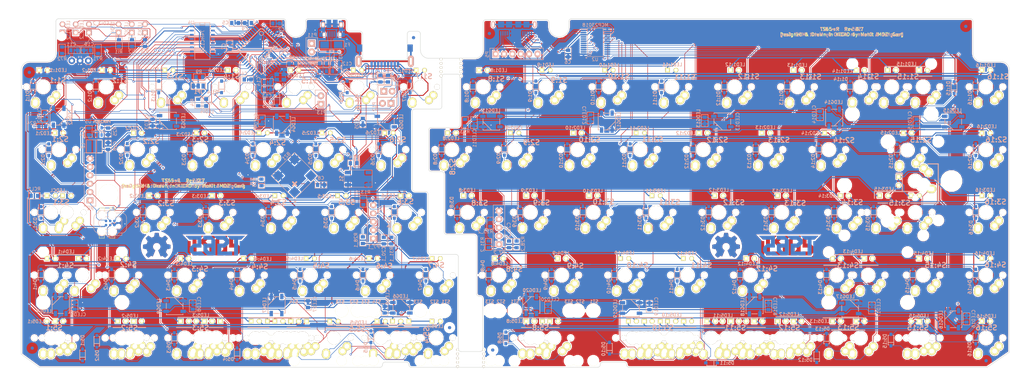
<source format=kicad_pcb>
(kicad_pcb (version 4) (host pcbnew 4.0.1-stable)
  (title_block (title TS65) (date 2016-05-21) (rev 0.7) (company MOZ))
  (layers (0 Front signal) (31 Back signal) (34 B.Paste user) (35 F.Paste user) (36 B.SilkS user) (37 F.SilkS user) (38 B.Mask user) (39 F.Mask user) (44 Edge.Cuts user))
  (net 0 "")
  (net 1 VSS)
  (net 2 "Net-(LEDG2-Pad2)")
  (net 3 "Net-(LEDG3-Pad2)")
  (net 4 "Net-(LEDG4-Pad2)")
  (net 5 "Net-(LEDG5-Pad2)")
  (net 6 "Net-(LEDG6-Pad2)")
  (net 7 "Net-(LEDG7-Pad2)")
  (net 8 "Net-(LEDG8-Pad2)")
  (net 9 /ledmatrix/LEDAN)
  (net 10 "Net-(C20_2-Pad1)")
  (net 11 /mcu/ROWL1)
  (net 12 /mcu/ROWR1)
  (net 13 /mcu/ROWL2)
  (net 14 /mcu/ROWR2)
  (net 15 /mcu/ROWL3)
  (net 16 /mcu/ROWR3)
  (net 17 /mcu/ROWL4)
  (net 18 /mcu/ROWR4)
  (net 19 /mcu/ROWL5)
  (net 20 /mcu/ROWR5)
  (net 21 /ledmatrix/LEDCATH)
  (net 22 /ledmatrix/LEDCATH_)
  (net 23 /ledmatrix/LEDAN_)
  (net 24 /ledmatrix/LEDCL)
  (net 25 "Net-(LEDCL1-Pad1)")
  (net 26 /ledmatrix/RGBLDOUT)
  (net 27 "Net-(LEDG11-Pad4)")
  (net 28 "Net-(LEDG11-Pad2)")
  (net 29 "Net-(LEDG12-Pad2)")
  (net 30 "Net-(LEDG13-Pad2)")
  (net 31 "Net-(LEDG14-Pad2)")
  (net 32 "Net-(LEDG15-Pad2)")
  (net 33 "Net-(LEDG16-Pad2)")
  (net 34 "Net-(LEDG17-Pad2)")
  (net 35 "Net-(LEDG18-Pad2)")
  (net 36 "Net-(LEDG19-Pad2)")
  (net 37 /ledmatrix/RGBRDOUT)
  (net 38 /mcu/D-)
  (net 39 /mcu/D+)
  (net 40 /mcu/SHDGND)
  (net 41 /mcu/SDA)
  (net 42 /mcu/SCL)
  (net 43 /mcu/TPDATA)
  (net 44 /mcu/TPCLK)
  (net 45 "Net-(P3-Pad11)")
  (net 46 /ledmatrix/RGBRDIN)
  (net 47 /mcu/TPDATA_)
  (net 48 /mcu/TPCLK_)
  (net 49 /mcu/SDA_)
  (net 50 /mcu/SCL_)
  (net 51 /mcu/COL1)
  (net 52 /mcu/COL2)
  (net 53 /mcu/COL3)
  (net 54 /mcu/COL4)
  (net 55 /mcu/COL5)
  (net 56 /mcu/COL6)
  (net 57 /mcu/COL7)
  (net 58 /mcu/COL8)
  (net 59 /mcu/COL9)
  (net 60 /mcu/COL10)
  (net 61 /mcu/COL11)
  (net 62 /mcu/COL12)
  (net 63 /mcu/COL13)
  (net 64 /mcu/COL14)
  (net 65 /mcu/COL15)
  (net 66 /mcu/COL16)
  (net 67 "Net-(BZ1-Pad1)")
  (net 68 +5V)
  (net 69 "Net-(C5-Pad1)")
  (net 70 /mcu/ENCA)
  (net 71 /mcu/ENCB)
  (net 72 /mcu/XTAL2)
  (net 73 /mcu/XTAL1)
  (net 74 "Net-(C20_1-Pad1)")
  (net 75 "Net-(D1:1-Pad2)")
  (net 76 "Net-(D1:2-Pad2)")
  (net 77 "Net-(D1:3-Pad2)")
  (net 78 "Net-(D1:4-Pad2)")
  (net 79 "Net-(D1:5-Pad2)")
  (net 80 "Net-(D1:6-Pad2)")
  (net 81 "Net-(D1:7-Pad2)")
  (net 82 "Net-(D1:8-Pad2)")
  (net 83 "Net-(D1:9-Pad2)")
  (net 84 "Net-(D1:10-Pad2)")
  (net 85 "Net-(D1:11-Pad2)")
  (net 86 "Net-(D1:12-Pad2)")
  (net 87 "Net-(D1:13-Pad2)")
  (net 88 "Net-(D1:14-Pad2)")
  (net 89 "Net-(D1:15-Pad2)")
  (net 90 "Net-(D1:16-Pad2)")
  (net 91 "Net-(D2:1-Pad2)")
  (net 92 "Net-(D2:2-Pad2)")
  (net 93 "Net-(D2:3-Pad2)")
  (net 94 "Net-(D2:4-Pad2)")
  (net 95 "Net-(D2:5-Pad2)")
  (net 96 "Net-(D2:6-Pad2)")
  (net 97 "Net-(D2:8-Pad2)")
  (net 98 "Net-(D2:9-Pad2)")
  (net 99 "Net-(D2:10-Pad2)")
  (net 100 "Net-(D2:11-Pad2)")
  (net 101 "Net-(D2:12-Pad2)")
  (net 102 "Net-(D2:13-Pad2)")
  (net 103 "Net-(D2:14-Pad2)")
  (net 104 "Net-(D2:15-Pad2)")
  (net 105 "Net-(D2:16-Pad2)")
  (net 106 "Net-(D3:1-Pad2)")
  (net 107 "Net-(D3:2-Pad2)")
  (net 108 "Net-(D3:3-Pad2)")
  (net 109 "Net-(D3:4-Pad2)")
  (net 110 "Net-(D3:5-Pad2)")
  (net 111 "Net-(D3:6-Pad2)")
  (net 112 "Net-(D3:8-Pad2)")
  (net 113 "Net-(D3:9-Pad2)")
  (net 114 "Net-(D3:10-Pad2)")
  (net 115 "Net-(D3:11-Pad2)")
  (net 116 "Net-(D3:12-Pad2)")
  (net 117 "Net-(D3:13-Pad2)")
  (net 118 "Net-(D3:14-Pad2)")
  (net 119 "Net-(D3:15-Pad2)")
  (net 120 "Net-(D3:16-Pad2)")
  (net 121 "Net-(D4:1-Pad2)")
  (net 122 "Net-(D4:2-Pad2)")
  (net 123 "Net-(D4:3-Pad2)")
  (net 124 "Net-(D4:4-Pad2)")
  (net 125 "Net-(D4:5-Pad2)")
  (net 126 "Net-(D4:6-Pad2)")
  (net 127 "Net-(D4:7-Pad2)")
  (net 128 "Net-(D4:8-Pad2)")
  (net 129 "Net-(D4:9-Pad2)")
  (net 130 "Net-(D4:10-Pad2)")
  (net 131 "Net-(D4:11-Pad2)")
  (net 132 "Net-(D4:12-Pad2)")
  (net 133 "Net-(D4:13-Pad2)")
  (net 134 "Net-(D4:15-Pad2)")
  (net 135 "Net-(D4:16-Pad2)")
  (net 136 "Net-(D5:1-Pad2)")
  (net 137 "Net-(D5:2-Pad2)")
  (net 138 "Net-(D5:3-Pad2)")
  (net 139 "Net-(D5:4-Pad2)")
  (net 140 "Net-(D5:5-Pad2)")
  (net 141 "Net-(D5:8-Pad2)")
  (net 142 "Net-(D5:10-Pad2)")
  (net 143 "Net-(D5:11-Pad2)")
  (net 144 "Net-(D5:12-Pad2)")
  (net 145 "Net-(D5:13-Pad2)")
  (net 146 "Net-(D5:15-Pad2)")
  (net 147 "Net-(D5:16-Pad2)")
  (net 148 /mcu/VUSB)
  (net 149 /mcu/HWBE)
  (net 150 "Net-(L2-Pad1)")
  (net 151 "Net-(LEDG2-Pad4)")
  (net 152 "Net-(LEDI1-Pad1)")
  (net 153 /ledmatrix/LEDI1)
  (net 154 "Net-(LEDI2-Pad1)")
  (net 155 /ledmatrix/LEDI2)
  (net 156 "Net-(LEDI3-Pad1)")
  (net 157 /ledmatrix/LEDI3)
  (net 158 "Net-(LEDI4-Pad1)")
  (net 159 /ledmatrix/LEDI4)
  (net 160 /mcu/MCURST)
  (net 161 /ledmatrix/RGBLDIN)
  (net 162 /mcu/TX)
  (net 163 /mcu/RX)
  (net 164 "Net-(R3-Pad1)")
  (net 165 /mcu/USB_D+)
  (net 166 "Net-(R4-Pad1)")
  (net 167 /mcu/USB_D-)
  (net 168 /mcu/BUZZER)
  (net 169 "Net-(U1-Pad39)")
  (net 170 "Net-(U1-Pad38)")
  (net 171 "Net-(U1-Pad37)")
  (net 172 "Net-(U1-Pad36)")
  (net 173 /mcu/LEDBL)
  (net 174 "Net-(C2-Pad1)")
  (module prettylib:TQFP44 (layer Back) (at 154.305 77.597 225)
    (fp_text reference U1 hide)
    (fp_text value Atmega32u4 (at 0 -1.904999 225) (layer B.SilkS) (effects (font (size 0.9 0.9) (thickness 0.2032)) (justify mirror)))
    (pad 39 smd oval (at 0 5.715 225) (size 0.4064 1.89992) (layers Back B.Paste B.Mask) (net 169 "Net-(U1-Pad39)"))
    (pad 40 smd oval (at -0.8001 5.715 225) (size 0.4064 1.89992) (layers Back B.Paste B.Mask) (net 157 /ledmatrix/LEDI3))
    (pad 41 smd oval (at -1.6002 5.715 225) (size 0.4064 1.89992) (layers Back B.Paste B.Mask) (net 71 /mcu/ENCB))
    (pad 42 smd oval (at -2.4003 5.715 225) (size 0.4064 1.89992) (layers Back B.Paste B.Mask) (net 69 "Net-(C5-Pad1)"))
    (pad 43 smd oval (at -3.2004 5.715 225) (size 0.4064 1.89992) (layers Back B.Paste B.Mask) (net 1 VSS))
    (pad 44 smd oval (at -4.0005 5.715 225) (size 0.4064 1.89992) (layers Back B.Paste B.Mask) (net 68 +5V))
    (pad 38 smd oval (at 0.8001 5.715 225) (size 0.4064 1.89992) (layers Back B.Paste B.Mask) (net 170 "Net-(U1-Pad38)"))
    (pad 37 smd oval (at 1.6002 5.715 225) (size 0.4064 1.89992) (layers Back B.Paste B.Mask) (net 171 "Net-(U1-Pad37)"))
    (pad 36 smd oval (at 2.4003 5.715 225) (size 0.4064 1.89992) (layers Back B.Paste B.Mask) (net 172 "Net-(U1-Pad36)"))
    (pad 35 smd oval (at 3.2004 5.715 225) (size 0.4064 1.89992) (layers Back B.Paste B.Mask) (net 1 VSS))
    (pad 34 smd oval (at 4.0005 5.715 225) (size 0.4064 1.89992) (layers Back B.Paste B.Mask) (net 68 +5V))
    (pad 17 smd oval (at 0 -5.715 225) (size 0.4064 1.89992) (layers Back B.Paste B.Mask) (net 73 /mcu/XTAL1))
    (pad 16 smd oval (at -0.8001 -5.715 225) (size 0.4064 1.89992) (layers Back B.Paste B.Mask) (net 72 /mcu/XTAL2))
    (pad 15 smd oval (at -1.6002 -5.715 225) (size 0.4064 1.89992) (layers Back B.Paste B.Mask) (net 1 VSS))
    (pad 14 smd oval (at -2.4003 -5.715 225) (size 0.4064 1.89992) (layers Back B.Paste B.Mask) (net 68 +5V))
    (pad 13 smd oval (at -3.2004 -5.715 225) (size 0.4064 1.89992) (layers Back B.Paste B.Mask) (net 160 /mcu/MCURST))
    (pad 12 smd oval (at -4.0005 -5.715 225) (size 0.4064 1.89992) (layers Back B.Paste B.Mask) (net 161 /ledmatrix/RGBLDIN))
    (pad 18 smd oval (at 0.8001 -5.715 225) (size 0.4064 1.89992) (layers Back B.Paste B.Mask) (net 42 /mcu/SCL))
    (pad 19 smd oval (at 1.6002 -5.715 225) (size 0.4064 1.89992) (layers Back B.Paste B.Mask) (net 41 /mcu/SDA))
    (pad 20 smd oval (at 2.4003 -5.715 225) (size 0.4064 1.89992) (layers Back B.Paste B.Mask) (net 163 /mcu/RX))
    (pad 21 smd oval (at 3.2004 -5.715 225) (size 0.4064 1.89992) (layers Back B.Paste B.Mask) (net 162 /mcu/TX))
    (pad 22 smd oval (at 4.0005 -5.715 225) (size 0.4064 1.89992) (layers Back B.Paste B.Mask) (net 44 /mcu/TPCLK))
    (pad 6 smd oval (at -5.715 0 225) (size 1.89992 0.4064) (layers Back B.Paste B.Mask) (net 174 "Net-(C2-Pad1)"))
    (pad 28 smd oval (at 5.715 0 225) (size 1.89992 0.4064) (layers Back B.Paste B.Mask) (net 168 /mcu/BUZZER))
    (pad 7 smd oval (at -5.715 -0.8001 225) (size 1.89992 0.4064) (layers Back B.Paste B.Mask) (net 68 +5V))
    (pad 27 smd oval (at 5.715 -0.8001 225) (size 1.89992 0.4064) (layers Back B.Paste B.Mask) (net 155 /ledmatrix/LEDI2))
    (pad 26 smd oval (at 5.715 -1.6002 225) (size 1.89992 0.4064) (layers Back B.Paste B.Mask) (net 159 /ledmatrix/LEDI4))
    (pad 8 smd oval (at -5.715 -1.6002 225) (size 1.89992 0.4064) (layers Back B.Paste B.Mask) (net 11 /mcu/ROWL1))
    (pad 9 smd oval (at -5.715 -2.4003 225) (size 1.89992 0.4064) (layers Back B.Paste B.Mask) (net 13 /mcu/ROWL2))
    (pad 25 smd oval (at 5.715 -2.4003 225) (size 1.89992 0.4064) (layers Back B.Paste B.Mask) (net 43 /mcu/TPDATA))
    (pad 24 smd oval (at 5.715 -3.2004 225) (size 1.89992 0.4064) (layers Back B.Paste B.Mask) (net 68 +5V))
    (pad 10 smd oval (at -5.715 -3.2004 225) (size 1.89992 0.4064) (layers Back B.Paste B.Mask) (net 15 /mcu/ROWL3))
    (pad 11 smd oval (at -5.715 -4.0005 225) (size 1.89992 0.4064) (layers Back B.Paste B.Mask) (net 17 /mcu/ROWL4))
    (pad 23 smd oval (at 5.715 -4.0005 225) (size 1.89992 0.4064) (layers Back B.Paste B.Mask) (net 1 VSS))
    (pad 29 smd oval (at 5.715 0.8001 225) (size 1.89992 0.4064) (layers Back B.Paste B.Mask) (net 173 /mcu/LEDBL))
    (pad 5 smd oval (at -5.715 0.8001 225) (size 1.89992 0.4064) (layers Back B.Paste B.Mask) (net 1 VSS))
    (pad 4 smd oval (at -5.715 1.6002 225) (size 1.89992 0.4064) (layers Back B.Paste B.Mask) (net 165 /mcu/USB_D+))
    (pad 30 smd oval (at 5.715 1.6002 225) (size 1.89992 0.4064) (layers Back B.Paste B.Mask) (net 19 /mcu/ROWL5))
    (pad 31 smd oval (at 5.715 2.4003 225) (size 1.89992 0.4064) (layers Back B.Paste B.Mask) (net 153 /ledmatrix/LEDI1))
    (pad 3 smd oval (at -5.715 2.4003 225) (size 1.89992 0.4064) (layers Back B.Paste B.Mask) (net 167 /mcu/USB_D-))
    (pad 2 smd oval (at -5.715 3.2004 225) (size 1.89992 0.4064) (layers Back B.Paste B.Mask) (net 68 +5V))
    (pad 32 smd oval (at 5.715 3.2004 225) (size 1.89992 0.4064) (layers Back B.Paste B.Mask) (net 24 /ledmatrix/LEDCL))
    (pad 33 smd oval (at 5.715 4.0005 225) (size 1.89992 0.4064) (layers Back B.Paste B.Mask) (net 149 /mcu/HWBE))
    (pad 1 smd oval (at -5.715 4.0005 225) (size 1.89992 0.4064) (layers Back B.Paste B.Mask) (net 70 /mcu/ENCA))
  )
  (module prettylib:Pin_Header_1x02 (layer Back) (at 193.548 93.472 90)
    (fp_text reference P12 (at -1.016 -5.0292 90) (layer B.SilkS) (effects (justify mirror)))
    (fp_text value 2PIN)
    (pad 1 thru_hole rect (at 0 0 90) (size 2.032 2.032) (drill 1.016) (layers *.Cu *.Mask B.SilkS) (net 26 /ledmatrix/RGBLDOUT))
    (pad 2 thru_hole oval (at 0 -2.54 90) (size 2.032 2.032) (drill 1.016) (layers *.Cu *.Mask B.SilkS) (net 161 /ledmatrix/RGBLDIN))
  )
  (module prettylib:SMD_0805 (layer Back) (at 146.304 69.088)
    (fp_text reference C5 (at -2.9337 -0.1143) (layer B.SilkS) (effects (justify mirror)))
    (fp_text value 0.1uF)
    (pad 1 smd rect (at -1 0) (size 1 1.25) (layers Back B.Paste B.Mask) (net 69 "Net-(C5-Pad1)"))
    (pad 2 smd rect (at 1 0) (size 1 1.25) (layers Back B.Paste B.Mask) (net 1 VSS))
  )
  (module prettylib:MXALPS2 (layer Front) (at 288.2011 107.5182 180)
    (fp_text reference S2:12 (at -4.2926 2.9464 180) (layer B.SilkS) (effects (font (thickness 0.3048)) (justify mirror)))
    (fp_text value SW hide)
    (pad "" np_thru_hole circle (at 0 0 180) (size 3.98781 3.98781) (drill 3.9878) (layers *.Cu *.Mask F.SilkS) (clearance 0.1524))
    (pad "" np_thru_hole circle (at -5.08 0 180) (size 1.70181 1.70181) (drill 1.7018) (layers *.Cu *.Mask F.SilkS) (clearance 0.1524))
    (pad "" np_thru_hole circle (at 5.08 0 180) (size 1.70181 1.70181) (drill 1.7018) (layers *.Cu *.Mask F.SilkS) (clearance 0.1524))
    (pad 1 thru_hole circle (at -3.918 -2.54 180) (size 2.5 2.5) (drill 1.5) (layers *.Cu *.Mask F.SilkS) (net 62 /mcu/COL12))
    (pad 1 thru_hole circle (at -2.608 -4 180) (size 2.5 2.5) (drill 1.5) (layers *.Cu *.Mask F.SilkS) (net 62 /mcu/COL12))
    (pad 2 thru_hole circle (at 2.433 -5.08 180) (size 2.5 2.5) (drill 1.5) (layers *.Cu *.Mask F.SilkS) (net 101 "Net-(D2:12-Pad2)"))
    (pad 2 thru_hole circle (at 2.393 -4.5 180) (size 2.5 2.5) (drill 1.5) (layers *.Cu *.Mask F.SilkS) (net 101 "Net-(D2:12-Pad2)"))
  )
  (module prettylib:MXALPS2 (layer Front) (at 259.6261 88.4682 180)
    (fp_text reference S1:10 (at -3.0226 3.1369 180) (layer B.SilkS) (effects (font (thickness 0.3048)) (justify mirror)))
    (fp_text value SW hide)
    (pad "" np_thru_hole circle (at 0 0 180) (size 3.98781 3.98781) (drill 3.9878) (layers *.Cu *.Mask F.SilkS) (clearance 0.1524))
    (pad "" np_thru_hole circle (at -5.08 0 180) (size 1.70181 1.70181) (drill 1.7018) (layers *.Cu *.Mask F.SilkS) (clearance 0.1524))
    (pad "" np_thru_hole circle (at 5.08 0 180) (size 1.70181 1.70181) (drill 1.7018) (layers *.Cu *.Mask F.SilkS) (clearance 0.1524))
    (pad 1 thru_hole circle (at -3.918 -2.54 180) (size 2.5 2.5) (drill 1.5) (layers *.Cu *.Mask F.SilkS) (net 60 /mcu/COL10))
    (pad 1 thru_hole circle (at -2.608 -4 180) (size 2.5 2.5) (drill 1.5) (layers *.Cu *.Mask F.SilkS) (net 60 /mcu/COL10))
    (pad 2 thru_hole circle (at 2.433 -5.08 180) (size 2.5 2.5) (drill 1.5) (layers *.Cu *.Mask F.SilkS) (net 84 "Net-(D1:10-Pad2)"))
    (pad 2 thru_hole circle (at 2.393 -4.5 180) (size 2.5 2.5) (drill 1.5) (layers *.Cu *.Mask F.SilkS) (net 84 "Net-(D1:10-Pad2)"))
  )
  (module prettylib:MXALPS2 (layer Front) (at 281.0571 164.6682 180)
    (fp_text reference S5:10_2)
    (fp_text value SW hide)
    (pad "" np_thru_hole circle (at 0 0 180) (size 3.98781 3.98781) (drill 3.9878) (layers *.Cu *.Mask F.SilkS) (clearance 0.1524))
    (pad "" np_thru_hole circle (at -5.08 0 180) (size 1.70181 1.70181) (drill 1.7018) (layers *.Cu *.Mask F.SilkS) (clearance 0.1524))
    (pad "" np_thru_hole circle (at 5.08 0 180) (size 1.70181 1.70181) (drill 1.7018) (layers *.Cu *.Mask F.SilkS) (clearance 0.1524))
    (pad 1 thru_hole oval (at -3.818 -2.44 180) (size 2.5 2.5) (drill 1.4 (offset 0.3 0.3)) (layers *.Cu *.Mask F.SilkS) (net 60 /mcu/COL10))
    (pad 1 thru_hole oval (at -2.608 -4 180) (size 2.5 2.5) (drill 1.5 (offset 0.2 0)) (layers *.Cu *.Mask F.SilkS) (net 60 /mcu/COL10))
    (pad 2 thru_hole oval (at 2.433 -5.08 180) (size 2.5 2.5) (drill 1.5 (offset 0.2 0)) (layers *.Cu *.Mask F.SilkS) (net 142 "Net-(D5:10-Pad2)"))
    (pad 2 thru_hole oval (at 2.393 -4.5 180) (size 2.5 2.5) (drill 1.5 (offset 0.2 0)) (layers *.Cu *.Mask F.SilkS) (net 142 "Net-(D5:10-Pad2)"))
  )
  (module prettylib:MXALPS2 (layer Front) (at 278.6761 164.6682 180)
    (fp_text reference S5:10_3)
    (fp_text value SW hide)
    (pad "" np_thru_hole circle (at 0 0 180) (size 3.98781 3.98781) (drill 3.9878) (layers *.Cu *.Mask F.SilkS) (clearance 0.1524))
    (pad "" np_thru_hole circle (at -5.08 0 180) (size 1.70181 1.70181) (drill 1.7018) (layers *.Cu *.Mask F.SilkS) (clearance 0.1524))
    (pad "" np_thru_hole circle (at 5.08 0 180) (size 1.70181 1.70181) (drill 1.7018) (layers *.Cu *.Mask F.SilkS) (clearance 0.1524))
    (pad 1 thru_hole circle (at -3.918 -2.54 180) (size 2.5 2.5) (drill 1.5) (layers *.Cu *.Mask F.SilkS) (net 60 /mcu/COL10))
    (pad 1 thru_hole circle (at -2.608 -4 180) (size 2.5 2.5) (drill 1.5) (layers *.Cu *.Mask F.SilkS) (net 60 /mcu/COL10))
    (pad 2 thru_hole circle (at 2.433 -5.08 180) (size 2.5 2.5) (drill 1.5) (layers *.Cu *.Mask F.SilkS) (net 142 "Net-(D5:10-Pad2)"))
    (pad 2 thru_hole circle (at 2.393 -4.5 180) (size 2.5 2.5) (drill 1.5) (layers *.Cu *.Mask F.SilkS) (net 142 "Net-(D5:10-Pad2)"))
  )
  (module prettylib:MXALPS2 (layer Front) (at 316.7761 164.6682 180)
    (fp_text reference S5:12 (at 2.4511 3.0988 180) (layer B.SilkS) (effects (font (thickness 0.3048)) (justify mirror)))
    (fp_text value SW hide)
    (pad "" np_thru_hole circle (at 0 0 180) (size 3.98781 3.98781) (drill 3.9878) (layers *.Cu *.Mask F.SilkS) (clearance 0.1524))
    (pad "" np_thru_hole circle (at -5.08 0 180) (size 1.70181 1.70181) (drill 1.7018) (layers *.Cu *.Mask F.SilkS) (clearance 0.1524))
    (pad "" np_thru_hole circle (at 5.08 0 180) (size 1.70181 1.70181) (drill 1.7018) (layers *.Cu *.Mask F.SilkS) (clearance 0.1524))
    (pad 2 thru_hole circle (at -3.918 -2.54 180) (size 2.5 2.5) (drill 1.5) (layers *.Cu *.Mask F.SilkS) (net 144 "Net-(D5:12-Pad2)"))
    (pad 2 thru_hole oval (at -2.708 -4.1 180) (size 2.5 2.5) (drill 1.5 (offset -0.2 -0.2)) (layers *.Cu *.Mask F.SilkS) (net 144 "Net-(D5:12-Pad2)"))
    (pad 1 thru_hole oval (at 2.433 -5.08 180) (size 2.5 2.5) (drill 1.5 (offset -0.2 0)) (layers *.Cu *.Mask F.SilkS) (net 62 /mcu/COL12))
    (pad 1 thru_hole oval (at 2.393 -4.5 180) (size 2.5 2.5) (drill 1.5 (offset -0.2 0)) (layers *.Cu *.Mask F.SilkS) (net 62 /mcu/COL12))
  )
  (module prettylib:MXALPS2 (layer Front) (at 197.7131 164.6682 180)
    (fp_text reference S5:5_4)
    (fp_text value SW hide)
    (pad "" np_thru_hole circle (at 0 0 180) (size 3.98781 3.98781) (drill 3.9878) (layers *.Cu *.Mask F.SilkS) (clearance 0.1524))
    (pad "" np_thru_hole circle (at -5.08 0 180) (size 1.70181 1.70181) (drill 1.7018) (layers *.Cu *.Mask F.SilkS) (clearance 0.1524))
    (pad "" np_thru_hole circle (at 5.08 0 180) (size 1.70181 1.70181) (drill 1.7018) (layers *.Cu *.Mask F.SilkS) (clearance 0.1524))
    (pad 2 thru_hole circle (at -3.918 -2.54 180) (size 2.5 2.5) (drill 1.5) (layers *.Cu *.Mask F.SilkS) (net 140 "Net-(D5:5-Pad2)"))
    (pad 2 thru_hole circle (at -2.608 -4 180) (size 2.5 2.5) (drill 1.5) (layers *.Cu *.Mask F.SilkS) (net 140 "Net-(D5:5-Pad2)"))
    (pad 1 thru_hole circle (at 2.433 -5.08 180) (size 2.5 2.5) (drill 1.5) (layers *.Cu *.Mask F.SilkS) (net 55 /mcu/COL5))
    (pad 1 thru_hole circle (at 2.393 -4.5 180) (size 2.5 2.5) (drill 1.5) (layers *.Cu *.Mask F.SilkS) (net 55 /mcu/COL5))
  )
  (module prettylib:MXALPS2 (layer Front) (at 164.3761 164.6682 180)
    (fp_text reference S5:4_5)
    (fp_text value SW hide)
    (pad "" np_thru_hole circle (at 0 0 180) (size 3.98781 3.98781) (drill 3.9878) (layers *.Cu *.Mask F.SilkS) (clearance 0.1524))
    (pad "" np_thru_hole circle (at -5.08 0 180) (size 1.70181 1.70181) (drill 1.7018) (layers *.Cu *.Mask F.SilkS) (clearance 0.1524))
    (pad 1 thru_hole circle (at -3.918 -2.54 180) (size 2.5 2.5) (drill 1.5) (layers *.Cu *.Mask F.SilkS) (net 54 /mcu/COL4))
    (pad 1 thru_hole oval (at -2.708 -4.1 180) (size 2.5 2.5) (drill 1.5 (offset -0.2 -0.2)) (layers *.Cu *.Mask F.SilkS) (net 54 /mcu/COL4))
    (pad 2 thru_hole oval (at 2.433 -5.08 180) (size 2.5 2.5) (drill 1.5 (offset -0.2 0)) (layers *.Cu *.Mask F.SilkS) (net 139 "Net-(D5:4-Pad2)"))
    (pad 2 thru_hole oval (at 2.393 -4.5 180) (size 2.5 2.5) (drill 1.5 (offset -0.2 0)) (layers *.Cu *.Mask F.SilkS) (net 139 "Net-(D5:4-Pad2)"))
  )
  (module prettylib:MXALPS2 (layer Front) (at 161.9951 164.6682 180)
    (fp_text reference S5:4_4)
    (fp_text value SW hide)
    (pad "" np_thru_hole circle (at 0 0 180) (size 3.98781 3.98781) (drill 3.9878) (layers *.Cu *.Mask F.SilkS) (clearance 0.1524))
    (pad "" np_thru_hole circle (at 5.08 0 180) (size 1.70181 1.70181) (drill 1.7018) (layers *.Cu *.Mask F.SilkS) (clearance 0.1524))
    (pad 2 thru_hole oval (at -3.818 -2.44 180) (size 2.5 2.5) (drill 1.5 (offset 0.2 0.2)) (layers *.Cu *.Mask F.SilkS) (net 139 "Net-(D5:4-Pad2)"))
    (pad 2 thru_hole circle (at -2.608 -4 180) (size 2.5 2.5) (drill 1.5) (layers *.Cu *.Mask F.SilkS) (net 139 "Net-(D5:4-Pad2)"))
    (pad 1 thru_hole oval (at 2.433 -5.08 180) (size 2.5 2.5) (drill 1.5 (offset 0.2 0)) (layers *.Cu *.Mask F.SilkS) (net 54 /mcu/COL4))
    (pad 1 thru_hole oval (at 2.393 -4.5 180) (size 2.5 2.5) (drill 1.5 (offset 0.2 0)) (layers *.Cu *.Mask F.SilkS) (net 54 /mcu/COL4))
  )
  (module prettylib:MXALPS2 (layer Front) (at 159.6141 164.6682 180)
    (fp_text reference S5:4_3)
    (fp_text value SW hide)
    (pad "" np_thru_hole circle (at 0 0 180) (size 3.98781 3.98781) (drill 3.9878) (layers *.Cu *.Mask F.SilkS) (clearance 0.1524))
    (pad "" np_thru_hole circle (at 5.08 0 180) (size 1.70181 1.70181) (drill 1.7018) (layers *.Cu *.Mask F.SilkS) (clearance 0.1524))
    (pad 2 thru_hole circle (at -3.918 -2.54 180) (size 2.5 2.5) (drill 1.5) (layers *.Cu *.Mask F.SilkS) (net 139 "Net-(D5:4-Pad2)"))
    (pad 2 thru_hole circle (at -2.608 -4 180) (size 2.5 2.5) (drill 1.5) (layers *.Cu *.Mask F.SilkS) (net 139 "Net-(D5:4-Pad2)"))
    (pad 1 thru_hole circle (at 2.433 -5.08 180) (size 2.5 2.5) (drill 1.5) (layers *.Cu *.Mask F.SilkS) (net 54 /mcu/COL4))
    (pad 1 thru_hole circle (at 2.393 -4.5 180) (size 2.5 2.5) (drill 1.5) (layers *.Cu *.Mask F.SilkS) (net 54 /mcu/COL4))
  )
  (module prettylib:MXALPS2 (layer Front) (at 154.8511 164.6682 180)
    (fp_text reference S5:4_2)
    (fp_text value SW hide)
    (pad "" np_thru_hole circle (at 0 0 180) (size 3.98781 3.98781) (drill 3.9878) (layers *.Cu *.Mask F.SilkS) (clearance 0.1524))
    (pad "" np_thru_hole circle (at 5.08 0 180) (size 1.70181 1.70181) (drill 1.7018) (layers *.Cu *.Mask F.SilkS) (clearance 0.1524))
    (pad 1 thru_hole circle (at -3.918 -2.54 180) (size 2.5 2.5) (drill 1.5) (layers *.Cu *.Mask F.SilkS) (net 54 /mcu/COL4))
    (pad 1 thru_hole circle (at -2.608 -4 180) (size 2.5 2.5) (drill 1.5) (layers *.Cu *.Mask F.SilkS) (net 54 /mcu/COL4))
    (pad 2 thru_hole circle (at 2.433 -5.08 180) (size 2.5 2.5) (drill 1.5) (layers *.Cu *.Mask F.SilkS) (net 139 "Net-(D5:4-Pad2)"))
    (pad 2 thru_hole circle (at 2.393 -4.5 180) (size 2.5 2.5) (drill 1.5) (layers *.Cu *.Mask F.SilkS) (net 139 "Net-(D5:4-Pad2)"))
  )
  (module prettylib:MXALPS2 (layer Front) (at 166.7571 164.6682 180)
    (fp_text reference S5:4_6)
    (fp_text value SW hide)
    (pad "" np_thru_hole circle (at 0 0 180) (size 3.98781 3.98781) (drill 3.9878) (layers *.Cu *.Mask F.SilkS) (clearance 0.1524))
    (pad "" np_thru_hole circle (at -5.08 0 180) (size 1.70181 1.70181) (drill 1.7018) (layers *.Cu *.Mask F.SilkS) (clearance 0.1524))
    (pad 1 thru_hole circle (at -3.918 -2.54 180) (size 2.5 2.5) (drill 1.5) (layers *.Cu *.Mask F.SilkS) (net 54 /mcu/COL4))
    (pad 1 thru_hole circle (at -2.608 -4 180) (size 2.5 2.5) (drill 1.5) (layers *.Cu *.Mask F.SilkS) (net 54 /mcu/COL4))
    (pad 2 thru_hole circle (at 2.433 -5.08 180) (size 2.5 2.5) (drill 1.5) (layers *.Cu *.Mask F.SilkS) (net 139 "Net-(D5:4-Pad2)"))
    (pad 2 thru_hole circle (at 2.393 -4.5 180) (size 2.5 2.5) (drill 1.5) (layers *.Cu *.Mask F.SilkS) (net 139 "Net-(D5:4-Pad2)"))
  )
  (module prettylib:MXALPS2 (layer Front) (at 140.5641 164.6682 180)
    (fp_text reference S5:3_4)
    (fp_text value SW hide)
    (pad "" np_thru_hole circle (at 0 0 180) (size 3.98781 3.98781) (drill 3.9878) (layers *.Cu *.Mask F.SilkS) (clearance 0.1524))
    (pad "" np_thru_hole circle (at -5.08 0 180) (size 1.70181 1.70181) (drill 1.7018) (layers *.Cu *.Mask F.SilkS) (clearance 0.1524))
    (pad 1 thru_hole circle (at -3.918 -2.54 180) (size 2.5 2.5) (drill 1.5) (layers *.Cu *.Mask F.SilkS) (net 53 /mcu/COL3))
    (pad 1 thru_hole oval (at -2.708 -4.1 180) (size 2.5 2.5) (drill 1.5 (offset -0.2 -0.2)) (layers *.Cu *.Mask F.SilkS) (net 53 /mcu/COL3))
    (pad 2 thru_hole oval (at 2.433 -5.08 180) (size 2.5 2.5) (drill 1.5 (offset -0.2 0)) (layers *.Cu *.Mask F.SilkS) (net 138 "Net-(D5:3-Pad2)"))
    (pad 2 thru_hole oval (at 2.393 -4.5 180) (size 2.5 2.5) (drill 1.5 (offset -0.2 0)) (layers *.Cu *.Mask F.SilkS) (net 138 "Net-(D5:3-Pad2)"))
  )
  (module prettylib:MXALPS2 (layer Front) (at 190.5701 164.6682 180)
    (fp_text reference S5:5_2)
    (fp_text value SW hide)
    (pad "" np_thru_hole circle (at 0 0 180) (size 3.98781 3.98781) (drill 3.9878) (layers *.Cu *.Mask F.SilkS) (clearance 0.1524))
    (pad "" np_thru_hole circle (at -5.08 0 180) (size 1.70181 1.70181) (drill 1.7018) (layers *.Cu *.Mask F.SilkS) (clearance 0.1524))
    (pad "" np_thru_hole circle (at 5.08 0 180) (size 1.70181 1.70181) (drill 1.7018) (layers *.Cu *.Mask F.SilkS) (clearance 0.1524))
    (pad 1 thru_hole circle (at -3.918 -2.54 180) (size 2.5 2.5) (drill 1.5) (layers *.Cu *.Mask F.SilkS) (net 55 /mcu/COL5))
    (pad 1 thru_hole circle (at -2.608 -4 180) (size 2.5 2.5) (drill 1.5) (layers *.Cu *.Mask F.SilkS) (net 55 /mcu/COL5))
    (pad 2 thru_hole circle (at 2.433 -5.08 180) (size 2.5 2.5) (drill 1.5) (layers *.Cu *.Mask F.SilkS) (net 140 "Net-(D5:5-Pad2)"))
    (pad 2 thru_hole circle (at 2.393 -4.5 180) (size 2.5 2.5) (drill 1.5) (layers *.Cu *.Mask F.SilkS) (net 140 "Net-(D5:5-Pad2)"))
  )
  (module prettylib:MXALPS2 (layer Front) (at 195.3321 164.6682 180)
    (fp_text reference S5:5_3)
    (fp_text value SW hide)
    (pad "" np_thru_hole circle (at 0 0 180) (size 3.98781 3.98781) (drill 3.9878) (layers *.Cu *.Mask F.SilkS) (clearance 0.1524))
    (pad "" np_thru_hole circle (at -5.08 0 180) (size 1.70181 1.70181) (drill 1.7018) (layers *.Cu *.Mask F.SilkS) (clearance 0.1524))
    (pad 2 thru_hole circle (at -3.918 -2.54 180) (size 2.5 2.5) (drill 1.5) (layers *.Cu *.Mask F.SilkS) (net 140 "Net-(D5:5-Pad2)"))
    (pad 2 thru_hole circle (at -2.608 -4 180) (size 2.5 2.5) (drill 1.5) (layers *.Cu *.Mask F.SilkS) (net 140 "Net-(D5:5-Pad2)"))
    (pad 1 thru_hole circle (at 2.433 -5.08 180) (size 2.5 2.5) (drill 1.5) (layers *.Cu *.Mask F.SilkS) (net 55 /mcu/COL5))
    (pad 1 thru_hole circle (at 2.393 -4.5 180) (size 2.5 2.5) (drill 1.5) (layers *.Cu *.Mask F.SilkS) (net 55 /mcu/COL5))
  )
  (module prettylib:MXALPS2 (layer Front) (at 164.3761 88.4682 180)
    (fp_text reference S1:5 (at -4.5212 1.8542 180) (layer B.SilkS) (effects (font (thickness 0.3048)) (justify mirror)))
    (fp_text value SW hide)
    (pad "" np_thru_hole circle (at 0 0 180) (size 3.98781 3.98781) (drill 3.9878) (layers *.Cu *.Mask F.SilkS) (clearance 0.1524))
    (pad "" np_thru_hole circle (at -5.08 0 180) (size 1.70181 1.70181) (drill 1.7018) (layers *.Cu *.Mask F.SilkS) (clearance 0.1524))
    (pad "" np_thru_hole circle (at 5.08 0 180) (size 1.70181 1.70181) (drill 1.7018) (layers *.Cu *.Mask F.SilkS) (clearance 0.1524))
    (pad 1 thru_hole circle (at -3.918 -2.54 180) (size 2.5 2.5) (drill 1.5) (layers *.Cu *.Mask F.SilkS) (net 55 /mcu/COL5))
    (pad 1 thru_hole circle (at -2.608 -4 180) (size 2.5 2.5) (drill 1.5) (layers *.Cu *.Mask F.SilkS) (net 55 /mcu/COL5))
    (pad 2 thru_hole circle (at 2.433 -5.08 180) (size 2.5 2.5) (drill 1.5) (layers *.Cu *.Mask F.SilkS) (net 79 "Net-(D1:5-Pad2)"))
    (pad 2 thru_hole circle (at 2.393 -4.5 180) (size 2.5 2.5) (drill 1.5) (layers *.Cu *.Mask F.SilkS) (net 79 "Net-(D1:5-Pad2)"))
  )
  (module prettylib:MXALPS2 (layer Front) (at 154.8511 107.5182 180)
    (fp_text reference S2:4 (at -4.2926 2.1209 180) (layer B.SilkS) (effects (font (thickness 0.3048)) (justify mirror)))
    (fp_text value SW hide)
    (pad "" np_thru_hole circle (at 0 0 180) (size 3.98781 3.98781) (drill 3.9878) (layers *.Cu *.Mask F.SilkS) (clearance 0.1524))
    (pad "" np_thru_hole circle (at -5.08 0 180) (size 1.70181 1.70181) (drill 1.7018) (layers *.Cu *.Mask F.SilkS) (clearance 0.1524))
    (pad "" np_thru_hole circle (at 5.08 0 180) (size 1.70181 1.70181) (drill 1.7018) (layers *.Cu *.Mask F.SilkS) (clearance 0.1524))
    (pad 1 thru_hole circle (at -3.918 -2.54 180) (size 2.5 2.5) (drill 1.5) (layers *.Cu *.Mask F.SilkS) (net 54 /mcu/COL4))
    (pad 1 thru_hole circle (at -2.608 -4 180) (size 2.5 2.5) (drill 1.5) (layers *.Cu *.Mask F.SilkS) (net 54 /mcu/COL4))
    (pad 2 thru_hole circle (at 2.433 -5.08 180) (size 2.5 2.5) (drill 1.5) (layers *.Cu *.Mask F.SilkS) (net 94 "Net-(D2:4-Pad2)"))
    (pad 2 thru_hole circle (at 2.393 -4.5 180) (size 2.5 2.5) (drill 1.5) (layers *.Cu *.Mask F.SilkS) (net 94 "Net-(D2:4-Pad2)"))
  )
  (module prettylib:MXALPS2 (layer Front) (at 131.0381 164.6682 180)
    (fp_text reference S5:3 (at -4.8138 3.0988 180) (layer B.SilkS) (effects (font (thickness 0.3048)) (justify mirror)))
    (fp_text value SW hide)
    (pad "" np_thru_hole circle (at 0 0 180) (size 3.98781 3.98781) (drill 3.9878) (layers *.Cu *.Mask F.SilkS) (clearance 0.1524))
    (pad "" np_thru_hole circle (at 5.08 0 180) (size 1.70181 1.70181) (drill 1.7018) (layers *.Cu *.Mask F.SilkS) (clearance 0.1524))
    (pad 1 thru_hole circle (at -3.918 -2.54 180) (size 2.5 2.5) (drill 1.5) (layers *.Cu *.Mask F.SilkS) (net 53 /mcu/COL3))
    (pad 1 thru_hole circle (at -2.608 -4 180) (size 2.5 2.5) (drill 1.5) (layers *.Cu *.Mask F.SilkS) (net 53 /mcu/COL3))
    (pad 2 thru_hole circle (at 2.433 -5.08 180) (size 2.5 2.5) (drill 1.5) (layers *.Cu *.Mask F.SilkS) (net 138 "Net-(D5:3-Pad2)"))
    (pad 2 thru_hole circle (at 2.393 -4.5 180) (size 2.5 2.5) (drill 1.5) (layers *.Cu *.Mask F.SilkS) (net 138 "Net-(D5:3-Pad2)"))
  )
  (module prettylib:MXALPS2 (layer Front) (at 90.5571 164.6682 180)
    (fp_text reference S5:1 (at -0.8829 3.1242 180) (layer B.SilkS) (effects (font (thickness 0.3048)) (justify mirror)))
    (fp_text value SW hide)
    (pad "" np_thru_hole circle (at 0 0 180) (size 3.98781 3.98781) (drill 3.9878) (layers *.Cu *.Mask F.SilkS) (clearance 0.1524))
    (pad "" np_thru_hole circle (at -5.08 0 180) (size 1.70181 1.70181) (drill 1.7018) (layers *.Cu *.Mask F.SilkS) (clearance 0.1524))
    (pad "" np_thru_hole circle (at 5.08 0 180) (size 1.70181 1.70181) (drill 1.7018) (layers *.Cu *.Mask F.SilkS) (clearance 0.1524))
    (pad 1 thru_hole circle (at -3.918 -2.54 180) (size 2.5 2.5) (drill 1.5) (layers *.Cu *.Mask F.SilkS) (net 51 /mcu/COL1))
    (pad 1 thru_hole circle (at -2.608 -4 180) (size 2.5 2.5) (drill 1.5) (layers *.Cu *.Mask F.SilkS) (net 51 /mcu/COL1))
    (pad 2 thru_hole circle (at 2.433 -5.08 180) (size 2.5 2.5) (drill 1.5) (layers *.Cu *.Mask F.SilkS) (net 136 "Net-(D5:1-Pad2)"))
    (pad 2 thru_hole circle (at 2.393 -4.5 180) (size 2.5 2.5) (drill 1.5) (layers *.Cu *.Mask F.SilkS) (net 136 "Net-(D5:1-Pad2)"))
  )
  (module prettylib:MXALPS2 (layer Front) (at 92.9391 164.6682 180)
    (fp_text reference S5:1_2)
    (fp_text value SW hide)
    (pad "" np_thru_hole circle (at 0 0 180) (size 3.98781 3.98781) (drill 3.9878) (layers *.Cu *.Mask F.SilkS) (clearance 0.1524))
    (pad "" np_thru_hole circle (at -5.08 0 180) (size 1.70181 1.70181) (drill 1.7018) (layers *.Cu *.Mask F.SilkS) (clearance 0.1524))
    (pad "" np_thru_hole circle (at 5.08 0 180) (size 1.70181 1.70181) (drill 1.7018) (layers *.Cu *.Mask F.SilkS) (clearance 0.1524))
    (pad 1 thru_hole circle (at -3.918 -2.54 180) (size 2.5 2.5) (drill 1.5) (layers *.Cu *.Mask F.SilkS) (net 51 /mcu/COL1))
    (pad 1 thru_hole circle (at -2.608 -4 180) (size 2.5 2.5) (drill 1.5) (layers *.Cu *.Mask F.SilkS) (net 51 /mcu/COL1))
    (pad 2 thru_hole circle (at 2.433 -5.08 180) (size 2.5 2.5) (drill 1.5) (layers *.Cu *.Mask F.SilkS) (net 136 "Net-(D5:1-Pad2)"))
    (pad 2 thru_hole circle (at 2.393 -4.5 180) (size 2.5 2.5) (drill 1.5) (layers *.Cu *.Mask F.SilkS) (net 136 "Net-(D5:1-Pad2)"))
  )
  (module prettylib:MXALPS2 (layer Front) (at 92.9391 107.5182 180)
    (fp_text reference S2:1 (at -0.3551 3.1623 180) (layer B.SilkS) (effects (font (thickness 0.3048)) (justify mirror)))
    (fp_text value SW hide)
    (pad "" np_thru_hole circle (at 0 0 180) (size 3.98781 3.98781) (drill 3.9878) (layers *.Cu *.Mask F.SilkS) (clearance 0.1524))
    (pad "" np_thru_hole circle (at -5.08 0 180) (size 1.70181 1.70181) (drill 1.7018) (layers *.Cu *.Mask F.SilkS) (clearance 0.1524))
    (pad "" np_thru_hole circle (at 5.08 0 180) (size 1.70181 1.70181) (drill 1.7018) (layers *.Cu *.Mask F.SilkS) (clearance 0.1524))
    (pad 1 thru_hole circle (at -3.918 -2.54 180) (size 2.5 2.5) (drill 1.5) (layers *.Cu *.Mask F.SilkS) (net 51 /mcu/COL1))
    (pad 1 thru_hole circle (at -2.608 -4 180) (size 2.5 2.5) (drill 1.5) (layers *.Cu *.Mask F.SilkS) (net 51 /mcu/COL1))
    (pad 2 thru_hole circle (at 2.433 -5.08 180) (size 2.5 2.5) (drill 1.5) (layers *.Cu *.Mask F.SilkS) (net 91 "Net-(D2:1-Pad2)"))
    (pad 2 thru_hole circle (at 2.393 -4.5 180) (size 2.5 2.5) (drill 1.5) (layers *.Cu *.Mask F.SilkS) (net 91 "Net-(D2:1-Pad2)"))
  )
  (module prettylib:MXALPS2 (layer Front) (at 183.4261 88.4682 180)
    (fp_text reference S1:6 (at -0.2032 -4.6482 270) (layer B.SilkS) (effects (font (thickness 0.3048)) (justify mirror)))
    (fp_text value SW hide)
    (pad "" np_thru_hole circle (at 0 0 180) (size 3.98781 3.98781) (drill 3.9878) (layers *.Cu *.Mask F.SilkS) (clearance 0.1524))
    (pad "" np_thru_hole circle (at -5.08 0 180) (size 1.70181 1.70181) (drill 1.7018) (layers *.Cu *.Mask F.SilkS) (clearance 0.1524))
    (pad "" np_thru_hole circle (at 5.08 0 180) (size 1.70181 1.70181) (drill 1.7018) (layers *.Cu *.Mask F.SilkS) (clearance 0.1524))
    (pad 1 thru_hole circle (at -3.918 -2.54 180) (size 2.5 2.5) (drill 1.5) (layers *.Cu *.Mask F.SilkS) (net 56 /mcu/COL6))
    (pad 1 thru_hole circle (at -2.608 -4 180) (size 2.5 2.5) (drill 1.5) (layers *.Cu *.Mask F.SilkS) (net 56 /mcu/COL6))
    (pad 2 thru_hole circle (at 2.433 -5.08 180) (size 2.5 2.5) (drill 1.5) (layers *.Cu *.Mask F.SilkS) (net 80 "Net-(D1:6-Pad2)"))
    (pad 2 thru_hole circle (at 2.393 -4.5 180) (size 2.5 2.5) (drill 1.5) (layers *.Cu *.Mask F.SilkS) (net 80 "Net-(D1:6-Pad2)"))
  )
  (module prettylib:MXALPS2 (layer Front) (at 207.2381 145.6182 180)
    (fp_text reference S4:7 (at 0 3.048 180) (layer B.SilkS) (effects (font (thickness 0.3048)) (justify mirror)))
    (fp_text value SW hide)
    (pad "" np_thru_hole circle (at 0 0 180) (size 3.98781 3.98781) (drill 3.9878) (layers *.Cu *.Mask F.SilkS) (clearance 0.1524))
    (pad "" np_thru_hole circle (at -5.08 0 180) (size 1.70181 1.70181) (drill 1.7018) (layers *.Cu *.Mask F.SilkS) (clearance 0.1524))
    (pad "" np_thru_hole circle (at 5.08 0 180) (size 1.70181 1.70181) (drill 1.7018) (layers *.Cu *.Mask F.SilkS) (clearance 0.1524))
    (pad 1 thru_hole circle (at -3.918 -2.54 180) (size 2.5 2.5) (drill 1.5) (layers *.Cu *.Mask F.SilkS) (net 57 /mcu/COL7))
    (pad 1 thru_hole circle (at -2.608 -4 180) (size 2.5 2.5) (drill 1.5) (layers *.Cu *.Mask F.SilkS) (net 57 /mcu/COL7))
    (pad 2 thru_hole circle (at 2.433 -5.08 180) (size 2.5 2.5) (drill 1.5) (layers *.Cu *.Mask F.SilkS) (net 127 "Net-(D4:7-Pad2)"))
    (pad 2 thru_hole circle (at 2.393 -4.5 180) (size 2.5 2.5) (drill 1.5) (layers *.Cu *.Mask F.SilkS) (net 127 "Net-(D4:7-Pad2)"))
  )
  (module prettylib:MXALPS2 (layer Front) (at 152.4701 164.6682 180)
    (fp_text reference S5:4 (at -51.8856 0.8382 270) (layer B.SilkS) (effects (font (thickness 0.3048)) (justify mirror)))
    (fp_text value SW hide)
    (pad "" np_thru_hole circle (at 0 0 180) (size 3.98781 3.98781) (drill 3.9878) (layers *.Cu *.Mask F.SilkS) (clearance 0.1524))
    (pad "" np_thru_hole circle (at -5.08 0 180) (size 1.70181 1.70181) (drill 1.7018) (layers *.Cu *.Mask F.SilkS) (clearance 0.1524))
    (pad "" np_thru_hole circle (at 5.08 0 180) (size 1.70181 1.70181) (drill 1.7018) (layers *.Cu *.Mask F.SilkS) (clearance 0.1524))
    (pad 1 thru_hole circle (at -3.918 -2.54 180) (size 2.5 2.5) (drill 1.5) (layers *.Cu *.Mask F.SilkS) (net 54 /mcu/COL4))
    (pad 1 thru_hole circle (at -2.608 -4 180) (size 2.5 2.5) (drill 1.5) (layers *.Cu *.Mask F.SilkS) (net 54 /mcu/COL4))
    (pad 2 thru_hole circle (at 2.433 -5.08 180) (size 2.5 2.5) (drill 1.5) (layers *.Cu *.Mask F.SilkS) (net 139 "Net-(D5:4-Pad2)"))
    (pad 2 thru_hole circle (at 2.393 -4.5 180) (size 2.5 2.5) (drill 1.5) (layers *.Cu *.Mask F.SilkS) (net 139 "Net-(D5:4-Pad2)"))
  )
  (module prettylib:MXALPS2 (layer Front) (at 188.1881 145.6182 180)
    (fp_text reference S4:6 (at -3.3152 2.794 180) (layer B.SilkS) (effects (font (thickness 0.3048)) (justify mirror)))
    (fp_text value SW hide)
    (pad "" np_thru_hole circle (at 0 0 180) (size 3.98781 3.98781) (drill 3.9878) (layers *.Cu *.Mask F.SilkS) (clearance 0.1524))
    (pad "" np_thru_hole circle (at -5.08 0 180) (size 1.70181 1.70181) (drill 1.7018) (layers *.Cu *.Mask F.SilkS) (clearance 0.1524))
    (pad "" np_thru_hole circle (at 5.08 0 180) (size 1.70181 1.70181) (drill 1.7018) (layers *.Cu *.Mask F.SilkS) (clearance 0.1524))
    (pad 1 thru_hole circle (at -3.918 -2.54 180) (size 2.5 2.5) (drill 1.5) (layers *.Cu *.Mask F.SilkS) (net 56 /mcu/COL6))
    (pad 1 thru_hole circle (at -2.608 -4 180) (size 2.5 2.5) (drill 1.5) (layers *.Cu *.Mask F.SilkS) (net 56 /mcu/COL6))
    (pad 2 thru_hole circle (at 2.433 -5.08 180) (size 2.5 2.5) (drill 1.5) (layers *.Cu *.Mask F.SilkS) (net 126 "Net-(D4:6-Pad2)"))
    (pad 2 thru_hole circle (at 2.393 -4.5 180) (size 2.5 2.5) (drill 1.5) (layers *.Cu *.Mask F.SilkS) (net 126 "Net-(D4:6-Pad2)"))
  )
  (module prettylib:MXALPS2 (layer Front) (at 169.1391 145.6182 180)
    (fp_text reference S4:5 (at -3.2761 2.8702 180) (layer B.SilkS) (effects (font (thickness 0.3048)) (justify mirror)))
    (fp_text value SW hide)
    (pad "" np_thru_hole circle (at 0 0 180) (size 3.98781 3.98781) (drill 3.9878) (layers *.Cu *.Mask F.SilkS) (clearance 0.1524))
    (pad "" np_thru_hole circle (at -5.08 0 180) (size 1.70181 1.70181) (drill 1.7018) (layers *.Cu *.Mask F.SilkS) (clearance 0.1524))
    (pad "" np_thru_hole circle (at 5.08 0 180) (size 1.70181 1.70181) (drill 1.7018) (layers *.Cu *.Mask F.SilkS) (clearance 0.1524))
    (pad 1 thru_hole circle (at -3.918 -2.54 180) (size 2.5 2.5) (drill 1.5) (layers *.Cu *.Mask F.SilkS) (net 55 /mcu/COL5))
    (pad 1 thru_hole circle (at -2.608 -4 180) (size 2.5 2.5) (drill 1.5) (layers *.Cu *.Mask F.SilkS) (net 55 /mcu/COL5))
    (pad 2 thru_hole circle (at 2.433 -5.08 180) (size 2.5 2.5) (drill 1.5) (layers *.Cu *.Mask F.SilkS) (net 125 "Net-(D4:5-Pad2)"))
    (pad 2 thru_hole circle (at 2.393 -4.5 180) (size 2.5 2.5) (drill 1.5) (layers *.Cu *.Mask F.SilkS) (net 125 "Net-(D4:5-Pad2)"))
  )
  (module prettylib:MXALPS2 (layer Front) (at 111.9891 145.6182 180)
    (fp_text reference S4:2 (at -1.9934 3.2258 180) (layer B.SilkS) (effects (font (thickness 0.3048)) (justify mirror)))
    (fp_text value SW hide)
    (pad "" np_thru_hole circle (at 0 0 180) (size 3.98781 3.98781) (drill 3.9878) (layers *.Cu *.Mask F.SilkS) (clearance 0.1524))
    (pad "" np_thru_hole circle (at -5.08 0 180) (size 1.70181 1.70181) (drill 1.7018) (layers *.Cu *.Mask F.SilkS) (clearance 0.1524))
    (pad "" np_thru_hole circle (at 5.08 0 180) (size 1.70181 1.70181) (drill 1.7018) (layers *.Cu *.Mask F.SilkS) (clearance 0.1524))
    (pad 1 thru_hole circle (at -3.918 -2.54 180) (size 2.5 2.5) (drill 1.5) (layers *.Cu *.Mask F.SilkS) (net 52 /mcu/COL2))
    (pad 1 thru_hole circle (at -2.608 -4 180) (size 2.5 2.5) (drill 1.5) (layers *.Cu *.Mask F.SilkS) (net 52 /mcu/COL2))
    (pad 2 thru_hole circle (at 2.433 -5.08 180) (size 2.5 2.5) (drill 1.5) (layers *.Cu *.Mask F.SilkS) (net 122 "Net-(D4:2-Pad2)"))
    (pad 2 thru_hole circle (at 2.393 -4.5 180) (size 2.5 2.5) (drill 1.5) (layers *.Cu *.Mask F.SilkS) (net 122 "Net-(D4:2-Pad2)"))
  )
  (module prettylib:MXALPS2 (layer Front) (at 100.0821 145.6182 180)
    (fp_text reference S4:1 (at 5.175 2.9464 180) (layer B.SilkS) (effects (font (thickness 0.3048)) (justify mirror)))
    (fp_text value SW hide)
    (pad "" np_thru_hole circle (at 0 0 180) (size 3.98781 3.98781) (drill 3.9878) (layers *.Cu *.Mask F.SilkS) (clearance 0.1524))
    (pad "" np_thru_hole circle (at -5.08 0 180) (size 1.70181 1.70181) (drill 1.7018) (layers *.Cu *.Mask F.SilkS) (clearance 0.1524))
    (pad "" np_thru_hole circle (at 5.08 0 180) (size 1.70181 1.70181) (drill 1.7018) (layers *.Cu *.Mask F.SilkS) (clearance 0.1524))
    (pad 1 thru_hole circle (at -3.918 -2.54 180) (size 2.5 2.5) (drill 1.5) (layers *.Cu *.Mask F.SilkS) (net 51 /mcu/COL1))
    (pad 1 thru_hole circle (at -2.608 -4 180) (size 2.5 2.5) (drill 1.5) (layers *.Cu *.Mask F.SilkS) (net 51 /mcu/COL1))
    (pad 2 thru_hole circle (at 2.433 -5.08 180) (size 2.5 2.5) (drill 1.5) (layers *.Cu *.Mask F.SilkS) (net 121 "Net-(D4:1-Pad2)"))
    (pad 2 thru_hole circle (at 2.393 -4.5 180) (size 2.5 2.5) (drill 1.5) (layers *.Cu *.Mask F.SilkS) (net 121 "Net-(D4:1-Pad2)"))
  )
  (module prettylib:MXALPS2 (layer Front) (at 90.5571 145.6182 180)
    (fp_text reference S4:1_2)
    (fp_text value SW hide)
    (pad "" np_thru_hole circle (at 0 0 180) (size 3.98781 3.98781) (drill 3.9878) (layers *.Cu *.Mask F.SilkS) (clearance 0.1524))
    (pad "" np_thru_hole circle (at -5.08 0 180) (size 1.70181 1.70181) (drill 1.7018) (layers *.Cu *.Mask F.SilkS) (clearance 0.1524))
    (pad "" np_thru_hole circle (at 5.08 0 180) (size 1.70181 1.70181) (drill 1.7018) (layers *.Cu *.Mask F.SilkS) (clearance 0.1524))
    (pad 1 thru_hole circle (at -3.918 -2.54 180) (size 2.5 2.5) (drill 1.5) (layers *.Cu *.Mask F.SilkS) (net 51 /mcu/COL1))
    (pad 1 thru_hole circle (at -2.608 -4 180) (size 2.5 2.5) (drill 1.5) (layers *.Cu *.Mask F.SilkS) (net 51 /mcu/COL1))
    (pad 2 thru_hole circle (at 2.433 -5.08 180) (size 2.5 2.5) (drill 1.5) (layers *.Cu *.Mask F.SilkS) (net 121 "Net-(D4:1-Pad2)"))
    (pad 2 thru_hole circle (at 2.393 -4.5 180) (size 2.5 2.5) (drill 1.5) (layers *.Cu *.Mask F.SilkS) (net 121 "Net-(D4:1-Pad2)"))
  )
  (module prettylib:MXALPS2 (layer Front) (at 131.0381 145.6182 180)
    (fp_text reference S4:3 (at -4.636 1.905 180) (layer B.SilkS) (effects (font (thickness 0.3048)) (justify mirror)))
    (fp_text value SW hide)
    (pad "" np_thru_hole circle (at 0 0 180) (size 3.98781 3.98781) (drill 3.9878) (layers *.Cu *.Mask F.SilkS) (clearance 0.1524))
    (pad "" np_thru_hole circle (at -5.08 0 180) (size 1.70181 1.70181) (drill 1.7018) (layers *.Cu *.Mask F.SilkS) (clearance 0.1524))
    (pad "" np_thru_hole circle (at 5.08 0 180) (size 1.70181 1.70181) (drill 1.7018) (layers *.Cu *.Mask F.SilkS) (clearance 0.1524))
    (pad 1 thru_hole circle (at -3.918 -2.54 180) (size 2.5 2.5) (drill 1.5) (layers *.Cu *.Mask F.SilkS) (net 53 /mcu/COL3))
    (pad 1 thru_hole circle (at -2.608 -4 180) (size 2.5 2.5) (drill 1.5) (layers *.Cu *.Mask F.SilkS) (net 53 /mcu/COL3))
    (pad 2 thru_hole circle (at 2.433 -5.08 180) (size 2.5 2.5) (drill 1.5) (layers *.Cu *.Mask F.SilkS) (net 123 "Net-(D4:3-Pad2)"))
    (pad 2 thru_hole circle (at 2.393 -4.5 180) (size 2.5 2.5) (drill 1.5) (layers *.Cu *.Mask F.SilkS) (net 123 "Net-(D4:3-Pad2)"))
  )
  (module prettylib:MXALPS2 (layer Front) (at 150.0881 145.6182 180)
    (fp_text reference S4:4 (at -3.7089 2.6035 180) (layer B.SilkS) (effects (font (thickness 0.3048)) (justify mirror)))
    (fp_text value SW hide)
    (pad "" np_thru_hole circle (at 0 0 180) (size 3.98781 3.98781) (drill 3.9878) (layers *.Cu *.Mask F.SilkS) (clearance 0.1524))
    (pad "" np_thru_hole circle (at -5.08 0 180) (size 1.70181 1.70181) (drill 1.7018) (layers *.Cu *.Mask F.SilkS) (clearance 0.1524))
    (pad "" np_thru_hole circle (at 5.08 0 180) (size 1.70181 1.70181) (drill 1.7018) (layers *.Cu *.Mask F.SilkS) (clearance 0.1524))
    (pad 1 thru_hole circle (at -3.918 -2.54 180) (size 2.5 2.5) (drill 1.5) (layers *.Cu *.Mask F.SilkS) (net 54 /mcu/COL4))
    (pad 1 thru_hole circle (at -2.608 -4 180) (size 2.5 2.5) (drill 1.5) (layers *.Cu *.Mask F.SilkS) (net 54 /mcu/COL4))
    (pad 2 thru_hole circle (at 2.433 -5.08 180) (size 2.5 2.5) (drill 1.5) (layers *.Cu *.Mask F.SilkS) (net 124 "Net-(D4:4-Pad2)"))
    (pad 2 thru_hole circle (at 2.393 -4.5 180) (size 2.5 2.5) (drill 1.5) (layers *.Cu *.Mask F.SilkS) (net 124 "Net-(D4:4-Pad2)"))
  )
  (module prettylib:MXALPS2 (layer Front) (at 121.5141 126.5682 180)
    (fp_text reference S3:2 (at -3.8476 2.7305 180) (layer B.SilkS) (effects (font (thickness 0.3048)) (justify mirror)))
    (fp_text value SW hide)
    (pad "" np_thru_hole circle (at 0 0 180) (size 3.98781 3.98781) (drill 3.9878) (layers *.Cu *.Mask F.SilkS) (clearance 0.1524))
    (pad "" np_thru_hole circle (at -5.08 0 180) (size 1.70181 1.70181) (drill 1.7018) (layers *.Cu *.Mask F.SilkS) (clearance 0.1524))
    (pad "" np_thru_hole circle (at 5.08 0 180) (size 1.70181 1.70181) (drill 1.7018) (layers *.Cu *.Mask F.SilkS) (clearance 0.1524))
    (pad 1 thru_hole circle (at -3.918 -2.54 180) (size 2.5 2.5) (drill 1.5) (layers *.Cu *.Mask F.SilkS) (net 52 /mcu/COL2))
    (pad 1 thru_hole circle (at -2.608 -4 180) (size 2.5 2.5) (drill 1.5) (layers *.Cu *.Mask F.SilkS) (net 52 /mcu/COL2))
    (pad 2 thru_hole circle (at 2.433 -5.08 180) (size 2.5 2.5) (drill 1.5) (layers *.Cu *.Mask F.SilkS) (net 107 "Net-(D3:2-Pad2)"))
    (pad 2 thru_hole circle (at 2.393 -4.5 180) (size 2.5 2.5) (drill 1.5) (layers *.Cu *.Mask F.SilkS) (net 107 "Net-(D3:2-Pad2)"))
  )
  (module prettylib:MXALPS2 (layer Front) (at 95.3201 126.5682 180)
    (fp_text reference S3:1 (at 1.7592 3.0861 180) (layer B.SilkS) (effects (font (thickness 0.3048)) (justify mirror)))
    (fp_text value SW hide)
    (pad "" np_thru_hole circle (at 0 0 180) (size 3.98781 3.98781) (drill 3.9878) (layers *.Cu *.Mask F.SilkS) (clearance 0.1524))
    (pad "" np_thru_hole circle (at -5.08 0 180) (size 1.70181 1.70181) (drill 1.7018) (layers *.Cu *.Mask F.SilkS) (clearance 0.1524))
    (pad 1 thru_hole circle (at -3.918 -2.54 180) (size 2.5 2.5) (drill 1.5) (layers *.Cu *.Mask F.SilkS) (net 51 /mcu/COL1))
    (pad 1 thru_hole circle (at -2.608 -4 180) (size 2.5 2.5) (drill 1.5) (layers *.Cu *.Mask F.SilkS) (net 51 /mcu/COL1))
    (pad 2 thru_hole circle (at 2.433 -5.08 180) (size 2.5 2.5) (drill 1.5) (layers *.Cu *.Mask F.SilkS) (net 106 "Net-(D3:1-Pad2)"))
    (pad 2 thru_hole circle (at 2.393 -4.5 180) (size 2.5 2.5) (drill 1.5) (layers *.Cu *.Mask F.SilkS) (net 106 "Net-(D3:1-Pad2)"))
  )
  (module prettylib:MXALPS2 (layer Front) (at 140.5641 126.5682 180)
    (fp_text reference S3:3 (at -3.3269 2.8956 180) (layer B.SilkS) (effects (font (thickness 0.3048)) (justify mirror)))
    (fp_text value SW hide)
    (pad "" np_thru_hole circle (at 0 0 180) (size 3.98781 3.98781) (drill 3.9878) (layers *.Cu *.Mask F.SilkS) (clearance 0.1524))
    (pad "" np_thru_hole circle (at -5.08 0 180) (size 1.70181 1.70181) (drill 1.7018) (layers *.Cu *.Mask F.SilkS) (clearance 0.1524))
    (pad "" np_thru_hole circle (at 5.08 0 180) (size 1.70181 1.70181) (drill 1.7018) (layers *.Cu *.Mask F.SilkS) (clearance 0.1524))
    (pad 1 thru_hole circle (at -3.918 -2.54 180) (size 2.5 2.5) (drill 1.5) (layers *.Cu *.Mask F.SilkS) (net 53 /mcu/COL3))
    (pad 1 thru_hole circle (at -2.608 -4 180) (size 2.5 2.5) (drill 1.5) (layers *.Cu *.Mask F.SilkS) (net 53 /mcu/COL3))
    (pad 2 thru_hole circle (at 2.433 -5.08 180) (size 2.5 2.5) (drill 1.5) (layers *.Cu *.Mask F.SilkS) (net 108 "Net-(D3:3-Pad2)"))
    (pad 2 thru_hole circle (at 2.393 -4.5 180) (size 2.5 2.5) (drill 1.5) (layers *.Cu *.Mask F.SilkS) (net 108 "Net-(D3:3-Pad2)"))
  )
  (module prettylib:MXALPS2 (layer Front) (at 159.6141 126.5682 180)
    (fp_text reference S3:4 (at 0.2164 3.0607 180) (layer B.SilkS) (effects (font (thickness 0.3048)) (justify mirror)))
    (fp_text value SW hide)
    (pad "" np_thru_hole circle (at 0 0 180) (size 3.98781 3.98781) (drill 3.9878) (layers *.Cu *.Mask F.SilkS) (clearance 0.1524))
    (pad "" np_thru_hole circle (at -5.08 0 180) (size 1.70181 1.70181) (drill 1.7018) (layers *.Cu *.Mask F.SilkS) (clearance 0.1524))
    (pad "" np_thru_hole circle (at 5.08 0 180) (size 1.70181 1.70181) (drill 1.7018) (layers *.Cu *.Mask F.SilkS) (clearance 0.1524))
    (pad 1 thru_hole circle (at -3.918 -2.54 180) (size 2.5 2.5) (drill 1.5) (layers *.Cu *.Mask F.SilkS) (net 54 /mcu/COL4))
    (pad 1 thru_hole circle (at -2.608 -4 180) (size 2.5 2.5) (drill 1.5) (layers *.Cu *.Mask F.SilkS) (net 54 /mcu/COL4))
    (pad 2 thru_hole circle (at 2.433 -5.08 180) (size 2.5 2.5) (drill 1.5) (layers *.Cu *.Mask F.SilkS) (net 109 "Net-(D3:4-Pad2)"))
    (pad 2 thru_hole circle (at 2.393 -4.5 180) (size 2.5 2.5) (drill 1.5) (layers *.Cu *.Mask F.SilkS) (net 109 "Net-(D3:4-Pad2)"))
  )
  (module prettylib:MXALPS2 (layer Front) (at 197.7131 126.5682 180)
    (fp_text reference S3:6 (at -0.2037 3.302 180) (layer B.SilkS) (effects (font (thickness 0.3048)) (justify mirror)))
    (fp_text value SW hide)
    (pad "" np_thru_hole circle (at 0 0 180) (size 3.98781 3.98781) (drill 3.9878) (layers *.Cu *.Mask F.SilkS) (clearance 0.1524))
    (pad "" np_thru_hole circle (at -5.08 0 180) (size 1.70181 1.70181) (drill 1.7018) (layers *.Cu *.Mask F.SilkS) (clearance 0.1524))
    (pad "" np_thru_hole circle (at 5.08 0 180) (size 1.70181 1.70181) (drill 1.7018) (layers *.Cu *.Mask F.SilkS) (clearance 0.1524))
    (pad 1 thru_hole circle (at -3.918 -2.54 180) (size 2.5 2.5) (drill 1.5) (layers *.Cu *.Mask F.SilkS) (net 56 /mcu/COL6))
    (pad 1 thru_hole circle (at -2.608 -4 180) (size 2.5 2.5) (drill 1.5) (layers *.Cu *.Mask F.SilkS) (net 56 /mcu/COL6))
    (pad 2 thru_hole circle (at 2.433 -5.08 180) (size 2.5 2.5) (drill 1.5) (layers *.Cu *.Mask F.SilkS) (net 111 "Net-(D3:6-Pad2)"))
    (pad 2 thru_hole circle (at 2.393 -4.5 180) (size 2.5 2.5) (drill 1.5) (layers *.Cu *.Mask F.SilkS) (net 111 "Net-(D3:6-Pad2)"))
  )
  (module prettylib:MXALPS2 (layer Front) (at 135.8011 107.5182 180)
    (fp_text reference S2:3 (at 0.0127 3.0861 180) (layer B.SilkS) (effects (font (thickness 0.3048)) (justify mirror)))
    (fp_text value SW hide)
    (pad "" np_thru_hole circle (at 0 0 180) (size 3.98781 3.98781) (drill 3.9878) (layers *.Cu *.Mask F.SilkS) (clearance 0.1524))
    (pad "" np_thru_hole circle (at -5.08 0 180) (size 1.70181 1.70181) (drill 1.7018) (layers *.Cu *.Mask F.SilkS) (clearance 0.1524))
    (pad "" np_thru_hole circle (at 5.08 0 180) (size 1.70181 1.70181) (drill 1.7018) (layers *.Cu *.Mask F.SilkS) (clearance 0.1524))
    (pad 1 thru_hole circle (at -3.918 -2.54 180) (size 2.5 2.5) (drill 1.5) (layers *.Cu *.Mask F.SilkS) (net 53 /mcu/COL3))
    (pad 1 thru_hole circle (at -2.608 -4 180) (size 2.5 2.5) (drill 1.5) (layers *.Cu *.Mask F.SilkS) (net 53 /mcu/COL3))
    (pad 2 thru_hole circle (at 2.433 -5.08 180) (size 2.5 2.5) (drill 1.5) (layers *.Cu *.Mask F.SilkS) (net 93 "Net-(D2:3-Pad2)"))
    (pad 2 thru_hole circle (at 2.393 -4.5 180) (size 2.5 2.5) (drill 1.5) (layers *.Cu *.Mask F.SilkS) (net 93 "Net-(D2:3-Pad2)"))
  )
  (module prettylib:MXALPS2 (layer Front) (at 173.9011 107.5182 180)
    (fp_text reference S2:5 (at -3.5052 2.8702 180) (layer B.SilkS) (effects (font (thickness 0.3048)) (justify mirror)))
    (fp_text value SW hide)
    (pad "" np_thru_hole circle (at 0 0 180) (size 3.98781 3.98781) (drill 3.9878) (layers *.Cu *.Mask F.SilkS) (clearance 0.1524))
    (pad "" np_thru_hole circle (at -5.08 0 180) (size 1.70181 1.70181) (drill 1.7018) (layers *.Cu *.Mask F.SilkS) (clearance 0.1524))
    (pad "" np_thru_hole circle (at 5.08 0 180) (size 1.70181 1.70181) (drill 1.7018) (layers *.Cu *.Mask F.SilkS) (clearance 0.1524))
    (pad 1 thru_hole circle (at -3.918 -2.54 180) (size 2.5 2.5) (drill 1.5) (layers *.Cu *.Mask F.SilkS) (net 55 /mcu/COL5))
    (pad 1 thru_hole circle (at -2.608 -4 180) (size 2.5 2.5) (drill 1.5) (layers *.Cu *.Mask F.SilkS) (net 55 /mcu/COL5))
    (pad 2 thru_hole circle (at 2.433 -5.08 180) (size 2.5 2.5) (drill 1.5) (layers *.Cu *.Mask F.SilkS) (net 95 "Net-(D2:5-Pad2)"))
    (pad 2 thru_hole circle (at 2.393 -4.5 180) (size 2.5 2.5) (drill 1.5) (layers *.Cu *.Mask F.SilkS) (net 95 "Net-(D2:5-Pad2)"))
  )
  (module prettylib:MXALPS2 (layer Front) (at 202.4761 88.4682 180)
    (fp_text reference S1:7 (at -1.0795 3.1877 180) (layer B.SilkS) (effects (font (thickness 0.3048)) (justify mirror)))
    (fp_text value SW hide)
    (pad "" np_thru_hole circle (at 0 0 180) (size 3.98781 3.98781) (drill 3.9878) (layers *.Cu *.Mask F.SilkS) (clearance 0.1524))
    (pad "" np_thru_hole circle (at -5.08 0 180) (size 1.70181 1.70181) (drill 1.7018) (layers *.Cu *.Mask F.SilkS) (clearance 0.1524))
    (pad "" np_thru_hole circle (at 5.08 0 180) (size 1.70181 1.70181) (drill 1.7018) (layers *.Cu *.Mask F.SilkS) (clearance 0.1524))
    (pad 1 thru_hole circle (at -3.918 -2.54 180) (size 2.5 2.5) (drill 1.5) (layers *.Cu *.Mask F.SilkS) (net 57 /mcu/COL7))
    (pad 1 thru_hole circle (at -2.608 -4 180) (size 2.5 2.5) (drill 1.5) (layers *.Cu *.Mask F.SilkS) (net 57 /mcu/COL7))
    (pad 2 thru_hole circle (at 2.433 -5.08 180) (size 2.5 2.5) (drill 1.5) (layers *.Cu *.Mask F.SilkS) (net 81 "Net-(D1:7-Pad2)"))
    (pad 2 thru_hole circle (at 2.393 -4.5 180) (size 2.5 2.5) (drill 1.5) (layers *.Cu *.Mask F.SilkS) (net 81 "Net-(D1:7-Pad2)"))
  )
  (module prettylib:MXALPS2 (layer Front) (at 192.9511 107.5182 180)
    (fp_text reference S2:6 (at -2.6924 3.048 180) (layer B.SilkS) (effects (font (thickness 0.3048)) (justify mirror)))
    (fp_text value SW hide)
    (pad "" np_thru_hole circle (at 0 0 180) (size 3.98781 3.98781) (drill 3.9878) (layers *.Cu *.Mask F.SilkS) (clearance 0.1524))
    (pad "" np_thru_hole circle (at -5.08 0 180) (size 1.70181 1.70181) (drill 1.7018) (layers *.Cu *.Mask F.SilkS) (clearance 0.1524))
    (pad "" np_thru_hole circle (at 5.08 0 180) (size 1.70181 1.70181) (drill 1.7018) (layers *.Cu *.Mask F.SilkS) (clearance 0.1524))
    (pad 1 thru_hole circle (at -3.918 -2.54 180) (size 2.5 2.5) (drill 1.5) (layers *.Cu *.Mask F.SilkS) (net 56 /mcu/COL6))
    (pad 1 thru_hole circle (at -2.608 -4 180) (size 2.5 2.5) (drill 1.5) (layers *.Cu *.Mask F.SilkS) (net 56 /mcu/COL6))
    (pad 2 thru_hole circle (at 2.433 -5.08 180) (size 2.5 2.5) (drill 1.5) (layers *.Cu *.Mask F.SilkS) (net 96 "Net-(D2:6-Pad2)"))
    (pad 2 thru_hole circle (at 2.393 -4.5 180) (size 2.5 2.5) (drill 1.5) (layers *.Cu *.Mask F.SilkS) (net 96 "Net-(D2:6-Pad2)"))
  )
  (module prettylib:MXALPS2 (layer Front) (at 178.6631 126.5682 180)
    (fp_text reference S3:5 (at -1.4864 3.1242 180) (layer B.SilkS) (effects (font (thickness 0.3048)) (justify mirror)))
    (fp_text value SW hide)
    (pad "" np_thru_hole circle (at 0 0 180) (size 3.98781 3.98781) (drill 3.9878) (layers *.Cu *.Mask F.SilkS) (clearance 0.1524))
    (pad "" np_thru_hole circle (at -5.08 0 180) (size 1.70181 1.70181) (drill 1.7018) (layers *.Cu *.Mask F.SilkS) (clearance 0.1524))
    (pad "" np_thru_hole circle (at 5.08 0 180) (size 1.70181 1.70181) (drill 1.7018) (layers *.Cu *.Mask F.SilkS) (clearance 0.1524))
    (pad 1 thru_hole circle (at -3.918 -2.54 180) (size 2.5 2.5) (drill 1.5) (layers *.Cu *.Mask F.SilkS) (net 55 /mcu/COL5))
    (pad 1 thru_hole circle (at -2.608 -4 180) (size 2.5 2.5) (drill 1.5) (layers *.Cu *.Mask F.SilkS) (net 55 /mcu/COL5))
    (pad 2 thru_hole circle (at 2.433 -5.08 180) (size 2.5 2.5) (drill 1.5) (layers *.Cu *.Mask F.SilkS) (net 110 "Net-(D3:5-Pad2)"))
    (pad 2 thru_hole circle (at 2.393 -4.5 180) (size 2.5 2.5) (drill 1.5) (layers *.Cu *.Mask F.SilkS) (net 110 "Net-(D3:5-Pad2)"))
  )
  (module prettylib:MXALPS2 (layer Front) (at 116.7511 107.4482 180)
    (fp_text reference S2:2 (at -4.0767 2.4954 180) (layer B.SilkS) (effects (font (thickness 0.3048)) (justify mirror)))
    (fp_text value SW hide)
    (pad "" np_thru_hole circle (at 0 0 180) (size 3.98781 3.98781) (drill 3.9878) (layers *.Cu *.Mask F.SilkS) (clearance 0.1524))
    (pad "" np_thru_hole circle (at -5.08 0 180) (size 1.70181 1.70181) (drill 1.7018) (layers *.Cu *.Mask F.SilkS) (clearance 0.1524))
    (pad "" np_thru_hole circle (at 5.08 0 180) (size 1.70181 1.70181) (drill 1.7018) (layers *.Cu *.Mask F.SilkS) (clearance 0.1524))
    (pad 1 thru_hole circle (at -3.918 -2.54 180) (size 2.5 2.5) (drill 1.5) (layers *.Cu *.Mask F.SilkS) (net 52 /mcu/COL2))
    (pad 1 thru_hole circle (at -2.608 -4 180) (size 2.5 2.5) (drill 1.5) (layers *.Cu *.Mask F.SilkS) (net 52 /mcu/COL2))
    (pad 2 thru_hole circle (at 2.433 -5.08 180) (size 2.5 2.5) (drill 1.5) (layers *.Cu *.Mask F.SilkS) (net 92 "Net-(D2:2-Pad2)"))
    (pad 2 thru_hole circle (at 2.393 -4.5 180) (size 2.5 2.5) (drill 1.5) (layers *.Cu *.Mask F.SilkS) (net 92 "Net-(D2:2-Pad2)"))
  )
  (module prettylib:MXALPS2 (layer Front) (at 176.2821 164.6682 180)
    (fp_text reference S5:5 (at -7.0678 2.6797 180) (layer B.SilkS) (effects (font (thickness 0.3048)) (justify mirror)))
    (fp_text value SW hide)
    (pad "" np_thru_hole circle (at 0 0 180) (size 3.98781 3.98781) (drill 3.9878) (layers *.Cu *.Mask F.SilkS) (clearance 0.1524))
    (pad "" np_thru_hole circle (at -5.08 0 180) (size 1.70181 1.70181) (drill 1.7018) (layers *.Cu *.Mask F.SilkS) (clearance 0.1524))
    (pad "" np_thru_hole circle (at 5.08 0 180) (size 1.70181 1.70181) (drill 1.7018) (layers *.Cu *.Mask F.SilkS) (clearance 0.1524))
    (pad 1 thru_hole circle (at -3.918 -2.54 180) (size 2.5 2.5) (drill 1.5) (layers *.Cu *.Mask F.SilkS) (net 55 /mcu/COL5))
    (pad 1 thru_hole circle (at -2.608 -4 180) (size 2.5 2.5) (drill 1.5) (layers *.Cu *.Mask F.SilkS) (net 55 /mcu/COL5))
    (pad 2 thru_hole circle (at 2.433 -5.08 180) (size 2.5 2.5) (drill 1.5) (layers *.Cu *.Mask F.SilkS) (net 140 "Net-(D5:5-Pad2)"))
    (pad 2 thru_hole circle (at 2.393 -4.5 180) (size 2.5 2.5) (drill 1.5) (layers *.Cu *.Mask F.SilkS) (net 140 "Net-(D5:5-Pad2)"))
  )
  (module prettylib:MXALPS2 (layer Front) (at 207.2381 164.6682 180)
    (fp_text reference S5:4_7)
    (fp_text value SW hide)
    (pad "" np_thru_hole circle (at 0 0 180) (size 3.98781 3.98781) (drill 3.9878) (layers *.Cu *.Mask F.SilkS) (clearance 0.1524))
    (pad "" np_thru_hole circle (at -5.08 0 180) (size 1.70181 1.70181) (drill 1.7018) (layers *.Cu *.Mask F.SilkS) (clearance 0.1524))
    (pad "" np_thru_hole circle (at 5.08 0 180) (size 1.70181 1.70181) (drill 1.7018) (layers *.Cu *.Mask F.SilkS) (clearance 0.1524))
    (pad 1 thru_hole circle (at -3.918 -2.54 180) (size 2.5 2.5) (drill 1.5) (layers *.Cu *.Mask F.SilkS) (net 54 /mcu/COL4))
    (pad 1 thru_hole circle (at -2.608 -4 180) (size 2.5 2.5) (drill 1.5) (layers *.Cu *.Mask F.SilkS) (net 54 /mcu/COL4))
    (pad 2 thru_hole circle (at 2.433 -5.08 180) (size 2.5 2.5) (drill 1.5) (layers *.Cu *.Mask F.SilkS) (net 139 "Net-(D5:4-Pad2)"))
    (pad 2 thru_hole circle (at 2.393 -4.5 180) (size 2.5 2.5) (drill 1.5) (layers *.Cu *.Mask F.SilkS) (net 139 "Net-(D5:4-Pad2)"))
  )
  (module prettylib:MXALPS2 (layer Front) (at 138.1821 164.6682 180)
    (fp_text reference S5:3_3)
    (fp_text value SW hide)
    (pad "" np_thru_hole circle (at 0 0 180) (size 3.98781 3.98781) (drill 3.9878) (layers *.Cu *.Mask F.SilkS) (clearance 0.1524))
    (pad "" np_thru_hole circle (at -5.08 0 180) (size 1.70181 1.70181) (drill 1.7018) (layers *.Cu *.Mask F.SilkS) (clearance 0.1524))
    (pad "" np_thru_hole circle (at 5.08 0 180) (size 1.70181 1.70181) (drill 1.7018) (layers *.Cu *.Mask F.SilkS) (clearance 0.1524))
    (pad 2 thru_hole oval (at -3.818 -2.44 180) (size 2.5 2.5) (drill 1.5 (offset 0.2 0.2)) (layers *.Cu *.Mask F.SilkS) (net 138 "Net-(D5:3-Pad2)"))
    (pad 2 thru_hole circle (at -2.608 -4 180) (size 2.5 2.5) (drill 1.5) (layers *.Cu *.Mask F.SilkS) (net 138 "Net-(D5:3-Pad2)"))
    (pad 1 thru_hole oval (at 2.433 -5.08 180) (size 2.5 2.5) (drill 1.5 (offset 0.2 0)) (layers *.Cu *.Mask F.SilkS) (net 53 /mcu/COL3))
    (pad 1 thru_hole oval (at 2.393 -4.5 180) (size 2.5 2.5) (drill 1.5 (offset 0.2 0)) (layers *.Cu *.Mask F.SilkS) (net 53 /mcu/COL3))
  )
  (module prettylib:MXALPS2 (layer Front) (at 135.8011 164.6682 180)
    (fp_text reference S5:3_2)
    (fp_text value SW hide)
    (pad "" np_thru_hole circle (at 0 0 180) (size 3.98781 3.98781) (drill 3.9878) (layers *.Cu *.Mask F.SilkS) (clearance 0.1524))
    (pad 2 thru_hole circle (at -3.918 -2.54 180) (size 2.5 2.5) (drill 1.5) (layers *.Cu *.Mask F.SilkS) (net 138 "Net-(D5:3-Pad2)"))
    (pad 2 thru_hole circle (at -2.608 -4 180) (size 2.5 2.5) (drill 1.5) (layers *.Cu *.Mask F.SilkS) (net 138 "Net-(D5:3-Pad2)"))
    (pad 1 thru_hole circle (at 2.433 -5.08 180) (size 2.5 2.5) (drill 1.5) (layers *.Cu *.Mask F.SilkS) (net 53 /mcu/COL3))
    (pad 1 thru_hole circle (at 2.393 -4.5 180) (size 2.5 2.5) (drill 1.5) (layers *.Cu *.Mask F.SilkS) (net 53 /mcu/COL3))
  )
  (module prettylib:MXALPS2 (layer Front) (at 111.9891 164.6682 180)
    (fp_text reference S5:2 (at -2.2855 3.0353 180) (layer B.SilkS) (effects (font (thickness 0.3048)) (justify mirror)))
    (fp_text value SW hide)
    (pad "" np_thru_hole circle (at 0 0 180) (size 3.98781 3.98781) (drill 3.9878) (layers *.Cu *.Mask F.SilkS) (clearance 0.1524))
    (pad "" np_thru_hole circle (at 5.08 0 180) (size 1.70181 1.70181) (drill 1.7018) (layers *.Cu *.Mask F.SilkS) (clearance 0.1524))
    (pad 1 thru_hole circle (at -3.918 -2.54 180) (size 2.5 2.5) (drill 1.5) (layers *.Cu *.Mask F.SilkS) (net 52 /mcu/COL2))
    (pad 1 thru_hole circle (at -2.608 -4 180) (size 2.5 2.5) (drill 1.5) (layers *.Cu *.Mask F.SilkS) (net 52 /mcu/COL2))
    (pad 2 thru_hole circle (at 2.433 -5.08 180) (size 2.5 2.5) (drill 1.5) (layers *.Cu *.Mask F.SilkS) (net 137 "Net-(D5:2-Pad2)"))
    (pad 2 thru_hole circle (at 2.393 -4.5 180) (size 2.5 2.5) (drill 1.5) (layers *.Cu *.Mask F.SilkS) (net 137 "Net-(D5:2-Pad2)"))
  )
  (module prettylib:MXALPS2 (layer Front) (at 116.7511 164.6682 180)
    (fp_text reference S5:2_3)
    (fp_text value SW hide)
    (pad "" np_thru_hole circle (at 0 0 180) (size 3.98781 3.98781) (drill 3.9878) (layers *.Cu *.Mask F.SilkS) (clearance 0.1524))
    (pad "" np_thru_hole circle (at -5.08 0 180) (size 1.70181 1.70181) (drill 1.7018) (layers *.Cu *.Mask F.SilkS) (clearance 0.1524))
    (pad 2 thru_hole circle (at -3.918 -2.54 180) (size 2.5 2.5) (drill 1.5) (layers *.Cu *.Mask F.SilkS) (net 137 "Net-(D5:2-Pad2)"))
    (pad 2 thru_hole oval (at -2.708 -4.1 180) (size 2.5 2.5) (drill 1.5 (offset -0.2 -0.2)) (layers *.Cu *.Mask F.SilkS) (net 137 "Net-(D5:2-Pad2)"))
    (pad 1 thru_hole oval (at 2.433 -5.08 180) (size 2.5 2.5) (drill 1.5 (offset -0.2 0)) (layers *.Cu *.Mask F.SilkS) (net 52 /mcu/COL2))
    (pad 1 thru_hole oval (at 2.393 -4.5 180) (size 2.5 2.5) (drill 1.5 (offset -0.2 0)) (layers *.Cu *.Mask F.SilkS) (net 52 /mcu/COL2))
  )
  (module prettylib:MXALPS2 (layer Front) (at 114.3701 164.6682 180)
    (fp_text reference S5:2_2)
    (fp_text value SW hide)
    (pad "" np_thru_hole circle (at 0 0 180) (size 3.98781 3.98781) (drill 3.9878) (layers *.Cu *.Mask F.SilkS) (clearance 0.1524))
    (pad "" np_thru_hole circle (at -5.08 0 180) (size 1.70181 1.70181) (drill 1.7018) (layers *.Cu *.Mask F.SilkS) (clearance 0.1524))
    (pad "" np_thru_hole circle (at 5.08 0 180) (size 1.70181 1.70181) (drill 1.7018) (layers *.Cu *.Mask F.SilkS) (clearance 0.1524))
    (pad 1 thru_hole oval (at -3.818 -2.44 180) (size 2.5 2.5) (drill 1.5 (offset 0.2 0.2)) (layers *.Cu *.Mask F.SilkS) (net 52 /mcu/COL2))
    (pad 1 thru_hole circle (at -2.608 -4 180) (size 2.5 2.5) (drill 1.5) (layers *.Cu *.Mask F.SilkS) (net 52 /mcu/COL2))
    (pad 2 thru_hole oval (at 2.433 -5.08 180) (size 2.5 2.5) (drill 1.5 (offset 0.2 0)) (layers *.Cu *.Mask F.SilkS) (net 137 "Net-(D5:2-Pad2)"))
    (pad 2 thru_hole oval (at 2.393 -4.5 180) (size 2.5 2.5) (drill 1.5 (offset 0.2 0)) (layers *.Cu *.Mask F.SilkS) (net 137 "Net-(D5:2-Pad2)"))
  )
  (module prettylib:MXALPS2 (layer Front) (at 295.3451 164.6682 180)
    (fp_text reference S5:11_5)
    (fp_text value SW hide)
    (pad "" np_thru_hole circle (at 0 0 180) (size 3.98781 3.98781) (drill 3.9878) (layers *.Cu *.Mask F.SilkS) (clearance 0.1524))
    (pad "" np_thru_hole circle (at -5.08 0 180) (size 1.70181 1.70181) (drill 1.7018) (layers *.Cu *.Mask F.SilkS) (clearance 0.1524))
    (pad "" np_thru_hole circle (at 5.08 0 180) (size 1.70181 1.70181) (drill 1.7018) (layers *.Cu *.Mask F.SilkS) (clearance 0.1524))
    (pad 1 thru_hole circle (at -3.918 -2.54 180) (size 2.5 2.5) (drill 1.5) (layers *.Cu *.Mask F.SilkS) (net 61 /mcu/COL11))
    (pad 1 thru_hole circle (at -2.608 -4 180) (size 2.5 2.5) (drill 1.5) (layers *.Cu *.Mask F.SilkS) (net 61 /mcu/COL11))
    (pad 2 thru_hole circle (at 2.433 -5.08 180) (size 2.5 2.5) (drill 1.5) (layers *.Cu *.Mask F.SilkS) (net 143 "Net-(D5:11-Pad2)"))
    (pad 2 thru_hole circle (at 2.393 -4.5 180) (size 2.5 2.5) (drill 1.5) (layers *.Cu *.Mask F.SilkS) (net 143 "Net-(D5:11-Pad2)"))
  )
  (module prettylib:MXALPS2 (layer Front) (at 290.5821 164.6682 180)
    (fp_text reference S5:11_4)
    (fp_text value SW hide)
    (pad "" np_thru_hole circle (at 0 0 180) (size 3.98781 3.98781) (drill 3.9878) (layers *.Cu *.Mask F.SilkS) (clearance 0.1524))
    (pad "" np_thru_hole circle (at 5.08 0 180) (size 1.70181 1.70181) (drill 1.7018) (layers *.Cu *.Mask F.SilkS) (clearance 0.1524))
    (pad 2 thru_hole circle (at -3.918 -2.54 180) (size 2.5 2.5) (drill 1.5) (layers *.Cu *.Mask F.SilkS) (net 143 "Net-(D5:11-Pad2)"))
    (pad 2 thru_hole circle (at -2.608 -4 180) (size 2.5 2.5) (drill 1.5) (layers *.Cu *.Mask F.SilkS) (net 143 "Net-(D5:11-Pad2)"))
    (pad 1 thru_hole oval (at 2.433 -5.08 180) (size 2.5 2.5) (drill 1.5 (offset -0.2 0)) (layers *.Cu *.Mask F.SilkS) (net 61 /mcu/COL11))
    (pad 1 thru_hole oval (at 2.393 -4.5 180) (size 2.5 2.5) (drill 1.5 (offset -0.2 -0.2)) (layers *.Cu *.Mask F.SilkS) (net 61 /mcu/COL11))
  )
  (module prettylib:MXALPS2 (layer Front) (at 302.4891 164.6682 180)
    (fp_text reference S5:11_2)
    (fp_text value SW hide)
    (pad "" np_thru_hole circle (at 0 0 180) (size 3.98781 3.98781) (drill 3.9878) (layers *.Cu *.Mask F.SilkS) (clearance 0.1524))
    (pad "" np_thru_hole circle (at -5.08 0 180) (size 1.70181 1.70181) (drill 1.7018) (layers *.Cu *.Mask F.SilkS) (clearance 0.1524))
    (pad "" np_thru_hole circle (at 5.08 0 180) (size 1.70181 1.70181) (drill 1.7018) (layers *.Cu *.Mask F.SilkS) (clearance 0.1524))
    (pad 2 thru_hole circle (at -3.918 -2.54 180) (size 2.5 2.5) (drill 1.5) (layers *.Cu *.Mask F.SilkS) (net 143 "Net-(D5:11-Pad2)"))
    (pad 2 thru_hole circle (at -2.608 -4 180) (size 2.5 2.5) (drill 1.5) (layers *.Cu *.Mask F.SilkS) (net 143 "Net-(D5:11-Pad2)"))
    (pad 1 thru_hole circle (at 2.433 -5.08 180) (size 2.5 2.5) (drill 1.5) (layers *.Cu *.Mask F.SilkS) (net 61 /mcu/COL11))
    (pad 1 thru_hole circle (at 2.393 -4.5 180) (size 2.5 2.5) (drill 1.5) (layers *.Cu *.Mask F.SilkS) (net 61 /mcu/COL11))
  )
  (module prettylib:MXALPS2 (layer Front) (at 235.8141 164.6682 180)
    (fp_text reference S5:8_3)
    (fp_text value SW hide)
    (pad "" np_thru_hole circle (at 0 0 180) (size 3.98781 3.98781) (drill 3.9878) (layers *.Cu *.Mask F.SilkS) (clearance 0.1524))
    (pad "" np_thru_hole circle (at -5.08 0 180) (size 1.70181 1.70181) (drill 1.7018) (layers *.Cu *.Mask F.SilkS) (clearance 0.1524))
    (pad "" np_thru_hole circle (at 5.08 0 180) (size 1.70181 1.70181) (drill 1.7018) (layers *.Cu *.Mask F.SilkS) (clearance 0.1524))
    (pad 1 thru_hole circle (at -3.918 -2.54 180) (size 2.5 2.5) (drill 1.5) (layers *.Cu *.Mask F.SilkS) (net 58 /mcu/COL8))
    (pad 1 thru_hole circle (at -2.608 -4 180) (size 2.5 2.5) (drill 1.5) (layers *.Cu *.Mask F.SilkS) (net 58 /mcu/COL8))
    (pad 2 thru_hole circle (at 2.433 -5.08 180) (size 2.5 2.5) (drill 1.5) (layers *.Cu *.Mask F.SilkS) (net 141 "Net-(D5:8-Pad2)"))
    (pad 2 thru_hole circle (at 2.393 -4.5 180) (size 2.5 2.5) (drill 1.5) (layers *.Cu *.Mask F.SilkS) (net 141 "Net-(D5:8-Pad2)"))
  )
  (module prettylib:MXALPS2 (layer Front) (at 269.1511 164.6682 180)
    (fp_text reference S5:10_5)
    (fp_text value SW hide)
    (pad "" np_thru_hole circle (at 0 0 180) (size 3.98781 3.98781) (drill 3.9878) (layers *.Cu *.Mask F.SilkS) (clearance 0.1524))
    (pad "" np_thru_hole circle (at -5.08 0 180) (size 1.70181 1.70181) (drill 1.7018) (layers *.Cu *.Mask F.SilkS) (clearance 0.1524))
    (pad "" np_thru_hole circle (at 5.08 0 180) (size 1.70181 1.70181) (drill 1.7018) (layers *.Cu *.Mask F.SilkS) (clearance 0.1524))
    (pad 1 thru_hole oval (at -3.818 -2.44 180) (size 2.5 2.5) (drill 1.5 (offset 0.2 0.2)) (layers *.Cu *.Mask F.SilkS) (net 60 /mcu/COL10))
    (pad 1 thru_hole circle (at -2.608 -4 180) (size 2.5 2.5) (drill 1.5) (layers *.Cu *.Mask F.SilkS) (net 60 /mcu/COL10))
    (pad 2 thru_hole oval (at 2.433 -5.08 180) (size 2.5 2.5) (drill 1.5 (offset 0.2 0)) (layers *.Cu *.Mask F.SilkS) (net 142 "Net-(D5:10-Pad2)"))
    (pad 2 thru_hole oval (at 2.393 -4.5 180) (size 2.5 2.5) (drill 1.5 (offset 0.2 0)) (layers *.Cu *.Mask F.SilkS) (net 142 "Net-(D5:10-Pad2)"))
  )
  (module prettylib:MXALPS2 (layer Front) (at 283.4381 164.6682 180)
    (fp_text reference S5:10 (at 7.4544 3.1115 180) (layer B.SilkS) (effects (font (thickness 0.3048)) (justify mirror)))
    (fp_text value SW hide)
    (pad "" np_thru_hole circle (at 0 0 180) (size 3.98781 3.98781) (drill 3.9878) (layers *.Cu *.Mask F.SilkS) (clearance 0.1524))
    (pad 2 thru_hole oval (at -3.818 -2.44 180) (size 2.2 2.5) (drill 1.5 (offset 0 0.2)) (layers *.Cu *.Mask F.SilkS) (net 142 "Net-(D5:10-Pad2)"))
    (pad 2 thru_hole oval (at -2.658 -4 150) (size 1.9 2.5) (drill 1.4 (offset 0 -0.2)) (layers *.Cu *.Mask F.SilkS) (net 142 "Net-(D5:10-Pad2)"))
    (pad 1 thru_hole oval (at 2.433 -5.08 180) (size 2.5 2.5) (drill 1.5 (offset -0.2 0)) (layers *.Cu *.Mask F.SilkS) (net 60 /mcu/COL10))
    (pad 1 thru_hole oval (at 2.393 -4.5 180) (size 2.5 2.5) (drill 1.5 (offset -0.2 0)) (layers *.Cu *.Mask F.SilkS) (net 60 /mcu/COL10))
  )
  (module prettylib:MXALPS2 (layer Front) (at 312.0131 164.6682 180)
    (fp_text reference S5:12_3)
    (fp_text value SW hide)
    (pad "" np_thru_hole circle (at 0 0 180) (size 3.98781 3.98781) (drill 3.9878) (layers *.Cu *.Mask F.SilkS) (clearance 0.1524))
    (pad "" np_thru_hole circle (at 5.08 0 180) (size 1.70181 1.70181) (drill 1.7018) (layers *.Cu *.Mask F.SilkS) (clearance 0.1524))
    (pad 1 thru_hole circle (at -3.918 -2.54 180) (size 2.5 2.5) (drill 1.5) (layers *.Cu *.Mask F.SilkS) (net 62 /mcu/COL12))
    (pad 1 thru_hole circle (at -2.608 -4 180) (size 2.5 2.5) (drill 1.5) (layers *.Cu *.Mask F.SilkS) (net 62 /mcu/COL12))
    (pad 2 thru_hole oval (at 2.433 -5.08 180) (size 2.5 2.5) (drill 1.5 (offset -0.2 0)) (layers *.Cu *.Mask F.SilkS) (net 144 "Net-(D5:12-Pad2)"))
    (pad 2 thru_hole oval (at 2.393 -4.5 180) (size 2.5 2.5) (drill 1.5 (offset -0.2 -0.2)) (layers *.Cu *.Mask F.SilkS) (net 144 "Net-(D5:12-Pad2)"))
  )
  (module prettylib:MXALPS2 (layer Front) (at 328.6821 164.6682 180)
    (fp_text reference S5:13_2)
    (fp_text value SW hide)
    (pad "" np_thru_hole circle (at 0 0 180) (size 3.98781 3.98781) (drill 3.9878) (layers *.Cu *.Mask F.SilkS) (clearance 0.1524))
    (pad "" np_thru_hole circle (at -5.08 0 180) (size 1.70181 1.70181) (drill 1.7018) (layers *.Cu *.Mask F.SilkS) (clearance 0.1524))
    (pad "" np_thru_hole circle (at 5.08 0 180) (size 1.70181 1.70181) (drill 1.7018) (layers *.Cu *.Mask F.SilkS) (clearance 0.1524))
    (pad 2 thru_hole circle (at -3.918 -2.54 180) (size 2.5 2.5) (drill 1.5) (layers *.Cu *.Mask F.SilkS) (net 145 "Net-(D5:13-Pad2)"))
    (pad 2 thru_hole circle (at -2.608 -4 180) (size 2.5 2.5) (drill 1.5) (layers *.Cu *.Mask F.SilkS) (net 145 "Net-(D5:13-Pad2)"))
    (pad 1 thru_hole circle (at 2.433 -5.08 180) (size 2.5 2.5) (drill 1.5) (layers *.Cu *.Mask F.SilkS) (net 63 /mcu/COL13))
    (pad 1 thru_hole circle (at 2.393 -4.5 180) (size 2.5 2.5) (drill 1.5) (layers *.Cu *.Mask F.SilkS) (net 63 /mcu/COL13))
  )
  (module prettylib:MXALPS2 (layer Front) (at 352.4951 164.6682 180)
    (fp_text reference S5:15_2)
    (fp_text value SW hide)
    (pad "" np_thru_hole circle (at 0 0 180) (size 3.98781 3.98781) (drill 3.9878) (layers *.Cu *.Mask F.SilkS) (clearance 0.1524))
    (pad "" np_thru_hole circle (at -5.08 0 180) (size 1.70181 1.70181) (drill 1.7018) (layers *.Cu *.Mask F.SilkS) (clearance 0.1524))
    (pad "" np_thru_hole circle (at 5.08 0 180) (size 1.70181 1.70181) (drill 1.7018) (layers *.Cu *.Mask F.SilkS) (clearance 0.1524))
    (pad 1 thru_hole circle (at -3.918 -2.54 180) (size 2.5 2.5) (drill 1.5) (layers *.Cu *.Mask F.SilkS) (net 65 /mcu/COL15))
    (pad 1 thru_hole circle (at -2.608 -4 180) (size 2.5 2.5) (drill 1.5) (layers *.Cu *.Mask F.SilkS) (net 65 /mcu/COL15))
    (pad 2 thru_hole circle (at 2.433 -5.08 180) (size 2.5 2.5) (drill 1.5) (layers *.Cu *.Mask F.SilkS) (net 146 "Net-(D5:15-Pad2)"))
    (pad 2 thru_hole circle (at 2.393 -4.5 180) (size 2.5 2.5) (drill 1.5) (layers *.Cu *.Mask F.SilkS) (net 146 "Net-(D5:15-Pad2)"))
  )
  (module prettylib:MXALPS2 (layer Front) (at 242.9571 164.6682 180)
    (fp_text reference S5:8 (at 4.0574 3.0988 180) (layer B.SilkS) (effects (font (thickness 0.3048)) (justify mirror)))
    (fp_text value SW hide)
    (pad "" np_thru_hole circle (at 0 0 180) (size 3.98781 3.98781) (drill 3.9878) (layers *.Cu *.Mask F.SilkS) (clearance 0.1524))
    (pad "" np_thru_hole circle (at -5.08 0 180) (size 1.70181 1.70181) (drill 1.7018) (layers *.Cu *.Mask F.SilkS) (clearance 0.1524))
    (pad "" np_thru_hole circle (at 5.08 0 180) (size 1.70181 1.70181) (drill 1.7018) (layers *.Cu *.Mask F.SilkS) (clearance 0.1524))
    (pad 2 thru_hole circle (at -3.918 -2.54 180) (size 2.5 2.5) (drill 1.5) (layers *.Cu *.Mask F.SilkS) (net 141 "Net-(D5:8-Pad2)"))
    (pad 2 thru_hole circle (at -2.608 -4 180) (size 2.5 2.5) (drill 1.5) (layers *.Cu *.Mask F.SilkS) (net 141 "Net-(D5:8-Pad2)"))
    (pad 1 thru_hole circle (at 2.433 -5.08 180) (size 2.5 2.5) (drill 1.5) (layers *.Cu *.Mask F.SilkS) (net 58 /mcu/COL8))
    (pad 1 thru_hole circle (at 2.393 -4.5 180) (size 2.5 2.5) (drill 1.5) (layers *.Cu *.Mask F.SilkS) (net 58 /mcu/COL8))
  )
  (module prettylib:MXALPS2 (layer Front) (at 297.7261 164.6682 180)
    (fp_text reference S5:11_3)
    (fp_text value SW hide)
    (pad "" np_thru_hole circle (at 0 0 180) (size 3.98781 3.98781) (drill 3.9878) (layers *.Cu *.Mask F.SilkS) (clearance 0.1524))
    (pad "" np_thru_hole circle (at 5.08 0 180) (size 1.70181 1.70181) (drill 1.7018) (layers *.Cu *.Mask F.SilkS) (clearance 0.1524))
    (pad 1 thru_hole circle (at -3.918 -2.54 180) (size 2.5 2.5) (drill 1.5) (layers *.Cu *.Mask F.SilkS) (net 61 /mcu/COL11))
    (pad 1 thru_hole circle (at -2.608 -4 180) (size 2.5 2.5) (drill 1.5) (layers *.Cu *.Mask F.SilkS) (net 61 /mcu/COL11))
    (pad 2 thru_hole circle (at 2.433 -5.08 180) (size 2.5 2.5) (drill 1.5) (layers *.Cu *.Mask F.SilkS) (net 143 "Net-(D5:11-Pad2)"))
    (pad 2 thru_hole circle (at 2.393 -4.5 180) (size 2.5 2.5) (drill 1.5) (layers *.Cu *.Mask F.SilkS) (net 143 "Net-(D5:11-Pad2)"))
  )
  (module prettylib:MXALPS2 (layer Front) (at 297.7261 88.4682 180)
    (fp_text reference S1:12 (at -4.2672 3.1369 180) (layer B.SilkS) (effects (font (thickness 0.3048)) (justify mirror)))
    (fp_text value SW hide)
    (pad "" np_thru_hole circle (at 0 0 180) (size 3.98781 3.98781) (drill 3.9878) (layers *.Cu *.Mask F.SilkS) (clearance 0.1524))
    (pad "" np_thru_hole circle (at -5.08 0 180) (size 1.70181 1.70181) (drill 1.7018) (layers *.Cu *.Mask F.SilkS) (clearance 0.1524))
    (pad "" np_thru_hole circle (at 5.08 0 180) (size 1.70181 1.70181) (drill 1.7018) (layers *.Cu *.Mask F.SilkS) (clearance 0.1524))
    (pad 1 thru_hole circle (at -3.918 -2.54 180) (size 2.5 2.5) (drill 1.5) (layers *.Cu *.Mask F.SilkS) (net 62 /mcu/COL12))
    (pad 1 thru_hole circle (at -2.608 -4 180) (size 2.5 2.5) (drill 1.5) (layers *.Cu *.Mask F.SilkS) (net 62 /mcu/COL12))
    (pad 2 thru_hole circle (at 2.433 -5.08 180) (size 2.5 2.5) (drill 1.5) (layers *.Cu *.Mask F.SilkS) (net 86 "Net-(D1:12-Pad2)"))
    (pad 2 thru_hole circle (at 2.393 -4.5 180) (size 2.5 2.5) (drill 1.5) (layers *.Cu *.Mask F.SilkS) (net 86 "Net-(D1:12-Pad2)"))
  )
  (module prettylib:MXALPS2 (layer Front) (at 269.1511 107.5182 180)
    (fp_text reference S2:11 (at -3.683 3.0988 180) (layer B.SilkS) (effects (font (thickness 0.3048)) (justify mirror)))
    (fp_text value SW hide)
    (pad "" np_thru_hole circle (at 0 0 180) (size 3.98781 3.98781) (drill 3.9878) (layers *.Cu *.Mask F.SilkS) (clearance 0.1524))
    (pad "" np_thru_hole circle (at -5.08 0 180) (size 1.70181 1.70181) (drill 1.7018) (layers *.Cu *.Mask F.SilkS) (clearance 0.1524))
    (pad "" np_thru_hole circle (at 5.08 0 180) (size 1.70181 1.70181) (drill 1.7018) (layers *.Cu *.Mask F.SilkS) (clearance 0.1524))
    (pad 1 thru_hole circle (at -3.918 -2.54 180) (size 2.5 2.5) (drill 1.5) (layers *.Cu *.Mask F.SilkS) (net 61 /mcu/COL11))
    (pad 1 thru_hole circle (at -2.608 -4 180) (size 2.5 2.5) (drill 1.5) (layers *.Cu *.Mask F.SilkS) (net 61 /mcu/COL11))
    (pad 2 thru_hole circle (at 2.433 -5.08 180) (size 2.5 2.5) (drill 1.5) (layers *.Cu *.Mask F.SilkS) (net 100 "Net-(D2:11-Pad2)"))
    (pad 2 thru_hole circle (at 2.393 -4.5 180) (size 2.5 2.5) (drill 1.5) (layers *.Cu *.Mask F.SilkS) (net 100 "Net-(D2:11-Pad2)"))
  )
  (module prettylib:MXALPS2 (layer Front) (at 212.0011 107.5182 180)
    (fp_text reference S2:8 (at -0.2159 -5.1943 270) (layer B.SilkS) (effects (font (thickness 0.3048)) (justify mirror)))
    (fp_text value SW hide)
    (pad "" np_thru_hole circle (at 0 0 180) (size 3.98781 3.98781) (drill 3.9878) (layers *.Cu *.Mask F.SilkS) (clearance 0.1524))
    (pad "" np_thru_hole circle (at -5.08 0 180) (size 1.70181 1.70181) (drill 1.7018) (layers *.Cu *.Mask F.SilkS) (clearance 0.1524))
    (pad "" np_thru_hole circle (at 5.08 0 180) (size 1.70181 1.70181) (drill 1.7018) (layers *.Cu *.Mask F.SilkS) (clearance 0.1524))
    (pad 1 thru_hole circle (at -3.918 -2.54 180) (size 2.5 2.5) (drill 1.5) (layers *.Cu *.Mask F.SilkS) (net 58 /mcu/COL8))
    (pad 1 thru_hole circle (at -2.608 -4 180) (size 2.5 2.5) (drill 1.5) (layers *.Cu *.Mask F.SilkS) (net 58 /mcu/COL8))
    (pad 2 thru_hole circle (at 2.433 -5.08 180) (size 2.5 2.5) (drill 1.5) (layers *.Cu *.Mask F.SilkS) (net 97 "Net-(D2:8-Pad2)"))
    (pad 2 thru_hole circle (at 2.393 -4.5 180) (size 2.5 2.5) (drill 1.5) (layers *.Cu *.Mask F.SilkS) (net 97 "Net-(D2:8-Pad2)"))
  )
  (module prettylib:MXALPS2 (layer Front) (at 278.6761 88.4682 180)
    (fp_text reference S1:11 (at -3.9116 2.9464 180) (layer B.SilkS) (effects (font (thickness 0.3048)) (justify mirror)))
    (fp_text value SW hide)
    (pad "" np_thru_hole circle (at 0 0 180) (size 3.98781 3.98781) (drill 3.9878) (layers *.Cu *.Mask F.SilkS) (clearance 0.1524))
    (pad "" np_thru_hole circle (at -5.08 0 180) (size 1.70181 1.70181) (drill 1.7018) (layers *.Cu *.Mask F.SilkS) (clearance 0.1524))
    (pad "" np_thru_hole circle (at 5.08 0 180) (size 1.70181 1.70181) (drill 1.7018) (layers *.Cu *.Mask F.SilkS) (clearance 0.1524))
    (pad 1 thru_hole circle (at -3.918 -2.54 180) (size 2.5 2.5) (drill 1.5) (layers *.Cu *.Mask F.SilkS) (net 61 /mcu/COL11))
    (pad 1 thru_hole circle (at -2.608 -4 180) (size 2.5 2.5) (drill 1.5) (layers *.Cu *.Mask F.SilkS) (net 61 /mcu/COL11))
    (pad 2 thru_hole circle (at 2.433 -5.08 180) (size 2.5 2.5) (drill 1.5) (layers *.Cu *.Mask F.SilkS) (net 85 "Net-(D1:11-Pad2)"))
    (pad 2 thru_hole circle (at 2.393 -4.5 180) (size 2.5 2.5) (drill 1.5) (layers *.Cu *.Mask F.SilkS) (net 85 "Net-(D1:11-Pad2)"))
  )
  (module prettylib:MXALPS2 (layer Front) (at 316.7761 88.4682 180)
    (fp_text reference S1:13 (at -4.0005 3.0607 180) (layer B.SilkS) (effects (font (thickness 0.3048)) (justify mirror)))
    (fp_text value SW hide)
    (pad "" np_thru_hole circle (at 0 0 180) (size 3.98781 3.98781) (drill 3.9878) (layers *.Cu *.Mask F.SilkS) (clearance 0.1524))
    (pad "" np_thru_hole circle (at -5.08 0 180) (size 1.70181 1.70181) (drill 1.7018) (layers *.Cu *.Mask F.SilkS) (clearance 0.1524))
    (pad "" np_thru_hole circle (at 5.08 0 180) (size 1.70181 1.70181) (drill 1.7018) (layers *.Cu *.Mask F.SilkS) (clearance 0.1524))
    (pad 1 thru_hole circle (at -3.918 -2.54 180) (size 2.5 2.5) (drill 1.5) (layers *.Cu *.Mask F.SilkS) (net 63 /mcu/COL13))
    (pad 1 thru_hole circle (at -2.608 -4 180) (size 2.5 2.5) (drill 1.5) (layers *.Cu *.Mask F.SilkS) (net 63 /mcu/COL13))
    (pad 2 thru_hole circle (at 2.433 -5.08 180) (size 2.5 2.5) (drill 1.5) (layers *.Cu *.Mask F.SilkS) (net 87 "Net-(D1:13-Pad2)"))
    (pad 2 thru_hole circle (at 2.393 -4.5 180) (size 2.5 2.5) (drill 1.5) (layers *.Cu *.Mask F.SilkS) (net 87 "Net-(D1:13-Pad2)"))
  )
  (module prettylib:MXALPS2 (layer Front) (at 354.8761 145.6182 180)
    (fp_text reference S4:15 (at -3.7592 3.0099 180) (layer B.SilkS) (effects (font (thickness 0.3048)) (justify mirror)))
    (fp_text value SW hide)
    (pad "" np_thru_hole circle (at 0 0 180) (size 3.98781 3.98781) (drill 3.9878) (layers *.Cu *.Mask F.SilkS) (clearance 0.1524))
    (pad "" np_thru_hole circle (at -5.08 0 180) (size 1.70181 1.70181) (drill 1.7018) (layers *.Cu *.Mask F.SilkS) (clearance 0.1524))
    (pad "" np_thru_hole circle (at 5.08 0 180) (size 1.70181 1.70181) (drill 1.7018) (layers *.Cu *.Mask F.SilkS) (clearance 0.1524))
    (pad 1 thru_hole circle (at -3.918 -2.54 180) (size 2.5 2.5) (drill 1.5) (layers *.Cu *.Mask F.SilkS) (net 65 /mcu/COL15))
    (pad 1 thru_hole circle (at -2.608 -4 180) (size 2.5 2.5) (drill 1.5) (layers *.Cu *.Mask F.SilkS) (net 65 /mcu/COL15))
    (pad 2 thru_hole circle (at 2.433 -5.08 180) (size 2.5 2.5) (drill 1.5) (layers *.Cu *.Mask F.SilkS) (net 134 "Net-(D4:15-Pad2)"))
    (pad 2 thru_hole circle (at 2.393 -4.5 180) (size 2.5 2.5) (drill 1.5) (layers *.Cu *.Mask F.SilkS) (net 134 "Net-(D4:15-Pad2)"))
  )
  (module prettylib:MXALPS2 (layer Front) (at 328.6821 145.6182 180)
    (fp_text reference S4:13 (at -3.4102 2.9337 180) (layer B.SilkS) (effects (font (thickness 0.3048)) (justify mirror)))
    (fp_text value SW hide)
    (pad "" np_thru_hole circle (at 0 0 180) (size 3.98781 3.98781) (drill 3.9878) (layers *.Cu *.Mask F.SilkS) (clearance 0.1524))
    (pad "" np_thru_hole circle (at -5.08 0 180) (size 1.70181 1.70181) (drill 1.7018) (layers *.Cu *.Mask F.SilkS) (clearance 0.1524))
    (pad "" np_thru_hole circle (at 5.08 0 180) (size 1.70181 1.70181) (drill 1.7018) (layers *.Cu *.Mask F.SilkS) (clearance 0.1524))
    (pad 1 thru_hole circle (at -3.918 -2.54 180) (size 2.5 2.5) (drill 1.5) (layers *.Cu *.Mask F.SilkS) (net 63 /mcu/COL13))
    (pad 1 thru_hole circle (at -2.608 -4 180) (size 2.5 2.5) (drill 1.5) (layers *.Cu *.Mask F.SilkS) (net 63 /mcu/COL13))
    (pad 2 thru_hole circle (at 2.433 -5.08 180) (size 2.5 2.5) (drill 1.5) (layers *.Cu *.Mask F.SilkS) (net 133 "Net-(D4:13-Pad2)"))
    (pad 2 thru_hole circle (at 2.393 -4.5 180) (size 2.5 2.5) (drill 1.5) (layers *.Cu *.Mask F.SilkS) (net 133 "Net-(D4:13-Pad2)"))
  )
  (module prettylib:MXALPS2 (layer Front) (at 302.4891 145.6182 180)
    (fp_text reference S4:12 (at -5.0287 1.9685 180) (layer B.SilkS) (effects (font (thickness 0.3048)) (justify mirror)))
    (fp_text value SW hide)
    (pad "" np_thru_hole circle (at 0 0 180) (size 3.98781 3.98781) (drill 3.9878) (layers *.Cu *.Mask F.SilkS) (clearance 0.1524))
    (pad "" np_thru_hole circle (at -5.08 0 180) (size 1.70181 1.70181) (drill 1.7018) (layers *.Cu *.Mask F.SilkS) (clearance 0.1524))
    (pad "" np_thru_hole circle (at 5.08 0 180) (size 1.70181 1.70181) (drill 1.7018) (layers *.Cu *.Mask F.SilkS) (clearance 0.1524))
    (pad 1 thru_hole circle (at -3.918 -2.54 180) (size 2.5 2.5) (drill 1.5) (layers *.Cu *.Mask F.SilkS) (net 62 /mcu/COL12))
    (pad 1 thru_hole circle (at -2.608 -4 180) (size 2.5 2.5) (drill 1.5) (layers *.Cu *.Mask F.SilkS) (net 62 /mcu/COL12))
    (pad 2 thru_hole circle (at 2.433 -5.08 180) (size 2.5 2.5) (drill 1.5) (layers *.Cu *.Mask F.SilkS) (net 132 "Net-(D4:12-Pad2)"))
    (pad 2 thru_hole circle (at 2.393 -4.5 180) (size 2.5 2.5) (drill 1.5) (layers *.Cu *.Mask F.SilkS) (net 132 "Net-(D4:12-Pad2)"))
  )
  (module prettylib:MXALPS2 (layer Front) (at 245.3391 145.6182 180)
    (fp_text reference S4:9 (at -4.1143 2.8067 180) (layer B.SilkS) (effects (font (thickness 0.3048)) (justify mirror)))
    (fp_text value SW hide)
    (pad "" np_thru_hole circle (at 0 0 180) (size 3.98781 3.98781) (drill 3.9878) (layers *.Cu *.Mask F.SilkS) (clearance 0.1524))
    (pad "" np_thru_hole circle (at -5.08 0 180) (size 1.70181 1.70181) (drill 1.7018) (layers *.Cu *.Mask F.SilkS) (clearance 0.1524))
    (pad "" np_thru_hole circle (at 5.08 0 180) (size 1.70181 1.70181) (drill 1.7018) (layers *.Cu *.Mask F.SilkS) (clearance 0.1524))
    (pad 1 thru_hole circle (at -3.918 -2.54 180) (size 2.5 2.5) (drill 1.5) (layers *.Cu *.Mask F.SilkS) (net 59 /mcu/COL9))
    (pad 1 thru_hole circle (at -2.608 -4 180) (size 2.5 2.5) (drill 1.5) (layers *.Cu *.Mask F.SilkS) (net 59 /mcu/COL9))
    (pad 2 thru_hole circle (at 2.433 -5.08 180) (size 2.5 2.5) (drill 1.5) (layers *.Cu *.Mask F.SilkS) (net 129 "Net-(D4:9-Pad2)"))
    (pad 2 thru_hole circle (at 2.393 -4.5 180) (size 2.5 2.5) (drill 1.5) (layers *.Cu *.Mask F.SilkS) (net 129 "Net-(D4:9-Pad2)"))
  )
  (module prettylib:MXALPS2 (layer Front) (at 226.2891 145.6182 180)
    (fp_text reference S4:8 (at -4.6731 1.8288 180) (layer B.SilkS) (effects (font (thickness 0.3048)) (justify mirror)))
    (fp_text value SW hide)
    (pad "" np_thru_hole circle (at 0 0 180) (size 3.98781 3.98781) (drill 3.9878) (layers *.Cu *.Mask F.SilkS) (clearance 0.1524))
    (pad "" np_thru_hole circle (at -5.08 0 180) (size 1.70181 1.70181) (drill 1.7018) (layers *.Cu *.Mask F.SilkS) (clearance 0.1524))
    (pad "" np_thru_hole circle (at 5.08 0 180) (size 1.70181 1.70181) (drill 1.7018) (layers *.Cu *.Mask F.SilkS) (clearance 0.1524))
    (pad 1 thru_hole circle (at -3.918 -2.54 180) (size 2.5 2.5) (drill 1.5) (layers *.Cu *.Mask F.SilkS) (net 58 /mcu/COL8))
    (pad 1 thru_hole circle (at -2.608 -4 180) (size 2.5 2.5) (drill 1.5) (layers *.Cu *.Mask F.SilkS) (net 58 /mcu/COL8))
    (pad 2 thru_hole circle (at 2.433 -5.08 180) (size 2.5 2.5) (drill 1.5) (layers *.Cu *.Mask F.SilkS) (net 128 "Net-(D4:8-Pad2)"))
    (pad 2 thru_hole circle (at 2.393 -4.5 180) (size 2.5 2.5) (drill 1.5) (layers *.Cu *.Mask F.SilkS) (net 128 "Net-(D4:8-Pad2)"))
  )
  (module prettylib:MXALPS2 (layer Front) (at 264.3881 145.6182 180)
    (fp_text reference S4:10 (at -3.8994 2.9972 180) (layer B.SilkS) (effects (font (thickness 0.3048)) (justify mirror)))
    (fp_text value SW hide)
    (pad "" np_thru_hole circle (at 0 0 180) (size 3.98781 3.98781) (drill 3.9878) (layers *.Cu *.Mask F.SilkS) (clearance 0.1524))
    (pad "" np_thru_hole circle (at -5.08 0 180) (size 1.70181 1.70181) (drill 1.7018) (layers *.Cu *.Mask F.SilkS) (clearance 0.1524))
    (pad "" np_thru_hole circle (at 5.08 0 180) (size 1.70181 1.70181) (drill 1.7018) (layers *.Cu *.Mask F.SilkS) (clearance 0.1524))
    (pad 1 thru_hole circle (at -3.918 -2.54 180) (size 2.5 2.5) (drill 1.5) (layers *.Cu *.Mask F.SilkS) (net 60 /mcu/COL10))
    (pad 1 thru_hole circle (at -2.608 -4 180) (size 2.5 2.5) (drill 1.5) (layers *.Cu *.Mask F.SilkS) (net 60 /mcu/COL10))
    (pad 2 thru_hole circle (at 2.433 -5.08 180) (size 2.5 2.5) (drill 1.5) (layers *.Cu *.Mask F.SilkS) (net 130 "Net-(D4:10-Pad2)"))
    (pad 2 thru_hole circle (at 2.393 -4.5 180) (size 2.5 2.5) (drill 1.5) (layers *.Cu *.Mask F.SilkS) (net 130 "Net-(D4:10-Pad2)"))
  )
  (module prettylib:MXALPS2 (layer Front) (at 283.4381 145.6182 180)
    (fp_text reference S4:11 (at -4.2042 2.9591 180) (layer B.SilkS) (effects (font (thickness 0.3048)) (justify mirror)))
    (fp_text value SW hide)
    (pad "" np_thru_hole circle (at 0 0 180) (size 3.98781 3.98781) (drill 3.9878) (layers *.Cu *.Mask F.SilkS) (clearance 0.1524))
    (pad "" np_thru_hole circle (at -5.08 0 180) (size 1.70181 1.70181) (drill 1.7018) (layers *.Cu *.Mask F.SilkS) (clearance 0.1524))
    (pad "" np_thru_hole circle (at 5.08 0 180) (size 1.70181 1.70181) (drill 1.7018) (layers *.Cu *.Mask F.SilkS) (clearance 0.1524))
    (pad 1 thru_hole circle (at -3.918 -2.54 180) (size 2.5 2.5) (drill 1.5) (layers *.Cu *.Mask F.SilkS) (net 61 /mcu/COL11))
    (pad 1 thru_hole circle (at -2.608 -4 180) (size 2.5 2.5) (drill 1.5) (layers *.Cu *.Mask F.SilkS) (net 61 /mcu/COL11))
    (pad 2 thru_hole circle (at 2.433 -5.08 180) (size 2.5 2.5) (drill 1.5) (layers *.Cu *.Mask F.SilkS) (net 131 "Net-(D4:11-Pad2)"))
    (pad 2 thru_hole circle (at 2.393 -4.5 180) (size 2.5 2.5) (drill 1.5) (layers *.Cu *.Mask F.SilkS) (net 131 "Net-(D4:11-Pad2)"))
  )
  (module prettylib:MXALPS2 (layer Front) (at 235.8141 126.5682 180)
    (fp_text reference S3:9 (at -3.365 2.9337 180) (layer B.SilkS) (effects (font (thickness 0.3048)) (justify mirror)))
    (fp_text value SW hide)
    (pad "" np_thru_hole circle (at 0 0 180) (size 3.98781 3.98781) (drill 3.9878) (layers *.Cu *.Mask F.SilkS) (clearance 0.1524))
    (pad "" np_thru_hole circle (at -5.08 0 180) (size 1.70181 1.70181) (drill 1.7018) (layers *.Cu *.Mask F.SilkS) (clearance 0.1524))
    (pad "" np_thru_hole circle (at 5.08 0 180) (size 1.70181 1.70181) (drill 1.7018) (layers *.Cu *.Mask F.SilkS) (clearance 0.1524))
    (pad 1 thru_hole circle (at -3.918 -2.54 180) (size 2.5 2.5) (drill 1.5) (layers *.Cu *.Mask F.SilkS) (net 59 /mcu/COL9))
    (pad 1 thru_hole circle (at -2.608 -4 180) (size 2.5 2.5) (drill 1.5) (layers *.Cu *.Mask F.SilkS) (net 59 /mcu/COL9))
    (pad 2 thru_hole circle (at 2.433 -5.08 180) (size 2.5 2.5) (drill 1.5) (layers *.Cu *.Mask F.SilkS) (net 113 "Net-(D3:9-Pad2)"))
    (pad 2 thru_hole circle (at 2.393 -4.5 180) (size 2.5 2.5) (drill 1.5) (layers *.Cu *.Mask F.SilkS) (net 113 "Net-(D3:9-Pad2)"))
  )
  (module prettylib:MXALPS2 (layer Front) (at 254.8641 126.5682 180)
    (fp_text reference S3:10 (at -3.1237 3.2258 180) (layer B.SilkS) (effects (font (thickness 0.3048)) (justify mirror)))
    (fp_text value SW hide)
    (pad "" np_thru_hole circle (at 0 0 180) (size 3.98781 3.98781) (drill 3.9878) (layers *.Cu *.Mask F.SilkS) (clearance 0.1524))
    (pad "" np_thru_hole circle (at -5.08 0 180) (size 1.70181 1.70181) (drill 1.7018) (layers *.Cu *.Mask F.SilkS) (clearance 0.1524))
    (pad "" np_thru_hole circle (at 5.08 0 180) (size 1.70181 1.70181) (drill 1.7018) (layers *.Cu *.Mask F.SilkS) (clearance 0.1524))
    (pad 1 thru_hole circle (at -3.918 -2.54 180) (size 2.5 2.5) (drill 1.5) (layers *.Cu *.Mask F.SilkS) (net 60 /mcu/COL10))
    (pad 1 thru_hole circle (at -2.608 -4 180) (size 2.5 2.5) (drill 1.5) (layers *.Cu *.Mask F.SilkS) (net 60 /mcu/COL10))
    (pad 2 thru_hole circle (at 2.433 -5.08 180) (size 2.5 2.5) (drill 1.5) (layers *.Cu *.Mask F.SilkS) (net 114 "Net-(D3:10-Pad2)"))
    (pad 2 thru_hole circle (at 2.393 -4.5 180) (size 2.5 2.5) (drill 1.5) (layers *.Cu *.Mask F.SilkS) (net 114 "Net-(D3:10-Pad2)"))
  )
  (module prettylib:MXALPS2 (layer Front) (at 273.9141 126.5682 180)
    (fp_text reference S3:11 (at -4.0635 3.0734 180) (layer B.SilkS) (effects (font (thickness 0.3048)) (justify mirror)))
    (fp_text value SW hide)
    (pad "" np_thru_hole circle (at 0 0 180) (size 3.98781 3.98781) (drill 3.9878) (layers *.Cu *.Mask F.SilkS) (clearance 0.1524))
    (pad "" np_thru_hole circle (at -5.08 0 180) (size 1.70181 1.70181) (drill 1.7018) (layers *.Cu *.Mask F.SilkS) (clearance 0.1524))
    (pad "" np_thru_hole circle (at 5.08 0 180) (size 1.70181 1.70181) (drill 1.7018) (layers *.Cu *.Mask F.SilkS) (clearance 0.1524))
    (pad 1 thru_hole circle (at -3.918 -2.54 180) (size 2.5 2.5) (drill 1.5) (layers *.Cu *.Mask F.SilkS) (net 61 /mcu/COL11))
    (pad 1 thru_hole circle (at -2.608 -4 180) (size 2.5 2.5) (drill 1.5) (layers *.Cu *.Mask F.SilkS) (net 61 /mcu/COL11))
    (pad 2 thru_hole circle (at 2.433 -5.08 180) (size 2.5 2.5) (drill 1.5) (layers *.Cu *.Mask F.SilkS) (net 115 "Net-(D3:11-Pad2)"))
    (pad 2 thru_hole circle (at 2.393 -4.5 180) (size 2.5 2.5) (drill 1.5) (layers *.Cu *.Mask F.SilkS) (net 115 "Net-(D3:11-Pad2)"))
  )
  (module prettylib:MXALPS2 (layer Front) (at 312.0131 126.5682 180)
    (fp_text reference S3:13 (at -4.0645 2.8067 180) (layer B.SilkS) (effects (font (thickness 0.3048)) (justify mirror)))
    (fp_text value SW hide)
    (pad "" np_thru_hole circle (at 0 0 180) (size 3.98781 3.98781) (drill 3.9878) (layers *.Cu *.Mask F.SilkS) (clearance 0.1524))
    (pad "" np_thru_hole circle (at -5.08 0 180) (size 1.70181 1.70181) (drill 1.7018) (layers *.Cu *.Mask F.SilkS) (clearance 0.1524))
    (pad "" np_thru_hole circle (at 5.08 0 180) (size 1.70181 1.70181) (drill 1.7018) (layers *.Cu *.Mask F.SilkS) (clearance 0.1524))
    (pad 1 thru_hole circle (at -3.918 -2.54 180) (size 2.5 2.5) (drill 1.5) (layers *.Cu *.Mask F.SilkS) (net 63 /mcu/COL13))
    (pad 1 thru_hole circle (at -2.608 -4 180) (size 2.5 2.5) (drill 1.5) (layers *.Cu *.Mask F.SilkS) (net 63 /mcu/COL13))
    (pad 2 thru_hole circle (at 2.433 -5.08 180) (size 2.5 2.5) (drill 1.5) (layers *.Cu *.Mask F.SilkS) (net 117 "Net-(D3:13-Pad2)"))
    (pad 2 thru_hole circle (at 2.393 -4.5 180) (size 2.5 2.5) (drill 1.5) (layers *.Cu *.Mask F.SilkS) (net 117 "Net-(D3:13-Pad2)"))
  )
  (module prettylib:MXALPS2 (layer Front) (at 250.1011 107.5182 180)
    (fp_text reference S2:10 (at -3.6449 3.0226 180) (layer B.SilkS) (effects (font (thickness 0.3048)) (justify mirror)))
    (fp_text value SW hide)
    (pad "" np_thru_hole circle (at 0 0 180) (size 3.98781 3.98781) (drill 3.9878) (layers *.Cu *.Mask F.SilkS) (clearance 0.1524))
    (pad "" np_thru_hole circle (at -5.08 0 180) (size 1.70181 1.70181) (drill 1.7018) (layers *.Cu *.Mask F.SilkS) (clearance 0.1524))
    (pad "" np_thru_hole circle (at 5.08 0 180) (size 1.70181 1.70181) (drill 1.7018) (layers *.Cu *.Mask F.SilkS) (clearance 0.1524))
    (pad 1 thru_hole circle (at -3.918 -2.54 180) (size 2.5 2.5) (drill 1.5) (layers *.Cu *.Mask F.SilkS) (net 60 /mcu/COL10))
    (pad 1 thru_hole circle (at -2.608 -4 180) (size 2.5 2.5) (drill 1.5) (layers *.Cu *.Mask F.SilkS) (net 60 /mcu/COL10))
    (pad 2 thru_hole circle (at 2.433 -5.08 180) (size 2.5 2.5) (drill 1.5) (layers *.Cu *.Mask F.SilkS) (net 99 "Net-(D2:10-Pad2)"))
    (pad 2 thru_hole circle (at 2.393 -4.5 180) (size 2.5 2.5) (drill 1.5) (layers *.Cu *.Mask F.SilkS) (net 99 "Net-(D2:10-Pad2)"))
  )
  (module prettylib:MXALPS2 (layer Front) (at 335.8261 88.4682 180)
    (fp_text reference S1:14 (at -2.413 3.1496 180) (layer B.SilkS) (effects (font (thickness 0.3048)) (justify mirror)))
    (fp_text value SW hide)
    (pad "" np_thru_hole circle (at 0 0 180) (size 3.98781 3.98781) (drill 3.9878) (layers *.Cu *.Mask F.SilkS) (clearance 0.1524))
    (pad "" np_thru_hole circle (at -5.08 0 180) (size 1.70181 1.70181) (drill 1.7018) (layers *.Cu *.Mask F.SilkS) (clearance 0.1524))
    (pad "" np_thru_hole circle (at 5.08 0 180) (size 1.70181 1.70181) (drill 1.7018) (layers *.Cu *.Mask F.SilkS) (clearance 0.1524))
    (pad 1 thru_hole circle (at -3.918 -2.54 180) (size 2.5 2.5) (drill 1.5) (layers *.Cu *.Mask F.SilkS) (net 64 /mcu/COL14))
    (pad 1 thru_hole circle (at -2.608 -4 180) (size 2.5 2.5) (drill 1.5) (layers *.Cu *.Mask F.SilkS) (net 64 /mcu/COL14))
    (pad 2 thru_hole circle (at 2.433 -5.08 180) (size 2.5 2.5) (drill 1.5) (layers *.Cu *.Mask F.SilkS) (net 88 "Net-(D1:14-Pad2)"))
    (pad 2 thru_hole circle (at 2.393 -4.5 180) (size 2.5 2.5) (drill 1.5) (layers *.Cu *.Mask F.SilkS) (net 88 "Net-(D1:14-Pad2)"))
  )
  (module prettylib:MXALPS2 (layer Front) (at 307.2511 107.5182 180)
    (fp_text reference S2:13 (at -3.9243 2.9083 180) (layer B.SilkS) (effects (font (thickness 0.3048)) (justify mirror)))
    (fp_text value SW hide)
    (pad "" np_thru_hole circle (at 0 0 180) (size 3.98781 3.98781) (drill 3.9878) (layers *.Cu *.Mask F.SilkS) (clearance 0.1524))
    (pad "" np_thru_hole circle (at -5.08 0 180) (size 1.70181 1.70181) (drill 1.7018) (layers *.Cu *.Mask F.SilkS) (clearance 0.1524))
    (pad "" np_thru_hole circle (at 5.08 0 180) (size 1.70181 1.70181) (drill 1.7018) (layers *.Cu *.Mask F.SilkS) (clearance 0.1524))
    (pad 1 thru_hole circle (at -3.918 -2.54 180) (size 2.5 2.5) (drill 1.5) (layers *.Cu *.Mask F.SilkS) (net 63 /mcu/COL13))
    (pad 1 thru_hole circle (at -2.608 -4 180) (size 2.5 2.5) (drill 1.5) (layers *.Cu *.Mask F.SilkS) (net 63 /mcu/COL13))
    (pad 2 thru_hole circle (at 2.433 -5.08 180) (size 2.5 2.5) (drill 1.5) (layers *.Cu *.Mask F.SilkS) (net 102 "Net-(D2:13-Pad2)"))
    (pad 2 thru_hole circle (at 2.393 -4.5 180) (size 2.5 2.5) (drill 1.5) (layers *.Cu *.Mask F.SilkS) (net 102 "Net-(D2:13-Pad2)"))
  )
  (module prettylib:MXALPS2 (layer Front) (at 221.5261 88.4682 180)
    (fp_text reference S1:8 (at -3.9624 2.413 180) (layer B.SilkS) (effects (font (thickness 0.3048)) (justify mirror)))
    (fp_text value SW hide)
    (pad "" np_thru_hole circle (at 0 0 180) (size 3.98781 3.98781) (drill 3.9878) (layers *.Cu *.Mask F.SilkS) (clearance 0.1524))
    (pad "" np_thru_hole circle (at -5.08 0 180) (size 1.70181 1.70181) (drill 1.7018) (layers *.Cu *.Mask F.SilkS) (clearance 0.1524))
    (pad "" np_thru_hole circle (at 5.08 0 180) (size 1.70181 1.70181) (drill 1.7018) (layers *.Cu *.Mask F.SilkS) (clearance 0.1524))
    (pad 1 thru_hole circle (at -3.918 -2.54 180) (size 2.5 2.5) (drill 1.5) (layers *.Cu *.Mask F.SilkS) (net 58 /mcu/COL8))
    (pad 1 thru_hole circle (at -2.608 -4 180) (size 2.5 2.5) (drill 1.5) (layers *.Cu *.Mask F.SilkS) (net 58 /mcu/COL8))
    (pad 2 thru_hole circle (at 2.433 -5.08 180) (size 2.5 2.5) (drill 1.5) (layers *.Cu *.Mask F.SilkS) (net 82 "Net-(D1:8-Pad2)"))
    (pad 2 thru_hole circle (at 2.393 -4.5 180) (size 2.5 2.5) (drill 1.5) (layers *.Cu *.Mask F.SilkS) (net 82 "Net-(D1:8-Pad2)"))
  )
  (module prettylib:MXALPS2 (layer Front) (at 240.5761 88.4682 180)
    (fp_text reference S1:9 (at -3.9624 2.0701 180) (layer B.SilkS) (effects (font (thickness 0.3048)) (justify mirror)))
    (fp_text value SW hide)
    (pad "" np_thru_hole circle (at 0 0 180) (size 3.98781 3.98781) (drill 3.9878) (layers *.Cu *.Mask F.SilkS) (clearance 0.1524))
    (pad "" np_thru_hole circle (at -5.08 0 180) (size 1.70181 1.70181) (drill 1.7018) (layers *.Cu *.Mask F.SilkS) (clearance 0.1524))
    (pad "" np_thru_hole circle (at 5.08 0 180) (size 1.70181 1.70181) (drill 1.7018) (layers *.Cu *.Mask F.SilkS) (clearance 0.1524))
    (pad 1 thru_hole circle (at -3.918 -2.54 180) (size 2.5 2.5) (drill 1.5) (layers *.Cu *.Mask F.SilkS) (net 59 /mcu/COL9))
    (pad 1 thru_hole circle (at -2.608 -4 180) (size 2.5 2.5) (drill 1.5) (layers *.Cu *.Mask F.SilkS) (net 59 /mcu/COL9))
    (pad 2 thru_hole circle (at 2.433 -5.08 180) (size 2.5 2.5) (drill 1.5) (layers *.Cu *.Mask F.SilkS) (net 83 "Net-(D1:9-Pad2)"))
    (pad 2 thru_hole circle (at 2.393 -4.5 180) (size 2.5 2.5) (drill 1.5) (layers *.Cu *.Mask F.SilkS) (net 83 "Net-(D1:9-Pad2)"))
  )
  (module prettylib:MXALPS2 (layer Front) (at 292.9641 126.5682 180)
    (fp_text reference S3:12 (at -4.5461 2.9845 180) (layer B.SilkS) (effects (font (thickness 0.3048)) (justify mirror)))
    (fp_text value SW hide)
    (pad "" np_thru_hole circle (at 0 0 180) (size 3.98781 3.98781) (drill 3.9878) (layers *.Cu *.Mask F.SilkS) (clearance 0.1524))
    (pad "" np_thru_hole circle (at -5.08 0 180) (size 1.70181 1.70181) (drill 1.7018) (layers *.Cu *.Mask F.SilkS) (clearance 0.1524))
    (pad "" np_thru_hole circle (at 5.08 0 180) (size 1.70181 1.70181) (drill 1.7018) (layers *.Cu *.Mask F.SilkS) (clearance 0.1524))
    (pad 1 thru_hole circle (at -3.918 -2.54 180) (size 2.5 2.5) (drill 1.5) (layers *.Cu *.Mask F.SilkS) (net 62 /mcu/COL12))
    (pad 1 thru_hole circle (at -2.608 -4 180) (size 2.5 2.5) (drill 1.5) (layers *.Cu *.Mask F.SilkS) (net 62 /mcu/COL12))
    (pad 2 thru_hole circle (at 2.433 -5.08 180) (size 2.5 2.5) (drill 1.5) (layers *.Cu *.Mask F.SilkS) (net 116 "Net-(D3:12-Pad2)"))
    (pad 2 thru_hole circle (at 2.393 -4.5 180) (size 2.5 2.5) (drill 1.5) (layers *.Cu *.Mask F.SilkS) (net 116 "Net-(D3:12-Pad2)"))
  )
  (module prettylib:MXALPS2 (layer Front) (at 231.0511 107.4482 180)
    (fp_text reference S2:9 (at -5.0927 2.1017 180) (layer B.SilkS) (effects (font (thickness 0.3048)) (justify mirror)))
    (fp_text value SW hide)
    (pad "" np_thru_hole circle (at 0 0 180) (size 3.98781 3.98781) (drill 3.9878) (layers *.Cu *.Mask F.SilkS) (clearance 0.1524))
    (pad "" np_thru_hole circle (at -5.08 0 180) (size 1.70181 1.70181) (drill 1.7018) (layers *.Cu *.Mask F.SilkS) (clearance 0.1524))
    (pad "" np_thru_hole circle (at 5.08 0 180) (size 1.70181 1.70181) (drill 1.7018) (layers *.Cu *.Mask F.SilkS) (clearance 0.1524))
    (pad 1 thru_hole circle (at -3.918 -2.54 180) (size 2.5 2.5) (drill 1.5) (layers *.Cu *.Mask F.SilkS) (net 59 /mcu/COL9))
    (pad 1 thru_hole circle (at -2.608 -4 180) (size 2.5 2.5) (drill 1.5) (layers *.Cu *.Mask F.SilkS) (net 59 /mcu/COL9))
    (pad 2 thru_hole circle (at 2.433 -5.08 180) (size 2.5 2.5) (drill 1.5) (layers *.Cu *.Mask F.SilkS) (net 98 "Net-(D2:9-Pad2)"))
    (pad 2 thru_hole circle (at 2.393 -4.5 180) (size 2.5 2.5) (drill 1.5) (layers *.Cu *.Mask F.SilkS) (net 98 "Net-(D2:9-Pad2)"))
  )
  (module prettylib:MXALPS2 (layer Front) (at 326.3011 107.5182 180)
    (fp_text reference S2:14 (at -4.5466 2.8321 180) (layer B.SilkS) (effects (font (thickness 0.3048)) (justify mirror)))
    (fp_text value SW hide)
    (pad "" np_thru_hole circle (at 0 0 180) (size 3.98781 3.98781) (drill 3.9878) (layers *.Cu *.Mask F.SilkS) (clearance 0.1524))
    (pad "" np_thru_hole circle (at -5.08 0 180) (size 1.70181 1.70181) (drill 1.7018) (layers *.Cu *.Mask F.SilkS) (clearance 0.1524))
    (pad "" np_thru_hole circle (at 5.08 0 180) (size 1.70181 1.70181) (drill 1.7018) (layers *.Cu *.Mask F.SilkS) (clearance 0.1524))
    (pad 1 thru_hole circle (at -3.918 -2.54 180) (size 2.5 2.5) (drill 1.5) (layers *.Cu *.Mask F.SilkS) (net 64 /mcu/COL14))
    (pad 1 thru_hole circle (at -2.608 -4 180) (size 2.5 2.5) (drill 1.5) (layers *.Cu *.Mask F.SilkS) (net 64 /mcu/COL14))
    (pad 2 thru_hole circle (at 2.433 -5.08 180) (size 2.5 2.5) (drill 1.5) (layers *.Cu *.Mask F.SilkS) (net 103 "Net-(D2:14-Pad2)"))
    (pad 2 thru_hole circle (at 2.393 -4.5 180) (size 2.5 2.5) (drill 1.5) (layers *.Cu *.Mask F.SilkS) (net 103 "Net-(D2:14-Pad2)"))
  )
  (module prettylib:MXALPS2 (layer Front) (at 373.9261 145.6182 180)
    (fp_text reference S4:16 (at -2.8448 3.1623 180) (layer B.SilkS) (effects (font (thickness 0.3048)) (justify mirror)))
    (fp_text value SW hide)
    (pad "" np_thru_hole circle (at 0 0 180) (size 3.98781 3.98781) (drill 3.9878) (layers *.Cu *.Mask F.SilkS) (clearance 0.1524))
    (pad "" np_thru_hole circle (at -5.08 0 180) (size 1.70181 1.70181) (drill 1.7018) (layers *.Cu *.Mask F.SilkS) (clearance 0.1524))
    (pad "" np_thru_hole circle (at 5.08 0 180) (size 1.70181 1.70181) (drill 1.7018) (layers *.Cu *.Mask F.SilkS) (clearance 0.1524))
    (pad 1 thru_hole circle (at -3.918 -2.54 180) (size 2.5 2.5) (drill 1.5) (layers *.Cu *.Mask F.SilkS) (net 66 /mcu/COL16))
    (pad 1 thru_hole circle (at -2.608 -4 180) (size 2.5 2.5) (drill 1.5) (layers *.Cu *.Mask F.SilkS) (net 66 /mcu/COL16))
    (pad 2 thru_hole circle (at 2.433 -5.08 180) (size 2.5 2.5) (drill 1.5) (layers *.Cu *.Mask F.SilkS) (net 135 "Net-(D4:16-Pad2)"))
    (pad 2 thru_hole circle (at 2.393 -4.5 180) (size 2.5 2.5) (drill 1.5) (layers *.Cu *.Mask F.SilkS) (net 135 "Net-(D4:16-Pad2)"))
  )
  (module prettylib:MXALPS2 (layer Front) (at 373.9261 88.4682 180)
    (fp_text reference S1:16 (at -3.6576 3.1115 180) (layer B.SilkS) (effects (font (thickness 0.3048)) (justify mirror)))
    (fp_text value SW hide)
    (pad "" np_thru_hole circle (at 0 0 180) (size 3.98781 3.98781) (drill 3.9878) (layers *.Cu *.Mask F.SilkS) (clearance 0.1524))
    (pad "" np_thru_hole circle (at -5.08 0 180) (size 1.70181 1.70181) (drill 1.7018) (layers *.Cu *.Mask F.SilkS) (clearance 0.1524))
    (pad "" np_thru_hole circle (at 5.08 0 180) (size 1.70181 1.70181) (drill 1.7018) (layers *.Cu *.Mask F.SilkS) (clearance 0.1524))
    (pad 1 thru_hole circle (at -3.918 -2.54 180) (size 2.5 2.5) (drill 1.5) (layers *.Cu *.Mask F.SilkS) (net 66 /mcu/COL16))
    (pad 1 thru_hole circle (at -2.608 -4 180) (size 2.5 2.5) (drill 1.5) (layers *.Cu *.Mask F.SilkS) (net 66 /mcu/COL16))
    (pad 2 thru_hole circle (at 2.433 -5.08 180) (size 2.5 2.5) (drill 1.5) (layers *.Cu *.Mask F.SilkS) (net 90 "Net-(D1:16-Pad2)"))
    (pad 2 thru_hole circle (at 2.393 -4.5 180) (size 2.5 2.5) (drill 1.5) (layers *.Cu *.Mask F.SilkS) (net 90 "Net-(D1:16-Pad2)"))
  )
  (module prettylib:MXALPS2 (layer Front) (at 354.8761 88.4682 180)
    (fp_text reference S1:15 (at 4.5847 3.0988 180) (layer B.SilkS) (effects (font (thickness 0.3048)) (justify mirror)))
    (fp_text value SW hide)
    (pad "" np_thru_hole circle (at 0 0 180) (size 3.98781 3.98781) (drill 3.9878) (layers *.Cu *.Mask F.SilkS) (clearance 0.1524))
    (pad "" np_thru_hole circle (at -5.08 0 180) (size 1.70181 1.70181) (drill 1.7018) (layers *.Cu *.Mask F.SilkS) (clearance 0.1524))
    (pad "" np_thru_hole circle (at 5.08 0 180) (size 1.70181 1.70181) (drill 1.7018) (layers *.Cu *.Mask F.SilkS) (clearance 0.1524))
    (pad 1 thru_hole circle (at -3.918 -2.54 180) (size 2.5 2.5) (drill 1.5) (layers *.Cu *.Mask F.SilkS) (net 65 /mcu/COL15))
    (pad 1 thru_hole circle (at -2.608 -4 180) (size 2.5 2.5) (drill 1.5) (layers *.Cu *.Mask F.SilkS) (net 65 /mcu/COL15))
    (pad 2 thru_hole circle (at 2.433 -5.08 180) (size 2.5 2.5) (drill 1.5) (layers *.Cu *.Mask F.SilkS) (net 89 "Net-(D1:15-Pad2)"))
    (pad 2 thru_hole circle (at 2.393 -4.5 180) (size 2.5 2.5) (drill 1.5) (layers *.Cu *.Mask F.SilkS) (net 89 "Net-(D1:15-Pad2)"))
  )
  (module prettylib:MXALPS2 (layer Front) (at 373.9261 107.5182 180)
    (fp_text reference S2:16 (at -3.1115 3.0226 180) (layer B.SilkS) (effects (font (thickness 0.3048)) (justify mirror)))
    (fp_text value SW hide)
    (pad "" np_thru_hole circle (at 0 0 180) (size 3.98781 3.98781) (drill 3.9878) (layers *.Cu *.Mask F.SilkS) (clearance 0.1524))
    (pad "" np_thru_hole circle (at -5.08 0 180) (size 1.70181 1.70181) (drill 1.7018) (layers *.Cu *.Mask F.SilkS) (clearance 0.1524))
    (pad "" np_thru_hole circle (at 5.08 0 180) (size 1.70181 1.70181) (drill 1.7018) (layers *.Cu *.Mask F.SilkS) (clearance 0.1524))
    (pad 1 thru_hole circle (at -3.918 -2.54 180) (size 2.5 2.5) (drill 1.5) (layers *.Cu *.Mask F.SilkS) (net 66 /mcu/COL16))
    (pad 1 thru_hole circle (at -2.608 -4 180) (size 2.5 2.5) (drill 1.5) (layers *.Cu *.Mask F.SilkS) (net 66 /mcu/COL16))
    (pad 2 thru_hole circle (at 2.433 -5.08 180) (size 2.5 2.5) (drill 1.5) (layers *.Cu *.Mask F.SilkS) (net 105 "Net-(D2:16-Pad2)"))
    (pad 2 thru_hole circle (at 2.393 -4.5 180) (size 2.5 2.5) (drill 1.5) (layers *.Cu *.Mask F.SilkS) (net 105 "Net-(D2:16-Pad2)"))
  )
  (module prettylib:MXALPS2 (layer Front) (at 350.1131 107.6452 180)
    (fp_text reference S2:15 (at -4.0772 3.0861 180) (layer B.SilkS) (effects (font (thickness 0.3048)) (justify mirror)))
    (fp_text value SW hide)
    (pad "" np_thru_hole circle (at 0 0 180) (size 3.98781 3.98781) (drill 3.9878) (layers *.Cu *.Mask F.SilkS) (clearance 0.1524))
    (pad "" np_thru_hole circle (at -5.08 0 180) (size 1.70181 1.70181) (drill 1.7018) (layers *.Cu *.Mask F.SilkS) (clearance 0.1524))
    (pad "" np_thru_hole circle (at 5.08 0 180) (size 1.70181 1.70181) (drill 1.7018) (layers *.Cu *.Mask F.SilkS) (clearance 0.1524))
    (pad 1 thru_hole circle (at -3.918 -2.54 180) (size 2.5 2.5) (drill 1.5) (layers *.Cu *.Mask F.SilkS) (net 65 /mcu/COL15))
    (pad 1 thru_hole circle (at -2.608 -4 180) (size 2.5 2.5) (drill 1.5) (layers *.Cu *.Mask F.SilkS) (net 65 /mcu/COL15))
    (pad 2 thru_hole circle (at 2.433 -5.08 180) (size 2.5 2.5) (drill 1.5) (layers *.Cu *.Mask F.SilkS) (net 104 "Net-(D2:15-Pad2)"))
    (pad 2 thru_hole circle (at 2.393 -4.5 180) (size 2.5 2.5) (drill 1.5) (layers *.Cu *.Mask F.SilkS) (net 104 "Net-(D2:15-Pad2)"))
  )
  (module prettylib:MXALPS2 (layer Front) (at 373.9261 126.5682 180)
    (fp_text reference S3:16 (at -2.8829 3.2004 180) (layer B.SilkS) (effects (font (thickness 0.3048)) (justify mirror)))
    (fp_text value SW hide)
    (pad "" np_thru_hole circle (at 0 0 180) (size 3.98781 3.98781) (drill 3.9878) (layers *.Cu *.Mask F.SilkS) (clearance 0.1524))
    (pad "" np_thru_hole circle (at -5.08 0 180) (size 1.70181 1.70181) (drill 1.7018) (layers *.Cu *.Mask F.SilkS) (clearance 0.1524))
    (pad "" np_thru_hole circle (at 5.08 0 180) (size 1.70181 1.70181) (drill 1.7018) (layers *.Cu *.Mask F.SilkS) (clearance 0.1524))
    (pad 1 thru_hole circle (at -3.918 -2.54 180) (size 2.5 2.5) (drill 1.5) (layers *.Cu *.Mask F.SilkS) (net 66 /mcu/COL16))
    (pad 1 thru_hole circle (at -2.608 -4 180) (size 2.5 2.5) (drill 1.5) (layers *.Cu *.Mask F.SilkS) (net 66 /mcu/COL16))
    (pad 2 thru_hole circle (at 2.433 -5.08 180) (size 2.5 2.5) (drill 1.5) (layers *.Cu *.Mask F.SilkS) (net 120 "Net-(D3:16-Pad2)"))
    (pad 2 thru_hole circle (at 2.393 -4.5 180) (size 2.5 2.5) (drill 1.5) (layers *.Cu *.Mask F.SilkS) (net 120 "Net-(D3:16-Pad2)"))
  )
  (module prettylib:MXALPS2 (layer Front) (at 342.9701 126.5682 180)
    (fp_text reference S3:15 (at -4.7813 2.8702 180) (layer B.SilkS) (effects (font (thickness 0.3048)) (justify mirror)))
    (fp_text value SW hide)
    (pad "" np_thru_hole circle (at 0 0 180) (size 3.98781 3.98781) (drill 3.9878) (layers *.Cu *.Mask F.SilkS) (clearance 0.1524))
    (pad "" np_thru_hole circle (at -5.08 0 180) (size 1.70181 1.70181) (drill 1.7018) (layers *.Cu *.Mask F.SilkS) (clearance 0.1524))
    (pad "" np_thru_hole circle (at 5.08 0 180) (size 1.70181 1.70181) (drill 1.7018) (layers *.Cu *.Mask F.SilkS) (clearance 0.1524))
    (pad 1 thru_hole circle (at -3.918 -2.54 180) (size 2.5 2.5) (drill 1.5) (layers *.Cu *.Mask F.SilkS) (net 65 /mcu/COL15))
    (pad 1 thru_hole circle (at -2.608 -4 180) (size 2.5 2.5) (drill 1.5) (layers *.Cu *.Mask F.SilkS) (net 65 /mcu/COL15))
    (pad 2 thru_hole circle (at 2.433 -5.08 180) (size 2.5 2.5) (drill 1.5) (layers *.Cu *.Mask F.SilkS) (net 119 "Net-(D3:15-Pad2)"))
    (pad 2 thru_hole circle (at 2.393 -4.5 180) (size 2.5 2.5) (drill 1.5) (layers *.Cu *.Mask F.SilkS) (net 119 "Net-(D3:15-Pad2)"))
  )
  (module prettylib:MXALPS2 (layer Front) (at 216.7631 126.5682 180)
    (fp_text reference S3:8 (at -3.6835 2.8448 180) (layer B.SilkS) (effects (font (thickness 0.3048)) (justify mirror)))
    (fp_text value SW hide)
    (pad "" np_thru_hole circle (at 0 0 180) (size 3.98781 3.98781) (drill 3.9878) (layers *.Cu *.Mask F.SilkS) (clearance 0.1524))
    (pad "" np_thru_hole circle (at -5.08 0 180) (size 1.70181 1.70181) (drill 1.7018) (layers *.Cu *.Mask F.SilkS) (clearance 0.1524))
    (pad "" np_thru_hole circle (at 5.08 0 180) (size 1.70181 1.70181) (drill 1.7018) (layers *.Cu *.Mask F.SilkS) (clearance 0.1524))
    (pad 1 thru_hole circle (at -3.918 -2.54 180) (size 2.5 2.5) (drill 1.5) (layers *.Cu *.Mask F.SilkS) (net 58 /mcu/COL8))
    (pad 1 thru_hole circle (at -2.608 -4 180) (size 2.5 2.5) (drill 1.5) (layers *.Cu *.Mask F.SilkS) (net 58 /mcu/COL8))
    (pad 2 thru_hole circle (at 2.433 -5.08 180) (size 2.5 2.5) (drill 1.5) (layers *.Cu *.Mask F.SilkS) (net 112 "Net-(D3:8-Pad2)"))
    (pad 2 thru_hole circle (at 2.393 -4.5 180) (size 2.5 2.5) (drill 1.5) (layers *.Cu *.Mask F.SilkS) (net 112 "Net-(D3:8-Pad2)"))
  )
  (module prettylib:MXALPS2 (layer Front) (at 373.9261 164.6682 180)
    (fp_text reference S5:16 (at -0.127 3.1115 180) (layer B.SilkS) (effects (font (thickness 0.3048)) (justify mirror)))
    (fp_text value SW hide)
    (pad "" np_thru_hole circle (at 0 0 180) (size 3.98781 3.98781) (drill 3.9878) (layers *.Cu *.Mask F.SilkS) (clearance 0.1524))
    (pad "" np_thru_hole circle (at -5.08 0 180) (size 1.70181 1.70181) (drill 1.7018) (layers *.Cu *.Mask F.SilkS) (clearance 0.1524))
    (pad "" np_thru_hole circle (at 5.08 0 180) (size 1.70181 1.70181) (drill 1.7018) (layers *.Cu *.Mask F.SilkS) (clearance 0.1524))
    (pad 1 thru_hole circle (at -3.918 -2.54 180) (size 2.5 2.5) (drill 1.5) (layers *.Cu *.Mask F.SilkS) (net 66 /mcu/COL16))
    (pad 1 thru_hole circle (at -2.608 -4 180) (size 2.5 2.5) (drill 1.5) (layers *.Cu *.Mask F.SilkS) (net 66 /mcu/COL16))
    (pad 2 thru_hole circle (at 2.433 -5.08 180) (size 2.5 2.5) (drill 1.5) (layers *.Cu *.Mask F.SilkS) (net 147 "Net-(D5:16-Pad2)"))
    (pad 2 thru_hole circle (at 2.393 -4.5 180) (size 2.5 2.5) (drill 1.5) (layers *.Cu *.Mask F.SilkS) (net 147 "Net-(D5:16-Pad2)"))
  )
  (module prettylib:MXALPS2 (layer Front) (at 354.8761 164.6682 180)
    (fp_text reference S5:15 (at 1.5875 3.1115 180) (layer B.SilkS) (effects (font (thickness 0.3048)) (justify mirror)))
    (fp_text value SW hide)
    (pad "" np_thru_hole circle (at 0 0 180) (size 3.98781 3.98781) (drill 3.9878) (layers *.Cu *.Mask F.SilkS) (clearance 0.1524))
    (pad "" np_thru_hole circle (at -5.08 0 180) (size 1.70181 1.70181) (drill 1.7018) (layers *.Cu *.Mask F.SilkS) (clearance 0.1524))
    (pad "" np_thru_hole circle (at 5.08 0 180) (size 1.70181 1.70181) (drill 1.7018) (layers *.Cu *.Mask F.SilkS) (clearance 0.1524))
    (pad 1 thru_hole circle (at -3.918 -2.54 180) (size 2.5 2.5) (drill 1.5) (layers *.Cu *.Mask F.SilkS) (net 65 /mcu/COL15))
    (pad 1 thru_hole circle (at -2.608 -4 180) (size 2.5 2.5) (drill 1.5) (layers *.Cu *.Mask F.SilkS) (net 65 /mcu/COL15))
    (pad 2 thru_hole circle (at 2.433 -5.08 180) (size 2.5 2.5) (drill 1.5) (layers *.Cu *.Mask F.SilkS) (net 146 "Net-(D5:15-Pad2)"))
    (pad 2 thru_hole circle (at 2.393 -4.5 180) (size 2.5 2.5) (drill 1.5) (layers *.Cu *.Mask F.SilkS) (net 146 "Net-(D5:15-Pad2)"))
  )
  (module prettylib:MXALPS2 (layer Front) (at 335.8261 164.6682 180)
    (fp_text reference S5:13 (at 3.6195 3.2639 180) (layer B.SilkS) (effects (font (thickness 0.3048)) (justify mirror)))
    (fp_text value SW hide)
    (pad "" np_thru_hole circle (at 0 0 180) (size 3.98781 3.98781) (drill 3.9878) (layers *.Cu *.Mask F.SilkS) (clearance 0.1524))
    (pad "" np_thru_hole circle (at -5.08 0 180) (size 1.70181 1.70181) (drill 1.7018) (layers *.Cu *.Mask F.SilkS) (clearance 0.1524))
    (pad "" np_thru_hole circle (at 5.08 0 180) (size 1.70181 1.70181) (drill 1.7018) (layers *.Cu *.Mask F.SilkS) (clearance 0.1524))
    (pad 1 thru_hole circle (at -3.918 -2.54 180) (size 2.5 2.5) (drill 1.5) (layers *.Cu *.Mask F.SilkS) (net 63 /mcu/COL13))
    (pad 1 thru_hole circle (at -2.608 -4 180) (size 2.5 2.5) (drill 1.5) (layers *.Cu *.Mask F.SilkS) (net 63 /mcu/COL13))
    (pad 2 thru_hole circle (at 2.433 -5.08 180) (size 2.5 2.5) (drill 1.5) (layers *.Cu *.Mask F.SilkS) (net 145 "Net-(D5:13-Pad2)"))
    (pad 2 thru_hole circle (at 2.393 -4.5 180) (size 2.5 2.5) (drill 1.5) (layers *.Cu *.Mask F.SilkS) (net 145 "Net-(D5:13-Pad2)"))
  )
  (module prettylib:MXALPS2 (layer Front) (at 273.9141 164.6682 180)
    (fp_text reference S5:10_4)
    (fp_text value SW hide)
    (pad "" np_thru_hole circle (at 0 0 180) (size 3.98781 3.98781) (drill 3.9878) (layers *.Cu *.Mask F.SilkS) (clearance 0.1524))
    (pad 2 thru_hole circle (at -3.918 -2.54 180) (size 2.5 2.5) (drill 1.5) (layers *.Cu *.Mask F.SilkS) (net 142 "Net-(D5:10-Pad2)"))
    (pad 2 thru_hole circle (at -2.608 -4 180) (size 2.5 2.5) (drill 1.5) (layers *.Cu *.Mask F.SilkS) (net 142 "Net-(D5:10-Pad2)"))
    (pad 1 thru_hole circle (at 2.433 -5.08 180) (size 2.5 2.5) (drill 1.5) (layers *.Cu *.Mask F.SilkS) (net 60 /mcu/COL10))
    (pad 1 thru_hole circle (at 2.393 -4.5 180) (size 2.5 2.5) (drill 1.5) (layers *.Cu *.Mask F.SilkS) (net 60 /mcu/COL10))
  )
  (module prettylib:MXALPS2 (layer Front) (at 238.1951 164.6682 180)
    (fp_text reference S5:8_2)
    (fp_text value SW hide)
    (pad "" np_thru_hole circle (at 0 0 180) (size 3.98781 3.98781) (drill 3.9878) (layers *.Cu *.Mask F.SilkS) (clearance 0.1524))
    (pad "" np_thru_hole circle (at 5.08 0 180) (size 1.70181 1.70181) (drill 1.7018) (layers *.Cu *.Mask F.SilkS) (clearance 0.1524))
    (pad 1 thru_hole circle (at -3.918 -2.54 180) (size 2.5 2.5) (drill 1.5) (layers *.Cu *.Mask F.SilkS) (net 58 /mcu/COL8))
    (pad 1 thru_hole circle (at -2.608 -4 180) (size 2.5 2.5) (drill 1.5) (layers *.Cu *.Mask F.SilkS) (net 58 /mcu/COL8))
    (pad 2 thru_hole circle (at 2.433 -5.08 180) (size 2.5 2.5) (drill 1.5) (layers *.Cu *.Mask F.SilkS) (net 141 "Net-(D5:8-Pad2)"))
    (pad 2 thru_hole circle (at 2.393 -4.5 180) (size 2.5 2.5) (drill 1.5) (layers *.Cu *.Mask F.SilkS) (net 141 "Net-(D5:8-Pad2)"))
  )
  (module prettylib:MXALPS2 (layer Front) (at 345.3511 88.4682 180)
    (fp_text reference S1:15_2)
    (fp_text value SW hide)
    (pad "" np_thru_hole circle (at 0 0 180) (size 3.98781 3.98781) (drill 3.9878) (layers *.Cu *.Mask F.SilkS) (clearance 0.1524))
    (pad "" np_thru_hole circle (at -5.08 0 180) (size 1.70181 1.70181) (drill 1.7018) (layers *.Cu *.Mask F.SilkS) (clearance 0.1524))
    (pad "" np_thru_hole circle (at 5.08 0 180) (size 1.70181 1.70181) (drill 1.7018) (layers *.Cu *.Mask F.SilkS) (clearance 0.1524))
    (pad 1 thru_hole circle (at -3.918 -2.54 180) (size 2.5 2.5) (drill 1.5) (layers *.Cu *.Mask F.SilkS) (net 65 /mcu/COL15))
    (pad 1 thru_hole circle (at -2.608 -4 180) (size 2.5 2.5) (drill 1.5) (layers *.Cu *.Mask F.SilkS) (net 65 /mcu/COL15))
    (pad 2 thru_hole circle (at 2.433 -5.08 180) (size 2.5 2.5) (drill 1.5) (layers *.Cu *.Mask F.SilkS) (net 89 "Net-(D1:15-Pad2)"))
    (pad 2 thru_hole circle (at 2.393 -4.5 180) (size 2.5 2.5) (drill 1.5) (layers *.Cu *.Mask F.SilkS) (net 89 "Net-(D1:15-Pad2)"))
  )
  (module prettylib:MXALPS2 (layer Front) (at 331.0631 126.5682 180)
    (fp_text reference S3:14 (at -2.3246 3.048 180) (layer B.SilkS) (effects (font (thickness 0.3048)) (justify mirror)))
    (fp_text value SW hide)
    (pad "" np_thru_hole circle (at 0 0 180) (size 3.98781 3.98781) (drill 3.9878) (layers *.Cu *.Mask F.SilkS) (clearance 0.1524))
    (pad "" np_thru_hole circle (at -5.08 0 180) (size 1.70181 1.70181) (drill 1.7018) (layers *.Cu *.Mask F.SilkS) (clearance 0.1524))
    (pad "" np_thru_hole circle (at 5.08 0 180) (size 1.70181 1.70181) (drill 1.7018) (layers *.Cu *.Mask F.SilkS) (clearance 0.1524))
    (pad 1 thru_hole circle (at -3.918 -2.54 180) (size 2.5 2.5) (drill 1.5) (layers *.Cu *.Mask F.SilkS) (net 64 /mcu/COL14))
    (pad 1 thru_hole circle (at -2.608 -4 180) (size 2.5 2.5) (drill 1.5) (layers *.Cu *.Mask F.SilkS) (net 64 /mcu/COL14))
    (pad 2 thru_hole circle (at 2.433 -5.08 180) (size 2.5 2.5) (drill 1.5) (layers *.Cu *.Mask F.SilkS) (net 118 "Net-(D3:14-Pad2)"))
    (pad 2 thru_hole circle (at 2.393 -4.5 180) (size 2.5 2.5) (drill 1.5) (layers *.Cu *.Mask F.SilkS) (net 118 "Net-(D3:14-Pad2)"))
  )
  (module prettylib:MXALPS2 (layer Front) (at 352.4951 117.0432 270)
    (fp_text reference S3:15_2)
    (fp_text value SW hide)
    (pad "" np_thru_hole circle (at 0 0 270) (size 3.98781 3.98781) (drill 3.9878) (layers *.Cu *.Mask F.SilkS) (clearance 0.1524))
    (pad "" np_thru_hole circle (at 5.08 0 270) (size 1.70181 1.70181) (drill 1.7018) (layers *.Cu *.Mask F.SilkS) (clearance 0.1524))
    (pad 1 thru_hole circle (at -3.918 -2.54 270) (size 2.5 2.5) (drill 1.5) (layers *.Cu *.Mask F.SilkS) (net 65 /mcu/COL15))
    (pad 1 thru_hole circle (at -2.608 -4 270) (size 2.5 2.5) (drill 1.5) (layers *.Cu *.Mask F.SilkS) (net 65 /mcu/COL15))
    (pad 2 thru_hole circle (at 2.433 -5.08 270) (size 2.5 2.5) (drill 1.5) (layers *.Cu *.Mask F.SilkS) (net 119 "Net-(D3:15-Pad2)"))
    (pad 2 thru_hole circle (at 2.393 -4.5 270) (size 2.5 2.5) (drill 1.5) (layers *.Cu *.Mask F.SilkS) (net 119 "Net-(D3:15-Pad2)"))
  )
  (module prettylib:MXALPS2 (layer Front) (at 338.2071 145.6182 180)
    (fp_text reference S4:13_2)
    (fp_text value SW hide)
    (pad "" np_thru_hole circle (at 0 0 180) (size 3.98781 3.98781) (drill 3.9878) (layers *.Cu *.Mask F.SilkS) (clearance 0.1524))
    (pad "" np_thru_hole circle (at -5.08 0 180) (size 1.70181 1.70181) (drill 1.7018) (layers *.Cu *.Mask F.SilkS) (clearance 0.1524))
    (pad "" np_thru_hole circle (at 5.08 0 180) (size 1.70181 1.70181) (drill 1.7018) (layers *.Cu *.Mask F.SilkS) (clearance 0.1524))
    (pad 1 thru_hole circle (at -3.918 -2.54 180) (size 2.5 2.5) (drill 1.5) (layers *.Cu *.Mask F.SilkS) (net 63 /mcu/COL13))
    (pad 1 thru_hole circle (at -2.608 -4 180) (size 2.5 2.5) (drill 1.5) (layers *.Cu *.Mask F.SilkS) (net 63 /mcu/COL13))
    (pad 2 thru_hole circle (at 2.433 -5.08 180) (size 2.5 2.5) (drill 1.5) (layers *.Cu *.Mask F.SilkS) (net 133 "Net-(D4:13-Pad2)"))
    (pad 2 thru_hole circle (at 2.393 -4.5 180) (size 2.5 2.5) (drill 1.5) (layers *.Cu *.Mask F.SilkS) (net 133 "Net-(D4:13-Pad2)"))
  )
  (module prettylib:MXALPS2 (layer Front) (at 352.4951 126.5682 180)
    (fp_text reference S3:15_3)
    (fp_text value SW hide)
    (pad "" np_thru_hole circle (at 0 0 180) (size 3.98781 3.98781) (drill 3.9878) (layers *.Cu *.Mask F.SilkS) (clearance 0.1524))
    (pad "" np_thru_hole circle (at -5.08 0 180) (size 1.70181 1.70181) (drill 1.7018) (layers *.Cu *.Mask F.SilkS) (clearance 0.1524))
    (pad "" np_thru_hole circle (at 5.08 0 180) (size 1.70181 1.70181) (drill 1.7018) (layers *.Cu *.Mask F.SilkS) (clearance 0.1524))
    (pad 1 thru_hole circle (at -3.918 -2.54 180) (size 2.5 2.5) (drill 1.5) (layers *.Cu *.Mask F.SilkS) (net 65 /mcu/COL15))
    (pad 1 thru_hole circle (at -2.608 -4 180) (size 2.5 2.5) (drill 1.5) (layers *.Cu *.Mask F.SilkS) (net 65 /mcu/COL15))
    (pad 2 thru_hole circle (at 2.433 -5.08 180) (size 2.5 2.5) (drill 1.5) (layers *.Cu *.Mask F.SilkS) (net 119 "Net-(D3:15-Pad2)"))
    (pad 2 thru_hole circle (at 2.393 -4.5 180) (size 2.5 2.5) (drill 1.5) (layers *.Cu *.Mask F.SilkS) (net 119 "Net-(D3:15-Pad2)"))
  )
  (module prettylib:MXALPS2 (layer Front) (at 266.7701 164.6682 180)
    (fp_text reference S5:10_6)
    (fp_text value SW hide)
    (pad "" np_thru_hole circle (at 0 0 180) (size 3.98781 3.98781) (drill 3.9878) (layers *.Cu *.Mask F.SilkS) (clearance 0.1524))
    (pad "" np_thru_hole circle (at -5.08 0 180) (size 1.70181 1.70181) (drill 1.7018) (layers *.Cu *.Mask F.SilkS) (clearance 0.1524))
    (pad "" np_thru_hole circle (at 5.08 0 180) (size 1.70181 1.70181) (drill 1.7018) (layers *.Cu *.Mask F.SilkS) (clearance 0.1524))
    (pad 1 thru_hole circle (at -3.918 -2.54 180) (size 2.5 2.5) (drill 1.5) (layers *.Cu *.Mask F.SilkS) (net 60 /mcu/COL10))
    (pad 1 thru_hole circle (at -2.608 -4 180) (size 2.5 2.5) (drill 1.5) (layers *.Cu *.Mask F.SilkS) (net 60 /mcu/COL10))
    (pad 2 thru_hole circle (at 2.433 -5.08 180) (size 2.5 2.5) (drill 1.5) (layers *.Cu *.Mask F.SilkS) (net 142 "Net-(D5:10-Pad2)"))
    (pad 2 thru_hole circle (at 2.393 -4.5 180) (size 2.5 2.5) (drill 1.5) (layers *.Cu *.Mask F.SilkS) (net 142 "Net-(D5:10-Pad2)"))
  )
  (module prettylib:MXALPS2 (layer Front) (at 271.5321 164.6682 180)
    (fp_text reference S5:10_7)
    (fp_text value SW hide)
    (pad "" np_thru_hole circle (at 0 0 180) (size 3.98781 3.98781) (drill 3.9878) (layers *.Cu *.Mask F.SilkS) (clearance 0.1524))
    (pad "" np_thru_hole circle (at -5.08 0 180) (size 1.70181 1.70181) (drill 1.7018) (layers *.Cu *.Mask F.SilkS) (clearance 0.1524))
    (pad 2 thru_hole circle (at -3.918 -2.54 180) (size 2.5 2.5) (drill 1.5) (layers *.Cu *.Mask F.SilkS) (net 142 "Net-(D5:10-Pad2)"))
    (pad 2 thru_hole oval (at -2.708 -4.1 180) (size 2.5 2.5) (drill 1.5 (offset -0.2 -0.2)) (layers *.Cu *.Mask F.SilkS) (net 142 "Net-(D5:10-Pad2)"))
    (pad 1 thru_hole oval (at 2.433 -5.08 180) (size 2.5 2.5) (drill 1.5 (offset -0.2 0)) (layers *.Cu *.Mask F.SilkS) (net 60 /mcu/COL10))
    (pad 1 thru_hole oval (at 2.393 -4.5 180) (size 2.5 2.5) (drill 1.5 (offset -0.2 0)) (layers *.Cu *.Mask F.SilkS) (net 60 /mcu/COL10))
  )
  (module prettylib:MXALPS2 (layer Front) (at 145.3261 88.4682 180)
    (fp_text reference S1:4 (at 0.1016 3.1623 180) (layer B.SilkS) (effects (font (thickness 0.3048)) (justify mirror)))
    (fp_text value SW hide)
    (pad "" np_thru_hole circle (at 0 0 180) (size 3.98781 3.98781) (drill 3.9878) (layers *.Cu *.Mask F.SilkS) (clearance 0.1524))
    (pad "" np_thru_hole circle (at -5.08 0 180) (size 1.70181 1.70181) (drill 1.7018) (layers *.Cu *.Mask F.SilkS) (clearance 0.1524))
    (pad "" np_thru_hole circle (at 5.08 0 180) (size 1.70181 1.70181) (drill 1.7018) (layers *.Cu *.Mask F.SilkS) (clearance 0.1524))
    (pad 1 thru_hole circle (at -3.918 -2.54 180) (size 2.5 2.5) (drill 1.5) (layers *.Cu *.Mask F.SilkS) (net 54 /mcu/COL4))
    (pad 1 thru_hole circle (at -2.608 -4 180) (size 2.5 2.5) (drill 1.5) (layers *.Cu *.Mask F.SilkS) (net 54 /mcu/COL4))
    (pad 2 thru_hole circle (at 2.433 -5.08 180) (size 2.5 2.5) (drill 1.5) (layers *.Cu *.Mask F.SilkS) (net 78 "Net-(D1:4-Pad2)"))
    (pad 2 thru_hole circle (at 2.393 -4.5 180) (size 2.5 2.5) (drill 1.5) (layers *.Cu *.Mask F.SilkS) (net 78 "Net-(D1:4-Pad2)"))
  )
  (module prettylib:MXALPS2 (layer Front) (at 126.2761 88.4682 180)
    (fp_text reference S1:3 (at -1.8288 3.2639 180) (layer B.SilkS) (effects (font (thickness 0.3048)) (justify mirror)))
    (fp_text value SW hide)
    (pad "" np_thru_hole circle (at 0 0 180) (size 3.98781 3.98781) (drill 3.9878) (layers *.Cu *.Mask F.SilkS) (clearance 0.1524))
    (pad "" np_thru_hole circle (at -5.08 0 180) (size 1.70181 1.70181) (drill 1.7018) (layers *.Cu *.Mask F.SilkS) (clearance 0.1524))
    (pad "" np_thru_hole circle (at 5.08 0 180) (size 1.70181 1.70181) (drill 1.7018) (layers *.Cu *.Mask F.SilkS) (clearance 0.1524))
    (pad 1 thru_hole circle (at -3.918 -2.54 180) (size 2.5 2.5) (drill 1.5) (layers *.Cu *.Mask F.SilkS) (net 53 /mcu/COL3))
    (pad 1 thru_hole circle (at -2.608 -4 180) (size 2.5 2.5) (drill 1.5) (layers *.Cu *.Mask F.SilkS) (net 53 /mcu/COL3))
    (pad 2 thru_hole circle (at 2.433 -5.08 180) (size 2.5 2.5) (drill 1.5) (layers *.Cu *.Mask F.SilkS) (net 77 "Net-(D1:3-Pad2)"))
    (pad 2 thru_hole circle (at 2.393 -4.5 180) (size 2.5 2.5) (drill 1.5) (layers *.Cu *.Mask F.SilkS) (net 77 "Net-(D1:3-Pad2)"))
  )
  (module prettylib:MXALPS2 (layer Front) (at 107.2261 88.4682 180)
    (fp_text reference S1:2 (at -4.3053 1.9558 180) (layer B.SilkS) (effects (font (thickness 0.3048)) (justify mirror)))
    (fp_text value SW hide)
    (pad "" np_thru_hole circle (at 0 0 180) (size 3.98781 3.98781) (drill 3.9878) (layers *.Cu *.Mask F.SilkS) (clearance 0.1524))
    (pad "" np_thru_hole circle (at -5.08 0 180) (size 1.70181 1.70181) (drill 1.7018) (layers *.Cu *.Mask F.SilkS) (clearance 0.1524))
    (pad "" np_thru_hole circle (at 5.08 0 180) (size 1.70181 1.70181) (drill 1.7018) (layers *.Cu *.Mask F.SilkS) (clearance 0.1524))
    (pad 1 thru_hole circle (at -3.918 -2.54 180) (size 2.5 2.5) (drill 1.5) (layers *.Cu *.Mask F.SilkS) (net 52 /mcu/COL2))
    (pad 1 thru_hole circle (at -2.608 -4 180) (size 2.5 2.5) (drill 1.5) (layers *.Cu *.Mask F.SilkS) (net 52 /mcu/COL2))
    (pad 2 thru_hole circle (at 2.433 -5.08 180) (size 2.5 2.5) (drill 1.5) (layers *.Cu *.Mask F.SilkS) (net 76 "Net-(D1:2-Pad2)"))
    (pad 2 thru_hole circle (at 2.393 -4.5 180) (size 2.5 2.5) (drill 1.5) (layers *.Cu *.Mask F.SilkS) (net 76 "Net-(D1:2-Pad2)"))
  )
  (module prettylib:MXALPS2 (layer Front) (at 88.1761 88.4682 180)
    (fp_text reference S1:1 (at -4.3688 1.9812 180) (layer B.SilkS) (effects (font (thickness 0.3048)) (justify mirror)))
    (fp_text value SW hide)
    (pad "" np_thru_hole circle (at 0 0 180) (size 3.98781 3.98781) (drill 3.9878) (layers *.Cu *.Mask F.SilkS) (clearance 0.1524))
    (pad "" np_thru_hole circle (at -5.08 0 180) (size 1.70181 1.70181) (drill 1.7018) (layers *.Cu *.Mask F.SilkS) (clearance 0.1524))
    (pad "" np_thru_hole circle (at 5.08 0 180) (size 1.70181 1.70181) (drill 1.7018) (layers *.Cu *.Mask F.SilkS) (clearance 0.1524))
    (pad 1 thru_hole circle (at -3.918 -2.54 180) (size 2.5 2.5) (drill 1.5) (layers *.Cu *.Mask F.SilkS) (net 51 /mcu/COL1))
    (pad 1 thru_hole circle (at -2.608 -4 180) (size 2.5 2.5) (drill 1.5) (layers *.Cu *.Mask F.SilkS) (net 51 /mcu/COL1))
    (pad 2 thru_hole circle (at 2.433 -5.08 180) (size 2.5 2.5) (drill 1.5) (layers *.Cu *.Mask F.SilkS) (net 75 "Net-(D1:1-Pad2)"))
    (pad 2 thru_hole circle (at 2.393 -4.5 180) (size 2.5 2.5) (drill 1.5) (layers *.Cu *.Mask F.SilkS) (net 75 "Net-(D1:1-Pad2)"))
  )
  (module prettylib:MXALPS2 (layer Front) (at 90.5571 126.5682 180)
    (fp_text reference S3:1_2)
    (fp_text value SW hide)
    (pad "" np_thru_hole circle (at 0 0 180) (size 3.98781 3.98781) (drill 3.9878) (layers *.Cu *.Mask F.SilkS) (clearance 0.1524))
    (pad "" np_thru_hole circle (at 5.08 0 180) (size 1.70181 1.70181) (drill 1.7018) (layers *.Cu *.Mask F.SilkS) (clearance 0.1524))
    (pad 2 thru_hole circle (at -3.918 -2.54 180) (size 2.5 2.5) (drill 1.5) (layers *.Cu *.Mask F.SilkS) (net 106 "Net-(D3:1-Pad2)"))
    (pad 2 thru_hole circle (at -2.608 -4 180) (size 2.5 2.5) (drill 1.5) (layers *.Cu *.Mask F.SilkS) (net 106 "Net-(D3:1-Pad2)"))
    (pad 1 thru_hole circle (at 2.433 -5.08 180) (size 2.5 2.5) (drill 1.5) (layers *.Cu *.Mask F.SilkS) (net 51 /mcu/COL1))
    (pad 1 thru_hole circle (at 2.393 -4.5 180) (size 2.5 2.5) (drill 1.5) (layers *.Cu *.Mask F.SilkS) (net 51 /mcu/COL1))
  )
  (module prettylib:MX_200 (layer Front) (at 352.4951 117.0432 270)
    (fp_text reference STAB10)
    (fp_text value MISC hide)
    (pad "" np_thru_hole circle (at -11.938 -6.985 270) (size 3.048 3.048) (drill 3.048) (layers *.Cu *.Mask F.SilkS))
    (pad "" np_thru_hole circle (at 11.938 -6.985 270) (size 3.048 3.048) (drill 3.048) (layers *.Cu *.Mask F.SilkS))
    (pad "" np_thru_hole circle (at -11.938 8.255 270) (size 3.9878 3.9878) (drill 3.9878) (layers *.Cu *.Mask F.SilkS))
    (pad "" np_thru_hole circle (at 11.938 8.255 270) (size 3.9878 3.9878) (drill 3.9878) (layers *.Cu *.Mask F.SilkS))
  )
  (module prettylib:MX_200 (layer Front) (at 176.2821 164.6682 180)
    (fp_text reference STAB3)
    (fp_text value MISC)
    (pad "" np_thru_hole circle (at -11.938 -6.985 180) (size 3.048 3.048) (drill 3.048) (layers *.Cu *.Mask F.SilkS))
    (pad "" np_thru_hole circle (at 11.938 -6.985 180) (size 3.048 3.048) (drill 3.048) (layers *.Cu *.Mask F.SilkS))
    (pad "" np_thru_hole circle (at -11.938 8.255 180) (size 3.9878 3.9878) (drill 3.9878) (layers *.Cu *.Mask F.SilkS))
    (pad "" np_thru_hole circle (at 11.938 8.255 180) (size 3.9878 3.9878) (drill 3.9878) (layers *.Cu *.Mask F.SilkS))
  )
  (module prettylib:MX_200 (layer Front) (at 100.0821 145.6182)
    (fp_text reference STAB4)
    (fp_text value MISC)
    (pad "" np_thru_hole circle (at -11.938 -6.985) (size 3.048 3.048) (drill 3.048) (layers *.Cu *.Mask F.SilkS))
    (pad "" np_thru_hole circle (at 11.938 -6.985) (size 3.048 3.048) (drill 3.048) (layers *.Cu *.Mask F.SilkS))
    (pad "" np_thru_hole circle (at -11.938 8.255) (size 3.9878 3.9878) (drill 3.9878) (layers *.Cu *.Mask F.SilkS))
    (pad "" np_thru_hole circle (at 11.938 8.255) (size 3.9878 3.9878) (drill 3.9878) (layers *.Cu *.Mask F.SilkS))
  )
  (module prettylib:INSW_LEDS_REG (layer Front) (at 197.7131 159.5882 180)
    (fp_text reference LED5:5_4)
    (fp_text value LED hide)
    (pad 2 thru_hole oval (at 1.27 0 180) (size 1.4 1.4) (drill 0.8) (layers *.Cu *.Mask F.SilkS) (net 21 /ledmatrix/LEDCATH))
    (pad 1 thru_hole rect (at -1.27 0 180) (size 1.4 1.4) (drill 0.8) (layers *.Cu *.Mask F.SilkS) (net 9 /ledmatrix/LEDAN))
  )
  (module prettylib:INSW_LEDS_REG (layer Front) (at 166.7571 159.5882 180)
    (fp_text reference LED5:4_6)
    (fp_text value LED hide)
    (pad 2 thru_hole oval (at 1.27 0 180) (size 1.4 1.4) (drill 0.8) (layers *.Cu *.Mask F.SilkS) (net 21 /ledmatrix/LEDCATH))
    (pad 1 thru_hole rect (at -1.27 0 180) (size 1.4 1.4) (drill 0.8) (layers *.Cu *.Mask F.SilkS) (net 9 /ledmatrix/LEDAN))
  )
  (module prettylib:INSW_LEDS_REG (layer Front) (at 164.3761 159.5882)
    (fp_text reference LED5:4_5)
    (fp_text value LED hide)
    (pad 2 thru_hole oval (at 1.27 0) (size 1.4 1.4) (drill 0.8) (layers *.Cu *.Mask F.SilkS) (net 21 /ledmatrix/LEDCATH))
    (pad 1 thru_hole rect (at -1.27 0) (size 1.4 1.4) (drill 0.8) (layers *.Cu *.Mask F.SilkS) (net 9 /ledmatrix/LEDAN))
  )
  (module prettylib:INSW_LEDS_REG (layer Front) (at 161.9951 159.5882 180)
    (fp_text reference LED5:4_4)
    (fp_text value LED hide)
    (pad 2 thru_hole oval (at 1.27 0 180) (size 1.4 1.4) (drill 0.8) (layers *.Cu *.Mask F.SilkS) (net 21 /ledmatrix/LEDCATH))
    (pad 1 thru_hole rect (at -1.27 0 180) (size 1.4 1.4) (drill 0.8) (layers *.Cu *.Mask F.SilkS) (net 9 /ledmatrix/LEDAN))
  )
  (module prettylib:INSW_LEDS_REG (layer Front) (at 159.6141 159.5882)
    (fp_text reference LED5:4_3)
    (fp_text value LED hide)
    (pad 2 thru_hole oval (at 1.27 0) (size 1.4 1.4) (drill 0.8) (layers *.Cu *.Mask F.SilkS) (net 21 /ledmatrix/LEDCATH))
    (pad 1 thru_hole rect (at -1.27 0) (size 1.4 1.4) (drill 0.8) (layers *.Cu *.Mask F.SilkS) (net 9 /ledmatrix/LEDAN))
  )
  (module prettylib:INSW_LEDS_REG (layer Front) (at 154.8511 159.5882 180)
    (fp_text reference LED5:4_2)
    (fp_text value LED hide)
    (pad 2 thru_hole oval (at 1.27 0 180) (size 1.4 1.4) (drill 0.8) (layers *.Cu *.Mask F.SilkS) (net 21 /ledmatrix/LEDCATH))
    (pad 1 thru_hole rect (at -1.27 0 180) (size 1.4 1.4) (drill 0.8) (layers *.Cu *.Mask F.SilkS) (net 9 /ledmatrix/LEDAN))
  )
  (module prettylib:INSW_LEDS_REG (layer Front) (at 140.5641 159.5882 180)
    (fp_text reference LED5:3_4)
    (fp_text value LED hide)
    (pad 2 thru_hole oval (at 1.27 0 180) (size 1.4 1.4) (drill 0.8) (layers *.Cu *.Mask F.SilkS) (net 21 /ledmatrix/LEDCATH))
    (pad 1 thru_hole rect (at -1.27 0 180) (size 1.4 1.4) (drill 0.8) (layers *.Cu *.Mask F.SilkS) (net 9 /ledmatrix/LEDAN))
  )
  (module prettylib:OSHW (layer Back) (at 122.5691 136.6372 180)
    (fp_text reference LOGO4 hide)
    (fp_text value MISC hide)
    (fp_poly (pts (xy 4.191 -0.33274) (xy 4.18846 -0.47498) (xy 4.18846 -0.59182) (xy 4.18846 -0.6858) (xy 4.18592 -0.75946) (xy 4.18592 -0.81534) (xy 4.18338 -0.85344) (xy 4.1783 -0.88138) (xy 4.17322 -0.89662) (xy 4.17068 -0.9017) (xy 4.1529 -0.90678) (xy 4.10972 -0.91694) (xy 4.04622 -0.93218) (xy 3.9624 -0.94996) (xy 3.86588 -0.96774) (xy 3.7592 -0.9906) (xy 3.6449 -1.01092) (xy 3.51536 -1.03378) (xy 3.40106 -1.05664) (xy 3.302 -1.07696) (xy 3.22072 -1.09474) (xy 3.1623 -1.10998) (xy 3.1242 -1.12014) (xy 3.11404 -1.12522) (xy 3.10388 -1.143) (xy 3.08356 -1.1811) (xy 3.05816 -1.23952) (xy 3.02768 -1.31318) (xy 2.99212 -1.397) (xy 2.95402 -1.4859) (xy 2.91846 -1.57734) (xy 2.88036 -1.67132) (xy 2.84734 -1.75768) (xy 2.8194 -1.83388) (xy 2.794 -1.89992) (xy 2.77876 -1.94818) (xy 2.77114 -1.97612) (xy 2.77114 -1.9812) (xy 2.77876 -1.99644) (xy 2.80162 -2.032) (xy 2.83972 -2.08788) (xy 2.88544 -2.15646) (xy 2.93878 -2.23774) (xy 3.00228 -2.32664) (xy 3.06832 -2.42316) (xy 3.13436 -2.51968) (xy 3.19532 -2.61112) (xy 3.24866 -2.69494) (xy 3.29438 -2.76352) (xy 3.3274 -2.8194) (xy 3.35026 -2.85496) (xy 3.35788 -2.87274) (xy 3.34772 -2.88798) (xy 3.31978 -2.921) (xy 3.2766 -2.96926) (xy 3.22326 -3.02768) (xy 3.15722 -3.09372) (xy 3.0861 -3.16738) (xy 3.0099 -3.24612) (xy 2.93116 -3.32486) (xy 2.85496 -3.40106) (xy 2.77876 -3.47472) (xy 2.71272 -3.54076) (xy 2.65176 -3.59664) (xy 2.6035 -3.63982) (xy 2.57048 -3.6703) (xy 2.5527 -3.683) (xy 2.55016 -3.683) (xy 2.53492 -3.67538) (xy 2.49936 -3.65252) (xy 2.44348 -3.61696) (xy 2.3749 -3.57124) (xy 2.29362 -3.5179) (xy 2.20218 -3.45694) (xy 2.1082 -3.39344) (xy 2.01168 -3.3274) (xy 1.92024 -3.2639) (xy 1.83896 -3.21056) (xy 1.77038 -3.16738) (xy 1.7145 -3.13182) (xy 1.67894 -3.1115) (xy 1.66116 -3.10388) (xy 1.64084 -3.10896) (xy 1.60274 -3.12674) (xy 1.54686 -3.15468) (xy 1.48336 -3.1877) (xy 1.45288 -3.20294) (xy 1.38176 -3.24104) (xy 1.3208 -3.26898) (xy 1.27254 -3.2893) (xy 1.24206 -3.29946) (xy 1.23698 -3.29946) (xy 1.22936 -3.29438) (xy 1.22174 -3.28422) (xy 1.20904 -3.2639) (xy 1.1938 -3.23342) (xy 1.17348 -3.19278) (xy 1.14808 -3.13436) (xy 1.11506 -3.06324) (xy 1.07696 -2.97434) (xy 1.03124 -2.86766) (xy 0.9779 -2.73812) (xy 0.9144 -2.58572) (xy 0.84074 -2.41046) (xy 0.82804 -2.37998) (xy 0.76708 -2.22758) (xy 0.70612 -2.0828) (xy 0.65278 -1.94818) (xy 0.60198 -1.82372) (xy 0.5588 -1.7145) (xy 0.5207 -1.62052) (xy 0.49276 -1.54432) (xy 0.47244 -1.48844) (xy 0.46228 -1.45542) (xy 0.45974 -1.44526) (xy 0.47498 -1.43002) (xy 0.50546 -1.40208) (xy 0.55118 -1.36652) (xy 0.5969 -1.3335) (xy 0.71374 -1.24714) (xy 0.81026 -1.16586) (xy 0.889 -1.08458) (xy 0.95504 -0.99568) (xy 1.016 -0.89662) (xy 1.04648 -0.84074) (xy 1.11252 -0.67818) (xy 1.15316 -0.51054) (xy 1.16586 -0.34036) (xy 1.15316 -0.17018) (xy 1.11506 -0.00508) (xy 1.0541 0.1524) (xy 0.96774 0.3048) (xy 0.85598 0.4445) (xy 0.84836 0.45212) (xy 0.71628 0.57404) (xy 0.56896 0.6731) (xy 0.40386 0.7493) (xy 0.32258 0.77724) (xy 0.27686 0.78994) (xy 0.23368 0.8001) (xy 0.18542 0.80518) (xy 0.12446 0.80772) (xy 0.04826 0.81026) (xy 0.00508 0.81026) (xy -0.07874 0.81026) (xy -0.14732 0.80772) (xy -0.19812 0.80264) (xy -0.24384 0.79502) (xy -0.28956 0.78232) (xy -0.30988 0.77724) (xy -0.4826 0.70866) (xy -0.63754 0.61976) (xy -0.77724 0.508) (xy -0.89662 0.37592) (xy -0.99568 0.2286) (xy -1.02362 0.17526) (xy -1.0795 0.04572) (xy -1.1176 -0.0762) (xy -1.13792 -0.2032) (xy -1.143 -0.33782) (xy -1.1303 -0.51816) (xy -1.08966 -0.69088) (xy -1.02362 -0.85344) (xy -0.93472 -1.0033) (xy -0.82042 -1.13792) (xy -0.76962 -1.18618) (xy -0.70612 -1.23952) (xy -0.63246 -1.2954) (xy -0.56388 -1.3462) (xy -0.50292 -1.38684) (xy -0.4953 -1.38938) (xy -0.46228 -1.41478) (xy -0.4445 -1.44018) (xy -0.44196 -1.44526) (xy -0.44704 -1.46304) (xy -0.45974 -1.50622) (xy -0.48514 -1.57226) (xy -0.51816 -1.66116) (xy -0.56134 -1.77038) (xy -0.61214 -1.89738) (xy -0.67056 -2.04216) (xy -0.7366 -2.20218) (xy -0.80264 -2.35966) (xy -0.8636 -2.50952) (xy -0.92456 -2.65176) (xy -0.98044 -2.78638) (xy -1.03124 -2.9083) (xy -1.07696 -3.01752) (xy -1.11506 -3.10896) (xy -1.14554 -3.18262) (xy -1.1684 -3.23596) (xy -1.1811 -3.26644) (xy -1.18364 -3.27406) (xy -1.2065 -3.29438) (xy -1.22682 -3.302) (xy -1.24714 -3.29438) (xy -1.28778 -3.2766) (xy -1.34366 -3.2512) (xy -1.4097 -3.21564) (xy -1.43764 -3.2004) (xy -1.52146 -3.15722) (xy -1.5875 -3.12674) (xy -1.63322 -3.10896) (xy -1.65608 -3.10642) (xy -1.67386 -3.11658) (xy -1.7145 -3.13944) (xy -1.77038 -3.175) (xy -1.83642 -3.21818) (xy -1.91262 -3.26898) (xy -1.96088 -3.302) (xy -2.09042 -3.39344) (xy -2.19964 -3.4671) (xy -2.28854 -3.52806) (xy -2.3622 -3.57886) (xy -2.41808 -3.61696) (xy -2.46126 -3.6449) (xy -2.49428 -3.66268) (xy -2.51714 -3.67538) (xy -2.52984 -3.68046) (xy -2.53746 -3.683) (xy -2.55016 -3.67284) (xy -2.58318 -3.6449) (xy -2.63144 -3.60172) (xy -2.6924 -3.54584) (xy -2.76352 -3.47726) (xy -2.84226 -3.39852) (xy -2.92608 -3.3147) (xy -2.94386 -3.29692) (xy -3.03022 -3.21056) (xy -3.10896 -3.13182) (xy -3.18008 -3.05816) (xy -3.24104 -2.99466) (xy -3.2893 -2.94386) (xy -3.32232 -2.9083) (xy -3.33756 -2.89052) (xy -3.33756 -2.88798) (xy -3.3401 -2.88036) (xy -3.3401 -2.87274) (xy -3.33756 -2.86258) (xy -3.33248 -2.8448) (xy -3.31978 -2.82194) (xy -3.29946 -2.79146) (xy -3.27152 -2.74828) (xy -3.23088 -2.68986) (xy -3.18262 -2.6162) (xy -3.11912 -2.52222) (xy -3.04038 -2.41046) (xy -3.03276 -2.4003) (xy -2.96672 -2.30378) (xy -2.9083 -2.21488) (xy -2.85496 -2.1336) (xy -2.80924 -2.06756) (xy -2.77622 -2.01422) (xy -2.7559 -1.9812) (xy -2.75082 -1.96596) (xy -2.7559 -1.94818) (xy -2.77114 -1.90754) (xy -2.79146 -1.84912) (xy -2.82194 -1.77292) (xy -2.8575 -1.68402) (xy -2.8956 -1.58496) (xy -2.91592 -1.5367) (xy -2.96418 -1.41478) (xy -3.00482 -1.31572) (xy -3.03784 -1.23952) (xy -3.06324 -1.18364) (xy -3.08356 -1.14554) (xy -3.0988 -1.12268) (xy -3.10896 -1.11252) (xy -3.12928 -1.10744) (xy -3.175 -1.09728) (xy -3.24104 -1.08458) (xy -3.32486 -1.0668) (xy -3.42138 -1.04902) (xy -3.5306 -1.0287) (xy -3.63728 -1.00838) (xy -3.75412 -0.98806) (xy -3.8608 -0.9652) (xy -3.95732 -0.94742) (xy -4.03606 -0.92964) (xy -4.09956 -0.91694) (xy -4.1402 -0.90678) (xy -4.15544 -0.9017) (xy -4.16052 -0.89154) (xy -4.1656 -0.87376) (xy -4.16814 -0.84074) (xy -4.17068 -0.79502) (xy -4.17322 -0.73152) (xy -4.17576 -0.6477) (xy -4.17576 -0.54102) (xy -4.17576 -0.41148) (xy -4.17576 -0.3302) (xy -4.17576 0.22352) (xy -4.14274 0.24384) (xy -4.12242 0.25146) (xy -4.0767 0.26162) (xy -4.01066 0.27686) (xy -3.92684 0.29464) (xy -3.82778 0.31496) (xy -3.71856 0.33528) (xy -3.59918 0.35814) (xy -3.59664 0.35814) (xy -3.4798 0.37846) (xy -3.37058 0.40132) (xy -3.27406 0.4191) (xy -3.19024 0.43688) (xy -3.12674 0.45212) (xy -3.08356 0.46228) (xy -3.06578 0.4699) (xy -3.06324 0.4699) (xy -3.05308 0.48768) (xy -3.0353 0.52578) (xy -3.00736 0.5842) (xy -2.97688 0.65532) (xy -2.94132 0.7366) (xy -2.90322 0.82296) (xy -2.86512 0.9144) (xy -2.82702 1.00076) (xy -2.794 1.08204) (xy -2.76352 1.15316) (xy -2.74066 1.20904) (xy -2.72796 1.24968) (xy -2.72288 1.26492) (xy -2.7305 1.28016) (xy -2.75336 1.31826) (xy -2.78638 1.3716) (xy -2.8321 1.44272) (xy -2.88798 1.524) (xy -2.94894 1.61544) (xy -3.01752 1.7145) (xy -3.02768 1.72974) (xy -3.09626 1.83134) (xy -3.15976 1.92532) (xy -3.21564 2.00914) (xy -3.2639 2.0828) (xy -3.302 2.14122) (xy -3.3274 2.18186) (xy -3.3401 2.20218) (xy -3.3401 2.20218) (xy -3.33756 2.21488) (xy -3.32486 2.23266) (xy -3.30454 2.2606) (xy -3.26898 2.30124) (xy -3.22072 2.35458) (xy -3.15468 2.42062) (xy -3.0734 2.50444) (xy -2.97434 2.6035) (xy -2.95402 2.62382) (xy -2.85496 2.72542) (xy -2.76352 2.81178) (xy -2.68732 2.88544) (xy -2.62382 2.94386) (xy -2.57556 2.98704) (xy -2.54508 3.01244) (xy -2.53492 3.01752) (xy -2.51714 3.0099) (xy -2.47904 2.98958) (xy -2.42316 2.95402) (xy -2.35204 2.9083) (xy -2.27076 2.85496) (xy -2.17678 2.79146) (xy -2.07772 2.72542) (xy -2.06756 2.7178) (xy -1.9685 2.64922) (xy -1.87452 2.58572) (xy -1.7907 2.5273) (xy -1.71704 2.47904) (xy -1.65862 2.44094) (xy -1.61798 2.413) (xy -1.59766 2.4003) (xy -1.59766 2.4003) (xy -1.58496 2.39522) (xy -1.56718 2.39776) (xy -1.53924 2.40284) (xy -1.50114 2.41554) (xy -1.4478 2.43332) (xy -1.37668 2.46126) (xy -1.2827 2.49936) (xy -1.21666 2.5273) (xy -1.09982 2.57302) (xy -1.00838 2.61112) (xy -0.93472 2.6416) (xy -0.88138 2.667) (xy -0.84328 2.68478) (xy -0.81534 2.69748) (xy -0.8001 2.71018) (xy -0.78994 2.72034) (xy -0.78486 2.72796) (xy -0.78232 2.73558) (xy -0.77724 2.7559) (xy -0.76962 2.79908) (xy -0.75692 2.86512) (xy -0.73914 2.94894) (xy -0.72136 3.048) (xy -0.70104 3.15722) (xy -0.67818 3.27406) (xy -0.67564 3.28676) (xy -0.65278 3.40614) (xy -0.63246 3.51536) (xy -0.61214 3.61442) (xy -0.59436 3.69824) (xy -0.57912 3.76428) (xy -0.56896 3.81) (xy -0.56388 3.83032) (xy -0.56134 3.83032) (xy -0.55372 3.8354) (xy -0.53594 3.84048) (xy -0.508 3.84302) (xy -0.46482 3.84556) (xy -0.40386 3.8481) (xy -0.32512 3.85064) (xy -0.22606 3.85064) (xy -0.1016 3.85064) (xy 0.00508 3.85064) (xy 0.127 3.85064) (xy 0.2413 3.85064) (xy 0.3429 3.8481) (xy 0.4318 3.84556) (xy 0.50038 3.84556) (xy 0.54864 3.84302) (xy 0.57404 3.84048) (xy 0.57404 3.84048) (xy 0.58166 3.8227) (xy 0.59436 3.77952) (xy 0.6096 3.71348) (xy 0.62738 3.62458) (xy 0.65024 3.51536) (xy 0.6731 3.3909) (xy 0.69596 3.27406) (xy 0.71882 3.15214) (xy 0.74168 3.04038) (xy 0.762 2.93878) (xy 0.77724 2.85242) (xy 0.79248 2.78384) (xy 0.80518 2.73558) (xy 0.81026 2.71018) (xy 0.8128 2.70764) (xy 0.83058 2.69748) (xy 0.86868 2.6797) (xy 0.9271 2.6543) (xy 0.99568 2.62382) (xy 1.07696 2.5908) (xy 1.16332 2.55524) (xy 1.25222 2.51968) (xy 1.33858 2.48412) (xy 1.41986 2.45364) (xy 1.49098 2.4257) (xy 1.54686 2.40538) (xy 1.58496 2.39268) (xy 1.6002 2.3876) (xy 1.61544 2.39776) (xy 1.651 2.42062) (xy 1.70434 2.45618) (xy 1.77292 2.50444) (xy 1.8542 2.56032) (xy 1.94564 2.62128) (xy 2.04724 2.68986) (xy 2.0701 2.70764) (xy 2.1717 2.77622) (xy 2.26568 2.83972) (xy 2.35204 2.8956) (xy 2.4257 2.94386) (xy 2.48412 2.98196) (xy 2.52476 3.00736) (xy 2.54762 3.01752) (xy 2.55016 3.01752) (xy 2.5654 3.0099) (xy 2.59842 2.98196) (xy 2.64414 2.93878) (xy 2.70256 2.8829) (xy 2.77114 2.8194) (xy 2.8448 2.74574) (xy 2.92354 2.66954) (xy 2.99974 2.5908) (xy 3.07848 2.5146) (xy 3.1496 2.4384) (xy 3.21564 2.37236) (xy 3.27152 2.3114) (xy 3.31724 2.26314) (xy 3.34518 2.22758) (xy 3.35788 2.2098) (xy 3.35788 2.2098) (xy 3.35026 2.19202) (xy 3.3274 2.15646) (xy 3.29184 2.10058) (xy 3.24612 2.02946) (xy 3.19278 1.94818) (xy 3.13182 1.85674) (xy 3.06324 1.75768) (xy 3.0607 1.7526) (xy 2.99212 1.65354) (xy 2.92862 1.55956) (xy 2.8702 1.47574) (xy 2.82194 1.40462) (xy 2.78638 1.3462) (xy 2.75844 1.3081) (xy 2.74828 1.28778) (xy 2.74828 1.28778) (xy 2.74574 1.27508) (xy 2.74828 1.25476) (xy 2.75844 1.22174) (xy 2.77368 1.17348) (xy 2.79908 1.10998) (xy 2.83464 1.02616) (xy 2.87782 0.92202) (xy 2.90068 0.86868) (xy 2.9464 0.762) (xy 2.98704 0.67056) (xy 3.02514 0.58928) (xy 3.05562 0.52832) (xy 3.07848 0.48514) (xy 3.09118 0.46482) (xy 3.09372 0.46228) (xy 3.1115 0.4572) (xy 3.15468 0.44704) (xy 3.22072 0.43434) (xy 3.302 0.41656) (xy 3.40106 0.39878) (xy 3.51028 0.37592) (xy 3.62966 0.35306) (xy 3.64236 0.35306) (xy 3.77698 0.32512) (xy 3.89636 0.30226) (xy 3.99796 0.28194) (xy 4.0767 0.26416) (xy 4.13512 0.24892) (xy 4.17068 0.23876) (xy 4.1783 0.23622) (xy 4.18084 0.21844) (xy 4.18338 0.17526) (xy 4.18592 0.11176) (xy 4.18592 0.02794) (xy 4.18846 -0.07112) (xy 4.18846 -0.18034) (xy 4.191 -0.30226) (xy 4.191 -0.33274) (xy 4.191 -0.33274)) (layer Back) (width 0.00254))
  )
  (module prettylib:SOD123-DIODE (layer Back) (at 159.004 92.329 180)
    (fp_text reference D1:5 (at 2.6924 -1.905 180) (layer B.SilkS) (effects (font (size 1.016 1.016) (thickness 0.2032)) (justify mirror)))
    (fp_text value DIODE hide)
    (pad 2 smd rect (at 0 1.7526 270) (size 1.00076 0.8509) (layers Back B.Paste B.Mask) (net 79 "Net-(D1:5-Pad2)"))
    (pad 1 smd rect (at 0 -1.74752 270) (size 1.00076 0.8509) (layers Back B.Paste B.Mask) (net 11 /mcu/ROWL1))
  )
  (module prettylib:INSW_LEDS_REG (layer Front) (at 183.4261 83.3882)
    (fp_text reference LED1:6 (at 0.0127 1.5367) (layer B.SilkS) (effects (font (thickness 0.2)) (justify mirror)))
    (fp_text value LED hide)
    (pad 2 thru_hole oval (at 1.27 0) (size 1.4 1.4) (drill 0.8) (layers *.Cu *.Mask F.SilkS) (net 21 /ledmatrix/LEDCATH))
    (pad 1 thru_hole rect (at -1.27 0) (size 1.4 1.4) (drill 0.8) (layers *.Cu *.Mask F.SilkS) (net 9 /ledmatrix/LEDAN))
  )
  (module prettylib:INSW_LEDS_REG (layer Front) (at 116.7511 102.4382)
    (fp_text reference LED2:2 (at -1.1684 -1.4351) (layer B.SilkS) (effects (font (thickness 0.2)) (justify mirror)))
    (fp_text value LED hide)
    (pad 2 thru_hole oval (at 1.27 0) (size 1.4 1.4) (drill 0.8) (layers *.Cu *.Mask F.SilkS) (net 21 /ledmatrix/LEDCATH))
    (pad 1 thru_hole rect (at -1.27 0) (size 1.4 1.4) (drill 0.8) (layers *.Cu *.Mask F.SilkS) (net 9 /ledmatrix/LEDAN))
  )
  (module prettylib:INSW_LEDS_REG (layer Front) (at 111.9891 140.5382)
    (fp_text reference LED4:2 (at -4.6614 0.0762) (layer B.SilkS) (effects (font (thickness 0.2)) (justify mirror)))
    (fp_text value LED hide)
    (pad 2 thru_hole oval (at 1.27 0) (size 1.4 1.4) (drill 0.8) (layers *.Cu *.Mask F.SilkS) (net 21 /ledmatrix/LEDCATH))
    (pad 1 thru_hole rect (at -1.27 0) (size 1.4 1.4) (drill 0.8) (layers *.Cu *.Mask F.SilkS) (net 9 /ledmatrix/LEDAN))
  )
  (module prettylib:INSW_LEDS_REG (layer Front) (at 135.8011 102.4382)
    (fp_text reference LED2:3 (at -4.7498 0.4445) (layer B.SilkS) (effects (font (thickness 0.2)) (justify mirror)))
    (fp_text value LED hide)
    (pad 2 thru_hole oval (at 1.27 0) (size 1.4 1.4) (drill 0.8) (layers *.Cu *.Mask F.SilkS) (net 21 /ledmatrix/LEDCATH))
    (pad 1 thru_hole rect (at -1.27 0) (size 1.4 1.4) (drill 0.8) (layers *.Cu *.Mask F.SilkS) (net 9 /ledmatrix/LEDAN))
  )
  (module prettylib:INSW_LEDS_REG (layer Front) (at 131.0381 140.5382)
    (fp_text reference LED4:3 (at -0.1646 1.651) (layer B.SilkS) (effects (font (thickness 0.2)) (justify mirror)))
    (fp_text value LED hide)
    (pad 2 thru_hole oval (at 1.27 0) (size 1.4 1.4) (drill 0.8) (layers *.Cu *.Mask F.SilkS) (net 21 /ledmatrix/LEDCATH))
    (pad 1 thru_hole rect (at -1.27 0) (size 1.4 1.4) (drill 0.8) (layers *.Cu *.Mask F.SilkS) (net 9 /ledmatrix/LEDAN))
  )
  (module prettylib:INSW_LEDS_REG (layer Front) (at 154.8511 102.4382)
    (fp_text reference LED2:4 (at -4.6863 -0.0508) (layer B.SilkS) (effects (font (thickness 0.2)) (justify mirror)))
    (fp_text value LED hide)
    (pad 2 thru_hole oval (at 1.27 0) (size 1.4 1.4) (drill 0.8) (layers *.Cu *.Mask F.SilkS) (net 21 /ledmatrix/LEDCATH))
    (pad 1 thru_hole rect (at -1.27 0) (size 1.4 1.4) (drill 0.8) (layers *.Cu *.Mask F.SilkS) (net 9 /ledmatrix/LEDAN))
  )
  (module prettylib:INSW_LEDS_REG (layer Front) (at 150.0881 140.5382)
    (fp_text reference LED4:4 (at 4.7503 0.1905) (layer B.SilkS) (effects (font (thickness 0.2)) (justify mirror)))
    (fp_text value LED hide)
    (pad 2 thru_hole oval (at 1.27 0) (size 1.4 1.4) (drill 0.8) (layers *.Cu *.Mask F.SilkS) (net 21 /ledmatrix/LEDCATH))
    (pad 1 thru_hole rect (at -1.27 0) (size 1.4 1.4) (drill 0.8) (layers *.Cu *.Mask F.SilkS) (net 9 /ledmatrix/LEDAN))
  )
  (module prettylib:INSW_LEDS_REG (layer Front) (at 173.9011 102.4382)
    (fp_text reference LED2:5 (at -4.7879 0.0254) (layer B.SilkS) (effects (font (thickness 0.2)) (justify mirror)))
    (fp_text value LED hide)
    (pad 2 thru_hole oval (at 1.27 0) (size 1.4 1.4) (drill 0.8) (layers *.Cu *.Mask F.SilkS) (net 21 /ledmatrix/LEDCATH))
    (pad 1 thru_hole rect (at -1.27 0) (size 1.4 1.4) (drill 0.8) (layers *.Cu *.Mask F.SilkS) (net 9 /ledmatrix/LEDAN))
  )
  (module prettylib:INSW_LEDS_REG (layer Front) (at 100.0821 140.5382)
    (fp_text reference LED4:1 (at -4.9845 -2.0574) (layer B.SilkS) (effects (font (thickness 0.2)) (justify mirror)))
    (fp_text value LED hide)
    (pad 2 thru_hole oval (at 1.27 0) (size 1.4 1.4) (drill 0.8) (layers *.Cu *.Mask F.SilkS) (net 21 /ledmatrix/LEDCATH))
    (pad 1 thru_hole rect (at -1.27 0) (size 1.4 1.4) (drill 0.8) (layers *.Cu *.Mask F.SilkS) (net 9 /ledmatrix/LEDAN))
  )
  (module prettylib:INSW_LEDS_REG (layer Front) (at 92.9391 102.4382)
    (fp_text reference LED2:1 (at -4.636 0.127) (layer B.SilkS) (effects (font (thickness 0.2)) (justify mirror)))
    (fp_text value LED hide)
    (pad 2 thru_hole oval (at 1.27 0) (size 1.4 1.4) (drill 0.8) (layers *.Cu *.Mask F.SilkS) (net 21 /ledmatrix/LEDCATH))
    (pad 1 thru_hole rect (at -1.27 0) (size 1.4 1.4) (drill 0.8) (layers *.Cu *.Mask F.SilkS) (net 9 /ledmatrix/LEDAN))
  )
  (module prettylib:INSW_LEDS_REG (layer Front) (at 197.7131 121.4882)
    (fp_text reference LED3:6 (at -4.5588 -0.0254) (layer B.SilkS) (effects (font (thickness 0.2)) (justify mirror)))
    (fp_text value LED hide)
    (pad 2 thru_hole oval (at 1.27 0) (size 1.4 1.4) (drill 0.8) (layers *.Cu *.Mask F.SilkS) (net 21 /ledmatrix/LEDCATH))
    (pad 1 thru_hole rect (at -1.27 0) (size 1.4 1.4) (drill 0.8) (layers *.Cu *.Mask F.SilkS) (net 9 /ledmatrix/LEDAN))
  )
  (module prettylib:INSW_LEDS_REG (layer Front) (at 169.1391 140.5382)
    (fp_text reference LED4:5 (at -4.7757 0.0635) (layer B.SilkS) (effects (font (thickness 0.2)) (justify mirror)))
    (fp_text value LED hide)
    (pad 2 thru_hole oval (at 1.27 0) (size 1.4 1.4) (drill 0.8) (layers *.Cu *.Mask F.SilkS) (net 21 /ledmatrix/LEDCATH))
    (pad 1 thru_hole rect (at -1.27 0) (size 1.4 1.4) (drill 0.8) (layers *.Cu *.Mask F.SilkS) (net 9 /ledmatrix/LEDAN))
  )
  (module prettylib:INSW_LEDS_REG (layer Front) (at 178.6631 121.4882)
    (fp_text reference LED3:5 (at -4.8255 0.1778) (layer B.SilkS) (effects (font (thickness 0.2)) (justify mirror)))
    (fp_text value LED hide)
    (pad 2 thru_hole oval (at 1.27 0) (size 1.4 1.4) (drill 0.8) (layers *.Cu *.Mask F.SilkS) (net 21 /ledmatrix/LEDCATH))
    (pad 1 thru_hole rect (at -1.27 0) (size 1.4 1.4) (drill 0.8) (layers *.Cu *.Mask F.SilkS) (net 9 /ledmatrix/LEDAN))
  )
  (module prettylib:INSW_LEDS_REG (layer Front) (at 126.2761 83.3882)
    (fp_text reference LED1:3 (at -4.8006 -0.1397) (layer B.SilkS) (effects (font (thickness 0.2)) (justify mirror)))
    (fp_text value LED hide)
    (pad 2 thru_hole oval (at 1.27 0) (size 1.4 1.4) (drill 0.8) (layers *.Cu *.Mask F.SilkS) (net 21 /ledmatrix/LEDCATH))
    (pad 1 thru_hole rect (at -1.27 0) (size 1.4 1.4) (drill 0.8) (layers *.Cu *.Mask F.SilkS) (net 9 /ledmatrix/LEDAN))
  )
  (module prettylib:INSW_LEDS_REG (layer Front) (at 159.6141 121.4882)
    (fp_text reference LED3:4 (at -4.7376 0.1651) (layer B.SilkS) (effects (font (thickness 0.2)) (justify mirror)))
    (fp_text value LED hide)
    (pad 2 thru_hole oval (at 1.27 0) (size 1.4 1.4) (drill 0.8) (layers *.Cu *.Mask F.SilkS) (net 21 /ledmatrix/LEDCATH))
    (pad 1 thru_hole rect (at -1.27 0) (size 1.4 1.4) (drill 0.8) (layers *.Cu *.Mask F.SilkS) (net 9 /ledmatrix/LEDAN))
  )
  (module prettylib:INSW_LEDS_REG (layer Front) (at 140.5641 121.4882)
    (fp_text reference LED3:3 (at -4.7757 0.1524) (layer B.SilkS) (effects (font (thickness 0.2)) (justify mirror)))
    (fp_text value LED hide)
    (pad 2 thru_hole oval (at 1.27 0) (size 1.4 1.4) (drill 0.8) (layers *.Cu *.Mask F.SilkS) (net 21 /ledmatrix/LEDCATH))
    (pad 1 thru_hole rect (at -1.27 0) (size 1.4 1.4) (drill 0.8) (layers *.Cu *.Mask F.SilkS) (net 9 /ledmatrix/LEDAN))
  )
  (module prettylib:INSW_LEDS_REG (layer Front) (at 195.3321 159.5882)
    (fp_text reference LED5:5_3)
    (fp_text value LED hide)
    (pad 2 thru_hole oval (at 1.27 0) (size 1.4 1.4) (drill 0.8) (layers *.Cu *.Mask F.SilkS) (net 21 /ledmatrix/LEDCATH))
    (pad 1 thru_hole rect (at -1.27 0) (size 1.4 1.4) (drill 0.8) (layers *.Cu *.Mask F.SilkS) (net 9 /ledmatrix/LEDAN))
  )
  (module prettylib:INSW_LEDS_REG (layer Front) (at 164.3761 83.3882)
    (fp_text reference LED1:5 (at 0.3302 1.6383) (layer B.SilkS) (effects (font (thickness 0.2)) (justify mirror)))
    (fp_text value LED hide)
    (pad 2 thru_hole oval (at 1.27 0) (size 1.4 1.4) (drill 0.8) (layers *.Cu *.Mask F.SilkS) (net 21 /ledmatrix/LEDCATH))
    (pad 1 thru_hole rect (at -1.27 0) (size 1.4 1.4) (drill 0.8) (layers *.Cu *.Mask F.SilkS) (net 9 /ledmatrix/LEDAN))
  )
  (module prettylib:INSW_LEDS_REG (layer Front) (at 121.5141 121.4882)
    (fp_text reference LED3:2 (at -4.6487 0.1016) (layer B.SilkS) (effects (font (thickness 0.2)) (justify mirror)))
    (fp_text value LED hide)
    (pad 2 thru_hole oval (at 1.27 0) (size 1.4 1.4) (drill 0.8) (layers *.Cu *.Mask F.SilkS) (net 21 /ledmatrix/LEDCATH))
    (pad 1 thru_hole rect (at -1.27 0) (size 1.4 1.4) (drill 0.8) (layers *.Cu *.Mask F.SilkS) (net 9 /ledmatrix/LEDAN))
  )
  (module prettylib:INSW_LEDS_REG (layer Front) (at 152.4701 159.5882)
    (fp_text reference LED5:4 (at 54.3875 1.524 180) (layer B.SilkS) (effects (font (thickness 0.2)) (justify mirror)))
    (fp_text value LED hide)
    (pad 2 thru_hole oval (at 1.27 0) (size 1.4 1.4) (drill 0.8) (layers *.Cu *.Mask F.SilkS) (net 21 /ledmatrix/LEDCATH))
    (pad 1 thru_hole rect (at -1.27 0) (size 1.4 1.4) (drill 0.8) (layers *.Cu *.Mask F.SilkS) (net 9 /ledmatrix/LEDAN))
  )
  (module prettylib:INSW_LEDS_REG (layer Front) (at 145.3261 83.3882)
    (fp_text reference LED1:4 (at -4.6482 -0.0127) (layer B.SilkS) (effects (font (thickness 0.2)) (justify mirror)))
    (fp_text value LED hide)
    (pad 2 thru_hole oval (at 1.27 0) (size 1.4 1.4) (drill 0.8) (layers *.Cu *.Mask F.SilkS) (net 21 /ledmatrix/LEDCATH))
    (pad 1 thru_hole rect (at -1.27 0) (size 1.4 1.4) (drill 0.8) (layers *.Cu *.Mask F.SilkS) (net 9 /ledmatrix/LEDAN))
  )
  (module prettylib:INSW_LEDS_REG (layer Front) (at 131.0381 159.5882)
    (fp_text reference LED5:3 (at 4.9027 -1.8542) (layer B.SilkS) (effects (font (thickness 0.2)) (justify mirror)))
    (fp_text value LED hide)
    (pad 2 thru_hole oval (at 1.27 0) (size 1.4 1.4) (drill 0.8) (layers *.Cu *.Mask F.SilkS) (net 21 /ledmatrix/LEDCATH))
    (pad 1 thru_hole rect (at -1.27 0) (size 1.4 1.4) (drill 0.8) (layers *.Cu *.Mask F.SilkS) (net 9 /ledmatrix/LEDAN))
  )
  (module prettylib:INSW_LEDS_REG (layer Front) (at 202.4761 83.3882)
    (fp_text reference LED1:7 (at -4.699 0.1778) (layer B.SilkS) (effects (font (thickness 0.2)) (justify mirror)))
    (fp_text value LED hide)
    (pad 2 thru_hole oval (at 1.27 0) (size 1.4 1.4) (drill 0.8) (layers *.Cu *.Mask F.SilkS) (net 21 /ledmatrix/LEDCATH))
    (pad 1 thru_hole rect (at -1.27 0) (size 1.4 1.4) (drill 0.8) (layers *.Cu *.Mask F.SilkS) (net 9 /ledmatrix/LEDAN))
  )
  (module prettylib:INSW_LEDS_REG (layer Front) (at 114.3701 159.5882 180)
    (fp_text reference LED5:2_2)
    (fp_text value LED hide)
    (pad 2 thru_hole oval (at 1.27 0 180) (size 1.4 1.4) (drill 0.8) (layers *.Cu *.Mask F.SilkS) (net 21 /ledmatrix/LEDCATH))
    (pad 1 thru_hole rect (at -1.27 0 180) (size 1.4 1.4) (drill 0.8) (layers *.Cu *.Mask F.SilkS) (net 9 /ledmatrix/LEDAN))
  )
  (module prettylib:INSW_LEDS_REG (layer Front) (at 107.2266 83.3882)
    (fp_text reference LED1:2 (at -4.763 0.0381) (layer B.SilkS) (effects (font (thickness 0.2)) (justify mirror)))
    (fp_text value LED hide)
    (pad 2 thru_hole oval (at 1.27 0) (size 1.4 1.4) (drill 0.8) (layers *.Cu *.Mask F.SilkS) (net 21 /ledmatrix/LEDCATH))
    (pad 1 thru_hole rect (at -1.27 0) (size 1.4 1.4) (drill 0.8) (layers *.Cu *.Mask F.SilkS) (net 9 /ledmatrix/LEDAN))
  )
  (module prettylib:INSW_LEDS_REG (layer Front) (at 90.5571 159.5882 180)
    (fp_text reference LED5:1 (at 4.6416 -0.0635 360) (layer B.SilkS) (effects (font (thickness 0.2)) (justify mirror)))
    (fp_text value LED hide)
    (pad 2 thru_hole oval (at 1.27 0 180) (size 1.4 1.4) (drill 0.8) (layers *.Cu *.Mask F.SilkS) (net 21 /ledmatrix/LEDCATH))
    (pad 1 thru_hole rect (at -1.27 0 180) (size 1.4 1.4) (drill 0.8) (layers *.Cu *.Mask F.SilkS) (net 9 /ledmatrix/LEDAN))
  )
  (module prettylib:INSW_LEDS_REG (layer Front) (at 88.1761 83.3882)
    (fp_text reference LED1:1 (at 4.5974 0.0127) (layer B.SilkS) (effects (font (thickness 0.2)) (justify mirror)))
    (fp_text value LED hide)
    (pad 2 thru_hole oval (at 1.27 0) (size 1.4 1.4) (drill 0.8) (layers *.Cu *.Mask F.SilkS) (net 21 /ledmatrix/LEDCATH))
    (pad 1 thru_hole rect (at -1.27 0) (size 1.4 1.4) (drill 0.8) (layers *.Cu *.Mask F.SilkS) (net 9 /ledmatrix/LEDAN))
  )
  (module prettylib:INSW_LEDS_REG (layer Front) (at 188.1881 140.5382)
    (fp_text reference LED4:6 (at -4.8128 0.0762) (layer B.SilkS) (effects (font (thickness 0.2)) (justify mirror)))
    (fp_text value LED hide)
    (pad 2 thru_hole oval (at 1.27 0) (size 1.4 1.4) (drill 0.8) (layers *.Cu *.Mask F.SilkS) (net 21 /ledmatrix/LEDCATH))
    (pad 1 thru_hole rect (at -1.27 0) (size 1.4 1.4) (drill 0.8) (layers *.Cu *.Mask F.SilkS) (net 9 /ledmatrix/LEDAN))
  )
  (module prettylib:INSW_LEDS_REG (layer Front) (at 192.9511 102.4382)
    (fp_text reference LED2:6 (at -4.5593 -0.0762) (layer B.SilkS) (effects (font (thickness 0.2)) (justify mirror)))
    (fp_text value LED hide)
    (pad 2 thru_hole oval (at 1.27 0) (size 1.4 1.4) (drill 0.8) (layers *.Cu *.Mask F.SilkS) (net 21 /ledmatrix/LEDCATH))
    (pad 1 thru_hole rect (at -1.27 0) (size 1.4 1.4) (drill 0.8) (layers *.Cu *.Mask F.SilkS) (net 9 /ledmatrix/LEDAN))
  )
  (module prettylib:SOD123-DIODE (layer Back) (at 87.4461 126.5682)
    (fp_text reference D3:1 (at -1.7211 3.1877 90) (layer B.SilkS) (effects (font (size 1.016 1.016) (thickness 0.2032)) (justify mirror)))
    (fp_text value DIODE hide)
    (pad 2 smd rect (at 0 1.7526 90) (size 1.00076 0.8509) (layers Back B.Paste B.Mask) (net 106 "Net-(D3:1-Pad2)"))
    (pad 1 smd rect (at 0 -1.74752 90) (size 1.00076 0.8509) (layers Back B.Paste B.Mask) (net 15 /mcu/ROWL3))
  )
  (module prettylib:SOD123-DIODE (layer Back) (at 118.4031 126.5682)
    (fp_text reference D3:2 (at -1.8044 2.9972 90) (layer B.SilkS) (effects (font (size 1.016 1.016) (thickness 0.2032)) (justify mirror)))
    (fp_text value DIODE hide)
    (pad 2 smd rect (at 0 1.7526 90) (size 1.00076 0.8509) (layers Back B.Paste B.Mask) (net 107 "Net-(D3:2-Pad2)"))
    (pad 1 smd rect (at 0 -1.74752 90) (size 1.00076 0.8509) (layers Back B.Paste B.Mask) (net 15 /mcu/ROWL3))
  )
  (module prettylib:SOD123-DIODE (layer Back) (at 137.4531 126.5682)
    (fp_text reference D3:3 (at -1.7155 2.8575 90) (layer B.SilkS) (effects (font (size 1.016 1.016) (thickness 0.2032)) (justify mirror)))
    (fp_text value DIODE hide)
    (pad 2 smd rect (at 0 1.7526 90) (size 1.00076 0.8509) (layers Back B.Paste B.Mask) (net 108 "Net-(D3:3-Pad2)"))
    (pad 1 smd rect (at 0 -1.74752 90) (size 1.00076 0.8509) (layers Back B.Paste B.Mask) (net 15 /mcu/ROWL3))
  )
  (module prettylib:SOD123-DIODE (layer Back) (at 156.5031 126.5682)
    (fp_text reference D3:4 (at -1.8171 2.7432 90) (layer B.SilkS) (effects (font (size 1.016 1.016) (thickness 0.2032)) (justify mirror)))
    (fp_text value DIODE hide)
    (pad 2 smd rect (at 0 1.7526 90) (size 1.00076 0.8509) (layers Back B.Paste B.Mask) (net 109 "Net-(D3:4-Pad2)"))
    (pad 1 smd rect (at 0 -1.74752 90) (size 1.00076 0.8509) (layers Back B.Paste B.Mask) (net 15 /mcu/ROWL3))
  )
  (module prettylib:SOD123-DIODE (layer Back) (at 175.5691 126.5682)
    (fp_text reference D3:5 (at -1.795 3.1877 90) (layer B.SilkS) (effects (font (size 1.016 1.016) (thickness 0.2032)) (justify mirror)))
    (fp_text value DIODE hide)
    (pad 2 smd rect (at 0 1.7526 90) (size 1.00076 0.8509) (layers Back B.Paste B.Mask) (net 110 "Net-(D3:5-Pad2)"))
    (pad 1 smd rect (at 0 -1.74752 90) (size 1.00076 0.8509) (layers Back B.Paste B.Mask) (net 15 /mcu/ROWL3))
  )
  (module prettylib:SOD123-DIODE (layer Back) (at 194.6021 126.5682)
    (fp_text reference D3:6 (at -1.6002 3.0353 90) (layer B.SilkS) (effects (font (size 1.016 1.016) (thickness 0.2032)) (justify mirror)))
    (fp_text value DIODE hide)
    (pad 2 smd rect (at 0 1.7526 90) (size 1.00076 0.8509) (layers Back B.Paste B.Mask) (net 111 "Net-(D3:6-Pad2)"))
    (pad 1 smd rect (at 0 -1.74752 90) (size 1.00076 0.8509) (layers Back B.Paste B.Mask) (net 15 /mcu/ROWL3))
  )
  (module prettylib:SOD123-DIODE (layer Back) (at 89.8291 107.5182)
    (fp_text reference D2:1 (at -1.7038 3.1115 90) (layer B.SilkS) (effects (font (size 1.016 1.016) (thickness 0.2032)) (justify mirror)))
    (fp_text value DIODE hide)
    (pad 2 smd rect (at 0 1.7526 90) (size 1.00076 0.8509) (layers Back B.Paste B.Mask) (net 91 "Net-(D2:1-Pad2)"))
    (pad 1 smd rect (at 0 -1.74752 90) (size 1.00076 0.8509) (layers Back B.Paste B.Mask) (net 13 /mcu/ROWL2))
  )
  (module prettylib:SOD123-DIODE (layer Back) (at 113.6401 107.4482)
    (fp_text reference D2:2 (at -1.8293 2.9021 90) (layer B.SilkS) (effects (font (size 1.016 1.016) (thickness 0.2032)) (justify mirror)))
    (fp_text value DIODE hide)
    (pad 2 smd rect (at 0 1.7526 90) (size 1.00076 0.8509) (layers Back B.Paste B.Mask) (net 92 "Net-(D2:2-Pad2)"))
    (pad 1 smd rect (at 0 -1.74752 90) (size 1.00076 0.8509) (layers Back B.Paste B.Mask) (net 13 /mcu/ROWL2))
  )
  (module prettylib:SOD123-DIODE (layer Back) (at 132.6901 107.5182)
    (fp_text reference D2:3 (at -1.8801 3.0734 90) (layer B.SilkS) (effects (font (size 1.016 1.016) (thickness 0.2032)) (justify mirror)))
    (fp_text value DIODE hide)
    (pad 2 smd rect (at 0 1.7526 90) (size 1.00076 0.8509) (layers Back B.Paste B.Mask) (net 93 "Net-(D2:3-Pad2)"))
    (pad 1 smd rect (at 0 -1.74752 90) (size 1.00076 0.8509) (layers Back B.Paste B.Mask) (net 13 /mcu/ROWL2))
  )
  (module prettylib:SOD123-DIODE (layer Back) (at 170.7901 107.5182)
    (fp_text reference D2:5 (at -1.6769 2.8956 90) (layer B.SilkS) (effects (font (size 1.016 1.016) (thickness 0.2032)) (justify mirror)))
    (fp_text value DIODE hide)
    (pad 2 smd rect (at 0 1.7526 90) (size 1.00076 0.8509) (layers Back B.Paste B.Mask) (net 95 "Net-(D2:5-Pad2)"))
    (pad 1 smd rect (at 0 -1.74752 90) (size 1.00076 0.8509) (layers Back B.Paste B.Mask) (net 13 /mcu/ROWL2))
  )
  (module prettylib:SOD123-DIODE (layer Back) (at 189.8361 107.5182)
    (fp_text reference D2:6 (at -1.7872 3.0734 90) (layer B.SilkS) (effects (font (size 1.016 1.016) (thickness 0.2032)) (justify mirror)))
    (fp_text value DIODE hide)
    (pad 2 smd rect (at 0 1.7526 90) (size 1.00076 0.8509) (layers Back B.Paste B.Mask) (net 96 "Net-(D2:6-Pad2)"))
    (pad 1 smd rect (at 0 -1.74752 90) (size 1.00076 0.8509) (layers Back B.Paste B.Mask) (net 13 /mcu/ROWL2))
  )
  (module prettylib:SOD123-DIODE (layer Back) (at 85.0646 88.4682)
    (fp_text reference D1:1 (at -1.651 2.8702 270) (layer B.SilkS) (effects (font (size 1.016 1.016) (thickness 0.2032)) (justify mirror)))
    (fp_text value DIODE hide)
    (pad 2 smd rect (at 0 1.7526 90) (size 1.00076 0.8509) (layers Back B.Paste B.Mask) (net 75 "Net-(D1:1-Pad2)"))
    (pad 1 smd rect (at 0 -1.74752 90) (size 1.00076 0.8509) (layers Back B.Paste B.Mask) (net 11 /mcu/ROWL1))
  )
  (module prettylib:SOD123-DIODE (layer Back) (at 104.1146 88.4682)
    (fp_text reference D1:2 (at -1.8034 2.9464 270) (layer B.SilkS) (effects (font (size 1.016 1.016) (thickness 0.2032)) (justify mirror)))
    (fp_text value DIODE hide)
    (pad 2 smd rect (at 0 1.7526 90) (size 1.00076 0.8509) (layers Back B.Paste B.Mask) (net 76 "Net-(D1:2-Pad2)"))
    (pad 1 smd rect (at 0 -1.74752 90) (size 1.00076 0.8509) (layers Back B.Paste B.Mask) (net 11 /mcu/ROWL1))
  )
  (module prettylib:SOD123-DIODE (layer Back) (at 180.3151 88.4682)
    (fp_text reference D1:6 (at -1.9182 3.0988 270) (layer B.SilkS) (effects (font (size 1.016 1.016) (thickness 0.2032)) (justify mirror)))
    (fp_text value DIODE hide)
    (pad 2 smd rect (at 0 1.7526 90) (size 1.00076 0.8509) (layers Back B.Paste B.Mask) (net 80 "Net-(D1:6-Pad2)"))
    (pad 1 smd rect (at 0 -1.74752 90) (size 1.00076 0.8509) (layers Back B.Paste B.Mask) (net 11 /mcu/ROWL1))
  )
  (module prettylib:SOD123-DIODE (layer Back) (at 142.2146 88.4682)
    (fp_text reference D1:4 (at -2.667 1.6256) (layer B.SilkS) (effects (font (size 1.016 1.016) (thickness 0.2032)) (justify mirror)))
    (fp_text value DIODE hide)
    (pad 2 smd rect (at 0 1.7526 90) (size 1.00076 0.8509) (layers Back B.Paste B.Mask) (net 78 "Net-(D1:4-Pad2)"))
    (pad 1 smd rect (at 0 -1.74752 90) (size 1.00076 0.8509) (layers Back B.Paste B.Mask) (net 11 /mcu/ROWL1))
  )
  (module prettylib:SOD123-DIODE (layer Back) (at 123.1646 88.4682)
    (fp_text reference D1:3 (at -1.6129 2.7178 90) (layer B.SilkS) (effects (font (size 1.016 1.016) (thickness 0.2032)) (justify mirror)))
    (fp_text value DIODE hide)
    (pad 2 smd rect (at 0 1.7526 90) (size 1.00076 0.8509) (layers Back B.Paste B.Mask) (net 77 "Net-(D1:3-Pad2)"))
    (pad 1 smd rect (at 0 -1.74752 90) (size 1.00076 0.8509) (layers Back B.Paste B.Mask) (net 11 /mcu/ROWL1))
  )
  (module prettylib:SOD123-DIODE (layer Back) (at 151.7401 107.5182)
    (fp_text reference D2:4 (at -1.7277 2.7559 90) (layer B.SilkS) (effects (font (size 1.016 1.016) (thickness 0.2032)) (justify mirror)))
    (fp_text value DIODE hide)
    (pad 2 smd rect (at 0 1.7526 90) (size 1.00076 0.8509) (layers Back B.Paste B.Mask) (net 94 "Net-(D2:4-Pad2)"))
    (pad 1 smd rect (at 0 -1.74752 90) (size 1.00076 0.8509) (layers Back B.Paste B.Mask) (net 13 /mcu/ROWL2))
  )
  (module prettylib:SOD123-DIODE (layer Back) (at 100.076 169.82948)
    (fp_text reference D5:1 (at 0.0254 -4.39928 90) (layer B.SilkS) (effects (font (size 1.016 1.016) (thickness 0.2032)) (justify mirror)))
    (fp_text value DIODE hide)
    (pad 2 smd rect (at 0 1.7526 90) (size 1.00076 0.8509) (layers Back B.Paste B.Mask) (net 136 "Net-(D5:1-Pad2)"))
    (pad 1 smd rect (at 0 -1.74752 90) (size 1.00076 0.8509) (layers Back B.Paste B.Mask) (net 19 /mcu/ROWL5))
  )
  (module prettylib:SOD123-DIODE (layer Back) (at 104.394 165.6969)
    (fp_text reference D5:2 (at 0.1016 4.318 90) (layer B.SilkS) (effects (font (size 1.016 1.016) (thickness 0.2032)) (justify mirror)))
    (fp_text value DIODE hide)
    (pad 2 smd rect (at 0 1.7526 90) (size 1.00076 0.8509) (layers Back B.Paste B.Mask) (net 137 "Net-(D5:2-Pad2)"))
    (pad 1 smd rect (at 0 -1.74752 90) (size 1.00076 0.8509) (layers Back B.Paste B.Mask) (net 19 /mcu/ROWL5))
  )
  (module prettylib:SOD123-DIODE (layer Back) (at 127.9144 164.8587)
    (fp_text reference D5:3 (at -1.6764 2.7178 90) (layer B.SilkS) (effects (font (size 1.016 1.016) (thickness 0.2032)) (justify mirror)))
    (fp_text value DIODE hide)
    (pad 2 smd rect (at 0 1.7526 90) (size 1.00076 0.8509) (layers Back B.Paste B.Mask) (net 138 "Net-(D5:3-Pad2)"))
    (pad 1 smd rect (at 0 -1.74752 90) (size 1.00076 0.8509) (layers Back B.Paste B.Mask) (net 19 /mcu/ROWL5))
  )
  (module prettylib:SOD123-DIODE (layer Back) (at 146.9263 169.46118)
    (fp_text reference D5:4 (at -2.667 1.65862 180) (layer B.SilkS) (effects (font (size 1.016 1.016) (thickness 0.2032)) (justify mirror)))
    (fp_text value DIODE hide)
    (pad 2 smd rect (at 0 1.7526 90) (size 1.00076 0.8509) (layers Back B.Paste B.Mask) (net 139 "Net-(D5:4-Pad2)"))
    (pad 1 smd rect (at 0 -1.74752 90) (size 1.00076 0.8509) (layers Back B.Paste B.Mask) (net 19 /mcu/ROWL5))
  )
  (module prettylib:SOD123-DIODE (layer Back) (at 187.4901 164.2872)
    (fp_text reference D5:5 (at -1.6129 3.2512 90) (layer B.SilkS) (effects (font (size 1.016 1.016) (thickness 0.2032)) (justify mirror)))
    (fp_text value DIODE hide)
    (pad 2 smd rect (at 0 1.7526 90) (size 1.00076 0.8509) (layers Back B.Paste B.Mask) (net 140 "Net-(D5:5-Pad2)"))
    (pad 1 smd rect (at 0 -1.74752 90) (size 1.00076 0.8509) (layers Back B.Paste B.Mask) (net 19 /mcu/ROWL5))
  )
  (module prettylib:SOD123-DIODE (layer Back) (at 199.3651 88.4682)
    (fp_text reference D1:7 (at -1.7531 2.7559 270) (layer B.SilkS) (effects (font (size 1.016 1.016) (thickness 0.2032)) (justify mirror)))
    (fp_text value DIODE hide)
    (pad 2 smd rect (at 0 1.7526 90) (size 1.00076 0.8509) (layers Back B.Paste B.Mask) (net 81 "Net-(D1:7-Pad2)"))
    (pad 1 smd rect (at 0 -1.74752 90) (size 1.00076 0.8509) (layers Back B.Paste B.Mask) (net 11 /mcu/ROWL1))
  )
  (module prettylib:SOD123-DIODE (layer Back) (at 87.4461 145.6182)
    (fp_text reference D4:1 (at -1.7465 2.8829 90) (layer B.SilkS) (effects (font (size 1.016 1.016) (thickness 0.2032)) (justify mirror)))
    (fp_text value DIODE hide)
    (pad 2 smd rect (at 0 1.7526 90) (size 1.00076 0.8509) (layers Back B.Paste B.Mask) (net 121 "Net-(D4:1-Pad2)"))
    (pad 1 smd rect (at 0 -1.74752 90) (size 1.00076 0.8509) (layers Back B.Paste B.Mask) (net 17 /mcu/ROWL4))
  )
  (module prettylib:SOD123-DIODE (layer Back) (at 108.8791 145.6182)
    (fp_text reference D4:2 (at -1.7546 2.8194 90) (layer B.SilkS) (effects (font (size 1.016 1.016) (thickness 0.2032)) (justify mirror)))
    (fp_text value DIODE hide)
    (pad 2 smd rect (at 0 1.7526 90) (size 1.00076 0.8509) (layers Back B.Paste B.Mask) (net 122 "Net-(D4:2-Pad2)"))
    (pad 1 smd rect (at 0 -1.74752 90) (size 1.00076 0.8509) (layers Back B.Paste B.Mask) (net 17 /mcu/ROWL4))
  )
  (module prettylib:SOD123-DIODE (layer Back) (at 127.9271 145.6182)
    (fp_text reference D4:3 (at -1.8415 2.9972 90) (layer B.SilkS) (effects (font (size 1.016 1.016) (thickness 0.2032)) (justify mirror)))
    (fp_text value DIODE hide)
    (pad 2 smd rect (at 0 1.7526 90) (size 1.00076 0.8509) (layers Back B.Paste B.Mask) (net 123 "Net-(D4:3-Pad2)"))
    (pad 1 smd rect (at 0 -1.74752 90) (size 1.00076 0.8509) (layers Back B.Paste B.Mask) (net 17 /mcu/ROWL4))
  )
  (module prettylib:SOD123-DIODE (layer Back) (at 146.9771 145.6182)
    (fp_text reference D4:4 (at -1.778 2.8956 90) (layer B.SilkS) (effects (font (size 1.016 1.016) (thickness 0.2032)) (justify mirror)))
    (fp_text value DIODE hide)
    (pad 2 smd rect (at 0 1.7526 90) (size 1.00076 0.8509) (layers Back B.Paste B.Mask) (net 124 "Net-(D4:4-Pad2)"))
    (pad 1 smd rect (at 0 -1.74752 90) (size 1.00076 0.8509) (layers Back B.Paste B.Mask) (net 17 /mcu/ROWL4))
  )
  (module prettylib:SOD123-DIODE (layer Back) (at 166.0291 145.6182)
    (fp_text reference D4:5 (at -1.7165 2.7813 90) (layer B.SilkS) (effects (font (size 1.016 1.016) (thickness 0.2032)) (justify mirror)))
    (fp_text value DIODE hide)
    (pad 2 smd rect (at 0 1.7526 90) (size 1.00076 0.8509) (layers Back B.Paste B.Mask) (net 125 "Net-(D4:5-Pad2)"))
    (pad 1 smd rect (at 0 -1.74752 90) (size 1.00076 0.8509) (layers Back B.Paste B.Mask) (net 17 /mcu/ROWL4))
  )
  (module prettylib:SOD123-DIODE (layer Back) (at 185.0771 145.6182)
    (fp_text reference D4:6 (at -1.651 3.0734 90) (layer B.SilkS) (effects (font (size 1.016 1.016) (thickness 0.2032)) (justify mirror)))
    (fp_text value DIODE hide)
    (pad 2 smd rect (at 0 1.7526 90) (size 1.00076 0.8509) (layers Back B.Paste B.Mask) (net 126 "Net-(D4:6-Pad2)"))
    (pad 1 smd rect (at 0 -1.74752 90) (size 1.00076 0.8509) (layers Back B.Paste B.Mask) (net 17 /mcu/ROWL4))
  )
  (module prettylib:INSW_LEDS_REG (layer Front) (at 90.5571 140.5382)
    (fp_text reference LED4:1_2)
    (fp_text value LED hide)
    (pad 2 thru_hole oval (at 1.27 0) (size 1.4 1.4) (drill 0.8) (layers *.Cu *.Mask F.SilkS) (net 21 /ledmatrix/LEDCATH))
    (pad 1 thru_hole rect (at -1.27 0) (size 1.4 1.4) (drill 0.8) (layers *.Cu *.Mask F.SilkS) (net 9 /ledmatrix/LEDAN))
  )
  (module prettylib:SOD123-DIODE (layer Back) (at 204.1271 145.6182)
    (fp_text reference D4:7 (at -1.7018 2.9845 90) (layer B.SilkS) (effects (font (size 1.016 1.016) (thickness 0.2032)) (justify mirror)))
    (fp_text value DIODE hide)
    (pad 2 smd rect (at 0 1.7526 90) (size 1.00076 0.8509) (layers Back B.Paste B.Mask) (net 127 "Net-(D4:7-Pad2)"))
    (pad 1 smd rect (at 0 -1.74752 90) (size 1.00076 0.8509) (layers Back B.Paste B.Mask) (net 17 /mcu/ROWL4))
  )
  (module prettylib:INSW_LEDS_REG (layer Front) (at 207.2381 140.5382)
    (fp_text reference LED4:7 (at -4.6223 0.1016) (layer B.SilkS) (effects (font (thickness 0.2)) (justify mirror)))
    (fp_text value LED hide)
    (pad 2 thru_hole oval (at 1.27 0) (size 1.4 1.4) (drill 0.8) (layers *.Cu *.Mask F.SilkS) (net 21 /ledmatrix/LEDCATH))
    (pad 1 thru_hole rect (at -1.27 0) (size 1.4 1.4) (drill 0.8) (layers *.Cu *.Mask F.SilkS) (net 9 /ledmatrix/LEDAN))
  )
  (module prettylib:INSW_LEDS_REG (layer Front) (at 190.5701 159.5882)
    (fp_text reference LED5:5_2)
    (fp_text value LED hide)
    (pad 2 thru_hole oval (at 1.27 0) (size 1.4 1.4) (drill 0.8) (layers *.Cu *.Mask F.SilkS) (net 21 /ledmatrix/LEDCATH))
    (pad 1 thru_hole rect (at -1.27 0) (size 1.4 1.4) (drill 0.8) (layers *.Cu *.Mask F.SilkS) (net 9 /ledmatrix/LEDAN))
  )
  (module prettylib:INSW_LEDS_REG (layer Front) (at 176.2821 159.5882)
    (fp_text reference LED5:5 (at 7.4234 0.4064) (layer B.SilkS) (effects (font (thickness 0.2)) (justify mirror)))
    (fp_text value LED hide)
    (pad 2 thru_hole oval (at 1.27 0) (size 1.4 1.4) (drill 0.8) (layers *.Cu *.Mask F.SilkS) (net 21 /ledmatrix/LEDCATH))
    (pad 1 thru_hole rect (at -1.27 0) (size 1.4 1.4) (drill 0.8) (layers *.Cu *.Mask F.SilkS) (net 9 /ledmatrix/LEDAN))
  )
  (module prettylib:INSW_LEDS_REG (layer Front) (at 207.2381 159.5882)
    (fp_text reference LED5:4_7 hide)
    (fp_text value LED hide)
    (pad 2 thru_hole oval (at 1.27 0) (size 1.4 1.4) (drill 0.8) (layers *.Cu *.Mask F.SilkS) (net 21 /ledmatrix/LEDCATH))
    (pad 1 thru_hole rect (at -1.27 0) (size 1.4 1.4) (drill 0.8) (layers *.Cu *.Mask F.SilkS) (net 9 /ledmatrix/LEDAN))
  )
  (module prettylib:INSW_LEDS_REG (layer Front) (at 138.1821 159.5882)
    (fp_text reference LED5:3_3)
    (fp_text value LED hide)
    (pad 2 thru_hole oval (at 1.27 0) (size 1.4 1.4) (drill 0.8) (layers *.Cu *.Mask F.SilkS) (net 21 /ledmatrix/LEDCATH))
    (pad 1 thru_hole rect (at -1.27 0) (size 1.4 1.4) (drill 0.8) (layers *.Cu *.Mask F.SilkS) (net 9 /ledmatrix/LEDAN))
  )
  (module prettylib:INSW_LEDS_REG (layer Front) (at 135.8011 159.5882 180)
    (fp_text reference LED5:3_2)
    (fp_text value LED hide)
    (pad 2 thru_hole oval (at 1.27 0 180) (size 1.4 1.4) (drill 0.8) (layers *.Cu *.Mask F.SilkS) (net 21 /ledmatrix/LEDCATH))
    (pad 1 thru_hole rect (at -1.27 0 180) (size 1.4 1.4) (drill 0.8) (layers *.Cu *.Mask F.SilkS) (net 9 /ledmatrix/LEDAN))
  )
  (module prettylib:INSW_LEDS_REG (layer Front) (at 111.9891 159.5882)
    (fp_text reference LED5:2 (at 2.4633 -1.5875) (layer B.SilkS) (effects (font (thickness 0.2)) (justify mirror)))
    (fp_text value LED hide)
    (pad 2 thru_hole oval (at 1.27 0) (size 1.4 1.4) (drill 0.8) (layers *.Cu *.Mask F.SilkS) (net 21 /ledmatrix/LEDCATH))
    (pad 1 thru_hole rect (at -1.27 0) (size 1.4 1.4) (drill 0.8) (layers *.Cu *.Mask F.SilkS) (net 9 /ledmatrix/LEDAN))
  )
  (module prettylib:INSW_LEDS_REG (layer Front) (at 92.9391 159.5882)
    (fp_text reference LED5:1_2)
    (fp_text value LED hide)
    (pad 2 thru_hole oval (at 1.27 0) (size 1.4 1.4) (drill 0.8) (layers *.Cu *.Mask F.SilkS) (net 21 /ledmatrix/LEDCATH))
    (pad 1 thru_hole rect (at -1.27 0) (size 1.4 1.4) (drill 0.8) (layers *.Cu *.Mask F.SilkS) (net 9 /ledmatrix/LEDAN))
  )
  (module prettylib:INSW_LEDS_REG (layer Front) (at 116.7511 159.5882)
    (fp_text reference LED5:2_3)
    (fp_text value LED hide)
    (pad 2 thru_hole oval (at 1.27 0) (size 1.4 1.4) (drill 0.8) (layers *.Cu *.Mask F.SilkS) (net 21 /ledmatrix/LEDCATH))
    (pad 1 thru_hole rect (at -1.27 0) (size 1.4 1.4) (drill 0.8) (layers *.Cu *.Mask F.SilkS) (net 9 /ledmatrix/LEDAN))
  )
  (module prettylib:FID (layer Front) (at 107.9391 121.0182)
    (fp_text reference HOLE1)
    (fp_text value MISC hide)
    (pad "" np_thru_hole circle (at 0 0) (size 6 6) (drill 6) (layers *.Cu *.Mask F.SilkS))
  )
  (module prettylib:TS65-LOGO (layer Front) (at 140.3191 136.6372)
    (fp_text reference LOGO1 hide)
    (fp_text value MISC hide)
    (fp_poly (pts (xy -4.20624 -2.39268) (xy -4.800535 -1.79832) (xy -5.69976 -1.79832) (xy -5.69976 2.9972) (xy -6.89864 2.9972) (xy -6.89864 -1.79832) (xy -7.797866 -1.79832) (xy -8.39216 -2.39268) (xy -8.986455 -2.98704) (xy -3.611946 -2.98704) (xy -4.20624 -2.39268)) (layer Front) (width 0.01))
    (fp_poly (pts (xy 0.584134 -2.98704) (xy -0.01016 -2.39268) (xy -0.604455 -1.79832) (xy -2.402968 -1.79832) (xy -2.705165 -1.495998) (xy -3.007362 -1.193675) (xy -2.705039 -0.891478) (xy -2.402716 -0.58928) (xy -0.59944 -0.58928) (xy -0.59944 2.9972) (xy -5.09016 2.9972) (xy -5.09016 1.80848) (xy -1.79832 1.80848) (xy -1.79832 0.59944) (xy -2.992185 0.59944) (xy -4.196081 -0.604584) (xy -4.19608 -1.198945) (xy -4.19608 -1.793305) (xy -3.002216 -2.987041) (xy -1.209041 -2.987041) (xy 0.584134 -2.98704)) (layer Front) (width 0.01))
    (fp_poly (pts (xy 3.59664 -2.98704) (xy 3.59664 -1.79832) (xy 1.19888 -1.79832) (xy 1.19888 -0.58928) (xy 3.59664 -0.58928) (xy 3.59664 1.803464) (xy 2.999707 2.400332) (xy 2.402775 2.9972) (xy 0.01016 2.9972) (xy 0.01016 0.59944) (xy 1.19888 0.59944) (xy 1.19888 1.80848) (xy 1.803275 1.80848) (xy 2.105597 1.506283) (xy 2.40792 1.204087) (xy 2.40792 0.59944) (xy 1.19888 0.59944) (xy 0.01016 0.59944) (xy 0.01016 -1.793305) (xy 1.204024 -2.987041) (xy 2.400332 -2.987041) (xy 3.59664 -2.98704)) (layer Front) (width 0.01))
    (fp_poly (pts (xy 8.39216 -2.39268) (xy 7.797865 -1.79832) (xy 5.39496 -1.79832) (xy 5.39496 -0.58928) (xy 6.598984 -0.58928) (xy 7.79272 0.604584) (xy 7.79272 1.803464) (xy 7.195787 2.400332) (xy 6.598855 2.9972) (xy 3.022665 2.9972) (xy 3.61696 2.40284) (xy 4.211254 1.80848) (xy 6.604 1.80848) (xy 6.604 0.59944) (xy 4.20624 0.59944) (xy 4.20624 -2.98704) (xy 8.986454 -2.98704) (xy 8.39216 -2.39268)) (layer Front) (width 0.01))
  )
  (module prettylib:TS65-LOGO (layer Back) (at 140.3191 136.6372 180)
    (fp_text reference LOGO2 hide)
    (fp_text value MISC hide)
    (fp_poly (pts (xy -4.20624 2.39268) (xy -4.800535 1.79832) (xy -5.69976 1.79832) (xy -5.69976 -2.9972) (xy -6.89864 -2.9972) (xy -6.89864 1.79832) (xy -7.797866 1.79832) (xy -8.39216 2.39268) (xy -8.986455 2.98704) (xy -3.611946 2.98704) (xy -4.20624 2.39268)) (layer Back) (width 0.01))
    (fp_poly (pts (xy 0.584134 2.98704) (xy -0.01016 2.39268) (xy -0.604455 1.79832) (xy -2.402968 1.79832) (xy -2.705165 1.495998) (xy -3.007362 1.193675) (xy -2.705039 0.891478) (xy -2.402716 0.58928) (xy -0.59944 0.58928) (xy -0.59944 -2.9972) (xy -5.09016 -2.9972) (xy -5.09016 -1.80848) (xy -1.79832 -1.80848) (xy -1.79832 -0.59944) (xy -2.992185 -0.59944) (xy -4.196081 0.604584) (xy -4.19608 1.198945) (xy -4.19608 1.793305) (xy -3.002216 2.987041) (xy -1.209041 2.987041) (xy 0.584134 2.98704)) (layer Back) (width 0.01))
    (fp_poly (pts (xy 3.59664 2.98704) (xy 3.59664 1.79832) (xy 1.19888 1.79832) (xy 1.19888 0.58928) (xy 3.59664 0.58928) (xy 3.59664 -1.803464) (xy 2.999707 -2.400332) (xy 2.402775 -2.9972) (xy 0.01016 -2.9972) (xy 0.01016 -0.59944) (xy 1.19888 -0.59944) (xy 1.19888 -1.80848) (xy 1.803275 -1.80848) (xy 2.105597 -1.506283) (xy 2.40792 -1.204087) (xy 2.40792 -0.59944) (xy 1.19888 -0.59944) (xy 0.01016 -0.59944) (xy 0.01016 1.793305) (xy 1.204024 2.987041) (xy 2.400332 2.987041) (xy 3.59664 2.98704)) (layer Back) (width 0.01))
    (fp_poly (pts (xy 8.39216 2.39268) (xy 7.797865 1.79832) (xy 5.39496 1.79832) (xy 5.39496 0.58928) (xy 6.598984 0.58928) (xy 7.79272 -0.604584) (xy 7.79272 -1.803464) (xy 7.195787 -2.400332) (xy 6.598855 -2.9972) (xy 3.022665 -2.9972) (xy 3.61696 -2.40284) (xy 4.211254 -1.80848) (xy 6.604 -1.80848) (xy 6.604 -0.59944) (xy 4.20624 -0.59944) (xy 4.20624 2.98704) (xy 8.986454 2.98704) (xy 8.39216 2.39268)) (layer Back) (width 0.01))
  )
  (module prettylib:OSHW (layer Front) (at 122.5691 136.6372)
    (fp_text reference LOGO3 hide)
    (fp_text value MISC hide)
    (fp_poly (pts (xy 4.191 0.33274) (xy 4.18846 0.47498) (xy 4.18846 0.59182) (xy 4.18846 0.6858) (xy 4.18592 0.75946) (xy 4.18592 0.81534) (xy 4.18338 0.85344) (xy 4.1783 0.88138) (xy 4.17322 0.89662) (xy 4.17068 0.9017) (xy 4.1529 0.90678) (xy 4.10972 0.91694) (xy 4.04622 0.93218) (xy 3.9624 0.94996) (xy 3.86588 0.96774) (xy 3.7592 0.9906) (xy 3.6449 1.01092) (xy 3.51536 1.03378) (xy 3.40106 1.05664) (xy 3.302 1.07696) (xy 3.22072 1.09474) (xy 3.1623 1.10998) (xy 3.1242 1.12014) (xy 3.11404 1.12522) (xy 3.10388 1.143) (xy 3.08356 1.1811) (xy 3.05816 1.23952) (xy 3.02768 1.31318) (xy 2.99212 1.397) (xy 2.95402 1.4859) (xy 2.91846 1.57734) (xy 2.88036 1.67132) (xy 2.84734 1.75768) (xy 2.8194 1.83388) (xy 2.794 1.89992) (xy 2.77876 1.94818) (xy 2.77114 1.97612) (xy 2.77114 1.9812) (xy 2.77876 1.99644) (xy 2.80162 2.032) (xy 2.83972 2.08788) (xy 2.88544 2.15646) (xy 2.93878 2.23774) (xy 3.00228 2.32664) (xy 3.06832 2.42316) (xy 3.13436 2.51968) (xy 3.19532 2.61112) (xy 3.24866 2.69494) (xy 3.29438 2.76352) (xy 3.3274 2.8194) (xy 3.35026 2.85496) (xy 3.35788 2.87274) (xy 3.34772 2.88798) (xy 3.31978 2.921) (xy 3.2766 2.96926) (xy 3.22326 3.02768) (xy 3.15722 3.09372) (xy 3.0861 3.16738) (xy 3.0099 3.24612) (xy 2.93116 3.32486) (xy 2.85496 3.40106) (xy 2.77876 3.47472) (xy 2.71272 3.54076) (xy 2.65176 3.59664) (xy 2.6035 3.63982) (xy 2.57048 3.6703) (xy 2.5527 3.683) (xy 2.55016 3.683) (xy 2.53492 3.67538) (xy 2.49936 3.65252) (xy 2.44348 3.61696) (xy 2.3749 3.57124) (xy 2.29362 3.5179) (xy 2.20218 3.45694) (xy 2.1082 3.39344) (xy 2.01168 3.3274) (xy 1.92024 3.2639) (xy 1.83896 3.21056) (xy 1.77038 3.16738) (xy 1.7145 3.13182) (xy 1.67894 3.1115) (xy 1.66116 3.10388) (xy 1.64084 3.10896) (xy 1.60274 3.12674) (xy 1.54686 3.15468) (xy 1.48336 3.1877) (xy 1.45288 3.20294) (xy 1.38176 3.24104) (xy 1.3208 3.26898) (xy 1.27254 3.2893) (xy 1.24206 3.29946) (xy 1.23698 3.29946) (xy 1.22936 3.29438) (xy 1.22174 3.28422) (xy 1.20904 3.2639) (xy 1.1938 3.23342) (xy 1.17348 3.19278) (xy 1.14808 3.13436) (xy 1.11506 3.06324) (xy 1.07696 2.97434) (xy 1.03124 2.86766) (xy 0.9779 2.73812) (xy 0.9144 2.58572) (xy 0.84074 2.41046) (xy 0.82804 2.37998) (xy 0.76708 2.22758) (xy 0.70612 2.0828) (xy 0.65278 1.94818) (xy 0.60198 1.82372) (xy 0.5588 1.7145) (xy 0.5207 1.62052) (xy 0.49276 1.54432) (xy 0.47244 1.48844) (xy 0.46228 1.45542) (xy 0.45974 1.44526) (xy 0.47498 1.43002) (xy 0.50546 1.40208) (xy 0.55118 1.36652) (xy 0.5969 1.3335) (xy 0.71374 1.24714) (xy 0.81026 1.16586) (xy 0.889 1.08458) (xy 0.95504 0.99568) (xy 1.016 0.89662) (xy 1.04648 0.84074) (xy 1.11252 0.67818) (xy 1.15316 0.51054) (xy 1.16586 0.34036) (xy 1.15316 0.17018) (xy 1.11506 0.00508) (xy 1.0541 -0.1524) (xy 0.96774 -0.3048) (xy 0.85598 -0.4445) (xy 0.84836 -0.45212) (xy 0.71628 -0.57404) (xy 0.56896 -0.6731) (xy 0.40386 -0.7493) (xy 0.32258 -0.77724) (xy 0.27686 -0.78994) (xy 0.23368 -0.8001) (xy 0.18542 -0.80518) (xy 0.12446 -0.80772) (xy 0.04826 -0.81026) (xy 0.00508 -0.81026) (xy -0.07874 -0.81026) (xy -0.14732 -0.80772) (xy -0.19812 -0.80264) (xy -0.24384 -0.79502) (xy -0.28956 -0.78232) (xy -0.30988 -0.77724) (xy -0.4826 -0.70866) (xy -0.63754 -0.61976) (xy -0.77724 -0.508) (xy -0.89662 -0.37592) (xy -0.99568 -0.2286) (xy -1.02362 -0.17526) (xy -1.0795 -0.04572) (xy -1.1176 0.0762) (xy -1.13792 0.2032) (xy -1.143 0.33782) (xy -1.1303 0.51816) (xy -1.08966 0.69088) (xy -1.02362 0.85344) (xy -0.93472 1.0033) (xy -0.82042 1.13792) (xy -0.76962 1.18618) (xy -0.70612 1.23952) (xy -0.63246 1.2954) (xy -0.56388 1.3462) (xy -0.50292 1.38684) (xy -0.4953 1.38938) (xy -0.46228 1.41478) (xy -0.4445 1.44018) (xy -0.44196 1.44526) (xy -0.44704 1.46304) (xy -0.45974 1.50622) (xy -0.48514 1.57226) (xy -0.51816 1.66116) (xy -0.56134 1.77038) (xy -0.61214 1.89738) (xy -0.67056 2.04216) (xy -0.7366 2.20218) (xy -0.80264 2.35966) (xy -0.8636 2.50952) (xy -0.92456 2.65176) (xy -0.98044 2.78638) (xy -1.03124 2.9083) (xy -1.07696 3.01752) (xy -1.11506 3.10896) (xy -1.14554 3.18262) (xy -1.1684 3.23596) (xy -1.1811 3.26644) (xy -1.18364 3.27406) (xy -1.2065 3.29438) (xy -1.22682 3.302) (xy -1.24714 3.29438) (xy -1.28778 3.2766) (xy -1.34366 3.2512) (xy -1.4097 3.21564) (xy -1.43764 3.2004) (xy -1.52146 3.15722) (xy -1.5875 3.12674) (xy -1.63322 3.10896) (xy -1.65608 3.10642) (xy -1.67386 3.11658) (xy -1.7145 3.13944) (xy -1.77038 3.175) (xy -1.83642 3.21818) (xy -1.91262 3.26898) (xy -1.96088 3.302) (xy -2.09042 3.39344) (xy -2.19964 3.4671) (xy -2.28854 3.52806) (xy -2.3622 3.57886) (xy -2.41808 3.61696) (xy -2.46126 3.6449) (xy -2.49428 3.66268) (xy -2.51714 3.67538) (xy -2.52984 3.68046) (xy -2.53746 3.683) (xy -2.55016 3.67284) (xy -2.58318 3.6449) (xy -2.63144 3.60172) (xy -2.6924 3.54584) (xy -2.76352 3.47726) (xy -2.84226 3.39852) (xy -2.92608 3.3147) (xy -2.94386 3.29692) (xy -3.03022 3.21056) (xy -3.10896 3.13182) (xy -3.18008 3.05816) (xy -3.24104 2.99466) (xy -3.2893 2.94386) (xy -3.32232 2.9083) (xy -3.33756 2.89052) (xy -3.33756 2.88798) (xy -3.3401 2.88036) (xy -3.3401 2.87274) (xy -3.33756 2.86258) (xy -3.33248 2.8448) (xy -3.31978 2.82194) (xy -3.29946 2.79146) (xy -3.27152 2.74828) (xy -3.23088 2.68986) (xy -3.18262 2.6162) (xy -3.11912 2.52222) (xy -3.04038 2.41046) (xy -3.03276 2.4003) (xy -2.96672 2.30378) (xy -2.9083 2.21488) (xy -2.85496 2.1336) (xy -2.80924 2.06756) (xy -2.77622 2.01422) (xy -2.7559 1.9812) (xy -2.75082 1.96596) (xy -2.7559 1.94818) (xy -2.77114 1.90754) (xy -2.79146 1.84912) (xy -2.82194 1.77292) (xy -2.8575 1.68402) (xy -2.8956 1.58496) (xy -2.91592 1.5367) (xy -2.96418 1.41478) (xy -3.00482 1.31572) (xy -3.03784 1.23952) (xy -3.06324 1.18364) (xy -3.08356 1.14554) (xy -3.0988 1.12268) (xy -3.10896 1.11252) (xy -3.12928 1.10744) (xy -3.175 1.09728) (xy -3.24104 1.08458) (xy -3.32486 1.0668) (xy -3.42138 1.04902) (xy -3.5306 1.0287) (xy -3.63728 1.00838) (xy -3.75412 0.98806) (xy -3.8608 0.9652) (xy -3.95732 0.94742) (xy -4.03606 0.92964) (xy -4.09956 0.91694) (xy -4.1402 0.90678) (xy -4.15544 0.9017) (xy -4.16052 0.89154) (xy -4.1656 0.87376) (xy -4.16814 0.84074) (xy -4.17068 0.79502) (xy -4.17322 0.73152) (xy -4.17576 0.6477) (xy -4.17576 0.54102) (xy -4.17576 0.41148) (xy -4.17576 0.3302) (xy -4.17576 -0.22352) (xy -4.14274 -0.24384) (xy -4.12242 -0.25146) (xy -4.0767 -0.26162) (xy -4.01066 -0.27686) (xy -3.92684 -0.29464) (xy -3.82778 -0.31496) (xy -3.71856 -0.33528) (xy -3.59918 -0.35814) (xy -3.59664 -0.35814) (xy -3.4798 -0.37846) (xy -3.37058 -0.40132) (xy -3.27406 -0.4191) (xy -3.19024 -0.43688) (xy -3.12674 -0.45212) (xy -3.08356 -0.46228) (xy -3.06578 -0.4699) (xy -3.06324 -0.4699) (xy -3.05308 -0.48768) (xy -3.0353 -0.52578) (xy -3.00736 -0.5842) (xy -2.97688 -0.65532) (xy -2.94132 -0.7366) (xy -2.90322 -0.82296) (xy -2.86512 -0.9144) (xy -2.82702 -1.00076) (xy -2.794 -1.08204) (xy -2.76352 -1.15316) (xy -2.74066 -1.20904) (xy -2.72796 -1.24968) (xy -2.72288 -1.26492) (xy -2.7305 -1.28016) (xy -2.75336 -1.31826) (xy -2.78638 -1.3716) (xy -2.8321 -1.44272) (xy -2.88798 -1.524) (xy -2.94894 -1.61544) (xy -3.01752 -1.7145) (xy -3.02768 -1.72974) (xy -3.09626 -1.83134) (xy -3.15976 -1.92532) (xy -3.21564 -2.00914) (xy -3.2639 -2.0828) (xy -3.302 -2.14122) (xy -3.3274 -2.18186) (xy -3.3401 -2.20218) (xy -3.3401 -2.20218) (xy -3.33756 -2.21488) (xy -3.32486 -2.23266) (xy -3.30454 -2.2606) (xy -3.26898 -2.30124) (xy -3.22072 -2.35458) (xy -3.15468 -2.42062) (xy -3.0734 -2.50444) (xy -2.97434 -2.6035) (xy -2.95402 -2.62382) (xy -2.85496 -2.72542) (xy -2.76352 -2.81178) (xy -2.68732 -2.88544) (xy -2.62382 -2.94386) (xy -2.57556 -2.98704) (xy -2.54508 -3.01244) (xy -2.53492 -3.01752) (xy -2.51714 -3.0099) (xy -2.47904 -2.98958) (xy -2.42316 -2.95402) (xy -2.35204 -2.9083) (xy -2.27076 -2.85496) (xy -2.17678 -2.79146) (xy -2.07772 -2.72542) (xy -2.06756 -2.7178) (xy -1.9685 -2.64922) (xy -1.87452 -2.58572) (xy -1.7907 -2.5273) (xy -1.71704 -2.47904) (xy -1.65862 -2.44094) (xy -1.61798 -2.413) (xy -1.59766 -2.4003) (xy -1.59766 -2.4003) (xy -1.58496 -2.39522) (xy -1.56718 -2.39776) (xy -1.53924 -2.40284) (xy -1.50114 -2.41554) (xy -1.4478 -2.43332) (xy -1.37668 -2.46126) (xy -1.2827 -2.49936) (xy -1.21666 -2.5273) (xy -1.09982 -2.57302) (xy -1.00838 -2.61112) (xy -0.93472 -2.6416) (xy -0.88138 -2.667) (xy -0.84328 -2.68478) (xy -0.81534 -2.69748) (xy -0.8001 -2.71018) (xy -0.78994 -2.72034) (xy -0.78486 -2.72796) (xy -0.78232 -2.73558) (xy -0.77724 -2.7559) (xy -0.76962 -2.79908) (xy -0.75692 -2.86512) (xy -0.73914 -2.94894) (xy -0.72136 -3.048) (xy -0.70104 -3.15722) (xy -0.67818 -3.27406) (xy -0.67564 -3.28676) (xy -0.65278 -3.40614) (xy -0.63246 -3.51536) (xy -0.61214 -3.61442) (xy -0.59436 -3.69824) (xy -0.57912 -3.76428) (xy -0.56896 -3.81) (xy -0.56388 -3.83032) (xy -0.56134 -3.83032) (xy -0.55372 -3.8354) (xy -0.53594 -3.84048) (xy -0.508 -3.84302) (xy -0.46482 -3.84556) (xy -0.40386 -3.8481) (xy -0.32512 -3.85064) (xy -0.22606 -3.85064) (xy -0.1016 -3.85064) (xy 0.00508 -3.85064) (xy 0.127 -3.85064) (xy 0.2413 -3.85064) (xy 0.3429 -3.8481) (xy 0.4318 -3.84556) (xy 0.50038 -3.84556) (xy 0.54864 -3.84302) (xy 0.57404 -3.84048) (xy 0.57404 -3.84048) (xy 0.58166 -3.8227) (xy 0.59436 -3.77952) (xy 0.6096 -3.71348) (xy 0.62738 -3.62458) (xy 0.65024 -3.51536) (xy 0.6731 -3.3909) (xy 0.69596 -3.27406) (xy 0.71882 -3.15214) (xy 0.74168 -3.04038) (xy 0.762 -2.93878) (xy 0.77724 -2.85242) (xy 0.79248 -2.78384) (xy 0.80518 -2.73558) (xy 0.81026 -2.71018) (xy 0.8128 -2.70764) (xy 0.83058 -2.69748) (xy 0.86868 -2.6797) (xy 0.9271 -2.6543) (xy 0.99568 -2.62382) (xy 1.07696 -2.5908) (xy 1.16332 -2.55524) (xy 1.25222 -2.51968) (xy 1.33858 -2.48412) (xy 1.41986 -2.45364) (xy 1.49098 -2.4257) (xy 1.54686 -2.40538) (xy 1.58496 -2.39268) (xy 1.6002 -2.3876) (xy 1.61544 -2.39776) (xy 1.651 -2.42062) (xy 1.70434 -2.45618) (xy 1.77292 -2.50444) (xy 1.8542 -2.56032) (xy 1.94564 -2.62128) (xy 2.04724 -2.68986) (xy 2.0701 -2.70764) (xy 2.1717 -2.77622) (xy 2.26568 -2.83972) (xy 2.35204 -2.8956) (xy 2.4257 -2.94386) (xy 2.48412 -2.98196) (xy 2.52476 -3.00736) (xy 2.54762 -3.01752) (xy 2.55016 -3.01752) (xy 2.5654 -3.0099) (xy 2.59842 -2.98196) (xy 2.64414 -2.93878) (xy 2.70256 -2.8829) (xy 2.77114 -2.8194) (xy 2.8448 -2.74574) (xy 2.92354 -2.66954) (xy 2.99974 -2.5908) (xy 3.07848 -2.5146) (xy 3.1496 -2.4384) (xy 3.21564 -2.37236) (xy 3.27152 -2.3114) (xy 3.31724 -2.26314) (xy 3.34518 -2.22758) (xy 3.35788 -2.2098) (xy 3.35788 -2.2098) (xy 3.35026 -2.19202) (xy 3.3274 -2.15646) (xy 3.29184 -2.10058) (xy 3.24612 -2.02946) (xy 3.19278 -1.94818) (xy 3.13182 -1.85674) (xy 3.06324 -1.75768) (xy 3.0607 -1.7526) (xy 2.99212 -1.65354) (xy 2.92862 -1.55956) (xy 2.8702 -1.47574) (xy 2.82194 -1.40462) (xy 2.78638 -1.3462) (xy 2.75844 -1.3081) (xy 2.74828 -1.28778) (xy 2.74828 -1.28778) (xy 2.74574 -1.27508) (xy 2.74828 -1.25476) (xy 2.75844 -1.22174) (xy 2.77368 -1.17348) (xy 2.79908 -1.10998) (xy 2.83464 -1.02616) (xy 2.87782 -0.92202) (xy 2.90068 -0.86868) (xy 2.9464 -0.762) (xy 2.98704 -0.67056) (xy 3.02514 -0.58928) (xy 3.05562 -0.52832) (xy 3.07848 -0.48514) (xy 3.09118 -0.46482) (xy 3.09372 -0.46228) (xy 3.1115 -0.4572) (xy 3.15468 -0.44704) (xy 3.22072 -0.43434) (xy 3.302 -0.41656) (xy 3.40106 -0.39878) (xy 3.51028 -0.37592) (xy 3.62966 -0.35306) (xy 3.64236 -0.35306) (xy 3.77698 -0.32512) (xy 3.89636 -0.30226) (xy 3.99796 -0.28194) (xy 4.0767 -0.26416) (xy 4.13512 -0.24892) (xy 4.17068 -0.23876) (xy 4.1783 -0.23622) (xy 4.18084 -0.21844) (xy 4.18338 -0.17526) (xy 4.18592 -0.11176) (xy 4.18592 -0.02794) (xy 4.18846 0.07112) (xy 4.18846 0.18034) (xy 4.191 0.30226) (xy 4.191 0.33274) (xy 4.191 0.33274)) (layer Front) (width 0.00254))
  )
  (module prettylib:INSW_LEDS_REG (layer Front) (at 266.7701 159.5882)
    (fp_text reference LED5:10_6)
    (fp_text value LED hide)
    (pad 2 thru_hole oval (at 1.27 0) (size 1.4 1.4) (drill 0.8) (layers *.Cu *.Mask F.SilkS) (net 22 /ledmatrix/LEDCATH_))
    (pad 1 thru_hole rect (at -1.27 0) (size 1.4 1.4) (drill 0.8) (layers *.Cu *.Mask F.SilkS) (net 23 /ledmatrix/LEDAN_))
  )
  (module prettylib:INSW_LEDS_REG (layer Front) (at 269.1511 159.5882 180)
    (fp_text reference LED5:10_5)
    (fp_text value LED hide)
    (pad 2 thru_hole oval (at 1.27 0 180) (size 1.4 1.4) (drill 0.8) (layers *.Cu *.Mask F.SilkS) (net 22 /ledmatrix/LEDCATH_))
    (pad 1 thru_hole rect (at -1.27 0 180) (size 1.4 1.4) (drill 0.8) (layers *.Cu *.Mask F.SilkS) (net 23 /ledmatrix/LEDAN_))
  )
  (module prettylib:INSW_LEDS_REG (layer Front) (at 273.9141 159.5882 180)
    (fp_text reference LED5:10_4)
    (fp_text value LED hide)
    (pad 2 thru_hole oval (at 1.27 0 180) (size 1.4 1.4) (drill 0.8) (layers *.Cu *.Mask F.SilkS) (net 22 /ledmatrix/LEDCATH_))
    (pad 1 thru_hole rect (at -1.27 0 180) (size 1.4 1.4) (drill 0.8) (layers *.Cu *.Mask F.SilkS) (net 23 /ledmatrix/LEDAN_))
  )
  (module prettylib:INSW_LEDS_REG (layer Front) (at 235.8141 159.5882)
    (fp_text reference LED5:8_3)
    (fp_text value LED hide)
    (pad 2 thru_hole oval (at 1.27 0) (size 1.4 1.4) (drill 0.8) (layers *.Cu *.Mask F.SilkS) (net 22 /ledmatrix/LEDCATH_))
    (pad 1 thru_hole rect (at -1.27 0) (size 1.4 1.4) (drill 0.8) (layers *.Cu *.Mask F.SilkS) (net 23 /ledmatrix/LEDAN_))
  )
  (module prettylib:INSW_LEDS_REG (layer Front) (at 290.5821 159.5882)
    (fp_text reference LED5:11_4)
    (fp_text value LED hide)
    (pad 2 thru_hole oval (at 1.27 0) (size 1.4 1.4) (drill 0.8) (layers *.Cu *.Mask F.SilkS) (net 22 /ledmatrix/LEDCATH_))
    (pad 1 thru_hole rect (at -1.27 0) (size 1.4 1.4) (drill 0.8) (layers *.Cu *.Mask F.SilkS) (net 23 /ledmatrix/LEDAN_))
  )
  (module prettylib:INSW_LEDS_REG (layer Front) (at 312.0131 159.5882)
    (fp_text reference LED5:12_3)
    (fp_text value LED hide)
    (pad 2 thru_hole oval (at 1.27 0) (size 1.4 1.4) (drill 0.8) (layers *.Cu *.Mask F.SilkS) (net 22 /ledmatrix/LEDCATH_))
    (pad 1 thru_hole rect (at -1.27 0) (size 1.4 1.4) (drill 0.8) (layers *.Cu *.Mask F.SilkS) (net 23 /ledmatrix/LEDAN_))
  )
  (module prettylib:INSW_LEDS_REG (layer Front) (at 314.3951 159.5882 180)
    (fp_text reference LED5:12_2)
    (fp_text value LED hide)
    (pad 2 thru_hole oval (at 1.27 0 180) (size 1.4 1.4) (drill 0.8) (layers *.Cu *.Mask F.SilkS) (net 22 /ledmatrix/LEDCATH_))
    (pad 1 thru_hole rect (at -1.27 0 180) (size 1.4 1.4) (drill 0.8) (layers *.Cu *.Mask F.SilkS) (net 23 /ledmatrix/LEDAN_))
  )
  (module prettylib:INSW_LEDS_REG (layer Front) (at 328.6821 159.5882)
    (fp_text reference LED5:13_2)
    (fp_text value LED hide)
    (pad 2 thru_hole oval (at 1.27 0) (size 1.4 1.4) (drill 0.8) (layers *.Cu *.Mask F.SilkS) (net 22 /ledmatrix/LEDCATH_))
    (pad 1 thru_hole rect (at -1.27 0) (size 1.4 1.4) (drill 0.8) (layers *.Cu *.Mask F.SilkS) (net 23 /ledmatrix/LEDAN_))
  )
  (module prettylib:INSW_LEDS_REG (layer Front) (at 352.4951 159.5882 180)
    (fp_text reference LED5:15_2)
    (fp_text value LED hide)
    (pad 2 thru_hole oval (at 1.27 0 180) (size 1.4 1.4) (drill 0.8) (layers *.Cu *.Mask F.SilkS) (net 22 /ledmatrix/LEDCATH_))
    (pad 1 thru_hole rect (at -1.27 0 180) (size 1.4 1.4) (drill 0.8) (layers *.Cu *.Mask F.SilkS) (net 23 /ledmatrix/LEDAN_))
  )
  (module prettylib:OSHW (layer Back) (at 295.1427 136.6372 180)
    (fp_text reference LOGO8 hide)
    (fp_text value MISC hide)
    (fp_poly (pts (xy 4.191 -0.33274) (xy 4.18846 -0.47498) (xy 4.18846 -0.59182) (xy 4.18846 -0.6858) (xy 4.18592 -0.75946) (xy 4.18592 -0.81534) (xy 4.18338 -0.85344) (xy 4.1783 -0.88138) (xy 4.17322 -0.89662) (xy 4.17068 -0.9017) (xy 4.1529 -0.90678) (xy 4.10972 -0.91694) (xy 4.04622 -0.93218) (xy 3.9624 -0.94996) (xy 3.86588 -0.96774) (xy 3.7592 -0.9906) (xy 3.6449 -1.01092) (xy 3.51536 -1.03378) (xy 3.40106 -1.05664) (xy 3.302 -1.07696) (xy 3.22072 -1.09474) (xy 3.1623 -1.10998) (xy 3.1242 -1.12014) (xy 3.11404 -1.12522) (xy 3.10388 -1.143) (xy 3.08356 -1.1811) (xy 3.05816 -1.23952) (xy 3.02768 -1.31318) (xy 2.99212 -1.397) (xy 2.95402 -1.4859) (xy 2.91846 -1.57734) (xy 2.88036 -1.67132) (xy 2.84734 -1.75768) (xy 2.8194 -1.83388) (xy 2.794 -1.89992) (xy 2.77876 -1.94818) (xy 2.77114 -1.97612) (xy 2.77114 -1.9812) (xy 2.77876 -1.99644) (xy 2.80162 -2.032) (xy 2.83972 -2.08788) (xy 2.88544 -2.15646) (xy 2.93878 -2.23774) (xy 3.00228 -2.32664) (xy 3.06832 -2.42316) (xy 3.13436 -2.51968) (xy 3.19532 -2.61112) (xy 3.24866 -2.69494) (xy 3.29438 -2.76352) (xy 3.3274 -2.8194) (xy 3.35026 -2.85496) (xy 3.35788 -2.87274) (xy 3.34772 -2.88798) (xy 3.31978 -2.921) (xy 3.2766 -2.96926) (xy 3.22326 -3.02768) (xy 3.15722 -3.09372) (xy 3.0861 -3.16738) (xy 3.0099 -3.24612) (xy 2.93116 -3.32486) (xy 2.85496 -3.40106) (xy 2.77876 -3.47472) (xy 2.71272 -3.54076) (xy 2.65176 -3.59664) (xy 2.6035 -3.63982) (xy 2.57048 -3.6703) (xy 2.5527 -3.683) (xy 2.55016 -3.683) (xy 2.53492 -3.67538) (xy 2.49936 -3.65252) (xy 2.44348 -3.61696) (xy 2.3749 -3.57124) (xy 2.29362 -3.5179) (xy 2.20218 -3.45694) (xy 2.1082 -3.39344) (xy 2.01168 -3.3274) (xy 1.92024 -3.2639) (xy 1.83896 -3.21056) (xy 1.77038 -3.16738) (xy 1.7145 -3.13182) (xy 1.67894 -3.1115) (xy 1.66116 -3.10388) (xy 1.64084 -3.10896) (xy 1.60274 -3.12674) (xy 1.54686 -3.15468) (xy 1.48336 -3.1877) (xy 1.45288 -3.20294) (xy 1.38176 -3.24104) (xy 1.3208 -3.26898) (xy 1.27254 -3.2893) (xy 1.24206 -3.29946) (xy 1.23698 -3.29946) (xy 1.22936 -3.29438) (xy 1.22174 -3.28422) (xy 1.20904 -3.2639) (xy 1.1938 -3.23342) (xy 1.17348 -3.19278) (xy 1.14808 -3.13436) (xy 1.11506 -3.06324) (xy 1.07696 -2.97434) (xy 1.03124 -2.86766) (xy 0.9779 -2.73812) (xy 0.9144 -2.58572) (xy 0.84074 -2.41046) (xy 0.82804 -2.37998) (xy 0.76708 -2.22758) (xy 0.70612 -2.0828) (xy 0.65278 -1.94818) (xy 0.60198 -1.82372) (xy 0.5588 -1.7145) (xy 0.5207 -1.62052) (xy 0.49276 -1.54432) (xy 0.47244 -1.48844) (xy 0.46228 -1.45542) (xy 0.45974 -1.44526) (xy 0.47498 -1.43002) (xy 0.50546 -1.40208) (xy 0.55118 -1.36652) (xy 0.5969 -1.3335) (xy 0.71374 -1.24714) (xy 0.81026 -1.16586) (xy 0.889 -1.08458) (xy 0.95504 -0.99568) (xy 1.016 -0.89662) (xy 1.04648 -0.84074) (xy 1.11252 -0.67818) (xy 1.15316 -0.51054) (xy 1.16586 -0.34036) (xy 1.15316 -0.17018) (xy 1.11506 -0.00508) (xy 1.0541 0.1524) (xy 0.96774 0.3048) (xy 0.85598 0.4445) (xy 0.84836 0.45212) (xy 0.71628 0.57404) (xy 0.56896 0.6731) (xy 0.40386 0.7493) (xy 0.32258 0.77724) (xy 0.27686 0.78994) (xy 0.23368 0.8001) (xy 0.18542 0.80518) (xy 0.12446 0.80772) (xy 0.04826 0.81026) (xy 0.00508 0.81026) (xy -0.07874 0.81026) (xy -0.14732 0.80772) (xy -0.19812 0.80264) (xy -0.24384 0.79502) (xy -0.28956 0.78232) (xy -0.30988 0.77724) (xy -0.4826 0.70866) (xy -0.63754 0.61976) (xy -0.77724 0.508) (xy -0.89662 0.37592) (xy -0.99568 0.2286) (xy -1.02362 0.17526) (xy -1.0795 0.04572) (xy -1.1176 -0.0762) (xy -1.13792 -0.2032) (xy -1.143 -0.33782) (xy -1.1303 -0.51816) (xy -1.08966 -0.69088) (xy -1.02362 -0.85344) (xy -0.93472 -1.0033) (xy -0.82042 -1.13792) (xy -0.76962 -1.18618) (xy -0.70612 -1.23952) (xy -0.63246 -1.2954) (xy -0.56388 -1.3462) (xy -0.50292 -1.38684) (xy -0.4953 -1.38938) (xy -0.46228 -1.41478) (xy -0.4445 -1.44018) (xy -0.44196 -1.44526) (xy -0.44704 -1.46304) (xy -0.45974 -1.50622) (xy -0.48514 -1.57226) (xy -0.51816 -1.66116) (xy -0.56134 -1.77038) (xy -0.61214 -1.89738) (xy -0.67056 -2.04216) (xy -0.7366 -2.20218) (xy -0.80264 -2.35966) (xy -0.8636 -2.50952) (xy -0.92456 -2.65176) (xy -0.98044 -2.78638) (xy -1.03124 -2.9083) (xy -1.07696 -3.01752) (xy -1.11506 -3.10896) (xy -1.14554 -3.18262) (xy -1.1684 -3.23596) (xy -1.1811 -3.26644) (xy -1.18364 -3.27406) (xy -1.2065 -3.29438) (xy -1.22682 -3.302) (xy -1.24714 -3.29438) (xy -1.28778 -3.2766) (xy -1.34366 -3.2512) (xy -1.4097 -3.21564) (xy -1.43764 -3.2004) (xy -1.52146 -3.15722) (xy -1.5875 -3.12674) (xy -1.63322 -3.10896) (xy -1.65608 -3.10642) (xy -1.67386 -3.11658) (xy -1.7145 -3.13944) (xy -1.77038 -3.175) (xy -1.83642 -3.21818) (xy -1.91262 -3.26898) (xy -1.96088 -3.302) (xy -2.09042 -3.39344) (xy -2.19964 -3.4671) (xy -2.28854 -3.52806) (xy -2.3622 -3.57886) (xy -2.41808 -3.61696) (xy -2.46126 -3.6449) (xy -2.49428 -3.66268) (xy -2.51714 -3.67538) (xy -2.52984 -3.68046) (xy -2.53746 -3.683) (xy -2.55016 -3.67284) (xy -2.58318 -3.6449) (xy -2.63144 -3.60172) (xy -2.6924 -3.54584) (xy -2.76352 -3.47726) (xy -2.84226 -3.39852) (xy -2.92608 -3.3147) (xy -2.94386 -3.29692) (xy -3.03022 -3.21056) (xy -3.10896 -3.13182) (xy -3.18008 -3.05816) (xy -3.24104 -2.99466) (xy -3.2893 -2.94386) (xy -3.32232 -2.9083) (xy -3.33756 -2.89052) (xy -3.33756 -2.88798) (xy -3.3401 -2.88036) (xy -3.3401 -2.87274) (xy -3.33756 -2.86258) (xy -3.33248 -2.8448) (xy -3.31978 -2.82194) (xy -3.29946 -2.79146) (xy -3.27152 -2.74828) (xy -3.23088 -2.68986) (xy -3.18262 -2.6162) (xy -3.11912 -2.52222) (xy -3.04038 -2.41046) (xy -3.03276 -2.4003) (xy -2.96672 -2.30378) (xy -2.9083 -2.21488) (xy -2.85496 -2.1336) (xy -2.80924 -2.06756) (xy -2.77622 -2.01422) (xy -2.7559 -1.9812) (xy -2.75082 -1.96596) (xy -2.7559 -1.94818) (xy -2.77114 -1.90754) (xy -2.79146 -1.84912) (xy -2.82194 -1.77292) (xy -2.8575 -1.68402) (xy -2.8956 -1.58496) (xy -2.91592 -1.5367) (xy -2.96418 -1.41478) (xy -3.00482 -1.31572) (xy -3.03784 -1.23952) (xy -3.06324 -1.18364) (xy -3.08356 -1.14554) (xy -3.0988 -1.12268) (xy -3.10896 -1.11252) (xy -3.12928 -1.10744) (xy -3.175 -1.09728) (xy -3.24104 -1.08458) (xy -3.32486 -1.0668) (xy -3.42138 -1.04902) (xy -3.5306 -1.0287) (xy -3.63728 -1.00838) (xy -3.75412 -0.98806) (xy -3.8608 -0.9652) (xy -3.95732 -0.94742) (xy -4.03606 -0.92964) (xy -4.09956 -0.91694) (xy -4.1402 -0.90678) (xy -4.15544 -0.9017) (xy -4.16052 -0.89154) (xy -4.1656 -0.87376) (xy -4.16814 -0.84074) (xy -4.17068 -0.79502) (xy -4.17322 -0.73152) (xy -4.17576 -0.6477) (xy -4.17576 -0.54102) (xy -4.17576 -0.41148) (xy -4.17576 -0.3302) (xy -4.17576 0.22352) (xy -4.14274 0.24384) (xy -4.12242 0.25146) (xy -4.0767 0.26162) (xy -4.01066 0.27686) (xy -3.92684 0.29464) (xy -3.82778 0.31496) (xy -3.71856 0.33528) (xy -3.59918 0.35814) (xy -3.59664 0.35814) (xy -3.4798 0.37846) (xy -3.37058 0.40132) (xy -3.27406 0.4191) (xy -3.19024 0.43688) (xy -3.12674 0.45212) (xy -3.08356 0.46228) (xy -3.06578 0.4699) (xy -3.06324 0.4699) (xy -3.05308 0.48768) (xy -3.0353 0.52578) (xy -3.00736 0.5842) (xy -2.97688 0.65532) (xy -2.94132 0.7366) (xy -2.90322 0.82296) (xy -2.86512 0.9144) (xy -2.82702 1.00076) (xy -2.794 1.08204) (xy -2.76352 1.15316) (xy -2.74066 1.20904) (xy -2.72796 1.24968) (xy -2.72288 1.26492) (xy -2.7305 1.28016) (xy -2.75336 1.31826) (xy -2.78638 1.3716) (xy -2.8321 1.44272) (xy -2.88798 1.524) (xy -2.94894 1.61544) (xy -3.01752 1.7145) (xy -3.02768 1.72974) (xy -3.09626 1.83134) (xy -3.15976 1.92532) (xy -3.21564 2.00914) (xy -3.2639 2.0828) (xy -3.302 2.14122) (xy -3.3274 2.18186) (xy -3.3401 2.20218) (xy -3.3401 2.20218) (xy -3.33756 2.21488) (xy -3.32486 2.23266) (xy -3.30454 2.2606) (xy -3.26898 2.30124) (xy -3.22072 2.35458) (xy -3.15468 2.42062) (xy -3.0734 2.50444) (xy -2.97434 2.6035) (xy -2.95402 2.62382) (xy -2.85496 2.72542) (xy -2.76352 2.81178) (xy -2.68732 2.88544) (xy -2.62382 2.94386) (xy -2.57556 2.98704) (xy -2.54508 3.01244) (xy -2.53492 3.01752) (xy -2.51714 3.0099) (xy -2.47904 2.98958) (xy -2.42316 2.95402) (xy -2.35204 2.9083) (xy -2.27076 2.85496) (xy -2.17678 2.79146) (xy -2.07772 2.72542) (xy -2.06756 2.7178) (xy -1.9685 2.64922) (xy -1.87452 2.58572) (xy -1.7907 2.5273) (xy -1.71704 2.47904) (xy -1.65862 2.44094) (xy -1.61798 2.413) (xy -1.59766 2.4003) (xy -1.59766 2.4003) (xy -1.58496 2.39522) (xy -1.56718 2.39776) (xy -1.53924 2.40284) (xy -1.50114 2.41554) (xy -1.4478 2.43332) (xy -1.37668 2.46126) (xy -1.2827 2.49936) (xy -1.21666 2.5273) (xy -1.09982 2.57302) (xy -1.00838 2.61112) (xy -0.93472 2.6416) (xy -0.88138 2.667) (xy -0.84328 2.68478) (xy -0.81534 2.69748) (xy -0.8001 2.71018) (xy -0.78994 2.72034) (xy -0.78486 2.72796) (xy -0.78232 2.73558) (xy -0.77724 2.7559) (xy -0.76962 2.79908) (xy -0.75692 2.86512) (xy -0.73914 2.94894) (xy -0.72136 3.048) (xy -0.70104 3.15722) (xy -0.67818 3.27406) (xy -0.67564 3.28676) (xy -0.65278 3.40614) (xy -0.63246 3.51536) (xy -0.61214 3.61442) (xy -0.59436 3.69824) (xy -0.57912 3.76428) (xy -0.56896 3.81) (xy -0.56388 3.83032) (xy -0.56134 3.83032) (xy -0.55372 3.8354) (xy -0.53594 3.84048) (xy -0.508 3.84302) (xy -0.46482 3.84556) (xy -0.40386 3.8481) (xy -0.32512 3.85064) (xy -0.22606 3.85064) (xy -0.1016 3.85064) (xy 0.00508 3.85064) (xy 0.127 3.85064) (xy 0.2413 3.85064) (xy 0.3429 3.8481) (xy 0.4318 3.84556) (xy 0.50038 3.84556) (xy 0.54864 3.84302) (xy 0.57404 3.84048) (xy 0.57404 3.84048) (xy 0.58166 3.8227) (xy 0.59436 3.77952) (xy 0.6096 3.71348) (xy 0.62738 3.62458) (xy 0.65024 3.51536) (xy 0.6731 3.3909) (xy 0.69596 3.27406) (xy 0.71882 3.15214) (xy 0.74168 3.04038) (xy 0.762 2.93878) (xy 0.77724 2.85242) (xy 0.79248 2.78384) (xy 0.80518 2.73558) (xy 0.81026 2.71018) (xy 0.8128 2.70764) (xy 0.83058 2.69748) (xy 0.86868 2.6797) (xy 0.9271 2.6543) (xy 0.99568 2.62382) (xy 1.07696 2.5908) (xy 1.16332 2.55524) (xy 1.25222 2.51968) (xy 1.33858 2.48412) (xy 1.41986 2.45364) (xy 1.49098 2.4257) (xy 1.54686 2.40538) (xy 1.58496 2.39268) (xy 1.6002 2.3876) (xy 1.61544 2.39776) (xy 1.651 2.42062) (xy 1.70434 2.45618) (xy 1.77292 2.50444) (xy 1.8542 2.56032) (xy 1.94564 2.62128) (xy 2.04724 2.68986) (xy 2.0701 2.70764) (xy 2.1717 2.77622) (xy 2.26568 2.83972) (xy 2.35204 2.8956) (xy 2.4257 2.94386) (xy 2.48412 2.98196) (xy 2.52476 3.00736) (xy 2.54762 3.01752) (xy 2.55016 3.01752) (xy 2.5654 3.0099) (xy 2.59842 2.98196) (xy 2.64414 2.93878) (xy 2.70256 2.8829) (xy 2.77114 2.8194) (xy 2.8448 2.74574) (xy 2.92354 2.66954) (xy 2.99974 2.5908) (xy 3.07848 2.5146) (xy 3.1496 2.4384) (xy 3.21564 2.37236) (xy 3.27152 2.3114) (xy 3.31724 2.26314) (xy 3.34518 2.22758) (xy 3.35788 2.2098) (xy 3.35788 2.2098) (xy 3.35026 2.19202) (xy 3.3274 2.15646) (xy 3.29184 2.10058) (xy 3.24612 2.02946) (xy 3.19278 1.94818) (xy 3.13182 1.85674) (xy 3.06324 1.75768) (xy 3.0607 1.7526) (xy 2.99212 1.65354) (xy 2.92862 1.55956) (xy 2.8702 1.47574) (xy 2.82194 1.40462) (xy 2.78638 1.3462) (xy 2.75844 1.3081) (xy 2.74828 1.28778) (xy 2.74828 1.28778) (xy 2.74574 1.27508) (xy 2.74828 1.25476) (xy 2.75844 1.22174) (xy 2.77368 1.17348) (xy 2.79908 1.10998) (xy 2.83464 1.02616) (xy 2.87782 0.92202) (xy 2.90068 0.86868) (xy 2.9464 0.762) (xy 2.98704 0.67056) (xy 3.02514 0.58928) (xy 3.05562 0.52832) (xy 3.07848 0.48514) (xy 3.09118 0.46482) (xy 3.09372 0.46228) (xy 3.1115 0.4572) (xy 3.15468 0.44704) (xy 3.22072 0.43434) (xy 3.302 0.41656) (xy 3.40106 0.39878) (xy 3.51028 0.37592) (xy 3.62966 0.35306) (xy 3.64236 0.35306) (xy 3.77698 0.32512) (xy 3.89636 0.30226) (xy 3.99796 0.28194) (xy 4.0767 0.26416) (xy 4.13512 0.24892) (xy 4.17068 0.23876) (xy 4.1783 0.23622) (xy 4.18084 0.21844) (xy 4.18338 0.17526) (xy 4.18592 0.11176) (xy 4.18592 0.02794) (xy 4.18846 -0.07112) (xy 4.18846 -0.18034) (xy 4.191 -0.30226) (xy 4.191 -0.33274) (xy 4.191 -0.33274)) (layer Back) (width 0.00254))
  )
  (module prettylib:SOD123-DIODE (layer Back) (at 294.6151 88.4682)
    (fp_text reference D1:12 (at -1.8039 3.5433 270) (layer B.SilkS) (effects (font (size 1.016 1.016) (thickness 0.2032)) (justify mirror)))
    (fp_text value DIODE hide)
    (pad 2 smd rect (at 0 1.7526 90) (size 1.00076 0.8509) (layers Back B.Paste B.Mask) (net 86 "Net-(D1:12-Pad2)"))
    (pad 1 smd rect (at 0 -1.74752 90) (size 1.00076 0.8509) (layers Back B.Paste B.Mask) (net 12 /mcu/ROWR1))
  )
  (module prettylib:INSW_LEDS_REG (layer Front) (at 373.9261 102.4382)
    (fp_text reference LED2:16 (at 0.2286 -1.9431) (layer B.SilkS) (effects (font (thickness 0.2)) (justify mirror)))
    (fp_text value LED hide)
    (pad 2 thru_hole oval (at 1.27 0) (size 1.4 1.4) (drill 0.8) (layers *.Cu *.Mask F.SilkS) (net 22 /ledmatrix/LEDCATH_))
    (pad 1 thru_hole rect (at -1.27 0) (size 1.4 1.4) (drill 0.8) (layers *.Cu *.Mask F.SilkS) (net 23 /ledmatrix/LEDAN_))
  )
  (module prettylib:INSW_LEDS_REG (layer Front) (at 312.0131 121.4882)
    (fp_text reference LED3:13 (at 0.1402 -1.4859) (layer B.SilkS) (effects (font (thickness 0.2)) (justify mirror)))
    (fp_text value LED hide)
    (pad 2 thru_hole oval (at 1.27 0) (size 1.4 1.4) (drill 0.8) (layers *.Cu *.Mask F.SilkS) (net 22 /ledmatrix/LEDCATH_))
    (pad 1 thru_hole rect (at -1.27 0) (size 1.4 1.4) (drill 0.8) (layers *.Cu *.Mask F.SilkS) (net 23 /ledmatrix/LEDAN_))
  )
  (module prettylib:INSW_LEDS_REG (layer Front) (at 254.8641 121.4882)
    (fp_text reference LED3:10 (at -0.1021 -1.4351) (layer B.SilkS) (effects (font (thickness 0.2)) (justify mirror)))
    (fp_text value LED hide)
    (pad 2 thru_hole oval (at 1.27 0) (size 1.4 1.4) (drill 0.8) (layers *.Cu *.Mask F.SilkS) (net 22 /ledmatrix/LEDCATH_))
    (pad 1 thru_hole rect (at -1.27 0) (size 1.4 1.4) (drill 0.8) (layers *.Cu *.Mask F.SilkS) (net 23 /ledmatrix/LEDAN_))
  )
  (module prettylib:INSW_LEDS_REG (layer Front) (at 326.3011 102.4382)
    (fp_text reference LED2:14 (at -5.334 0.0889) (layer B.SilkS) (effects (font (thickness 0.2)) (justify mirror)))
    (fp_text value LED hide)
    (pad 2 thru_hole oval (at 1.27 0) (size 1.4 1.4) (drill 0.8) (layers *.Cu *.Mask F.SilkS) (net 22 /ledmatrix/LEDCATH_))
    (pad 1 thru_hole rect (at -1.27 0) (size 1.4 1.4) (drill 0.8) (layers *.Cu *.Mask F.SilkS) (net 23 /ledmatrix/LEDAN_))
  )
  (module prettylib:INSW_LEDS_REG (layer Front) (at 269.1511 102.4382)
    (fp_text reference LED2:11 (at -0.3429 -1.4351) (layer B.SilkS) (effects (font (thickness 0.2)) (justify mirror)))
    (fp_text value LED hide)
    (pad 2 thru_hole oval (at 1.27 0) (size 1.4 1.4) (drill 0.8) (layers *.Cu *.Mask F.SilkS) (net 22 /ledmatrix/LEDCATH_))
    (pad 1 thru_hole rect (at -1.27 0) (size 1.4 1.4) (drill 0.8) (layers *.Cu *.Mask F.SilkS) (net 23 /ledmatrix/LEDAN_))
  )
  (module prettylib:INSW_LEDS_REG (layer Front) (at 335.8261 83.3882)
    (fp_text reference LED1:14 (at -5.4991 0.3048) (layer B.SilkS) (effects (font (thickness 0.2)) (justify mirror)))
    (fp_text value LED hide)
    (pad 2 thru_hole oval (at 1.27 0) (size 1.4 1.4) (drill 0.8) (layers *.Cu *.Mask F.SilkS) (net 22 /ledmatrix/LEDCATH_))
    (pad 1 thru_hole rect (at -1.27 0) (size 1.4 1.4) (drill 0.8) (layers *.Cu *.Mask F.SilkS) (net 23 /ledmatrix/LEDAN_))
  )
  (module prettylib:INSW_LEDS_REG (layer Front) (at 278.6761 83.3882)
    (fp_text reference LED1:11 (at 0.127 -1.6891) (layer B.SilkS) (effects (font (thickness 0.2)) (justify mirror)))
    (fp_text value LED hide)
    (pad 2 thru_hole oval (at 1.27 0) (size 1.4 1.4) (drill 0.8) (layers *.Cu *.Mask F.SilkS) (net 22 /ledmatrix/LEDCATH_))
    (pad 1 thru_hole rect (at -1.27 0) (size 1.4 1.4) (drill 0.8) (layers *.Cu *.Mask F.SilkS) (net 23 /ledmatrix/LEDAN_))
  )
  (module prettylib:INSW_LEDS_REG (layer Front) (at 354.8761 159.5882)
    (fp_text reference LED5:15 (at -1.2954 -1.6383) (layer B.SilkS) (effects (font (thickness 0.2)) (justify mirror)))
    (fp_text value LED hide)
    (pad 2 thru_hole oval (at 1.27 0) (size 1.4 1.4) (drill 0.8) (layers *.Cu *.Mask F.SilkS) (net 22 /ledmatrix/LEDCATH_))
    (pad 1 thru_hole rect (at -1.27 0) (size 1.4 1.4) (drill 0.8) (layers *.Cu *.Mask F.SilkS) (net 23 /ledmatrix/LEDAN_))
  )
  (module prettylib:INSW_LEDS_REG (layer Front) (at 264.3881 140.5382)
    (fp_text reference LED4:10 (at -0.0503 -1.6764) (layer B.SilkS) (effects (font (thickness 0.2)) (justify mirror)))
    (fp_text value LED hide)
    (pad 2 thru_hole oval (at 1.27 0) (size 1.4 1.4) (drill 0.8) (layers *.Cu *.Mask F.SilkS) (net 22 /ledmatrix/LEDCATH_))
    (pad 1 thru_hole rect (at -1.27 0) (size 1.4 1.4) (drill 0.8) (layers *.Cu *.Mask F.SilkS) (net 23 /ledmatrix/LEDAN_))
  )
  (module prettylib:INSW_LEDS_REG (layer Front) (at 328.6821 140.5382)
    (fp_text reference LED4:13 (at 4.9342 -2.0955) (layer B.SilkS) (effects (font (thickness 0.2)) (justify mirror)))
    (fp_text value LED hide)
    (pad 2 thru_hole oval (at 1.27 0) (size 1.4 1.4) (drill 0.8) (layers *.Cu *.Mask F.SilkS) (net 22 /ledmatrix/LEDCATH_))
    (pad 1 thru_hole rect (at -1.27 0) (size 1.4 1.4) (drill 0.8) (layers *.Cu *.Mask F.SilkS) (net 23 /ledmatrix/LEDAN_))
  )
  (module prettylib:INSW_LEDS_REG (layer Front) (at 335.8261 159.5882)
    (fp_text reference LED5:13 (at -12.2936 0) (layer B.SilkS) (effects (font (thickness 0.2)) (justify mirror)))
    (fp_text value LED hide)
    (pad 2 thru_hole oval (at 1.27 0) (size 1.4 1.4) (drill 0.8) (layers *.Cu *.Mask F.SilkS) (net 22 /ledmatrix/LEDCATH_))
    (pad 1 thru_hole rect (at -1.27 0) (size 1.4 1.4) (drill 0.8) (layers *.Cu *.Mask F.SilkS) (net 23 /ledmatrix/LEDAN_))
  )
  (module prettylib:INSW_LEDS_REG (layer Front) (at 304.8701 159.5882)
    (fp_text reference LED5:11 (at -10.6873 -1.7399) (layer B.SilkS) (effects (font (thickness 0.2)) (justify mirror)))
    (fp_text value LED hide)
    (pad 2 thru_hole oval (at 1.27 0) (size 1.4 1.4) (drill 0.8) (layers *.Cu *.Mask F.SilkS) (net 22 /ledmatrix/LEDCATH_))
    (pad 1 thru_hole rect (at -1.27 0) (size 1.4 1.4) (drill 0.8) (layers *.Cu *.Mask F.SilkS) (net 23 /ledmatrix/LEDAN_))
  )
  (module prettylib:INSW_LEDS_REG (layer Front) (at 316.7761 83.3882)
    (fp_text reference LED1:13 (at -0.0508 -1.5113) (layer B.SilkS) (effects (font (thickness 0.2)) (justify mirror)))
    (fp_text value LED hide)
    (pad 2 thru_hole oval (at 1.27 0) (size 1.4 1.4) (drill 0.8) (layers *.Cu *.Mask F.SilkS) (net 22 /ledmatrix/LEDCATH_))
    (pad 1 thru_hole rect (at -1.27 0) (size 1.4 1.4) (drill 0.8) (layers *.Cu *.Mask F.SilkS) (net 23 /ledmatrix/LEDAN_))
  )
  (module prettylib:INSW_LEDS_REG (layer Front) (at 373.9261 159.5882)
    (fp_text reference LED5:16 (at 0.127 -1.5367) (layer B.SilkS) (effects (font (thickness 0.2)) (justify mirror)))
    (fp_text value LED hide)
    (pad 2 thru_hole oval (at 1.27 0) (size 1.4 1.4) (drill 0.8) (layers *.Cu *.Mask F.SilkS) (net 22 /ledmatrix/LEDCATH_))
    (pad 1 thru_hole rect (at -1.27 0) (size 1.4 1.4) (drill 0.8) (layers *.Cu *.Mask F.SilkS) (net 23 /ledmatrix/LEDAN_))
  )
  (module prettylib:INSW_LEDS_REG (layer Front) (at 307.2511 102.4382)
    (fp_text reference LED2:13 (at -0.1778 -1.651) (layer B.SilkS) (effects (font (thickness 0.2)) (justify mirror)))
    (fp_text value LED hide)
    (pad 2 thru_hole oval (at 1.27 0) (size 1.4 1.4) (drill 0.8) (layers *.Cu *.Mask F.SilkS) (net 22 /ledmatrix/LEDCATH_))
    (pad 1 thru_hole rect (at -1.27 0) (size 1.4 1.4) (drill 0.8) (layers *.Cu *.Mask F.SilkS) (net 23 /ledmatrix/LEDAN_))
  )
  (module prettylib:INSW_LEDS_REG (layer Front) (at 292.9641 121.4882)
    (fp_text reference LED3:12 (at -0.0259 -1.6891) (layer B.SilkS) (effects (font (thickness 0.2)) (justify mirror)))
    (fp_text value LED hide)
    (pad 2 thru_hole oval (at 1.27 0) (size 1.4 1.4) (drill 0.8) (layers *.Cu *.Mask F.SilkS) (net 22 /ledmatrix/LEDCATH_))
    (pad 1 thru_hole rect (at -1.27 0) (size 1.4 1.4) (drill 0.8) (layers *.Cu *.Mask F.SilkS) (net 23 /ledmatrix/LEDAN_))
  )
  (module prettylib:INSW_LEDS_REG (layer Front) (at 245.3391 140.5382)
    (fp_text reference LED4:9 (at -0.2672 -1.6129) (layer B.SilkS) (effects (font (thickness 0.2)) (justify mirror)))
    (fp_text value LED hide)
    (pad 2 thru_hole oval (at 1.27 0) (size 1.4 1.4) (drill 0.8) (layers *.Cu *.Mask F.SilkS) (net 22 /ledmatrix/LEDCATH_))
    (pad 1 thru_hole rect (at -1.27 0) (size 1.4 1.4) (drill 0.8) (layers *.Cu *.Mask F.SilkS) (net 23 /ledmatrix/LEDAN_))
  )
  (module prettylib:INSW_LEDS_REG (layer Front) (at 373.9261 121.4882)
    (fp_text reference LED3:16 (at -0.2286 -1.7399) (layer B.SilkS) (effects (font (thickness 0.2)) (justify mirror)))
    (fp_text value LED hide)
    (pad 2 thru_hole oval (at 1.27 0) (size 1.4 1.4) (drill 0.8) (layers *.Cu *.Mask F.SilkS) (net 22 /ledmatrix/LEDCATH_))
    (pad 1 thru_hole rect (at -1.27 0) (size 1.4 1.4) (drill 0.8) (layers *.Cu *.Mask F.SilkS) (net 23 /ledmatrix/LEDAN_))
  )
  (module prettylib:INSW_LEDS_REG (layer Front) (at 302.4891 140.5382)
    (fp_text reference LED4:12 (at -0.8006 1.6256) (layer B.SilkS) (effects (font (thickness 0.2)) (justify mirror)))
    (fp_text value LED hide)
    (pad 2 thru_hole oval (at 1.27 0) (size 1.4 1.4) (drill 0.8) (layers *.Cu *.Mask F.SilkS) (net 22 /ledmatrix/LEDCATH_))
    (pad 1 thru_hole rect (at -1.27 0) (size 1.4 1.4) (drill 0.8) (layers *.Cu *.Mask F.SilkS) (net 23 /ledmatrix/LEDAN_))
  )
  (module prettylib:INSW_LEDS_REG (layer Front) (at 240.5761 83.3882)
    (fp_text reference LED1:9 (at -0.1524 -1.6002) (layer B.SilkS) (effects (font (thickness 0.2)) (justify mirror)))
    (fp_text value LED hide)
    (pad 2 thru_hole oval (at 1.27 0) (size 1.4 1.4) (drill 0.8) (layers *.Cu *.Mask F.SilkS) (net 22 /ledmatrix/LEDCATH_))
    (pad 1 thru_hole rect (at -1.27 0) (size 1.4 1.4) (drill 0.8) (layers *.Cu *.Mask F.SilkS) (net 23 /ledmatrix/LEDAN_))
  )
  (module prettylib:INSW_LEDS_REG (layer Front) (at 373.9261 140.5382)
    (fp_text reference LED4:16 (at -0.3683 -1.5621) (layer B.SilkS) (effects (font (thickness 0.2)) (justify mirror)))
    (fp_text value LED hide)
    (pad 2 thru_hole oval (at 1.27 0) (size 1.4 1.4) (drill 0.8) (layers *.Cu *.Mask F.SilkS) (net 22 /ledmatrix/LEDCATH_))
    (pad 1 thru_hole rect (at -1.27 0) (size 1.4 1.4) (drill 0.8) (layers *.Cu *.Mask F.SilkS) (net 23 /ledmatrix/LEDAN_))
  )
  (module prettylib:INSW_LEDS_REG (layer Front) (at 316.7761 159.5882)
    (fp_text reference LED5:12 (at -2.5273 -2.0955) (layer B.SilkS) (effects (font (thickness 0.2)) (justify mirror)))
    (fp_text value LED hide)
    (pad 2 thru_hole oval (at 1.27 0) (size 1.4 1.4) (drill 0.8) (layers *.Cu *.Mask F.SilkS) (net 22 /ledmatrix/LEDCATH_))
    (pad 1 thru_hole rect (at -1.27 0) (size 1.4 1.4) (drill 0.8) (layers *.Cu *.Mask F.SilkS) (net 23 /ledmatrix/LEDAN_))
  )
  (module prettylib:INSW_LEDS_REG (layer Front) (at 231.0511 102.4382)
    (fp_text reference LED2:9 (at -0.1524 -1.4986) (layer B.SilkS) (effects (font (thickness 0.2)) (justify mirror)))
    (fp_text value LED hide)
    (pad 2 thru_hole oval (at 1.27 0) (size 1.4 1.4) (drill 0.8) (layers *.Cu *.Mask F.SilkS) (net 22 /ledmatrix/LEDCATH_))
    (pad 1 thru_hole rect (at -1.27 0) (size 1.4 1.4) (drill 0.8) (layers *.Cu *.Mask F.SilkS) (net 23 /ledmatrix/LEDAN_))
  )
  (module prettylib:INSW_LEDS_REG (layer Front) (at 373.9261 83.3882)
    (fp_text reference LED1:16 (at -0.1016 -1.4732) (layer B.SilkS) (effects (font (thickness 0.2)) (justify mirror)))
    (fp_text value LED hide)
    (pad 2 thru_hole oval (at 1.27 0) (size 1.4 1.4) (drill 0.8) (layers *.Cu *.Mask F.SilkS) (net 22 /ledmatrix/LEDCATH_))
    (pad 1 thru_hole rect (at -1.27 0) (size 1.4 1.4) (drill 0.8) (layers *.Cu *.Mask F.SilkS) (net 23 /ledmatrix/LEDAN_))
  )
  (module prettylib:INSW_LEDS_REG (layer Front) (at 216.7631 121.4882)
    (fp_text reference LED3:8 (at -0.1265 -1.651) (layer B.SilkS) (effects (font (thickness 0.2)) (justify mirror)))
    (fp_text value LED hide)
    (pad 2 thru_hole oval (at 1.27 0) (size 1.4 1.4) (drill 0.8) (layers *.Cu *.Mask F.SilkS) (net 22 /ledmatrix/LEDCATH_))
    (pad 1 thru_hole rect (at -1.27 0) (size 1.4 1.4) (drill 0.8) (layers *.Cu *.Mask F.SilkS) (net 23 /ledmatrix/LEDAN_))
  )
  (module prettylib:INSW_LEDS_REG (layer Front) (at 354.8761 83.3882)
    (fp_text reference LED1:15 (at -5.0292 -1.8669) (layer B.SilkS) (effects (font (thickness 0.2)) (justify mirror)))
    (fp_text value LED hide)
    (pad 2 thru_hole oval (at 1.27 0) (size 1.4 1.4) (drill 0.8) (layers *.Cu *.Mask F.SilkS) (net 22 /ledmatrix/LEDCATH_))
    (pad 1 thru_hole rect (at -1.27 0) (size 1.4 1.4) (drill 0.8) (layers *.Cu *.Mask F.SilkS) (net 23 /ledmatrix/LEDAN_))
  )
  (module prettylib:INSW_LEDS_REG (layer Front) (at 226.2891 140.5382)
    (fp_text reference LED4:8 (at 0.1773 1.6002) (layer B.SilkS) (effects (font (thickness 0.2)) (justify mirror)))
    (fp_text value LED hide)
    (pad 2 thru_hole oval (at 1.27 0) (size 1.4 1.4) (drill 0.8) (layers *.Cu *.Mask F.SilkS) (net 22 /ledmatrix/LEDCATH_))
    (pad 1 thru_hole rect (at -1.27 0) (size 1.4 1.4) (drill 0.8) (layers *.Cu *.Mask F.SilkS) (net 23 /ledmatrix/LEDAN_))
  )
  (module prettylib:INSW_LEDS_REG (layer Front) (at 350.1131 102.4382)
    (fp_text reference LED2:15 (at -5.1557 -0.0508) (layer B.SilkS) (effects (font (thickness 0.2)) (justify mirror)))
    (fp_text value LED hide)
    (pad 2 thru_hole oval (at 1.27 0) (size 1.4 1.4) (drill 0.8) (layers *.Cu *.Mask F.SilkS) (net 22 /ledmatrix/LEDCATH_))
    (pad 1 thru_hole rect (at -1.27 0) (size 1.4 1.4) (drill 0.8) (layers *.Cu *.Mask F.SilkS) (net 23 /ledmatrix/LEDAN_))
  )
  (module prettylib:INSW_LEDS_REG (layer Front) (at 283.4381 140.5382)
    (fp_text reference LED4:11 (at -0.2535 -1.5875) (layer B.SilkS) (effects (font (thickness 0.2)) (justify mirror)))
    (fp_text value LED hide)
    (pad 2 thru_hole oval (at 1.27 0) (size 1.4 1.4) (drill 0.8) (layers *.Cu *.Mask F.SilkS) (net 22 /ledmatrix/LEDCATH_))
    (pad 1 thru_hole rect (at -1.27 0) (size 1.4 1.4) (drill 0.8) (layers *.Cu *.Mask F.SilkS) (net 23 /ledmatrix/LEDAN_))
  )
  (module prettylib:INSW_LEDS_REG (layer Front) (at 354.8761 140.5382)
    (fp_text reference LED4:15 (at 0.1651 -1.5494) (layer B.SilkS) (effects (font (thickness 0.2)) (justify mirror)))
    (fp_text value LED hide)
    (pad 2 thru_hole oval (at 1.27 0) (size 1.4 1.4) (drill 0.8) (layers *.Cu *.Mask F.SilkS) (net 22 /ledmatrix/LEDCATH_))
    (pad 1 thru_hole rect (at -1.27 0) (size 1.4 1.4) (drill 0.8) (layers *.Cu *.Mask F.SilkS) (net 23 /ledmatrix/LEDAN_))
  )
  (module prettylib:SOD123-DIODE (layer Back) (at 213.6521 126.6952)
    (fp_text reference D3:8 (at -1.6637 -3.2258 270) (layer B.SilkS) (effects (font (size 1.016 1.016) (thickness 0.2032)) (justify mirror)))
    (fp_text value DIODE hide)
    (pad 2 smd rect (at 0 1.7526 90) (size 1.00076 0.8509) (layers Back B.Paste B.Mask) (net 112 "Net-(D3:8-Pad2)"))
    (pad 1 smd rect (at 0 -1.74752 90) (size 1.00076 0.8509) (layers Back B.Paste B.Mask) (net 16 /mcu/ROWR3))
  )
  (module prettylib:SOD123-DIODE (layer Back) (at 232.7031 126.5682)
    (fp_text reference D3:9 (at -1.6901 2.794 270) (layer B.SilkS) (effects (font (size 1.016 1.016) (thickness 0.2032)) (justify mirror)))
    (fp_text value DIODE hide)
    (pad 2 smd rect (at 0 1.7526 90) (size 1.00076 0.8509) (layers Back B.Paste B.Mask) (net 113 "Net-(D3:9-Pad2)"))
    (pad 1 smd rect (at 0 -1.74752 90) (size 1.00076 0.8509) (layers Back B.Paste B.Mask) (net 16 /mcu/ROWR3))
  )
  (module prettylib:SOD123-DIODE (layer Back) (at 251.7536 126.5682)
    (fp_text reference D3:10 (at -1.7033 3.2766 270) (layer B.SilkS) (effects (font (size 1.016 1.016) (thickness 0.2032)) (justify mirror)))
    (fp_text value DIODE hide)
    (pad 2 smd rect (at 0 1.7526 90) (size 1.00076 0.8509) (layers Back B.Paste B.Mask) (net 114 "Net-(D3:10-Pad2)"))
    (pad 1 smd rect (at 0 -1.74752 90) (size 1.00076 0.8509) (layers Back B.Paste B.Mask) (net 16 /mcu/ROWR3))
  )
  (module prettylib:SOD123-DIODE (layer Back) (at 270.8031 126.5682)
    (fp_text reference D3:11 (at -1.8552 3.2639 270) (layer B.SilkS) (effects (font (size 1.016 1.016) (thickness 0.2032)) (justify mirror)))
    (fp_text value DIODE hide)
    (pad 2 smd rect (at 0 1.7526 90) (size 1.00076 0.8509) (layers Back B.Paste B.Mask) (net 115 "Net-(D3:11-Pad2)"))
    (pad 1 smd rect (at 0 -1.74752 90) (size 1.00076 0.8509) (layers Back B.Paste B.Mask) (net 16 /mcu/ROWR3))
  )
  (module prettylib:SOD123-DIODE (layer Back) (at 289.8691 126.5682)
    (fp_text reference D3:12 (at -1.7696 3.3655 270) (layer B.SilkS) (effects (font (size 1.016 1.016) (thickness 0.2032)) (justify mirror)))
    (fp_text value DIODE hide)
    (pad 2 smd rect (at 0 1.7526 90) (size 1.00076 0.8509) (layers Back B.Paste B.Mask) (net 116 "Net-(D3:12-Pad2)"))
    (pad 1 smd rect (at 0 -1.74752 90) (size 1.00076 0.8509) (layers Back B.Paste B.Mask) (net 16 /mcu/ROWR3))
  )
  (module prettylib:SOD123-DIODE (layer Back) (at 308.9191 126.5682)
    (fp_text reference D3:13 (at -1.7696 3.3528 270) (layer B.SilkS) (effects (font (size 1.016 1.016) (thickness 0.2032)) (justify mirror)))
    (fp_text value DIODE hide)
    (pad 2 smd rect (at 0 1.7526 90) (size 1.00076 0.8509) (layers Back B.Paste B.Mask) (net 117 "Net-(D3:13-Pad2)"))
    (pad 1 smd rect (at 0 -1.74752 90) (size 1.00076 0.8509) (layers Back B.Paste B.Mask) (net 16 /mcu/ROWR3))
  )
  (module prettylib:SOD123-DIODE (layer Back) (at 208.9191 107.5182)
    (fp_text reference D2:8 (at -1.9091 2.8956 270) (layer B.SilkS) (effects (font (size 1.016 1.016) (thickness 0.2032)) (justify mirror)))
    (fp_text value DIODE hide)
    (pad 2 smd rect (at 0 1.7526 90) (size 1.00076 0.8509) (layers Back B.Paste B.Mask) (net 97 "Net-(D2:8-Pad2)"))
    (pad 1 smd rect (at 0 -1.74752 90) (size 1.00076 0.8509) (layers Back B.Paste B.Mask) (net 14 /mcu/ROWR2))
  )
  (module prettylib:SOD123-DIODE (layer Back) (at 227.9401 107.4482)
    (fp_text reference D2:9 (at -1.7277 2.7116 270) (layer B.SilkS) (effects (font (size 1.016 1.016) (thickness 0.2032)) (justify mirror)))
    (fp_text value DIODE hide)
    (pad 2 smd rect (at 0 1.7526 90) (size 1.00076 0.8509) (layers Back B.Paste B.Mask) (net 98 "Net-(D2:9-Pad2)"))
    (pad 1 smd rect (at 0 -1.74752 90) (size 1.00076 0.8509) (layers Back B.Paste B.Mask) (net 14 /mcu/ROWR2))
  )
  (module prettylib:SOD123-DIODE (layer Back) (at 246.9901 107.5182)
    (fp_text reference D2:10 (at -1.842 3.3782 270) (layer B.SilkS) (effects (font (size 1.016 1.016) (thickness 0.2032)) (justify mirror)))
    (fp_text value DIODE hide)
    (pad 2 smd rect (at 0 1.7526 90) (size 1.00076 0.8509) (layers Back B.Paste B.Mask) (net 99 "Net-(D2:10-Pad2)"))
    (pad 1 smd rect (at 0 -1.74752 90) (size 1.00076 0.8509) (layers Back B.Paste B.Mask) (net 14 /mcu/ROWR2))
  )
  (module prettylib:SOD123-DIODE (layer Back) (at 285.0901 107.5182)
    (fp_text reference D2:12 (at -1.9182 3.6195 270) (layer B.SilkS) (effects (font (size 1.016 1.016) (thickness 0.2032)) (justify mirror)))
    (fp_text value DIODE hide)
    (pad 2 smd rect (at 0 1.7526 90) (size 1.00076 0.8509) (layers Back B.Paste B.Mask) (net 101 "Net-(D2:12-Pad2)"))
    (pad 1 smd rect (at 0 -1.74752 90) (size 1.00076 0.8509) (layers Back B.Paste B.Mask) (net 14 /mcu/ROWR2))
  )
  (module prettylib:SOD123-DIODE (layer Back) (at 304.1401 107.5182)
    (fp_text reference D2:13 (at -1.9436 3.5052 270) (layer B.SilkS) (effects (font (size 1.016 1.016) (thickness 0.2032)) (justify mirror)))
    (fp_text value DIODE hide)
    (pad 2 smd rect (at 0 1.7526 90) (size 1.00076 0.8509) (layers Back B.Paste B.Mask) (net 102 "Net-(D2:13-Pad2)"))
    (pad 1 smd rect (at 0 -1.74752 90) (size 1.00076 0.8509) (layers Back B.Paste B.Mask) (net 14 /mcu/ROWR2))
  )
  (module prettylib:SOD123-DIODE (layer Back) (at 218.4146 88.4682)
    (fp_text reference D1:8 (at -1.8669 3.0353 270) (layer B.SilkS) (effects (font (size 1.016 1.016) (thickness 0.2032)) (justify mirror)))
    (fp_text value DIODE hide)
    (pad 2 smd rect (at 0 1.7526 90) (size 1.00076 0.8509) (layers Back B.Paste B.Mask) (net 82 "Net-(D1:8-Pad2)"))
    (pad 1 smd rect (at 0 -1.74752 90) (size 1.00076 0.8509) (layers Back B.Paste B.Mask) (net 12 /mcu/ROWR1))
  )
  (module prettylib:SOD123-DIODE (layer Back) (at 237.4646 88.4682)
    (fp_text reference D1:9 (at -1.6891 2.9337 270) (layer B.SilkS) (effects (font (size 1.016 1.016) (thickness 0.2032)) (justify mirror)))
    (fp_text value DIODE hide)
    (pad 2 smd rect (at 0 1.7526 90) (size 1.00076 0.8509) (layers Back B.Paste B.Mask) (net 83 "Net-(D1:9-Pad2)"))
    (pad 1 smd rect (at 0 -1.74752 90) (size 1.00076 0.8509) (layers Back B.Paste B.Mask) (net 12 /mcu/ROWR1))
  )
  (module prettylib:SOD123-DIODE (layer Back) (at 313.6651 88.4682)
    (fp_text reference D1:13 (at -1.7658 3.3274 270) (layer B.SilkS) (effects (font (size 1.016 1.016) (thickness 0.2032)) (justify mirror)))
    (fp_text value DIODE hide)
    (pad 2 smd rect (at 0 1.7526 90) (size 1.00076 0.8509) (layers Back B.Paste B.Mask) (net 87 "Net-(D1:13-Pad2)"))
    (pad 1 smd rect (at 0 -1.74752 90) (size 1.00076 0.8509) (layers Back B.Paste B.Mask) (net 12 /mcu/ROWR1))
  )
  (module prettylib:SOD123-DIODE (layer Back) (at 275.5646 88.4682)
    (fp_text reference D1:11 (at -1.9939 3.4544 270) (layer B.SilkS) (effects (font (size 1.016 1.016) (thickness 0.2032)) (justify mirror)))
    (fp_text value DIODE hide)
    (pad 2 smd rect (at 0 1.7526 90) (size 1.00076 0.8509) (layers Back B.Paste B.Mask) (net 85 "Net-(D1:11-Pad2)"))
    (pad 1 smd rect (at 0 -1.74752 90) (size 1.00076 0.8509) (layers Back B.Paste B.Mask) (net 12 /mcu/ROWR1))
  )
  (module prettylib:SOD123-DIODE (layer Back) (at 256.5146 88.4682)
    (fp_text reference D1:10 (at -1.7907 3.3401 270) (layer B.SilkS) (effects (font (size 1.016 1.016) (thickness 0.2032)) (justify mirror)))
    (fp_text value DIODE hide)
    (pad 2 smd rect (at 0 1.7526 90) (size 1.00076 0.8509) (layers Back B.Paste B.Mask) (net 84 "Net-(D1:10-Pad2)"))
    (pad 1 smd rect (at 0 -1.74752 90) (size 1.00076 0.8509) (layers Back B.Paste B.Mask) (net 12 /mcu/ROWR1))
  )
  (module prettylib:SOD123-DIODE (layer Back) (at 266.0401 107.5182)
    (fp_text reference D2:11 (at -1.7531 3.3909 270) (layer B.SilkS) (effects (font (size 1.016 1.016) (thickness 0.2032)) (justify mirror)))
    (fp_text value DIODE hide)
    (pad 2 smd rect (at 0 1.7526 90) (size 1.00076 0.8509) (layers Back B.Paste B.Mask) (net 100 "Net-(D2:11-Pad2)"))
    (pad 1 smd rect (at 0 -1.74752 90) (size 1.00076 0.8509) (layers Back B.Paste B.Mask) (net 14 /mcu/ROWR2))
  )
  (module prettylib:SOD123-DIODE (layer Back) (at 228.3587 164.6428)
    (fp_text reference D5:8 (at -1.8034 0.0254 90) (layer B.SilkS) (effects (font (size 1.016 1.016) (thickness 0.2032)) (justify mirror)))
    (fp_text value DIODE hide)
    (pad 2 smd rect (at 0 1.7526 90) (size 1.00076 0.8509) (layers Back B.Paste B.Mask) (net 141 "Net-(D5:8-Pad2)"))
    (pad 1 smd rect (at 0 -1.74752 90) (size 1.00076 0.8509) (layers Back B.Paste B.Mask) (net 20 /mcu/ROWR5))
  )
  (module prettylib:SOD123-DIODE (layer Back) (at 259.8039 167.767)
    (fp_text reference D5:10 (at -1.8288 0.2286 270) (layer B.SilkS) (effects (font (size 1.016 1.016) (thickness 0.2032)) (justify mirror)))
    (fp_text value DIODE hide)
    (pad 2 smd rect (at 0 1.7526 90) (size 1.00076 0.8509) (layers Back B.Paste B.Mask) (net 142 "Net-(D5:10-Pad2)"))
    (pad 1 smd rect (at 0 -1.74752 90) (size 1.00076 0.8509) (layers Back B.Paste B.Mask) (net 20 /mcu/ROWR5))
  )
  (module prettylib:SOD123-DIODE (layer Back) (at 322.6054 170.3324)
    (fp_text reference D5:12 (at -3.4544 1.0033 180) (layer B.SilkS) (effects (font (size 1.016 1.016) (thickness 0.2032)) (justify mirror)))
    (fp_text value DIODE hide)
    (pad 2 smd rect (at 0 1.7526 90) (size 1.00076 0.8509) (layers Back B.Paste B.Mask) (net 144 "Net-(D5:12-Pad2)"))
    (pad 1 smd rect (at 0 -1.74752 90) (size 1.00076 0.8509) (layers Back B.Paste B.Mask) (net 20 /mcu/ROWR5))
  )
  (module prettylib:SOD123-DIODE (layer Back) (at 290.7411 172.2501 90)
    (fp_text reference D5:11 (at 0.0127 4.699 180) (layer B.SilkS) (effects (font (size 1.016 1.016) (thickness 0.2032)) (justify mirror)))
    (fp_text value DIODE hide)
    (pad 2 smd rect (at 0 1.7526 180) (size 1.00076 0.8509) (layers Back B.Paste B.Mask) (net 143 "Net-(D5:11-Pad2)"))
    (pad 1 smd rect (at 0 -1.74752 180) (size 1.00076 0.8509) (layers Back B.Paste B.Mask) (net 20 /mcu/ROWR5))
  )
  (module prettylib:SOD123-DIODE (layer Back) (at 325.5899 164.9984)
    (fp_text reference D5:13 (at -1.2319 -3.0861) (layer B.SilkS) (effects (font (size 1.016 1.016) (thickness 0.2032)) (justify mirror)))
    (fp_text value DIODE hide)
    (pad 2 smd rect (at 0 1.7526 90) (size 1.00076 0.8509) (layers Back B.Paste B.Mask) (net 145 "Net-(D5:13-Pad2)"))
    (pad 1 smd rect (at 0 -1.74752 90) (size 1.00076 0.8509) (layers Back B.Paste B.Mask) (net 20 /mcu/ROWR5))
  )
  (module prettylib:SOD123-DIODE (layer Back) (at 223.1791 145.6182)
    (fp_text reference D4:8 (at -1.7927 -2.8956 270) (layer B.SilkS) (effects (font (size 1.016 1.016) (thickness 0.2032)) (justify mirror)))
    (fp_text value DIODE hide)
    (pad 2 smd rect (at 0 1.7526 90) (size 1.00076 0.8509) (layers Back B.Paste B.Mask) (net 128 "Net-(D4:8-Pad2)"))
    (pad 1 smd rect (at 0 -1.74752 90) (size 1.00076 0.8509) (layers Back B.Paste B.Mask) (net 18 /mcu/ROWR4))
  )
  (module prettylib:SOD123-DIODE (layer Back) (at 242.2291 145.6182)
    (fp_text reference D4:9 (at -1.78 2.8067 270) (layer B.SilkS) (effects (font (size 1.016 1.016) (thickness 0.2032)) (justify mirror)))
    (fp_text value DIODE hide)
    (pad 2 smd rect (at 0 1.7526 90) (size 1.00076 0.8509) (layers Back B.Paste B.Mask) (net 129 "Net-(D4:9-Pad2)"))
    (pad 1 smd rect (at 0 -1.74752 90) (size 1.00076 0.8509) (layers Back B.Paste B.Mask) (net 18 /mcu/ROWR4))
  )
  (module prettylib:SOD123-DIODE (layer Back) (at 261.2771 145.6182)
    (fp_text reference D4:10 (at -1.7018 3.429 270) (layer B.SilkS) (effects (font (size 1.016 1.016) (thickness 0.2032)) (justify mirror)))
    (fp_text value DIODE hide)
    (pad 2 smd rect (at 0 1.7526 90) (size 1.00076 0.8509) (layers Back B.Paste B.Mask) (net 130 "Net-(D4:10-Pad2)"))
    (pad 1 smd rect (at 0 -1.74752 90) (size 1.00076 0.8509) (layers Back B.Paste B.Mask) (net 18 /mcu/ROWR4))
  )
  (module prettylib:SOD123-DIODE (layer Back) (at 280.3271 145.6182)
    (fp_text reference D4:11 (at -1.7907 3.4925 270) (layer B.SilkS) (effects (font (size 1.016 1.016) (thickness 0.2032)) (justify mirror)))
    (fp_text value DIODE hide)
    (pad 2 smd rect (at 0 1.7526 90) (size 1.00076 0.8509) (layers Back B.Paste B.Mask) (net 131 "Net-(D4:11-Pad2)"))
    (pad 1 smd rect (at 0 -1.74752 90) (size 1.00076 0.8509) (layers Back B.Paste B.Mask) (net 18 /mcu/ROWR4))
  )
  (module prettylib:SOD123-DIODE (layer Back) (at 299.3791 145.6182)
    (fp_text reference D4:12 (at -1.7292 3.6068 270) (layer B.SilkS) (effects (font (size 1.016 1.016) (thickness 0.2032)) (justify mirror)))
    (fp_text value DIODE hide)
    (pad 2 smd rect (at 0 1.7526 90) (size 1.00076 0.8509) (layers Back B.Paste B.Mask) (net 132 "Net-(D4:12-Pad2)"))
    (pad 1 smd rect (at 0 -1.74752 90) (size 1.00076 0.8509) (layers Back B.Paste B.Mask) (net 18 /mcu/ROWR4))
  )
  (module prettylib:SOD123-DIODE (layer Back) (at 325.5711 145.6182)
    (fp_text reference D4:13 (at -1.8862 3.6449 270) (layer B.SilkS) (effects (font (size 1.016 1.016) (thickness 0.2032)) (justify mirror)))
    (fp_text value DIODE hide)
    (pad 2 smd rect (at 0 1.7526 90) (size 1.00076 0.8509) (layers Back B.Paste B.Mask) (net 133 "Net-(D4:13-Pad2)"))
    (pad 1 smd rect (at 0 -1.74752 90) (size 1.00076 0.8509) (layers Back B.Paste B.Mask) (net 18 /mcu/ROWR4))
  )
  (module prettylib:SOD123-DIODE (layer Back) (at 351.7651 145.6182)
    (fp_text reference D4:15 (at -1.6769 3.302 90) (layer B.SilkS) (effects (font (size 1.016 1.016) (thickness 0.2032)) (justify mirror)))
    (fp_text value DIODE hide)
    (pad 2 smd rect (at 0 1.7526 90) (size 1.00076 0.8509) (layers Back B.Paste B.Mask) (net 134 "Net-(D4:15-Pad2)"))
    (pad 1 smd rect (at 0 -1.74752 90) (size 1.00076 0.8509) (layers Back B.Paste B.Mask) (net 18 /mcu/ROWR4))
  )
  (module prettylib:INSW_LEDS_REG (layer Front) (at 273.9141 121.4882)
    (fp_text reference LED3:11 (at -0.1402 -1.4986) (layer B.SilkS) (effects (font (thickness 0.2)) (justify mirror)))
    (fp_text value LED hide)
    (pad 2 thru_hole oval (at 1.27 0) (size 1.4 1.4) (drill 0.8) (layers *.Cu *.Mask F.SilkS) (net 22 /ledmatrix/LEDCATH_))
    (pad 1 thru_hole rect (at -1.27 0) (size 1.4 1.4) (drill 0.8) (layers *.Cu *.Mask F.SilkS) (net 23 /ledmatrix/LEDAN_))
  )
  (module prettylib:SOD123-DIODE (layer Back) (at 323.1901 107.5182)
    (fp_text reference D2:14 (at -1.6515 3.4798 270) (layer B.SilkS) (effects (font (size 1.016 1.016) (thickness 0.2032)) (justify mirror)))
    (fp_text value DIODE hide)
    (pad 2 smd rect (at 0 1.7526 90) (size 1.00076 0.8509) (layers Back B.Paste B.Mask) (net 103 "Net-(D2:14-Pad2)"))
    (pad 1 smd rect (at 0 -1.74752 90) (size 1.00076 0.8509) (layers Back B.Paste B.Mask) (net 14 /mcu/ROWR2))
  )
  (module prettylib:SOD123-DIODE (layer Back) (at 370.8151 145.6182)
    (fp_text reference D4:16 (at -1.8039 3.6195 270) (layer B.SilkS) (effects (font (size 1.016 1.016) (thickness 0.2032)) (justify mirror)))
    (fp_text value DIODE hide)
    (pad 2 smd rect (at 0 1.7526 90) (size 1.00076 0.8509) (layers Back B.Paste B.Mask) (net 135 "Net-(D4:16-Pad2)"))
    (pad 1 smd rect (at 0 -1.74752 90) (size 1.00076 0.8509) (layers Back B.Paste B.Mask) (net 18 /mcu/ROWR4))
  )
  (module prettylib:SOD123-DIODE (layer Back) (at 370.8151 88.4682)
    (fp_text reference D1:16 (at -1.7658 3.3147 90) (layer B.SilkS) (effects (font (size 1.016 1.016) (thickness 0.2032)) (justify mirror)))
    (fp_text value DIODE hide)
    (pad 2 smd rect (at 0 1.7526 90) (size 1.00076 0.8509) (layers Back B.Paste B.Mask) (net 90 "Net-(D1:16-Pad2)"))
    (pad 1 smd rect (at 0 -1.74752 90) (size 1.00076 0.8509) (layers Back B.Paste B.Mask) (net 12 /mcu/ROWR1))
  )
  (module prettylib:SOD123-DIODE (layer Back) (at 364.2487 88.6841)
    (fp_text reference D1:15 (at -1.7526 0.2032 90) (layer B.SilkS) (effects (font (size 1.016 1.016) (thickness 0.2032)) (justify mirror)))
    (fp_text value DIODE hide)
    (pad 2 smd rect (at 0 1.7526 90) (size 1.00076 0.8509) (layers Back B.Paste B.Mask) (net 89 "Net-(D1:15-Pad2)"))
    (pad 1 smd rect (at 0 -1.74752 90) (size 1.00076 0.8509) (layers Back B.Paste B.Mask) (net 12 /mcu/ROWR1))
  )
  (module prettylib:SOD123-DIODE (layer Back) (at 370.8151 107.5182)
    (fp_text reference D2:16 (at -1.7023 3.7592 90) (layer B.SilkS) (effects (font (size 1.016 1.016) (thickness 0.2032)) (justify mirror)))
    (fp_text value DIODE hide)
    (pad 2 smd rect (at 0 1.7526 90) (size 1.00076 0.8509) (layers Back B.Paste B.Mask) (net 105 "Net-(D2:16-Pad2)"))
    (pad 1 smd rect (at 0 -1.74752 90) (size 1.00076 0.8509) (layers Back B.Paste B.Mask) (net 14 /mcu/ROWR2))
  )
  (module prettylib:SOD123-DIODE (layer Back) (at 346.9921 107.6452)
    (fp_text reference D2:15 (at -1.8696 3.429 90) (layer B.SilkS) (effects (font (size 1.016 1.016) (thickness 0.2032)) (justify mirror)))
    (fp_text value DIODE hide)
    (pad 2 smd rect (at 0 1.7526 90) (size 1.00076 0.8509) (layers Back B.Paste B.Mask) (net 104 "Net-(D2:15-Pad2)"))
    (pad 1 smd rect (at 0 -1.74752 90) (size 1.00076 0.8509) (layers Back B.Paste B.Mask) (net 14 /mcu/ROWR2))
  )
  (module prettylib:SOD123-DIODE (layer Back) (at 370.8151 126.5682)
    (fp_text reference D3:16 (at -1.461 4.5974 90) (layer B.SilkS) (effects (font (size 1.016 1.016) (thickness 0.2032)) (justify mirror)))
    (fp_text value DIODE hide)
    (pad 2 smd rect (at 0 1.7526 90) (size 1.00076 0.8509) (layers Back B.Paste B.Mask) (net 120 "Net-(D3:16-Pad2)"))
    (pad 1 smd rect (at 0 -1.74752 90) (size 1.00076 0.8509) (layers Back B.Paste B.Mask) (net 16 /mcu/ROWR3))
  )
  (module prettylib:SOD123-DIODE (layer Back) (at 339.8691 126.5682)
    (fp_text reference D3:15 (at -1.7824 3.4671 90) (layer B.SilkS) (effects (font (size 1.016 1.016) (thickness 0.2032)) (justify mirror)))
    (fp_text value DIODE hide)
    (pad 2 smd rect (at 0 1.7526 90) (size 1.00076 0.8509) (layers Back B.Paste B.Mask) (net 119 "Net-(D3:15-Pad2)"))
    (pad 1 smd rect (at 0 -1.74752 90) (size 1.00076 0.8509) (layers Back B.Paste B.Mask) (net 16 /mcu/ROWR3))
  )
  (module prettylib:SOD123-DIODE (layer Back) (at 332.7191 88.4682)
    (fp_text reference D1:14 (at -2.8239 -2.3368) (layer B.SilkS) (effects (font (size 1.016 1.016) (thickness 0.2032)) (justify mirror)))
    (fp_text value DIODE hide)
    (pad 2 smd rect (at 0 1.7526 90) (size 1.00076 0.8509) (layers Back B.Paste B.Mask) (net 88 "Net-(D1:14-Pad2)"))
    (pad 1 smd rect (at 0 -1.74752 90) (size 1.00076 0.8509) (layers Back B.Paste B.Mask) (net 12 /mcu/ROWR1))
  )
  (module prettylib:SOD123-DIODE (layer Back) (at 370.8151 164.6682)
    (fp_text reference D5:16 (at -1.8801 3.429 270) (layer B.SilkS) (effects (font (size 1.016 1.016) (thickness 0.2032)) (justify mirror)))
    (fp_text value DIODE hide)
    (pad 2 smd rect (at 0 1.7526 90) (size 1.00076 0.8509) (layers Back B.Paste B.Mask) (net 147 "Net-(D5:16-Pad2)"))
    (pad 1 smd rect (at 0 -1.74752 90) (size 1.00076 0.8509) (layers Back B.Paste B.Mask) (net 20 /mcu/ROWR5))
  )
  (module prettylib:SOD123-DIODE (layer Back) (at 345.1098 165.3159)
    (fp_text reference D5:15 (at -1.8415 0.3048 270) (layer B.SilkS) (effects (font (size 1.016 1.016) (thickness 0.2032)) (justify mirror)))
    (fp_text value DIODE hide)
    (pad 2 smd rect (at 0 1.7526 90) (size 1.00076 0.8509) (layers Back B.Paste B.Mask) (net 146 "Net-(D5:15-Pad2)"))
    (pad 1 smd rect (at 0 -1.74752 90) (size 1.00076 0.8509) (layers Back B.Paste B.Mask) (net 20 /mcu/ROWR5))
  )
  (module prettylib:INSW_LEDS_REG (layer Front) (at 342.9701 121.4882)
    (fp_text reference LED3:15 (at 0.0696 -1.9939) (layer B.SilkS) (effects (font (thickness 0.2)) (justify mirror)))
    (fp_text value LED hide)
    (pad 2 thru_hole oval (at 1.27 0) (size 1.4 1.4) (drill 0.8) (layers *.Cu *.Mask F.SilkS) (net 22 /ledmatrix/LEDCATH_))
    (pad 1 thru_hole rect (at -1.27 0) (size 1.4 1.4) (drill 0.8) (layers *.Cu *.Mask F.SilkS) (net 23 /ledmatrix/LEDAN_))
  )
  (module prettylib:INSW_LEDS_REG (layer Front) (at 297.7261 83.3882)
    (fp_text reference LED1:12 (at 0.1778 -1.6891) (layer B.SilkS) (effects (font (thickness 0.2)) (justify mirror)))
    (fp_text value LED hide)
    (pad 2 thru_hole oval (at 1.27 0) (size 1.4 1.4) (drill 0.8) (layers *.Cu *.Mask F.SilkS) (net 22 /ledmatrix/LEDCATH_))
    (pad 1 thru_hole rect (at -1.27 0) (size 1.4 1.4) (drill 0.8) (layers *.Cu *.Mask F.SilkS) (net 23 /ledmatrix/LEDAN_))
  )
  (module prettylib:INSW_LEDS_REG (layer Front) (at 288.2011 102.4382)
    (fp_text reference LED2:12 (at -5.2324 0.0889) (layer B.SilkS) (effects (font (thickness 0.2)) (justify mirror)))
    (fp_text value LED hide)
    (pad 2 thru_hole oval (at 1.27 0) (size 1.4 1.4) (drill 0.8) (layers *.Cu *.Mask F.SilkS) (net 22 /ledmatrix/LEDCATH_))
    (pad 1 thru_hole rect (at -1.27 0) (size 1.4 1.4) (drill 0.8) (layers *.Cu *.Mask F.SilkS) (net 23 /ledmatrix/LEDAN_))
  )
  (module prettylib:INSW_LEDS_REG (layer Front) (at 283.4381 159.5882)
    (fp_text reference LED5:10 (at -4.762 -1.8923) (layer B.SilkS) (effects (font (thickness 0.2)) (justify mirror)))
    (fp_text value LED hide)
    (pad 2 thru_hole oval (at 1.27 0) (size 1.4 1.4) (drill 0.8) (layers *.Cu *.Mask F.SilkS) (net 22 /ledmatrix/LEDCATH_))
    (pad 1 thru_hole rect (at -1.27 0) (size 1.4 1.4) (drill 0.8) (layers *.Cu *.Mask F.SilkS) (net 23 /ledmatrix/LEDAN_))
  )
  (module prettylib:INSW_LEDS_REG (layer Front) (at 259.6261 83.3882)
    (fp_text reference LED1:10 (at 0.0508 -1.5621) (layer B.SilkS) (effects (font (thickness 0.2)) (justify mirror)))
    (fp_text value LED hide)
    (pad 2 thru_hole oval (at 1.27 0) (size 1.4 1.4) (drill 0.8) (layers *.Cu *.Mask F.SilkS) (net 22 /ledmatrix/LEDCATH_))
    (pad 1 thru_hole rect (at -1.27 0) (size 1.4 1.4) (drill 0.8) (layers *.Cu *.Mask F.SilkS) (net 23 /ledmatrix/LEDAN_))
  )
  (module prettylib:INSW_LEDS_REG (layer Front) (at 250.1011 102.4382)
    (fp_text reference LED2:10 (at -0.6477 -1.524) (layer B.SilkS) (effects (font (thickness 0.2)) (justify mirror)))
    (fp_text value LED hide)
    (pad 2 thru_hole oval (at 1.27 0) (size 1.4 1.4) (drill 0.8) (layers *.Cu *.Mask F.SilkS) (net 22 /ledmatrix/LEDCATH_))
    (pad 1 thru_hole rect (at -1.27 0) (size 1.4 1.4) (drill 0.8) (layers *.Cu *.Mask F.SilkS) (net 23 /ledmatrix/LEDAN_))
  )
  (module prettylib:INSW_LEDS_REG (layer Front) (at 235.8141 121.4882)
    (fp_text reference LED3:9 (at -0.3307 -1.6129) (layer B.SilkS) (effects (font (thickness 0.2)) (justify mirror)))
    (fp_text value LED hide)
    (pad 2 thru_hole oval (at 1.27 0) (size 1.4 1.4) (drill 0.8) (layers *.Cu *.Mask F.SilkS) (net 22 /ledmatrix/LEDCATH_))
    (pad 1 thru_hole rect (at -1.27 0) (size 1.4 1.4) (drill 0.8) (layers *.Cu *.Mask F.SilkS) (net 23 /ledmatrix/LEDAN_))
  )
  (module prettylib:INSW_LEDS_REG (layer Front) (at 242.9571 159.5882)
    (fp_text reference LED5:8 (at -11.8552 -0.0254 180) (layer B.SilkS) (effects (font (thickness 0.2)) (justify mirror)))
    (fp_text value LED hide)
    (pad 2 thru_hole oval (at 1.27 0) (size 1.4 1.4) (drill 0.8) (layers *.Cu *.Mask F.SilkS) (net 22 /ledmatrix/LEDCATH_))
    (pad 1 thru_hole rect (at -1.27 0) (size 1.4 1.4) (drill 0.8) (layers *.Cu *.Mask F.SilkS) (net 23 /ledmatrix/LEDAN_))
  )
  (module prettylib:INSW_LEDS_REG (layer Front) (at 212.0011 102.4382)
    (fp_text reference LED2:8 (at -0.2159 1.6383) (layer B.SilkS) (effects (font (thickness 0.2)) (justify mirror)))
    (fp_text value LED hide)
    (pad 2 thru_hole oval (at 1.27 0) (size 1.4 1.4) (drill 0.8) (layers *.Cu *.Mask F.SilkS) (net 22 /ledmatrix/LEDCATH_))
    (pad 1 thru_hole rect (at -1.27 0) (size 1.4 1.4) (drill 0.8) (layers *.Cu *.Mask F.SilkS) (net 23 /ledmatrix/LEDAN_))
  )
  (module prettylib:INSW_LEDS_REG (layer Front) (at 221.5261 83.3882)
    (fp_text reference LED1:8 (at 4.7117 0.0381) (layer B.SilkS) (effects (font (thickness 0.2)) (justify mirror)))
    (fp_text value LED hide)
    (pad 2 thru_hole oval (at 1.27 0) (size 1.4 1.4) (drill 0.8) (layers *.Cu *.Mask F.SilkS) (net 22 /ledmatrix/LEDCATH_))
    (pad 1 thru_hole rect (at -1.27 0) (size 1.4 1.4) (drill 0.8) (layers *.Cu *.Mask F.SilkS) (net 23 /ledmatrix/LEDAN_))
  )
  (module prettylib:INSW_LEDS_REG (layer Front) (at 345.3511 83.3882)
    (fp_text reference LED1:15_2)
    (fp_text value LED hide)
    (pad 2 thru_hole oval (at 1.27 0) (size 1.4 1.4) (drill 0.8) (layers *.Cu *.Mask F.SilkS) (net 22 /ledmatrix/LEDCATH_))
    (pad 1 thru_hole rect (at -1.27 0) (size 1.4 1.4) (drill 0.8) (layers *.Cu *.Mask F.SilkS) (net 23 /ledmatrix/LEDAN_))
  )
  (module prettylib:INSW_LEDS_REG (layer Front) (at 331.0631 121.4882)
    (fp_text reference LED3:14 (at -4.9271 0.0762) (layer B.SilkS) (effects (font (thickness 0.2)) (justify mirror)))
    (fp_text value LED hide)
    (pad 2 thru_hole oval (at 1.27 0) (size 1.4 1.4) (drill 0.8) (layers *.Cu *.Mask F.SilkS) (net 22 /ledmatrix/LEDCATH_))
    (pad 1 thru_hole rect (at -1.27 0) (size 1.4 1.4) (drill 0.8) (layers *.Cu *.Mask F.SilkS) (net 23 /ledmatrix/LEDAN_))
  )
  (module prettylib:INSW_LEDS_REG (layer Front) (at 347.4151 117.0432 270)
    (fp_text reference LED3:15_2 hide)
    (fp_text value LED hide)
    (pad 2 thru_hole oval (at 1.27 0 270) (size 1.4 1.4) (drill 0.8) (layers *.Cu *.Mask F.SilkS) (net 22 /ledmatrix/LEDCATH_))
    (pad 1 thru_hole rect (at -1.27 0 270) (size 1.4 1.4) (drill 0.8) (layers *.Cu *.Mask F.SilkS) (net 23 /ledmatrix/LEDAN_))
  )
  (module prettylib:INSW_LEDS_REG (layer Front) (at 302.4891 159.5882 180)
    (fp_text reference LED5:11_2)
    (fp_text value LED hide)
    (pad 2 thru_hole oval (at 1.27 0 180) (size 1.4 1.4) (drill 0.8) (layers *.Cu *.Mask F.SilkS) (net 22 /ledmatrix/LEDCATH_))
    (pad 1 thru_hole rect (at -1.27 0 180) (size 1.4 1.4) (drill 0.8) (layers *.Cu *.Mask F.SilkS) (net 23 /ledmatrix/LEDAN_))
  )
  (module prettylib:INSW_LEDS_REG (layer Front) (at 297.7261 159.5882)
    (fp_text reference LED5:11_3)
    (fp_text value LED hide)
    (pad 2 thru_hole oval (at 1.27 0) (size 1.4 1.4) (drill 0.8) (layers *.Cu *.Mask F.SilkS) (net 22 /ledmatrix/LEDCATH_))
    (pad 1 thru_hole rect (at -1.27 0) (size 1.4 1.4) (drill 0.8) (layers *.Cu *.Mask F.SilkS) (net 23 /ledmatrix/LEDAN_))
  )
  (module prettylib:INSW_LEDS_REG (layer Front) (at 278.6761 159.5882)
    (fp_text reference LED5:10_3)
    (fp_text value LED hide)
    (pad 2 thru_hole oval (at 1.27 0) (size 1.4 1.4) (drill 0.8) (layers *.Cu *.Mask F.SilkS) (net 22 /ledmatrix/LEDCATH_))
    (pad 1 thru_hole rect (at -1.27 0) (size 1.4 1.4) (drill 0.8) (layers *.Cu *.Mask F.SilkS) (net 23 /ledmatrix/LEDAN_))
  )
  (module prettylib:INSW_LEDS_REG (layer Front) (at 281.0571 159.5882 180)
    (fp_text reference LED5:10_2)
    (fp_text value LED hide)
    (pad 2 thru_hole oval (at 1.27 0 180) (size 1.4 1.4) (drill 0.8) (layers *.Cu *.Mask F.SilkS) (net 22 /ledmatrix/LEDCATH_))
    (pad 1 thru_hole rect (at -1.27 0 180) (size 1.4 1.4) (drill 0.8) (layers *.Cu *.Mask F.SilkS) (net 23 /ledmatrix/LEDAN_))
  )
  (module prettylib:INSW_LEDS_REG (layer Front) (at 238.1951 159.5882 180)
    (fp_text reference LED5:8_2)
    (fp_text value LED hide)
    (pad 2 thru_hole oval (at 1.27 0 180) (size 1.4 1.4) (drill 0.8) (layers *.Cu *.Mask F.SilkS) (net 22 /ledmatrix/LEDCATH_))
    (pad 1 thru_hole rect (at -1.27 0 180) (size 1.4 1.4) (drill 0.8) (layers *.Cu *.Mask F.SilkS) (net 23 /ledmatrix/LEDAN_))
  )
  (module prettylib:INSW_LEDS_REG (layer Front) (at 338.2071 140.5382)
    (fp_text reference LED4:13_2)
    (fp_text value LED hide)
    (pad 2 thru_hole oval (at 1.27 0) (size 1.4 1.4) (drill 0.8) (layers *.Cu *.Mask F.SilkS) (net 22 /ledmatrix/LEDCATH_))
    (pad 1 thru_hole rect (at -1.27 0) (size 1.4 1.4) (drill 0.8) (layers *.Cu *.Mask F.SilkS) (net 23 /ledmatrix/LEDAN_))
  )
  (module prettylib:FID (layer Front) (at 363.4621 117.0432)
    (fp_text reference HOLE2)
    (fp_text value MISC hide)
    (pad "" np_thru_hole circle (at 0 0) (size 6 6) (drill 6) (layers *.Cu *.Mask F.SilkS))
  )
  (module prettylib:INSW_LEDS_REG (layer Front) (at 352.4951 121.4882)
    (fp_text reference LED3:15_3 hide)
    (fp_text value LED hide)
    (pad 2 thru_hole oval (at 1.27 0) (size 1.4 1.4) (drill 0.8) (layers *.Cu *.Mask F.SilkS) (net 22 /ledmatrix/LEDCATH_))
    (pad 1 thru_hole rect (at -1.27 0) (size 1.4 1.4) (drill 0.8) (layers *.Cu *.Mask F.SilkS) (net 23 /ledmatrix/LEDAN_))
  )
  (module prettylib:SOD123-DIODE (layer Back) (at 327.9191 126.5682)
    (fp_text reference D3:14 (at -1.7958 3.3655 90) (layer B.SilkS) (effects (font (size 1.016 1.016) (thickness 0.2032)) (justify mirror)))
    (fp_text value DIODE hide)
    (pad 2 smd rect (at 0 1.7526 90) (size 1.00076 0.8509) (layers Back B.Paste B.Mask) (net 118 "Net-(D3:14-Pad2)"))
    (pad 1 smd rect (at 0 -1.74752 90) (size 1.00076 0.8509) (layers Back B.Paste B.Mask) (net 16 /mcu/ROWR3))
  )
  (module prettylib:TS65-LOGO (layer Front) (at 314.1427 136.6372)
    (fp_text reference LOGO5 hide)
    (fp_text value MISC hide)
    (fp_poly (pts (xy -4.20624 -2.39268) (xy -4.800535 -1.79832) (xy -5.69976 -1.79832) (xy -5.69976 2.9972) (xy -6.89864 2.9972) (xy -6.89864 -1.79832) (xy -7.797866 -1.79832) (xy -8.39216 -2.39268) (xy -8.986455 -2.98704) (xy -3.611946 -2.98704) (xy -4.20624 -2.39268)) (layer Front) (width 0.01))
    (fp_poly (pts (xy 0.584134 -2.98704) (xy -0.01016 -2.39268) (xy -0.604455 -1.79832) (xy -2.402968 -1.79832) (xy -2.705165 -1.495998) (xy -3.007362 -1.193675) (xy -2.705039 -0.891478) (xy -2.402716 -0.58928) (xy -0.59944 -0.58928) (xy -0.59944 2.9972) (xy -5.09016 2.9972) (xy -5.09016 1.80848) (xy -1.79832 1.80848) (xy -1.79832 0.59944) (xy -2.992185 0.59944) (xy -4.196081 -0.604584) (xy -4.19608 -1.198945) (xy -4.19608 -1.793305) (xy -3.002216 -2.987041) (xy -1.209041 -2.987041) (xy 0.584134 -2.98704)) (layer Front) (width 0.01))
    (fp_poly (pts (xy 3.59664 -2.98704) (xy 3.59664 -1.79832) (xy 1.19888 -1.79832) (xy 1.19888 -0.58928) (xy 3.59664 -0.58928) (xy 3.59664 1.803464) (xy 2.999707 2.400332) (xy 2.402775 2.9972) (xy 0.01016 2.9972) (xy 0.01016 0.59944) (xy 1.19888 0.59944) (xy 1.19888 1.80848) (xy 1.803275 1.80848) (xy 2.105597 1.506283) (xy 2.40792 1.204087) (xy 2.40792 0.59944) (xy 1.19888 0.59944) (xy 0.01016 0.59944) (xy 0.01016 -1.793305) (xy 1.204024 -2.987041) (xy 2.400332 -2.987041) (xy 3.59664 -2.98704)) (layer Front) (width 0.01))
    (fp_poly (pts (xy 8.39216 -2.39268) (xy 7.797865 -1.79832) (xy 5.39496 -1.79832) (xy 5.39496 -0.58928) (xy 6.598984 -0.58928) (xy 7.79272 0.604584) (xy 7.79272 1.803464) (xy 7.195787 2.400332) (xy 6.598855 2.9972) (xy 3.022665 2.9972) (xy 3.61696 2.40284) (xy 4.211254 1.80848) (xy 6.604 1.80848) (xy 6.604 0.59944) (xy 4.20624 0.59944) (xy 4.20624 -2.98704) (xy 8.986454 -2.98704) (xy 8.39216 -2.39268)) (layer Front) (width 0.01))
  )
  (module prettylib:TS65-LOGO (layer Back) (at 314.1427 136.6372 180)
    (fp_text reference LOGO6 hide)
    (fp_text value MISC hide)
    (fp_poly (pts (xy -4.20624 2.39268) (xy -4.800535 1.79832) (xy -5.69976 1.79832) (xy -5.69976 -2.9972) (xy -6.89864 -2.9972) (xy -6.89864 1.79832) (xy -7.797866 1.79832) (xy -8.39216 2.39268) (xy -8.986455 2.98704) (xy -3.611946 2.98704) (xy -4.20624 2.39268)) (layer Back) (width 0.01))
    (fp_poly (pts (xy 0.584134 2.98704) (xy -0.01016 2.39268) (xy -0.604455 1.79832) (xy -2.402968 1.79832) (xy -2.705165 1.495998) (xy -3.007362 1.193675) (xy -2.705039 0.891478) (xy -2.402716 0.58928) (xy -0.59944 0.58928) (xy -0.59944 -2.9972) (xy -5.09016 -2.9972) (xy -5.09016 -1.80848) (xy -1.79832 -1.80848) (xy -1.79832 -0.59944) (xy -2.992185 -0.59944) (xy -4.196081 0.604584) (xy -4.19608 1.198945) (xy -4.19608 1.793305) (xy -3.002216 2.987041) (xy -1.209041 2.987041) (xy 0.584134 2.98704)) (layer Back) (width 0.01))
    (fp_poly (pts (xy 3.59664 2.98704) (xy 3.59664 1.79832) (xy 1.19888 1.79832) (xy 1.19888 0.58928) (xy 3.59664 0.58928) (xy 3.59664 -1.803464) (xy 2.999707 -2.400332) (xy 2.402775 -2.9972) (xy 0.01016 -2.9972) (xy 0.01016 -0.59944) (xy 1.19888 -0.59944) (xy 1.19888 -1.80848) (xy 1.803275 -1.80848) (xy 2.105597 -1.506283) (xy 2.40792 -1.204087) (xy 2.40792 -0.59944) (xy 1.19888 -0.59944) (xy 0.01016 -0.59944) (xy 0.01016 1.793305) (xy 1.204024 2.987041) (xy 2.400332 2.987041) (xy 3.59664 2.98704)) (layer Back) (width 0.01))
    (fp_poly (pts (xy 8.39216 2.39268) (xy 7.797865 1.79832) (xy 5.39496 1.79832) (xy 5.39496 0.58928) (xy 6.598984 0.58928) (xy 7.79272 -0.604584) (xy 7.79272 -1.803464) (xy 7.195787 -2.400332) (xy 6.598855 -2.9972) (xy 3.022665 -2.9972) (xy 3.61696 -2.40284) (xy 4.211254 -1.80848) (xy 6.604 -1.80848) (xy 6.604 -0.59944) (xy 4.20624 -0.59944) (xy 4.20624 2.98704) (xy 8.986454 2.98704) (xy 8.39216 2.39268)) (layer Back) (width 0.01))
  )
  (module prettylib:OSHW (layer Front) (at 295.1427 136.6372)
    (fp_text reference LOGO7 hide)
    (fp_text value MISC hide)
    (fp_poly (pts (xy 4.191 0.33274) (xy 4.18846 0.47498) (xy 4.18846 0.59182) (xy 4.18846 0.6858) (xy 4.18592 0.75946) (xy 4.18592 0.81534) (xy 4.18338 0.85344) (xy 4.1783 0.88138) (xy 4.17322 0.89662) (xy 4.17068 0.9017) (xy 4.1529 0.90678) (xy 4.10972 0.91694) (xy 4.04622 0.93218) (xy 3.9624 0.94996) (xy 3.86588 0.96774) (xy 3.7592 0.9906) (xy 3.6449 1.01092) (xy 3.51536 1.03378) (xy 3.40106 1.05664) (xy 3.302 1.07696) (xy 3.22072 1.09474) (xy 3.1623 1.10998) (xy 3.1242 1.12014) (xy 3.11404 1.12522) (xy 3.10388 1.143) (xy 3.08356 1.1811) (xy 3.05816 1.23952) (xy 3.02768 1.31318) (xy 2.99212 1.397) (xy 2.95402 1.4859) (xy 2.91846 1.57734) (xy 2.88036 1.67132) (xy 2.84734 1.75768) (xy 2.8194 1.83388) (xy 2.794 1.89992) (xy 2.77876 1.94818) (xy 2.77114 1.97612) (xy 2.77114 1.9812) (xy 2.77876 1.99644) (xy 2.80162 2.032) (xy 2.83972 2.08788) (xy 2.88544 2.15646) (xy 2.93878 2.23774) (xy 3.00228 2.32664) (xy 3.06832 2.42316) (xy 3.13436 2.51968) (xy 3.19532 2.61112) (xy 3.24866 2.69494) (xy 3.29438 2.76352) (xy 3.3274 2.8194) (xy 3.35026 2.85496) (xy 3.35788 2.87274) (xy 3.34772 2.88798) (xy 3.31978 2.921) (xy 3.2766 2.96926) (xy 3.22326 3.02768) (xy 3.15722 3.09372) (xy 3.0861 3.16738) (xy 3.0099 3.24612) (xy 2.93116 3.32486) (xy 2.85496 3.40106) (xy 2.77876 3.47472) (xy 2.71272 3.54076) (xy 2.65176 3.59664) (xy 2.6035 3.63982) (xy 2.57048 3.6703) (xy 2.5527 3.683) (xy 2.55016 3.683) (xy 2.53492 3.67538) (xy 2.49936 3.65252) (xy 2.44348 3.61696) (xy 2.3749 3.57124) (xy 2.29362 3.5179) (xy 2.20218 3.45694) (xy 2.1082 3.39344) (xy 2.01168 3.3274) (xy 1.92024 3.2639) (xy 1.83896 3.21056) (xy 1.77038 3.16738) (xy 1.7145 3.13182) (xy 1.67894 3.1115) (xy 1.66116 3.10388) (xy 1.64084 3.10896) (xy 1.60274 3.12674) (xy 1.54686 3.15468) (xy 1.48336 3.1877) (xy 1.45288 3.20294) (xy 1.38176 3.24104) (xy 1.3208 3.26898) (xy 1.27254 3.2893) (xy 1.24206 3.29946) (xy 1.23698 3.29946) (xy 1.22936 3.29438) (xy 1.22174 3.28422) (xy 1.20904 3.2639) (xy 1.1938 3.23342) (xy 1.17348 3.19278) (xy 1.14808 3.13436) (xy 1.11506 3.06324) (xy 1.07696 2.97434) (xy 1.03124 2.86766) (xy 0.9779 2.73812) (xy 0.9144 2.58572) (xy 0.84074 2.41046) (xy 0.82804 2.37998) (xy 0.76708 2.22758) (xy 0.70612 2.0828) (xy 0.65278 1.94818) (xy 0.60198 1.82372) (xy 0.5588 1.7145) (xy 0.5207 1.62052) (xy 0.49276 1.54432) (xy 0.47244 1.48844) (xy 0.46228 1.45542) (xy 0.45974 1.44526) (xy 0.47498 1.43002) (xy 0.50546 1.40208) (xy 0.55118 1.36652) (xy 0.5969 1.3335) (xy 0.71374 1.24714) (xy 0.81026 1.16586) (xy 0.889 1.08458) (xy 0.95504 0.99568) (xy 1.016 0.89662) (xy 1.04648 0.84074) (xy 1.11252 0.67818) (xy 1.15316 0.51054) (xy 1.16586 0.34036) (xy 1.15316 0.17018) (xy 1.11506 0.00508) (xy 1.0541 -0.1524) (xy 0.96774 -0.3048) (xy 0.85598 -0.4445) (xy 0.84836 -0.45212) (xy 0.71628 -0.57404) (xy 0.56896 -0.6731) (xy 0.40386 -0.7493) (xy 0.32258 -0.77724) (xy 0.27686 -0.78994) (xy 0.23368 -0.8001) (xy 0.18542 -0.80518) (xy 0.12446 -0.80772) (xy 0.04826 -0.81026) (xy 0.00508 -0.81026) (xy -0.07874 -0.81026) (xy -0.14732 -0.80772) (xy -0.19812 -0.80264) (xy -0.24384 -0.79502) (xy -0.28956 -0.78232) (xy -0.30988 -0.77724) (xy -0.4826 -0.70866) (xy -0.63754 -0.61976) (xy -0.77724 -0.508) (xy -0.89662 -0.37592) (xy -0.99568 -0.2286) (xy -1.02362 -0.17526) (xy -1.0795 -0.04572) (xy -1.1176 0.0762) (xy -1.13792 0.2032) (xy -1.143 0.33782) (xy -1.1303 0.51816) (xy -1.08966 0.69088) (xy -1.02362 0.85344) (xy -0.93472 1.0033) (xy -0.82042 1.13792) (xy -0.76962 1.18618) (xy -0.70612 1.23952) (xy -0.63246 1.2954) (xy -0.56388 1.3462) (xy -0.50292 1.38684) (xy -0.4953 1.38938) (xy -0.46228 1.41478) (xy -0.4445 1.44018) (xy -0.44196 1.44526) (xy -0.44704 1.46304) (xy -0.45974 1.50622) (xy -0.48514 1.57226) (xy -0.51816 1.66116) (xy -0.56134 1.77038) (xy -0.61214 1.89738) (xy -0.67056 2.04216) (xy -0.7366 2.20218) (xy -0.80264 2.35966) (xy -0.8636 2.50952) (xy -0.92456 2.65176) (xy -0.98044 2.78638) (xy -1.03124 2.9083) (xy -1.07696 3.01752) (xy -1.11506 3.10896) (xy -1.14554 3.18262) (xy -1.1684 3.23596) (xy -1.1811 3.26644) (xy -1.18364 3.27406) (xy -1.2065 3.29438) (xy -1.22682 3.302) (xy -1.24714 3.29438) (xy -1.28778 3.2766) (xy -1.34366 3.2512) (xy -1.4097 3.21564) (xy -1.43764 3.2004) (xy -1.52146 3.15722) (xy -1.5875 3.12674) (xy -1.63322 3.10896) (xy -1.65608 3.10642) (xy -1.67386 3.11658) (xy -1.7145 3.13944) (xy -1.77038 3.175) (xy -1.83642 3.21818) (xy -1.91262 3.26898) (xy -1.96088 3.302) (xy -2.09042 3.39344) (xy -2.19964 3.4671) (xy -2.28854 3.52806) (xy -2.3622 3.57886) (xy -2.41808 3.61696) (xy -2.46126 3.6449) (xy -2.49428 3.66268) (xy -2.51714 3.67538) (xy -2.52984 3.68046) (xy -2.53746 3.683) (xy -2.55016 3.67284) (xy -2.58318 3.6449) (xy -2.63144 3.60172) (xy -2.6924 3.54584) (xy -2.76352 3.47726) (xy -2.84226 3.39852) (xy -2.92608 3.3147) (xy -2.94386 3.29692) (xy -3.03022 3.21056) (xy -3.10896 3.13182) (xy -3.18008 3.05816) (xy -3.24104 2.99466) (xy -3.2893 2.94386) (xy -3.32232 2.9083) (xy -3.33756 2.89052) (xy -3.33756 2.88798) (xy -3.3401 2.88036) (xy -3.3401 2.87274) (xy -3.33756 2.86258) (xy -3.33248 2.8448) (xy -3.31978 2.82194) (xy -3.29946 2.79146) (xy -3.27152 2.74828) (xy -3.23088 2.68986) (xy -3.18262 2.6162) (xy -3.11912 2.52222) (xy -3.04038 2.41046) (xy -3.03276 2.4003) (xy -2.96672 2.30378) (xy -2.9083 2.21488) (xy -2.85496 2.1336) (xy -2.80924 2.06756) (xy -2.77622 2.01422) (xy -2.7559 1.9812) (xy -2.75082 1.96596) (xy -2.7559 1.94818) (xy -2.77114 1.90754) (xy -2.79146 1.84912) (xy -2.82194 1.77292) (xy -2.8575 1.68402) (xy -2.8956 1.58496) (xy -2.91592 1.5367) (xy -2.96418 1.41478) (xy -3.00482 1.31572) (xy -3.03784 1.23952) (xy -3.06324 1.18364) (xy -3.08356 1.14554) (xy -3.0988 1.12268) (xy -3.10896 1.11252) (xy -3.12928 1.10744) (xy -3.175 1.09728) (xy -3.24104 1.08458) (xy -3.32486 1.0668) (xy -3.42138 1.04902) (xy -3.5306 1.0287) (xy -3.63728 1.00838) (xy -3.75412 0.98806) (xy -3.8608 0.9652) (xy -3.95732 0.94742) (xy -4.03606 0.92964) (xy -4.09956 0.91694) (xy -4.1402 0.90678) (xy -4.15544 0.9017) (xy -4.16052 0.89154) (xy -4.1656 0.87376) (xy -4.16814 0.84074) (xy -4.17068 0.79502) (xy -4.17322 0.73152) (xy -4.17576 0.6477) (xy -4.17576 0.54102) (xy -4.17576 0.41148) (xy -4.17576 0.3302) (xy -4.17576 -0.22352) (xy -4.14274 -0.24384) (xy -4.12242 -0.25146) (xy -4.0767 -0.26162) (xy -4.01066 -0.27686) (xy -3.92684 -0.29464) (xy -3.82778 -0.31496) (xy -3.71856 -0.33528) (xy -3.59918 -0.35814) (xy -3.59664 -0.35814) (xy -3.4798 -0.37846) (xy -3.37058 -0.40132) (xy -3.27406 -0.4191) (xy -3.19024 -0.43688) (xy -3.12674 -0.45212) (xy -3.08356 -0.46228) (xy -3.06578 -0.4699) (xy -3.06324 -0.4699) (xy -3.05308 -0.48768) (xy -3.0353 -0.52578) (xy -3.00736 -0.5842) (xy -2.97688 -0.65532) (xy -2.94132 -0.7366) (xy -2.90322 -0.82296) (xy -2.86512 -0.9144) (xy -2.82702 -1.00076) (xy -2.794 -1.08204) (xy -2.76352 -1.15316) (xy -2.74066 -1.20904) (xy -2.72796 -1.24968) (xy -2.72288 -1.26492) (xy -2.7305 -1.28016) (xy -2.75336 -1.31826) (xy -2.78638 -1.3716) (xy -2.8321 -1.44272) (xy -2.88798 -1.524) (xy -2.94894 -1.61544) (xy -3.01752 -1.7145) (xy -3.02768 -1.72974) (xy -3.09626 -1.83134) (xy -3.15976 -1.92532) (xy -3.21564 -2.00914) (xy -3.2639 -2.0828) (xy -3.302 -2.14122) (xy -3.3274 -2.18186) (xy -3.3401 -2.20218) (xy -3.3401 -2.20218) (xy -3.33756 -2.21488) (xy -3.32486 -2.23266) (xy -3.30454 -2.2606) (xy -3.26898 -2.30124) (xy -3.22072 -2.35458) (xy -3.15468 -2.42062) (xy -3.0734 -2.50444) (xy -2.97434 -2.6035) (xy -2.95402 -2.62382) (xy -2.85496 -2.72542) (xy -2.76352 -2.81178) (xy -2.68732 -2.88544) (xy -2.62382 -2.94386) (xy -2.57556 -2.98704) (xy -2.54508 -3.01244) (xy -2.53492 -3.01752) (xy -2.51714 -3.0099) (xy -2.47904 -2.98958) (xy -2.42316 -2.95402) (xy -2.35204 -2.9083) (xy -2.27076 -2.85496) (xy -2.17678 -2.79146) (xy -2.07772 -2.72542) (xy -2.06756 -2.7178) (xy -1.9685 -2.64922) (xy -1.87452 -2.58572) (xy -1.7907 -2.5273) (xy -1.71704 -2.47904) (xy -1.65862 -2.44094) (xy -1.61798 -2.413) (xy -1.59766 -2.4003) (xy -1.59766 -2.4003) (xy -1.58496 -2.39522) (xy -1.56718 -2.39776) (xy -1.53924 -2.40284) (xy -1.50114 -2.41554) (xy -1.4478 -2.43332) (xy -1.37668 -2.46126) (xy -1.2827 -2.49936) (xy -1.21666 -2.5273) (xy -1.09982 -2.57302) (xy -1.00838 -2.61112) (xy -0.93472 -2.6416) (xy -0.88138 -2.667) (xy -0.84328 -2.68478) (xy -0.81534 -2.69748) (xy -0.8001 -2.71018) (xy -0.78994 -2.72034) (xy -0.78486 -2.72796) (xy -0.78232 -2.73558) (xy -0.77724 -2.7559) (xy -0.76962 -2.79908) (xy -0.75692 -2.86512) (xy -0.73914 -2.94894) (xy -0.72136 -3.048) (xy -0.70104 -3.15722) (xy -0.67818 -3.27406) (xy -0.67564 -3.28676) (xy -0.65278 -3.40614) (xy -0.63246 -3.51536) (xy -0.61214 -3.61442) (xy -0.59436 -3.69824) (xy -0.57912 -3.76428) (xy -0.56896 -3.81) (xy -0.56388 -3.83032) (xy -0.56134 -3.83032) (xy -0.55372 -3.8354) (xy -0.53594 -3.84048) (xy -0.508 -3.84302) (xy -0.46482 -3.84556) (xy -0.40386 -3.8481) (xy -0.32512 -3.85064) (xy -0.22606 -3.85064) (xy -0.1016 -3.85064) (xy 0.00508 -3.85064) (xy 0.127 -3.85064) (xy 0.2413 -3.85064) (xy 0.3429 -3.8481) (xy 0.4318 -3.84556) (xy 0.50038 -3.84556) (xy 0.54864 -3.84302) (xy 0.57404 -3.84048) (xy 0.57404 -3.84048) (xy 0.58166 -3.8227) (xy 0.59436 -3.77952) (xy 0.6096 -3.71348) (xy 0.62738 -3.62458) (xy 0.65024 -3.51536) (xy 0.6731 -3.3909) (xy 0.69596 -3.27406) (xy 0.71882 -3.15214) (xy 0.74168 -3.04038) (xy 0.762 -2.93878) (xy 0.77724 -2.85242) (xy 0.79248 -2.78384) (xy 0.80518 -2.73558) (xy 0.81026 -2.71018) (xy 0.8128 -2.70764) (xy 0.83058 -2.69748) (xy 0.86868 -2.6797) (xy 0.9271 -2.6543) (xy 0.99568 -2.62382) (xy 1.07696 -2.5908) (xy 1.16332 -2.55524) (xy 1.25222 -2.51968) (xy 1.33858 -2.48412) (xy 1.41986 -2.45364) (xy 1.49098 -2.4257) (xy 1.54686 -2.40538) (xy 1.58496 -2.39268) (xy 1.6002 -2.3876) (xy 1.61544 -2.39776) (xy 1.651 -2.42062) (xy 1.70434 -2.45618) (xy 1.77292 -2.50444) (xy 1.8542 -2.56032) (xy 1.94564 -2.62128) (xy 2.04724 -2.68986) (xy 2.0701 -2.70764) (xy 2.1717 -2.77622) (xy 2.26568 -2.83972) (xy 2.35204 -2.8956) (xy 2.4257 -2.94386) (xy 2.48412 -2.98196) (xy 2.52476 -3.00736) (xy 2.54762 -3.01752) (xy 2.55016 -3.01752) (xy 2.5654 -3.0099) (xy 2.59842 -2.98196) (xy 2.64414 -2.93878) (xy 2.70256 -2.8829) (xy 2.77114 -2.8194) (xy 2.8448 -2.74574) (xy 2.92354 -2.66954) (xy 2.99974 -2.5908) (xy 3.07848 -2.5146) (xy 3.1496 -2.4384) (xy 3.21564 -2.37236) (xy 3.27152 -2.3114) (xy 3.31724 -2.26314) (xy 3.34518 -2.22758) (xy 3.35788 -2.2098) (xy 3.35788 -2.2098) (xy 3.35026 -2.19202) (xy 3.3274 -2.15646) (xy 3.29184 -2.10058) (xy 3.24612 -2.02946) (xy 3.19278 -1.94818) (xy 3.13182 -1.85674) (xy 3.06324 -1.75768) (xy 3.0607 -1.7526) (xy 2.99212 -1.65354) (xy 2.92862 -1.55956) (xy 2.8702 -1.47574) (xy 2.82194 -1.40462) (xy 2.78638 -1.3462) (xy 2.75844 -1.3081) (xy 2.74828 -1.28778) (xy 2.74828 -1.28778) (xy 2.74574 -1.27508) (xy 2.74828 -1.25476) (xy 2.75844 -1.22174) (xy 2.77368 -1.17348) (xy 2.79908 -1.10998) (xy 2.83464 -1.02616) (xy 2.87782 -0.92202) (xy 2.90068 -0.86868) (xy 2.9464 -0.762) (xy 2.98704 -0.67056) (xy 3.02514 -0.58928) (xy 3.05562 -0.52832) (xy 3.07848 -0.48514) (xy 3.09118 -0.46482) (xy 3.09372 -0.46228) (xy 3.1115 -0.4572) (xy 3.15468 -0.44704) (xy 3.22072 -0.43434) (xy 3.302 -0.41656) (xy 3.40106 -0.39878) (xy 3.51028 -0.37592) (xy 3.62966 -0.35306) (xy 3.64236 -0.35306) (xy 3.77698 -0.32512) (xy 3.89636 -0.30226) (xy 3.99796 -0.28194) (xy 4.0767 -0.26416) (xy 4.13512 -0.24892) (xy 4.17068 -0.23876) (xy 4.1783 -0.23622) (xy 4.18084 -0.21844) (xy 4.18338 -0.17526) (xy 4.18592 -0.11176) (xy 4.18592 -0.02794) (xy 4.18846 0.07112) (xy 4.18846 0.18034) (xy 4.191 0.30226) (xy 4.191 0.33274) (xy 4.191 0.33274)) (layer Front) (width 0.00254))
  )
  (module prettylib:INSW_LEDS_REG (layer Front) (at 295.3451 159.5882 180)
    (fp_text reference LED5:11_5 hide)
    (fp_text value LED hide)
    (pad 2 thru_hole oval (at 1.27 0 180) (size 1.4 1.4) (drill 0.8) (layers *.Cu *.Mask F.SilkS) (net 22 /ledmatrix/LEDCATH_))
    (pad 1 thru_hole rect (at -1.27 0 180) (size 1.4 1.4) (drill 0.8) (layers *.Cu *.Mask F.SilkS) (net 23 /ledmatrix/LEDAN_))
  )
  (module prettylib:INSW_LEDS_REG (layer Front) (at 271.5321 159.5882)
    (fp_text reference LED5:10_7 hide)
    (fp_text value LED hide)
    (pad 2 thru_hole oval (at 1.27 0) (size 1.4 1.4) (drill 0.8) (layers *.Cu *.Mask F.SilkS) (net 22 /ledmatrix/LEDCATH_))
    (pad 1 thru_hole rect (at -1.27 0) (size 1.4 1.4) (drill 0.8) (layers *.Cu *.Mask F.SilkS) (net 23 /ledmatrix/LEDAN_))
  )
  (module prettylib:MX_200 (layer Front) (at 195.3321 164.6682 180)
    (fp_text reference STAB1)
    (fp_text value MISC)
    (pad "" np_thru_hole circle (at -11.938 -6.985 180) (size 3.048 3.048) (drill 3.048) (layers *.Cu *.Mask F.SilkS))
    (pad "" np_thru_hole circle (at 11.938 -6.985 180) (size 3.048 3.048) (drill 3.048) (layers *.Cu *.Mask F.SilkS))
    (pad "" np_thru_hole circle (at -11.938 8.255 180) (size 3.9878 3.9878) (drill 3.9878) (layers *.Cu *.Mask F.SilkS))
    (pad "" np_thru_hole circle (at 11.938 8.255 180) (size 3.9878 3.9878) (drill 3.9878) (layers *.Cu *.Mask F.SilkS))
  )
  (module prettylib:MX_200 (layer Front) (at 190.5701 164.6682 180)
    (fp_text reference STAB2)
    (fp_text value MISC)
    (pad "" np_thru_hole circle (at -11.938 -6.985 180) (size 3.048 3.048) (drill 3.048) (layers *.Cu *.Mask F.SilkS))
    (pad "" np_thru_hole circle (at 11.938 -6.985 180) (size 3.048 3.048) (drill 3.048) (layers *.Cu *.Mask F.SilkS))
    (pad "" np_thru_hole circle (at -11.938 8.255 180) (size 3.9878 3.9878) (drill 3.9878) (layers *.Cu *.Mask F.SilkS))
    (pad "" np_thru_hole circle (at 11.938 8.255 180) (size 3.9878 3.9878) (drill 3.9878) (layers *.Cu *.Mask F.SilkS))
  )
  (module prettylib:MX_200 (layer Front) (at 197.7131 164.6682 180)
    (fp_text reference STAB5)
    (fp_text value MISC)
    (pad "" np_thru_hole circle (at -11.938 -6.985 180) (size 3.048 3.048) (drill 3.048) (layers *.Cu *.Mask F.SilkS))
    (pad "" np_thru_hole circle (at 11.938 -6.985 180) (size 3.048 3.048) (drill 3.048) (layers *.Cu *.Mask F.SilkS))
    (pad "" np_thru_hole circle (at -11.938 8.255 180) (size 3.9878 3.9878) (drill 3.9878) (layers *.Cu *.Mask F.SilkS))
    (pad "" np_thru_hole circle (at 11.938 8.255 180) (size 3.9878 3.9878) (drill 3.9878) (layers *.Cu *.Mask F.SilkS))
  )
  (module prettylib:MX_200 (layer Front) (at 342.9701 126.5682 180)
    (fp_text reference STAB9)
    (fp_text value MISC)
    (pad "" np_thru_hole circle (at -11.938 -6.985 180) (size 3.048 3.048) (drill 3.048) (layers *.Cu *.Mask F.SilkS))
    (pad "" np_thru_hole circle (at 11.938 -6.985 180) (size 3.048 3.048) (drill 3.048) (layers *.Cu *.Mask F.SilkS))
    (pad "" np_thru_hole circle (at -11.938 8.255 180) (size 3.9878 3.9878) (drill 3.9878) (layers *.Cu *.Mask F.SilkS))
    (pad "" np_thru_hole circle (at 11.938 8.255 180) (size 3.9878 3.9878) (drill 3.9878) (layers *.Cu *.Mask F.SilkS))
  )
  (module prettylib:MX_200 (layer Front) (at 345.3511 88.4682)
    (fp_text reference STAB8)
    (fp_text value MISC)
    (pad "" np_thru_hole circle (at -11.938 -6.985) (size 3.048 3.048) (drill 3.048) (layers *.Cu *.Mask F.SilkS))
    (pad "" np_thru_hole circle (at 11.938 -6.985) (size 3.048 3.048) (drill 3.048) (layers *.Cu *.Mask F.SilkS))
    (pad "" np_thru_hole circle (at -11.938 8.255) (size 3.9878 3.9878) (drill 3.9878) (layers *.Cu *.Mask F.SilkS))
    (pad "" np_thru_hole circle (at 11.938 8.255) (size 3.9878 3.9878) (drill 3.9878) (layers *.Cu *.Mask F.SilkS))
  )
  (module prettylib:MX_200 (layer Front) (at 338.2071 145.6182)
    (fp_text reference STAB11)
    (fp_text value MISC)
    (pad "" np_thru_hole circle (at -11.938 -6.985) (size 3.048 3.048) (drill 3.048) (layers *.Cu *.Mask F.SilkS))
    (pad "" np_thru_hole circle (at 11.938 -6.985) (size 3.048 3.048) (drill 3.048) (layers *.Cu *.Mask F.SilkS))
    (pad "" np_thru_hole circle (at -11.938 8.255) (size 3.9878 3.9878) (drill 3.9878) (layers *.Cu *.Mask F.SilkS))
    (pad "" np_thru_hole circle (at 11.938 8.255) (size 3.9878 3.9878) (drill 3.9878) (layers *.Cu *.Mask F.SilkS))
  )
  (module prettylib:MX_200 (layer Front) (at 238.1951 164.6682 180)
    (fp_text reference STAB7)
    (fp_text value MISC)
    (pad "" np_thru_hole circle (at -11.938 -6.985 180) (size 3.048 3.048) (drill 3.048) (layers *.Cu *.Mask F.SilkS))
    (pad "" np_thru_hole circle (at 11.938 -6.985 180) (size 3.048 3.048) (drill 3.048) (layers *.Cu *.Mask F.SilkS))
    (pad "" np_thru_hole circle (at -11.938 8.255 180) (size 3.9878 3.9878) (drill 3.9878) (layers *.Cu *.Mask F.SilkS))
    (pad "" np_thru_hole circle (at 11.938 8.255 180) (size 3.9878 3.9878) (drill 3.9878) (layers *.Cu *.Mask F.SilkS))
  )
  (module prettylib:MX_200 (layer Front) (at 235.8141 164.6682 180)
    (fp_text reference STAB12)
    (fp_text value MISC)
    (pad "" np_thru_hole circle (at -11.938 -6.985 180) (size 3.048 3.048) (drill 3.048) (layers *.Cu *.Mask F.SilkS))
    (pad "" np_thru_hole circle (at 11.938 -6.985 180) (size 3.048 3.048) (drill 3.048) (layers *.Cu *.Mask F.SilkS))
    (pad "" np_thru_hole circle (at -11.938 8.255 180) (size 3.9878 3.9878) (drill 3.9878) (layers *.Cu *.Mask F.SilkS))
    (pad "" np_thru_hole circle (at 11.938 8.255 180) (size 3.9878 3.9878) (drill 3.9878) (layers *.Cu *.Mask F.SilkS))
  )
  (module prettylib:MX_200 (layer Front) (at 242.9571 164.6682 180)
    (fp_text reference STAB6)
    (fp_text value MISC)
    (pad "" np_thru_hole circle (at -11.938 -6.985 180) (size 3.048 3.048) (drill 3.048) (layers *.Cu *.Mask F.SilkS))
    (pad "" np_thru_hole circle (at 11.938 -6.985 180) (size 3.048 3.048) (drill 3.048) (layers *.Cu *.Mask F.SilkS))
    (pad "" np_thru_hole circle (at -11.938 8.255 180) (size 3.9878 3.9878) (drill 3.9878) (layers *.Cu *.Mask F.SilkS))
    (pad "" np_thru_hole circle (at 11.938 8.255 180) (size 3.9878 3.9878) (drill 3.9878) (layers *.Cu *.Mask F.SilkS))
  )
  (module prettylib:MXALPS2 (layer Front) (at 304.8701 164.6682 180)
    (fp_text reference S5:11 (at 6.9789 3.1115 180) (layer B.SilkS) (effects (font (thickness 0.3048)) (justify mirror)))
    (fp_text value SW hide)
    (pad "" np_thru_hole circle (at 0 0 180) (size 3.98781 3.98781) (drill 3.9878) (layers *.Cu *.Mask F.SilkS) (clearance 0.1524))
    (pad "" np_thru_hole circle (at -5.08 0 180) (size 1.70181 1.70181) (drill 1.7018) (layers *.Cu *.Mask F.SilkS) (clearance 0.1524))
    (pad "" np_thru_hole circle (at 5.08 0 180) (size 1.70181 1.70181) (drill 1.7018) (layers *.Cu *.Mask F.SilkS) (clearance 0.1524))
    (pad 2 thru_hole oval (at -3.918 -2.54 180) (size 2.5 2.5) (drill 1.5 (offset 0.2 0.2)) (layers *.Cu *.Mask F.SilkS) (net 143 "Net-(D5:11-Pad2)"))
    (pad 2 thru_hole oval (at -2.608 -4 180) (size 2.5 2.5) (drill 1.5 (offset 0.2 0.2)) (layers *.Cu *.Mask F.SilkS) (net 143 "Net-(D5:11-Pad2)"))
    (pad 1 thru_hole circle (at 2.433 -5.08 180) (size 2.5 2.5) (drill 1.5) (layers *.Cu *.Mask F.SilkS) (net 61 /mcu/COL11))
    (pad 1 thru_hole circle (at 2.393 -4.5 180) (size 2.5 2.5) (drill 1.5) (layers *.Cu *.Mask F.SilkS) (net 61 /mcu/COL11))
  )
  (module prettylib:MXALPS2 (layer Front) (at 314.3951 164.6682 180)
    (fp_text reference S5:12_2)
    (fp_text value SW hide)
    (pad "" np_thru_hole circle (at 0 0 180) (size 3.98781 3.98781) (drill 3.9878) (layers *.Cu *.Mask F.SilkS) (clearance 0.1524))
    (pad "" np_thru_hole circle (at -5.08 0 180) (size 1.70181 1.70181) (drill 1.7018) (layers *.Cu *.Mask F.SilkS) (clearance 0.1524))
    (pad "" np_thru_hole circle (at 5.08 0 180) (size 1.70181 1.70181) (drill 1.7018) (layers *.Cu *.Mask F.SilkS) (clearance 0.1524))
    (pad 1 thru_hole oval (at -3.818 -2.44 180) (size 2.5 2.5) (drill 1.5 (offset 0.2 0.2)) (layers *.Cu *.Mask F.SilkS) (net 62 /mcu/COL12))
    (pad 1 thru_hole circle (at -2.608 -4 180) (size 2.5 2.5) (drill 1.5) (layers *.Cu *.Mask F.SilkS) (net 62 /mcu/COL12))
    (pad 2 thru_hole oval (at 2.433 -5.08 180) (size 2.5 2.5) (drill 1.5 (offset 0.2 0)) (layers *.Cu *.Mask F.SilkS) (net 144 "Net-(D5:12-Pad2)"))
    (pad 2 thru_hole oval (at 2.393 -4.5 180) (size 2.5 2.5) (drill 1.5 (offset 0.2 0)) (layers *.Cu *.Mask F.SilkS) (net 144 "Net-(D5:12-Pad2)"))
  )
  (module prettylib:FID (layer Back) (at 83.947 84.074)
    (fp_text reference FID1 hide)
    (fp_text value MISC hide)
    (pad "" smd circle (at 0 0) (size 1 1) (layers Back B.Mask) (clearance 1.2))
  )
  (module prettylib:FID (layer Back) (at 200.406 73.533)
    (fp_text reference FID2 hide)
    (fp_text value MISC hide)
    (pad "" smd circle (at 0 0) (size 1 1) (layers Back B.Mask) (clearance 1.2))
  )
  (module prettylib:FID (layer Back) (at 211.328 161.544)
    (fp_text reference FID3 hide)
    (fp_text value MISC hide)
    (pad "" smd circle (at 0 0) (size 1 1) (layers Back B.Mask) (clearance 1.2))
  )
  (module prettylib:FID (layer Back) (at 84.836 167.767)
    (fp_text reference FID4 hide)
    (fp_text value MISC hide)
    (pad "" smd circle (at 0 0) (size 1 1) (layers Back B.Mask) (clearance 1.2))
  )
  (module prettylib:FID (layer Back) (at 223.393 72.263)
    (fp_text reference FID5)
    (fp_text value MISC hide)
    (pad "" smd circle (at 0 0) (size 1 1) (layers Back B.Mask) (clearance 1.2))
  )
  (module prettylib:FID (layer Back) (at 367.792 70.104)
    (fp_text reference FID6)
    (fp_text value MISC hide)
    (pad "" smd circle (at 0 0) (size 1 1) (layers Back B.Mask) (clearance 1.2))
  )
  (module prettylib:FID (layer Back) (at 373.9642 171.5897)
    (fp_text reference FID7)
    (fp_text value MISC hide)
    (pad "" smd circle (at 0 0) (size 1 1) (layers Back B.Mask) (clearance 1.2))
  )
  (module prettylib:FID (layer Back) (at 224.409 168.3385)
    (fp_text reference FID8)
    (fp_text value MISC hide)
    (pad "" smd circle (at 0 0) (size 1 1) (layers Back B.Mask) (clearance 1.2))
  )
  (module prettylib:INSW_LEDS_REG (layer Front) (at 95.3201 121.4882)
    (fp_text reference LEDCL1 hide)
    (fp_text value LED hide)
    (pad 2 thru_hole oval (at 1.27 0) (size 1.4 1.4) (drill 0.8) (layers *.Cu *.Mask F.SilkS) (net 24 /ledmatrix/LEDCL))
    (pad 1 thru_hole rect (at -1.27 0) (size 1.4 1.4) (drill 0.8) (layers *.Cu *.Mask F.SilkS) (net 25 "Net-(LEDCL1-Pad1)"))
  )
  (module prettylib:INSW_LEDS_REG (layer Front) (at 90.5571 121.4882)
    (fp_text reference LEDCL2 hide)
    (fp_text value LED hide)
    (pad 2 thru_hole oval (at 1.27 0) (size 1.4 1.4) (drill 0.8) (layers *.Cu *.Mask F.SilkS) (net 24 /ledmatrix/LEDCL))
    (pad 1 thru_hole rect (at -1.27 0) (size 1.4 1.4) (drill 0.8) (layers *.Cu *.Mask F.SilkS) (net 25 "Net-(LEDCL1-Pad1)"))
  )
  (module prettylib:WS2812B (layer Back) (at 92.837 97.536 270)
    (fp_text reference LEDG2 (at 0.1651 -3.5814 270) (layer B.SilkS) (effects (font (thickness 0.2)) (justify mirror)))
    (fp_text value WS2812B)
    (pad 1 smd rect (at -2.577 1.6 270) (size 1.651 1) (layers Back B.Paste B.Mask) (net 68 +5V))
    (pad 4 smd rect (at 2.577 1.6 270) (size 1.651 1) (layers Back B.Paste B.Mask) (net 151 "Net-(LEDG2-Pad4)"))
    (pad 3 smd rect (at 2.577 -1.6 270) (size 1.651 1) (layers Back B.Paste B.Mask) (net 1 VSS))
    (pad 2 smd rect (at -2.577 -1.6 270) (size 1.651 1) (layers Back B.Paste B.Mask) (net 2 "Net-(LEDG2-Pad2)"))
  )
  (module prettylib:WS2812B (layer Back) (at 126 98.806 180)
    (fp_text reference LEDG3 (at -4.6576 0.0508 270) (layer B.SilkS) (effects (font (thickness 0.2)) (justify mirror)))
    (fp_text value WS2812B)
    (pad 1 smd rect (at -2.577 1.6 180) (size 1.651 1) (layers Back B.Paste B.Mask) (net 68 +5V))
    (pad 4 smd rect (at 2.577 1.6 180) (size 1.651 1) (layers Back B.Paste B.Mask) (net 2 "Net-(LEDG2-Pad2)"))
    (pad 3 smd rect (at 2.577 -1.6 180) (size 1.651 1) (layers Back B.Paste B.Mask) (net 1 VSS))
    (pad 2 smd rect (at -2.577 -1.6 180) (size 1.651 1) (layers Back B.Paste B.Mask) (net 3 "Net-(LEDG3-Pad2)"))
  )
  (module prettylib:WS2812B (layer Back) (at 160.528 99.949 270)
    (fp_text reference LEDG4 (at -0.0381 -3.5306 270) (layer B.SilkS) (effects (font (thickness 0.2)) (justify mirror)))
    (fp_text value WS2812B)
    (pad 1 smd rect (at -2.577 1.6 270) (size 1.651 1) (layers Back B.Paste B.Mask) (net 68 +5V))
    (pad 4 smd rect (at 2.577 1.6 270) (size 1.651 1) (layers Back B.Paste B.Mask) (net 3 "Net-(LEDG3-Pad2)"))
    (pad 3 smd rect (at 2.577 -1.6 270) (size 1.651 1) (layers Back B.Paste B.Mask) (net 1 VSS))
    (pad 2 smd rect (at -2.577 -1.6 270) (size 1.651 1) (layers Back B.Paste B.Mask) (net 4 "Net-(LEDG4-Pad2)"))
  )
  (module prettylib:WS2812B (layer Back) (at 192 99 180)
    (fp_text reference LEDG5 (at -4.6976 -0.0727 270) (layer B.SilkS) (effects (font (thickness 0.2)) (justify mirror)))
    (fp_text value WS2812B)
    (pad 1 smd rect (at -2.577 1.6 180) (size 1.651 1) (layers Back B.Paste B.Mask) (net 68 +5V))
    (pad 4 smd rect (at 2.577 1.6 180) (size 1.651 1) (layers Back B.Paste B.Mask) (net 4 "Net-(LEDG4-Pad2)"))
    (pad 3 smd rect (at 2.577 -1.6 180) (size 1.651 1) (layers Back B.Paste B.Mask) (net 1 VSS))
    (pad 2 smd rect (at -2.577 -1.6 180) (size 1.651 1) (layers Back B.Paste B.Mask) (net 5 "Net-(LEDG5-Pad2)"))
  )
  (module prettylib:WS2812B (layer Back) (at 196.723 155.5)
    (fp_text reference LEDG6 (at -0.2794 -3.5064) (layer B.SilkS) (effects (font (thickness 0.2)) (justify mirror)))
    (fp_text value WS2812B)
    (pad 1 smd rect (at -2.577 1.6) (size 1.651 1) (layers Back B.Paste B.Mask) (net 68 +5V))
    (pad 4 smd rect (at 2.577 1.6) (size 1.651 1) (layers Back B.Paste B.Mask) (net 5 "Net-(LEDG5-Pad2)"))
    (pad 3 smd rect (at 2.577 -1.6) (size 1.651 1) (layers Back B.Paste B.Mask) (net 1 VSS))
    (pad 2 smd rect (at -2.577 -1.6) (size 1.651 1) (layers Back B.Paste B.Mask) (net 6 "Net-(LEDG6-Pad2)"))
  )
  (module prettylib:WS2812B (layer Back) (at 158.877 154.686 90)
    (fp_text reference LEDG7 (at -0.0254 -3.6068 90) (layer B.SilkS) (effects (font (thickness 0.2)) (justify mirror)))
    (fp_text value WS2812B)
    (pad 1 smd rect (at -2.577 1.6 90) (size 1.651 1) (layers Back B.Paste B.Mask) (net 68 +5V))
    (pad 4 smd rect (at 2.577 1.6 90) (size 1.651 1) (layers Back B.Paste B.Mask) (net 6 "Net-(LEDG6-Pad2)"))
    (pad 3 smd rect (at 2.577 -1.6 90) (size 1.651 1) (layers Back B.Paste B.Mask) (net 1 VSS))
    (pad 2 smd rect (at -2.577 -1.6 90) (size 1.651 1) (layers Back B.Paste B.Mask) (net 7 "Net-(LEDG7-Pad2)"))
  )
  (module prettylib:WS2812B (layer Back) (at 128 155)
    (fp_text reference LEDG8 (at -4.7846 0.0797 90) (layer B.SilkS) (effects (font (thickness 0.2)) (justify mirror)))
    (fp_text value WS2812B)
    (pad 1 smd rect (at -2.577 1.6) (size 1.651 1) (layers Back B.Paste B.Mask) (net 68 +5V))
    (pad 4 smd rect (at 2.577 1.6) (size 1.651 1) (layers Back B.Paste B.Mask) (net 7 "Net-(LEDG7-Pad2)"))
    (pad 3 smd rect (at 2.577 -1.6) (size 1.651 1) (layers Back B.Paste B.Mask) (net 1 VSS))
    (pad 2 smd rect (at -2.577 -1.6) (size 1.651 1) (layers Back B.Paste B.Mask) (net 8 "Net-(LEDG8-Pad2)"))
  )
  (module prettylib:WS2812B (layer Back) (at 93.472 154.686 90)
    (fp_text reference LEDG9 (at -1.8796 -5.1181 180) (layer B.SilkS) (effects (font (thickness 0.2)) (justify mirror)))
    (fp_text value WS2812B)
    (pad 1 smd rect (at -2.577 1.6 90) (size 1.651 1) (layers Back B.Paste B.Mask) (net 68 +5V))
    (pad 4 smd rect (at 2.577 1.6 90) (size 1.651 1) (layers Back B.Paste B.Mask) (net 8 "Net-(LEDG8-Pad2)"))
    (pad 3 smd rect (at 2.577 -1.6 90) (size 1.651 1) (layers Back B.Paste B.Mask) (net 1 VSS))
    (pad 2 smd rect (at -2.577 -1.6 90) (size 1.651 1) (layers Back B.Paste B.Mask) (net 26 /ledmatrix/RGBLDOUT))
  )
  (module prettylib:WS2812B (layer Back) (at 224 99 180)
    (fp_text reference LEDG11 (at 0.0609 3.3944 180) (layer B.SilkS) (effects (font (thickness 0.2)) (justify mirror)))
    (fp_text value WS2812B)
    (pad 1 smd rect (at -2.577 1.6 180) (size 1.651 1) (layers Back B.Paste B.Mask) (net 68 +5V))
    (pad 4 smd rect (at 2.577 1.6 180) (size 1.651 1) (layers Back B.Paste B.Mask) (net 27 "Net-(LEDG11-Pad4)"))
    (pad 3 smd rect (at 2.577 -1.6 180) (size 1.651 1) (layers Back B.Paste B.Mask) (net 1 VSS))
    (pad 2 smd rect (at -2.577 -1.6 180) (size 1.651 1) (layers Back B.Paste B.Mask) (net 28 "Net-(LEDG11-Pad2)"))
  )
  (module prettylib:WS2812B (layer Back) (at 259 99 270)
    (fp_text reference LEDG12 (at -0.0797 -3.6614 270) (layer B.SilkS) (effects (font (thickness 0.2)) (justify mirror)))
    (fp_text value WS2812B)
    (pad 1 smd rect (at -2.577 1.6 270) (size 1.651 1) (layers Back B.Paste B.Mask) (net 68 +5V))
    (pad 4 smd rect (at 2.577 1.6 270) (size 1.651 1) (layers Back B.Paste B.Mask) (net 28 "Net-(LEDG11-Pad2)"))
    (pad 3 smd rect (at 2.577 -1.6 270) (size 1.651 1) (layers Back B.Paste B.Mask) (net 1 VSS))
    (pad 2 smd rect (at -2.577 -1.6 270) (size 1.651 1) (layers Back B.Paste B.Mask) (net 29 "Net-(LEDG12-Pad2)"))
  )
  (module prettylib:WS2812B (layer Back) (at 294 99 180)
    (fp_text reference LEDG13 (at 7.2467 0.9687 270) (layer B.SilkS) (effects (font (thickness 0.2)) (justify mirror)))
    (fp_text value WS2812B)
    (pad 1 smd rect (at -2.577 1.6 180) (size 1.651 1) (layers Back B.Paste B.Mask) (net 68 +5V))
    (pad 4 smd rect (at 2.577 1.6 180) (size 1.651 1) (layers Back B.Paste B.Mask) (net 29 "Net-(LEDG12-Pad2)"))
    (pad 3 smd rect (at 2.577 -1.6 180) (size 1.651 1) (layers Back B.Paste B.Mask) (net 1 VSS))
    (pad 2 smd rect (at -2.577 -1.6 180) (size 1.651 1) (layers Back B.Paste B.Mask) (net 30 "Net-(LEDG13-Pad2)"))
  )
  (module prettylib:WS2812B (layer Back) (at 327.914 97.79 270)
    (fp_text reference LEDG14 (at -4.6863 0.1651 360) (layer B.SilkS) (effects (font (thickness 0.2)) (justify mirror)))
    (fp_text value WS2812B)
    (pad 1 smd rect (at -2.577 1.6 270) (size 1.651 1) (layers Back B.Paste B.Mask) (net 68 +5V))
    (pad 4 smd rect (at 2.577 1.6 270) (size 1.651 1) (layers Back B.Paste B.Mask) (net 30 "Net-(LEDG13-Pad2)"))
    (pad 3 smd rect (at 2.577 -1.6 270) (size 1.651 1) (layers Back B.Paste B.Mask) (net 1 VSS))
    (pad 2 smd rect (at -2.577 -1.6 270) (size 1.651 1) (layers Back B.Paste B.Mask) (net 31 "Net-(LEDG14-Pad2)"))
  )
  (module prettylib:WS2812B (layer Back) (at 364 99 180)
    (fp_text reference LEDG15 (at 0.2466 3.4071 180) (layer B.SilkS) (effects (font (thickness 0.2)) (justify mirror)))
    (fp_text value WS2812B)
    (pad 1 smd rect (at -2.577 1.6 180) (size 1.651 1) (layers Back B.Paste B.Mask) (net 68 +5V))
    (pad 4 smd rect (at 2.577 1.6 180) (size 1.651 1) (layers Back B.Paste B.Mask) (net 31 "Net-(LEDG14-Pad2)"))
    (pad 3 smd rect (at 2.577 -1.6 180) (size 1.651 1) (layers Back B.Paste B.Mask) (net 1 VSS))
    (pad 2 smd rect (at -2.577 -1.6 180) (size 1.651 1) (layers Back B.Paste B.Mask) (net 32 "Net-(LEDG15-Pad2)"))
  )
  (module prettylib:WS2812B (layer Back) (at 364 159 90)
    (fp_text reference LEDG16 (at -0.1183 -3.7264 90) (layer B.SilkS) (effects (font (thickness 0.2)) (justify mirror)))
    (fp_text value WS2812B)
    (pad 1 smd rect (at -2.577 1.6 90) (size 1.651 1) (layers Back B.Paste B.Mask) (net 68 +5V))
    (pad 4 smd rect (at 2.577 1.6 90) (size 1.651 1) (layers Back B.Paste B.Mask) (net 32 "Net-(LEDG15-Pad2)"))
    (pad 3 smd rect (at 2.577 -1.6 90) (size 1.651 1) (layers Back B.Paste B.Mask) (net 1 VSS))
    (pad 2 smd rect (at -2.577 -1.6 90) (size 1.651 1) (layers Back B.Paste B.Mask) (net 33 "Net-(LEDG16-Pad2)"))
  )
  (module prettylib:WS2812B (layer Back) (at 332.74 155.702)
    (fp_text reference LEDG17 (at -1.4224 -3.5814) (layer B.SilkS) (effects (font (thickness 0.2)) (justify mirror)))
    (fp_text value WS2812B)
    (pad 1 smd rect (at -2.577 1.6) (size 1.651 1) (layers Back B.Paste B.Mask) (net 68 +5V))
    (pad 4 smd rect (at 2.577 1.6) (size 1.651 1) (layers Back B.Paste B.Mask) (net 33 "Net-(LEDG16-Pad2)"))
    (pad 3 smd rect (at 2.577 -1.6) (size 1.651 1) (layers Back B.Paste B.Mask) (net 1 VSS))
    (pad 2 smd rect (at -2.577 -1.6) (size 1.651 1) (layers Back B.Paste B.Mask) (net 34 "Net-(LEDG17-Pad2)"))
  )
  (module prettylib:WS2812B (layer Back) (at 303.784 154.813 90)
    (fp_text reference LEDG18 (at -0.4318 -3.6322 90) (layer B.SilkS) (effects (font (thickness 0.2)) (justify mirror)))
    (fp_text value WS2812B)
    (pad 1 smd rect (at -2.577 1.6 90) (size 1.651 1) (layers Back B.Paste B.Mask) (net 68 +5V))
    (pad 4 smd rect (at 2.577 1.6 90) (size 1.651 1) (layers Back B.Paste B.Mask) (net 34 "Net-(LEDG17-Pad2)"))
    (pad 3 smd rect (at 2.577 -1.6 90) (size 1.651 1) (layers Back B.Paste B.Mask) (net 1 VSS))
    (pad 2 smd rect (at -2.577 -1.6 90) (size 1.651 1) (layers Back B.Paste B.Mask) (net 35 "Net-(LEDG18-Pad2)"))
  )
  (module prettylib:WS2812B (layer Back) (at 266.319 155.575)
    (fp_text reference LEDG19 (at -4.7498 0.1778 90) (layer B.SilkS) (effects (font (thickness 0.2)) (justify mirror)))
    (fp_text value WS2812B)
    (pad 1 smd rect (at -2.577 1.6) (size 1.651 1) (layers Back B.Paste B.Mask) (net 68 +5V))
    (pad 4 smd rect (at 2.577 1.6) (size 1.651 1) (layers Back B.Paste B.Mask) (net 35 "Net-(LEDG18-Pad2)"))
    (pad 3 smd rect (at 2.577 -1.6) (size 1.651 1) (layers Back B.Paste B.Mask) (net 1 VSS))
    (pad 2 smd rect (at -2.577 -1.6) (size 1.651 1) (layers Back B.Paste B.Mask) (net 36 "Net-(LEDG19-Pad2)"))
  )
  (module prettylib:WS2812B (layer Back) (at 236.093 154.686 90)
    (fp_text reference LEDG20 (at 4.4704 0.2032 180) (layer B.SilkS) (effects (font (thickness 0.2)) (justify mirror)))
    (fp_text value WS2812B)
    (pad 1 smd rect (at -2.577 1.6 90) (size 1.651 1) (layers Back B.Paste B.Mask) (net 68 +5V))
    (pad 4 smd rect (at 2.577 1.6 90) (size 1.651 1) (layers Back B.Paste B.Mask) (net 36 "Net-(LEDG19-Pad2)"))
    (pad 3 smd rect (at 2.577 -1.6 90) (size 1.651 1) (layers Back B.Paste B.Mask) (net 1 VSS))
    (pad 2 smd rect (at -2.577 -1.6 90) (size 1.651 1) (layers Back B.Paste B.Mask) (net 37 /ledmatrix/RGBRDOUT))
  )
  (module prettylib:SMD_0805 (layer Back) (at 85.487 121.539 180)
    (fp_text reference RCL1 (at 0 2.1 180) (layer B.SilkS) (effects (justify mirror)))
    (fp_text value 470)
    (pad 1 smd rect (at -1 0 180) (size 1 1.25) (layers Back B.Paste B.Mask) (net 25 "Net-(LEDCL1-Pad1)"))
    (pad 2 smd rect (at 1 0 180) (size 1 1.25) (layers Back B.Paste B.Mask) (net 68 +5V))
  )
  (module prettylib:SMD_0805 (layer Back) (at 216.027 99.314 90)
    (fp_text reference R23 (at -2.7305 -0.0254 180) (layer B.SilkS) (effects (justify mirror)))
    (fp_text value 330)
    (pad 1 smd rect (at -1 0 90) (size 1 1.25) (layers Back B.Paste B.Mask) (net 27 "Net-(LEDG11-Pad4)"))
    (pad 2 smd rect (at 1 0 90) (size 1 1.25) (layers Back B.Paste B.Mask) (net 46 /ledmatrix/RGBRDIN))
  )
  (module prettylib:SMD_0805 (layer Back) (at 223.647 129.81 90)
    (fp_text reference R13_2 (at -2.5621 -1.4732 180) (layer B.SilkS) (effects (justify mirror)))
    (fp_text value 100k)
    (pad 1 smd rect (at -1 0 90) (size 1 1.25) (layers Back B.Paste B.Mask) (net 10 "Net-(C20_2-Pad1)"))
    (pad 2 smd rect (at 1 0 90) (size 1 1.25) (layers Back B.Paste B.Mask) (net 1 VSS))
  )
  (module prettylib:SMD_0805 (layer Back) (at 241.173 155.448 90)
    (fp_text reference CLED20 (at 2.4892 0.6223 180) (layer B.SilkS) (effects (justify mirror)))
    (fp_text value "0.1 uF")
    (pad 1 smd rect (at -1 0 90) (size 1 1.25) (layers Back B.Paste B.Mask) (net 68 +5V))
    (pad 2 smd rect (at 1 0 90) (size 1 1.25) (layers Back B.Paste B.Mask) (net 1 VSS))
  )
  (module prettylib:SMD_0805 (layer Back) (at 271.907 155.067 90)
    (fp_text reference CLED19 (at 0 2.1 90) (layer B.SilkS) (effects (justify mirror)))
    (fp_text value "0.1 uF")
    (pad 1 smd rect (at -1 0 90) (size 1 1.25) (layers Back B.Paste B.Mask) (net 68 +5V))
    (pad 2 smd rect (at 1 0 90) (size 1 1.25) (layers Back B.Paste B.Mask) (net 1 VSS))
  )
  (module prettylib:SMD_0805 (layer Back) (at 307.975 155.067 90)
    (fp_text reference CLED18 (at 0 2.1 90) (layer B.SilkS) (effects (justify mirror)))
    (fp_text value "0.1 uF")
    (pad 1 smd rect (at -1 0 90) (size 1 1.25) (layers Back B.Paste B.Mask) (net 68 +5V))
    (pad 2 smd rect (at 1 0 90) (size 1 1.25) (layers Back B.Paste B.Mask) (net 1 VSS))
  )
  (module prettylib:SMD_0805 (layer Back) (at 339.344 155.575 90)
    (fp_text reference CLED17 (at 0.0889 2.0574 90) (layer B.SilkS) (effects (justify mirror)))
    (fp_text value "0.1 uF")
    (pad 1 smd rect (at -1 0 90) (size 1 1.25) (layers Back B.Paste B.Mask) (net 68 +5V))
    (pad 2 smd rect (at 1 0 90) (size 1 1.25) (layers Back B.Paste B.Mask) (net 1 VSS))
  )
  (module prettylib:SMD_0805 (layer Back) (at 368.046 158.877 90)
    (fp_text reference CLED16 (at 0 2.1 90) (layer B.SilkS) (effects (justify mirror)))
    (fp_text value "0.1 uF")
    (pad 1 smd rect (at -1 0 90) (size 1 1.25) (layers Back B.Paste B.Mask) (net 68 +5V))
    (pad 2 smd rect (at 1 0 90) (size 1 1.25) (layers Back B.Paste B.Mask) (net 1 VSS))
  )
  (module prettylib:SMD_0805 (layer Back) (at 352.806 99.314 90)
    (fp_text reference CLED15 (at 0.6731 -1.9304 90) (layer B.SilkS) (effects (justify mirror)))
    (fp_text value "0.1 uF")
    (pad 1 smd rect (at -1 0 90) (size 1 1.25) (layers Back B.Paste B.Mask) (net 1 VSS))
    (pad 2 smd rect (at 1 0 90) (size 1 1.25) (layers Back B.Paste B.Mask) (net 68 +5V))
  )
  (module prettylib:SMD_0805 (layer Back) (at 323.596 96.901 90)
    (fp_text reference CLED14 (at 0.1016 -1.7907 90) (layer B.SilkS) (effects (justify mirror)))
    (fp_text value "0.1 uF")
    (pad 1 smd rect (at -1 0 90) (size 1 1.25) (layers Back B.Paste B.Mask) (net 1 VSS))
    (pad 2 smd rect (at 1 0 90) (size 1 1.25) (layers Back B.Paste B.Mask) (net 68 +5V))
  )
  (module prettylib:SMD_0805 (layer Back) (at 288.671 98.679 90)
    (fp_text reference CLED13 (at -0.2921 9.9949 90) (layer B.SilkS) (effects (justify mirror)))
    (fp_text value "0.1 uF")
    (pad 1 smd rect (at -1 0 90) (size 1 1.25) (layers Back B.Paste B.Mask) (net 1 VSS))
    (pad 2 smd rect (at 1 0 90) (size 1 1.25) (layers Back B.Paste B.Mask) (net 68 +5V))
  )
  (module prettylib:SMD_0805 (layer Back) (at 254 97.917 90)
    (fp_text reference CLED12 (at 0.8509 -1.8288 90) (layer B.SilkS) (effects (justify mirror)))
    (fp_text value "0.1 uF")
    (pad 1 smd rect (at -1 0 90) (size 1 1.25) (layers Back B.Paste B.Mask) (net 1 VSS))
    (pad 2 smd rect (at 1 0 90) (size 1 1.25) (layers Back B.Paste B.Mask) (net 68 +5V))
  )
  (module prettylib:SMD_0805 (layer Back) (at 218.694 99.314 90)
    (fp_text reference CLED11 (at -4.7498 0.2159 270) (layer B.SilkS) (effects (justify mirror)))
    (fp_text value "0.1 uF")
    (pad 1 smd rect (at -1 0 90) (size 1 1.25) (layers Back B.Paste B.Mask) (net 1 VSS))
    (pad 2 smd rect (at 1 0 90) (size 1 1.25) (layers Back B.Paste B.Mask) (net 68 +5V))
  )
  (module prettylib:SMD_0805 (layer Back) (at 97.663 154.94 90)
    (fp_text reference CLED9 (at -2.6162 1.143 180) (layer B.SilkS) (effects (justify mirror)))
    (fp_text value "0.1 uF")
    (pad 1 smd rect (at -1 0 90) (size 1 1.25) (layers Back B.Paste B.Mask) (net 68 +5V))
    (pad 2 smd rect (at 1 0 90) (size 1 1.25) (layers Back B.Paste B.Mask) (net 1 VSS))
  )
  (module prettylib:SMD_0805 (layer Back) (at 133.477 154.94 90)
    (fp_text reference CLED8 (at 0.4953 1.9431 90) (layer B.SilkS) (effects (justify mirror)))
    (fp_text value "0.1 uF")
    (pad 1 smd rect (at -1 0 90) (size 1 1.25) (layers Back B.Paste B.Mask) (net 68 +5V))
    (pad 2 smd rect (at 1 0 90) (size 1 1.25) (layers Back B.Paste B.Mask) (net 1 VSS))
  )
  (module prettylib:SMD_0805 (layer Back) (at 168.402 154.432 90)
    (fp_text reference CLED7 (at 0 2.1 90) (layer B.SilkS) (effects (justify mirror)))
    (fp_text value "0.1 uF")
    (pad 1 smd rect (at -1 0 90) (size 1 1.25) (layers Back B.Paste B.Mask) (net 68 +5V))
    (pad 2 smd rect (at 1 0 90) (size 1 1.25) (layers Back B.Paste B.Mask) (net 1 VSS))
  )
  (module prettylib:SMD_0805 (layer Back) (at 191.643 156.083 90)
    (fp_text reference CLED6 (at 3.8354 0.9017 270) (layer B.SilkS) (effects (justify mirror)))
    (fp_text value "0.1 uF")
    (pad 1 smd rect (at -1 0 90) (size 1 1.25) (layers Back B.Paste B.Mask) (net 68 +5V))
    (pad 2 smd rect (at 1 0 90) (size 1 1.25) (layers Back B.Paste B.Mask) (net 1 VSS))
  )
  (module prettylib:SMD_0805 (layer Back) (at 185.039 99.06 90)
    (fp_text reference CLED5 (at 0.0508 -1.8796 90) (layer B.SilkS) (effects (justify mirror)))
    (fp_text value "0.1 uF")
    (pad 1 smd rect (at -1 0 90) (size 1 1.25) (layers Back B.Paste B.Mask) (net 1 VSS))
    (pad 2 smd rect (at 1 0 90) (size 1 1.25) (layers Back B.Paste B.Mask) (net 68 +5V))
  )
  (module prettylib:SMD_0805 (layer Back) (at 154.432 98.806 90)
    (fp_text reference CLED4 (at 0.0127 -1.7653 90) (layer B.SilkS) (effects (justify mirror)))
    (fp_text value "0.1 uF")
    (pad 1 smd rect (at -1 0 90) (size 1 1.25) (layers Back B.Paste B.Mask) (net 1 VSS))
    (pad 2 smd rect (at 1 0 90) (size 1 1.25) (layers Back B.Paste B.Mask) (net 68 +5V))
  )
  (module prettylib:SMD_0805 (layer Back) (at 121.285 99.314 90)
    (fp_text reference CLED3 (at 0.2032 -1.7653 90) (layer B.SilkS) (effects (justify mirror)))
    (fp_text value "0.1 uF")
    (pad 1 smd rect (at -1 0 90) (size 1 1.25) (layers Back B.Paste B.Mask) (net 1 VSS))
    (pad 2 smd rect (at 1 0 90) (size 1 1.25) (layers Back B.Paste B.Mask) (net 68 +5V))
  )
  (module prettylib:SMD_0805 (layer Back) (at 88.646 97.282 90)
    (fp_text reference CLED2 (at 0.3175 -1.651 90) (layer B.SilkS) (effects (justify mirror)))
    (fp_text value "0.1 uF")
    (pad 1 smd rect (at -1 0 90) (size 1 1.25) (layers Back B.Paste B.Mask) (net 1 VSS))
    (pad 2 smd rect (at 1 0 90) (size 1 1.25) (layers Back B.Paste B.Mask) (net 68 +5V))
  )
  (module prettylib:SMD_0805 (layer Back) (at 229.362 136.271 270)
    (fp_text reference C20_2 (at -4.3815 0.0635 270) (layer B.SilkS) (effects (justify mirror)))
    (fp_text value 2.2uF)
    (pad 1 smd rect (at -1 0 270) (size 1 1.25) (layers Back B.Paste B.Mask) (net 10 "Net-(C20_2-Pad1)"))
    (pad 2 smd rect (at 1 0 270) (size 1 1.25) (layers Back B.Paste B.Mask) (net 68 +5V))
  )
  (module prettylib:SMD_0805 (layer Back) (at 247.269 78.359 270)
    (fp_text reference C6 (at 2.5908 0.127 360) (layer B.SilkS) (effects (justify mirror)))
    (fp_text value 0.1uF)
    (pad 1 smd rect (at -1 0 270) (size 1 1.25) (layers Back B.Paste B.Mask) (net 68 +5V))
    (pad 2 smd rect (at 1 0 270) (size 1 1.25) (layers Back B.Paste B.Mask) (net 1 VSS))
  )
  (module prettylib:USB3_AFEMALE_MOD (layer Back) (at 191.7 71.7)
    (fp_text reference P2 hide)
    (fp_text value USB3 hide)
    (pad 10 thru_hole oval (at 7.9 9) (size 1.8 3.5) (drill oval 0.6 2.2) (layers *.Cu *.Mask B.Paste B.SilkS) (net 40 /mcu/SHDGND))
    (pad 10 thru_hole oval (at -7.9 9) (size 1.8 3.5) (drill oval 0.6 2.2) (layers *.Cu *.Mask B.Paste B.SilkS) (net 40 /mcu/SHDGND))
    (pad 7 smd rect (at 0 9.9) (size 0.7 1.8) (layers Back B.Paste B.Mask) (net 26 /ledmatrix/RGBLDOUT))
    (pad 3 smd rect (at 1 9.9) (size 0.7 1.8) (layers Back B.Paste B.Mask) (net 41 /mcu/SDA))
    (pad 6 smd rect (at 2 9.9) (size 0.7 1.8) (layers Back B.Paste B.Mask) (net 21 /ledmatrix/LEDCATH))
    (pad 4 smd rect (at 3 9.9) (size 0.7 1.8) (layers Back B.Paste B.Mask) (net 1 VSS))
    (pad 5 smd rect (at 4 9.9) (size 0.7 1.8) (layers Back B.Paste B.Mask) (net 9 /ledmatrix/LEDAN))
    (pad 2 smd rect (at -1 9.9) (size 0.7 1.8) (layers Back B.Paste B.Mask) (net 42 /mcu/SCL))
    (pad 8 smd rect (at -2 9.9) (size 0.7 1.8) (layers Back B.Paste B.Mask) (net 43 /mcu/TPDATA))
    (pad 1 smd rect (at -3 9.9) (size 0.7 1.8) (layers Back B.Paste B.Mask) (net 68 +5V))
    (pad 9 smd rect (at -4 9.9) (size 0.7 1.8) (layers Back B.Paste B.Mask) (net 44 /mcu/TPCLK))
    (pad 10 smd rect (at 7.67 5) (size 1.64 2.2) (layers Back B.Paste B.Mask) (net 40 /mcu/SHDGND))
    (pad 10 smd rect (at -7.67 5) (size 1.64 2.2) (layers Back B.Paste B.Mask) (net 40 /mcu/SHDGND))
  )
  (module prettylib:USB3_MICROB (layer Back) (at 231.5 69.54)
    (fp_text reference P3 hide)
    (fp_text value USB3_MICRO hide)
    (pad 11 smd rect (at 0.65 0) (size 1.8 1.9) (layers Back B.Paste B.Mask) (net 45 "Net-(P3-Pad11)"))
    (pad 8 smd rect (at 3.35 2.675) (size 0.4 1.35) (layers Back B.Paste B.Mask) (net 22 /ledmatrix/LEDCATH_))
    (pad 9 smd rect (at 4 2.675) (size 0.4 1.35) (layers Back B.Paste B.Mask) (net 47 /mcu/TPDATA_))
    (pad 10 smd rect (at 4.65 2.675) (size 0.4 1.35) (layers Back B.Paste B.Mask) (net 48 /mcu/TPCLK_))
    (pad 7 smd rect (at 2.7 2.675) (size 0.4 1.35) (layers Back B.Paste B.Mask) (net 23 /ledmatrix/LEDAN_))
    (pad 6 smd rect (at 2.05 2.675) (size 0.4 1.35) (layers Back B.Paste B.Mask) (net 46 /ledmatrix/RGBRDIN))
    (pad 3 smd rect (at -3.35 2.675) (size 0.4 1.35) (layers Back B.Paste B.Mask) (net 49 /mcu/SDA_))
    (pad 4 smd rect (at -2.7 2.675) (size 0.4 1.35) (layers Back B.Paste B.Mask))
    (pad 5 smd rect (at -2.05 2.675) (size 0.4 1.35) (layers Back B.Paste B.Mask) (net 1 VSS))
    (pad 2 smd rect (at -4 2.675) (size 0.4 1.35) (layers Back B.Paste B.Mask) (net 50 /mcu/SCL_))
    (pad 1 smd rect (at -4.65 2.675) (size 0.4 1.35) (layers Back B.Paste B.Mask) (net 68 +5V))
    (pad 11 smd rect (at -4.55 0) (size 1.9 1.9) (layers Back B.Paste B.Mask) (net 45 "Net-(P3-Pad11)"))
    (pad 11 smd rect (at -2.15 0) (size 1.9 1.9) (layers Back B.Paste B.Mask) (net 45 "Net-(P3-Pad11)"))
    (pad 11 thru_hole oval (at -6.95 0) (size 1.05 1.9) (drill oval 0.45 1.3) (layers *.Cu *.Mask B.Paste B.SilkS) (net 45 "Net-(P3-Pad11)"))
    (pad 11 smd rect (at 3.15 0) (size 1.8 1.9) (layers Back B.Paste B.Mask) (net 45 "Net-(P3-Pad11)"))
    (pad 11 thru_hole oval (at 5.6 0) (size 1.05 1.9) (drill oval 0.45 1.2) (layers *.Cu *.Mask B.Paste B.SilkS) (net 45 "Net-(P3-Pad11)"))
  )
  (module prettylib:BUZZER_SMT (layer Back) (at 164.338 115.443 45)
    (fp_text reference BZ1 (at 2.44263 -5.96289 45) (layer B.SilkS) (effects (justify mirror)))
    (fp_text value BUZZER)
    (fp_text user + (at -1.724209 1.616446 45) (layer B.SilkS) (effects (font (size 2 2) (thickness 0.5)) (justify mirror)))
    (fp_text user + (at -5.461 5.6134 45) (layer B.SilkS) (effects (font (thickness 0.25)) (justify mirror)))
    (pad 1 smd rect (at -3.5 3.5 45) (size 2.5 2.5) (layers Back B.Paste B.Mask) (net 67 "Net-(BZ1-Pad1)"))
    (pad 1 smd rect (at 3.5 3.5 45) (size 2.5 2.5) (layers Back B.Paste B.Mask) (net 67 "Net-(BZ1-Pad1)"))
    (pad 2 smd rect (at 3.5 -3.5 45) (size 2.5 2.5) (layers Back B.Paste B.Mask) (net 1 VSS))
    (pad 2 smd rect (at -3.5 -3.5 45) (size 2.5 2.5) (layers Back B.Paste B.Mask) (net 1 VSS))
  )
  (module prettylib:SMD_0805 (layer Back) (at 176.911 83.693)
    (fp_text reference C1 (at 2.8194 -0.0127) (layer B.SilkS) (effects (justify mirror)))
    (fp_text value 1uF)
    (pad 1 smd rect (at -1 0) (size 1 1.25) (layers Back B.Paste B.Mask) (net 68 +5V))
    (pad 2 smd rect (at 1 0) (size 1 1.25) (layers Back B.Paste B.Mask) (net 1 VSS))
  )
  (module prettylib:SMD_0805 (layer Back) (at 158.75 69.215)
    (fp_text reference C2 (at 1.6129 1.8542) (layer B.SilkS) (effects (justify mirror)))
    (fp_text value 1uF)
    (pad 1 smd rect (at -1 0) (size 1 1.25) (layers Back B.Paste B.Mask) (net 174 "Net-(C2-Pad1)"))
    (pad 2 smd rect (at 1 0) (size 1 1.25) (layers Back B.Paste B.Mask) (net 1 VSS))
  )
  (module prettylib:SMD_0805 (layer Back) (at 163.703 81.407 180)
    (fp_text reference C3 (at 0 1.778 180) (layer B.SilkS) (effects (justify mirror)))
    (fp_text value 0.1uF)
    (pad 1 smd rect (at -1 0 180) (size 1 1.25) (layers Back B.Paste B.Mask) (net 68 +5V))
    (pad 2 smd rect (at 1 0 180) (size 1 1.25) (layers Back B.Paste B.Mask) (net 1 VSS))
  )
  (module prettylib:SMD_0805 (layer Back) (at 150.114 86.233)
    (fp_text reference C4 (at -1.0287 -1.7526) (layer B.SilkS) (effects (justify mirror)))
    (fp_text value 0.1uF)
    (pad 1 smd rect (at -1 0) (size 1 1.25) (layers Back B.Paste B.Mask) (net 68 +5V))
    (pad 2 smd rect (at 1 0) (size 1 1.25) (layers Back B.Paste B.Mask) (net 1 VSS))
  )
  (module prettylib:SMD_0805 (layer Back) (at 144.653 76.073 90)
    (fp_text reference C7 (at -0.1016 -1.7907 90) (layer B.SilkS) (effects (justify mirror)))
    (fp_text value 0.1uF)
    (pad 1 smd rect (at -1 0 90) (size 1 1.25) (layers Back B.Paste B.Mask) (net 68 +5V))
    (pad 2 smd rect (at 1 0 90) (size 1 1.25) (layers Back B.Paste B.Mask) (net 1 VSS))
  )
  (module prettylib:SMD_0805 (layer Back) (at 172.339 118.237 180)
    (fp_text reference C8 (at 0 2.1 180) (layer B.SilkS) (effects (justify mirror)))
    (fp_text value 0.1uF)
    (pad 1 smd rect (at -1 0 180) (size 1 1.25) (layers Back B.Paste B.Mask) (net 1 VSS))
    (pad 2 smd rect (at 1 0 180) (size 1 1.25) (layers Back B.Paste B.Mask) (net 67 "Net-(BZ1-Pad1)"))
  )
  (module prettylib:SMD_0805 (layer Back) (at 150.241 69.088 180)
    (fp_text reference C9 (at 0.9652 -1.7907 180) (layer B.SilkS) (effects (justify mirror)))
    (fp_text value 0.1uF)
    (pad 1 smd rect (at -1 0 180) (size 1 1.25) (layers Back B.Paste B.Mask) (net 68 +5V))
    (pad 2 smd rect (at 1 0 180) (size 1 1.25) (layers Back B.Paste B.Mask) (net 1 VSS))
  )
  (module prettylib:SMD_0805 (layer Back) (at 101.473 77.343 180)
    (fp_text reference C10 (at -0.6096 1.8415 180) (layer B.SilkS) (effects (justify mirror)))
    (fp_text value 1uF)
    (pad 1 smd rect (at -1 0 180) (size 1 1.25) (layers Back B.Paste B.Mask) (net 70 /mcu/ENCA))
    (pad 2 smd rect (at 1 0 180) (size 1 1.25) (layers Back B.Paste B.Mask) (net 1 VSS))
  )
  (module prettylib:SMD_0805 (layer Back) (at 97.536 77.343)
    (fp_text reference C11 (at -0.8763 -1.7907) (layer B.SilkS) (effects (justify mirror)))
    (fp_text value 1uF)
    (pad 1 smd rect (at -1 0) (size 1 1.25) (layers Back B.Paste B.Mask) (net 71 /mcu/ENCB))
    (pad 2 smd rect (at 1 0) (size 1 1.25) (layers Back B.Paste B.Mask) (net 1 VSS))
  )
  (module prettylib:SMD_0805 (layer Back) (at 176.911 81.407)
    (fp_text reference C12 (at 3.3782 0.0381) (layer B.SilkS) (effects (justify mirror)))
    (fp_text value 10uF)
    (pad 1 smd rect (at -1 0) (size 1 1.25) (layers Back B.Paste B.Mask) (net 68 +5V))
    (pad 2 smd rect (at 1 0) (size 1 1.25) (layers Back B.Paste B.Mask) (net 1 VSS))
  )
  (module prettylib:SMD_0805 (layer Back) (at 156.083 89.281)
    (fp_text reference C13 (at -0.127 1.8669) (layer B.SilkS) (effects (justify mirror)))
    (fp_text value 8pF)
    (pad 1 smd rect (at -1 0) (size 1 1.25) (layers Back B.Paste B.Mask) (net 72 /mcu/XTAL2))
    (pad 2 smd rect (at 1 0) (size 1 1.25) (layers Back B.Paste B.Mask) (net 1 VSS))
  )
  (module prettylib:SMD_0805 (layer Back) (at 156.083 86.995)
    (fp_text reference C14 (at -2.6289 -0.1397 90) (layer B.SilkS) (effects (justify mirror)))
    (fp_text value 8pF)
    (pad 1 smd rect (at -1 0) (size 1 1.25) (layers Back B.Paste B.Mask) (net 73 /mcu/XTAL1))
    (pad 2 smd rect (at 1 0) (size 1 1.25) (layers Back B.Paste B.Mask) (net 1 VSS))
  )
  (module prettylib:SMD_0805 (layer Back) (at 101.981 101.981 270)
    (fp_text reference C17 (at 0 2.1 270) (layer B.SilkS) (effects (justify mirror)))
    (fp_text value 10uF)
    (pad 1 smd rect (at -1 0 270) (size 1 1.25) (layers Back B.Paste B.Mask) (net 68 +5V))
    (pad 2 smd rect (at 1 0 270) (size 1 1.25) (layers Back B.Paste B.Mask) (net 1 VSS))
  )
  (module prettylib:SMD_0805 (layer Back) (at 107.823 106.426 90)
    (fp_text reference C18 (at 0 2.1 90) (layer B.SilkS) (effects (justify mirror)))
    (fp_text value 10uF)
    (pad 1 smd rect (at -1 0 90) (size 1 1.25) (layers Back B.Paste B.Mask) (net 9 /ledmatrix/LEDAN))
    (pad 2 smd rect (at 1 0 90) (size 1 1.25) (layers Back B.Paste B.Mask) (net 1 VSS))
  )
  (module prettylib:SMD_0805 (layer Back) (at 191.389 135.128 270)
    (fp_text reference C20_1 (at 4.1021 -0.0127 270) (layer B.SilkS) (effects (justify mirror)))
    (fp_text value 2.2uF)
    (pad 1 smd rect (at -1 0 270) (size 1 1.25) (layers Back B.Paste B.Mask) (net 74 "Net-(C20_1-Pad1)"))
    (pad 2 smd rect (at 1 0 270) (size 1 1.25) (layers Back B.Paste B.Mask) (net 68 +5V))
  )
  (module prettylib:Fuse_SMD1206 (layer Back) (at 175.514 75.692)
    (fp_text reference F1 (at 4.7752 0.0127) (layer B.SilkS) (effects (justify mirror)))
    (fp_text value "PTC FUSE")
    (pad 1 smd rect (at -2.08534 0 270) (size 2.02946 2.65176) (layers Back B.Paste B.Mask) (net 148 /mcu/VUSB))
    (pad 2 smd rect (at 2.08534 0 270) (size 2.02946 2.65176) (layers Back B.Paste B.Mask) (net 68 +5V))
  )
  (module prettylib:Inductor_Bourn_4mmx4mm (layer Back) (at 103.632 106.553)
    (fp_text reference L2 (at -3.3401 -0.2286 90) (layer B.SilkS) (effects (justify mirror)))
    (fp_text value 4.7uH)
    (pad 1 smd rect (at -1.525 0) (size 1.5 3.6) (layers Back B.Paste B.Mask) (net 150 "Net-(L2-Pad1)"))
    (pad 2 smd rect (at 1.525 0) (size 1.5 3.6) (layers Back B.Paste B.Mask) (net 9 /ledmatrix/LEDAN))
  )
  (module prettylib:LED_0805 (layer Back) (at 137.541 93.218 270)
    (fp_text reference LEDI4 (at 2.7686 -0.2667 360) (layer B.SilkS) (effects (justify mirror)))
    (fp_text value LED)
    (pad 1 smd rect (at 1.04902 0 90) (size 1.19888 1.19888) (layers Back B.Paste B.Mask) (net 158 "Net-(LEDI4-Pad1)"))
    (pad 2 smd rect (at -1.04902 0 90) (size 1.19888 1.19888) (layers Back B.Paste B.Mask) (net 159 /ledmatrix/LEDI4))
  )
  (module prettylib:TC2030_BIG (layer Back) (at 108.458 129.794)
    (fp_text reference P6 hide)
    (fp_text value ISP6 hide)
    (pad 1 connect circle (at -1.27 -0.635) (size 0.78486 0.78486) (layers Back B.Mask) (net 17 /mcu/ROWL4))
    (pad 2 connect circle (at -1.27 0.635) (size 0.78486 0.78486) (layers Back B.Mask) (net 68 +5V))
    (pad 3 connect circle (at 0 -0.635) (size 0.78486 0.78486) (layers Back B.Mask) (net 13 /mcu/ROWL2))
    (pad 4 connect circle (at 0 0.635) (size 0.78486 0.78486) (layers Back B.Mask) (net 15 /mcu/ROWL3))
    (pad 5 connect circle (at 1.27 -0.635) (size 0.78486 0.78486) (layers Back B.Mask) (net 160 /mcu/MCURST))
    (pad 6 connect circle (at 1.27 0.635) (size 0.78486 0.78486) (layers Back B.Mask) (net 1 VSS))
    (pad "" np_thru_hole circle (at -2.54 0) (size 0.98806 0.98806) (drill 0.98806) (layers *.Cu *.Mask B.SilkS))
    (pad "" np_thru_hole circle (at 2.54 1.016) (size 0.98552 0.98552) (drill 0.98552) (layers *.Cu *.Mask B.SilkS))
    (pad "" np_thru_hole circle (at 2.54 -1.016) (size 0.98552 0.98552) (drill 0.98552) (layers *.Cu *.Mask B.SilkS))
    (pad "" np_thru_hole circle (at -2.54 2.54) (size 2.37236 2.37236) (drill 2.37236) (layers *.Cu *.Mask B.SilkS))
    (pad "" np_thru_hole circle (at 0.635 2.54) (size 2.36982 2.36982) (drill 2.36982) (layers *.Cu *.Mask B.SilkS))
    (pad "" np_thru_hole circle (at -2.413 -2.54) (size 2.36982 2.36982) (drill 2.36982) (layers *.Cu *.Mask B.SilkS))
    (pad "" np_thru_hole circle (at 0.635 -2.54) (size 2.36982 2.36982) (drill 2.36982) (layers *.Cu *.Mask B.SilkS))
  )
  (module prettylib:SMD_0805 (layer Back) (at 172.974 83.693 180)
    (fp_text reference R3 (at 2.7813 0.1143 180) (layer B.SilkS) (effects (justify mirror)))
    (fp_text value 22)
    (pad 1 smd rect (at -1 0 180) (size 1 1.25) (layers Back B.Paste B.Mask) (net 164 "Net-(R3-Pad1)"))
    (pad 2 smd rect (at 1 0 180) (size 1 1.25) (layers Back B.Paste B.Mask) (net 165 /mcu/USB_D+))
  )
  (module prettylib:SMD_0805 (layer Back) (at 172.974 81.407 180)
    (fp_text reference R4 (at 2.8575 -0.0635 180) (layer B.SilkS) (effects (justify mirror)))
    (fp_text value 22)
    (pad 1 smd rect (at -1 0 180) (size 1 1.25) (layers Back B.Paste B.Mask) (net 166 "Net-(R4-Pad1)"))
    (pad 2 smd rect (at 1 0 180) (size 1 1.25) (layers Back B.Paste B.Mask) (net 167 /mcu/USB_D-))
  )
  (module prettylib:SMD_0805 (layer Back) (at 192.659 85.979 90)
    (fp_text reference R5 (at -0.0381 1.8669 90) (layer B.SilkS) (effects (justify mirror)))
    (fp_text value 2.2k)
    (pad 1 smd rect (at -1 0 90) (size 1 1.25) (layers Back B.Paste B.Mask) (net 68 +5V))
    (pad 2 smd rect (at 1 0 90) (size 1 1.25) (layers Back B.Paste B.Mask) (net 41 /mcu/SDA))
  )
  (module prettylib:SMD_0805 (layer Back) (at 190.373 85.979 90)
    (fp_text reference R6 (at 0.3048 -1.9812 90) (layer B.SilkS) (effects (justify mirror)))
    (fp_text value 2.2k)
    (pad 1 smd rect (at -1 0 90) (size 1 1.25) (layers Back B.Paste B.Mask) (net 68 +5V))
    (pad 2 smd rect (at 1 0 90) (size 1 1.25) (layers Back B.Paste B.Mask) (net 42 /mcu/SCL))
  )
  (module prettylib:SMD_0805 (layer Back) (at 185.166 123.19 90)
    (fp_text reference R13_1 (at 2.7559 -0.1143 180) (layer B.SilkS) (effects (justify mirror)))
    (fp_text value 100k)
    (pad 1 smd rect (at -1 0 90) (size 1 1.25) (layers Back B.Paste B.Mask) (net 74 "Net-(C20_1-Pad1)"))
    (pad 2 smd rect (at 1 0 90) (size 1 1.25) (layers Back B.Paste B.Mask) (net 1 VSS))
  )
  (module prettylib:SMD_0805 (layer Back) (at 182.245 111.633)
    (fp_text reference R14 (at 0.0508 -1.9177) (layer B.SilkS) (effects (justify mirror)))
    (fp_text value 100k)
    (pad 1 smd rect (at -1 0) (size 1 1.25) (layers Back B.Paste B.Mask) (net 160 /mcu/MCURST))
    (pad 2 smd rect (at 1 0) (size 1 1.25) (layers Back B.Paste B.Mask) (net 68 +5V))
  )
  (module prettylib:SMD_0805 (layer Back) (at 87.884 100.457 180)
    (fp_text reference R24 (at 3.2766 0.9525 180) (layer B.SilkS) (effects (justify mirror)))
    (fp_text value 330)
    (pad 1 smd rect (at -1 0 180) (size 1 1.25) (layers Back B.Paste B.Mask) (net 151 "Net-(LEDG2-Pad4)"))
    (pad 2 smd rect (at 1 0 180) (size 1 1.25) (layers Back B.Paste B.Mask) (net 161 /ledmatrix/RGBLDIN))
  )
  (module prettylib:SMD_0805 (layer Back) (at 107.823 101.981 90)
    (fp_text reference R25 (at 0 2.1 90) (layer B.SilkS) (effects (justify mirror)))
    (fp_text value RLED)
    (pad 1 smd rect (at -1 0 90) (size 1 1.25) (layers Back B.Paste B.Mask) (net 1 VSS))
    (pad 2 smd rect (at 1 0 90) (size 1 1.25) (layers Back B.Paste B.Mask) (net 21 /ledmatrix/LEDCATH))
  )
  (module prettylib:SMD_0805 (layer Back) (at 185.039 135.001 270)
    (fp_text reference R28_1 (at 0 2.1 270) (layer B.SilkS) (effects (justify mirror)))
    (fp_text value 4.7k)
    (pad 1 smd rect (at -1 0 270) (size 1 1.25) (layers Back B.Paste B.Mask) (net 44 /mcu/TPCLK))
    (pad 2 smd rect (at 1 0 270) (size 1 1.25) (layers Back B.Paste B.Mask) (net 68 +5V))
  )
  (module prettylib:SMD_0805 (layer Back) (at 231.648 136.271 270)
    (fp_text reference R28_2 (at -0.1397 -1.9304 270) (layer B.SilkS) (effects (justify mirror)))
    (fp_text value 4.7k)
    (pad 1 smd rect (at -1 0 270) (size 1 1.25) (layers Back B.Paste B.Mask) (net 48 /mcu/TPCLK_))
    (pad 2 smd rect (at 1 0 270) (size 1 1.25) (layers Back B.Paste B.Mask) (net 68 +5V))
  )
  (module prettylib:SMD_0805 (layer Back) (at 193.675 135.128 90)
    (fp_text reference R31_1 (at -4.1783 0.127 90) (layer B.SilkS) (effects (justify mirror)))
    (fp_text value 4.7k)
    (pad 1 smd rect (at -1 0 90) (size 1 1.25) (layers Back B.Paste B.Mask) (net 68 +5V))
    (pad 2 smd rect (at 1 0 90) (size 1 1.25) (layers Back B.Paste B.Mask) (net 43 /mcu/TPDATA))
  )
  (module prettylib:SMD_0805 (layer Back) (at 223.139 136.271 90)
    (fp_text reference R31_2 (at -0.0381 -1.8161 90) (layer B.SilkS) (effects (justify mirror)))
    (fp_text value 4.7k)
    (pad 1 smd rect (at -1 0 90) (size 1 1.25) (layers Back B.Paste B.Mask) (net 68 +5V))
    (pad 2 smd rect (at 1 0 90) (size 1 1.25) (layers Back B.Paste B.Mask) (net 47 /mcu/TPDATA_))
  )
  (module prettylib:SMD_0805 (layer Back) (at 154.305 117.475 270)
    (fp_text reference R33 (at 0 2.1 270) (layer B.SilkS) (effects (justify mirror)))
    (fp_text value 100)
    (pad 1 smd rect (at -1 0 270) (size 1 1.25) (layers Back B.Paste B.Mask) (net 168 /mcu/BUZZER))
    (pad 2 smd rect (at 1 0 270) (size 1 1.25) (layers Back B.Paste B.Mask) (net 67 "Net-(BZ1-Pad1)"))
  )
  (module prettylib:SMD_0805 (layer Back) (at 104.775 77.343 90)
    (fp_text reference R71 (at -2.5908 -0.0635 180) (layer B.SilkS) (effects (justify mirror)))
    (fp_text value 10k)
    (pad 1 smd rect (at -1 0 90) (size 1 1.25) (layers Back B.Paste B.Mask) (net 70 /mcu/ENCA))
    (pad 2 smd rect (at 1 0 90) (size 1 1.25) (layers Back B.Paste B.Mask) (net 68 +5V))
  )
  (module prettylib:SMD_0805 (layer Back) (at 93.853 77.343 270)
    (fp_text reference R72 (at 2.6289 -0.0127 360) (layer B.SilkS) (effects (justify mirror)))
    (fp_text value 10k)
    (pad 1 smd rect (at -1 0 270) (size 1 1.25) (layers Back B.Paste B.Mask) (net 68 +5V))
    (pad 2 smd rect (at 1 0 270) (size 1 1.25) (layers Back B.Paste B.Mask) (net 71 /mcu/ENCB))
  )
  (module prettylib:SMD_0805 (layer Back) (at 111.125 75.184 270)
    (fp_text reference RI1 (at 2.667 0.1016 360) (layer B.SilkS) (effects (justify mirror)))
    (fp_text value 470)
    (pad 1 smd rect (at -1 0 270) (size 1 1.25) (layers Back B.Paste B.Mask) (net 152 "Net-(LEDI1-Pad1)"))
    (pad 2 smd rect (at 1 0 270) (size 1 1.25) (layers Back B.Paste B.Mask) (net 68 +5V))
  )
  (module prettylib:SMD_0805 (layer Back) (at 115.062 75.184 270)
    (fp_text reference RI2 (at 2.667 -0.1143 360) (layer B.SilkS) (effects (justify mirror)))
    (fp_text value 470)
    (pad 1 smd rect (at -1 0 270) (size 1 1.25) (layers Back B.Paste B.Mask) (net 154 "Net-(LEDI2-Pad1)"))
    (pad 2 smd rect (at 1 0 270) (size 1 1.25) (layers Back B.Paste B.Mask) (net 68 +5V))
  )
  (module prettylib:SMD_0805 (layer Back) (at 118.999 75.2 270)
    (fp_text reference RI3 (at 2.651 0.0381 360) (layer B.SilkS) (effects (justify mirror)))
    (fp_text value 470)
    (pad 1 smd rect (at -1 0 270) (size 1 1.25) (layers Back B.Paste B.Mask) (net 156 "Net-(LEDI3-Pad1)"))
    (pad 2 smd rect (at 1 0 270) (size 1 1.25) (layers Back B.Paste B.Mask) (net 68 +5V))
  )
  (module prettylib:SMD_0805 (layer Back) (at 135.128 93.218 90)
    (fp_text reference RI4 (at 0.0254 -1.7526 90) (layer B.SilkS) (effects (justify mirror)))
    (fp_text value 470)
    (pad 1 smd rect (at -1 0 90) (size 1 1.25) (layers Back B.Paste B.Mask) (net 158 "Net-(LEDI4-Pad1)"))
    (pad 2 smd rect (at 1 0 90) (size 1 1.25) (layers Back B.Paste B.Mask) (net 68 +5V))
  )
  (module prettylib:TACT_5.2x5.2 (layer Back) (at 183.642 116.332 180)
    (fp_text reference S1 (at 5.1 0 450) (layer B.SilkS) (effects (font (thickness 0.2)) (justify mirror)))
    (fp_text value TAC_SWITCH hide)
    (pad 1 smd rect (at -3.1 1.85 180) (size 1.8 1.1) (layers Back B.Paste B.Mask))
    (pad 3 smd rect (at -3.1 -1.85 180) (size 1.8 1.1) (layers Back B.Paste B.Mask) (net 1 VSS))
    (pad 2 smd rect (at 3.1 1.85 180) (size 1.8 1.1) (layers Back B.Paste B.Mask) (net 160 /mcu/MCURST))
    (pad 4 smd rect (at 3.1 -1.85 180) (size 1.8 1.1) (layers Back B.Paste B.Mask) (net 1 VSS))
  )
  (module prettylib:ENCODER_12MM (layer Back) (at 99.314 73.025 180)
    (fp_text reference S2 hide)
    (fp_text value ENCODER)
    (pad "" np_thru_hole circle (at -5.6 0 180) (size 2.5 2.5) (drill 2.5) (layers *.Cu *.Mask))
    (pad "" np_thru_hole circle (at 5.6 0 180) (size 2.5 2.5) (drill 2.5) (layers *.Cu *.Mask))
    (pad 2 thru_hole circle (at 0 -7.5 180) (size 2.032 2.032) (drill 1.016) (layers *.Cu *.Mask) (net 1 VSS))
    (pad 3 thru_hole circle (at 2.5 -7.5 180) (size 2.032 2.032) (drill 1.016) (layers *.Cu *.Mask) (net 71 /mcu/ENCB))
    (pad 1 thru_hole circle (at -2.5 -7.5 180) (size 2.032 2.032) (drill 1.016) (layers *.Cu *.Mask) (net 70 /mcu/ENCA))
  )
  (module prettylib:SSOP-24 (layer Back) (at 255.524 74.93)
    (fp_text reference U2 (at -0.1016 5.207) (layer B.SilkS) (effects (justify mirror)))
    (fp_text value MCP23018 (at 0 -5.25) (layer B.SilkS) (effects (justify mirror)))
    (pad 1 smd rect (at -3.6 3.575) (size 1.75 0.45) (layers Back B.Paste B.Mask) (net 1 VSS))
    (pad 2 smd rect (at -3.6 2.925) (size 1.75 0.45) (layers Back B.Paste B.Mask) (net 66 /mcu/COL16))
    (pad 3 smd rect (at -3.6 2.275) (size 1.75 0.45) (layers Back B.Paste B.Mask) (net 12 /mcu/ROWR1))
    (pad 4 smd rect (at -3.6 1.625) (size 1.75 0.45) (layers Back B.Paste B.Mask) (net 14 /mcu/ROWR2))
    (pad 5 smd rect (at -3.6 0.975) (size 1.75 0.45) (layers Back B.Paste B.Mask) (net 16 /mcu/ROWR3))
    (pad 6 smd rect (at -3.6 0.325) (size 1.75 0.45) (layers Back B.Paste B.Mask) (net 18 /mcu/ROWR4))
    (pad 7 smd rect (at -3.6 -0.325) (size 1.75 0.45) (layers Back B.Paste B.Mask) (net 20 /mcu/ROWR5))
    (pad 8 smd rect (at -3.6 -0.975) (size 1.75 0.45) (layers Back B.Paste B.Mask))
    (pad 9 smd rect (at -3.6 -1.625) (size 1.75 0.45) (layers Back B.Paste B.Mask))
    (pad 10 smd rect (at -3.6 -2.275) (size 1.75 0.45) (layers Back B.Paste B.Mask) (net 68 +5V))
    (pad 11 smd rect (at -3.6 -2.925) (size 1.75 0.45) (layers Back B.Paste B.Mask) (net 50 /mcu/SCL_))
    (pad 12 smd rect (at -3.6 -3.575) (size 1.75 0.45) (layers Back B.Paste B.Mask) (net 49 /mcu/SDA_))
    (pad 13 smd rect (at 3.6 -3.575) (size 1.75 0.45) (layers Back B.Paste B.Mask) (net 1 VSS))
    (pad 14 smd rect (at 3.6 -2.925) (size 1.75 0.45) (layers Back B.Paste B.Mask) (net 68 +5V))
    (pad 15 smd rect (at 3.6 -2.275) (size 1.75 0.45) (layers Back B.Paste B.Mask))
    (pad 16 smd rect (at 3.6 -1.625) (size 1.75 0.45) (layers Back B.Paste B.Mask))
    (pad 17 smd rect (at 3.6 -0.975) (size 1.75 0.45) (layers Back B.Paste B.Mask) (net 58 /mcu/COL8))
    (pad 18 smd rect (at 3.6 -0.325) (size 1.75 0.45) (layers Back B.Paste B.Mask) (net 59 /mcu/COL9))
    (pad 19 smd rect (at 3.6 0.325) (size 1.75 0.45) (layers Back B.Paste B.Mask) (net 60 /mcu/COL10))
    (pad 20 smd rect (at 3.6 0.975) (size 1.75 0.45) (layers Back B.Paste B.Mask) (net 61 /mcu/COL11))
    (pad 21 smd rect (at 3.6 1.625) (size 1.75 0.45) (layers Back B.Paste B.Mask) (net 62 /mcu/COL12))
    (pad 22 smd rect (at 3.6 2.275) (size 1.75 0.45) (layers Back B.Paste B.Mask) (net 63 /mcu/COL13))
    (pad 23 smd rect (at 3.6 2.925) (size 1.75 0.45) (layers Back B.Paste B.Mask) (net 64 /mcu/COL14))
    (pad 24 smd rect (at 3.6 3.575) (size 1.75 0.45) (layers Back B.Paste B.Mask) (net 65 /mcu/COL15))
  )
  (module prettylib:SOT457 (layer Back) (at 175.641 78.74 90)
    (fp_text reference U3 (at -0.4064 2.6924 90) (layer B.SilkS) (effects (font (size 0.9 0.9) (thickness 0.1524)) (justify mirror)))
    (fp_text value IP4234CZ6 (at -1.1049 -5.0165 180) (layer B.SilkS) (effects (font (size 0.8 0.8) (thickness 0.1905)) (justify mirror)))
    (pad 1 smd rect (at -0.95 -1.2 90) (size 0.55 0.8) (layers Back B.Paste B.Mask) (net 166 "Net-(R4-Pad1)"))
    (pad 2 smd rect (at 0 -1.2 90) (size 0.55 0.8) (layers Back B.Paste B.Mask) (net 1 VSS))
    (pad 3 smd rect (at 0.95 -1.2 90) (size 0.55 0.8) (layers Back B.Paste B.Mask) (net 38 /mcu/D-))
    (pad 4 smd rect (at 0.95 1.2 90) (size 0.55 0.8) (layers Back B.Paste B.Mask) (net 39 /mcu/D+))
    (pad 5 smd rect (at 0 1.2 90) (size 0.55 0.8) (layers Back B.Paste B.Mask) (net 68 +5V))
    (pad 6 smd rect (at -0.95 1.2 90) (size 0.55 0.8) (layers Back B.Paste B.Mask) (net 164 "Net-(R3-Pad1)"))
  )
  (module prettylib:NX3225SA (layer Back) (at 160.02 85.471 180)
    (fp_text reference X1 (at -1.143 -2.4765 180) (layer B.SilkS) (effects (font (thickness 0.2)) (justify mirror)))
    (fp_text value CRYSTAL hide)
    (pad 3 smd rect (at 1.1 0.8 180) (size 1.4 1.2) (layers Back B.Paste B.Mask) (net 73 /mcu/XTAL1))
    (pad 2 smd rect (at 1.1 -0.8 180) (size 1.4 1.2) (layers Back B.Paste B.Mask) (net 1 VSS))
    (pad 1 smd rect (at -1.1 -0.8 180) (size 1.4 1.2) (layers Back B.Paste B.Mask) (net 72 /mcu/XTAL2))
    (pad 4 smd rect (at -1.1 0.8 180) (size 1.4 1.2) (layers Back B.Paste B.Mask) (net 1 VSS))
  )
  (module prettylib:Pin_Header_1x06 (layer Back) (at 225.298 78.486 270)
    (fp_text reference P5 (at 0.127 2.5654 270) (layer B.SilkS) (effects (justify mirror)))
    (fp_text value 6PIN)
    (pad 1 thru_hole rect (at 0 0 270) (size 2.032 1.7272) (drill 1.016) (layers *.Cu *.Mask B.SilkS) (net 68 +5V))
    (pad 2 thru_hole oval (at 0 -2.54 270) (size 2.032 1.7272) (drill 1.016) (layers *.Cu *.Mask B.SilkS) (net 1 VSS))
    (pad 3 thru_hole oval (at 0 -5.08 270) (size 2.032 1.7272) (drill 1.016) (layers *.Cu *.Mask B.SilkS) (net 50 /mcu/SCL_))
    (pad 4 thru_hole oval (at 0 -7.62 270) (size 2.032 1.7272) (drill 1.016) (layers *.Cu *.Mask B.SilkS) (net 49 /mcu/SDA_))
    (pad 5 thru_hole oval (at 0 -10.16 270) (size 2.032 1.7272) (drill 1.016) (layers *.Cu *.Mask B.SilkS) (net 46 /ledmatrix/RGBRDIN))
    (pad 6 thru_hole oval (at 0 -12.7 270) (size 2.032 1.7272) (drill 1.016) (layers *.Cu *.Mask B.SilkS) (net 37 /ledmatrix/RGBRDOUT))
  )
  (module prettylib:Pin_Header_1x05 (layer Back) (at 188.214 134.493)
    (fp_text reference P7_1 (at 0.127 2.5654) (layer B.SilkS) (effects (justify mirror)))
    (fp_text value 5PIN)
    (pad 1 thru_hole rect (at 0 0) (size 2.032 1.7272) (drill 1.016) (layers *.Cu *.Mask B.SilkS) (net 68 +5V))
    (pad 2 thru_hole oval (at 0 -2.54) (size 2.032 1.7272) (drill 1.016) (layers *.Cu *.Mask B.SilkS) (net 74 "Net-(C20_1-Pad1)"))
    (pad 3 thru_hole oval (at 0 -5.08) (size 2.032 1.7272) (drill 1.016) (layers *.Cu *.Mask B.SilkS) (net 44 /mcu/TPCLK))
    (pad 4 thru_hole oval (at 0 -7.62) (size 2.032 1.7272) (drill 1.016) (layers *.Cu *.Mask B.SilkS) (net 43 /mcu/TPDATA))
    (pad 5 thru_hole oval (at 0 -10.16) (size 2.032 1.7272) (drill 1.016) (layers *.Cu *.Mask B.SilkS) (net 1 VSS))
  )
  (module prettylib:Pin_Header_1x05 (layer Back) (at 226.314 136.271)
    (fp_text reference P7_2 (at 0.127 2.5654) (layer B.SilkS) (effects (justify mirror)))
    (fp_text value 5PIN)
    (pad 1 thru_hole rect (at 0 0) (size 2.032 1.7272) (drill 1.016) (layers *.Cu *.Mask B.SilkS) (net 68 +5V))
    (pad 2 thru_hole oval (at 0 -2.54) (size 2.032 1.7272) (drill 1.016) (layers *.Cu *.Mask B.SilkS) (net 10 "Net-(C20_2-Pad1)"))
    (pad 3 thru_hole oval (at 0 -5.08) (size 2.032 1.7272) (drill 1.016) (layers *.Cu *.Mask B.SilkS) (net 48 /mcu/TPCLK_))
    (pad 4 thru_hole oval (at 0 -7.62) (size 2.032 1.7272) (drill 1.016) (layers *.Cu *.Mask B.SilkS) (net 47 /mcu/TPDATA_))
    (pad 5 thru_hole oval (at 0 -10.16) (size 2.032 1.7272) (drill 1.016) (layers *.Cu *.Mask B.SilkS) (net 1 VSS))
  )
  (module prettylib:Pin_Header_1x02 (layer Back) (at 169.545 75.311 180)
    (fp_text reference P11 (at -0.127 2.6035 180) (layer B.SilkS) (effects (justify mirror)))
    (fp_text value 2PIN)
    (pad 1 thru_hole rect (at 0 0 180) (size 2.032 2.032) (drill 1.016) (layers *.Cu *.Mask B.SilkS) (net 38 /mcu/D-))
    (pad 2 thru_hole oval (at 0 -2.54 180) (size 2.032 2.032) (drill 1.016) (layers *.Cu *.Mask B.SilkS) (net 39 /mcu/D+))
  )
  (module prettylib:Pin_Header_1x02 (layer Back) (at 172.339 93.726)
    (fp_text reference P13 (at 0.2032 2.54) (layer B.SilkS) (effects (justify mirror)))
    (fp_text value 2PIN)
    (pad 1 thru_hole rect (at 0 0) (size 2.032 2.032) (drill 1.016) (layers *.Cu *.Mask B.SilkS) (net 162 /mcu/TX))
    (pad 2 thru_hole oval (at 0 -2.54) (size 2.032 2.032) (drill 1.016) (layers *.Cu *.Mask B.SilkS) (net 163 /mcu/RX))
  )
  (module prettylib:Pin_Header_1x02 (layer Back) (at 191.389 89.789 270)
    (fp_text reference P15 (at -2.8956 -4.5085 270) (layer B.SilkS) (effects (justify mirror)))
    (fp_text value 2PIN)
    (pad 1 thru_hole rect (at 0 0 270) (size 2.032 2.032) (drill 1.016) (layers *.Cu *.Mask B.SilkS) (net 42 /mcu/SCL))
    (pad 2 thru_hole oval (at 0 -2.54 270) (size 2.032 2.032) (drill 1.016) (layers *.Cu *.Mask B.SilkS) (net 41 /mcu/SDA))
  )
  (module prettylib:Pin_Header_1x06 (layer Back) (at 102.362 122.936)
    (fp_text reference P4 (at 0.127 2.5654) (layer B.SilkS) (effects (justify mirror)))
    (fp_text value 6PIN)
    (pad 1 thru_hole rect (at 0 0) (size 2.032 1.7272) (drill 1.016) (layers *.Cu *.Mask B.SilkS) (net 17 /mcu/ROWL4))
    (pad 2 thru_hole oval (at 0 -2.54) (size 2.032 1.7272) (drill 1.016) (layers *.Cu *.Mask B.SilkS) (net 15 /mcu/ROWL3))
    (pad 3 thru_hole oval (at 0 -5.08) (size 2.032 1.7272) (drill 1.016) (layers *.Cu *.Mask B.SilkS) (net 13 /mcu/ROWL2))
    (pad 4 thru_hole oval (at 0 -7.62) (size 2.032 1.7272) (drill 1.016) (layers *.Cu *.Mask B.SilkS) (net 160 /mcu/MCURST))
    (pad 5 thru_hole oval (at 0 -10.16) (size 2.032 1.7272) (drill 1.016) (layers *.Cu *.Mask B.SilkS) (net 68 +5V))
    (pad 6 thru_hole oval (at 0 -12.7) (size 2.032 1.7272) (drill 1.016) (layers *.Cu *.Mask B.SilkS) (net 1 VSS))
  )
  (module prettylib:SO-16-N (layer Back) (at 136.398 74.549 270)
    (fp_text reference U4 (at -5.6134 3.4036 360) (layer B.SilkS) (effects (justify mirror)))
    (fp_text value 74HC138 (at -0.0381 -0.0889 270) (layer B.SilkS) (effects (justify mirror)))
    (pad 16 smd rect (at -4.445 3.175 270) (size 0.508 1.143) (layers Back B.Paste B.Mask) (net 68 +5V))
    (pad 14 smd rect (at -1.905 3.175 270) (size 0.508 1.143) (layers Back B.Paste B.Mask) (net 52 /mcu/COL2))
    (pad 13 smd rect (at -0.635 3.175 270) (size 0.508 1.143) (layers Back B.Paste B.Mask) (net 53 /mcu/COL3))
    (pad 12 smd rect (at 0.635 3.175 270) (size 0.508 1.143) (layers Back B.Paste B.Mask) (net 54 /mcu/COL4))
    (pad 11 smd rect (at 1.905 3.175 270) (size 0.508 1.143) (layers Back B.Paste B.Mask) (net 55 /mcu/COL5))
    (pad 10 smd rect (at 3.175 3.175 270) (size 0.508 1.143) (layers Back B.Paste B.Mask) (net 56 /mcu/COL6))
    (pad 9 smd rect (at 4.445 3.175 270) (size 0.508 1.143) (layers Back B.Paste B.Mask) (net 57 /mcu/COL7))
    (pad 8 smd rect (at 4.445 -3.175 270) (size 0.508 1.143) (layers Back B.Paste B.Mask) (net 1 VSS))
    (pad 7 smd rect (at 3.175 -3.175 270) (size 0.508 1.143) (layers Back B.Paste B.Mask))
    (pad 6 smd rect (at 1.905 -3.175 270) (size 0.508 1.143) (layers Back B.Paste B.Mask) (net 68 +5V))
    (pad 5 smd rect (at 0.635 -3.175 270) (size 0.508 1.143) (layers Back B.Paste B.Mask) (net 172 "Net-(U1-Pad36)"))
    (pad 4 smd rect (at -0.635 -3.175 270) (size 0.508 1.143) (layers Back B.Paste B.Mask) (net 172 "Net-(U1-Pad36)"))
    (pad 3 smd rect (at -1.905 -3.175 270) (size 0.508 1.143) (layers Back B.Paste B.Mask) (net 171 "Net-(U1-Pad37)"))
    (pad 2 smd rect (at -3.175 -3.175 270) (size 0.508 1.143) (layers Back B.Paste B.Mask) (net 170 "Net-(U1-Pad38)"))
    (pad 1 smd rect (at -4.445 -3.175 270) (size 0.508 1.143) (layers Back B.Paste B.Mask) (net 169 "Net-(U1-Pad39)"))
    (pad 15 smd rect (at -3.175 3.175 270) (size 0.508 1.143) (layers Back B.Paste B.Mask) (net 51 /mcu/COL1))
  )
  (module prettylib:SOT-23-5 (layer Back) (at 104.902 101.981 90)
    (fp_text reference U5 (at 3.0099 -3.0988 180) (layer B.SilkS) (effects (justify mirror)))
    (fp_text value PAM2804 (at 2.921 1.016 180) (layer B.SilkS) (effects (font (size 0.8 0.8) (thickness 0.2)) (justify mirror)))
    (pad 1 smd rect (at -1.1 0.95 90) (size 1.06 0.65) (layers Back B.Paste B.Mask) (net 173 /mcu/LEDBL))
    (pad 2 smd rect (at -1.1 0 90) (size 1.06 0.65) (layers Back B.Paste B.Mask) (net 1 VSS))
    (pad 3 smd rect (at -1.1 -0.95 90) (size 1.06 0.65) (layers Back B.Paste B.Mask) (net 150 "Net-(L2-Pad1)"))
    (pad 4 smd rect (at 1.1 -0.95 90) (size 1.06 0.65) (layers Back B.Paste B.Mask) (net 68 +5V))
    (pad 5 smd rect (at 1.1 0.95 90) (size 1.06 0.65) (layers Back B.Paste B.Mask) (net 21 /ledmatrix/LEDCATH))
  )
  (module prettylib:LED-3MM (layer Back) (at 102 72 90)
    (fp_text reference LEDI3_2 (at 2.785 4.045 180) (layer B.SilkS) (effects (justify mirror)))
    (fp_text value LED)
    (pad 1 thru_hole rect (at 0 0) (size 1.7 1.7) (drill 1.00076) (layers *.Cu *.Mask B.SilkS) (net 156 "Net-(LEDI3-Pad1)"))
    (pad 2 thru_hole circle (at 2.54 0 90) (size 1.7 1.7) (drill 1.00076) (layers *.Cu *.Mask B.SilkS) (net 157 /ledmatrix/LEDI3))
  )
  (module prettylib:LED-3MM (layer Back) (at 98 72 90)
    (fp_text reference LEDI2_2 (at 0.88 1.822 270) (layer B.SilkS) (effects (justify mirror)))
    (fp_text value LED)
    (pad 1 thru_hole rect (at 0 0) (size 1.7 1.7) (drill 1.00076) (layers *.Cu *.Mask B.SilkS) (net 154 "Net-(LEDI2-Pad1)"))
    (pad 2 thru_hole circle (at 2.54 0 90) (size 1.7 1.7) (drill 1.00076) (layers *.Cu *.Mask B.SilkS) (net 155 /ledmatrix/LEDI2))
  )
  (module prettylib:LED-3MM (layer Back) (at 94 72 90)
    (fp_text reference LEDI1_2 (at 0.753 1.758 270) (layer B.SilkS) (effects (justify mirror)))
    (fp_text value LED)
    (pad 1 thru_hole rect (at 0 0) (size 1.7 1.7) (drill 1.00076) (layers *.Cu *.Mask B.SilkS) (net 152 "Net-(LEDI1-Pad1)"))
    (pad 2 thru_hole circle (at 2.54 0 90) (size 1.7 1.7) (drill 1.00076) (layers *.Cu *.Mask B.SilkS) (net 153 /ledmatrix/LEDI1))
  )
  (module prettylib:LED-3MM (layer Back) (at 119 72 90)
    (fp_text reference LEDI3 (at 1.134 -1.525 270) (layer B.SilkS) (effects (justify mirror)))
    (fp_text value LED)
    (pad 1 thru_hole rect (at 0 0) (size 1.7 1.7) (drill 1.00076) (layers *.Cu *.Mask B.SilkS) (net 156 "Net-(LEDI3-Pad1)"))
    (pad 2 thru_hole circle (at 2.54 0 90) (size 1.7 1.7) (drill 1.00076) (layers *.Cu *.Mask B.SilkS) (net 157 /ledmatrix/LEDI3))
  )
  (module prettylib:LED-3MM (layer Back) (at 115 72 90)
    (fp_text reference LEDI2 (at 1.134 -1.589 270) (layer B.SilkS) (effects (justify mirror)))
    (fp_text value LED)
    (pad 1 thru_hole rect (at 0 0) (size 1.7 1.7) (drill 1.00076) (layers *.Cu *.Mask B.SilkS) (net 154 "Net-(LEDI2-Pad1)"))
    (pad 2 thru_hole circle (at 2.54 0 90) (size 1.7 1.7) (drill 1.00076) (layers *.Cu *.Mask B.SilkS) (net 155 /ledmatrix/LEDI2))
  )
  (module prettylib:LED-3MM (layer Back) (at 111 72 90)
    (fp_text reference LEDI1 (at 1.261 -1.78 270) (layer B.SilkS) (effects (justify mirror)))
    (fp_text value LED)
    (pad 1 thru_hole rect (at 0 0) (size 1.7 1.7) (drill 1.00076) (layers *.Cu *.Mask B.SilkS) (net 152 "Net-(LEDI1-Pad1)"))
    (pad 2 thru_hole circle (at 2.54 0 90) (size 1.7 1.7) (drill 1.00076) (layers *.Cu *.Mask B.SilkS) (net 153 /ledmatrix/LEDI1))
  )
  (module prettylib:SMD_0805 (layer Back) (at 135.4963 85.5091)
    (fp_text reference R9 (at -0.1524 -1.6383) (layer B.SilkS) (effects (justify mirror)))
    (fp_text value 10k)
    (pad 1 smd rect (at -1 0) (size 1 1.25) (layers Back B.Paste B.Mask) (net 1 VSS))
    (pad 2 smd rect (at 1 0) (size 1 1.25) (layers Back B.Paste B.Mask) (net 149 /mcu/HWBE))
  )
  (module prettylib:JUMPER_SMD_3 (layer Back) (at 135.1407 88.2269 180)
    (fp_text reference JP1 (at -0.1143 -1.8161 180) (layer B.SilkS) (effects (font (thickness 0.25)) (justify mirror)))
    (fp_text value JUMPER)
    (pad 2 smd rect (at 0 0 180) (size 1 1.5) (layers Back B.Paste B.Mask) (net 1 VSS))
    (pad 1 smd rect (at -1.5 0) (size 1 1.5) (layers Back B.Paste B.Mask) (net 68 +5V))
    (pad 3 smd rect (at 1.5 0) (size 1 1.5) (layers Back B.Paste B.Mask) (net 1 VSS))
  )
  (module prettylib:BreakHoles (layer Front) (at 208.75 82.6)
    (fp_text reference BREAKHOLES1)
    (fp_text value MISC)
    (pad "" np_thru_hole circle (at 0 0) (size 0.8 0.8) (drill 0.7) (layers *.Cu *.Mask F.SilkS))
    (pad "" np_thru_hole circle (at 0 -1.27) (size 0.8 0.8) (drill 0.7) (layers *.Cu *.Mask F.SilkS))
    (pad "" np_thru_hole circle (at 0 -2.54) (size 0.8 0.8) (drill 0.7) (layers *.Cu *.Mask F.SilkS))
    (pad "" np_thru_hole circle (at 0 1.27) (size 0.8 0.8) (drill 0.7) (layers *.Cu *.Mask F.SilkS))
    (pad "" np_thru_hole circle (at 0 2.54) (size 0.8 0.8) (drill 0.7) (layers *.Cu *.Mask F.SilkS))
  )
  (module prettylib:BreakHoles (layer Front) (at 214.75 82.6)
    (fp_text reference BREAKHOLES2)
    (fp_text value MISC)
    (pad "" np_thru_hole circle (at 0 0) (size 0.8 0.8) (drill 0.7) (layers *.Cu *.Mask F.SilkS))
    (pad "" np_thru_hole circle (at 0 -1.27) (size 0.8 0.8) (drill 0.7) (layers *.Cu *.Mask F.SilkS))
    (pad "" np_thru_hole circle (at 0 -2.54) (size 0.8 0.8) (drill 0.7) (layers *.Cu *.Mask F.SilkS))
    (pad "" np_thru_hole circle (at 0 1.27) (size 0.8 0.8) (drill 0.7) (layers *.Cu *.Mask F.SilkS))
    (pad "" np_thru_hole circle (at 0 2.54) (size 0.8 0.8) (drill 0.7) (layers *.Cu *.Mask F.SilkS))
  )
  (module prettylib:BreakHoles (layer Front) (at 213.75 170.8)
    (fp_text reference BREAKHOLES3)
    (fp_text value MISC)
    (pad "" np_thru_hole circle (at 0 0) (size 0.8 0.8) (drill 0.7) (layers *.Cu *.Mask F.SilkS))
    (pad "" np_thru_hole circle (at 0 -1.27) (size 0.8 0.8) (drill 0.7) (layers *.Cu *.Mask F.SilkS))
    (pad "" np_thru_hole circle (at 0 -2.54) (size 0.8 0.8) (drill 0.7) (layers *.Cu *.Mask F.SilkS))
    (pad "" np_thru_hole circle (at 0 1.27) (size 0.8 0.8) (drill 0.7) (layers *.Cu *.Mask F.SilkS))
    (pad "" np_thru_hole circle (at 0 2.54) (size 0.8 0.8) (drill 0.7) (layers *.Cu *.Mask F.SilkS))
  )
  (module prettylib:BreakHoles (layer Front) (at 221.65 170.8)
    (fp_text reference BREAKHOLES4)
    (fp_text value MISC)
    (pad "" np_thru_hole circle (at 0 0) (size 0.8 0.8) (drill 0.7) (layers *.Cu *.Mask F.SilkS))
    (pad "" np_thru_hole circle (at 0 -1.27) (size 0.8 0.8) (drill 0.7) (layers *.Cu *.Mask F.SilkS))
    (pad "" np_thru_hole circle (at 0 -2.54) (size 0.8 0.8) (drill 0.7) (layers *.Cu *.Mask F.SilkS))
    (pad "" np_thru_hole circle (at 0 1.27) (size 0.8 0.8) (drill 0.7) (layers *.Cu *.Mask F.SilkS))
    (pad "" np_thru_hole circle (at 0 2.54) (size 0.8 0.8) (drill 0.7) (layers *.Cu *.Mask F.SilkS))
  )
  (module prettylib:USB_Micro-B (layer Back) (at 175.7 69.6)
    (fp_text reference P1 hide)
    (fp_text value USB_CONN)
    (pad 1 smd rect (at -1.3 2.825 270) (size 1.75 0.4) (layers Back B.Paste B.Mask) (net 148 /mcu/VUSB))
    (pad 2 smd rect (at -0.65 2.825 270) (size 1.75 0.4) (layers Back B.Paste B.Mask) (net 38 /mcu/D-))
    (pad 3 smd rect (at 0 2.825 270) (size 1.75 0.4) (layers Back B.Paste B.Mask) (net 39 /mcu/D+))
    (pad 4 smd rect (at 0.65 2.825 270) (size 1.75 0.4) (layers Back B.Paste B.Mask))
    (pad 5 smd rect (at 1.3 2.825 270) (size 1.75 0.4) (layers Back B.Paste B.Mask) (net 1 VSS))
    (pad 6 smd rect (at -2.425 3) (size 2 1.4) (drill oval (offset -0.475 0)) (layers Back B.Paste B.Mask) (net 40 /mcu/SHDGND))
    (pad 6 smd rect (at 2.725 0) (size 1.3 3.25) (drill oval (offset 0 0.425)) (layers Back B.Paste B.Mask) (net 40 /mcu/SHDGND))
    (pad 6 smd rect (at 2.425 3) (size 2 1.4) (drill oval (offset 0.475 0)) (layers Back B.Paste B.Mask) (net 40 /mcu/SHDGND))
    (pad 6 smd rect (at 2.9875 1.7) (size 1.825 0.7) (layers Back B.Paste B.Mask) (net 40 /mcu/SHDGND))
    (pad 6 smd rect (at -2.9875 1.7) (size 1.825 0.7) (layers Back B.Paste B.Mask) (net 40 /mcu/SHDGND))
    (pad 6 smd rect (at -2.725 0) (size 1.3 3.25) (drill oval (offset 0 0.425)) (layers Back B.Paste B.Mask) (net 40 /mcu/SHDGND))
    (pad 6 thru_hole oval (at 2.725 0) (size 1.3 1.8) (drill oval 0.7 1.2) (layers *.Cu *.Mask B.SilkS) (net 40 /mcu/SHDGND))
    (pad 6 thru_hole oval (at -2.725 0) (size 1.3 1.8) (drill oval 0.7 1.2) (layers *.Cu *.Mask B.SilkS) (net 40 /mcu/SHDGND))
    (pad 6 smd rect (at 0.9625 -0.25) (size 1.425 2.5) (layers Back B.Paste B.Mask) (net 40 /mcu/SHDGND))
    (pad 6 smd rect (at -0.9625 -0.25) (size 1.425 2.5) (layers Back B.Paste B.Mask) (net 40 /mcu/SHDGND))
    (pad 6 thru_hole oval (at 2.425 3) (size 1 1.4) (drill oval 0.65 1.05) (layers *.Cu *.Mask B.SilkS) (net 40 /mcu/SHDGND))
    (pad 6 thru_hole oval (at -2.425 3) (size 1 1.4) (drill oval 0.65 1.05) (layers *.Cu *.Mask B.SilkS) (net 40 /mcu/SHDGND))
  )
  (gr_arc (start 220.6 168) (end 220.6 168.8) (angle -90) (layer Edge.Cuts) (width 0.127))
  (gr_arc (start 214.8 168) (end 214.8 168.8) (angle 90) (layer Edge.Cuts) (width 0.127))
  (gr_line (start 214.8 168.8) (end 220.6 168.8) (layer Edge.Cuts) (width 0.127))
  (gr_line (start 220.3 152) (end 220.6 152) (layer Edge.Cuts) (width 0.127))
  (gr_arc (start 220.6 152.8) (end 220.6 152) (angle 90) (layer Edge.Cuts) (width 0.127))
  (gr_arc (start 220.3 151.2) (end 220.3 152) (angle 90) (layer Edge.Cuts) (width 0.127))
  (gr_arc (start 218.7 134.1) (end 218.7 133.3) (angle 90) (layer Edge.Cuts) (width 0.127))
  (gr_arc (start 210.5 132.5) (end 210.5 133.3) (angle 90) (layer Edge.Cuts) (width 0.127))
  (gr_arc (start 208.9 115) (end 208.9 114.2) (angle 90) (layer Edge.Cuts) (width 0.127))
  (gr_arc (start 205.8 113.4) (end 205.8 114.2) (angle 90) (layer Edge.Cuts) (width 0.127))
  (gr_arc (start 205.8 101.6) (end 205 101.6) (angle 90) (layer Edge.Cuts) (width 0.127))
  (gr_arc (start 213.7 100) (end 214.5 100) (angle 90) (layer Edge.Cuts) (width 0.127))
  (gr_arc (start 265.8 172.8) (end 265.8 173.6) (angle 90) (layer Edge.Cuts) (width 0.127))
  (gr_arc (start 264.2 172.8) (end 264.2 172) (angle 90) (layer Edge.Cuts) (width 0.127))
  (gr_arc (start 257.8 172.8) (end 257.8 172) (angle -90) (layer Edge.Cuts) (width 0.127))
  (gr_arc (start 256.2 172.8) (end 256.2 173.6) (angle -90) (layer Edge.Cuts) (width 0.127))
  (gr_arc (start 369.2 68.6) (end 369.2 67.8) (angle 90) (layer Edge.Cuts) (width 0.127))
  (gr_arc (start 378.5 83.3) (end 378.5 80.8) (angle 90) (layer Edge.Cuts) (width 0.127))
  (gr_arc (start 372.5 78.3) (end 372.5 80.8) (angle 90) (layer Edge.Cuts) (width 0.127))
  (gr_arc (start 248.3 68.6) (end 247.5 68.6) (angle 90) (layer Edge.Cuts) (width 0.127))
  (gr_arc (start 240.7 68.9) (end 240.7 68.1) (angle 90) (layer Edge.Cuts) (width 0.127))
  (gr_arc (start 222.3 68.9) (end 221.5 68.9) (angle 90) (layer Edge.Cuts) (width 0.127))
  (gr_arc (start 198 79.7) (end 198.5 79.7) (angle 90) (layer Edge.Cuts) (width 0.127))
  (gr_arc (start 185.45 79.7) (end 185.45 80.2) (angle 90) (layer Edge.Cuts) (width 0.127))
  (gr_arc (start 201.7 72.4) (end 201.7 71.6) (angle 90) (layer Edge.Cuts) (width 0.127))
  (gr_arc (start 199.3 72.4) (end 198.5 72.4) (angle 90) (layer Edge.Cuts) (width 0.127))
  (gr_arc (start 184.15 72.4) (end 184.15 71.6) (angle 90) (layer Edge.Cuts) (width 0.127))
  (gr_arc (start 181 70.8) (end 181 71.6) (angle 90) (layer Edge.Cuts) (width 0.127))
  (gr_arc (start 179.4 68.6) (end 179.4 67.8) (angle 90) (layer Edge.Cuts) (width 0.127))
  (gr_arc (start 168.5 68.6) (end 167.7 68.6) (angle 90) (layer Edge.Cuts) (width 0.127))
  (gr_arc (start 160.9 68.6) (end 160.9 67.8) (angle 90) (layer Edge.Cuts) (width 0.127))
  (gr_arc (start 92.8 68.6) (end 92 68.6) (angle 90) (layer Edge.Cuts) (width 0.127))
  (gr_arc (start 84 83.3) (end 81.5 83.3) (angle 90) (layer Edge.Cuts) (width 0.127))
  (gr_arc (start 89.5 78.3) (end 92 78.3) (angle 90) (layer Edge.Cuts) (width 0.127))
  (gr_arc (start 190.2 172.8) (end 190.2 173.6) (angle -90) (layer Edge.Cuts) (width 0.127))
  (gr_arc (start 191.8 172.8) (end 191.8 172) (angle -90) (layer Edge.Cuts) (width 0.127))
  (gr_arc (start 198.2 172.8) (end 198.2 172) (angle 90) (layer Edge.Cuts) (width 0.127))
  (gr_arc (start 199.8 172.8) (end 199.8 173.6) (angle 90) (layer Edge.Cuts) (width 0.127))
  (gr_arc (start 213.2 140.1) (end 213.2 139.3) (angle 90) (layer Edge.Cuts) (width 0.127))
  (gr_arc (start 205.6 138.5) (end 205.6 139.3) (angle 90) (layer Edge.Cuts) (width 0.127))
  (gr_arc (start 204 121) (end 204 120.2) (angle 90) (layer Edge.Cuts) (width 0.127))
  (gr_arc (start 200.8 119.4) (end 200.8 120.2) (angle 90) (layer Edge.Cuts) (width 0.127))
  (gr_arc (start 200.8 96) (end 200 96) (angle 90) (layer Edge.Cuts) (width 0.127))
  (gr_arc (start 208.2 94.4) (end 209 94.4) (angle 90) (layer Edge.Cuts) (width 0.127))
  (gr_arc (start 213.7 85.4) (end 213.7 84.6) (angle 90) (layer Edge.Cuts) (width 0.127))
  (gr_arc (start 209.8 85.4) (end 209 85.4) (angle 90) (layer Edge.Cuts) (width 0.127))
  (gr_arc (start 219 77.3) (end 221.5 77.3) (angle 90) (layer Edge.Cuts) (width 0.127))
  (gr_arc (start 205 77.3) (end 205 79.8) (angle 90) (layer Edge.Cuts) (width 0.127))
  (gr_line (start 233.1339 161.4932) (end 236.1692 161.4932) (layer B.SilkS) (width 0.3048))
  (gr_text LEDCL (at 92.5195 119.8753) (layer B.SilkS) (effects (font (size 1 1) (thickness 0.2)) (justify mirror)))
  (gr_line (start 240.7 68.1) (end 222.3 68.1) (layer Edge.Cuts) (width 0.127))
  (gr_line (start 247.5 70.3) (end 247.5 68.6) (layer Edge.Cuts) (width 0.127))
  (gr_arc (start 244.5 70.3) (end 247.5 70.3) (angle 180) (layer Edge.Cuts) (width 0.127))
  (gr_line (start 241.5 70.3) (end 241.5 68.9) (layer Edge.Cuts) (width 0.127))
  (gr_line (start 92.8 67.8) (end 160.9 67.8) (layer Edge.Cuts) (width 0.127))
  (gr_line (start 161.7 70.3) (end 161.7 68.6) (layer Edge.Cuts) (width 0.127))
  (gr_line (start 167.7 70.3) (end 167.7 68.6) (layer Edge.Cuts) (width 0.127))
  (gr_arc (start 164.7 70.3) (end 167.7 70.3) (angle 180) (layer Edge.Cuts) (width 0.127))
  (gr_line (start 81.5 169.6) (end 87 173.6) (layer Edge.Cuts) (width 0.127))
  (gr_line (start 199.8 173.6) (end 256.2 173.6) (layer Edge.Cuts) (width 0.127))
  (gr_line (start 191.8 172) (end 198.2 172) (layer Edge.Cuts) (width 0.127))
  (gr_line (start 257.8 172) (end 264.2 172) (layer Edge.Cuts) (width 0.127))
  (gr_line (start 81.5 83.3) (end 81.5 169.6) (layer Edge.Cuts) (width 0.127))
  (gr_line (start 89.5 80.8) (end 84 80.8) (layer Edge.Cuts) (width 0.127))
  (gr_line (start 92 68.6) (end 92 78.3) (layer Edge.Cuts) (width 0.127))
  (gr_line (start 372.5 80.8) (end 378.5 80.8) (layer Edge.Cuts) (width 0.127))
  (gr_line (start 370 68.6) (end 370 78.3) (layer Edge.Cuts) (width 0.127))
  (gr_line (start 248.3 67.8) (end 369.2 67.8) (layer Edge.Cuts) (width 0.127))
  (gr_line (start 221.5 77.3) (end 221.5 68.9) (layer Edge.Cuts) (width 0.127))
  (gr_line (start 205 79.8) (end 219 79.8) (layer Edge.Cuts) (width 0.127))
  (gr_line (start 202.5 72.4) (end 202.5 77.3) (layer Edge.Cuts) (width 0.127))
  (gr_line (start 199.3 71.6) (end 201.7 71.6) (layer Edge.Cuts) (width 0.127))
  (gr_line (start 198.5 79.7) (end 198.5 72.4) (layer Edge.Cuts) (width 0.127))
  (gr_line (start 185.45 80.2) (end 198 80.2) (layer Edge.Cuts) (width 0.127))
  (gr_line (start 184.95 72.4) (end 184.95 79.7) (layer Edge.Cuts) (width 0.127))
  (gr_line (start 181 71.6) (end 184.15 71.6) (layer Edge.Cuts) (width 0.127))
  (gr_line (start 180.2 68.6) (end 180.2 70.8) (layer Edge.Cuts) (width 0.127))
  (gr_line (start 168.5 67.8) (end 179.4 67.8) (layer Edge.Cuts) (width 0.127))
  (gr_line (start 359.4354 111.8489) (end 356.3112 111.8489) (layer B.SilkS) (width 0.3048))
  (gr_line (start 340.106 122.301) (end 340.106 120.2182) (layer B.SilkS) (width 0.3048))
  (gr_line (start 348.5642 114.6302) (end 346.6465 114.6302) (layer B.SilkS) (width 0.3048))
  (gr_line (start 209.8 84.6) (end 213.7 84.6) (layer Edge.Cuts) (width 0.127))
  (gr_text "ST1 ST2   ST3             ST4 ST1 ST2  ST3               ST4" (at 187.1218 153.7081) (layer B.SilkS) (effects (font (size 1 1) (thickness 0.2)) (justify mirror)))
  (gr_line (start 156.6164 161.4932) (end 150.1902 161.4932) (layer B.SilkS) (width 0.3048))
  (gr_line (start 162.0774 161.4932) (end 169.037 161.4932) (layer B.SilkS) (width 0.3048))
  (gr_line (start 174.4726 160.7312) (end 199.7202 160.7312) (layer B.SilkS) (width 0.3048))
  (gr_line (start 186.0804 161.4932) (end 202 161.4932) (layer B.SilkS) (width 0.3048))
  (gr_line (start 180.6067 161.4932) (end 174.0154 161.4932) (layer B.SilkS) (width 0.3048))
  (gr_line (start 150.368 158.5341) (end 168.6814 158.5341) (layer B.SilkS) (width 0.3048))
  (gr_line (start 129.032 158.4198) (end 142.6337 158.4198) (layer B.SilkS) (width 0.3048))
  (gr_line (start 133.1341 161.4932) (end 128.5367 161.4932) (layer B.SilkS) (width 0.3048))
  (gr_line (start 138.4681 161.4932) (end 142.6845 161.4932) (layer B.SilkS) (width 0.3048))
  (gr_line (start 111.7092 161.4932) (end 109.347 161.4932) (layer B.SilkS) (width 0.3048))
  (gr_line (start 116.8273 161.4932) (end 119.2149 161.4932) (layer B.SilkS) (width 0.3048))
  (gr_line (start 89.8652 139.3825) (end 101.7397 139.3825) (layer B.SilkS) (width 0.3048))
  (gr_line (start 92.5322 142.6845) (end 88.7857 142.6845) (layer B.SilkS) (width 0.3048))
  (gr_line (start 97.3963 142.6845) (end 101.4095 142.6845) (layer B.SilkS) (width 0.3048))
  (gr_text "TS65-L  Rev 0.7\nDesigned & Drawn in KiCAD by Mohit 'MOZ' Garg" (at 130.683 117.729) (layer F.SilkS) (effects (font (size 1 1) (thickness 0.2))))
  (gr_text "TS65-L  Rev 0.7\nDesigned & Drawn in KiCAD by Mohit 'MOZ' Garg" (at 130.429 117.729) (layer B.SilkS) (effects (font (size 1 1) (thickness 0.2)) (justify mirror)))
  (gr_line (start 204 120.2) (end 200.8 120.2) (layer Edge.Cuts) (width 0.127))
  (gr_line (start 87 173.6) (end 190.2 173.6) (angle 90) (layer Edge.Cuts) (width 0.127))
  (gr_line (start 214 140.1) (end 214 168) (angle 90) (layer Edge.Cuts) (width 0.127))
  (gr_line (start 205.6 139.3) (end 213.2 139.3) (angle 90) (layer Edge.Cuts) (width 0.127))
  (gr_line (start 204.8 121) (end 204.8 138.5) (angle 90) (layer Edge.Cuts) (width 0.127))
  (gr_line (start 200 96) (end 200 119.4) (angle 90) (layer Edge.Cuts) (width 0.127))
  (gr_line (start 208.2 95.2) (end 200.8 95.2) (angle 90) (layer Edge.Cuts) (width 0.127))
  (gr_line (start 209 85.4) (end 209 94.4) (angle 90) (layer Edge.Cuts) (width 0.127))
  (gr_line (start 346.71 85.217) (end 342.9254 85.217) (layer B.SilkS) (width 0.3048))
  (gr_line (start 353.568 85.217) (end 357.5304 85.217) (layer B.SilkS) (width 0.3048))
  (gr_line (start 343.2937 82.2706) (end 355.6508 82.2706) (layer B.SilkS) (width 0.3048))
  (gr_line (start 348.5642 114.6302) (end 348.5642 120.2182) (layer B.SilkS) (width 0.3048))
  (gr_line (start 340.106 120.2182) (end 353.6188 120.2182) (layer B.SilkS) (width 0.3048))
  (gr_line (start 359.4608 123.7234) (end 359.4608 111.8616) (layer B.SilkS) (width 0.3048))
  (gr_line (start 351.0534 123.7234) (end 359.4608 123.7234) (layer B.SilkS) (width 0.3048))
  (gr_line (start 344.1319 123.7234) (end 341.1728 123.7234) (layer B.SilkS) (width 0.3048))
  (gr_line (start 327.9775 139.3952) (end 339.7758 139.3952) (layer B.SilkS) (width 0.3048))
  (gr_line (start 328.6125 142.6083) (end 324.7644 142.6083) (layer B.SilkS) (width 0.3048))
  (gr_line (start 335.5467 142.6083) (end 341.2109 142.6083) (layer B.SilkS) (width 0.3048))
  (gr_text "ST1  ST2 ST3                  ST1  ST2 ST3" (at 256.5781 153.6446) (layer B.SilkS) (effects (font (size 1 1) (thickness 0.2)) (justify left mirror)))
  (gr_line (start 241.5667 161.4932) (end 244.602 161.4932) (layer B.SilkS) (width 0.3048))
  (gr_line (start 232.4481 158.5849) (end 244.7925 158.5849) (layer B.SilkS) (width 0.3048))
  (gr_line (start 279.5 161.4932) (end 286 161.4932) (layer B.SilkS) (width 0.3048))
  (gr_line (start 263.5885 161.4932) (end 272.3261 161.4932) (layer B.SilkS) (width 0.3048))
  (gr_line (start 264.9601 158.4706) (end 285.0896 158.4706) (layer B.SilkS) (width 0.3048))
  (gr_line (start 310.2229 158.3055) (end 318.3763 158.3055) (layer B.SilkS) (width 0.3048))
  (gr_line (start 327.1139 162.2933) (end 337.2104 162.2933) (layer B.SilkS) (width 0.3048))
  (gr_line (start 324.5485 158.5722) (end 337.4898 158.5722) (layer B.SilkS) (width 0.3048))
  (gr_line (start 288.2773 158.5976) (end 306.9844 158.5976) (layer B.SilkS) (width 0.3048))
  (gr_line (start 287.8328 161.4932) (end 294.7 161.4932) (layer B.SilkS) (width 0.3048))
  (gr_line (start 301.5 161.4932) (end 307.0606 161.4932) (layer B.SilkS) (width 0.3048))
  (gr_text "TS65-R  Rev 0.7\nDesigned & Drawn in KiCAD by Mohit 'MOZ' Garg" (at 330.2071 71.7552) (layer F.SilkS) (effects (font (size 1 1) (thickness 0.2))))
  (gr_text "TS65-R  Rev 0.7\nDesigned & Drawn in KiCAD by Mohit 'MOZ' Garg" (at 330.2071 71.7552) (layer B.SilkS) (effects (font (size 1 1) (thickness 0.2)) (justify mirror)))
  (gr_line (start 381 169) (end 374.2 173.6) (layer Edge.Cuts) (width 0.127))
  (gr_line (start 381 169) (end 381 83.3) (layer Edge.Cuts) (width 0.127))
  (gr_line (start 265.8 173.6) (end 374.2 173.6) (layer Edge.Cuts) (width 0.127))
  (gr_line (start 221.4 152.8) (end 221.4 168) (layer Edge.Cuts) (width 0.127))
  (gr_line (start 219.5 134.1) (end 219.5 151.2) (layer Edge.Cuts) (width 0.127))
  (gr_line (start 210.5 133.3) (end 218.7 133.3) (layer Edge.Cuts) (width 0.127))
  (gr_line (start 209.7 115) (end 209.7 132.5) (layer Edge.Cuts) (width 0.127))
  (gr_line (start 205.8 114.2) (end 208.9 114.2) (layer Edge.Cuts) (width 0.127))
  (gr_line (start 205 101.6) (end 205 113.4) (layer Edge.Cuts) (width 0.127))
  (gr_line (start 213.7 100.8) (end 205.8 100.8) (layer Edge.Cuts) (width 0.127))
  (gr_line (start 214.5 85.4) (end 214.5 100) (layer Edge.Cuts) (width 0.127))
  (segment (start 133.6407 88.2269) (end 135.1407 88.2269) (width 0.3048) (layer Back) (net 1))
  (segment (start 133.6407 88.2269) (end 133.6407 87.1721) (width 0.3048) (layer Back) (net 1))
  (segment (start 133.6407 87.1721) (end 131.736399 85.267799) (width 0.3048) (layer Back) (net 1))
  (segment (start 131.736399 85.267799) (end 131.622799 85.267799) (width 0.3048) (layer Back) (net 1))
  (segment (start 131.622799 85.267799) (end 131.318 84.963) (width 0.3048) (layer Back) (net 1))
  (segment (start 135.1407 88.2269) (end 135.1407 86.1535) (width 0.3048) (layer Back) (net 1))
  (segment (start 135.1407 86.1535) (end 134.4963 85.5091) (width 0.3048) (layer Back) (net 1))
  (segment (start 128.397 85.612212) (end 102.728788 85.612212) (width 0.3048) (layer Back) (net 1))
  (segment (start 131.318 84.963) (end 131.013201 85.267799) (width 0.3048) (layer Back) (net 1))
  (segment (start 131.013201 85.267799) (end 128.741413 85.267799) (width 0.3048) (layer Back) (net 1))
  (segment (start 128.741413 85.267799) (end 128.397 85.612212) (width 0.3048) (layer Back) (net 1))
  (segment (start 86.2805 98.282) (end 86.0552 98.0567) (width 0.3048) (layer Back) (net 1))
  (segment (start 88.646 94.145848) (end 86.0552 96.736648) (width 0.3048) (layer Front) (net 1))
  (segment (start 88.646 91.400386) (end 88.646 94.145848) (width 0.3048) (layer Front) (net 1))
  (segment (start 86.0552 97.625648) (end 86.0552 98.0567) (width 0.3048) (layer Front) (net 1))
  (segment (start 91.567 88.479386) (end 88.646 91.400386) (width 0.3048) (layer Front) (net 1))
  (segment (start 92.125811 84.277189) (end 91.567 84.836) (width 0.3048) (layer Front) (net 1))
  (segment (start 97.740807 84.277189) (end 92.125811 84.277189) (width 0.3048) (layer Front) (net 1))
  (segment (start 98.313829 84.850211) (end 97.740807 84.277189) (width 0.3048) (layer Front) (net 1))
  (segment (start 108.521695 84.850211) (end 98.313829 84.850211) (width 0.3048) (layer Front) (net 1))
  (segment (start 109.501401 83.870505) (end 108.521695 84.850211) (width 0.3048) (layer Front) (net 1))
  (segment (start 99.314 80.525) (end 100.634801 81.845801) (width 0.3048) (layer Front) (net 1))
  (segment (start 109.501401 82.905895) (end 109.501401 83.870505) (width 0.3048) (layer Front) (net 1))
  (segment (start 86.0552 96.736648) (end 86.0552 97.625648) (width 0.3048) (layer Front) (net 1))
  (segment (start 108.441307 81.845801) (end 109.501401 82.905895) (width 0.3048) (layer Front) (net 1))
  (segment (start 100.634801 81.845801) (end 108.441307 81.845801) (width 0.3048) (layer Front) (net 1))
  (segment (start 88.646 98.282) (end 86.2805 98.282) (width 0.3048) (layer Back) (net 1))
  (segment (start 91.567 84.836) (end 91.567 88.479386) (width 0.3048) (layer Front) (net 1))
  (via (at 86.0552 98.0567) (size 0.6096) (drill 0.3048) (layers Front Back) (net 1))
  (segment (start 188.849 117.602) (end 187.322 117.602) (width 0.3048) (layer Back) (net 1))
  (segment (start 187.322 117.602) (end 186.742 118.182) (width 0.3048) (layer Back) (net 1))
  (segment (start 188.214 124.333) (end 188.214 123.07621) (width 0.3048) (layer Front) (net 1))
  (segment (start 188.849 122.44121) (end 188.849 117.602) (width 0.3048) (layer Front) (net 1))
  (segment (start 188.214 123.07621) (end 188.849 122.44121) (width 0.3048) (layer Front) (net 1))
  (via (at 188.849 117.602) (size 0.6096) (drill 0.3048) (layers Front Back) (net 1))
  (segment (start 251.5998 79.359) (end 255.286 79.359) (width 0.3048) (layer Back) (net 1))
  (segment (start 255.286 79.359) (end 257.048 77.597) (width 0.3048) (layer Back) (net 1))
  (segment (start 257.048 77.597) (end 257.048 72.263) (width 0.3048) (layer Back) (net 1))
  (segment (start 257.048 72.263) (end 257.956 71.355) (width 0.3048) (layer Back) (net 1))
  (segment (start 257.956 71.355) (end 259.124 71.355) (width 0.3048) (layer Back) (net 1))
  (segment (start 335.317 154.102) (end 333.197 154.102) (width 0.3048) (layer Back) (net 1))
  (segment (start 321.818 156.171901) (end 310.204901 156.171901) (width 0.3048) (layer Back) (net 1))
  (segment (start 310.204901 156.171901) (end 308.1 154.067) (width 0.3048) (layer Back) (net 1))
  (segment (start 333.197 154.102) (end 331.127099 156.171901) (width 0.3048) (layer Back) (net 1))
  (segment (start 331.127099 156.171901) (end 328.714099 156.171901) (width 0.3048) (layer Back) (net 1))
  (segment (start 328.714099 156.171901) (end 327.533 157.353) (width 0.3048) (layer Back) (net 1))
  (segment (start 327.533 157.353) (end 322.999099 157.353) (width 0.3048) (layer Back) (net 1))
  (segment (start 322.999099 157.353) (end 321.818 156.171901) (width 0.3048) (layer Back) (net 1))
  (segment (start 308.1 154.067) (end 307.975 154.067) (width 0.3048) (layer Back) (net 1))
  (segment (start 227.838 78.486) (end 227.838 96.139) (width 0.3048) (layer Front) (net 1))
  (segment (start 227.838 96.139) (end 223.901 100.076) (width 0.3048) (layer Front) (net 1))
  (segment (start 231.013 75.057) (end 225.298 75.057) (width 0.3048) (layer Front) (net 1))
  (segment (start 225.298 75.057) (end 223.647 76.708) (width 0.3048) (layer Front) (net 1))
  (segment (start 223.647 76.708) (end 223.647 79.629) (width 0.3048) (layer Front) (net 1))
  (segment (start 223.647 79.629) (end 224.282 80.264) (width 0.3048) (layer Front) (net 1))
  (segment (start 224.282 80.264) (end 226.06 80.264) (width 0.3048) (layer Front) (net 1))
  (segment (start 226.06 80.264) (end 227.838 78.486) (width 0.3048) (layer Front) (net 1))
  (segment (start 229.45 72.215) (end 229.45 73.494) (width 0.3048) (layer Back) (net 1))
  (segment (start 229.45 73.494) (end 231.013 75.057) (width 0.3048) (layer Back) (net 1))
  (via (at 231.013 75.057) (size 0.6096) (drill 0.3048) (layers Front Back) (net 1))
  (segment (start 226.314 126.111) (end 226.314 124.9426) (width 0.3048) (layer Front) (net 1))
  (segment (start 226.314 124.9426) (end 223.901 122.5296) (width 0.3048) (layer Front) (net 1))
  (segment (start 223.901 122.5296) (end 223.901 100.507052) (width 0.3048) (layer Front) (net 1))
  (segment (start 223.901 100.507052) (end 223.901 100.076) (width 0.3048) (layer Front) (net 1))
  (segment (start 224.028 98.917) (end 222.3012 98.917) (width 0.3048) (layer Back) (net 1))
  (segment (start 254 98.917) (end 224.028 98.917) (width 0.3048) (layer Back) (net 1))
  (segment (start 224.028 98.917) (end 224.028 99.949) (width 0.3048) (layer Back) (net 1))
  (segment (start 224.028 99.949) (end 223.901 100.076) (width 0.3048) (layer Back) (net 1))
  (via (at 223.901 100.076) (size 0.6096) (drill 0.3048) (layers Front Back) (net 1))
  (segment (start 234.493 152.109) (end 233.6882 152.109) (width 0.3048) (layer Back) (net 1))
  (segment (start 233.6882 152.109) (end 232.752201 151.173001) (width 0.3048) (layer Back) (net 1))
  (segment (start 232.752201 151.173001) (end 227.246001 151.173001) (width 0.3048) (layer Back) (net 1))
  (segment (start 227.246001 151.173001) (end 223.909351 147.836351) (width 0.3048) (layer Back) (net 1))
  (segment (start 223.909351 147.836351) (end 223.909351 146.075403) (width 0.3048) (layer Back) (net 1))
  (segment (start 223.909351 146.075403) (end 221.869 144.035052) (width 0.3048) (layer Back) (net 1))
  (segment (start 221.869 144.035052) (end 221.869 130.398172) (width 0.3048) (layer Back) (net 1))
  (segment (start 221.869 130.398172) (end 223.457172 128.81) (width 0.3048) (layer Back) (net 1))
  (segment (start 223.457172 128.81) (end 223.647 128.81) (width 0.3048) (layer Back) (net 1))
  (segment (start 327.3735 97.901) (end 329.295 97.901) (width 0.3048) (layer Back) (net 1))
  (segment (start 329.295 97.901) (end 331.708 100.314) (width 0.3048) (layer Back) (net 1))
  (segment (start 331.708 100.314) (end 351.8762 100.314) (width 0.3048) (layer Back) (net 1))
  (segment (start 351.8762 100.314) (end 352.806 100.314) (width 0.3048) (layer Back) (net 1))
  (segment (start 228.44763 80.41643) (end 243.84 80.41643) (width 0.3048) (layer Back) (net 1))
  (segment (start 243.84 80.41643) (end 244.08657 80.41643) (width 0.3048) (layer Back) (net 1))
  (segment (start 247.269 79.359) (end 246.3392 79.359) (width 0.3048) (layer Back) (net 1))
  (segment (start 246.3392 79.359) (end 245.28177 80.41643) (width 0.3048) (layer Back) (net 1))
  (segment (start 245.28177 80.41643) (end 243.84 80.41643) (width 0.3048) (layer Back) (net 1))
  (segment (start 247.269 79.359) (end 251.5998 79.359) (width 0.3048) (layer Back) (net 1))
  (segment (start 251.5998 79.359) (end 251.924 79.0348) (width 0.3048) (layer Back) (net 1))
  (segment (start 251.924 79.0348) (end 251.924 78.505) (width 0.3048) (layer Back) (net 1))
  (segment (start 227.838 78.486) (end 227.838 79.8068) (width 0.3048) (layer Back) (net 1))
  (segment (start 227.838 79.8068) (end 228.44763 80.41643) (width 0.3048) (layer Back) (net 1))
  (segment (start 227.838 78.486) (end 227.838 78.6384) (width 0.3048) (layer Back) (net 1))
  (segment (start 241.173 154.448) (end 236.5065 154.448) (width 0.3048) (layer Back) (net 1))
  (segment (start 236.5065 154.448) (end 234.493 152.4345) (width 0.3048) (layer Back) (net 1))
  (segment (start 234.493 152.4345) (end 234.493 152.109) (width 0.3048) (layer Back) (net 1))
  (segment (start 268.896 153.975) (end 267.7657 153.975) (width 0.3048) (layer Back) (net 1))
  (segment (start 267.7657 153.975) (end 266.960899 154.779801) (width 0.3048) (layer Back) (net 1))
  (segment (start 266.960899 154.779801) (end 256.663779 154.779801) (width 0.3048) (layer Back) (net 1))
  (segment (start 256.663779 154.779801) (end 255.527178 153.6432) (width 0.3048) (layer Back) (net 1))
  (segment (start 255.527178 153.6432) (end 242.1028 153.6432) (width 0.3048) (layer Back) (net 1))
  (segment (start 242.1028 153.6432) (end 241.298 154.448) (width 0.3048) (layer Back) (net 1))
  (segment (start 241.298 154.448) (end 241.173 154.448) (width 0.3048) (layer Back) (net 1))
  (segment (start 271.907 154.067) (end 268.988 154.067) (width 0.3048) (layer Back) (net 1))
  (segment (start 268.988 154.067) (end 268.896 153.975) (width 0.3048) (layer Back) (net 1))
  (segment (start 303.6895 154.067) (end 271.907 154.067) (width 0.3048) (layer Back) (net 1))
  (segment (start 307.975 154.067) (end 303.6895 154.067) (width 0.3048) (layer Back) (net 1))
  (segment (start 303.6895 154.067) (end 302.184 152.5615) (width 0.3048) (layer Back) (net 1))
  (segment (start 302.184 152.5615) (end 302.184 152.236) (width 0.3048) (layer Back) (net 1))
  (segment (start 339.344 154.575) (end 335.79 154.575) (width 0.3048) (layer Back) (net 1))
  (segment (start 335.79 154.575) (end 335.317 154.102) (width 0.3048) (layer Back) (net 1))
  (segment (start 362.4 156.423) (end 341.192 156.423) (width 0.3048) (layer Back) (net 1))
  (segment (start 341.192 156.423) (end 340.2738 155.5048) (width 0.3048) (layer Back) (net 1))
  (segment (start 340.2738 155.5048) (end 340.2738 155.3798) (width 0.3048) (layer Back) (net 1))
  (segment (start 340.2738 155.3798) (end 339.469 154.575) (width 0.3048) (layer Back) (net 1))
  (segment (start 339.469 154.575) (end 339.344 154.575) (width 0.3048) (layer Back) (net 1))
  (segment (start 368.046 157.877) (end 363.5285 157.877) (width 0.3048) (layer Back) (net 1))
  (segment (start 363.5285 157.877) (end 362.4 156.7485) (width 0.3048) (layer Back) (net 1))
  (segment (start 362.4 156.7485) (end 362.4 156.423) (width 0.3048) (layer Back) (net 1))
  (segment (start 352.806 100.314) (end 361.137 100.314) (width 0.3048) (layer Back) (net 1))
  (segment (start 361.137 100.314) (end 361.423 100.6) (width 0.3048) (layer Back) (net 1))
  (segment (start 323.596 97.901) (end 327.3735 97.901) (width 0.3048) (layer Back) (net 1))
  (segment (start 327.3735 97.901) (end 329.514 100.0415) (width 0.3048) (layer Back) (net 1))
  (segment (start 329.514 100.0415) (end 329.514 100.367) (width 0.3048) (layer Back) (net 1))
  (segment (start 288.671 99.679) (end 290.068 99.679) (width 0.3048) (layer Back) (net 1))
  (segment (start 290.068 99.679) (end 291.3068 99.679) (width 0.3048) (layer Back) (net 1))
  (segment (start 323.596 97.901) (end 322.6662 97.901) (width 0.3048) (layer Back) (net 1))
  (segment (start 322.6662 97.901) (end 320.8882 99.679) (width 0.3048) (layer Back) (net 1))
  (segment (start 320.8882 99.679) (end 290.068 99.679) (width 0.3048) (layer Back) (net 1))
  (segment (start 291.3068 99.679) (end 291.423 99.7952) (width 0.3048) (layer Back) (net 1))
  (segment (start 291.423 99.7952) (end 291.423 100.6) (width 0.3048) (layer Back) (net 1))
  (segment (start 260.6 101.577) (end 261.4048 101.577) (width 0.3048) (layer Back) (net 1))
  (segment (start 261.4048 101.577) (end 263.3028 99.679) (width 0.3048) (layer Back) (net 1))
  (segment (start 263.3028 99.679) (end 287.7412 99.679) (width 0.3048) (layer Back) (net 1))
  (segment (start 287.7412 99.679) (end 288.671 99.679) (width 0.3048) (layer Back) (net 1))
  (segment (start 222.3012 98.917) (end 221.423 99.7952) (width 0.3048) (layer Back) (net 1))
  (segment (start 221.423 99.7952) (end 221.423 100.6) (width 0.3048) (layer Back) (net 1))
  (segment (start 254 98.917) (end 258.2655 98.917) (width 0.3048) (layer Back) (net 1))
  (segment (start 258.2655 98.917) (end 260.6 101.2515) (width 0.3048) (layer Back) (net 1))
  (segment (start 260.6 101.2515) (end 260.6 101.577) (width 0.3048) (layer Back) (net 1))
  (segment (start 221.423 100.6) (end 218.98 100.6) (width 0.3048) (layer Back) (net 1))
  (segment (start 218.98 100.6) (end 218.694 100.314) (width 0.3048) (layer Back) (net 1))
  (segment (start 102.362 110.236) (end 102.5144 110.236) (width 0.3048) (layer Back) (net 1))
  (segment (start 102.5144 110.236) (end 103.607358 109.143042) (width 0.3048) (layer Back) (net 1))
  (segment (start 103.607358 109.143042) (end 103.607358 104.14) (width 0.3048) (layer Back) (net 1))
  (segment (start 223.647 128.81) (end 223.772 128.81) (width 0.3048) (layer Back) (net 1))
  (segment (start 223.772 128.81) (end 226.314 126.268) (width 0.3048) (layer Back) (net 1))
  (segment (start 226.314 126.268) (end 226.314 126.111) (width 0.3048) (layer Back) (net 1))
  (segment (start 189.941201 102.819201) (end 190.246 103.124) (width 0.3048) (layer Back) (net 1))
  (segment (start 189.423 102.301) (end 189.941201 102.819201) (width 0.3048) (layer Back) (net 1))
  (segment (start 189.423 100.6) (end 189.423 102.301) (width 0.3048) (layer Back) (net 1))
  (segment (start 190.246 102.692948) (end 190.246 103.124) (width 0.3048) (layer Front) (net 1))
  (segment (start 190.246 101.346) (end 190.246 102.692948) (width 0.3048) (layer Front) (net 1))
  (segment (start 196.723 94.869) (end 190.246 101.346) (width 0.3048) (layer Front) (net 1))
  (segment (start 196.723 91.186) (end 196.723 94.869) (width 0.3048) (layer Front) (net 1))
  (segment (start 199.136 88.773) (end 196.723 91.186) (width 0.3048) (layer Front) (net 1))
  (segment (start 199.136 84.328) (end 199.136 88.773) (width 0.3048) (layer Front) (net 1))
  (via (at 190.246 103.124) (size 0.6096) (drill 0.3048) (layers Front Back) (net 1))
  (segment (start 185.166 122.19) (end 186.833 122.19) (width 0.3048) (layer Back) (net 1))
  (segment (start 186.833 122.19) (end 188.214 123.571) (width 0.3048) (layer Back) (net 1))
  (segment (start 188.214 123.571) (end 188.214 124.333) (width 0.3048) (layer Back) (net 1))
  (segment (start 123.423 100.406) (end 123.423 101.2108) (width 0.3048) (layer Back) (net 1))
  (segment (start 123.423 101.2108) (end 121.0018 103.632) (width 0.3048) (layer Back) (net 1))
  (segment (start 121.0018 103.632) (end 117.475 103.632) (width 0.3048) (layer Back) (net 1))
  (segment (start 117.475 103.632) (end 116.713 102.87) (width 0.3048) (layer Back) (net 1))
  (segment (start 116.713 102.87) (end 116.713 101.473) (width 0.3048) (layer Back) (net 1))
  (segment (start 116.713 101.473) (end 116.332 101.092) (width 0.3048) (layer Back) (net 1))
  (segment (start 116.332 101.092) (end 109.837 101.092) (width 0.3048) (layer Back) (net 1))
  (segment (start 109.837 101.092) (end 107.948 102.981) (width 0.3048) (layer Back) (net 1))
  (segment (start 107.948 102.981) (end 107.823 102.981) (width 0.3048) (layer Back) (net 1))
  (segment (start 150.241 115.189) (end 159.134253 115.189) (width 0.3048) (layer Back) (net 1))
  (segment (start 159.134253 115.189) (end 159.388253 115.443) (width 0.3048) (layer Back) (net 1))
  (segment (start 159.639 150.368) (end 159.639 129.995186) (width 0.3048) (layer Front) (net 1))
  (segment (start 159.639 129.995186) (end 150.241 120.597186) (width 0.3048) (layer Front) (net 1))
  (segment (start 150.241 120.597186) (end 150.241 115.189) (width 0.3048) (layer Front) (net 1))
  (via (at 150.241 115.189) (size 0.6096) (drill 0.3048) (layers Front Back) (net 1))
  (segment (start 157.277 152.109) (end 157.277 151.7835) (width 0.3048) (layer Back) (net 1))
  (segment (start 158.6925 150.368) (end 159.639 150.368) (width 0.3048) (layer Back) (net 1))
  (segment (start 157.277 151.7835) (end 158.6925 150.368) (width 0.3048) (layer Back) (net 1))
  (via (at 159.639 150.368) (size 0.6096) (drill 0.3048) (layers Front Back) (net 1))
  (segment (start 157.277 152.109) (end 158.0818 152.109) (width 0.3048) (layer Back) (net 1))
  (segment (start 158.0818 152.109) (end 159.4048 153.432) (width 0.3048) (layer Back) (net 1))
  (segment (start 159.4048 153.432) (end 167.4722 153.432) (width 0.3048) (layer Back) (net 1))
  (segment (start 167.4722 153.432) (end 168.402 153.432) (width 0.3048) (layer Back) (net 1))
  (segment (start 97.663 153.94) (end 96.7332 153.94) (width 0.3048) (layer Back) (net 1))
  (segment (start 96.7332 153.94) (end 96.3362 153.543) (width 0.3048) (layer Back) (net 1))
  (segment (start 96.3362 153.543) (end 94.1108 153.543) (width 0.3048) (layer Back) (net 1))
  (segment (start 94.1108 153.543) (end 92.6768 152.109) (width 0.3048) (layer Back) (net 1))
  (segment (start 92.6768 152.109) (end 91.872 152.109) (width 0.3048) (layer Back) (net 1))
  (segment (start 130.577 153.4) (end 129.106708 153.4) (width 0.3048) (layer Back) (net 1))
  (segment (start 129.106708 153.4) (end 128.301907 154.204801) (width 0.3048) (layer Back) (net 1))
  (segment (start 128.301907 154.204801) (end 115.753779 154.204801) (width 0.3048) (layer Back) (net 1))
  (segment (start 115.753779 154.204801) (end 112.993483 151.444505) (width 0.3048) (layer Back) (net 1))
  (segment (start 112.993483 151.444505) (end 111.110901 151.444505) (width 0.3048) (layer Back) (net 1))
  (segment (start 111.110901 151.444505) (end 108.631406 153.924) (width 0.3048) (layer Back) (net 1))
  (segment (start 108.631406 153.924) (end 100.507052 153.924) (width 0.3048) (layer Back) (net 1))
  (segment (start 100.507052 153.924) (end 100.076 153.924) (width 0.3048) (layer Back) (net 1))
  (segment (start 133.477 153.94) (end 131.117 153.94) (width 0.3048) (layer Back) (net 1))
  (segment (start 131.117 153.94) (end 130.577 153.4) (width 0.3048) (layer Back) (net 1))
  (segment (start 157.277 152.109) (end 148.545406 152.109) (width 0.3048) (layer Back) (net 1))
  (segment (start 148.545406 152.109) (end 146.714406 153.94) (width 0.3048) (layer Back) (net 1))
  (segment (start 146.714406 153.94) (end 134.4068 153.94) (width 0.3048) (layer Back) (net 1))
  (segment (start 134.4068 153.94) (end 133.477 153.94) (width 0.3048) (layer Back) (net 1))
  (segment (start 191.643 155.083) (end 191.518 155.083) (width 0.3048) (layer Back) (net 1))
  (segment (start 191.518 155.083) (end 189.867 153.432) (width 0.3048) (layer Back) (net 1))
  (segment (start 189.867 153.432) (end 169.3318 153.432) (width 0.3048) (layer Back) (net 1))
  (segment (start 169.3318 153.432) (end 168.402 153.432) (width 0.3048) (layer Back) (net 1))
  (segment (start 191.643 155.083) (end 198.9218 155.083) (width 0.3048) (layer Back) (net 1))
  (segment (start 198.9218 155.083) (end 199.3 154.7048) (width 0.3048) (layer Back) (net 1))
  (segment (start 199.3 154.7048) (end 199.3 153.9) (width 0.3048) (layer Back) (net 1))
  (segment (start 194.7 81.6) (end 194.7 82.8048) (width 0.3048) (layer Back) (net 1))
  (segment (start 194.7 82.8048) (end 195.74061 83.84541) (width 0.3048) (layer Back) (net 1))
  (segment (start 195.74061 83.84541) (end 198.65341 83.84541) (width 0.3048) (layer Back) (net 1))
  (via (at 199.136 84.328) (size 0.6096) (drill 0.3048) (layers Front Back) (net 1))
  (segment (start 198.65341 83.84541) (end 199.136 84.328) (width 0.3048) (layer Back) (net 1))
  (segment (start 173.339 118.237) (end 173.339 116.951) (width 0.3048) (layer Back) (net 1))
  (segment (start 173.339 116.951) (end 166.881253 110.493253) (width 0.3048) (layer Back) (net 1))
  (segment (start 166.881253 110.493253) (end 166.205767 110.493253) (width 0.3048) (layer Back) (net 1))
  (segment (start 166.205767 110.493253) (end 164.338 110.493253) (width 0.3048) (layer Back) (net 1))
  (segment (start 131.318 84.963) (end 137.795 78.486) (width 0.3048) (layer Front) (net 1))
  (segment (start 137.795 78.486) (end 141.224 78.486) (width 0.3048) (layer Front) (net 1))
  (via (at 131.318 84.963) (size 0.6096) (drill 0.3048) (layers Front Back) (net 1))
  (segment (start 94.107 84.074) (end 95.25 82.931) (width 0.3048) (layer Back) (net 1))
  (segment (start 94.996 86.614) (end 94.107 85.725) (width 0.3048) (layer Back) (net 1))
  (segment (start 94.107 85.725) (end 94.107 84.074) (width 0.3048) (layer Back) (net 1))
  (segment (start 102.728788 85.612212) (end 101.727 86.614) (width 0.3048) (layer Back) (net 1))
  (segment (start 101.727 86.614) (end 94.996 86.614) (width 0.3048) (layer Back) (net 1))
  (segment (start 95.25 82.931) (end 97.917 82.931) (width 0.3048) (layer Back) (net 1))
  (segment (start 97.917 82.931) (end 99.314 81.534) (width 0.3048) (layer Back) (net 1))
  (segment (start 99.314 81.534) (end 99.314 80.525) (width 0.3048) (layer Back) (net 1))
  (segment (start 139.573 78.994) (end 140.716 78.994) (width 0.3048) (layer Back) (net 1))
  (segment (start 140.716 78.994) (end 141.224 78.486) (width 0.3048) (layer Back) (net 1))
  (via (at 141.224 78.486) (size 0.6096) (drill 0.3048) (layers Front Back) (net 1))
  (segment (start 156.464 98.806) (end 155.432 98.806) (width 0.3048) (layer Back) (net 1))
  (segment (start 155.432 98.806) (end 154.432 99.806) (width 0.3048) (layer Back) (net 1))
  (segment (start 153.797 89.408) (end 153.797 96.139) (width 0.3048) (layer Front) (net 1))
  (segment (start 153.797 96.139) (end 156.464 98.806) (width 0.3048) (layer Front) (net 1))
  (via (at 156.464 98.806) (size 0.6096) (drill 0.3048) (layers Front Back) (net 1))
  (segment (start 153.6968 88.011) (end 153.6968 89.3078) (width 0.3048) (layer Back) (net 1))
  (segment (start 153.6968 89.3078) (end 153.797 89.408) (width 0.3048) (layer Back) (net 1))
  (via (at 153.797 89.408) (size 0.6096) (drill 0.3048) (layers Front Back) (net 1))
  (segment (start 185.039 100.06) (end 159.9875 100.06) (width 0.3048) (layer Back) (net 1))
  (segment (start 159.9875 100.06) (end 159.7335 99.806) (width 0.3048) (layer Back) (net 1))
  (segment (start 185.039 100.06) (end 188.883 100.06) (width 0.3048) (layer Back) (net 1))
  (segment (start 188.883 100.06) (end 189.423 100.6) (width 0.3048) (layer Back) (net 1))
  (segment (start 154.432 99.806) (end 159.7335 99.806) (width 0.3048) (layer Back) (net 1))
  (segment (start 159.7335 99.806) (end 162.128 102.2005) (width 0.3048) (layer Back) (net 1))
  (segment (start 162.128 102.2005) (end 162.128 102.526) (width 0.3048) (layer Back) (net 1))
  (segment (start 123.423 100.406) (end 123.7485 100.406) (width 0.3048) (layer Back) (net 1))
  (segment (start 123.7485 100.406) (end 124.553301 99.601199) (width 0.3048) (layer Back) (net 1))
  (segment (start 124.553301 99.601199) (end 153.297399 99.601199) (width 0.3048) (layer Back) (net 1))
  (segment (start 153.297399 99.601199) (end 153.5022 99.806) (width 0.3048) (layer Back) (net 1))
  (segment (start 153.5022 99.806) (end 154.432 99.806) (width 0.3048) (layer Back) (net 1))
  (segment (start 121.285 100.314) (end 123.331 100.314) (width 0.3048) (layer Back) (net 1))
  (segment (start 123.331 100.314) (end 123.423 100.406) (width 0.3048) (layer Back) (net 1))
  (segment (start 94.437 100.113) (end 95.2418 100.113) (width 0.3048) (layer Back) (net 1))
  (segment (start 95.2418 100.113) (end 96.142401 99.212399) (width 0.3048) (layer Back) (net 1))
  (segment (start 96.142401 99.212399) (end 119.253599 99.212399) (width 0.3048) (layer Back) (net 1))
  (segment (start 119.253599 99.212399) (end 120.3552 100.314) (width 0.3048) (layer Back) (net 1))
  (segment (start 120.3552 100.314) (end 121.285 100.314) (width 0.3048) (layer Back) (net 1))
  (segment (start 88.646 98.282) (end 92.9315 98.282) (width 0.3048) (layer Back) (net 1))
  (segment (start 92.9315 98.282) (end 94.437 99.7875) (width 0.3048) (layer Back) (net 1))
  (segment (start 94.437 99.7875) (end 94.437 100.113) (width 0.3048) (layer Back) (net 1))
  (segment (start 175.310048 85.344) (end 174.878996 85.344) (width 0.3048) (layer Back) (net 1))
  (segment (start 176.385 85.344) (end 175.310048 85.344) (width 0.3048) (layer Back) (net 1))
  (segment (start 177.911 83.818) (end 176.385 85.344) (width 0.3048) (layer Back) (net 1))
  (segment (start 177.911 83.693) (end 177.911 83.818) (width 0.3048) (layer Back) (net 1))
  (segment (start 174.574197 85.039201) (end 174.878996 85.344) (width 0.3048) (layer Front) (net 1))
  (segment (start 161.671 81.915) (end 171.449996 81.915) (width 0.3048) (layer Front) (net 1))
  (segment (start 160.528 83.058) (end 161.671 81.915) (width 0.3048) (layer Front) (net 1))
  (segment (start 171.449996 81.915) (end 174.574197 85.039201) (width 0.3048) (layer Front) (net 1))
  (via (at 174.878996 85.344) (size 0.6096) (drill 0.3048) (layers Front Back) (net 1))
  (segment (start 109.728 130.429) (end 110.363 129.794) (width 0.3048) (layer Back) (net 1))
  (segment (start 110.363 129.794) (end 112.649 129.794) (width 0.3048) (layer Back) (net 1))
  (segment (start 112.649 129.794) (end 112.903 130.048) (width 0.3048) (layer Back) (net 1))
  (segment (start 112.903 130.048) (end 112.903 131.826) (width 0.3048) (layer Front) (net 1))
  (segment (start 112.903 131.826) (end 109.22 135.509) (width 0.3048) (layer Front) (net 1))
  (segment (start 109.22 135.509) (end 109.22 147.066) (width 0.3048) (layer Front) (net 1))
  (segment (start 109.22 147.066) (end 102.362 153.924) (width 0.3048) (layer Front) (net 1))
  (segment (start 102.362 153.924) (end 100.076 153.924) (width 0.3048) (layer Front) (net 1))
  (segment (start 100.076 153.924) (end 97.679 153.924) (width 0.3048) (layer Back) (net 1))
  (segment (start 97.679 153.924) (end 97.663 153.94) (width 0.3048) (layer Back) (net 1))
  (via (at 100.076 153.924) (size 0.6096) (drill 0.3048) (layers Front Back) (net 1))
  (via (at 112.903 130.048) (size 0.6096) (drill 0.3048) (layers Front Back) (net 1))
  (segment (start 186.742 118.182) (end 180.542 118.182) (width 0.3048) (layer Back) (net 1))
  (segment (start 188.214 124.333) (end 187.434 124.333) (width 0.3048) (layer Back) (net 1))
  (segment (start 185.291 122.19) (end 185.166 122.19) (width 0.3048) (layer Back) (net 1))
  (segment (start 170.561 71.247) (end 170.256201 71.551799) (width 0.3048) (layer Front) (net 1))
  (segment (start 170.256201 71.551799) (end 169.748201 71.551799) (width 0.3048) (layer Front) (net 1))
  (segment (start 169.748201 71.551799) (end 167.259 74.041) (width 0.3048) (layer Front) (net 1))
  (segment (start 167.259 74.041) (end 163.576 74.041) (width 0.3048) (layer Front) (net 1))
  (segment (start 163.576 74.041) (end 160.909 71.374) (width 0.3048) (layer Front) (net 1))
  (segment (start 174.441 78.74) (end 174.314 78.867) (width 0.3048) (layer Back) (net 1))
  (segment (start 174.314 78.867) (end 172.72 78.867) (width 0.3048) (layer Back) (net 1))
  (segment (start 172.72 78.867) (end 172.085 79.502) (width 0.3048) (layer Back) (net 1))
  (segment (start 172.085 79.502) (end 168.783 79.502) (width 0.3048) (layer Back) (net 1))
  (segment (start 168.783 79.502) (end 167.005 77.724) (width 0.3048) (layer Back) (net 1))
  (segment (start 167.005 77.724) (end 167.005 74.422) (width 0.3048) (layer Back) (net 1))
  (segment (start 167.005 74.422) (end 170.18 71.247) (width 0.3048) (layer Back) (net 1))
  (segment (start 170.18 71.247) (end 170.561 71.247) (width 0.3048) (layer Back) (net 1))
  (segment (start 164.338 110.493253) (end 164.338 103.9312) (width 0.3048) (layer Back) (net 1))
  (segment (start 164.338 103.9312) (end 162.9328 102.526) (width 0.3048) (layer Back) (net 1))
  (segment (start 162.9328 102.526) (end 162.128 102.526) (width 0.3048) (layer Back) (net 1))
  (segment (start 164.338 110.493253) (end 159.388253 115.443) (width 0.3048) (layer Back) (net 1))
  (segment (start 180.542 118.182) (end 173.394 118.182) (width 0.3048) (layer Back) (net 1))
  (segment (start 173.394 118.182) (end 173.339 118.237) (width 0.3048) (layer Back) (net 1))
  (segment (start 159.131 71.755) (end 156.083 68.707) (width 0.3048) (layer Front) (net 1))
  (segment (start 156.083 68.707) (end 154.559 68.707) (width 0.3048) (layer Front) (net 1))
  (segment (start 154.559 68.707) (end 153.67 69.596) (width 0.3048) (layer Front) (net 1))
  (segment (start 153.67 69.596) (end 153.67 73.787) (width 0.3048) (layer Front) (net 1))
  (segment (start 153.67 73.787) (end 153.924 74.041) (width 0.3048) (layer Front) (net 1))
  (segment (start 153.269342 72.035293) (end 153.269342 74.549) (width 0.3048) (layer Back) (net 1))
  (segment (start 153.269342 74.549) (end 153.269342 75.457658) (width 0.3048) (layer Back) (net 1))
  (segment (start 153.924 74.041) (end 153.619201 74.345799) (width 0.3048) (layer Back) (net 1))
  (segment (start 153.619201 74.345799) (end 153.472543 74.345799) (width 0.3048) (layer Back) (net 1))
  (segment (start 153.472543 74.345799) (end 153.269342 74.549) (width 0.3048) (layer Back) (net 1))
  (via (at 153.924 74.041) (size 0.6096) (drill 0.3048) (layers Front Back) (net 1))
  (segment (start 103.607358 104.14) (end 105.41 104.14) (width 0.3048) (layer Back) (net 1))
  (segment (start 104.902 103.081) (end 104.902 103.9158) (width 0.3048) (layer Back) (net 1))
  (segment (start 105.41 104.14) (end 107.823 104.14) (width 0.3048) (layer Back) (net 1))
  (segment (start 104.902 103.9158) (end 105.1262 104.14) (width 0.3048) (layer Back) (net 1))
  (segment (start 105.1262 104.14) (end 105.41 104.14) (width 0.3048) (layer Back) (net 1))
  (segment (start 107.823 102.981) (end 107.823 104.14) (width 0.3048) (layer Back) (net 1))
  (segment (start 107.823 104.14) (end 107.823 105.426) (width 0.3048) (layer Back) (net 1))
  (segment (start 101.981 102.981) (end 102.448358 102.981) (width 0.3048) (layer Back) (net 1))
  (segment (start 102.448358 102.981) (end 103.607358 104.14) (width 0.3048) (layer Back) (net 1))
  (segment (start 101.981 102.981) (end 102.106 102.981) (width 0.3048) (layer Back) (net 1))
  (segment (start 107.698 102.981) (end 107.823 102.981) (width 0.3048) (layer Back) (net 1))
  (segment (start 161.12 84.671) (end 161.12 83.65) (width 0.3048) (layer Back) (net 1))
  (segment (start 161.12 83.65) (end 160.528 83.058) (width 0.3048) (layer Back) (net 1))
  (via (at 160.528 83.058) (size 0.6096) (drill 0.3048) (layers Front Back) (net 1))
  (segment (start 99.314 80.525) (end 99.314 77.6972) (width 0.3048) (layer Back) (net 1))
  (segment (start 99.314 77.6972) (end 99.6682 77.343) (width 0.3048) (layer Back) (net 1))
  (segment (start 99.6682 77.343) (end 100.473 77.343) (width 0.3048) (layer Back) (net 1))
  (segment (start 99.314 80.525) (end 99.314 78.121) (width 0.3048) (layer Back) (net 1))
  (segment (start 99.314 78.121) (end 98.536 77.343) (width 0.3048) (layer Back) (net 1))
  (segment (start 139.573 78.994) (end 139.2555 78.994) (width 0.3048) (layer Back) (net 1))
  (segment (start 139.2555 78.994) (end 138.43 78.1685) (width 0.3048) (layer Back) (net 1))
  (segment (start 138.43 78.1685) (end 138.43 76.222858) (width 0.3048) (layer Back) (net 1))
  (segment (start 138.43 76.222858) (end 138.833858 75.819) (width 0.3048) (layer Back) (net 1))
  (segment (start 138.833858 75.819) (end 142.9772 75.819) (width 0.3048) (layer Back) (net 1))
  (segment (start 142.9772 75.819) (end 143.7232 75.073) (width 0.3048) (layer Back) (net 1))
  (segment (start 143.7232 75.073) (end 144.653 75.073) (width 0.3048) (layer Back) (net 1))
  (segment (start 161.12 84.671) (end 161.12 84.539) (width 0.3048) (layer Back) (net 1))
  (segment (start 157.083 86.995) (end 157.083 87.12) (width 0.3048) (layer Back) (net 1))
  (segment (start 157.083 87.12) (end 156.192 88.011) (width 0.3048) (layer Back) (net 1))
  (segment (start 156.192 88.011) (end 153.6968 88.011) (width 0.3048) (layer Back) (net 1))
  (segment (start 153.6968 88.011) (end 151.9188 86.233) (width 0.3048) (layer Back) (net 1))
  (segment (start 151.9188 86.233) (end 151.114 86.233) (width 0.3048) (layer Back) (net 1))
  (segment (start 157.083 86.995) (end 157.083 89.281) (width 0.3048) (layer Back) (net 1))
  (segment (start 158.92 86.271) (end 157.807 86.271) (width 0.3048) (layer Back) (net 1))
  (segment (start 157.807 86.271) (end 157.083 86.995) (width 0.3048) (layer Back) (net 1))
  (segment (start 159.131 71.755) (end 159.015488 71.755) (width 0.3048) (layer Back) (net 1))
  (segment (start 159.015488 71.755) (end 157.780359 72.990129) (width 0.3048) (layer Back) (net 1))
  (segment (start 160.909 71.374) (end 159.512 71.374) (width 0.3048) (layer Front) (net 1))
  (segment (start 159.512 71.374) (end 159.131 71.755) (width 0.3048) (layer Front) (net 1))
  (via (at 159.131 71.755) (size 0.6096) (drill 0.3048) (layers Front Back) (net 1))
  (segment (start 160.909 69.723) (end 160.258 69.723) (width 0.3048) (layer Back) (net 1))
  (segment (start 160.258 69.723) (end 159.75 69.215) (width 0.3048) (layer Back) (net 1))
  (segment (start 160.909 71.374) (end 160.909 69.723) (width 0.3048) (layer Front) (net 1))
  (via (at 160.909 69.723) (size 0.6096) (drill 0.3048) (layers Front Back) (net 1))
  (segment (start 155.829 77.978) (end 156.949025 77.978) (width 0.3048) (layer Back) (net 1))
  (segment (start 156.949025 77.978) (end 159.477628 80.506603) (width 0.3048) (layer Back) (net 1))
  (segment (start 154.051 79.756) (end 155.829 77.978) (width 0.3048) (layer Back) (net 1))
  (segment (start 154.051 83.566) (end 154.051 79.756) (width 0.3048) (layer Back) (net 1))
  (segment (start 153.150104 84.466896) (end 154.051 83.566) (width 0.3048) (layer Back) (net 1))
  (segment (start 153.092665 84.466896) (end 153.150104 84.466896) (width 0.3048) (layer Back) (net 1))
  (segment (start 152.526909 71.29286) (end 153.269342 72.035293) (width 0.3048) (layer Back) (net 1))
  (segment (start 153.269342 75.457658) (end 152.165658 76.561342) (width 0.3048) (layer Back) (net 1))
  (segment (start 152.165658 76.561342) (end 148.743293 76.561342) (width 0.3048) (layer Back) (net 1))
  (segment (start 148.743293 76.561342) (end 148.00086 75.818909) (width 0.3048) (layer Back) (net 1))
  (segment (start 149.241 69.088) (end 147.304 69.088) (width 0.3048) (layer Back) (net 1))
  (segment (start 149.241 69.088) (end 149.241 69.213) (width 0.3048) (layer Back) (net 1))
  (segment (start 149.241 69.213) (end 150.578427 70.550427) (width 0.3048) (layer Back) (net 1))
  (segment (start 150.578427 70.550427) (end 151.784476 70.550427) (width 0.3048) (layer Back) (net 1))
  (segment (start 151.784476 70.550427) (end 152.526909 71.29286) (width 0.3048) (layer Back) (net 1))
  (segment (start 151.114 86.233) (end 151.326561 86.233) (width 0.3048) (layer Back) (net 1))
  (segment (start 151.326561 86.233) (end 153.092665 84.466896) (width 0.3048) (layer Back) (net 1))
  (segment (start 144.653 75.073) (end 147.254951 75.073) (width 0.3048) (layer Back) (net 1))
  (segment (start 147.254951 75.073) (end 148.00086 75.818909) (width 0.3048) (layer Back) (net 1))
  (segment (start 162.703 81.407) (end 160.378025 81.407) (width 0.3048) (layer Back) (net 1))
  (segment (start 160.378025 81.407) (end 159.477628 80.506603) (width 0.3048) (layer Back) (net 1))
  (segment (start 177.911 81.407) (end 177.911 80.4772) (width 0.3048) (layer Back) (net 1))
  (segment (start 177.911 80.4772) (end 180.213 78.1752) (width 0.3048) (layer Back) (net 1))
  (segment (start 180.213 78.1752) (end 180.213 74.472052) (width 0.3048) (layer Back) (net 1))
  (segment (start 180.213 74.472052) (end 180.213 74.041) (width 0.3048) (layer Back) (net 1))
  (segment (start 177.911 81.407) (end 177.911 83.693) (width 0.3048) (layer Back) (net 1))
  (segment (start 180.213 74.041) (end 173.355 74.041) (width 0.3048) (layer Front) (net 1))
  (segment (start 173.355 74.041) (end 170.561 71.247) (width 0.3048) (layer Front) (net 1))
  (via (at 170.561 71.247) (size 0.6096) (drill 0.3048) (layers Front Back) (net 1))
  (segment (start 177 72.425) (end 177 73.6048) (width 0.3048) (layer Back) (net 1))
  (segment (start 177 73.6048) (end 177.4362 74.041) (width 0.3048) (layer Back) (net 1))
  (segment (start 177.4362 74.041) (end 180.213 74.041) (width 0.3048) (layer Back) (net 1))
  (via (at 180.213 74.041) (size 0.6096) (drill 0.3048) (layers Front Back) (net 1))
  (segment (start 94.437 94.959) (end 95.0894 94.959) (width 0.1524) (layer Back) (net 2))
  (segment (start 95.0894 94.959) (end 96.6504 96.52) (width 0.1524) (layer Back) (net 2))
  (segment (start 96.6504 96.52) (end 119.507 96.52) (width 0.1524) (layer Back) (net 2))
  (segment (start 119.507 96.52) (end 120.193 97.206) (width 0.1524) (layer Back) (net 2))
  (segment (start 120.193 97.206) (end 122.4451 97.206) (width 0.1524) (layer Back) (net 2))
  (segment (start 122.4451 97.206) (end 123.423 97.206) (width 0.1524) (layer Back) (net 2))
  (segment (start 152.781 101.092) (end 156.8416 101.092) (width 0.1524) (layer Back) (net 3))
  (segment (start 156.8416 101.092) (end 158.2756 102.526) (width 0.1524) (layer Back) (net 3))
  (segment (start 158.2756 102.526) (end 158.928 102.526) (width 0.1524) (layer Back) (net 3))
  (segment (start 152.095 100.406) (end 152.781 101.092) (width 0.1524) (layer Back) (net 3))
  (segment (start 128.577 100.406) (end 152.095 100.406) (width 0.1524) (layer Back) (net 3))
  (segment (start 162.128 97.372) (end 175.982066 97.372) (width 0.1524) (layer Back) (net 4))
  (segment (start 175.982066 97.372) (end 176.606466 96.7476) (width 0.1524) (layer Back) (net 4))
  (segment (start 176.606466 96.7476) (end 188.4451 96.7476) (width 0.1524) (layer Back) (net 4))
  (segment (start 188.4451 96.7476) (end 189.0975 97.4) (width 0.1524) (layer Back) (net 4))
  (segment (start 189.0975 97.4) (end 189.423 97.4) (width 0.1524) (layer Back) (net 4))
  (segment (start 196.469 105.537) (end 196.164201 105.841799) (width 0.1524) (layer Front) (net 5))
  (segment (start 196.164201 105.841799) (end 196.164201 108.2748) (width 0.1524) (layer Front) (net 5))
  (segment (start 196.164201 108.2748) (end 196.469 108.579599) (width 0.1524) (layer Front) (net 5))
  (segment (start 196.469 108.579599) (end 197.578829 108.579599) (width 0.1524) (layer Front) (net 5))
  (segment (start 197.578829 108.579599) (end 198.347701 109.348471) (width 0.1524) (layer Front) (net 5))
  (segment (start 198.347701 109.348471) (end 198.347701 110.767929) (width 0.1524) (layer Front) (net 5))
  (segment (start 198.347701 110.767929) (end 197.866 111.24963) (width 0.1524) (layer Front) (net 5))
  (segment (start 197.866 111.24963) (end 197.866 123.12599) (width 0.1524) (layer Front) (net 5))
  (segment (start 197.866 123.12599) (end 195.490594 125.501396) (width 0.1524) (layer Front) (net 5))
  (segment (start 195.490594 125.501396) (end 195.490594 129.050364) (width 0.1524) (layer Front) (net 5))
  (segment (start 195.490594 129.050364) (end 196.798701 130.358471) (width 0.1524) (layer Front) (net 5))
  (segment (start 196.798701 130.358471) (end 196.798701 157.023299) (width 0.1524) (layer Front) (net 5))
  (segment (start 196.798701 157.023299) (end 196.723 157.099) (width 0.1524) (layer Front) (net 5))
  (segment (start 196.723 157.099) (end 199.299 157.099) (width 0.1524) (layer Back) (net 5))
  (segment (start 199.299 157.099) (end 199.3 157.1) (width 0.1524) (layer Back) (net 5))
  (via (at 196.723 157.099) (size 0.6096) (drill 0.3048) (layers Front Back) (net 5))
  (segment (start 194.577 100.6) (end 194.9025 100.6) (width 0.1524) (layer Back) (net 5))
  (segment (start 194.9025 100.6) (end 196.469 102.1665) (width 0.1524) (layer Back) (net 5))
  (segment (start 196.469 102.1665) (end 196.469 105.537) (width 0.1524) (layer Back) (net 5))
  (via (at 196.469 105.537) (size 0.6096) (drill 0.3048) (layers Front Back) (net 5))
  (segment (start 160.477 152.109) (end 161.1294 152.109) (width 0.1524) (layer Back) (net 6))
  (segment (start 161.1294 152.109) (end 161.723799 152.703399) (width 0.1524) (layer Back) (net 6))
  (segment (start 161.723799 152.703399) (end 191.971499 152.703399) (width 0.1524) (layer Back) (net 6))
  (segment (start 191.971499 152.703399) (end 193.1681 153.9) (width 0.1524) (layer Back) (net 6))
  (segment (start 193.1681 153.9) (end 194.146 153.9) (width 0.1524) (layer Back) (net 6))
  (segment (start 130.577 156.6) (end 131.5549 156.6) (width 0.1524) (layer Back) (net 7))
  (segment (start 131.5549 156.6) (end 132.2179 157.263) (width 0.1524) (layer Back) (net 7))
  (segment (start 132.2179 157.263) (end 156.6246 157.263) (width 0.1524) (layer Back) (net 7))
  (segment (start 156.6246 157.263) (end 157.277 157.263) (width 0.1524) (layer Back) (net 7))
  (segment (start 95.072 152.109) (end 95.7244 152.109) (width 0.1524) (layer Back) (net 8))
  (segment (start 95.7244 152.109) (end 95.792201 152.176801) (width 0.1524) (layer Back) (net 8))
  (segment (start 95.792201 152.176801) (end 102.735787 152.176801) (width 0.1524) (layer Back) (net 8))
  (segment (start 102.735787 152.176801) (end 108.270769 146.641819) (width 0.1524) (layer Back) (net 8))
  (segment (start 108.270769 146.641819) (end 109.766594 146.641819) (width 0.1524) (layer Back) (net 8))
  (segment (start 109.766594 146.641819) (end 110.965481 147.840706) (width 0.1524) (layer Back) (net 8))
  (segment (start 110.965481 147.840706) (end 114.036264 147.840706) (width 0.1524) (layer Back) (net 8))
  (segment (start 114.036264 147.840706) (end 115.197371 146.679599) (width 0.1524) (layer Back) (net 8))
  (segment (start 115.197371 146.679599) (end 116.834599 146.679599) (width 0.1524) (layer Back) (net 8))
  (segment (start 116.834599 146.679599) (end 123.555 153.4) (width 0.1524) (layer Back) (net 8))
  (segment (start 123.555 153.4) (end 124.4451 153.4) (width 0.1524) (layer Back) (net 8))
  (segment (start 124.4451 153.4) (end 125.423 153.4) (width 0.1524) (layer Back) (net 8))
  (segment (start 83.8454 103.7336) (end 83.8454 102.3239) (width 0.3048) (layer Front) (net 9))
  (segment (start 83.8454 102.3239) (end 83.2866 101.7651) (width 0.3048) (layer Front) (net 9))
  (segment (start 83.2866 101.7651) (end 83.2866 91.2114) (width 0.3048) (layer Front) (net 9))
  (segment (start 83.2866 91.2114) (end 84.709 89.789) (width 0.3048) (layer Front) (net 9))
  (segment (start 84.709 89.789) (end 84.709 86.5901) (width 0.3048) (layer Front) (net 9))
  (segment (start 84.709 86.5901) (end 86.9061 84.393) (width 0.3048) (layer Front) (net 9))
  (segment (start 86.9061 84.393) (end 86.9061 83.3882) (width 0.3048) (layer Front) (net 9))
  (segment (start 83.8454 103.7336) (end 83.8454 136.5758) (width 0.3048) (layer Front) (net 9))
  (segment (start 90.6516 102.4255) (end 85.1535 102.4255) (width 0.3048) (layer Front) (net 9))
  (segment (start 85.1535 102.4255) (end 83.8454 103.7336) (width 0.3048) (layer Front) (net 9))
  (segment (start 91.6691 102.4382) (end 90.6643 102.4382) (width 0.3048) (layer Front) (net 9))
  (segment (start 90.6643 102.4382) (end 90.6516 102.4255) (width 0.3048) (layer Front) (net 9))
  (segment (start 83.8454 136.5758) (end 83.8454 153.9494) (width 0.3048) (layer Front) (net 9))
  (segment (start 89.2871 140.5382) (end 87.342474 140.5382) (width 0.3048) (layer Front) (net 9))
  (segment (start 87.342474 140.5382) (end 83.8454 137.041126) (width 0.3048) (layer Front) (net 9))
  (segment (start 83.8454 137.041126) (end 83.8454 136.5758) (width 0.3048) (layer Front) (net 9))
  (segment (start 89.789 158.115) (end 91.2622 159.5882) (width 0.3048) (layer Front) (net 9))
  (segment (start 83.8454 153.9494) (end 88.011 158.115) (width 0.3048) (layer Front) (net 9))
  (segment (start 88.011 158.115) (end 89.789 158.115) (width 0.3048) (layer Front) (net 9))
  (segment (start 91.2622 159.5882) (end 91.6691 159.5882) (width 0.3048) (layer Front) (net 9))
  (segment (start 194.4035 158.242) (end 198.247 158.242) (width 0.3048) (layer Back) (net 9))
  (segment (start 198.247 158.242) (end 198.9831 158.9781) (width 0.3048) (layer Back) (net 9))
  (segment (start 198.9831 158.9781) (end 198.9831 159.5882) (width 0.3048) (layer Back) (net 9))
  (segment (start 194.4035 158.242) (end 190.5 158.242) (width 0.3048) (layer Back) (net 9))
  (segment (start 189.3001 159.4419) (end 189.3001 159.5882) (width 0.3048) (layer Back) (net 9))
  (segment (start 190.5 158.242) (end 189.3001 159.4419) (width 0.3048) (layer Back) (net 9))
  (segment (start 194.0621 158.5834) (end 194.4035 158.242) (width 0.3048) (layer Back) (net 9))
  (segment (start 129.7681 140.5382) (end 129.7681 141.543) (width 0.3048) (layer Back) (net 9))
  (segment (start 129.7681 141.543) (end 128.8171 142.494) (width 0.3048) (layer Back) (net 9))
  (segment (start 128.8171 142.494) (end 113.6797 142.494) (width 0.3048) (layer Back) (net 9))
  (segment (start 113.6797 142.494) (end 113.284 142.0983) (width 0.3048) (layer Back) (net 9))
  (segment (start 156.334499 122.493001) (end 157.412498 123.571) (width 0.3048) (layer Back) (net 9))
  (segment (start 157.412498 123.571) (end 173.355 123.571) (width 0.3048) (layer Back) (net 9))
  (segment (start 173.355 123.571) (end 175.4378 121.4882) (width 0.3048) (layer Back) (net 9))
  (segment (start 175.4378 121.4882) (end 177.3931 121.4882) (width 0.3048) (layer Back) (net 9))
  (segment (start 108.709499 158.583399) (end 116.586 158.583399) (width 0.3048) (layer Back) (net 9))
  (segment (start 116.586 158.583399) (end 127.758499 158.583399) (width 0.3048) (layer Back) (net 9))
  (segment (start 115.6401 159.5882) (end 115.640101 158.583399) (width 0.3048) (layer Back) (net 9))
  (segment (start 115.640101 158.583399) (end 116.586 158.583399) (width 0.3048) (layer Back) (net 9))
  (segment (start 198.9831 159.5882) (end 205.9681 159.5882) (width 0.3048) (layer Back) (net 9))
  (segment (start 194.0621 158.5834) (end 194.0621 159.5882) (width 0.3048) (layer Back) (net 9))
  (segment (start 175.0121 159.5882) (end 176.064994 159.5882) (width 0.3048) (layer Back) (net 9))
  (segment (start 176.064994 159.5882) (end 177.069795 160.593001) (width 0.3048) (layer Back) (net 9))
  (segment (start 177.069795 160.593001) (end 187.290499 160.593001) (width 0.3048) (layer Back) (net 9))
  (segment (start 187.290499 160.593001) (end 188.2953 159.5882) (width 0.3048) (layer Back) (net 9))
  (segment (start 188.2953 159.5882) (end 189.3001 159.5882) (width 0.3048) (layer Back) (net 9))
  (segment (start 168.0271 159.5882) (end 169.0319 159.5882) (width 0.3048) (layer Back) (net 9))
  (segment (start 169.0319 159.5882) (end 175.0121 159.5882) (width 0.3048) (layer Back) (net 9))
  (segment (start 163.2651 159.5882) (end 163.265101 160.593001) (width 0.3048) (layer Front) (net 9))
  (segment (start 163.265101 160.593001) (end 167.022299 160.593001) (width 0.3048) (layer Front) (net 9))
  (segment (start 167.022299 160.593001) (end 168.0271 159.5882) (width 0.3048) (layer Front) (net 9))
  (segment (start 163.2651 159.5882) (end 163.265099 158.583399) (width 0.3048) (layer Front) (net 9))
  (segment (start 163.265099 158.583399) (end 158.3441 158.5834) (width 0.3048) (layer Front) (net 9))
  (segment (start 158.3441 158.5834) (end 158.3441 159.5882) (width 0.3048) (layer Front) (net 9))
  (segment (start 156.1211 159.5882) (end 158.3441 159.5882) (width 0.3048) (layer Front) (net 9))
  (segment (start 149.1905 158.5834) (end 149.190501 158.583399) (width 0.3048) (layer Back) (net 9))
  (segment (start 149.190501 158.583399) (end 156.1211 158.5834) (width 0.3048) (layer Back) (net 9))
  (segment (start 156.1211 158.5834) (end 156.1211 159.5882) (width 0.3048) (layer Back) (net 9))
  (segment (start 141.8341 158.5834) (end 148.717 158.5834) (width 0.3048) (layer Back) (net 9))
  (segment (start 151.2001 159.5882) (end 150.1953 159.5882) (width 0.3048) (layer Back) (net 9))
  (segment (start 150.1953 159.5882) (end 149.1905 158.5834) (width 0.3048) (layer Back) (net 9))
  (segment (start 149.1905 158.5834) (end 148.717 158.5834) (width 0.3048) (layer Back) (net 9))
  (segment (start 135.061499 158.583399) (end 141.8341 158.5834) (width 0.3048) (layer Back) (net 9))
  (segment (start 141.8341 158.5834) (end 141.8341 159.5882) (width 0.3048) (layer Back) (net 9))
  (segment (start 127.758499 158.583399) (end 135.061499 158.583399) (width 0.3048) (layer Back) (net 9))
  (segment (start 135.061499 158.583399) (end 136.0663 159.5882) (width 0.3048) (layer Back) (net 9))
  (segment (start 136.0663 159.5882) (end 137.0711 159.5882) (width 0.3048) (layer Back) (net 9))
  (segment (start 127.758499 158.583399) (end 128.7633 159.5882) (width 0.3048) (layer Back) (net 9))
  (segment (start 128.7633 159.5882) (end 129.7681 159.5882) (width 0.3048) (layer Back) (net 9))
  (segment (start 91.6691 159.5882) (end 92.721994 159.5882) (width 0.3048) (layer Back) (net 9))
  (segment (start 92.721994 159.5882) (end 93.726795 158.583399) (width 0.3048) (layer Back) (net 9))
  (segment (start 93.726795 158.583399) (end 108.709499 158.583399) (width 0.3048) (layer Back) (net 9))
  (segment (start 108.709499 158.583399) (end 109.7143 159.5882) (width 0.3048) (layer Back) (net 9))
  (segment (start 109.7143 159.5882) (end 110.7191 159.5882) (width 0.3048) (layer Back) (net 9))
  (segment (start 121.666 114.046) (end 121.285 114.427) (width 0.3048) (layer Back) (net 9))
  (segment (start 121.285 114.427) (end 110.109 114.427) (width 0.3048) (layer Back) (net 9))
  (segment (start 110.109 114.427) (end 107.823 112.141) (width 0.3048) (layer Back) (net 9))
  (segment (start 107.823 112.141) (end 107.823 108.2308) (width 0.3048) (layer Back) (net 9))
  (segment (start 107.823 108.2308) (end 107.823 107.426) (width 0.3048) (layer Back) (net 9))
  (segment (start 134.5311 102.4382) (end 133.2738 102.4382) (width 0.3048) (layer Front) (net 9))
  (segment (start 133.2738 102.4382) (end 121.666 114.046) (width 0.3048) (layer Front) (net 9))
  (via (at 121.666 114.046) (size 0.6096) (drill 0.3048) (layers Front Back) (net 9))
  (segment (start 191.6811 102.4382) (end 191.6811 102.846114) (width 0.3048) (layer Front) (net 9))
  (segment (start 191.6811 102.846114) (end 195.249806 106.41482) (width 0.3048) (layer Front) (net 9))
  (segment (start 195.249806 106.41482) (end 195.249806 109.526388) (width 0.3048) (layer Front) (net 9))
  (segment (start 195.249806 109.526388) (end 194.004299 110.771895) (width 0.3048) (layer Front) (net 9))
  (segment (start 194.004299 110.771895) (end 194.004299 118.044599) (width 0.3048) (layer Front) (net 9))
  (segment (start 194.004299 118.044599) (end 196.4431 120.4834) (width 0.3048) (layer Front) (net 9))
  (segment (start 196.4431 120.4834) (end 196.4431 121.4882) (width 0.3048) (layer Front) (net 9))
  (segment (start 191.477394 123.736606) (end 193.7258 121.4882) (width 0.3048) (layer Front) (net 9))
  (segment (start 193.7258 121.4882) (end 196.4431 121.4882) (width 0.3048) (layer Front) (net 9))
  (segment (start 195.834 137.287) (end 191.477394 132.930394) (width 0.3048) (layer Front) (net 9))
  (segment (start 191.477394 132.930394) (end 191.477394 123.736606) (width 0.3048) (layer Front) (net 9))
  (segment (start 169.878701 139.533399) (end 150.827701 139.533399) (width 0.3048) (layer Back) (net 9))
  (segment (start 150.827701 139.533399) (end 149.8229 140.5382) (width 0.3048) (layer Back) (net 9))
  (segment (start 149.8229 140.5382) (end 148.8181 140.5382) (width 0.3048) (layer Back) (net 9))
  (segment (start 186.9181 140.5382) (end 185.9133 140.5382) (width 0.3048) (layer Back) (net 9))
  (segment (start 185.9133 140.5382) (end 184.908499 139.533399) (width 0.3048) (layer Back) (net 9))
  (segment (start 184.908499 139.533399) (end 169.878701 139.533399) (width 0.3048) (layer Back) (net 9))
  (segment (start 169.878701 139.533399) (end 168.8739 140.5382) (width 0.3048) (layer Back) (net 9))
  (segment (start 168.8739 140.5382) (end 167.8691 140.5382) (width 0.3048) (layer Back) (net 9))
  (segment (start 195.834 137.287) (end 193.587601 139.533399) (width 0.3048) (layer Front) (net 9))
  (segment (start 193.587601 139.533399) (end 188.927701 139.533399) (width 0.3048) (layer Front) (net 9))
  (segment (start 188.927701 139.533399) (end 187.9229 140.5382) (width 0.3048) (layer Front) (net 9))
  (segment (start 187.9229 140.5382) (end 186.9181 140.5382) (width 0.3048) (layer Front) (net 9))
  (segment (start 205.9681 140.5382) (end 199.0852 140.5382) (width 0.3048) (layer Back) (net 9))
  (segment (start 199.0852 140.5382) (end 195.834 137.287) (width 0.3048) (layer Back) (net 9))
  (via (at 195.834 137.287) (size 0.6096) (drill 0.3048) (layers Front Back) (net 9))
  (segment (start 113.284 142.0983) (end 111.7239 140.5382) (width 0.3048) (layer Back) (net 9))
  (segment (start 101.834405 141.543001) (end 112.728701 141.543001) (width 0.3048) (layer Back) (net 9))
  (segment (start 112.728701 141.543001) (end 113.284 142.0983) (width 0.3048) (layer Back) (net 9))
  (segment (start 100.821701 141.543001) (end 91.296701 141.543001) (width 0.3048) (layer Back) (net 9))
  (segment (start 91.296701 141.543001) (end 90.2919 140.5382) (width 0.3048) (layer Back) (net 9))
  (segment (start 90.2919 140.5382) (end 89.2871 140.5382) (width 0.3048) (layer Back) (net 9))
  (segment (start 101.834405 141.543001) (end 100.821701 141.543001) (width 0.3048) (layer Back) (net 9))
  (segment (start 100.821701 141.543001) (end 99.8169 140.5382) (width 0.3048) (layer Back) (net 9))
  (segment (start 99.8169 140.5382) (end 98.8121 140.5382) (width 0.3048) (layer Back) (net 9))
  (segment (start 111.7239 140.5382) (end 110.7191 140.5382) (width 0.3048) (layer Back) (net 9))
  (segment (start 146.6195 141.732) (end 131.9667 141.732) (width 0.3048) (layer Front) (net 9))
  (segment (start 131.9667 141.732) (end 130.7729 140.5382) (width 0.3048) (layer Front) (net 9))
  (segment (start 130.7729 140.5382) (end 129.7681 140.5382) (width 0.3048) (layer Front) (net 9))
  (segment (start 148.8181 140.5382) (end 147.8133 140.5382) (width 0.3048) (layer Front) (net 9))
  (segment (start 147.8133 140.5382) (end 146.6195 141.732) (width 0.3048) (layer Front) (net 9))
  (segment (start 196.4431 121.4882) (end 186.137842 121.4882) (width 0.3048) (layer Back) (net 9))
  (segment (start 186.137842 121.4882) (end 186.034841 121.385199) (width 0.3048) (layer Back) (net 9))
  (segment (start 186.034841 121.385199) (end 181.523207 121.385199) (width 0.3048) (layer Back) (net 9))
  (segment (start 181.523207 121.385199) (end 180.415405 122.493001) (width 0.3048) (layer Back) (net 9))
  (segment (start 180.415405 122.493001) (end 179.402701 122.493001) (width 0.3048) (layer Back) (net 9))
  (segment (start 179.402701 122.493001) (end 178.3979 121.4882) (width 0.3048) (layer Back) (net 9))
  (segment (start 178.3979 121.4882) (end 177.3931 121.4882) (width 0.3048) (layer Back) (net 9))
  (segment (start 122.253701 122.493001) (end 136.906 122.493001) (width 0.3048) (layer Back) (net 9))
  (segment (start 136.906 122.493001) (end 137.284499 122.493001) (width 0.3048) (layer Back) (net 9))
  (segment (start 141.303701 122.493001) (end 136.906 122.493001) (width 0.3048) (layer Back) (net 9))
  (segment (start 141.303701 122.493001) (end 156.334499 122.493001) (width 0.3048) (layer Back) (net 9))
  (segment (start 156.334499 122.493001) (end 157.3393 121.4882) (width 0.3048) (layer Back) (net 9))
  (segment (start 157.3393 121.4882) (end 158.3441 121.4882) (width 0.3048) (layer Back) (net 9))
  (segment (start 120.2441 121.4882) (end 121.2489 121.4882) (width 0.3048) (layer Back) (net 9))
  (segment (start 121.2489 121.4882) (end 122.253701 122.493001) (width 0.3048) (layer Back) (net 9))
  (segment (start 137.284499 122.493001) (end 138.2893 121.4882) (width 0.3048) (layer Back) (net 9))
  (segment (start 138.2893 121.4882) (end 139.2941 121.4882) (width 0.3048) (layer Back) (net 9))
  (segment (start 134.5311 102.4382) (end 135.0518 102.4382) (width 0.3048) (layer Back) (net 9))
  (segment (start 152.5763 102.4382) (end 153.5811 102.4382) (width 0.3048) (layer Back) (net 9))
  (segment (start 135.0518 102.4382) (end 136.056601 101.433399) (width 0.3048) (layer Back) (net 9))
  (segment (start 136.056601 101.433399) (end 151.571499 101.433399) (width 0.3048) (layer Back) (net 9))
  (segment (start 151.571499 101.433399) (end 152.5763 102.4382) (width 0.3048) (layer Back) (net 9))
  (segment (start 172.6311 102.4382) (end 171.6263 102.4382) (width 0.3048) (layer Front) (net 9))
  (segment (start 171.6263 102.4382) (end 170.0261 100.838) (width 0.3048) (layer Front) (net 9))
  (segment (start 170.0261 100.838) (end 155.448 100.838) (width 0.3048) (layer Front) (net 9))
  (segment (start 155.448 100.838) (end 153.8478 102.4382) (width 0.3048) (layer Front) (net 9))
  (segment (start 153.8478 102.4382) (end 153.5811 102.4382) (width 0.3048) (layer Front) (net 9))
  (segment (start 191.6811 102.4382) (end 191.6811 103.443) (width 0.3048) (layer Back) (net 9))
  (segment (start 191.6811 103.443) (end 191.390499 103.733601) (width 0.3048) (layer Back) (net 9))
  (segment (start 191.390499 103.733601) (end 179.044601 103.733601) (width 0.3048) (layer Back) (net 9))
  (segment (start 179.044601 103.733601) (end 176.53 101.219) (width 0.3048) (layer Back) (net 9))
  (segment (start 176.53 101.219) (end 174.498 101.219) (width 0.3048) (layer Back) (net 9))
  (segment (start 174.498 101.219) (end 173.2788 102.4382) (width 0.3048) (layer Back) (net 9))
  (segment (start 173.2788 102.4382) (end 172.6311 102.4382) (width 0.3048) (layer Back) (net 9))
  (segment (start 195.7 81.6) (end 196.3548 81.6) (width 0.3048) (layer Back) (net 9))
  (segment (start 196.3548 81.6) (end 197.6858 82.931) (width 0.3048) (layer Back) (net 9))
  (segment (start 197.6858 82.931) (end 199.7441 82.931) (width 0.3048) (layer Back) (net 9))
  (segment (start 199.7441 82.931) (end 200.2013 83.3882) (width 0.3048) (layer Back) (net 9))
  (segment (start 200.2013 83.3882) (end 201.2061 83.3882) (width 0.3048) (layer Back) (net 9))
  (segment (start 201.2061 83.3882) (end 201.2061 84.393) (width 0.3048) (layer Front) (net 9))
  (segment (start 201.2061 84.393) (end 200.025 85.5741) (width 0.3048) (layer Front) (net 9))
  (segment (start 200.025 85.5741) (end 200.025 88.773) (width 0.3048) (layer Front) (net 9))
  (segment (start 200.025 88.773) (end 197.485 91.313) (width 0.3048) (layer Front) (net 9))
  (segment (start 197.485 91.313) (end 197.485 95.6295) (width 0.3048) (layer Front) (net 9))
  (segment (start 197.485 95.6295) (end 191.6811 101.4334) (width 0.3048) (layer Front) (net 9))
  (segment (start 191.6811 101.4334) (end 191.6811 102.4382) (width 0.3048) (layer Front) (net 9))
  (segment (start 86.9061 83.3882) (end 87.0458 83.3882) (width 0.3048) (layer Front) (net 9))
  (segment (start 87.0458 83.3882) (end 88.050601 82.383399) (width 0.3048) (layer Front) (net 9))
  (segment (start 88.050601 82.383399) (end 98.171 82.383399) (width 0.3048) (layer Front) (net 9))
  (segment (start 98.171 82.383399) (end 99.175801 83.3882) (width 0.3048) (layer Front) (net 9))
  (segment (start 99.175801 83.3882) (end 105.9566 83.3882) (width 0.3048) (layer Front) (net 9))
  (segment (start 125.0061 83.3882) (end 126.0109 83.3882) (width 0.3048) (layer Back) (net 9))
  (segment (start 126.0109 83.3882) (end 127.015701 82.383399) (width 0.3048) (layer Back) (net 9))
  (segment (start 127.015701 82.383399) (end 142.046499 82.383399) (width 0.3048) (layer Back) (net 9))
  (segment (start 142.046499 82.383399) (end 143.0513 83.3882) (width 0.3048) (layer Back) (net 9))
  (segment (start 143.0513 83.3882) (end 144.0561 83.3882) (width 0.3048) (layer Back) (net 9))
  (segment (start 105.9566 83.3882) (end 105.9566 82.3834) (width 0.3048) (layer Back) (net 9))
  (segment (start 105.9566 82.3834) (end 106.171 82.169) (width 0.3048) (layer Back) (net 9))
  (segment (start 106.171 82.169) (end 109.84179 82.169) (width 0.3048) (layer Back) (net 9))
  (segment (start 109.84179 82.169) (end 111.06099 83.3882) (width 0.3048) (layer Back) (net 9))
  (segment (start 111.06099 83.3882) (end 124.0013 83.3882) (width 0.3048) (layer Back) (net 9))
  (segment (start 124.0013 83.3882) (end 125.0061 83.3882) (width 0.3048) (layer Back) (net 9))
  (segment (start 177.038 86.233) (end 174.51121 86.233) (width 0.3048) (layer Front) (net 9))
  (segment (start 174.51121 86.233) (end 170.661609 82.383399) (width 0.3048) (layer Front) (net 9))
  (segment (start 170.661609 82.383399) (end 165.115701 82.383399) (width 0.3048) (layer Front) (net 9))
  (segment (start 165.115701 82.383399) (end 164.1109 83.3882) (width 0.3048) (layer Front) (net 9))
  (segment (start 164.1109 83.3882) (end 163.1061 83.3882) (width 0.3048) (layer Front) (net 9))
  (segment (start 182.1561 83.3882) (end 179.8828 83.3882) (width 0.3048) (layer Back) (net 9))
  (segment (start 179.8828 83.3882) (end 177.038 86.233) (width 0.3048) (layer Back) (net 9))
  (via (at 177.038 86.233) (size 0.6096) (drill 0.3048) (layers Front Back) (net 9))
  (segment (start 185.928 82.600052) (end 185.928 82.169) (width 0.3048) (layer Back) (net 9))
  (segment (start 185.293 84.709) (end 185.928 84.074) (width 0.3048) (layer Back) (net 9))
  (segment (start 183.1609 83.3882) (end 184.4817 84.709) (width 0.3048) (layer Back) (net 9))
  (segment (start 186.359052 82.169) (end 185.928 82.169) (width 0.3048) (layer Front) (net 9))
  (segment (start 197.191792 83.3882) (end 195.972592 82.169) (width 0.3048) (layer Front) (net 9))
  (segment (start 201.2061 83.3882) (end 197.191792 83.3882) (width 0.3048) (layer Front) (net 9))
  (segment (start 195.972592 82.169) (end 186.359052 82.169) (width 0.3048) (layer Front) (net 9))
  (segment (start 185.928 84.074) (end 185.928 82.600052) (width 0.3048) (layer Back) (net 9))
  (segment (start 184.4817 84.709) (end 185.293 84.709) (width 0.3048) (layer Back) (net 9))
  (segment (start 182.1561 83.3882) (end 183.1609 83.3882) (width 0.3048) (layer Back) (net 9))
  (via (at 185.928 82.169) (size 0.6096) (drill 0.3048) (layers Front Back) (net 9))
  (segment (start 107.823 107.426) (end 108.7528 107.426) (width 0.3048) (layer Back) (net 9))
  (segment (start 108.7528 107.426) (end 113.7406 102.4382) (width 0.3048) (layer Back) (net 9))
  (segment (start 113.7406 102.4382) (end 114.4763 102.4382) (width 0.3048) (layer Back) (net 9))
  (segment (start 114.4763 102.4382) (end 115.4811 102.4382) (width 0.3048) (layer Back) (net 9))
  (segment (start 107.823 107.426) (end 106.03 107.426) (width 0.3048) (layer Back) (net 9))
  (segment (start 106.03 107.426) (end 105.157 106.553) (width 0.3048) (layer Back) (net 9))
  (segment (start 223.647 130.81) (end 223.772 130.81) (width 0.1524) (layer Back) (net 10))
  (segment (start 223.772 130.81) (end 226.314 133.352) (width 0.1524) (layer Back) (net 10))
  (segment (start 226.314 133.352) (end 226.314 133.731) (width 0.1524) (layer Back) (net 10))
  (segment (start 226.314 133.731) (end 228.4744 133.731) (width 0.1524) (layer Back) (net 10))
  (segment (start 228.4744 133.731) (end 229.362 134.6186) (width 0.1524) (layer Back) (net 10))
  (segment (start 229.362 134.6186) (end 229.362 135.271) (width 0.1524) (layer Back) (net 10))
  (segment (start 136.8044 86.5886) (end 132.549152 86.5886) (width 0.1524) (layer Front) (net 11))
  (segment (start 137.795 85.598) (end 136.8044 86.5886) (width 0.1524) (layer Front) (net 11))
  (segment (start 131.5974 86.0679) (end 131.813301 86.283801) (width 0.1524) (layer Back) (net 11))
  (segment (start 132.549152 86.5886) (end 132.1181 86.5886) (width 0.1524) (layer Front) (net 11))
  (segment (start 123.74245 86.72068) (end 124.39523 86.0679) (width 0.1524) (layer Back) (net 11))
  (segment (start 131.813301 86.283801) (end 132.1181 86.5886) (width 0.1524) (layer Back) (net 11))
  (segment (start 123.1646 86.72068) (end 123.74245 86.72068) (width 0.1524) (layer Back) (net 11))
  (via (at 132.1181 86.5886) (size 0.6096) (drill 0.3048) (layers Front Back) (net 11))
  (segment (start 124.39523 86.0679) (end 131.5974 86.0679) (width 0.1524) (layer Back) (net 11))
  (segment (start 195.75781 94.05619) (end 194.31 95.504) (width 0.1524) (layer Back) (net 11))
  (segment (start 199.3651 86.72068) (end 198.78725 86.72068) (width 0.1524) (layer Back) (net 11))
  (segment (start 198.78725 86.72068) (end 198.13447 86.0679) (width 0.1524) (layer Back) (net 11))
  (segment (start 198.13447 86.0679) (end 196.41059 86.0679) (width 0.1524) (layer Back) (net 11))
  (segment (start 178.943 86.995) (end 178.943 87.426052) (width 0.1524) (layer Front) (net 11))
  (segment (start 183.641996 95.072948) (end 183.641996 95.504) (width 0.1524) (layer Front) (net 11))
  (segment (start 183.641996 92.125048) (end 183.641996 95.072948) (width 0.1524) (layer Front) (net 11))
  (segment (start 178.943 87.426052) (end 183.641996 92.125048) (width 0.1524) (layer Front) (net 11))
  (segment (start 194.31 95.504) (end 184.073048 95.504) (width 0.1524) (layer Back) (net 11))
  (segment (start 184.073048 95.504) (end 183.641996 95.504) (width 0.1524) (layer Back) (net 11))
  (via (at 183.641996 95.504) (size 0.6096) (drill 0.3048) (layers Front Back) (net 11))
  (segment (start 196.41059 86.0679) (end 195.75781 86.72068) (width 0.1524) (layer Back) (net 11))
  (segment (start 195.75781 86.72068) (end 195.75781 94.05619) (width 0.1524) (layer Back) (net 11))
  (segment (start 94.361 87.249) (end 95.885 87.249) (width 0.1524) (layer Back) (net 11))
  (segment (start 90.678 87.249) (end 95.885 87.249) (width 0.1524) (layer Back) (net 11))
  (segment (start 95.885 87.249) (end 103.58628 87.249) (width 0.1524) (layer Back) (net 11))
  (segment (start 85.0646 86.72068) (end 86.25332 86.72068) (width 0.1524) (layer Back) (net 11))
  (segment (start 86.25332 86.72068) (end 86.995 85.979) (width 0.1524) (layer Back) (net 11))
  (segment (start 86.995 85.979) (end 89.408 85.979) (width 0.1524) (layer Back) (net 11))
  (segment (start 89.408 85.979) (end 90.678 87.249) (width 0.1524) (layer Back) (net 11))
  (segment (start 103.58628 87.249) (end 104.1146 86.72068) (width 0.1524) (layer Back) (net 11))
  (segment (start 105.664 86.233) (end 107.95 86.233) (width 0.1524) (layer Back) (net 11))
  (segment (start 104.1146 86.72068) (end 104.69245 86.72068) (width 0.1524) (layer Back) (net 11))
  (segment (start 104.69245 86.72068) (end 105.18013 86.233) (width 0.1524) (layer Back) (net 11))
  (segment (start 105.18013 86.233) (end 105.664 86.233) (width 0.1524) (layer Back) (net 11))
  (segment (start 115.57 86.868) (end 114.935 86.233) (width 0.1524) (layer Back) (net 11))
  (segment (start 114.935 86.233) (end 107.95 86.233) (width 0.1524) (layer Back) (net 11))
  (segment (start 115.57 80.899) (end 115.57 86.436948) (width 0.1524) (layer Front) (net 11))
  (segment (start 115.57 86.436948) (end 115.57 86.868) (width 0.1524) (layer Front) (net 11))
  (segment (start 121.615201 74.853799) (end 115.57 80.899) (width 0.1524) (layer Front) (net 11))
  (segment (start 155.524201 74.853799) (end 121.615201 74.853799) (width 0.1524) (layer Front) (net 11))
  (segment (start 155.829 74.549) (end 155.524201 74.853799) (width 0.1524) (layer Front) (net 11))
  (segment (start 123.1646 86.72068) (end 115.71732 86.72068) (width 0.1524) (layer Back) (net 11))
  (via (at 115.57 86.868) (size 0.6096) (drill 0.3048) (layers Front Back) (net 11))
  (segment (start 115.71732 86.72068) (end 115.57 86.868) (width 0.1524) (layer Back) (net 11))
  (segment (start 157.099 93.218) (end 157.099 92.583) (width 0.1524) (layer Front) (net 11))
  (segment (start 157.099 92.583) (end 165.356034 84.325966) (width 0.1524) (layer Front) (net 11))
  (segment (start 165.356034 84.325966) (end 167.233598 84.325966) (width 0.1524) (layer Front) (net 11))
  (segment (start 167.233598 84.325966) (end 167.383966 84.175598) (width 0.1524) (layer Front) (net 11))
  (segment (start 167.383966 84.175598) (end 170.027598 84.175598) (width 0.1524) (layer Front) (net 11))
  (segment (start 170.027598 84.175598) (end 172.847 86.995) (width 0.1524) (layer Front) (net 11))
  (segment (start 172.847 86.995) (end 178.511948 86.995) (width 0.1524) (layer Front) (net 11))
  (segment (start 178.511948 86.995) (end 178.943 86.995) (width 0.1524) (layer Front) (net 11))
  (segment (start 143.40332 86.72068) (end 143.637 86.487) (width 0.1524) (layer Back) (net 11))
  (segment (start 142.2146 86.72068) (end 143.40332 86.72068) (width 0.1524) (layer Back) (net 11))
  (segment (start 143.332201 86.182201) (end 143.637 86.487) (width 0.1524) (layer Front) (net 11))
  (segment (start 142.748 85.598) (end 143.332201 86.182201) (width 0.1524) (layer Front) (net 11))
  (segment (start 137.795 85.598) (end 142.748 85.598) (width 0.1524) (layer Front) (net 11))
  (via (at 143.637 86.487) (size 0.6096) (drill 0.3048) (layers Front Back) (net 11))
  (segment (start 179.21732 86.72068) (end 178.943 86.995) (width 0.1524) (layer Back) (net 11))
  (segment (start 180.3151 86.72068) (end 179.21732 86.72068) (width 0.1524) (layer Back) (net 11))
  (via (at 178.943 86.995) (size 0.6096) (drill 0.3048) (layers Front Back) (net 11))
  (segment (start 159.004 94.07652) (end 157.95752 94.07652) (width 0.1524) (layer Back) (net 11))
  (segment (start 157.403799 93.522799) (end 157.099 93.218) (width 0.1524) (layer Back) (net 11))
  (segment (start 157.95752 94.07652) (end 157.403799 93.522799) (width 0.1524) (layer Back) (net 11))
  (via (at 157.099 93.218) (size 0.6096) (drill 0.3048) (layers Front Back) (net 11))
  (segment (start 141.986 95.885) (end 139.166594 93.065594) (width 0.1524) (layer Front) (net 11))
  (segment (start 139.166594 93.065594) (end 139.166594 86.969594) (width 0.1524) (layer Front) (net 11))
  (segment (start 139.166594 86.969594) (end 137.795 85.598) (width 0.1524) (layer Front) (net 11))
  (segment (start 159.004 94.07652) (end 146.756846 94.07652) (width 0.1524) (layer Back) (net 11))
  (segment (start 146.756846 94.07652) (end 144.948366 95.885) (width 0.1524) (layer Back) (net 11))
  (segment (start 144.948366 95.885) (end 141.986 95.885) (width 0.1524) (layer Back) (net 11))
  (via (at 141.986 95.885) (size 0.6096) (drill 0.3048) (layers Front Back) (net 11))
  (via (at 155.829 74.549) (size 0.6096) (drill 0.3048) (layers Front Back) (net 11))
  (segment (start 156.84501 75.56501) (end 155.829 74.549) (width 0.1524) (layer Back) (net 11))
  (segment (start 158.600015 75.56501) (end 156.84501 75.56501) (width 0.1524) (layer Back) (net 11))
  (segment (start 159.477628 74.687397) (end 158.600015 75.56501) (width 0.1524) (layer Back) (net 11))
  (segment (start 232.791 86.106) (end 233.40568 86.72068) (width 0.1524) (layer Back) (net 12))
  (segment (start 233.40568 86.72068) (end 237.4646 86.72068) (width 0.1524) (layer Back) (net 12))
  (segment (start 229.108 85.852) (end 232.537 85.852) (width 0.1524) (layer Front) (net 12))
  (segment (start 232.537 85.852) (end 232.791 86.106) (width 0.1524) (layer Front) (net 12))
  (via (at 232.791 86.106) (size 0.6096) (drill 0.3048) (layers Front Back) (net 12))
  (segment (start 218.4146 86.72068) (end 218.99245 86.72068) (width 0.1524) (layer Back) (net 12))
  (segment (start 218.99245 86.72068) (end 219.86113 85.852) (width 0.1524) (layer Back) (net 12))
  (segment (start 219.86113 85.852) (end 220.85299 85.852) (width 0.1524) (layer Back) (net 12))
  (segment (start 220.85299 85.852) (end 229.108 85.852) (width 0.1524) (layer Back) (net 12))
  (via (at 229.108 85.852) (size 0.6096) (drill 0.3048) (layers Front Back) (net 12))
  (segment (start 264.667998 86.182948) (end 264.667998 86.614) (width 0.1524) (layer Front) (net 12))
  (segment (start 264.667998 75.310998) (end 264.667998 86.182948) (width 0.1524) (layer Front) (net 12))
  (segment (start 262.610599 73.253599) (end 264.667998 75.310998) (width 0.1524) (layer Front) (net 12))
  (segment (start 259.740401 73.253599) (end 262.610599 73.253599) (width 0.1524) (layer Front) (net 12))
  (segment (start 255.905 77.089) (end 259.740401 73.253599) (width 0.1524) (layer Front) (net 12))
  (segment (start 264.972797 86.309201) (end 264.667998 86.614) (width 0.1524) (layer Back) (net 12))
  (segment (start 265.429998 85.852) (end 264.972797 86.309201) (width 0.1524) (layer Back) (net 12))
  (segment (start 267.335 85.852) (end 265.429998 85.852) (width 0.1524) (layer Back) (net 12))
  (via (at 264.667998 86.614) (size 0.6096) (drill 0.3048) (layers Front Back) (net 12))
  (segment (start 278.003 85.852) (end 267.335 85.852) (width 0.1524) (layer Back) (net 12))
  (segment (start 267.335 85.852) (end 258.318 85.852) (width 0.1524) (layer Back) (net 12))
  (segment (start 251.924 77.205) (end 255.789 77.205) (width 0.1524) (layer Back) (net 12))
  (segment (start 255.789 77.205) (end 255.905 77.089) (width 0.1524) (layer Back) (net 12))
  (via (at 255.905 77.089) (size 0.6096) (drill 0.3048) (layers Front Back) (net 12))
  (segment (start 370.02135 85.852) (end 366.776 85.852) (width 0.1524) (layer Back) (net 12))
  (segment (start 364.2487 86.93658) (end 364.82655 86.93658) (width 0.1524) (layer Back) (net 12))
  (segment (start 364.82655 86.93658) (end 365.91113 85.852) (width 0.1524) (layer Back) (net 12))
  (segment (start 366.776 85.852) (end 335.407 85.852) (width 0.1524) (layer Back) (net 12))
  (segment (start 365.91113 85.852) (end 366.776 85.852) (width 0.1524) (layer Back) (net 12))
  (segment (start 335.407 85.852) (end 315.341 85.852) (width 0.1524) (layer Back) (net 12))
  (segment (start 332.7191 86.72068) (end 333.29695 86.72068) (width 0.1524) (layer Back) (net 12))
  (segment (start 333.29695 86.72068) (end 334.16563 85.852) (width 0.1524) (layer Back) (net 12))
  (segment (start 334.16563 85.852) (end 335.407 85.852) (width 0.1524) (layer Back) (net 12))
  (segment (start 315.341 85.852) (end 297.053 85.852) (width 0.1524) (layer Back) (net 12))
  (segment (start 313.6651 86.72068) (end 314.24295 86.72068) (width 0.1524) (layer Back) (net 12))
  (segment (start 314.24295 86.72068) (end 315.11163 85.852) (width 0.1524) (layer Back) (net 12))
  (segment (start 315.11163 85.852) (end 315.341 85.852) (width 0.1524) (layer Back) (net 12))
  (segment (start 297.053 85.852) (end 278.003 85.852) (width 0.1524) (layer Back) (net 12))
  (segment (start 294.6151 86.72068) (end 295.19295 86.72068) (width 0.1524) (layer Back) (net 12))
  (segment (start 295.19295 86.72068) (end 296.06163 85.852) (width 0.1524) (layer Back) (net 12))
  (segment (start 296.06163 85.852) (end 297.053 85.852) (width 0.1524) (layer Back) (net 12))
  (segment (start 275.5646 86.72068) (end 276.14245 86.72068) (width 0.1524) (layer Back) (net 12))
  (segment (start 276.14245 86.72068) (end 277.01113 85.852) (width 0.1524) (layer Back) (net 12))
  (segment (start 277.01113 85.852) (end 278.003 85.852) (width 0.1524) (layer Back) (net 12))
  (segment (start 258.318 85.852) (end 238.91113 85.852) (width 0.1524) (layer Back) (net 12))
  (segment (start 256.5146 86.72068) (end 257.09245 86.72068) (width 0.1524) (layer Back) (net 12))
  (segment (start 257.09245 86.72068) (end 257.96113 85.852) (width 0.1524) (layer Back) (net 12))
  (segment (start 257.96113 85.852) (end 258.318 85.852) (width 0.1524) (layer Back) (net 12))
  (segment (start 238.91113 85.852) (end 238.04245 86.72068) (width 0.1524) (layer Back) (net 12))
  (segment (start 238.04245 86.72068) (end 237.4646 86.72068) (width 0.1524) (layer Back) (net 12))
  (segment (start 370.8151 86.72068) (end 370.8151 86.64575) (width 0.1524) (layer Back) (net 12))
  (segment (start 370.8151 86.64575) (end 370.02135 85.852) (width 0.1524) (layer Back) (net 12))
  (segment (start 170.12335 105.029) (end 179.07 105.029) (width 0.1524) (layer Back) (net 13))
  (segment (start 179.07 105.029) (end 182.245 108.204) (width 0.1524) (layer Back) (net 13))
  (segment (start 182.245 108.204) (end 182.245 112.395) (width 0.1524) (layer Back) (net 13))
  (segment (start 189.8361 107.15087) (end 189.8361 106.42346) (width 0.1524) (layer Back) (net 13))
  (segment (start 182.245 112.395) (end 182.626 112.776) (width 0.1524) (layer Back) (net 13))
  (segment (start 182.626 112.776) (end 184.21097 112.776) (width 0.1524) (layer Back) (net 13))
  (segment (start 184.21097 112.776) (end 189.8361 107.15087) (width 0.1524) (layer Back) (net 13))
  (segment (start 189.8361 106.42346) (end 189.8361 105.77068) (width 0.1524) (layer Back) (net 13))
  (segment (start 165.608 105.029) (end 170.12335 105.029) (width 0.1524) (layer Back) (net 13))
  (segment (start 170.12335 105.029) (end 170.7901 105.69575) (width 0.1524) (layer Back) (net 13))
  (segment (start 170.7901 105.69575) (end 170.7901 105.77068) (width 0.1524) (layer Back) (net 13))
  (segment (start 163.449 105.029) (end 165.608 105.029) (width 0.1524) (layer Front) (net 13))
  (via (at 165.608 105.029) (size 0.6096) (drill 0.3048) (layers Front Back) (net 13))
  (segment (start 149.65857 104.267) (end 162.687 104.267) (width 0.1524) (layer Back) (net 13))
  (segment (start 162.687 104.267) (end 163.449 105.029) (width 0.1524) (layer Back) (net 13))
  (via (at 163.449 105.029) (size 0.6096) (drill 0.3048) (layers Front Back) (net 13))
  (segment (start 131.26135 104.267) (end 149.65857 104.267) (width 0.1524) (layer Back) (net 13))
  (segment (start 149.65857 104.267) (end 151.16225 105.77068) (width 0.1524) (layer Back) (net 13))
  (segment (start 151.16225 105.77068) (end 151.7401 105.77068) (width 0.1524) (layer Back) (net 13))
  (segment (start 116.84 104.267) (end 131.26135 104.267) (width 0.1524) (layer Back) (net 13))
  (segment (start 131.26135 104.267) (end 132.6901 105.69575) (width 0.1524) (layer Back) (net 13))
  (segment (start 132.6901 105.69575) (end 132.6901 105.77068) (width 0.1524) (layer Back) (net 13))
  (segment (start 102.362 117.856) (end 93.57557 117.856) (width 0.1524) (layer Back) (net 13))
  (segment (start 93.57557 117.856) (end 85.852 110.13243) (width 0.1524) (layer Back) (net 13))
  (segment (start 87.26932 105.77068) (end 89.25125 105.77068) (width 0.1524) (layer Back) (net 13))
  (segment (start 85.852 110.13243) (end 85.852 107.188) (width 0.1524) (layer Back) (net 13))
  (segment (start 85.852 107.188) (end 87.26932 105.77068) (width 0.1524) (layer Back) (net 13))
  (segment (start 89.25125 105.77068) (end 89.8291 105.77068) (width 0.1524) (layer Back) (net 13))
  (segment (start 109.855 117.094) (end 109.855 116.84) (width 0.1524) (layer Front) (net 13))
  (segment (start 109.855 116.84) (end 109.855 106.934) (width 0.1524) (layer Front) (net 13))
  (segment (start 102.362 117.856) (end 103.5304 117.856) (width 0.1524) (layer Front) (net 13))
  (segment (start 103.5304 117.856) (end 104.5464 116.84) (width 0.1524) (layer Front) (net 13))
  (segment (start 104.5464 116.84) (end 109.855 116.84) (width 0.1524) (layer Front) (net 13))
  (segment (start 111.125 124.587) (end 111.429799 124.282201) (width 0.1524) (layer Front) (net 13))
  (segment (start 111.429799 124.282201) (end 111.429799 118.668799) (width 0.1524) (layer Front) (net 13))
  (segment (start 111.429799 118.668799) (end 109.855 117.094) (width 0.1524) (layer Front) (net 13))
  (segment (start 109.855 106.934) (end 112.522 104.267) (width 0.1524) (layer Front) (net 13))
  (segment (start 112.522 104.267) (end 116.408948 104.267) (width 0.1524) (layer Front) (net 13))
  (segment (start 116.408948 104.267) (end 116.84 104.267) (width 0.1524) (layer Front) (net 13))
  (segment (start 108.458 129.159) (end 107.679489 128.380489) (width 0.1524) (layer Back) (net 13))
  (segment (start 107.679489 128.380489) (end 107.679489 126.575514) (width 0.1524) (layer Back) (net 13))
  (segment (start 107.679489 126.575514) (end 108.414514 125.840489) (width 0.1524) (layer Back) (net 13))
  (segment (start 108.414514 125.840489) (end 109.871511 125.840489) (width 0.1524) (layer Back) (net 13))
  (segment (start 109.871511 125.840489) (end 111.125 124.587) (width 0.1524) (layer Back) (net 13))
  (via (at 111.125 124.587) (size 0.6096) (drill 0.3048) (layers Front Back) (net 13))
  (segment (start 122.047 75.692) (end 116.535201 81.203799) (width 0.1524) (layer Front) (net 13))
  (segment (start 116.535201 103.962201) (end 116.84 104.267) (width 0.1524) (layer Front) (net 13))
  (segment (start 155.956 75.692) (end 122.047 75.692) (width 0.1524) (layer Front) (net 13))
  (segment (start 116.535201 81.203799) (end 116.535201 103.962201) (width 0.1524) (layer Front) (net 13))
  (segment (start 116.84 104.267) (end 114.99885 104.267) (width 0.1524) (layer Back) (net 13))
  (segment (start 114.99885 104.267) (end 113.6401 105.62575) (width 0.1524) (layer Back) (net 13))
  (segment (start 113.6401 105.62575) (end 113.6401 105.70068) (width 0.1524) (layer Back) (net 13))
  (via (at 116.84 104.267) (size 0.6096) (drill 0.3048) (layers Front Back) (net 13))
  (segment (start 160.043384 75.253153) (end 159.300951 75.995586) (width 0.1524) (layer Back) (net 13))
  (segment (start 159.300951 75.995586) (end 156.259586 75.995586) (width 0.1524) (layer Back) (net 13))
  (segment (start 156.259586 75.995586) (end 155.956 75.692) (width 0.1524) (layer Back) (net 13))
  (via (at 155.956 75.692) (size 0.6096) (drill 0.3048) (layers Front Back) (net 13))
  (segment (start 255.143 76.581) (end 258.953 72.771) (width 0.1524) (layer Front) (net 14))
  (segment (start 258.953 72.771) (end 263.525 72.771) (width 0.1524) (layer Front) (net 14))
  (segment (start 263.525 72.771) (end 266.192 75.438) (width 0.1524) (layer Front) (net 14))
  (segment (start 266.192 75.438) (end 266.192 100.203) (width 0.1524) (layer Front) (net 14))
  (segment (start 266.192 100.203) (end 263.321799 103.073201) (width 0.1524) (layer Front) (net 14))
  (segment (start 263.321799 103.073201) (end 263.321799 105.359201) (width 0.1524) (layer Front) (net 14))
  (segment (start 263.321799 105.359201) (end 263.017 105.664) (width 0.1524) (layer Front) (net 14))
  (segment (start 269.494 104.775) (end 263.906 104.775) (width 0.1524) (layer Back) (net 14))
  (segment (start 263.906 104.775) (end 250.063 104.775) (width 0.1524) (layer Back) (net 14))
  (segment (start 263.017 105.664) (end 263.321799 105.359201) (width 0.1524) (layer Back) (net 14))
  (segment (start 263.321799 105.359201) (end 263.906 104.775) (width 0.1524) (layer Back) (net 14))
  (via (at 263.017 105.664) (size 0.6096) (drill 0.3048) (layers Front Back) (net 14))
  (segment (start 251.924 76.555) (end 255.117 76.555) (width 0.1524) (layer Back) (net 14))
  (segment (start 255.117 76.555) (end 255.143 76.581) (width 0.1524) (layer Back) (net 14))
  (via (at 255.143 76.581) (size 0.6096) (drill 0.3048) (layers Front Back) (net 14))
  (segment (start 370.8151 105.77068) (end 370.8151 107.5939) (width 0.1524) (layer Back) (net 14))
  (segment (start 370.8151 107.5939) (end 369.316 109.093) (width 0.1524) (layer Back) (net 14))
  (segment (start 369.316 109.093) (end 359.791 109.093) (width 0.1524) (layer Back) (net 14))
  (segment (start 359.791 109.093) (end 354.86563 104.16763) (width 0.1524) (layer Back) (net 14))
  (segment (start 354.86563 104.16763) (end 351.028 104.16763) (width 0.1524) (layer Back) (net 14))
  (segment (start 351.028 104.16763) (end 349.772936 105.422694) (width 0.1524) (layer Back) (net 14))
  (segment (start 349.772936 105.422694) (end 348.853276 105.422694) (width 0.1524) (layer Back) (net 14))
  (segment (start 348.853276 105.422694) (end 348.61197 105.664) (width 0.1524) (layer Back) (net 14))
  (segment (start 345.551264 108.724706) (end 348.61197 105.664) (width 0.1524) (layer Back) (net 14))
  (segment (start 346.9921 105.89768) (end 348.37829 105.89768) (width 0.1524) (layer Back) (net 14))
  (segment (start 348.37829 105.89768) (end 348.61197 105.664) (width 0.1524) (layer Back) (net 14))
  (segment (start 325.501 104.775) (end 331.457294 104.775) (width 0.1524) (layer Back) (net 14))
  (segment (start 335.407 108.724706) (end 345.551264 108.724706) (width 0.1524) (layer Back) (net 14))
  (segment (start 331.457294 104.775) (end 335.407 108.724706) (width 0.1524) (layer Back) (net 14))
  (segment (start 325.501 104.775) (end 306.832 104.775) (width 0.1524) (layer Back) (net 14))
  (segment (start 323.1901 105.77068) (end 323.76795 105.77068) (width 0.1524) (layer Back) (net 14))
  (segment (start 323.76795 105.77068) (end 324.76363 104.775) (width 0.1524) (layer Back) (net 14))
  (segment (start 324.76363 104.775) (end 325.501 104.775) (width 0.1524) (layer Back) (net 14))
  (segment (start 306.832 104.775) (end 288.544 104.775) (width 0.1524) (layer Back) (net 14))
  (segment (start 304.1401 105.77068) (end 304.71795 105.77068) (width 0.1524) (layer Back) (net 14))
  (segment (start 304.71795 105.77068) (end 305.71363 104.775) (width 0.1524) (layer Back) (net 14))
  (segment (start 305.71363 104.775) (end 306.832 104.775) (width 0.1524) (layer Back) (net 14))
  (segment (start 288.544 104.775) (end 269.494 104.775) (width 0.1524) (layer Back) (net 14))
  (segment (start 285.0901 105.77068) (end 285.66795 105.77068) (width 0.1524) (layer Back) (net 14))
  (segment (start 285.66795 105.77068) (end 286.66363 104.775) (width 0.1524) (layer Back) (net 14))
  (segment (start 286.66363 104.775) (end 288.544 104.775) (width 0.1524) (layer Back) (net 14))
  (segment (start 266.0401 105.77068) (end 266.61795 105.77068) (width 0.1524) (layer Back) (net 14))
  (segment (start 266.61795 105.77068) (end 267.61363 104.775) (width 0.1524) (layer Back) (net 14))
  (segment (start 267.61363 104.775) (end 269.494 104.775) (width 0.1524) (layer Back) (net 14))
  (segment (start 250.063 104.775) (end 229.997 104.775) (width 0.1524) (layer Back) (net 14))
  (segment (start 246.9901 105.77068) (end 247.56795 105.77068) (width 0.1524) (layer Back) (net 14))
  (segment (start 247.56795 105.77068) (end 248.56363 104.775) (width 0.1524) (layer Back) (net 14))
  (segment (start 248.56363 104.775) (end 250.063 104.775) (width 0.1524) (layer Back) (net 14))
  (segment (start 229.997 104.775) (end 210.49263 104.775) (width 0.1524) (layer Back) (net 14))
  (segment (start 227.9401 105.70068) (end 228.51795 105.70068) (width 0.1524) (layer Back) (net 14))
  (segment (start 228.51795 105.70068) (end 229.44363 104.775) (width 0.1524) (layer Back) (net 14))
  (segment (start 229.44363 104.775) (end 229.997 104.775) (width 0.1524) (layer Back) (net 14))
  (segment (start 210.49263 104.775) (end 209.49695 105.77068) (width 0.1524) (layer Back) (net 14))
  (segment (start 209.49695 105.77068) (end 208.9191 105.77068) (width 0.1524) (layer Back) (net 14))
  (segment (start 102.362 120.396) (end 102.2096 120.396) (width 0.1524) (layer Back) (net 15))
  (segment (start 102.2096 120.396) (end 98.4377 124.1679) (width 0.1524) (layer Back) (net 15))
  (segment (start 98.4377 124.1679) (end 88.67673 124.1679) (width 0.1524) (layer Back) (net 15))
  (segment (start 88.67673 124.1679) (end 88.02395 124.82068) (width 0.1524) (layer Back) (net 15))
  (segment (start 88.02395 124.82068) (end 87.4461 124.82068) (width 0.1524) (layer Back) (net 15))
  (segment (start 102.362 120.396) (end 102.53857 120.396) (width 0.1524) (layer Front) (net 15))
  (segment (start 102.53857 120.396) (end 106.60257 124.46) (width 0.1524) (layer Front) (net 15))
  (segment (start 106.60257 124.46) (end 109.728 124.46) (width 0.1524) (layer Front) (net 15))
  (segment (start 109.728 124.46) (end 110.388401 125.120401) (width 0.1524) (layer Front) (net 15))
  (segment (start 110.388401 125.120401) (end 114.147599 125.120401) (width 0.1524) (layer Front) (net 15))
  (segment (start 114.147599 125.120401) (end 115.646201 123.621799) (width 0.1524) (layer Front) (net 15))
  (segment (start 115.646201 123.621799) (end 115.951 123.317) (width 0.1524) (layer Front) (net 15))
  (segment (start 174.37657 124.206) (end 175.39257 123.19) (width 0.1524) (layer Back) (net 15))
  (segment (start 175.39257 123.19) (end 186.055 123.19) (width 0.1524) (layer Back) (net 15))
  (segment (start 186.055 123.19) (end 186.563 123.698) (width 0.1524) (layer Back) (net 15))
  (segment (start 186.563 123.698) (end 186.563 124.714) (width 0.1524) (layer Back) (net 15))
  (segment (start 186.563 124.714) (end 187.452 125.603) (width 0.1524) (layer Back) (net 15))
  (segment (start 187.452 125.603) (end 189.992 125.603) (width 0.1524) (layer Back) (net 15))
  (segment (start 189.992 125.603) (end 190.77432 124.82068) (width 0.1524) (layer Back) (net 15))
  (segment (start 190.77432 124.82068) (end 194.6021 124.82068) (width 0.1524) (layer Back) (net 15))
  (segment (start 154.42157 123.317) (end 155.31057 124.206) (width 0.1524) (layer Back) (net 15))
  (segment (start 155.31057 124.206) (end 155.92525 124.82068) (width 0.1524) (layer Back) (net 15))
  (segment (start 175.5691 124.82068) (end 174.99125 124.82068) (width 0.1524) (layer Back) (net 15))
  (segment (start 174.99125 124.82068) (end 174.37657 124.206) (width 0.1524) (layer Back) (net 15))
  (segment (start 174.37657 124.206) (end 155.31057 124.206) (width 0.1524) (layer Back) (net 15))
  (segment (start 136.02435 123.317) (end 154.42157 123.317) (width 0.1524) (layer Back) (net 15))
  (segment (start 155.92525 124.82068) (end 156.5031 124.82068) (width 0.1524) (layer Back) (net 15))
  (segment (start 115.951 123.317) (end 136.02435 123.317) (width 0.1524) (layer Back) (net 15))
  (segment (start 137.4531 124.74575) (end 137.4531 124.82068) (width 0.1524) (layer Back) (net 15))
  (segment (start 136.02435 123.317) (end 137.4531 124.74575) (width 0.1524) (layer Back) (net 15))
  (segment (start 158.623 76.708) (end 122.047 76.708) (width 0.1524) (layer Front) (net 15))
  (segment (start 123.317 101.6) (end 123.317 104.013) (width 0.1524) (layer Front) (net 15))
  (segment (start 122.047 76.708) (end 116.967 81.788) (width 0.1524) (layer Front) (net 15))
  (segment (start 116.967 81.788) (end 116.967 95.25) (width 0.1524) (layer Front) (net 15))
  (segment (start 116.967 95.25) (end 123.317 101.6) (width 0.1524) (layer Front) (net 15))
  (segment (start 123.317 104.013) (end 119.253 108.077) (width 0.1524) (layer Front) (net 15))
  (segment (start 119.253 108.077) (end 119.253 108.839) (width 0.1524) (layer Front) (net 15))
  (segment (start 119.253 108.839) (end 115.951 112.141) (width 0.1524) (layer Front) (net 15))
  (segment (start 115.951 112.141) (end 115.951 122.885948) (width 0.1524) (layer Front) (net 15))
  (segment (start 115.951 122.885948) (end 115.951 123.317) (width 0.1524) (layer Front) (net 15))
  (segment (start 87.77732 124.82068) (end 87.4461 124.82068) (width 0.1524) (layer Back) (net 15))
  (segment (start 108.458 130.429) (end 107.569 131.318) (width 0.1524) (layer Back) (net 15))
  (segment (start 107.569 131.318) (end 107.569 133.35) (width 0.1524) (layer Back) (net 15))
  (segment (start 107.569 133.35) (end 108.331 134.112) (width 0.1524) (layer Back) (net 15))
  (segment (start 108.331 134.112) (end 110.48797 134.112) (width 0.1524) (layer Back) (net 15))
  (segment (start 110.48797 134.112) (end 118.4031 126.19687) (width 0.1524) (layer Back) (net 15))
  (segment (start 118.4031 126.19687) (end 118.4031 125.47346) (width 0.1524) (layer Back) (net 15))
  (segment (start 118.4031 125.47346) (end 118.4031 124.82068) (width 0.1524) (layer Back) (net 15))
  (segment (start 118.4031 124.82068) (end 117.45468 124.82068) (width 0.1524) (layer Back) (net 15))
  (segment (start 117.45468 124.82068) (end 116.255799 123.621799) (width 0.1524) (layer Back) (net 15))
  (segment (start 116.255799 123.621799) (end 115.951 123.317) (width 0.1524) (layer Back) (net 15))
  (via (at 115.951 123.317) (size 0.6096) (drill 0.3048) (layers Front Back) (net 15))
  (segment (start 160.60914 75.818909) (end 159.720049 76.708) (width 0.1524) (layer Back) (net 15))
  (segment (start 159.720049 76.708) (end 158.623 76.708) (width 0.1524) (layer Back) (net 15))
  (via (at 158.623 76.708) (size 0.6096) (drill 0.3048) (layers Front Back) (net 15))
  (segment (start 254.889 75.565) (end 258.191 72.263) (width 0.1524) (layer Front) (net 16))
  (segment (start 258.191 72.263) (end 263.779 72.263) (width 0.1524) (layer Front) (net 16))
  (segment (start 263.779 72.263) (end 266.7 75.184) (width 0.1524) (layer Front) (net 16))
  (segment (start 266.7 75.184) (end 266.7 103.124) (width 0.1524) (layer Front) (net 16))
  (segment (start 266.7 103.124) (end 260.35 109.474) (width 0.1524) (layer Front) (net 16))
  (segment (start 260.35 109.474) (end 260.35 124.714) (width 0.1524) (layer Front) (net 16))
  (segment (start 251.079 123.952) (end 262.255 123.952) (width 0.1524) (layer Back) (net 16))
  (segment (start 262.255 123.952) (end 270.129 123.952) (width 0.1524) (layer Back) (net 16))
  (segment (start 260.35 124.714) (end 260.654799 124.409201) (width 0.1524) (layer Back) (net 16))
  (segment (start 260.654799 124.409201) (end 261.797799 124.409201) (width 0.1524) (layer Back) (net 16))
  (segment (start 261.797799 124.409201) (end 262.255 123.952) (width 0.1524) (layer Back) (net 16))
  (via (at 260.35 124.714) (size 0.6096) (drill 0.3048) (layers Front Back) (net 16))
  (segment (start 251.924 75.905) (end 254.549 75.905) (width 0.1524) (layer Back) (net 16))
  (segment (start 254.549 75.905) (end 254.889 75.565) (width 0.1524) (layer Back) (net 16))
  (via (at 254.889 75.565) (size 0.6096) (drill 0.3048) (layers Front Back) (net 16))
  (segment (start 213.995 123.952) (end 234.315 123.952) (width 0.1524) (layer Back) (net 16))
  (segment (start 232.7031 124.82068) (end 233.28095 124.82068) (width 0.1524) (layer Back) (net 16))
  (segment (start 233.28095 124.82068) (end 234.14963 123.952) (width 0.1524) (layer Back) (net 16))
  (segment (start 234.315 123.952) (end 251.079 123.952) (width 0.1524) (layer Back) (net 16))
  (segment (start 234.14963 123.952) (end 234.315 123.952) (width 0.1524) (layer Back) (net 16))
  (segment (start 251.7536 124.82068) (end 251.7536 124.1679) (width 0.1524) (layer Back) (net 16))
  (segment (start 251.7536 124.1679) (end 251.5377 123.952) (width 0.1524) (layer Back) (net 16))
  (segment (start 251.5377 123.952) (end 251.079 123.952) (width 0.1524) (layer Back) (net 16))
  (segment (start 270.129 123.952) (end 288.671 123.952) (width 0.1524) (layer Back) (net 16))
  (segment (start 270.8031 124.82068) (end 270.8031 124.1679) (width 0.1524) (layer Back) (net 16))
  (segment (start 270.8031 124.1679) (end 270.5872 123.952) (width 0.1524) (layer Back) (net 16))
  (segment (start 270.5872 123.952) (end 270.129 123.952) (width 0.1524) (layer Back) (net 16))
  (segment (start 288.671 123.952) (end 307.213 123.952) (width 0.1524) (layer Back) (net 16))
  (segment (start 289.8691 124.82068) (end 289.8691 124.74575) (width 0.1524) (layer Back) (net 16))
  (segment (start 289.8691 124.74575) (end 289.07535 123.952) (width 0.1524) (layer Back) (net 16))
  (segment (start 289.07535 123.952) (end 288.671 123.952) (width 0.1524) (layer Back) (net 16))
  (segment (start 307.213 123.952) (end 326.263 123.952) (width 0.1524) (layer Back) (net 16))
  (segment (start 308.9191 124.82068) (end 308.34125 124.82068) (width 0.1524) (layer Back) (net 16))
  (segment (start 308.34125 124.82068) (end 307.47257 123.952) (width 0.1524) (layer Back) (net 16))
  (segment (start 307.47257 123.952) (end 307.213 123.952) (width 0.1524) (layer Back) (net 16))
  (segment (start 326.263 123.952) (end 337.566 123.952) (width 0.1524) (layer Back) (net 16))
  (segment (start 327.9191 124.82068) (end 327.34125 124.82068) (width 0.1524) (layer Back) (net 16))
  (segment (start 327.34125 124.82068) (end 326.47257 123.952) (width 0.1524) (layer Back) (net 16))
  (segment (start 326.47257 123.952) (end 326.263 123.952) (width 0.1524) (layer Back) (net 16))
  (segment (start 337.566 123.952) (end 369.36857 123.952) (width 0.1524) (layer Back) (net 16))
  (segment (start 339.8691 124.82068) (end 339.29125 124.82068) (width 0.1524) (layer Back) (net 16))
  (segment (start 339.29125 124.82068) (end 338.42257 123.952) (width 0.1524) (layer Back) (net 16))
  (segment (start 338.42257 123.952) (end 337.566 123.952) (width 0.1524) (layer Back) (net 16))
  (segment (start 369.36857 123.952) (end 370.23725 124.82068) (width 0.1524) (layer Back) (net 16))
  (segment (start 370.23725 124.82068) (end 370.8151 124.82068) (width 0.1524) (layer Back) (net 16))
  (segment (start 213.6521 124.94768) (end 213.6521 124.2949) (width 0.1524) (layer Back) (net 16))
  (segment (start 213.6521 124.2949) (end 213.995 123.952) (width 0.1524) (layer Back) (net 16))
  (segment (start 107.569 143.129) (end 107.569 131.318) (width 0.1524) (layer Front) (net 17))
  (segment (start 107.569 131.318) (end 109.093 129.794) (width 0.1524) (layer Front) (net 17))
  (segment (start 109.093 129.794) (end 111.125 129.794) (width 0.1524) (layer Front) (net 17))
  (segment (start 111.125 129.794) (end 114.935 125.984) (width 0.1524) (layer Front) (net 17))
  (segment (start 89.75699 143.129) (end 101.092 143.129) (width 0.1524) (layer Back) (net 17))
  (segment (start 107.569 143.129) (end 107.264201 143.433799) (width 0.1524) (layer Back) (net 17))
  (segment (start 107.264201 143.433799) (end 101.396799 143.433799) (width 0.1524) (layer Back) (net 17))
  (segment (start 101.396799 143.433799) (end 101.092 143.129) (width 0.1524) (layer Back) (net 17))
  (segment (start 183.75757 143.129) (end 202.80757 143.129) (width 0.1524) (layer Back) (net 17))
  (segment (start 202.80757 143.129) (end 203.54925 143.87068) (width 0.1524) (layer Back) (net 17))
  (segment (start 203.54925 143.87068) (end 204.1271 143.87068) (width 0.1524) (layer Back) (net 17))
  (segment (start 164.70957 143.129) (end 183.75757 143.129) (width 0.1524) (layer Back) (net 17))
  (segment (start 183.75757 143.129) (end 184.49925 143.87068) (width 0.1524) (layer Back) (net 17))
  (segment (start 184.49925 143.87068) (end 185.0771 143.87068) (width 0.1524) (layer Back) (net 17))
  (segment (start 145.65757 143.129) (end 164.70957 143.129) (width 0.1524) (layer Back) (net 17))
  (segment (start 164.70957 143.129) (end 165.45125 143.87068) (width 0.1524) (layer Back) (net 17))
  (segment (start 165.45125 143.87068) (end 166.0291 143.87068) (width 0.1524) (layer Back) (net 17))
  (segment (start 127.26035 143.129) (end 145.65757 143.129) (width 0.1524) (layer Back) (net 17))
  (segment (start 145.65757 143.129) (end 146.39925 143.87068) (width 0.1524) (layer Back) (net 17))
  (segment (start 146.39925 143.87068) (end 146.9771 143.87068) (width 0.1524) (layer Back) (net 17))
  (segment (start 107.569 143.129) (end 127.26035 143.129) (width 0.1524) (layer Back) (net 17))
  (segment (start 127.26035 143.129) (end 127.9271 143.79575) (width 0.1524) (layer Back) (net 17))
  (segment (start 127.9271 143.79575) (end 127.9271 143.87068) (width 0.1524) (layer Back) (net 17))
  (segment (start 87.4461 143.87068) (end 89.01531 143.87068) (width 0.1524) (layer Back) (net 17))
  (segment (start 89.01531 143.87068) (end 89.75699 143.129) (width 0.1524) (layer Back) (net 17))
  (segment (start 115.697 125.222) (end 114.935 125.984) (width 0.1524) (layer Front) (net 17))
  (segment (start 109.347 125.222) (end 110.109 125.984) (width 0.1524) (layer Front) (net 17))
  (segment (start 110.109 125.984) (end 110.820934 125.984) (width 0.1524) (layer Front) (net 17))
  (segment (start 110.820934 125.984) (end 114.935 125.984) (width 0.1524) (layer Front) (net 17))
  (segment (start 104.267 126.238) (end 104.267 126.873) (width 0.1524) (layer Back) (net 17))
  (segment (start 104.267 126.873) (end 104.267 128.143) (width 0.1524) (layer Back) (net 17))
  (segment (start 102.362 122.936) (end 102.362 123.952) (width 0.1524) (layer Back) (net 17))
  (segment (start 102.362 123.952) (end 104.267 125.857) (width 0.1524) (layer Back) (net 17))
  (segment (start 104.267 125.857) (end 104.267 126.873) (width 0.1524) (layer Back) (net 17))
  (segment (start 109.347 125.222) (end 105.283 125.222) (width 0.1524) (layer Back) (net 17))
  (segment (start 105.283 125.222) (end 104.267 126.238) (width 0.1524) (layer Back) (net 17))
  (segment (start 104.267 128.143) (end 105.029 128.905) (width 0.1524) (layer Back) (net 17))
  (segment (start 105.029 128.905) (end 106.934 128.905) (width 0.1524) (layer Back) (net 17))
  (segment (start 106.934 128.905) (end 107.188 129.159) (width 0.1524) (layer Back) (net 17))
  (segment (start 117.348 123.571) (end 115.697 125.222) (width 0.1524) (layer Front) (net 17))
  (via (at 109.347 125.222) (size 0.6096) (drill 0.3048) (layers Front Back) (net 17))
  (segment (start 162.306 76.835) (end 161.899599 77.241401) (width 0.1524) (layer Front) (net 17))
  (segment (start 126.238 107.696) (end 117.348 116.586) (width 0.1524) (layer Front) (net 17))
  (segment (start 117.348 116.586) (end 117.348 123.571) (width 0.1524) (layer Front) (net 17))
  (segment (start 161.899599 77.241401) (end 130.175 77.241401) (width 0.1524) (layer Front) (net 17))
  (segment (start 130.175 77.241401) (end 128.778 78.638401) (width 0.1524) (layer Front) (net 17))
  (segment (start 128.778 78.638401) (end 128.778 89.789) (width 0.1524) (layer Front) (net 17))
  (segment (start 128.778 89.789) (end 126.238 92.329) (width 0.1524) (layer Front) (net 17))
  (segment (start 126.238 92.329) (end 126.238 107.696) (width 0.1524) (layer Front) (net 17))
  (segment (start 108.8791 143.87068) (end 108.8791 143.79575) (width 0.1524) (layer Back) (net 17))
  (segment (start 108.8791 143.79575) (end 108.21235 143.129) (width 0.1524) (layer Back) (net 17))
  (segment (start 108.21235 143.129) (end 108.000052 143.129) (width 0.1524) (layer Back) (net 17))
  (segment (start 108.000052 143.129) (end 107.569 143.129) (width 0.1524) (layer Back) (net 17))
  (via (at 107.569 143.129) (size 0.6096) (drill 0.3048) (layers Front Back) (net 17))
  (segment (start 161.174896 76.384665) (end 161.855665 76.384665) (width 0.1524) (layer Back) (net 17))
  (segment (start 161.855665 76.384665) (end 162.306 76.835) (width 0.1524) (layer Back) (net 17))
  (via (at 162.306 76.835) (size 0.6096) (drill 0.3048) (layers Front Back) (net 17))
  (segment (start 282.194 143.002) (end 270.256 143.002) (width 0.1524) (layer Back) (net 18))
  (segment (start 270.256 143.002) (end 264.287 143.002) (width 0.1524) (layer Back) (net 18))
  (segment (start 271.018 144.018) (end 271.018 143.586948) (width 0.1524) (layer Back) (net 18))
  (segment (start 271.018 143.586948) (end 270.433052 143.002) (width 0.1524) (layer Back) (net 18))
  (segment (start 270.433052 143.002) (end 270.256 143.002) (width 0.1524) (layer Back) (net 18))
  (segment (start 254 75.057) (end 257.098809 71.958191) (width 0.1524) (layer Front) (net 18))
  (segment (start 257.098809 71.958191) (end 263.905257 71.958191) (width 0.1524) (layer Front) (net 18))
  (segment (start 263.905257 71.958191) (end 271.373606 79.42654) (width 0.1524) (layer Front) (net 18))
  (segment (start 271.373606 79.42654) (end 271.373606 109.715364) (width 0.1524) (layer Front) (net 18))
  (segment (start 271.373606 109.715364) (end 270.280499 110.808471) (width 0.1524) (layer Front) (net 18))
  (segment (start 270.280499 110.808471) (end 270.280499 127.639269) (width 0.1524) (layer Front) (net 18))
  (segment (start 270.280499 127.639269) (end 272.999701 130.358471) (width 0.1524) (layer Front) (net 18))
  (segment (start 272.999701 130.358471) (end 272.999701 142.036299) (width 0.1524) (layer Front) (net 18))
  (segment (start 272.999701 142.036299) (end 271.018 144.018) (width 0.1524) (layer Front) (net 18))
  (via (at 271.018 144.018) (size 0.6096) (drill 0.3048) (layers Front Back) (net 18))
  (segment (start 251.924 75.255) (end 253.802 75.255) (width 0.1524) (layer Back) (net 18))
  (segment (start 253.802 75.255) (end 254 75.057) (width 0.1524) (layer Back) (net 18))
  (via (at 254 75.057) (size 0.6096) (drill 0.3048) (layers Front Back) (net 18))
  (segment (start 369.36857 143.002) (end 354.457 143.002) (width 0.1524) (layer Back) (net 18))
  (segment (start 354.457 143.002) (end 327.66 143.002) (width 0.1524) (layer Back) (net 18))
  (segment (start 351.7651 143.87068) (end 352.34295 143.87068) (width 0.1524) (layer Back) (net 18))
  (segment (start 352.34295 143.87068) (end 353.21163 143.002) (width 0.1524) (layer Back) (net 18))
  (segment (start 353.21163 143.002) (end 354.457 143.002) (width 0.1524) (layer Back) (net 18))
  (segment (start 327.66 143.002) (end 300.99 143.002) (width 0.1524) (layer Back) (net 18))
  (segment (start 325.5711 143.87068) (end 326.14895 143.87068) (width 0.1524) (layer Back) (net 18))
  (segment (start 326.14895 143.87068) (end 327.01763 143.002) (width 0.1524) (layer Back) (net 18))
  (segment (start 327.01763 143.002) (end 327.66 143.002) (width 0.1524) (layer Back) (net 18))
  (segment (start 300.99 143.002) (end 282.194 143.002) (width 0.1524) (layer Back) (net 18))
  (segment (start 299.3791 143.87068) (end 299.95695 143.87068) (width 0.1524) (layer Back) (net 18))
  (segment (start 299.95695 143.87068) (end 300.82563 143.002) (width 0.1524) (layer Back) (net 18))
  (segment (start 300.82563 143.002) (end 300.99 143.002) (width 0.1524) (layer Back) (net 18))
  (segment (start 280.3271 143.87068) (end 280.3271 143.2179) (width 0.1524) (layer Back) (net 18))
  (segment (start 280.3271 143.2179) (end 280.543 143.002) (width 0.1524) (layer Back) (net 18))
  (segment (start 280.543 143.002) (end 282.194 143.002) (width 0.1524) (layer Back) (net 18))
  (segment (start 264.287 143.002) (end 245.11 143.002) (width 0.1524) (layer Back) (net 18))
  (segment (start 262.72363 143.002) (end 264.287 143.002) (width 0.1524) (layer Back) (net 18))
  (segment (start 261.2771 143.87068) (end 261.85495 143.87068) (width 0.1524) (layer Back) (net 18))
  (segment (start 261.85495 143.87068) (end 262.72363 143.002) (width 0.1524) (layer Back) (net 18))
  (segment (start 245.11 143.002) (end 224.62563 143.002) (width 0.1524) (layer Back) (net 18))
  (segment (start 242.2291 143.87068) (end 242.80695 143.87068) (width 0.1524) (layer Back) (net 18))
  (segment (start 242.80695 143.87068) (end 243.67563 143.002) (width 0.1524) (layer Back) (net 18))
  (segment (start 243.67563 143.002) (end 245.11 143.002) (width 0.1524) (layer Back) (net 18))
  (segment (start 224.62563 143.002) (end 223.75695 143.87068) (width 0.1524) (layer Back) (net 18))
  (segment (start 223.75695 143.87068) (end 223.1791 143.87068) (width 0.1524) (layer Back) (net 18))
  (segment (start 370.8151 143.87068) (end 370.23725 143.87068) (width 0.1524) (layer Back) (net 18))
  (segment (start 370.23725 143.87068) (end 369.36857 143.002) (width 0.1524) (layer Back) (net 18))
  (segment (start 150.241 78.74) (end 147.828 81.153) (width 0.1524) (layer Front) (net 19))
  (segment (start 147.828 81.153) (end 147.828 90.043) (width 0.1524) (layer Front) (net 19))
  (segment (start 147.828 90.043) (end 145.669 92.202) (width 0.1524) (layer Front) (net 19))
  (segment (start 145.669 92.202) (end 145.669 109.093) (width 0.1524) (layer Front) (net 19))
  (segment (start 145.669 109.093) (end 136.525 118.237) (width 0.1524) (layer Front) (net 19))
  (segment (start 133.731 118.237) (end 128.651 123.317) (width 0.1524) (layer Front) (net 19))
  (segment (start 136.525 118.237) (end 133.731 118.237) (width 0.1524) (layer Front) (net 19))
  (segment (start 128.651 123.317) (end 128.651 140.843) (width 0.1524) (layer Front) (net 19))
  (segment (start 128.651 140.843) (end 123.698 145.796) (width 0.1524) (layer Front) (net 19))
  (segment (start 123.698 145.796) (end 123.698 160.02) (width 0.1524) (layer Front) (net 19))
  (segment (start 123.698 160.02) (end 125.603 161.925) (width 0.1524) (layer Front) (net 19))
  (segment (start 146.9263 167.71366) (end 146.9263 166.72967) (width 0.1524) (layer Back) (net 19))
  (segment (start 146.9263 166.72967) (end 148.59 165.06597) (width 0.1524) (layer Back) (net 19))
  (segment (start 148.59 165.06597) (end 148.59 163.449) (width 0.1524) (layer Back) (net 19))
  (segment (start 148.59 163.449) (end 147.066 161.925) (width 0.1524) (layer Back) (net 19))
  (segment (start 147.066 161.925) (end 145.669 161.925) (width 0.1524) (layer Back) (net 19))
  (segment (start 145.669 161.925) (end 126.034052 161.925) (width 0.1524) (layer Back) (net 19))
  (segment (start 187.4901 162.53968) (end 186.91225 162.53968) (width 0.1524) (layer Back) (net 19))
  (segment (start 186.91225 162.53968) (end 186.29757 161.925) (width 0.1524) (layer Back) (net 19))
  (segment (start 186.29757 161.925) (end 145.669 161.925) (width 0.1524) (layer Back) (net 19))
  (segment (start 124.652011 160.974011) (end 108.712 160.974011) (width 0.1524) (layer Back) (net 19))
  (segment (start 100.076 164.973) (end 104.074989 160.974011) (width 0.1524) (layer Back) (net 19))
  (segment (start 108.712 160.974011) (end 107.947219 160.974011) (width 0.1524) (layer Back) (net 19))
  (segment (start 100.076 168.08196) (end 100.076 164.973) (width 0.1524) (layer Back) (net 19))
  (segment (start 104.074989 160.974011) (end 108.712 160.974011) (width 0.1524) (layer Back) (net 19))
  (segment (start 125.603 161.925) (end 124.652011 160.974011) (width 0.1524) (layer Back) (net 19))
  (segment (start 107.947219 160.974011) (end 104.97185 163.94938) (width 0.1524) (layer Back) (net 19))
  (segment (start 104.97185 163.94938) (end 104.394 163.94938) (width 0.1524) (layer Back) (net 19))
  (segment (start 126.034052 161.925) (end 125.603 161.925) (width 0.1524) (layer Back) (net 19))
  (segment (start 127.9144 163.11118) (end 126.78918 163.11118) (width 0.1524) (layer Back) (net 19))
  (segment (start 126.78918 163.11118) (end 125.603 161.925) (width 0.1524) (layer Back) (net 19))
  (via (at 125.603 161.925) (size 0.6096) (drill 0.3048) (layers Front Back) (net 19))
  (segment (start 149.132372 80.506603) (end 150.114 79.524975) (width 0.1524) (layer Back) (net 19))
  (segment (start 150.114 79.524975) (end 150.114 78.867) (width 0.1524) (layer Back) (net 19))
  (segment (start 150.114 78.867) (end 150.241 78.74) (width 0.1524) (layer Back) (net 19))
  (via (at 150.241 78.74) (size 0.6096) (drill 0.3048) (layers Front Back) (net 19))
  (segment (start 254.254 73.279) (end 255.879619 71.653381) (width 0.1524) (layer Front) (net 20))
  (segment (start 255.879619 71.653381) (end 281.865815 71.653381) (width 0.1524) (layer Front) (net 20))
  (segment (start 285.775401 88.493599) (end 284.274264 89.994736) (width 0.1524) (layer Front) (net 20))
  (segment (start 289.814 139.827) (end 289.814 148.336) (width 0.1524) (layer Front) (net 20))
  (segment (start 281.865815 71.653381) (end 285.775401 75.562967) (width 0.1524) (layer Front) (net 20))
  (segment (start 285.775401 75.562967) (end 285.775401 88.493599) (width 0.1524) (layer Front) (net 20))
  (segment (start 284.274264 89.994736) (end 284.274264 134.287264) (width 0.1524) (layer Front) (net 20))
  (segment (start 284.274264 134.287264) (end 289.814 139.827) (width 0.1524) (layer Front) (net 20))
  (segment (start 287.909 150.241) (end 287.909 162.814) (width 0.1524) (layer Front) (net 20))
  (segment (start 289.814 148.336) (end 287.909 150.241) (width 0.1524) (layer Front) (net 20))
  (segment (start 287.909 162.814) (end 288.417 163.322) (width 0.1524) (layer Front) (net 20))
  (segment (start 317.842904 162.445694) (end 289.306 162.445694) (width 0.1524) (layer Back) (net 20))
  (segment (start 289.306 162.445694) (end 286.766 162.445694) (width 0.1524) (layer Back) (net 20))
  (segment (start 288.417 163.322) (end 288.721799 163.017201) (width 0.1524) (layer Back) (net 20))
  (segment (start 288.721799 163.017201) (end 288.734493 163.017201) (width 0.1524) (layer Back) (net 20))
  (segment (start 288.734493 163.017201) (end 289.306 162.445694) (width 0.1524) (layer Back) (net 20))
  (via (at 288.417 163.322) (size 0.6096) (drill 0.3048) (layers Front Back) (net 20))
  (segment (start 251.924 74.605) (end 252.9514 74.605) (width 0.1524) (layer Back) (net 20))
  (segment (start 252.9514 74.605) (end 254.254 73.3024) (width 0.1524) (layer Back) (net 20))
  (segment (start 254.254 73.3024) (end 254.254 73.279) (width 0.1524) (layer Back) (net 20))
  (via (at 254.254 73.279) (size 0.6096) (drill 0.3048) (layers Front Back) (net 20))
  (segment (start 346.810336 162.445694) (end 355.942904 162.445694) (width 0.1524) (layer Back) (net 20))
  (segment (start 355.942904 162.445694) (end 356.94621 163.449) (width 0.1524) (layer Back) (net 20))
  (segment (start 356.94621 163.449) (end 358.14 163.449) (width 0.1524) (layer Back) (net 20))
  (segment (start 358.14 163.449) (end 358.775 164.084) (width 0.1524) (layer Back) (net 20))
  (segment (start 358.775 164.084) (end 358.775 165.227) (width 0.1524) (layer Back) (net 20))
  (segment (start 358.775 165.227) (end 359.41 165.862) (width 0.1524) (layer Back) (net 20))
  (segment (start 359.41 165.862) (end 369.24997 165.862) (width 0.1524) (layer Back) (net 20))
  (segment (start 369.24997 165.862) (end 370.8151 164.29687) (width 0.1524) (layer Back) (net 20))
  (segment (start 370.8151 164.29687) (end 370.8151 163.57346) (width 0.1524) (layer Back) (net 20))
  (segment (start 370.8151 163.57346) (end 370.8151 162.92068) (width 0.1524) (layer Back) (net 20))
  (segment (start 255.652264 162.445694) (end 286.766 162.445694) (width 0.1524) (layer Back) (net 20))
  (segment (start 286.766 162.445694) (end 287.203892 162.445694) (width 0.1524) (layer Back) (net 20))
  (segment (start 325.5899 163.25088) (end 318.64809 163.25088) (width 0.1524) (layer Back) (net 20))
  (segment (start 318.64809 163.25088) (end 317.842904 162.445694) (width 0.1524) (layer Back) (net 20))
  (segment (start 325.5899 163.25088) (end 325.5899 163.90366) (width 0.1524) (layer Back) (net 20))
  (segment (start 325.247 165.2905) (end 322.6054 167.9321) (width 0.1524) (layer Back) (net 20))
  (segment (start 325.5899 163.90366) (end 325.247 164.24656) (width 0.1524) (layer Back) (net 20))
  (segment (start 325.247 164.24656) (end 325.247 165.2905) (width 0.1524) (layer Back) (net 20))
  (segment (start 322.6054 167.9321) (end 322.6054 168.58488) (width 0.1524) (layer Back) (net 20))
  (segment (start 346.810336 162.445694) (end 326.972936 162.445694) (width 0.1524) (layer Back) (net 20))
  (segment (start 326.972936 162.445694) (end 326.16775 163.25088) (width 0.1524) (layer Back) (net 20))
  (segment (start 326.16775 163.25088) (end 325.5899 163.25088) (width 0.1524) (layer Back) (net 20))
  (segment (start 346.810336 162.445694) (end 345.68765 163.56838) (width 0.1524) (layer Back) (net 20))
  (segment (start 345.68765 163.56838) (end 345.1098 163.56838) (width 0.1524) (layer Back) (net 20))
  (segment (start 287.203892 162.445694) (end 287.782 163.023802) (width 0.1524) (layer Back) (net 20))
  (segment (start 287.782 163.023802) (end 287.782 165.227) (width 0.1524) (layer Back) (net 20))
  (segment (start 287.782 165.227) (end 290.449 167.894) (width 0.1524) (layer Back) (net 20))
  (segment (start 290.449 167.894) (end 290.449 170.21683) (width 0.1524) (layer Back) (net 20))
  (segment (start 290.449 170.21683) (end 288.99358 171.67225) (width 0.1524) (layer Back) (net 20))
  (segment (start 288.99358 171.67225) (end 288.99358 172.2501) (width 0.1524) (layer Back) (net 20))
  (segment (start 228.3587 162.89528) (end 228.93655 162.89528) (width 0.1524) (layer Back) (net 20))
  (segment (start 228.93655 162.89528) (end 229.386136 162.445694) (width 0.1524) (layer Back) (net 20))
  (segment (start 229.386136 162.445694) (end 255.652264 162.445694) (width 0.1524) (layer Back) (net 20))
  (segment (start 255.652264 162.445694) (end 259.22605 166.01948) (width 0.1524) (layer Back) (net 20))
  (segment (start 259.22605 166.01948) (end 259.8039 166.01948) (width 0.1524) (layer Back) (net 20))
  (segment (start 94.2091 102.4382) (end 92.9899 101.219) (width 0.3048) (layer Front) (net 21))
  (segment (start 92.9899 101.219) (end 84.455 101.219) (width 0.3048) (layer Front) (net 21))
  (segment (start 84.455 101.219) (end 84.0486 100.8126) (width 0.3048) (layer Front) (net 21))
  (segment (start 84.0486 100.8126) (end 84.0486 91.8972) (width 0.3048) (layer Front) (net 21))
  (segment (start 84.0486 91.8972) (end 85.598 90.3478) (width 0.3048) (layer Front) (net 21))
  (segment (start 85.598 90.3478) (end 85.598 87.2363) (width 0.3048) (layer Front) (net 21))
  (segment (start 85.598 87.2363) (end 88.746101 84.088199) (width 0.3048) (layer Front) (net 21))
  (segment (start 88.746101 84.088199) (end 89.4461 83.3882) (width 0.3048) (layer Front) (net 21))
  (segment (start 103.076299 136.804399) (end 87.266275 136.804399) (width 0.3048) (layer Back) (net 21))
  (segment (start 87.266275 136.804399) (end 84.1756 139.895074) (width 0.3048) (layer Back) (net 21))
  (segment (start 84.1756 139.895074) (end 84.1756 156.21) (width 0.3048) (layer Back) (net 21))
  (segment (start 84.1756 156.21) (end 88.558601 160.593001) (width 0.3048) (layer Back) (net 21))
  (segment (start 88.558601 160.593001) (end 90.678 160.593001) (width 0.3048) (layer Back) (net 21))
  (segment (start 113.2591 140.5382) (end 114.5799 141.859) (width 0.3048) (layer Back) (net 21))
  (segment (start 114.5799 141.859) (end 126.365 141.859) (width 0.3048) (layer Back) (net 21))
  (segment (start 126.365 141.859) (end 129.159 139.065) (width 0.3048) (layer Back) (net 21))
  (segment (start 129.159 139.065) (end 130.8349 139.065) (width 0.3048) (layer Back) (net 21))
  (segment (start 130.8349 139.065) (end 132.3081 140.5382) (width 0.3048) (layer Back) (net 21))
  (segment (start 208.5081 159.5882) (end 207.3143 160.782) (width 0.3048) (layer Back) (net 21))
  (segment (start 207.3143 160.782) (end 197.7959 160.782) (width 0.3048) (layer Back) (net 21))
  (segment (start 197.7959 160.782) (end 197.302099 160.288199) (width 0.3048) (layer Back) (net 21))
  (segment (start 197.302099 160.288199) (end 196.6021 159.5882) (width 0.3048) (layer Back) (net 21))
  (segment (start 196.6021 159.5882) (end 195.2813 160.909) (width 0.3048) (layer Back) (net 21))
  (segment (start 192.540099 160.288199) (end 191.8401 159.5882) (width 0.3048) (layer Back) (net 21))
  (segment (start 195.2813 160.909) (end 193.1609 160.909) (width 0.3048) (layer Back) (net 21))
  (segment (start 193.1609 160.909) (end 192.540099 160.288199) (width 0.3048) (layer Back) (net 21))
  (segment (start 180.937901 120.483399) (end 188.976 120.483399) (width 0.3048) (layer Back) (net 21))
  (segment (start 188.976 120.483399) (end 197.978299 120.483399) (width 0.3048) (layer Back) (net 21))
  (segment (start 195.249806 108.62158) (end 194.004299 109.867087) (width 0.3048) (layer Back) (net 21))
  (segment (start 194.004299 109.867087) (end 194.004299 115.4551) (width 0.3048) (layer Back) (net 21))
  (segment (start 194.004299 115.4551) (end 188.976 120.483399) (width 0.3048) (layer Back) (net 21))
  (segment (start 91.8271 140.5382) (end 91.127101 139.838201) (width 0.3048) (layer Front) (net 21))
  (segment (start 91.127101 139.838201) (end 91.127101 136.952307) (width 0.3048) (layer Front) (net 21))
  (segment (start 91.127101 136.952307) (end 86.569299 132.394505) (width 0.3048) (layer Front) (net 21))
  (segment (start 86.569299 132.394505) (end 86.569299 127.186447) (width 0.3048) (layer Front) (net 21))
  (segment (start 86.569299 127.186447) (end 86.995 126.760746) (width 0.3048) (layer Front) (net 21))
  (segment (start 86.995 126.760746) (end 86.995 119.126) (width 0.3048) (layer Front) (net 21))
  (segment (start 86.995 119.126) (end 93.992299 112.128701) (width 0.3048) (layer Front) (net 21))
  (segment (start 93.992299 112.128701) (end 93.992299 109.867087) (width 0.3048) (layer Front) (net 21))
  (segment (start 93.992299 109.867087) (end 95.237806 108.62158) (width 0.3048) (layer Front) (net 21))
  (segment (start 95.237806 108.62158) (end 95.237806 103.466906) (width 0.3048) (layer Front) (net 21))
  (segment (start 95.237806 103.466906) (end 94.909099 103.138199) (width 0.3048) (layer Front) (net 21))
  (segment (start 94.909099 103.138199) (end 94.2091 102.4382) (width 0.3048) (layer Front) (net 21))
  (segment (start 122.428 103.505) (end 121.3612 102.4382) (width 0.3048) (layer Front) (net 21))
  (segment (start 121.3612 102.4382) (end 118.0211 102.4382) (width 0.3048) (layer Front) (net 21))
  (segment (start 138.075901 103.443001) (end 122.489999 103.443001) (width 0.3048) (layer Back) (net 21))
  (segment (start 122.489999 103.443001) (end 122.428 103.505) (width 0.3048) (layer Back) (net 21))
  (via (at 122.428 103.505) (size 0.6096) (drill 0.3048) (layers Front Back) (net 21))
  (segment (start 160.8841 121.4882) (end 161.584099 122.188199) (width 0.3048) (layer Front) (net 21))
  (segment (start 161.584099 122.188199) (end 162.024545 122.188199) (width 0.3048) (layer Front) (net 21))
  (segment (start 162.024545 122.188199) (end 170.4091 130.572754) (width 0.3048) (layer Front) (net 21))
  (segment (start 170.4091 130.572754) (end 170.4091 139.548251) (width 0.3048) (layer Front) (net 21))
  (segment (start 170.4091 139.548251) (end 170.4091 140.5382) (width 0.3048) (layer Front) (net 21))
  (segment (start 95.213901 160.593001) (end 90.678 160.593001) (width 0.3048) (layer Back) (net 21))
  (segment (start 90.678 160.593001) (end 90.291901 160.593001) (width 0.3048) (layer Back) (net 21))
  (segment (start 90.291901 160.593001) (end 89.2871 159.5882) (width 0.3048) (layer Back) (net 21))
  (segment (start 114.263901 160.593001) (end 95.213901 160.593001) (width 0.3048) (layer Back) (net 21))
  (segment (start 95.213901 160.593001) (end 94.2091 159.5882) (width 0.3048) (layer Back) (net 21))
  (segment (start 119.025901 160.593001) (end 114.263901 160.593001) (width 0.3048) (layer Back) (net 21))
  (segment (start 114.263901 160.593001) (end 113.2591 159.5882) (width 0.3048) (layer Back) (net 21))
  (segment (start 133.312901 160.593001) (end 119.025901 160.593001) (width 0.3048) (layer Back) (net 21))
  (segment (start 119.025901 160.593001) (end 118.0211 159.5882) (width 0.3048) (layer Back) (net 21))
  (segment (start 140.456901 160.593001) (end 136.398 160.593001) (width 0.3048) (layer Back) (net 21))
  (segment (start 136.398 160.593001) (end 133.312901 160.593001) (width 0.3048) (layer Back) (net 21))
  (segment (start 134.5311 159.5882) (end 135.535901 160.593001) (width 0.3048) (layer Back) (net 21))
  (segment (start 135.535901 160.593001) (end 136.398 160.593001) (width 0.3048) (layer Back) (net 21))
  (segment (start 133.312901 160.593001) (end 132.3081 159.5882) (width 0.3048) (layer Back) (net 21))
  (segment (start 154.744901 160.593001) (end 140.456901 160.593001) (width 0.3048) (layer Back) (net 21))
  (segment (start 140.456901 160.593001) (end 139.4521 159.5882) (width 0.3048) (layer Back) (net 21))
  (segment (start 161.888901 160.593001) (end 154.744901 160.593001) (width 0.3048) (layer Back) (net 21))
  (segment (start 154.744901 160.593001) (end 153.7401 159.5882) (width 0.3048) (layer Back) (net 21))
  (segment (start 165.6461 159.5882) (end 164.641299 160.593001) (width 0.3048) (layer Back) (net 21))
  (segment (start 164.641299 160.593001) (end 161.888901 160.593001) (width 0.3048) (layer Back) (net 21))
  (segment (start 161.888901 160.593001) (end 161.584099 160.288199) (width 0.3048) (layer Back) (net 21))
  (segment (start 161.584099 160.288199) (end 160.8841 159.5882) (width 0.3048) (layer Back) (net 21))
  (segment (start 177.5521 159.5882) (end 176.547299 158.583399) (width 0.3048) (layer Back) (net 21))
  (segment (start 176.547299 158.583399) (end 166.650901 158.583399) (width 0.3048) (layer Back) (net 21))
  (segment (start 166.650901 158.583399) (end 166.346099 158.888201) (width 0.3048) (layer Back) (net 21))
  (segment (start 166.346099 158.888201) (end 165.6461 159.5882) (width 0.3048) (layer Back) (net 21))
  (segment (start 177.5521 159.5882) (end 178.556901 160.593001) (width 0.3048) (layer Front) (net 21))
  (segment (start 178.556901 160.593001) (end 190.835299 160.593001) (width 0.3048) (layer Front) (net 21))
  (segment (start 190.835299 160.593001) (end 191.140101 160.288199) (width 0.3048) (layer Front) (net 21))
  (segment (start 191.140101 160.288199) (end 191.8401 159.5882) (width 0.3048) (layer Front) (net 21))
  (segment (start 189.4581 140.5382) (end 190.448049 140.5382) (width 0.3048) (layer Front) (net 21))
  (segment (start 190.448049 140.5382) (end 194.423806 144.513957) (width 0.3048) (layer Front) (net 21))
  (segment (start 194.423806 144.513957) (end 194.423806 155.702016) (width 0.3048) (layer Front) (net 21))
  (segment (start 194.423806 155.702016) (end 196.430391 157.708601) (width 0.3048) (layer Front) (net 21))
  (segment (start 196.430391 157.708601) (end 197.015609 157.708601) (width 0.3048) (layer Front) (net 21))
  (segment (start 197.015609 157.708601) (end 197.931001 156.793209) (width 0.3048) (layer Front) (net 21))
  (segment (start 197.931001 156.793209) (end 197.931001 143.002) (width 0.3048) (layer Front) (net 21))
  (segment (start 197.931001 143.002) (end 199.39 141.543001) (width 0.3048) (layer Front) (net 21))
  (segment (start 199.39 141.543001) (end 207.503299 141.543001) (width 0.3048) (layer Front) (net 21))
  (segment (start 207.503299 141.543001) (end 208.5081 140.5382) (width 0.3048) (layer Front) (net 21))
  (segment (start 169.404299 141.543001) (end 188.453299 141.543001) (width 0.3048) (layer Back) (net 21))
  (segment (start 188.453299 141.543001) (end 189.4581 140.5382) (width 0.3048) (layer Back) (net 21))
  (segment (start 150.353299 141.543001) (end 169.404299 141.543001) (width 0.3048) (layer Back) (net 21))
  (segment (start 169.404299 141.543001) (end 170.4091 140.5382) (width 0.3048) (layer Back) (net 21))
  (segment (start 132.3081 140.5382) (end 133.312901 141.543001) (width 0.3048) (layer Back) (net 21))
  (segment (start 133.312901 141.543001) (end 150.353299 141.543001) (width 0.3048) (layer Back) (net 21))
  (segment (start 150.353299 141.543001) (end 150.658101 141.238199) (width 0.3048) (layer Back) (net 21))
  (segment (start 150.658101 141.238199) (end 151.3581 140.5382) (width 0.3048) (layer Back) (net 21))
  (segment (start 100.347299 139.533399) (end 103.076299 136.804399) (width 0.3048) (layer Back) (net 21))
  (segment (start 103.076299 136.804399) (end 112.897925 136.804399) (width 0.3048) (layer Back) (net 21))
  (segment (start 112.897925 136.804399) (end 113.959099 137.865573) (width 0.3048) (layer Back) (net 21))
  (segment (start 113.959099 137.865573) (end 113.959099 139.838201) (width 0.3048) (layer Back) (net 21))
  (segment (start 113.959099 139.838201) (end 113.2591 140.5382) (width 0.3048) (layer Back) (net 21))
  (segment (start 91.8271 140.5382) (end 92.831901 139.533399) (width 0.3048) (layer Back) (net 21))
  (segment (start 92.831901 139.533399) (end 100.347299 139.533399) (width 0.3048) (layer Back) (net 21))
  (segment (start 100.347299 139.533399) (end 100.652101 139.838201) (width 0.3048) (layer Back) (net 21))
  (segment (start 100.652101 139.838201) (end 101.3521 140.5382) (width 0.3048) (layer Back) (net 21))
  (segment (start 195.249806 108.62158) (end 195.249806 103.466906) (width 0.3048) (layer Back) (net 21))
  (segment (start 195.249806 103.466906) (end 194.921099 103.138199) (width 0.3048) (layer Back) (net 21))
  (segment (start 194.921099 103.138199) (end 194.2211 102.4382) (width 0.3048) (layer Back) (net 21))
  (segment (start 179.9331 121.4882) (end 180.937901 120.483399) (width 0.3048) (layer Back) (net 21))
  (segment (start 197.978299 120.483399) (end 198.283101 120.788201) (width 0.3048) (layer Back) (net 21))
  (segment (start 198.283101 120.788201) (end 198.9831 121.4882) (width 0.3048) (layer Back) (net 21))
  (segment (start 172.593 122.809) (end 174.918601 120.483399) (width 0.3048) (layer Back) (net 21))
  (segment (start 174.918601 120.483399) (end 178.928299 120.483399) (width 0.3048) (layer Back) (net 21))
  (segment (start 178.928299 120.483399) (end 179.233101 120.788201) (width 0.3048) (layer Back) (net 21))
  (segment (start 179.233101 120.788201) (end 179.9331 121.4882) (width 0.3048) (layer Back) (net 21))
  (segment (start 159.879299 120.483399) (end 162.2049 122.809) (width 0.3048) (layer Back) (net 21))
  (segment (start 162.2049 122.809) (end 172.593 122.809) (width 0.3048) (layer Back) (net 21))
  (segment (start 123.788901 120.483399) (end 140.208 120.483399) (width 0.3048) (layer Back) (net 21))
  (segment (start 140.208 120.483399) (end 140.829299 120.483399) (width 0.3048) (layer Back) (net 21))
  (segment (start 160.8841 121.4882) (end 159.879299 120.483399) (width 0.3048) (layer Back) (net 21))
  (segment (start 159.879299 120.483399) (end 140.208 120.483399) (width 0.3048) (layer Back) (net 21))
  (segment (start 122.7841 121.4882) (end 123.788901 120.483399) (width 0.3048) (layer Back) (net 21))
  (segment (start 140.829299 120.483399) (end 141.134101 120.788201) (width 0.3048) (layer Back) (net 21))
  (segment (start 141.134101 120.788201) (end 141.8341 121.4882) (width 0.3048) (layer Back) (net 21))
  (segment (start 170.942 104.14) (end 173.4693 104.14) (width 0.3048) (layer Back) (net 21))
  (segment (start 173.4693 104.14) (end 175.1711 102.4382) (width 0.3048) (layer Back) (net 21))
  (segment (start 156.1211 102.4382) (end 169.2402 102.4382) (width 0.3048) (layer Front) (net 21))
  (segment (start 169.2402 102.4382) (end 170.942 104.14) (width 0.3048) (layer Front) (net 21))
  (via (at 170.942 104.14) (size 0.6096) (drill 0.3048) (layers Front Back) (net 21))
  (segment (start 156.1211 102.4382) (end 155.116299 103.443001) (width 0.3048) (layer Back) (net 21))
  (segment (start 155.116299 103.443001) (end 138.075901 103.443001) (width 0.3048) (layer Back) (net 21))
  (segment (start 138.075901 103.443001) (end 137.771099 103.138199) (width 0.3048) (layer Back) (net 21))
  (segment (start 137.771099 103.138199) (end 137.0711 102.4382) (width 0.3048) (layer Back) (net 21))
  (segment (start 175.1711 102.4382) (end 177.1269 104.394) (width 0.3048) (layer Back) (net 21))
  (segment (start 177.1269 104.394) (end 192.2653 104.394) (width 0.3048) (layer Back) (net 21))
  (segment (start 192.2653 104.394) (end 193.521101 103.138199) (width 0.3048) (layer Back) (net 21))
  (segment (start 193.521101 103.138199) (end 194.2211 102.4382) (width 0.3048) (layer Back) (net 21))
  (segment (start 107.823 100.981) (end 108.7528 100.981) (width 0.3048) (layer Back) (net 21))
  (segment (start 108.7528 100.981) (end 109.6578 100.076) (width 0.3048) (layer Back) (net 21))
  (segment (start 109.6578 100.076) (end 116.648849 100.076) (width 0.3048) (layer Back) (net 21))
  (segment (start 116.648849 100.076) (end 118.0211 101.448251) (width 0.3048) (layer Back) (net 21))
  (segment (start 118.0211 101.448251) (end 118.0211 102.4382) (width 0.3048) (layer Back) (net 21))
  (segment (start 197.104 85.217) (end 197.104 84.455) (width 0.3048) (layer Front) (net 21))
  (segment (start 186.11785 82.956399) (end 185.686049 83.3882) (width 0.3048) (layer Front) (net 21))
  (segment (start 185.686049 83.3882) (end 184.6961 83.3882) (width 0.3048) (layer Front) (net 21))
  (segment (start 197.104 84.455) (end 195.605399 82.956399) (width 0.3048) (layer Front) (net 21))
  (segment (start 195.605399 82.956399) (end 186.11785 82.956399) (width 0.3048) (layer Front) (net 21))
  (segment (start 197.104 85.217) (end 201.9173 85.217) (width 0.3048) (layer Back) (net 21))
  (segment (start 201.9173 85.217) (end 202.0443 85.09) (width 0.3048) (layer Back) (net 21))
  (segment (start 196.596 84.393001) (end 195.288201 84.393001) (width 0.3048) (layer Back) (net 21))
  (segment (start 197.104 85.217) (end 197.104 84.785948) (width 0.3048) (layer Back) (net 21))
  (segment (start 197.104 84.785948) (end 196.711053 84.393001) (width 0.3048) (layer Back) (net 21))
  (segment (start 196.711053 84.393001) (end 196.596 84.393001) (width 0.3048) (layer Back) (net 21))
  (via (at 197.104 85.217) (size 0.6096) (drill 0.3048) (layers Front Back) (net 21))
  (segment (start 194.2211 102.4382) (end 198.12 98.5393) (width 0.3048) (layer Front) (net 21))
  (segment (start 198.12 98.5393) (end 198.12 91.567) (width 0.3048) (layer Front) (net 21))
  (segment (start 198.12 91.567) (end 198.628 91.059) (width 0.3048) (layer Front) (net 21))
  (segment (start 198.628 91.059) (end 203.287386 91.059) (width 0.3048) (layer Front) (net 21))
  (segment (start 203.287386 91.059) (end 204.774806 89.57158) (width 0.3048) (layer Front) (net 21))
  (segment (start 204.774806 89.57158) (end 204.774806 87.36482) (width 0.3048) (layer Front) (net 21))
  (segment (start 204.774806 87.36482) (end 202.819 85.409014) (width 0.3048) (layer Front) (net 21))
  (segment (start 202.819 85.409014) (end 202.819 84.3153) (width 0.3048) (layer Front) (net 21))
  (segment (start 202.819 84.3153) (end 203.7461 83.3882) (width 0.3048) (layer Front) (net 21))
  (segment (start 146.5961 83.3882) (end 145.591299 84.393001) (width 0.3048) (layer Back) (net 21))
  (segment (start 145.591299 84.393001) (end 140.411593 84.393001) (width 0.3048) (layer Back) (net 21))
  (segment (start 140.411593 84.393001) (end 139.406792 83.3882) (width 0.3048) (layer Back) (net 21))
  (segment (start 139.406792 83.3882) (end 128.536049 83.3882) (width 0.3048) (layer Back) (net 21))
  (segment (start 128.536049 83.3882) (end 127.5461 83.3882) (width 0.3048) (layer Back) (net 21))
  (segment (start 108.4966 83.3882) (end 109.501401 84.393001) (width 0.3048) (layer Back) (net 21))
  (segment (start 109.501401 84.393001) (end 126.541299 84.393001) (width 0.3048) (layer Back) (net 21))
  (segment (start 126.541299 84.393001) (end 126.846101 84.088199) (width 0.3048) (layer Back) (net 21))
  (segment (start 126.846101 84.088199) (end 127.5461 83.3882) (width 0.3048) (layer Back) (net 21))
  (segment (start 89.4461 83.3882) (end 97.49841 83.3882) (width 0.3048) (layer Front) (net 21))
  (segment (start 97.49841 83.3882) (end 98.503211 84.393001) (width 0.3048) (layer Front) (net 21))
  (segment (start 98.503211 84.393001) (end 107.491799 84.393001) (width 0.3048) (layer Front) (net 21))
  (segment (start 107.491799 84.393001) (end 107.796601 84.088199) (width 0.3048) (layer Front) (net 21))
  (segment (start 107.796601 84.088199) (end 108.4966 83.3882) (width 0.3048) (layer Front) (net 21))
  (segment (start 172.897799 85.902799) (end 172.593 85.598) (width 0.3048) (layer Back) (net 21))
  (segment (start 177.546 87.122) (end 174.117 87.122) (width 0.3048) (layer Back) (net 21))
  (segment (start 185.011983 85.636609) (end 179.031391 85.636609) (width 0.3048) (layer Back) (net 21))
  (segment (start 186.817 83.831592) (end 185.011983 85.636609) (width 0.3048) (layer Back) (net 21))
  (segment (start 186.817 81.915) (end 186.817 83.831592) (width 0.3048) (layer Back) (net 21))
  (segment (start 185.687351 81.407) (end 186.309 81.407) (width 0.3048) (layer Back) (net 21))
  (segment (start 174.117 87.122) (end 172.897799 85.902799) (width 0.3048) (layer Back) (net 21))
  (segment (start 179.031391 85.636609) (end 177.546 87.122) (width 0.3048) (layer Back) (net 21))
  (segment (start 184.6961 83.3882) (end 184.6961 82.398251) (width 0.3048) (layer Back) (net 21))
  (segment (start 172.288201 85.293201) (end 172.593 85.598) (width 0.3048) (layer Front) (net 21))
  (segment (start 186.309 81.407) (end 186.817 81.915) (width 0.3048) (layer Back) (net 21))
  (segment (start 165.6461 83.3882) (end 170.3832 83.3882) (width 0.3048) (layer Front) (net 21))
  (segment (start 184.6961 82.398251) (end 185.687351 81.407) (width 0.3048) (layer Back) (net 21))
  (segment (start 170.3832 83.3882) (end 172.288201 85.293201) (width 0.3048) (layer Front) (net 21))
  (via (at 172.593 85.598) (size 0.6096) (drill 0.3048) (layers Front Back) (net 21))
  (segment (start 203.7461 83.3882) (end 202.0443 85.09) (width 0.3048) (layer Back) (net 21))
  (segment (start 193.7 82.8048) (end 193.7 81.6) (width 0.3048) (layer Back) (net 21))
  (segment (start 195.288201 84.393001) (end 193.7 82.8048) (width 0.3048) (layer Back) (net 21))
  (segment (start 105.852 100.881) (end 107.723 100.881) (width 0.3048) (layer Back) (net 21))
  (segment (start 107.723 100.881) (end 107.823 100.981) (width 0.3048) (layer Back) (net 21))
  (segment (start 375.1961 102.4382) (end 375.1961 101.448251) (width 0.3048) (layer Front) (net 22))
  (segment (start 375.1961 101.448251) (end 374.979299 101.23145) (width 0.3048) (layer Front) (net 22))
  (segment (start 374.979299 101.23145) (end 374.979299 90.817087) (width 0.3048) (layer Front) (net 22))
  (segment (start 374.979299 90.817087) (end 376.224806 89.57158) (width 0.3048) (layer Front) (net 22))
  (segment (start 376.224806 89.57158) (end 376.224806 84.416906) (width 0.3048) (layer Front) (net 22))
  (segment (start 376.224806 84.416906) (end 375.896099 84.088199) (width 0.3048) (layer Front) (net 22))
  (segment (start 375.896099 84.088199) (end 375.1961 83.3882) (width 0.3048) (layer Front) (net 22))
  (segment (start 353.04984 123.278906) (end 373.405394 123.278906) (width 0.3048) (layer Back) (net 22))
  (segment (start 373.405394 123.278906) (end 375.1961 121.4882) (width 0.3048) (layer Back) (net 22))
  (segment (start 238.887 75.057) (end 236.7122 75.057) (width 0.3048) (layer Back) (net 22))
  (segment (start 236.7122 75.057) (end 234.85 73.1948) (width 0.3048) (layer Back) (net 22))
  (segment (start 234.85 73.1948) (end 234.85 72.215) (width 0.3048) (layer Back) (net 22))
  (segment (start 241.8461 83.3882) (end 241.8461 78.0161) (width 0.3048) (layer Front) (net 22))
  (segment (start 241.8461 78.0161) (end 238.887 75.057) (width 0.3048) (layer Front) (net 22))
  (via (at 238.887 75.057) (size 0.6096) (drill 0.3048) (layers Front Back) (net 22))
  (segment (start 284.988 158.583399) (end 280.67 158.583399) (width 0.3048) (layer Back) (net 22))
  (segment (start 280.67 158.583399) (end 272.161 158.583399) (width 0.3048) (layer Back) (net 22))
  (segment (start 279.7871 159.5882) (end 280.67 158.7053) (width 0.3048) (layer Back) (net 22))
  (segment (start 280.67 158.7053) (end 280.67 158.583399) (width 0.3048) (layer Back) (net 22))
  (segment (start 292.1 158.583399) (end 284.988 158.583399) (width 0.3048) (layer Back) (net 22))
  (segment (start 284.7081 159.5882) (end 284.7081 158.598251) (width 0.3048) (layer Back) (net 22))
  (segment (start 284.7081 158.598251) (end 284.722952 158.583399) (width 0.3048) (layer Back) (net 22))
  (segment (start 284.722952 158.583399) (end 284.988 158.583399) (width 0.3048) (layer Back) (net 22))
  (segment (start 294.259 158.583399) (end 292.1 158.583399) (width 0.3048) (layer Back) (net 22))
  (segment (start 291.8521 159.5882) (end 291.8521 158.598251) (width 0.3048) (layer Back) (net 22))
  (segment (start 291.8521 158.598251) (end 291.866952 158.583399) (width 0.3048) (layer Back) (net 22))
  (segment (start 291.866952 158.583399) (end 292.1 158.583399) (width 0.3048) (layer Back) (net 22))
  (segment (start 298.577 158.583399) (end 294.259 158.583399) (width 0.3048) (layer Back) (net 22))
  (segment (start 294.0751 159.5882) (end 294.0751 158.598251) (width 0.3048) (layer Back) (net 22))
  (segment (start 294.0751 158.598251) (end 294.089952 158.583399) (width 0.3048) (layer Back) (net 22))
  (segment (start 294.089952 158.583399) (end 294.259 158.583399) (width 0.3048) (layer Back) (net 22))
  (segment (start 299.974 158.583399) (end 298.577 158.583399) (width 0.3048) (layer Back) (net 22))
  (segment (start 298.9961 159.5882) (end 298.9961 158.598251) (width 0.3048) (layer Back) (net 22))
  (segment (start 298.9961 158.598251) (end 298.981248 158.583399) (width 0.3048) (layer Back) (net 22))
  (segment (start 298.981248 158.583399) (end 298.577 158.583399) (width 0.3048) (layer Back) (net 22))
  (segment (start 307.721 158.583399) (end 299.974 158.583399) (width 0.3048) (layer Back) (net 22))
  (segment (start 301.2191 159.5882) (end 300.214299 158.583399) (width 0.3048) (layer Back) (net 22))
  (segment (start 300.214299 158.583399) (end 299.974 158.583399) (width 0.3048) (layer Back) (net 22))
  (segment (start 312.039 158.583399) (end 307.721 158.583399) (width 0.3048) (layer Back) (net 22))
  (segment (start 306.1401 159.5882) (end 307.144901 158.583399) (width 0.3048) (layer Back) (net 22))
  (segment (start 307.144901 158.583399) (end 307.721 158.583399) (width 0.3048) (layer Back) (net 22))
  (segment (start 336.091299 158.583399) (end 330.962 158.583399) (width 0.3048) (layer Back) (net 22))
  (segment (start 329.9521 159.5882) (end 330.652099 158.888201) (width 0.3048) (layer Back) (net 22))
  (segment (start 330.962 158.583399) (end 317.119 158.583399) (width 0.3048) (layer Back) (net 22))
  (segment (start 330.652099 158.888201) (end 330.657198 158.888201) (width 0.3048) (layer Back) (net 22))
  (segment (start 330.657198 158.888201) (end 330.962 158.583399) (width 0.3048) (layer Back) (net 22))
  (segment (start 317.119 158.583399) (end 312.039 158.583399) (width 0.3048) (layer Back) (net 22))
  (segment (start 318.0461 159.5882) (end 317.346101 158.888201) (width 0.3048) (layer Back) (net 22))
  (segment (start 317.346101 158.888201) (end 317.346101 158.8105) (width 0.3048) (layer Back) (net 22))
  (segment (start 317.346101 158.8105) (end 317.119 158.583399) (width 0.3048) (layer Back) (net 22))
  (segment (start 313.1251 159.5882) (end 312.120299 158.583399) (width 0.3048) (layer Back) (net 22))
  (segment (start 312.120299 158.583399) (end 312.039 158.583399) (width 0.3048) (layer Back) (net 22))
  (segment (start 375.1961 159.5882) (end 374.191299 160.593001) (width 0.3048) (layer Back) (net 22))
  (segment (start 374.191299 160.593001) (end 371.293091 160.593001) (width 0.3048) (layer Back) (net 22))
  (segment (start 371.293091 160.593001) (end 368.437092 163.449) (width 0.3048) (layer Back) (net 22))
  (segment (start 368.437092 163.449) (end 360.0069 163.449) (width 0.3048) (layer Back) (net 22))
  (segment (start 360.0069 163.449) (end 356.846099 160.288199) (width 0.3048) (layer Back) (net 22))
  (segment (start 356.846099 160.288199) (end 356.1461 159.5882) (width 0.3048) (layer Back) (net 22))
  (segment (start 272.161 158.583399) (end 266.954 158.583399) (width 0.3048) (layer Back) (net 22))
  (segment (start 272.6441 159.5882) (end 272.6441 158.598251) (width 0.3048) (layer Back) (net 22))
  (segment (start 272.6441 158.598251) (end 272.629248 158.583399) (width 0.3048) (layer Back) (net 22))
  (segment (start 272.629248 158.583399) (end 272.161 158.583399) (width 0.3048) (layer Back) (net 22))
  (segment (start 266.954 158.583399) (end 261.849893 158.583399) (width 0.3048) (layer Back) (net 22))
  (segment (start 267.8811 159.5882) (end 266.954 158.6611) (width 0.3048) (layer Back) (net 22))
  (segment (start 266.954 158.6611) (end 266.954 158.583399) (width 0.3048) (layer Back) (net 22))
  (segment (start 337.0961 159.5882) (end 336.091299 158.583399) (width 0.3048) (layer Back) (net 22))
  (segment (start 261.849893 158.583399) (end 260.845092 159.5882) (width 0.3048) (layer Back) (net 22))
  (segment (start 260.845092 159.5882) (end 245.217049 159.5882) (width 0.3048) (layer Back) (net 22))
  (segment (start 245.217049 159.5882) (end 244.2271 159.5882) (width 0.3048) (layer Back) (net 22))
  (segment (start 351.2251 159.5882) (end 337.0961 159.5882) (width 0.3048) (layer Back) (net 22))
  (segment (start 356.1461 159.5882) (end 355.141299 158.583399) (width 0.3048) (layer Front) (net 22))
  (segment (start 355.141299 158.583399) (end 352.229901 158.583399) (width 0.3048) (layer Front) (net 22))
  (segment (start 352.229901 158.583399) (end 351.925099 158.888201) (width 0.3048) (layer Front) (net 22))
  (segment (start 351.925099 158.888201) (end 351.2251 159.5882) (width 0.3048) (layer Front) (net 22))
  (segment (start 236.9251 159.5882) (end 237.929901 158.583399) (width 0.3048) (layer Back) (net 22))
  (segment (start 237.929901 158.583399) (end 243.222299 158.583399) (width 0.3048) (layer Back) (net 22))
  (segment (start 243.222299 158.583399) (end 243.527101 158.888201) (width 0.3048) (layer Back) (net 22))
  (segment (start 243.527101 158.888201) (end 244.2271 159.5882) (width 0.3048) (layer Back) (net 22))
  (segment (start 360.172 142.367) (end 343.789 142.367) (width 0.3048) (layer Back) (net 22))
  (segment (start 373.3673 142.367) (end 360.172 142.367) (width 0.3048) (layer Back) (net 22))
  (segment (start 360.172 142.367) (end 357.9749 142.367) (width 0.3048) (layer Back) (net 22))
  (segment (start 357.9749 142.367) (end 356.1461 140.5382) (width 0.3048) (layer Back) (net 22))
  (segment (start 333.883 142.367) (end 306.07 142.367) (width 0.3048) (layer Back) (net 22))
  (segment (start 343.789 142.367) (end 333.883 142.367) (width 0.3048) (layer Back) (net 22))
  (segment (start 333.883 142.367) (end 331.7809 142.367) (width 0.3048) (layer Back) (net 22))
  (segment (start 331.7809 142.367) (end 329.9521 140.5382) (width 0.3048) (layer Back) (net 22))
  (segment (start 343.789 142.367) (end 341.3059 142.367) (width 0.3048) (layer Back) (net 22))
  (segment (start 341.3059 142.367) (end 339.4771 140.5382) (width 0.3048) (layer Back) (net 22))
  (segment (start 306.07 142.367) (end 289.306 142.367) (width 0.3048) (layer Back) (net 22))
  (segment (start 303.7591 140.5382) (end 303.7591 141.528149) (width 0.3048) (layer Back) (net 22))
  (segment (start 303.7591 141.528149) (end 304.597951 142.367) (width 0.3048) (layer Back) (net 22))
  (segment (start 304.597951 142.367) (end 306.07 142.367) (width 0.3048) (layer Back) (net 22))
  (segment (start 270.383 142.367) (end 254 142.367) (width 0.3048) (layer Back) (net 22))
  (segment (start 270.383 142.367) (end 267.4869 142.367) (width 0.3048) (layer Back) (net 22))
  (segment (start 289.306 142.367) (end 270.383 142.367) (width 0.3048) (layer Back) (net 22))
  (segment (start 267.4869 142.367) (end 265.6581 140.5382) (width 0.3048) (layer Back) (net 22))
  (segment (start 254 142.367) (end 229.3879 142.367) (width 0.3048) (layer Back) (net 22))
  (segment (start 254 142.367) (end 248.4379 142.367) (width 0.3048) (layer Back) (net 22))
  (segment (start 248.4379 142.367) (end 246.6091 140.5382) (width 0.3048) (layer Back) (net 22))
  (segment (start 289.306 142.367) (end 286.5369 142.367) (width 0.3048) (layer Back) (net 22))
  (segment (start 286.5369 142.367) (end 284.7081 140.5382) (width 0.3048) (layer Back) (net 22))
  (segment (start 375.1961 140.5382) (end 373.3673 142.367) (width 0.3048) (layer Back) (net 22))
  (segment (start 228.259099 141.238199) (end 227.5591 140.5382) (width 0.3048) (layer Back) (net 22))
  (segment (start 229.3879 142.367) (end 228.259099 141.238199) (width 0.3048) (layer Back) (net 22))
  (segment (start 344.2401 121.4882) (end 347.4151 118.3132) (width 0.3048) (layer Front) (net 22))
  (segment (start 347.599 123.278906) (end 337.058 123.278906) (width 0.3048) (layer Back) (net 22))
  (segment (start 353.04984 123.278906) (end 347.599 123.278906) (width 0.3048) (layer Back) (net 22))
  (segment (start 347.599 123.278906) (end 346.030806 123.278906) (width 0.3048) (layer Back) (net 22))
  (segment (start 346.030806 123.278906) (end 344.2401 121.4882) (width 0.3048) (layer Back) (net 22))
  (segment (start 337.058 123.278906) (end 319.151 123.278906) (width 0.3048) (layer Back) (net 22))
  (segment (start 337.058 123.278906) (end 334.123806 123.278906) (width 0.3048) (layer Back) (net 22))
  (segment (start 334.123806 123.278906) (end 332.3331 121.4882) (width 0.3048) (layer Back) (net 22))
  (segment (start 319.151 123.278906) (end 299.72 123.278906) (width 0.3048) (layer Back) (net 22))
  (segment (start 319.151 123.278906) (end 315.073806 123.278906) (width 0.3048) (layer Back) (net 22))
  (segment (start 315.073806 123.278906) (end 313.2831 121.4882) (width 0.3048) (layer Back) (net 22))
  (segment (start 299.72 123.278906) (end 279.527 123.278906) (width 0.3048) (layer Back) (net 22))
  (segment (start 299.72 123.278906) (end 296.024806 123.278906) (width 0.3048) (layer Back) (net 22))
  (segment (start 296.024806 123.278906) (end 294.2341 121.4882) (width 0.3048) (layer Back) (net 22))
  (segment (start 279.527 123.278906) (end 259.969 123.278906) (width 0.3048) (layer Back) (net 22))
  (segment (start 279.527 123.278906) (end 276.974806 123.278906) (width 0.3048) (layer Back) (net 22))
  (segment (start 276.974806 123.278906) (end 275.1841 121.4882) (width 0.3048) (layer Back) (net 22))
  (segment (start 259.969 123.278906) (end 241.681 123.278906) (width 0.3048) (layer Back) (net 22))
  (segment (start 259.969 123.278906) (end 257.924806 123.278906) (width 0.3048) (layer Back) (net 22))
  (segment (start 257.924806 123.278906) (end 256.1341 121.4882) (width 0.3048) (layer Back) (net 22))
  (segment (start 241.681 123.278906) (end 219.823806 123.278906) (width 0.3048) (layer Back) (net 22))
  (segment (start 241.681 123.278906) (end 238.874806 123.278906) (width 0.3048) (layer Back) (net 22))
  (segment (start 238.874806 123.278906) (end 237.0841 121.4882) (width 0.3048) (layer Back) (net 22))
  (segment (start 353.7651 121.4882) (end 353.7651 122.563646) (width 0.3048) (layer Back) (net 22))
  (segment (start 353.7651 122.563646) (end 353.04984 123.278906) (width 0.3048) (layer Back) (net 22))
  (segment (start 219.823806 123.278906) (end 218.733099 122.188199) (width 0.3048) (layer Back) (net 22))
  (segment (start 218.733099 122.188199) (end 218.0331 121.4882) (width 0.3048) (layer Back) (net 22))
  (segment (start 374.191299 101.433399) (end 355.346 101.433399) (width 0.3048) (layer Back) (net 22))
  (segment (start 355.346 101.433399) (end 330.321743 101.433399) (width 0.3048) (layer Back) (net 22))
  (segment (start 351.3831 102.4382) (end 352.373049 102.4382) (width 0.3048) (layer Back) (net 22))
  (segment (start 352.373049 102.4382) (end 353.37785 101.433399) (width 0.3048) (layer Back) (net 22))
  (segment (start 353.37785 101.433399) (end 355.346 101.433399) (width 0.3048) (layer Back) (net 22))
  (segment (start 310.769 103.443001) (end 292.1 103.443001) (width 0.3048) (layer Back) (net 22))
  (segment (start 309.525901 103.443001) (end 308.5211 102.4382) (width 0.3048) (layer Back) (net 22))
  (segment (start 326.566299 103.443001) (end 310.769 103.443001) (width 0.3048) (layer Back) (net 22))
  (segment (start 310.769 103.443001) (end 309.525901 103.443001) (width 0.3048) (layer Back) (net 22))
  (segment (start 292.1 103.443001) (end 272.161 103.443001) (width 0.3048) (layer Back) (net 22))
  (segment (start 292.1 103.443001) (end 290.475901 103.443001) (width 0.3048) (layer Back) (net 22))
  (segment (start 290.475901 103.443001) (end 289.4711 102.4382) (width 0.3048) (layer Back) (net 22))
  (segment (start 272.161 103.443001) (end 253.746 103.443001) (width 0.3048) (layer Back) (net 22))
  (segment (start 272.161 103.443001) (end 271.425901 103.443001) (width 0.3048) (layer Back) (net 22))
  (segment (start 271.425901 103.443001) (end 270.4211 102.4382) (width 0.3048) (layer Back) (net 22))
  (segment (start 253.746 103.443001) (end 235.077 103.443001) (width 0.3048) (layer Back) (net 22))
  (segment (start 253.746 103.443001) (end 252.375901 103.443001) (width 0.3048) (layer Back) (net 22))
  (segment (start 252.375901 103.443001) (end 251.3711 102.4382) (width 0.3048) (layer Back) (net 22))
  (segment (start 235.077 103.443001) (end 214.275901 103.443001) (width 0.3048) (layer Back) (net 22))
  (segment (start 235.077 103.443001) (end 233.325901 103.443001) (width 0.3048) (layer Back) (net 22))
  (segment (start 233.325901 103.443001) (end 232.3211 102.4382) (width 0.3048) (layer Back) (net 22))
  (segment (start 327.5711 102.4382) (end 326.566299 103.443001) (width 0.3048) (layer Back) (net 22))
  (segment (start 214.275901 103.443001) (end 213.971099 103.138199) (width 0.3048) (layer Back) (net 22))
  (segment (start 213.971099 103.138199) (end 213.2711 102.4382) (width 0.3048) (layer Back) (net 22))
  (segment (start 375.1961 102.4382) (end 374.191299 101.433399) (width 0.3048) (layer Back) (net 22))
  (segment (start 330.321743 101.433399) (end 329.316942 102.4382) (width 0.3048) (layer Back) (net 22))
  (segment (start 329.316942 102.4382) (end 328.561049 102.4382) (width 0.3048) (layer Back) (net 22))
  (segment (start 328.561049 102.4382) (end 327.5711 102.4382) (width 0.3048) (layer Back) (net 22))
  (segment (start 375.1961 140.5382) (end 376.224806 141.566906) (width 0.3048) (layer Front) (net 22))
  (segment (start 376.224806 141.566906) (end 376.224806 147.626388) (width 0.3048) (layer Front) (net 22))
  (segment (start 376.224806 147.626388) (end 374.496101 149.355093) (width 0.3048) (layer Front) (net 22))
  (segment (start 374.496101 149.355093) (end 374.496101 158.888201) (width 0.3048) (layer Front) (net 22))
  (segment (start 374.496101 158.888201) (end 375.1961 159.5882) (width 0.3048) (layer Front) (net 22))
  (segment (start 375.1961 121.4882) (end 376.531597 122.823697) (width 0.3048) (layer Front) (net 22))
  (segment (start 376.531597 122.823697) (end 376.531597 128.269597) (width 0.3048) (layer Front) (net 22))
  (segment (start 376.531597 128.269597) (end 374.979299 129.821895) (width 0.3048) (layer Front) (net 22))
  (segment (start 374.979299 129.821895) (end 374.979299 139.33145) (width 0.3048) (layer Front) (net 22))
  (segment (start 374.979299 139.33145) (end 375.1961 139.548251) (width 0.3048) (layer Front) (net 22))
  (segment (start 375.1961 139.548251) (end 375.1961 140.5382) (width 0.3048) (layer Front) (net 22))
  (segment (start 375.1961 102.4382) (end 376.224806 103.466906) (width 0.3048) (layer Front) (net 22))
  (segment (start 376.224806 103.466906) (end 376.224806 109.526388) (width 0.3048) (layer Front) (net 22))
  (segment (start 376.224806 109.526388) (end 374.979299 110.771895) (width 0.3048) (layer Front) (net 22))
  (segment (start 374.979299 110.771895) (end 374.979299 120.28145) (width 0.3048) (layer Front) (net 22))
  (segment (start 374.979299 120.28145) (end 375.1961 120.498251) (width 0.3048) (layer Front) (net 22))
  (segment (start 375.1961 120.498251) (end 375.1961 121.4882) (width 0.3048) (layer Front) (net 22))
  (segment (start 355.141299 84.393001) (end 374.191299 84.393001) (width 0.3048) (layer Back) (net 22))
  (segment (start 374.191299 84.393001) (end 375.1961 83.3882) (width 0.3048) (layer Back) (net 22))
  (segment (start 345.616299 84.393001) (end 355.141299 84.393001) (width 0.3048) (layer Back) (net 22))
  (segment (start 355.141299 84.393001) (end 356.1461 83.3882) (width 0.3048) (layer Back) (net 22))
  (segment (start 336.091299 84.393001) (end 345.616299 84.393001) (width 0.3048) (layer Back) (net 22))
  (segment (start 345.616299 84.393001) (end 346.6211 83.3882) (width 0.3048) (layer Back) (net 22))
  (segment (start 317.041299 84.393001) (end 336.091299 84.393001) (width 0.3048) (layer Back) (net 22))
  (segment (start 336.091299 84.393001) (end 337.0961 83.3882) (width 0.3048) (layer Back) (net 22))
  (segment (start 297.991299 84.393001) (end 317.041299 84.393001) (width 0.3048) (layer Back) (net 22))
  (segment (start 317.041299 84.393001) (end 318.0461 83.3882) (width 0.3048) (layer Back) (net 22))
  (segment (start 278.941299 84.393001) (end 297.991299 84.393001) (width 0.3048) (layer Back) (net 22))
  (segment (start 297.991299 84.393001) (end 298.9961 83.3882) (width 0.3048) (layer Back) (net 22))
  (segment (start 259.891299 84.393001) (end 278.941299 84.393001) (width 0.3048) (layer Back) (net 22))
  (segment (start 278.941299 84.393001) (end 279.9461 83.3882) (width 0.3048) (layer Back) (net 22))
  (segment (start 240.841299 84.393001) (end 259.891299 84.393001) (width 0.3048) (layer Back) (net 22))
  (segment (start 259.891299 84.393001) (end 260.8961 83.3882) (width 0.3048) (layer Back) (net 22))
  (segment (start 222.7961 83.3882) (end 223.800901 84.393001) (width 0.3048) (layer Back) (net 22))
  (segment (start 223.800901 84.393001) (end 240.841299 84.393001) (width 0.3048) (layer Back) (net 22))
  (segment (start 240.841299 84.393001) (end 241.146101 84.088199) (width 0.3048) (layer Back) (net 22))
  (segment (start 241.146101 84.088199) (end 241.8461 83.3882) (width 0.3048) (layer Back) (net 22))
  (segment (start 372.6561 83.3882) (end 369.0874 83.3882) (width 0.3048) (layer Back) (net 23))
  (segment (start 369.0874 83.3882) (end 365.353599 79.654399) (width 0.3048) (layer Back) (net 23))
  (segment (start 365.353599 79.654399) (end 356.335101 79.654399) (width 0.3048) (layer Back) (net 23))
  (segment (start 369.2667 136.144) (end 370.205 137.0823) (width 0.3048) (layer Front) (net 23))
  (segment (start 372.6561 159.5882) (end 372.6561 158.5834) (width 0.3048) (layer Front) (net 23))
  (segment (start 370.205 137.0823) (end 372.6561 139.5334) (width 0.3048) (layer Front) (net 23))
  (segment (start 372.6561 158.5834) (end 374.038892 157.200608) (width 0.3048) (layer Front) (net 23))
  (segment (start 374.038892 157.200608) (end 374.038892 149.133078) (width 0.3048) (layer Front) (net 23))
  (segment (start 374.038892 149.133078) (end 370.205 145.299186) (width 0.3048) (layer Front) (net 23))
  (segment (start 370.205 145.299186) (end 370.205 137.0823) (width 0.3048) (layer Front) (net 23))
  (segment (start 369.3937 117.221) (end 370.459 118.2863) (width 0.3048) (layer Front) (net 23))
  (segment (start 370.459 118.2863) (end 370.459 129.841194) (width 0.3048) (layer Front) (net 23))
  (segment (start 370.459 129.841194) (end 369.2667 131.033494) (width 0.3048) (layer Front) (net 23))
  (segment (start 369.2667 131.033494) (end 369.2667 136.144) (width 0.3048) (layer Front) (net 23))
  (segment (start 369.3937 117.221) (end 372.6561 120.4834) (width 0.3048) (layer Front) (net 23))
  (segment (start 372.6561 102.4382) (end 372.6561 105.418646) (width 0.3048) (layer Front) (net 23))
  (segment (start 372.6561 105.418646) (end 369.3937 108.681046) (width 0.3048) (layer Front) (net 23))
  (segment (start 369.3937 108.681046) (end 369.3937 117.221) (width 0.3048) (layer Front) (net 23))
  (segment (start 347.4151 115.7732) (end 349.0468 115.7732) (width 0.3048) (layer Back) (net 23))
  (segment (start 349.0468 115.7732) (end 350.393 114.427) (width 0.3048) (layer Back) (net 23))
  (segment (start 350.393 114.427) (end 353.568 114.427) (width 0.3048) (layer Back) (net 23))
  (segment (start 353.568 114.427) (end 355.092 115.951) (width 0.3048) (layer Back) (net 23))
  (segment (start 355.092 115.951) (end 355.854 115.951) (width 0.3048) (layer Back) (net 23))
  (segment (start 355.854 115.951) (end 356.997 117.094) (width 0.3048) (layer Back) (net 23))
  (segment (start 356.997 117.094) (end 358.621794 117.094) (width 0.3048) (layer Back) (net 23))
  (segment (start 358.621794 117.094) (end 363.015994 121.4882) (width 0.3048) (layer Back) (net 23))
  (segment (start 363.015994 121.4882) (end 371.6513 121.4882) (width 0.3048) (layer Back) (net 23))
  (segment (start 371.6513 121.4882) (end 372.6561 121.4882) (width 0.3048) (layer Back) (net 23))
  (segment (start 260.5801 82.169) (end 260.365701 82.383399) (width 0.3048) (layer Back) (net 23))
  (segment (start 260.365701 82.383399) (end 241.315701 82.383399) (width 0.3048) (layer Back) (net 23))
  (segment (start 241.315701 82.383399) (end 240.3109 83.3882) (width 0.3048) (layer Back) (net 23))
  (segment (start 240.3109 83.3882) (end 239.3061 83.3882) (width 0.3048) (layer Back) (net 23))
  (segment (start 239.3061 83.3882) (end 239.3061 76.8731) (width 0.3048) (layer Front) (net 23))
  (segment (start 239.3061 76.8731) (end 238.76 76.327) (width 0.3048) (layer Front) (net 23))
  (via (at 238.76 76.327) (size 0.6096) (drill 0.3048) (layers Front Back) (net 23))
  (segment (start 239.9081 161.036) (end 240.792 161.036) (width 0.3048) (layer Back) (net 23))
  (segment (start 234.5441 159.5882) (end 234.5441 160.593) (width 0.3048) (layer Back) (net 23))
  (segment (start 240.792 161.036) (end 242.824 161.036) (width 0.3048) (layer Back) (net 23))
  (segment (start 234.5441 160.593) (end 234.9871 161.036) (width 0.3048) (layer Back) (net 23))
  (segment (start 234.9871 161.036) (end 240.792 161.036) (width 0.3048) (layer Back) (net 23))
  (segment (start 242.1301 161.036) (end 242.824 161.036) (width 0.3048) (layer Back) (net 23))
  (segment (start 242.824 161.036) (end 266.573 161.036) (width 0.3048) (layer Back) (net 23))
  (segment (start 239.4651 159.5882) (end 239.4651 160.593) (width 0.3048) (layer Back) (net 23))
  (segment (start 239.4651 160.593) (end 239.9081 161.036) (width 0.3048) (layer Back) (net 23))
  (segment (start 265.9431 161.036) (end 266.573 161.036) (width 0.3048) (layer Back) (net 23))
  (segment (start 241.6871 159.5882) (end 241.6871 160.593) (width 0.3048) (layer Back) (net 23))
  (segment (start 266.573 161.036) (end 271.018 161.036) (width 0.3048) (layer Back) (net 23))
  (segment (start 241.6871 160.593) (end 242.1301 161.036) (width 0.3048) (layer Back) (net 23))
  (segment (start 270.7051 161.036) (end 271.018 161.036) (width 0.3048) (layer Back) (net 23))
  (segment (start 271.018 161.036) (end 275.844 161.036) (width 0.3048) (layer Back) (net 23))
  (segment (start 265.5001 159.5882) (end 265.5001 160.593) (width 0.3048) (layer Back) (net 23))
  (segment (start 265.5001 160.593) (end 265.9431 161.036) (width 0.3048) (layer Back) (net 23))
  (segment (start 275.6271 161.036) (end 275.844 161.036) (width 0.3048) (layer Back) (net 23))
  (segment (start 275.844 161.036) (end 278.257 161.036) (width 0.3048) (layer Back) (net 23))
  (segment (start 270.2621 159.5882) (end 270.2621 160.593) (width 0.3048) (layer Back) (net 23))
  (segment (start 270.2621 160.593) (end 270.7051 161.036) (width 0.3048) (layer Back) (net 23))
  (segment (start 277.8491 161.036) (end 278.257 161.036) (width 0.3048) (layer Back) (net 23))
  (segment (start 278.257 161.036) (end 283.337 161.036) (width 0.3048) (layer Back) (net 23))
  (segment (start 275.1841 159.5882) (end 275.1841 160.593) (width 0.3048) (layer Back) (net 23))
  (segment (start 275.1841 160.593) (end 275.6271 161.036) (width 0.3048) (layer Back) (net 23))
  (segment (start 282.7701 161.036) (end 283.337 161.036) (width 0.3048) (layer Back) (net 23))
  (segment (start 277.4061 159.5882) (end 277.4061 160.593) (width 0.3048) (layer Back) (net 23))
  (segment (start 283.337 161.036) (end 292.227 161.036) (width 0.3048) (layer Back) (net 23))
  (segment (start 277.4061 160.593) (end 277.8491 161.036) (width 0.3048) (layer Back) (net 23))
  (segment (start 297.0581 161.036) (end 292.227 161.036) (width 0.3048) (layer Back) (net 23))
  (segment (start 292.227 161.036) (end 291.7647 161.036) (width 0.3048) (layer Back) (net 23))
  (segment (start 282.3271 159.5882) (end 282.3271 160.593) (width 0.3048) (layer Back) (net 23))
  (segment (start 282.3271 160.593) (end 282.7701 161.036) (width 0.3048) (layer Back) (net 23))
  (segment (start 291.7647 161.036) (end 290.3169 159.5882) (width 0.3048) (layer Back) (net 23))
  (segment (start 290.3169 159.5882) (end 289.3121 159.5882) (width 0.3048) (layer Back) (net 23))
  (segment (start 306.0527 161.036) (end 297.0581 161.036) (width 0.3048) (layer Back) (net 23))
  (segment (start 297.0581 161.036) (end 296.6151 160.593) (width 0.3048) (layer Back) (net 23))
  (segment (start 296.6151 160.593) (end 296.6151 159.5882) (width 0.3048) (layer Back) (net 23))
  (segment (start 311.1861 161.036) (end 306.0527 161.036) (width 0.3048) (layer Back) (net 23))
  (segment (start 306.0527 161.036) (end 304.6049 159.5882) (width 0.3048) (layer Back) (net 23))
  (segment (start 304.6049 159.5882) (end 303.6001 159.5882) (width 0.3048) (layer Back) (net 23))
  (segment (start 317.9587 161.036) (end 311.1861 161.036) (width 0.3048) (layer Back) (net 23))
  (segment (start 311.1861 161.036) (end 310.7431 160.593) (width 0.3048) (layer Back) (net 23))
  (segment (start 310.7431 160.593) (end 310.7431 159.5882) (width 0.3048) (layer Back) (net 23))
  (segment (start 329.8647 161.036) (end 317.9587 161.036) (width 0.3048) (layer Back) (net 23))
  (segment (start 317.9587 161.036) (end 316.5109 159.5882) (width 0.3048) (layer Back) (net 23))
  (segment (start 316.5109 159.5882) (end 315.5061 159.5882) (width 0.3048) (layer Back) (net 23))
  (segment (start 337.0087 161.036) (end 329.8647 161.036) (width 0.3048) (layer Back) (net 23))
  (segment (start 329.8647 161.036) (end 328.4169 159.5882) (width 0.3048) (layer Back) (net 23))
  (segment (start 328.4169 159.5882) (end 327.4121 159.5882) (width 0.3048) (layer Back) (net 23))
  (segment (start 353.6061 159.5882) (end 352.712206 159.5882) (width 0.3048) (layer Back) (net 23))
  (segment (start 352.712206 159.5882) (end 351.264406 161.036) (width 0.3048) (layer Back) (net 23))
  (segment (start 351.264406 161.036) (end 337.0087 161.036) (width 0.3048) (layer Back) (net 23))
  (segment (start 337.0087 161.036) (end 335.5609 159.5882) (width 0.3048) (layer Back) (net 23))
  (segment (start 335.5609 159.5882) (end 334.5561 159.5882) (width 0.3048) (layer Back) (net 23))
  (segment (start 353.6061 159.5882) (end 353.6061 159.0929) (width 0.3048) (layer Back) (net 23))
  (segment (start 353.6061 159.0929) (end 354.115601 158.583399) (width 0.3048) (layer Back) (net 23))
  (segment (start 354.115601 158.583399) (end 358.354399 158.583399) (width 0.3048) (layer Back) (net 23))
  (segment (start 358.354399 158.583399) (end 359.537 159.766) (width 0.3048) (layer Back) (net 23))
  (segment (start 359.537 159.766) (end 359.537 161.491994) (width 0.3048) (layer Back) (net 23))
  (segment (start 371.6513 159.5882) (end 372.6561 159.5882) (width 0.3048) (layer Back) (net 23))
  (segment (start 359.537 161.491994) (end 360.986006 162.941) (width 0.3048) (layer Back) (net 23))
  (segment (start 360.986006 162.941) (end 368.2985 162.941) (width 0.3048) (layer Back) (net 23))
  (segment (start 368.2985 162.941) (end 371.6513 159.5882) (width 0.3048) (layer Back) (net 23))
  (segment (start 241.6871 159.5882) (end 241.6871 159.6329) (width 0.3048) (layer Back) (net 23))
  (segment (start 349.343474 140.5382) (end 351.155 140.5382) (width 0.3048) (layer Back) (net 23))
  (segment (start 329.421701 139.533399) (end 334.01 139.533399) (width 0.3048) (layer Back) (net 23))
  (segment (start 328.4169 140.5382) (end 329.421701 139.533399) (width 0.3048) (layer Back) (net 23))
  (segment (start 352.6013 140.5382) (end 353.6061 140.5382) (width 0.3048) (layer Back) (net 23))
  (segment (start 300.2793 141.478) (end 288.163 141.478) (width 0.3048) (layer Back) (net 23))
  (segment (start 288.163 141.478) (end 285.75 139.065) (width 0.3048) (layer Back) (net 23))
  (segment (start 327.4121 140.5382) (end 326.5993 141.351) (width 0.3048) (layer Back) (net 23))
  (segment (start 306.451 141.351) (end 304.419 139.319) (width 0.3048) (layer Back) (net 23))
  (segment (start 302.387 139.319) (end 301.2191 140.4869) (width 0.3048) (layer Back) (net 23))
  (segment (start 260.35 139.065) (end 279.4 139.065) (width 0.3048) (layer Back) (net 23))
  (segment (start 243.0643 140.5382) (end 241.5911 139.065) (width 0.3048) (layer Back) (net 23))
  (segment (start 279.4 139.065) (end 279.6901 139.065) (width 0.3048) (layer Back) (net 23))
  (segment (start 351.155 140.5382) (end 352.6013 140.5382) (width 0.3048) (layer Back) (net 23))
  (segment (start 279.6901 139.065) (end 281.1633 140.5382) (width 0.3048) (layer Back) (net 23))
  (segment (start 371.6513 140.5382) (end 372.6561 140.5382) (width 0.3048) (layer Back) (net 23))
  (segment (start 334.01 139.533399) (end 335.014801 140.5382) (width 0.3048) (layer Back) (net 23))
  (segment (start 281.1633 140.5382) (end 282.1681 140.5382) (width 0.3048) (layer Back) (net 23))
  (segment (start 226.071994 140.5382) (end 227.545194 139.065) (width 0.3048) (layer Back) (net 23))
  (segment (start 327.4121 140.5382) (end 328.4169 140.5382) (width 0.3048) (layer Back) (net 23))
  (segment (start 225.0191 140.5382) (end 226.071994 140.5382) (width 0.3048) (layer Back) (net 23))
  (segment (start 334.01 139.533399) (end 348.338673 139.533399) (width 0.3048) (layer Back) (net 23))
  (segment (start 218.567 102.235) (end 227.798399 102.235) (width 0.3048) (layer Back) (net 23))
  (segment (start 326.5993 141.351) (end 306.451 141.351) (width 0.3048) (layer Back) (net 23))
  (segment (start 217.765399 101.433399) (end 218.567 102.235) (width 0.3048) (layer Back) (net 23))
  (segment (start 227.798399 102.235) (end 228.6 101.433399) (width 0.3048) (layer Back) (net 23))
  (segment (start 286.512 101.433399) (end 290.028399 101.433399) (width 0.3048) (layer Back) (net 23))
  (segment (start 290.028399 101.433399) (end 290.83 102.235) (width 0.3048) (layer Back) (net 23))
  (segment (start 290.83 102.235) (end 299.045399 102.235) (width 0.3048) (layer Back) (net 23))
  (segment (start 304.419 139.319) (end 302.387 139.319) (width 0.3048) (layer Back) (net 23))
  (segment (start 323.021499 101.433399) (end 305.181 101.433399) (width 0.3048) (layer Back) (net 23))
  (segment (start 286.512 101.433399) (end 266.954 101.433399) (width 0.3048) (layer Back) (net 23))
  (segment (start 210.7311 102.4382) (end 211.7359 102.4382) (width 0.3048) (layer Back) (net 23))
  (segment (start 244.0691 140.5382) (end 243.0643 140.5382) (width 0.3048) (layer Back) (net 23))
  (segment (start 286.9311 102.4382) (end 286.931099 101.433399) (width 0.3048) (layer Back) (net 23))
  (segment (start 335.014801 140.5382) (end 336.9371 140.5382) (width 0.3048) (layer Back) (net 23))
  (segment (start 285.75 139.065) (end 279.4 139.065) (width 0.3048) (layer Back) (net 23))
  (segment (start 286.931099 101.433399) (end 286.512 101.433399) (width 0.3048) (layer Back) (net 23))
  (segment (start 325.0311 102.4382) (end 324.0263 102.4382) (width 0.3048) (layer Back) (net 23))
  (segment (start 324.0263 102.4382) (end 323.021499 101.433399) (width 0.3048) (layer Back) (net 23))
  (segment (start 370.5591 139.446) (end 371.6513 140.5382) (width 0.3048) (layer Back) (net 23))
  (segment (start 261.493 102.87) (end 253.290006 102.87) (width 0.3048) (layer Back) (net 23))
  (segment (start 251.853405 101.433399) (end 248.92 101.433399) (width 0.3048) (layer Back) (net 23))
  (segment (start 248.92 101.433399) (end 230.886 101.433399) (width 0.3048) (layer Back) (net 23))
  (segment (start 262.6497 139.065) (end 260.35 139.065) (width 0.3048) (layer Back) (net 23))
  (segment (start 248.831101 101.433399) (end 248.92 101.433399) (width 0.3048) (layer Back) (net 23))
  (segment (start 230.7859 102.4382) (end 230.886 102.3381) (width 0.3048) (layer Back) (net 23))
  (segment (start 230.886 102.3381) (end 230.886 101.433399) (width 0.3048) (layer Back) (net 23))
  (segment (start 262.929601 101.433399) (end 261.493 102.87) (width 0.3048) (layer Back) (net 23))
  (segment (start 325.0311 102.4382) (end 326.083994 102.4382) (width 0.3048) (layer Front) (net 23))
  (segment (start 341.941399 104.001823) (end 343.505022 102.4382) (width 0.3048) (layer Front) (net 23))
  (segment (start 347.8383 102.4382) (end 348.8431 102.4382) (width 0.3048) (layer Front) (net 23))
  (segment (start 348.8431 102.4382) (end 349.8479 102.4382) (width 0.3048) (layer Back) (net 23))
  (segment (start 299.847 101.433399) (end 305.181 101.433399) (width 0.3048) (layer Back) (net 23))
  (segment (start 358.6988 102.4382) (end 371.1448 102.4382) (width 0.3048) (layer Back) (net 23))
  (segment (start 240.792 139.065) (end 260.35 139.065) (width 0.3048) (layer Back) (net 23))
  (segment (start 349.8479 102.4382) (end 350.852701 103.443001) (width 0.3048) (layer Back) (net 23))
  (segment (start 350.852701 103.443001) (end 357.693999 103.443001) (width 0.3048) (layer Back) (net 23))
  (segment (start 267.8811 102.4382) (end 267.881099 101.433399) (width 0.3048) (layer Back) (net 23))
  (segment (start 211.7359 102.4382) (end 212.740701 101.433399) (width 0.3048) (layer Back) (net 23))
  (segment (start 371.1448 102.4382) (end 372.6561 102.4382) (width 0.3048) (layer Back) (net 23))
  (segment (start 351.155 140.5382) (end 352.2472 139.446) (width 0.3048) (layer Back) (net 23))
  (segment (start 372.6561 120.4834) (end 372.6561 121.4882) (width 0.3048) (layer Front) (net 23))
  (segment (start 299.045399 102.235) (end 299.847 101.433399) (width 0.3048) (layer Back) (net 23))
  (segment (start 371.627394 90.761388) (end 373.087901 92.221895) (width 0.3048) (layer Front) (net 23))
  (segment (start 229.7811 102.4382) (end 230.7859 102.4382) (width 0.3048) (layer Back) (net 23))
  (segment (start 373.087901 92.221895) (end 373.087901 101.001599) (width 0.3048) (layer Front) (net 23))
  (segment (start 241.5911 139.065) (end 240.792 139.065) (width 0.3048) (layer Back) (net 23))
  (segment (start 344.0811 83.3882) (end 344.0811 82.3834) (width 0.3048) (layer Back) (net 23))
  (segment (start 341.352099 79.654399) (end 340.487 79.654399) (width 0.3048) (layer Back) (net 23))
  (segment (start 327.279 79.654399) (end 321.056 79.654399) (width 0.3048) (layer Back) (net 23))
  (segment (start 343.505022 102.4382) (end 347.8383 102.4382) (width 0.3048) (layer Front) (net 23))
  (segment (start 357.693999 103.443001) (end 358.6988 102.4382) (width 0.3048) (layer Back) (net 23))
  (segment (start 334.479901 83.312001) (end 330.936602 83.312001) (width 0.3048) (layer Back) (net 23))
  (segment (start 372.6561 139.5334) (end 372.6561 140.5382) (width 0.3048) (layer Front) (net 23))
  (segment (start 372.6561 83.3882) (end 372.6561 84.393) (width 0.3048) (layer Front) (net 23))
  (segment (start 321.056 79.654399) (end 300.609 79.654399) (width 0.3048) (layer Back) (net 23))
  (segment (start 315.5061 83.3882) (end 315.5061 82.3834) (width 0.3048) (layer Back) (net 23))
  (segment (start 212.740701 101.433399) (end 217.765399 101.433399) (width 0.3048) (layer Back) (net 23))
  (segment (start 372.6561 101.4334) (end 372.6561 102.4382) (width 0.3048) (layer Front) (net 23))
  (segment (start 318.235101 79.654399) (end 321.056 79.654399) (width 0.3048) (layer Back) (net 23))
  (segment (start 305.9811 102.4382) (end 305.981099 101.433399) (width 0.3048) (layer Back) (net 23))
  (segment (start 296.4561 83.3882) (end 296.4561 82.3834) (width 0.3048) (layer Back) (net 23))
  (segment (start 372.6561 159.4231) (end 372.6561 159.5882) (width 0.3048) (layer Front) (net 23))
  (segment (start 277.876 82.169) (end 278.917399 82.169) (width 0.3048) (layer Back) (net 23))
  (segment (start 260.5801 82.169) (end 277.876 82.169) (width 0.3048) (layer Back) (net 23))
  (segment (start 301.2191 140.5382) (end 300.2793 141.478) (width 0.3048) (layer Back) (net 23))
  (segment (start 277.6205 82.169) (end 277.4061 82.3834) (width 0.3048) (layer Back) (net 23))
  (segment (start 277.4061 82.3834) (end 277.4061 83.3882) (width 0.3048) (layer Back) (net 23))
  (segment (start 260.5801 82.169) (end 259.3609 83.3882) (width 0.3048) (layer Back) (net 23))
  (segment (start 277.876 82.169) (end 277.6205 82.169) (width 0.3048) (layer Back) (net 23))
  (segment (start 372.6561 102.4382) (end 372.215654 102.4382) (width 0.3048) (layer Front) (net 23))
  (segment (start 267.881099 101.433399) (end 266.954 101.433399) (width 0.3048) (layer Back) (net 23))
  (segment (start 334.5561 83.3882) (end 334.479901 83.312001) (width 0.3048) (layer Back) (net 23))
  (segment (start 353.6061 82.3834) (end 353.6061 83.3882) (width 0.3048) (layer Back) (net 23))
  (segment (start 371.627394 85.421706) (end 371.627394 90.761388) (width 0.3048) (layer Front) (net 23))
  (segment (start 263.1181 140.5382) (end 263.1181 139.5334) (width 0.3048) (layer Back) (net 23))
  (segment (start 263.1181 139.5334) (end 262.6497 139.065) (width 0.3048) (layer Back) (net 23))
  (segment (start 340.487 79.654399) (end 327.279 79.654399) (width 0.3048) (layer Back) (net 23))
  (segment (start 348.338673 139.533399) (end 349.343474 140.5382) (width 0.3048) (layer Back) (net 23))
  (segment (start 327.647617 104.001823) (end 341.941399 104.001823) (width 0.3048) (layer Front) (net 23))
  (segment (start 248.8311 102.4382) (end 248.831101 101.433399) (width 0.3048) (layer Back) (net 23))
  (segment (start 344.0811 82.3834) (end 341.352099 79.654399) (width 0.3048) (layer Back) (net 23))
  (segment (start 330.936602 83.312001) (end 327.279 79.654399) (width 0.3048) (layer Back) (net 23))
  (segment (start 315.5061 82.3834) (end 318.235101 79.654399) (width 0.3048) (layer Back) (net 23))
  (segment (start 228.6 101.433399) (end 230.886 101.433399) (width 0.3048) (layer Back) (net 23))
  (segment (start 259.3609 83.3882) (end 258.3561 83.3882) (width 0.3048) (layer Back) (net 23))
  (segment (start 253.290006 102.87) (end 251.853405 101.433399) (width 0.3048) (layer Back) (net 23))
  (segment (start 221.308994 83.3882) (end 222.313795 82.383399) (width 0.3048) (layer Back) (net 23))
  (segment (start 305.981099 101.433399) (end 305.181 101.433399) (width 0.3048) (layer Back) (net 23))
  (segment (start 296.4561 82.3834) (end 299.185101 79.654399) (width 0.3048) (layer Back) (net 23))
  (segment (start 352.2472 139.446) (end 370.5591 139.446) (width 0.3048) (layer Back) (net 23))
  (segment (start 222.313795 82.383399) (end 237.296499 82.383399) (width 0.3048) (layer Back) (net 23))
  (segment (start 356.335101 79.654399) (end 353.6061 82.3834) (width 0.3048) (layer Back) (net 23))
  (segment (start 300.609 79.654399) (end 281.432 79.654399) (width 0.3048) (layer Back) (net 23))
  (segment (start 299.185101 79.654399) (end 300.609 79.654399) (width 0.3048) (layer Back) (net 23))
  (segment (start 227.545194 139.065) (end 240.792 139.065) (width 0.3048) (layer Back) (net 23))
  (segment (start 372.6561 84.393) (end 371.627394 85.421706) (width 0.3048) (layer Front) (net 23))
  (segment (start 237.296499 82.383399) (end 238.3013 83.3882) (width 0.3048) (layer Back) (net 23))
  (segment (start 326.083994 102.4382) (end 327.647617 104.001823) (width 0.3048) (layer Front) (net 23))
  (segment (start 278.917399 82.169) (end 281.432 79.654399) (width 0.3048) (layer Back) (net 23))
  (segment (start 236.22 76.327) (end 238.76 76.327) (width 0.3048) (layer Back) (net 23))
  (segment (start 373.087901 101.001599) (end 372.6561 101.4334) (width 0.3048) (layer Front) (net 23))
  (segment (start 234.2 74.307) (end 236.22 76.327) (width 0.3048) (layer Back) (net 23))
  (segment (start 220.2561 83.3882) (end 221.308994 83.3882) (width 0.3048) (layer Back) (net 23))
  (segment (start 266.954 101.433399) (end 262.929601 101.433399) (width 0.3048) (layer Back) (net 23))
  (segment (start 356.335101 79.654399) (end 340.487 79.654399) (width 0.3048) (layer Back) (net 23))
  (segment (start 301.2191 140.4869) (end 301.2191 140.5382) (width 0.3048) (layer Back) (net 23))
  (segment (start 238.3013 83.3882) (end 239.3061 83.3882) (width 0.3048) (layer Back) (net 23))
  (segment (start 234.2 72.215) (end 234.2 74.307) (width 0.3048) (layer Back) (net 23))
  (segment (start 289.052 120.142) (end 306.705 120.142) (width 0.3048) (layer Back) (net 23))
  (segment (start 306.705 120.142) (end 322.961 120.142) (width 0.3048) (layer Back) (net 23))
  (segment (start 310.7431 121.4882) (end 309.7383 121.4882) (width 0.3048) (layer Back) (net 23))
  (segment (start 309.7383 121.4882) (end 308.3921 120.142) (width 0.3048) (layer Back) (net 23))
  (segment (start 308.3921 120.142) (end 306.705 120.142) (width 0.3048) (layer Back) (net 23))
  (segment (start 269.367 120.142) (end 289.052 120.142) (width 0.3048) (layer Back) (net 23))
  (segment (start 291.6941 121.4882) (end 290.6893 121.4882) (width 0.3048) (layer Back) (net 23))
  (segment (start 290.6893 121.4882) (end 289.3431 120.142) (width 0.3048) (layer Back) (net 23))
  (segment (start 289.3431 120.142) (end 289.052 120.142) (width 0.3048) (layer Back) (net 23))
  (segment (start 251.968 120.142) (end 269.367 120.142) (width 0.3048) (layer Back) (net 23))
  (segment (start 272.6441 121.4882) (end 271.6393 121.4882) (width 0.3048) (layer Back) (net 23))
  (segment (start 271.6393 121.4882) (end 270.2931 120.142) (width 0.3048) (layer Back) (net 23))
  (segment (start 270.2931 120.142) (end 269.367 120.142) (width 0.3048) (layer Back) (net 23))
  (segment (start 233.426 120.142) (end 251.968 120.142) (width 0.3048) (layer Back) (net 23))
  (segment (start 253.5941 121.4882) (end 253.5941 120.4834) (width 0.3048) (layer Back) (net 23))
  (segment (start 253.5941 120.4834) (end 253.2527 120.142) (width 0.3048) (layer Back) (net 23))
  (segment (start 253.2527 120.142) (end 251.968 120.142) (width 0.3048) (layer Back) (net 23))
  (segment (start 215.8345 120.142) (end 233.426 120.142) (width 0.3048) (layer Back) (net 23))
  (segment (start 234.5441 121.4882) (end 234.5441 120.4834) (width 0.3048) (layer Back) (net 23))
  (segment (start 234.5441 120.4834) (end 234.2027 120.142) (width 0.3048) (layer Back) (net 23))
  (segment (start 234.2027 120.142) (end 233.426 120.142) (width 0.3048) (layer Back) (net 23))
  (segment (start 350.2203 121.4882) (end 349.0011 120.269) (width 0.3048) (layer Back) (net 23))
  (segment (start 349.0011 120.269) (end 348.869 120.1369) (width 0.3048) (layer Back) (net 23))
  (segment (start 347.4151 115.7732) (end 347.4151 116.778) (width 0.3048) (layer Back) (net 23))
  (segment (start 347.4151 116.778) (end 349.0011 118.364) (width 0.3048) (layer Back) (net 23))
  (segment (start 349.0011 118.364) (end 349.0011 120.269) (width 0.3048) (layer Back) (net 23))
  (segment (start 340.6953 121.4882) (end 339.344 120.1369) (width 0.3048) (layer Back) (net 23))
  (segment (start 339.344 120.1369) (end 335.221599 116.014499) (width 0.3048) (layer Back) (net 23))
  (segment (start 351.2251 121.4882) (end 350.2203 121.4882) (width 0.3048) (layer Back) (net 23))
  (segment (start 348.869 120.1369) (end 339.344 120.1369) (width 0.3048) (layer Back) (net 23))
  (segment (start 322.961 120.142) (end 327.4421 120.142) (width 0.3048) (layer Back) (net 23))
  (segment (start 341.7001 121.4882) (end 340.6953 121.4882) (width 0.3048) (layer Back) (net 23))
  (segment (start 335.221599 116.014499) (end 327.088501 116.014499) (width 0.3048) (layer Back) (net 23))
  (segment (start 327.088501 116.014499) (end 322.961 120.142) (width 0.3048) (layer Back) (net 23))
  (segment (start 327.4421 120.142) (end 328.7883 121.4882) (width 0.3048) (layer Back) (net 23))
  (segment (start 328.7883 121.4882) (end 329.7931 121.4882) (width 0.3048) (layer Back) (net 23))
  (segment (start 215.4931 121.4882) (end 215.4931 120.4834) (width 0.3048) (layer Back) (net 23))
  (segment (start 215.4931 120.4834) (end 215.8345 120.142) (width 0.3048) (layer Back) (net 23))
  (segment (start 96.5901 121.4882) (end 100.457 117.6213) (width 0.1524) (layer Front) (net 24))
  (segment (start 100.457 117.6213) (end 100.457 90.17) (width 0.1524) (layer Front) (net 24))
  (segment (start 100.457 90.17) (end 96.189799 85.902799) (width 0.1524) (layer Front) (net 24))
  (segment (start 96.189799 85.902799) (end 95.885 85.598) (width 0.1524) (layer Front) (net 24))
  (segment (start 96.316052 85.598) (end 95.885 85.598) (width 0.1524) (layer Back) (net 24))
  (segment (start 100.965 85.598) (end 96.316052 85.598) (width 0.1524) (layer Back) (net 24))
  (segment (start 107.188 79.375) (end 100.965 85.598) (width 0.1524) (layer Back) (net 24))
  (segment (start 110.998 79.375) (end 107.188 79.375) (width 0.1524) (layer Back) (net 24))
  (segment (start 111.740524 80.117524) (end 110.998 79.375) (width 0.1524) (layer Back) (net 24))
  (segment (start 148.00086 79.375091) (end 147.258427 80.117524) (width 0.1524) (layer Back) (net 24))
  (segment (start 147.258427 80.117524) (end 111.740524 80.117524) (width 0.1524) (layer Back) (net 24))
  (via (at 95.885 85.598) (size 0.6096) (drill 0.3048) (layers Front Back) (net 24))
  (segment (start 96.5901 121.4882) (end 95.4979 120.396) (width 0.1524) (layer Back) (net 24))
  (segment (start 95.4979 120.396) (end 92.9193 120.396) (width 0.1524) (layer Back) (net 24))
  (segment (start 92.9193 120.396) (end 92.527099 120.788201) (width 0.1524) (layer Back) (net 24))
  (segment (start 92.527099 120.788201) (end 91.8271 121.4882) (width 0.1524) (layer Back) (net 24))
  (segment (start 89.2871 121.4882) (end 90.45277 121.4882) (width 0.1524) (layer Back) (net 25))
  (segment (start 90.45277 121.4882) (end 91.381371 122.416801) (width 0.1524) (layer Back) (net 25))
  (segment (start 91.381371 122.416801) (end 92.269099 122.416801) (width 0.1524) (layer Back) (net 25))
  (segment (start 92.269099 122.416801) (end 93.1977 121.4882) (width 0.1524) (layer Back) (net 25))
  (segment (start 93.1977 121.4882) (end 94.0501 121.4882) (width 0.1524) (layer Back) (net 25))
  (segment (start 86.487 121.539) (end 89.2363 121.539) (width 0.1524) (layer Back) (net 25))
  (segment (start 89.2363 121.539) (end 89.2871 121.4882) (width 0.1524) (layer Back) (net 25))
  (segment (start 91.872 157.263) (end 88.244598 157.263) (width 0.1524) (layer Back) (net 26))
  (segment (start 88.244598 157.263) (end 85.921599 154.940001) (width 0.1524) (layer Back) (net 26))
  (segment (start 85.921599 154.940001) (end 85.921599 147.402801) (width 0.1524) (layer Back) (net 26))
  (segment (start 85.921599 147.402801) (end 86.614 146.7104) (width 0.1524) (layer Back) (net 26))
  (segment (start 86.614 146.7104) (end 86.614 142.9639) (width 0.1524) (layer Back) (net 26))
  (segment (start 86.614 142.9639) (end 87.0839 142.494) (width 0.1524) (layer Back) (net 26))
  (segment (start 87.0839 142.494) (end 105.029 142.494) (width 0.1524) (layer Back) (net 26))
  (segment (start 104.30491 131.98668) (end 102.49323 130.175) (width 0.1524) (layer Front) (net 26))
  (segment (start 100.076 123.571) (end 102.49323 125.98823) (width 0.1524) (layer Front) (net 26))
  (segment (start 102.49323 125.98823) (end 102.49323 130.175) (width 0.1524) (layer Front) (net 26))
  (segment (start 96.901 123.571) (end 95.504 122.174) (width 0.1524) (layer Front) (net 26))
  (segment (start 96.901 123.571) (end 100.076 123.571) (width 0.1524) (layer Front) (net 26))
  (segment (start 105.029 142.494) (end 104.30491 141.76991) (width 0.1524) (layer Front) (net 26))
  (segment (start 95.504 119.761) (end 99.098606 116.166394) (width 0.1524) (layer Front) (net 26))
  (segment (start 104.30491 141.76991) (end 104.30491 131.98668) (width 0.1524) (layer Front) (net 26))
  (segment (start 99.098606 97.726248) (end 97.79 96.417642) (width 0.1524) (layer Front) (net 26))
  (segment (start 95.504 122.174) (end 95.504 119.761) (width 0.1524) (layer Front) (net 26))
  (segment (start 99.098606 116.166394) (end 99.098606 97.726248) (width 0.1524) (layer Front) (net 26))
  (segment (start 97.79 96.417642) (end 97.79 95.98659) (width 0.1524) (layer Front) (net 26))
  (via (at 105.029 142.494) (size 0.6096) (drill 0.3048) (layers Front Back) (net 26))
  (segment (start 111.633 95.60559) (end 111.252 95.98659) (width 0.1524) (layer Back) (net 26))
  (segment (start 111.252 95.98659) (end 106.120476 95.98659) (width 0.1524) (layer Back) (net 26))
  (segment (start 106.120476 95.98659) (end 97.79 95.98659) (width 0.1524) (layer Back) (net 26))
  (via (at 97.79 95.98659) (size 0.6096) (drill 0.3048) (layers Front Back) (net 26))
  (segment (start 193.548 93.472) (end 193.548 94.6404) (width 0.1524) (layer Back) (net 26))
  (segment (start 193.548 94.6404) (end 193.217801 94.970599) (width 0.1524) (layer Back) (net 26))
  (segment (start 193.217801 94.970599) (end 183.032401 94.970599) (width 0.1524) (layer Back) (net 26))
  (segment (start 183.032401 94.970599) (end 182.118 95.885) (width 0.1524) (layer Back) (net 26))
  (segment (start 182.118 95.885) (end 163.499066 95.885) (width 0.1524) (layer Back) (net 26))
  (segment (start 121.53881 96.90119) (end 120.649256 96.90119) (width 0.1524) (layer Back) (net 26))
  (segment (start 120.649256 96.90119) (end 119.353656 95.60559) (width 0.1524) (layer Back) (net 26))
  (segment (start 119.353656 95.60559) (end 111.633 95.60559) (width 0.1524) (layer Back) (net 26))
  (segment (start 163.499066 95.885) (end 163.118066 95.504) (width 0.1524) (layer Back) (net 26))
  (segment (start 163.118066 95.504) (end 147.193 95.504) (width 0.1524) (layer Back) (net 26))
  (segment (start 147.193 95.504) (end 145.415 97.282) (width 0.1524) (layer Back) (net 26))
  (segment (start 145.415 97.282) (end 139.827 97.282) (width 0.1524) (layer Back) (net 26))
  (segment (start 139.827 97.282) (end 138.684 96.139) (width 0.1524) (layer Back) (net 26))
  (segment (start 138.684 96.139) (end 122.301 96.139) (width 0.1524) (layer Back) (net 26))
  (segment (start 122.301 96.139) (end 121.53881 96.90119) (width 0.1524) (layer Back) (net 26))
  (segment (start 195.656201 85.521799) (end 195.961 85.217) (width 0.1524) (layer Back) (net 26))
  (segment (start 195.453 85.725) (end 195.656201 85.521799) (width 0.1524) (layer Back) (net 26))
  (segment (start 195.453 90.3986) (end 195.453 85.725) (width 0.1524) (layer Back) (net 26))
  (segment (start 193.548 92.3036) (end 195.453 90.3986) (width 0.1524) (layer Back) (net 26))
  (segment (start 193.548 93.472) (end 193.548 92.3036) (width 0.1524) (layer Back) (net 26))
  (segment (start 195.656201 84.912201) (end 195.961 85.217) (width 0.1524) (layer Front) (net 26))
  (segment (start 191.643 83.566) (end 194.31 83.566) (width 0.1524) (layer Front) (net 26))
  (segment (start 194.31 83.566) (end 195.656201 84.912201) (width 0.1524) (layer Front) (net 26))
  (via (at 195.961 85.217) (size 0.6096) (drill 0.3048) (layers Front Back) (net 26))
  (segment (start 191.643 83.566) (end 191.643 81.657) (width 0.1524) (layer Back) (net 26))
  (segment (start 191.643 81.657) (end 191.7 81.6) (width 0.1524) (layer Back) (net 26))
  (via (at 191.643 83.566) (size 0.6096) (drill 0.3048) (layers Front Back) (net 26))
  (segment (start 191.77 81.67) (end 191.7 81.6) (width 0.1524) (layer Back) (net 26))
  (segment (start 216.027 100.314) (end 216.152 100.314) (width 0.1524) (layer Back) (net 27))
  (segment (start 216.152 100.314) (end 217.840399 98.625601) (width 0.1524) (layer Back) (net 27))
  (segment (start 217.840399 98.625601) (end 217.840399 97.631119) (width 0.1524) (layer Back) (net 27))
  (segment (start 217.840399 97.631119) (end 218.071518 97.4) (width 0.1524) (layer Back) (net 27))
  (segment (start 218.071518 97.4) (end 220.4451 97.4) (width 0.1524) (layer Back) (net 27))
  (segment (start 220.4451 97.4) (end 221.423 97.4) (width 0.1524) (layer Back) (net 27))
  (segment (start 226.577 100.6) (end 256.423 100.6) (width 0.1524) (layer Back) (net 28))
  (segment (start 256.423 100.6) (end 256.4239 100.5991) (width 0.1524) (layer Back) (net 28))
  (segment (start 256.4239 100.5991) (end 256.7476 100.5991) (width 0.1524) (layer Back) (net 28))
  (segment (start 256.7476 100.5991) (end 257.4 101.2515) (width 0.1524) (layer Back) (net 28))
  (segment (start 257.4 101.2515) (end 257.4 101.577) (width 0.1524) (layer Back) (net 28))
  (segment (start 260.6 96.423) (end 291.0984 96.423) (width 0.1524) (layer Back) (net 29))
  (segment (start 291.0984 96.423) (end 291.423 96.7476) (width 0.1524) (layer Back) (net 29))
  (segment (start 291.423 96.7476) (end 291.423 97.4) (width 0.1524) (layer Back) (net 29))
  (segment (start 296.577 100.6) (end 326.081 100.6) (width 0.1524) (layer Back) (net 30))
  (segment (start 326.081 100.6) (end 326.314 100.367) (width 0.1524) (layer Back) (net 30))
  (segment (start 329.514 95.213) (end 329.514 96.113402) (width 0.1524) (layer Back) (net 31))
  (segment (start 329.514 96.113402) (end 332.346299 98.945701) (width 0.1524) (layer Back) (net 31))
  (segment (start 332.346299 98.945701) (end 350.637817 98.945701) (width 0.1524) (layer Back) (net 31))
  (segment (start 350.637817 98.945701) (end 351.998119 97.585399) (width 0.1524) (layer Back) (net 31))
  (segment (start 351.998119 97.585399) (end 354.861997 97.585399) (width 0.1524) (layer Back) (net 31))
  (segment (start 354.861997 97.585399) (end 356.222299 98.945701) (width 0.1524) (layer Back) (net 31))
  (segment (start 356.222299 98.945701) (end 358.899399 98.945701) (width 0.1524) (layer Back) (net 31))
  (segment (start 358.899399 98.945701) (end 360.4451 97.4) (width 0.1524) (layer Back) (net 31))
  (segment (start 360.4451 97.4) (end 361.423 97.4) (width 0.1524) (layer Back) (net 31))
  (segment (start 369.443 100.203) (end 367.309384 102.336616) (width 0.1524) (layer Front) (net 32))
  (segment (start 367.309384 102.336616) (end 367.309384 109.880384) (width 0.1524) (layer Front) (net 32))
  (segment (start 367.309384 109.880384) (end 368.554 111.125) (width 0.1524) (layer Front) (net 32))
  (segment (start 368.554 111.125) (end 368.554 123.342384) (width 0.1524) (layer Front) (net 32))
  (segment (start 368.554 123.342384) (end 367.309384 124.587) (width 0.1524) (layer Front) (net 32))
  (segment (start 367.309384 124.587) (end 367.309384 152.374616) (width 0.1524) (layer Front) (net 32))
  (segment (start 367.309384 152.374616) (end 365.379 154.305) (width 0.1524) (layer Front) (net 32))
  (segment (start 369.443 100.203) (end 366.974 100.203) (width 0.1524) (layer Back) (net 32))
  (segment (start 366.974 100.203) (end 366.577 100.6) (width 0.1524) (layer Back) (net 32))
  (via (at 369.443 100.203) (size 0.6096) (drill 0.3048) (layers Front Back) (net 32))
  (segment (start 365.6 156.423) (end 365.6 154.526) (width 0.1524) (layer Back) (net 32))
  (segment (start 365.6 154.526) (end 365.379 154.305) (width 0.1524) (layer Back) (net 32))
  (via (at 365.379 154.305) (size 0.6096) (drill 0.3048) (layers Front Back) (net 32))
  (segment (start 359.2635 158.115) (end 337.1079 158.115) (width 0.1524) (layer Back) (net 33))
  (segment (start 337.1079 158.115) (end 336.2949 157.302) (width 0.1524) (layer Back) (net 33))
  (segment (start 336.2949 157.302) (end 335.317 157.302) (width 0.1524) (layer Back) (net 33))
  (segment (start 362.4 161.577) (end 362.4 161.2515) (width 0.1524) (layer Back) (net 33))
  (segment (start 362.4 161.2515) (end 359.2635 158.115) (width 0.1524) (layer Back) (net 33))
  (segment (start 330.163 154.102) (end 329.8375 154.102) (width 0.1524) (layer Back) (net 34))
  (segment (start 329.8375 154.102) (end 327.843799 156.095701) (width 0.1524) (layer Back) (net 34))
  (segment (start 327.843799 156.095701) (end 322.280628 156.095701) (width 0.1524) (layer Back) (net 34))
  (segment (start 322.280628 156.095701) (end 318.420927 152.236) (width 0.1524) (layer Back) (net 34))
  (segment (start 318.420927 152.236) (end 306.0364 152.236) (width 0.1524) (layer Back) (net 34))
  (segment (start 306.0364 152.236) (end 305.384 152.236) (width 0.1524) (layer Back) (net 34))
  (segment (start 268.896 157.175) (end 301.969 157.175) (width 0.1524) (layer Back) (net 35))
  (segment (start 301.969 157.175) (end 302.184 157.39) (width 0.1524) (layer Back) (net 35))
  (segment (start 237.693 152.109) (end 238.3454 152.109) (width 0.1524) (layer Back) (net 36))
  (segment (start 238.3454 152.109) (end 239.49859 153.26219) (width 0.1524) (layer Back) (net 36))
  (segment (start 239.49859 153.26219) (end 262.05129 153.26219) (width 0.1524) (layer Back) (net 36))
  (segment (start 262.05129 153.26219) (end 262.7641 153.975) (width 0.1524) (layer Back) (net 36))
  (segment (start 262.7641 153.975) (end 263.742 153.975) (width 0.1524) (layer Back) (net 36))
  (segment (start 232.664 152.654) (end 234.315 151.003) (width 0.1524) (layer Front) (net 37))
  (segment (start 234.315 151.003) (end 234.315 134.77043) (width 0.1524) (layer Front) (net 37))
  (segment (start 234.315 134.77043) (end 231.902499 132.357929) (width 0.1524) (layer Front) (net 37))
  (segment (start 238.942418 84.836) (end 237.998 83.891582) (width 0.1524) (layer Front) (net 37))
  (segment (start 231.902499 132.357929) (end 231.902499 109.886111) (width 0.1524) (layer Front) (net 37))
  (segment (start 231.902499 109.886111) (end 234.66429 107.12432) (width 0.1524) (layer Front) (net 37))
  (segment (start 234.66429 107.12432) (end 234.66429 99.21534) (width 0.1524) (layer Front) (net 37))
  (segment (start 242.798606 87.401396) (end 240.23321 84.836) (width 0.1524) (layer Front) (net 37))
  (segment (start 234.66429 99.21534) (end 241.705499 92.174131) (width 0.1524) (layer Front) (net 37))
  (segment (start 241.705499 92.174131) (end 241.705499 90.628111) (width 0.1524) (layer Front) (net 37))
  (segment (start 241.705499 90.628111) (end 242.798606 89.535004) (width 0.1524) (layer Front) (net 37))
  (segment (start 242.798606 89.535004) (end 242.798606 87.401396) (width 0.1524) (layer Front) (net 37))
  (segment (start 237.998 83.891582) (end 237.998 79.6544) (width 0.1524) (layer Front) (net 37))
  (segment (start 237.998 79.6544) (end 237.998 78.486) (width 0.1524) (layer Front) (net 37))
  (segment (start 240.23321 84.836) (end 238.942418 84.836) (width 0.1524) (layer Front) (net 37))
  (segment (start 234.493 157.263) (end 234.493 154.483) (width 0.1524) (layer Back) (net 37))
  (segment (start 234.493 154.483) (end 232.664 152.654) (width 0.1524) (layer Back) (net 37))
  (via (at 232.664 152.654) (size 0.6096) (drill 0.3048) (layers Front Back) (net 37))
  (segment (start 175.4885 77.79) (end 174.441 77.79) (width 0.1524) (layer Back) (net 38))
  (segment (start 175.05 72.425) (end 175.05 73.7375) (width 0.1524) (layer Back) (net 38))
  (segment (start 175.05 73.7375) (end 175.2225 73.91) (width 0.1524) (layer Back) (net 38))
  (segment (start 175.2225 73.91) (end 175.2225 76.691036) (width 0.1524) (layer Back) (net 38))
  (segment (start 175.2225 76.691036) (end 175.4885 76.957036) (width 0.1524) (layer Back) (net 38))
  (segment (start 175.4885 76.957036) (end 175.4885 77.79) (width 0.1524) (layer Back) (net 38))
  (segment (start 171.45 77.216) (end 169.545 75.311) (width 0.1524) (layer Front) (net 38))
  (segment (start 174.441 77.79) (end 172.024 77.79) (width 0.1524) (layer Back) (net 38))
  (segment (start 172.024 77.79) (end 171.45 77.216) (width 0.1524) (layer Back) (net 38))
  (via (at 171.45 77.216) (size 0.6096) (drill 0.3048) (layers Front Back) (net 38))
  (segment (start 175.05 72.425) (end 175.133 72.508) (width 0.1524) (layer Back) (net 38))
  (segment (start 174.566 77.79) (end 174.441 77.79) (width 0.1524) (layer Back) (net 38))
  (segment (start 175.5275 76.529166) (end 175.7935 76.795166) (width 0.1524) (layer Back) (net 39))
  (segment (start 175.7935 76.795166) (end 175.7935 77.79) (width 0.1524) (layer Back) (net 39))
  (segment (start 175.7935 77.79) (end 176.841 77.79) (width 0.1524) (layer Back) (net 39))
  (segment (start 175.7 72.425) (end 175.7 73.7375) (width 0.1524) (layer Back) (net 39))
  (segment (start 175.7 73.7375) (end 175.5275 73.91) (width 0.1524) (layer Back) (net 39))
  (segment (start 175.5275 73.91) (end 175.5275 76.529166) (width 0.1524) (layer Back) (net 39))
  (segment (start 177.927 77.851) (end 169.545 77.851) (width 0.1524) (layer Front) (net 39))
  (segment (start 176.841 77.79) (end 177.866 77.79) (width 0.1524) (layer Back) (net 39))
  (via (at 177.927 77.851) (size 0.6096) (drill 0.3048) (layers Front Back) (net 39))
  (segment (start 177.866 77.79) (end 177.927 77.851) (width 0.1524) (layer Back) (net 39))
  (segment (start 175.7 72.425) (end 175.641 72.484) (width 0.1524) (layer Back) (net 39))
  (segment (start 176.716 77.79) (end 176.841 77.79) (width 0.1524) (layer Back) (net 39))
  (segment (start 178.425 69.6) (end 178.425 72.3) (width 0.508) (layer Front) (net 40))
  (segment (start 178.425 72.3) (end 178.125 72.6) (width 0.508) (layer Front) (net 40))
  (segment (start 172.975 69.6) (end 172.975 72.3) (width 0.508) (layer Front) (net 40))
  (segment (start 172.975 72.3) (end 173.275 72.6) (width 0.508) (layer Front) (net 40))
  (segment (start 178.425 69.6) (end 172.975 69.6) (width 0.508) (layer Front) (net 40))
  (segment (start 199.6 80.7) (end 199.6 76.93) (width 0.508) (layer Back) (net 40))
  (segment (start 199.6 76.93) (end 199.37 76.7) (width 0.508) (layer Back) (net 40))
  (segment (start 183.8 80.7) (end 185.208 80.7) (width 0.508) (layer Front) (net 40))
  (segment (start 185.208 80.7) (end 199.6 80.7) (width 0.508) (layer Front) (net 40))
  (segment (start 184.03 76.7) (end 184.03 80.47) (width 0.508) (layer Back) (net 40))
  (segment (start 184.03 80.47) (end 183.8 80.7) (width 0.508) (layer Back) (net 40))
  (segment (start 178.125 72.6) (end 180.21 72.6) (width 0.508) (layer Back) (net 40))
  (segment (start 180.21 72.6) (end 184.03 76.42) (width 0.508) (layer Back) (net 40))
  (segment (start 184.03 76.42) (end 184.03 76.7) (width 0.508) (layer Back) (net 40))
  (segment (start 178.425 69.6) (end 176.9125 69.6) (width 0.508) (layer Back) (net 40))
  (segment (start 176.9125 69.6) (end 176.6625 69.35) (width 0.508) (layer Back) (net 40))
  (segment (start 174.7375 69.35) (end 176.6625 69.35) (width 0.508) (layer Back) (net 40))
  (segment (start 172.975 69.6) (end 174.4875 69.6) (width 0.508) (layer Back) (net 40))
  (segment (start 174.4875 69.6) (end 174.7375 69.35) (width 0.508) (layer Back) (net 40))
  (segment (start 172.7125 71.3) (end 172.7125 69.8625) (width 0.508) (layer Back) (net 40))
  (segment (start 172.7125 69.8625) (end 172.975 69.6) (width 0.508) (layer Back) (net 40))
  (segment (start 173.275 72.6) (end 173.275 71.8625) (width 0.508) (layer Back) (net 40))
  (segment (start 173.275 71.8625) (end 172.7125 71.3) (width 0.508) (layer Back) (net 40))
  (segment (start 193.929 89.789) (end 194.944999 88.773001) (width 0.1524) (layer Back) (net 41))
  (segment (start 194.944999 88.773001) (end 194.944999 85.470999) (width 0.1524) (layer Back) (net 41))
  (segment (start 194.944999 85.470999) (end 194.233799 84.759799) (width 0.1524) (layer Back) (net 41))
  (segment (start 194.233799 84.759799) (end 193.929 84.455) (width 0.1524) (layer Back) (net 41))
  (segment (start 156.464 80.01) (end 156.464 80.441052) (width 0.1524) (layer Front) (net 41))
  (segment (start 156.464 80.441052) (end 156.566349 80.543401) (width 0.1524) (layer Front) (net 41))
  (segment (start 180.760611 84.621611) (end 193.762389 84.621611) (width 0.1524) (layer Front) (net 41))
  (segment (start 156.566349 80.543401) (end 176.682401 80.543401) (width 0.1524) (layer Front) (net 41))
  (segment (start 176.682401 80.543401) (end 180.760611 84.621611) (width 0.1524) (layer Front) (net 41))
  (segment (start 193.762389 84.621611) (end 193.929 84.455) (width 0.1524) (layer Front) (net 41))
  (segment (start 193.929 84.455) (end 193.183 84.455) (width 0.1524) (layer Back) (net 41))
  (segment (start 193.183 84.455) (end 192.659 84.979) (width 0.1524) (layer Back) (net 41))
  (via (at 193.929 84.455) (size 0.6096) (drill 0.3048) (layers Front Back) (net 41))
  (segment (start 157.214603 82.769628) (end 156.464 82.019025) (width 0.1524) (layer Back) (net 41))
  (segment (start 156.464 82.019025) (end 156.464 81.498184) (width 0.1524) (layer Back) (net 41))
  (segment (start 156.464 81.498184) (end 156.464 80.01) (width 0.1524) (layer Back) (net 41))
  (via (at 156.464 80.01) (size 0.6096) (drill 0.3048) (layers Front Back) (net 41))
  (segment (start 192.7 81.6) (end 192.7 84.938) (width 0.1524) (layer Back) (net 41))
  (segment (start 192.7 84.938) (end 192.659 84.979) (width 0.1524) (layer Back) (net 41))
  (segment (start 191.389 89.789) (end 191.389 88.6206) (width 0.1524) (layer Back) (net 42))
  (segment (start 191.389 88.6206) (end 191.6176 88.392) (width 0.1524) (layer Back) (net 42))
  (segment (start 191.6176 88.392) (end 193.421 88.392) (width 0.1524) (layer Back) (net 42))
  (segment (start 193.421 88.392) (end 193.929 87.884) (width 0.1524) (layer Back) (net 42))
  (segment (start 193.929 87.884) (end 193.929 86.233) (width 0.1524) (layer Back) (net 42))
  (segment (start 193.929 86.233) (end 193.675 85.979) (width 0.1524) (layer Back) (net 42))
  (segment (start 193.675 85.979) (end 191.516 85.979) (width 0.1524) (layer Back) (net 42))
  (segment (start 191.516 85.979) (end 190.516 84.979) (width 0.1524) (layer Back) (net 42))
  (segment (start 190.516 84.979) (end 190.373 84.979) (width 0.1524) (layer Back) (net 42))
  (segment (start 181.102 84.316801) (end 188.987199 84.316801) (width 0.1524) (layer Front) (net 42))
  (segment (start 157.226 80.01) (end 157.530799 79.705201) (width 0.1524) (layer Front) (net 42))
  (segment (start 157.530799 79.705201) (end 176.4904 79.705201) (width 0.1524) (layer Front) (net 42))
  (segment (start 176.4904 79.705201) (end 181.102 84.316801) (width 0.1524) (layer Front) (net 42))
  (segment (start 189.738 83.566) (end 190.373 84.201) (width 0.1524) (layer Back) (net 42))
  (segment (start 190.373 84.201) (end 190.373 84.979) (width 0.1524) (layer Back) (net 42))
  (segment (start 188.987199 84.316801) (end 189.738 83.566) (width 0.1524) (layer Front) (net 42))
  (via (at 189.738 83.566) (size 0.6096) (drill 0.3048) (layers Front Back) (net 42))
  (segment (start 157.780359 82.203871) (end 156.845 81.268512) (width 0.1524) (layer Back) (net 42))
  (segment (start 156.845 81.268512) (end 156.845 80.391) (width 0.1524) (layer Back) (net 42))
  (segment (start 156.845 80.391) (end 157.226 80.01) (width 0.1524) (layer Back) (net 42))
  (via (at 157.226 80.01) (size 0.6096) (drill 0.3048) (layers Front Back) (net 42))
  (segment (start 190.7 81.6) (end 190.7 84.652) (width 0.1524) (layer Back) (net 42))
  (segment (start 190.7 84.652) (end 190.373 84.979) (width 0.1524) (layer Back) (net 42))
  (segment (start 188.976 85.725) (end 193.929 85.725) (width 0.1524) (layer Front) (net 43))
  (segment (start 188.976 113.24443) (end 189.611 113.87943) (width 0.1524) (layer Front) (net 43))
  (segment (start 189.611 113.87943) (end 189.611 126.6444) (width 0.1524) (layer Front) (net 43))
  (segment (start 193.929 85.725) (end 195.326 87.122) (width 0.1524) (layer Front) (net 43))
  (segment (start 195.326 87.122) (end 195.326 94.488) (width 0.1524) (layer Front) (net 43))
  (segment (start 195.326 94.488) (end 188.976 100.838) (width 0.1524) (layer Front) (net 43))
  (segment (start 188.976 100.838) (end 188.976 113.24443) (width 0.1524) (layer Front) (net 43))
  (segment (start 189.3824 126.873) (end 188.214 126.873) (width 0.1524) (layer Front) (net 43))
  (segment (start 189.611 126.6444) (end 189.3824 126.873) (width 0.1524) (layer Front) (net 43))
  (segment (start 193.675 134.128) (end 193.167 133.62) (width 0.1524) (layer Back) (net 43))
  (segment (start 193.167 129.921) (end 190.119 126.873) (width 0.1524) (layer Back) (net 43))
  (segment (start 190.119 126.873) (end 188.214 126.873) (width 0.1524) (layer Back) (net 43))
  (segment (start 193.167 133.62) (end 193.167 129.921) (width 0.1524) (layer Back) (net 43))
  (segment (start 152.4 79.248) (end 154.432 81.28) (width 0.1524) (layer Front) (net 43))
  (segment (start 180.213 86.029799) (end 188.671201 86.029799) (width 0.1524) (layer Front) (net 43))
  (segment (start 154.432 81.28) (end 175.463201 81.28) (width 0.1524) (layer Front) (net 43))
  (segment (start 175.463201 81.28) (end 180.213 86.029799) (width 0.1524) (layer Front) (net 43))
  (segment (start 188.671201 86.029799) (end 188.976 85.725) (width 0.1524) (layer Front) (net 43))
  (segment (start 152.4 79.248) (end 152.781 79.629) (width 0.1524) (layer Back) (net 43))
  (segment (start 152.781 79.629) (end 152.781 82.55) (width 0.1524) (layer Back) (net 43))
  (segment (start 152.781 82.55) (end 151.995616 83.335384) (width 0.1524) (layer Back) (net 43))
  (segment (start 151.995616 83.335384) (end 151.961153 83.335384) (width 0.1524) (layer Back) (net 43))
  (via (at 152.4 79.248) (size 0.6096) (drill 0.3048) (layers Front Back) (net 43))
  (segment (start 189.7 81.6) (end 189.7 82.814566) (width 0.1524) (layer Back) (net 43))
  (segment (start 189.7 82.814566) (end 188.976 83.538566) (width 0.1524) (layer Back) (net 43))
  (segment (start 188.976 83.538566) (end 188.976 85.725) (width 0.1524) (layer Back) (net 43))
  (via (at 188.976 85.725) (size 0.6096) (drill 0.3048) (layers Front Back) (net 43))
  (segment (start 155.517335 84.466896) (end 154.743439 83.693) (width 0.1524) (layer Back) (net 44))
  (segment (start 154.559 80.822052) (end 154.559 83.508561) (width 0.1524) (layer Back) (net 44))
  (segment (start 154.559 83.508561) (end 154.743439 83.693) (width 0.1524) (layer Back) (net 44))
  (segment (start 154.686 80.264) (end 154.686 80.695052) (width 0.1524) (layer Back) (net 44))
  (segment (start 154.686 80.695052) (end 154.559 80.822052) (width 0.1524) (layer Back) (net 44))
  (segment (start 154.990799 80.568799) (end 154.686 80.264) (width 0.1524) (layer Front) (net 44))
  (segment (start 176.22521 80.84821) (end 155.27021 80.84821) (width 0.1524) (layer Front) (net 44))
  (segment (start 180.721 85.344) (end 176.22521 80.84821) (width 0.1524) (layer Front) (net 44))
  (segment (start 186.309 85.344) (end 180.721 85.344) (width 0.1524) (layer Front) (net 44))
  (segment (start 155.27021 80.84821) (end 154.990799 80.568799) (width 0.1524) (layer Front) (net 44))
  (via (at 154.686 80.264) (size 0.6096) (drill 0.3048) (layers Front Back) (net 44))
  (segment (start 189.483996 90.678) (end 189.483996 99.822004) (width 0.1524) (layer Front) (net 44))
  (segment (start 189.483996 99.822004) (end 187.833 101.473) (width 0.1524) (layer Front) (net 44))
  (segment (start 187.833 101.473) (end 187.833 105.222062) (width 0.1524) (layer Front) (net 44))
  (segment (start 187.833 105.222062) (end 183.708062 109.347) (width 0.1524) (layer Front) (net 44))
  (segment (start 183.708062 109.347) (end 183.708062 124.907062) (width 0.1524) (layer Front) (net 44))
  (segment (start 183.708062 124.907062) (end 187.0456 128.2446) (width 0.1524) (layer Front) (net 44))
  (segment (start 187.0456 128.2446) (end 187.0456 128.397) (width 0.1524) (layer Front) (net 44))
  (segment (start 187.0456 128.397) (end 188.0616 129.413) (width 0.1524) (layer Front) (net 44))
  (segment (start 188.0616 129.413) (end 188.214 129.413) (width 0.1524) (layer Front) (net 44))
  (segment (start 186.309 85.344) (end 186.309 88.113924) (width 0.1524) (layer Back) (net 44))
  (segment (start 186.309 88.113924) (end 187.730076 89.535) (width 0.1524) (layer Back) (net 44))
  (segment (start 187.730076 89.535) (end 188.214 89.535) (width 0.1524) (layer Back) (net 44))
  (segment (start 189.483996 90.423996) (end 189.483996 90.678) (width 0.1524) (layer Back) (net 44))
  (segment (start 188.214 89.535) (end 188.468 89.789) (width 0.1524) (layer Back) (net 44))
  (segment (start 188.849 89.789) (end 189.483996 90.423996) (width 0.1524) (layer Back) (net 44))
  (segment (start 188.468 89.789) (end 188.849 89.789) (width 0.1524) (layer Back) (net 44))
  (via (at 189.483996 90.678) (size 0.6096) (drill 0.3048) (layers Front Back) (net 44))
  (segment (start 188.214 129.413) (end 187.0456 129.413) (width 0.1524) (layer Back) (net 44))
  (segment (start 187.0456 129.413) (end 185.039 131.4196) (width 0.1524) (layer Back) (net 44))
  (segment (start 185.039 131.4196) (end 185.039 133.3486) (width 0.1524) (layer Back) (net 44))
  (segment (start 185.039 133.3486) (end 185.039 134.001) (width 0.1524) (layer Back) (net 44))
  (segment (start 186.613799 85.039201) (end 186.309 85.344) (width 0.1524) (layer Back) (net 44))
  (segment (start 187.7 83.953) (end 186.613799 85.039201) (width 0.1524) (layer Back) (net 44))
  (segment (start 187.7 81.6) (end 187.7 83.953) (width 0.1524) (layer Back) (net 44))
  (via (at 186.309 85.344) (size 0.6096) (drill 0.3048) (layers Front Back) (net 44))
  (segment (start 234.65 69.54) (end 237.1 69.54) (width 0.508) (layer Back) (net 45))
  (segment (start 232.15 69.54) (end 234.65 69.54) (width 0.508) (layer Back) (net 45))
  (segment (start 229.35 69.54) (end 232.15 69.54) (width 0.508) (layer Back) (net 45))
  (segment (start 226.95 69.54) (end 229.35 69.54) (width 0.508) (layer Back) (net 45))
  (segment (start 224.55 69.54) (end 226.95 69.54) (width 0.508) (layer Back) (net 45))
  (segment (start 235.204 95.504) (end 236.575606 94.132394) (width 0.1524) (layer Front) (net 46))
  (segment (start 236.575606 94.132394) (end 236.575606 80.772006) (width 0.1524) (layer Front) (net 46))
  (segment (start 236.575606 80.772006) (end 235.458 79.6544) (width 0.1524) (layer Front) (net 46))
  (segment (start 235.458 79.6544) (end 235.458 78.486) (width 0.1524) (layer Front) (net 46))
  (segment (start 216.027 98.314) (end 216.152 98.314) (width 0.1524) (layer Back) (net 46))
  (segment (start 216.152 98.314) (end 216.8044 97.6616) (width 0.1524) (layer Back) (net 46))
  (segment (start 216.8044 97.6616) (end 217.142918 97.6616) (width 0.1524) (layer Back) (net 46))
  (segment (start 217.142918 97.6616) (end 219.300518 95.504) (width 0.1524) (layer Back) (net 46))
  (segment (start 219.300518 95.504) (end 235.204 95.504) (width 0.1524) (layer Back) (net 46))
  (via (at 235.204 95.504) (size 0.6096) (drill 0.3048) (layers Front Back) (net 46))
  (segment (start 235.458 78.486) (end 235.458 77.3176) (width 0.1524) (layer Back) (net 46))
  (segment (start 235.458 77.3176) (end 233.55 75.4096) (width 0.1524) (layer Back) (net 46))
  (segment (start 233.55 75.4096) (end 233.55 73.0424) (width 0.1524) (layer Back) (net 46))
  (segment (start 233.55 73.0424) (end 233.55 72.215) (width 0.1524) (layer Back) (net 46))
  (segment (start 237.693948 74.168) (end 238.125 74.168) (width 0.1524) (layer Back) (net 47))
  (segment (start 235.5 73.0424) (end 236.6256 74.168) (width 0.1524) (layer Back) (net 47))
  (segment (start 234.36579 77.496158) (end 237.693948 74.168) (width 0.1524) (layer Front) (net 47))
  (segment (start 237.693948 74.168) (end 238.125 74.168) (width 0.1524) (layer Front) (net 47))
  (segment (start 230.709701 104.500289) (end 230.709701 102.284299) (width 0.1524) (layer Front) (net 47))
  (segment (start 230.136701 111.238471) (end 228.828594 109.930364) (width 0.1524) (layer Front) (net 47))
  (segment (start 230.709701 102.284299) (end 234.36579 98.62821) (width 0.1524) (layer Front) (net 47))
  (segment (start 226.4664 128.651) (end 230.136701 124.980699) (width 0.1524) (layer Front) (net 47))
  (segment (start 235.5 72.215) (end 235.5 73.0424) (width 0.1524) (layer Back) (net 47))
  (segment (start 226.314 128.651) (end 226.4664 128.651) (width 0.1524) (layer Front) (net 47))
  (segment (start 228.828594 106.381396) (end 230.709701 104.500289) (width 0.1524) (layer Front) (net 47))
  (segment (start 230.136701 124.980699) (end 230.136701 111.238471) (width 0.1524) (layer Front) (net 47))
  (segment (start 236.6256 74.168) (end 237.693948 74.168) (width 0.1524) (layer Back) (net 47))
  (segment (start 228.828594 109.930364) (end 228.828594 106.381396) (width 0.1524) (layer Front) (net 47))
  (segment (start 234.36579 98.62821) (end 234.36579 77.496158) (width 0.1524) (layer Front) (net 47))
  (via (at 238.125 74.168) (size 0.6096) (drill 0.3048) (layers Front Back) (net 47))
  (segment (start 226.314 128.651) (end 226.1616 128.651) (width 0.1524) (layer Back) (net 47))
  (segment (start 226.1616 128.651) (end 225.0186 129.794) (width 0.1524) (layer Back) (net 47))
  (segment (start 225.0186 129.794) (end 223.012 129.794) (width 0.1524) (layer Back) (net 47))
  (segment (start 223.012 129.794) (end 222.377 130.429) (width 0.1524) (layer Back) (net 47))
  (segment (start 222.377 130.429) (end 222.377 133.8566) (width 0.1524) (layer Back) (net 47))
  (segment (start 222.377 133.8566) (end 223.139 134.6186) (width 0.1524) (layer Back) (net 47))
  (segment (start 223.139 134.6186) (end 223.139 135.271) (width 0.1524) (layer Back) (net 47))
  (segment (start 237.49 73.152) (end 234.06098 76.58102) (width 0.1524) (layer Front) (net 48))
  (segment (start 234.06098 76.58102) (end 234.06098 87.19822) (width 0.1524) (layer Front) (net 48))
  (segment (start 234.06098 87.19822) (end 228.523784 92.735416) (width 0.1524) (layer Front) (net 48))
  (segment (start 228.523784 92.735416) (end 228.523784 106.493186) (width 0.1524) (layer Front) (net 48))
  (segment (start 228.523784 106.493186) (end 225.06939 109.94758) (width 0.1524) (layer Front) (net 48))
  (segment (start 225.06939 109.94758) (end 225.06939 118.745) (width 0.1524) (layer Front) (net 48))
  (segment (start 225.06939 118.745) (end 227.838 121.51361) (width 0.1524) (layer Front) (net 48))
  (segment (start 227.838 121.51361) (end 227.838 126.492) (width 0.1524) (layer Front) (net 48))
  (segment (start 227.838 126.492) (end 226.949 127.381) (width 0.1524) (layer Front) (net 48))
  (segment (start 226.949 127.381) (end 225.45039 127.381) (width 0.1524) (layer Front) (net 48))
  (segment (start 225.45039 127.381) (end 224.79 128.04139) (width 0.1524) (layer Front) (net 48))
  (segment (start 224.79 128.04139) (end 224.79 129.8194) (width 0.1524) (layer Front) (net 48))
  (segment (start 224.79 129.8194) (end 226.1616 131.191) (width 0.1524) (layer Front) (net 48))
  (segment (start 226.1616 131.191) (end 226.314 131.191) (width 0.1524) (layer Front) (net 48))
  (segment (start 237.185201 72.847201) (end 237.49 73.152) (width 0.1524) (layer Back) (net 48))
  (segment (start 236.15 72.215) (end 236.553 72.215) (width 0.1524) (layer Back) (net 48))
  (segment (start 236.553 72.215) (end 237.185201 72.847201) (width 0.1524) (layer Back) (net 48))
  (via (at 237.49 73.152) (size 0.6096) (drill 0.3048) (layers Front Back) (net 48))
  (segment (start 226.314 131.191) (end 228.2204 131.191) (width 0.1524) (layer Back) (net 48))
  (segment (start 228.2204 131.191) (end 231.648 134.6186) (width 0.1524) (layer Back) (net 48))
  (segment (start 231.648 134.6186) (end 231.648 135.271) (width 0.1524) (layer Back) (net 48))
  (segment (start 251.924 71.355) (end 249.066 71.355) (width 0.1524) (layer Back) (net 49))
  (segment (start 249.066 71.355) (end 246.253 74.168) (width 0.1524) (layer Back) (net 49))
  (segment (start 246.253 74.168) (end 244.351518 74.168) (width 0.1524) (layer Back) (net 49))
  (segment (start 244.351518 74.168) (end 238.788908 79.73061) (width 0.1524) (layer Back) (net 49))
  (segment (start 238.788908 79.73061) (end 234.01021 79.73061) (width 0.1524) (layer Back) (net 49))
  (segment (start 234.01021 79.73061) (end 232.918 78.6384) (width 0.1524) (layer Back) (net 49))
  (segment (start 232.918 78.6384) (end 232.918 78.486) (width 0.1524) (layer Back) (net 49))
  (segment (start 228.15 72.215) (end 228.15 73.718) (width 0.1524) (layer Back) (net 49))
  (segment (start 228.15 73.718) (end 231.7496 77.3176) (width 0.1524) (layer Back) (net 49))
  (segment (start 231.7496 77.3176) (end 231.902 77.3176) (width 0.1524) (layer Back) (net 49))
  (segment (start 231.902 77.3176) (end 232.918 78.3336) (width 0.1524) (layer Back) (net 49))
  (segment (start 232.918 78.3336) (end 232.918 78.486) (width 0.1524) (layer Back) (net 49))
  (segment (start 251.924 72.005) (end 248.847066 72.005) (width 0.1524) (layer Back) (net 50))
  (segment (start 248.847066 72.005) (end 246.303066 74.549) (width 0.1524) (layer Back) (net 50))
  (segment (start 246.303066 74.549) (end 244.401584 74.549) (width 0.1524) (layer Back) (net 50))
  (segment (start 244.401584 74.549) (end 238.915164 80.03542) (width 0.1524) (layer Back) (net 50))
  (segment (start 238.915164 80.03542) (end 231.77502 80.03542) (width 0.1524) (layer Back) (net 50))
  (segment (start 231.77502 80.03542) (end 230.378 78.6384) (width 0.1524) (layer Back) (net 50))
  (segment (start 230.378 78.6384) (end 230.378 78.486) (width 0.1524) (layer Back) (net 50))
  (segment (start 227.5 72.215) (end 227.5 75.608) (width 0.1524) (layer Back) (net 50))
  (segment (start 227.5 75.608) (end 229.2096 77.3176) (width 0.1524) (layer Back) (net 50))
  (segment (start 229.2096 77.3176) (end 229.362 77.3176) (width 0.1524) (layer Back) (net 50))
  (segment (start 229.362 77.3176) (end 230.378 78.3336) (width 0.1524) (layer Back) (net 50))
  (segment (start 230.378 78.3336) (end 230.378 78.486) (width 0.1524) (layer Back) (net 50))
  (segment (start 90.7841 92.4682) (end 92.0941 91.1582) (width 0.1524) (layer Back) (net 51))
  (segment (start 92.0941 91.1582) (end 92.0941 91.0082) (width 0.1524) (layer Back) (net 51))
  (segment (start 94.4751 167.2082) (end 93.1651 168.5182) (width 0.1524) (layer Back) (net 51))
  (segment (start 93.1651 168.5182) (end 93.1651 168.6682) (width 0.1524) (layer Back) (net 51))
  (segment (start 94.4751 167.2082) (end 95.725099 168.458199) (width 0.1524) (layer Back) (net 51))
  (segment (start 95.725099 168.458199) (end 95.725099 168.490201) (width 0.1524) (layer Back) (net 51))
  (segment (start 95.725099 168.490201) (end 95.5471 168.6682) (width 0.1524) (layer Back) (net 51))
  (segment (start 96.8571 167.2082) (end 95.5471 168.5182) (width 0.1524) (layer Back) (net 51))
  (segment (start 95.5471 168.5182) (end 95.5471 168.6682) (width 0.1524) (layer Back) (net 51))
  (segment (start 104.0001 148.1582) (end 103.632 147.7901) (width 0.1524) (layer Front) (net 51))
  (segment (start 103.632 147.7901) (end 103.632 133.604) (width 0.1524) (layer Front) (net 51))
  (segment (start 103.632 133.604) (end 100.488099 130.460099) (width 0.1524) (layer Front) (net 51))
  (segment (start 100.488099 130.460099) (end 100.488099 130.358199) (width 0.1524) (layer Front) (net 51))
  (segment (start 100.488099 130.358199) (end 99.2381 129.1082) (width 0.1524) (layer Front) (net 51))
  (segment (start 93.344099 92.258199) (end 93.98 92.258199) (width 0.1524) (layer Back) (net 51))
  (segment (start 93.98 92.258199) (end 99.370199 92.258199) (width 0.1524) (layer Back) (net 51))
  (segment (start 97.028 93.853) (end 95.433199 92.258199) (width 0.1524) (layer Back) (net 51))
  (segment (start 95.433199 92.258199) (end 93.98 92.258199) (width 0.1524) (layer Back) (net 51))
  (segment (start 96.8571 110.0582) (end 96.8571 94.0239) (width 0.1524) (layer Front) (net 51))
  (segment (start 96.8571 94.0239) (end 97.028 93.853) (width 0.1524) (layer Front) (net 51))
  (via (at 97.028 93.853) (size 0.6096) (drill 0.3048) (layers Front Back) (net 51))
  (segment (start 95.5471 111.5182) (end 96.8571 110.2082) (width 0.1524) (layer Front) (net 51))
  (segment (start 96.8571 110.2082) (end 96.8571 110.0582) (width 0.1524) (layer Front) (net 51))
  (segment (start 88.1641 131.0682) (end 88.1641 118.9012) (width 0.1524) (layer Front) (net 51))
  (segment (start 88.1641 118.9012) (end 95.5471 111.5182) (width 0.1524) (layer Front) (net 51))
  (segment (start 102.6901 149.6182) (end 104.0001 148.3082) (width 0.1524) (layer Front) (net 51))
  (segment (start 104.0001 148.3082) (end 104.0001 148.1582) (width 0.1524) (layer Front) (net 51))
  (segment (start 94.4751 148.1582) (end 93.1651 149.4682) (width 0.1524) (layer Front) (net 51))
  (segment (start 93.1651 149.4682) (end 93.1651 149.6182) (width 0.1524) (layer Front) (net 51))
  (segment (start 99.2381 129.1082) (end 97.9281 130.4182) (width 0.1524) (layer Front) (net 51))
  (segment (start 97.9281 130.4182) (end 97.9281 130.5682) (width 0.1524) (layer Front) (net 51))
  (segment (start 96.8571 167.2082) (end 96.8571 152.09453) (width 0.1524) (layer Front) (net 51))
  (segment (start 96.8571 152.09453) (end 95.725099 150.962529) (width 0.1524) (layer Front) (net 51))
  (segment (start 95.725099 150.962529) (end 95.725099 149.408199) (width 0.1524) (layer Front) (net 51))
  (segment (start 95.725099 149.408199) (end 94.4751 148.1582) (width 0.1524) (layer Front) (net 51))
  (segment (start 94.4751 148.1582) (end 101.2301 148.1582) (width 0.1524) (layer Back) (net 51))
  (segment (start 101.2301 148.1582) (end 102.6901 149.6182) (width 0.1524) (layer Back) (net 51))
  (segment (start 88.1641 131.0682) (end 90.6999 133.604) (width 0.1524) (layer Front) (net 51))
  (segment (start 90.6999 133.604) (end 94.8923 133.604) (width 0.1524) (layer Front) (net 51))
  (segment (start 94.8923 133.604) (end 96.678101 131.818199) (width 0.1524) (layer Front) (net 51))
  (segment (start 96.678101 131.818199) (end 97.9281 130.5682) (width 0.1524) (layer Front) (net 51))
  (segment (start 92.0941 91.0082) (end 93.344099 92.258199) (width 0.1524) (layer Back) (net 51))
  (segment (start 99.370199 92.258199) (end 102.616 95.504) (width 0.1524) (layer Back) (net 51))
  (segment (start 102.616 95.504) (end 106.172 95.504) (width 0.1524) (layer Back) (net 51))
  (segment (start 106.172 95.504) (end 107.061 94.615) (width 0.1524) (layer Back) (net 51))
  (segment (start 107.061 94.615) (end 107.061 92.329) (width 0.1524) (layer Back) (net 51))
  (segment (start 107.061 92.329) (end 109.860401 89.529599) (width 0.1524) (layer Back) (net 51))
  (segment (start 109.860401 89.529599) (end 111.853829 89.529599) (width 0.1524) (layer Back) (net 51))
  (segment (start 111.853829 89.529599) (end 113.25623 90.932) (width 0.1524) (layer Back) (net 51))
  (segment (start 113.25623 90.932) (end 117.805944 90.932) (width 0.1524) (layer Back) (net 51))
  (segment (start 117.805944 90.932) (end 118.236996 90.932) (width 0.1524) (layer Back) (net 51))
  (segment (start 122.174 77.47) (end 117.398811 82.245189) (width 0.1524) (layer Front) (net 51))
  (segment (start 117.398811 82.245189) (end 117.398811 90.093815) (width 0.1524) (layer Front) (net 51))
  (segment (start 117.398811 90.093815) (end 117.932197 90.627201) (width 0.1524) (layer Front) (net 51))
  (segment (start 117.932197 90.627201) (end 118.236996 90.932) (width 0.1524) (layer Front) (net 51))
  (via (at 118.236996 90.932) (size 0.6096) (drill 0.3048) (layers Front Back) (net 51))
  (segment (start 133.223 71.374) (end 132.4991 71.374) (width 0.1524) (layer Back) (net 51))
  (segment (start 132.4991 71.374) (end 131.99109 71.88201) (width 0.1524) (layer Back) (net 51))
  (segment (start 131.99109 71.88201) (end 127.76199 71.88201) (width 0.1524) (layer Back) (net 51))
  (segment (start 127.76199 71.88201) (end 122.174 77.47) (width 0.1524) (layer Back) (net 51))
  (via (at 122.174 77.47) (size 0.6096) (drill 0.3048) (layers Front Back) (net 51))
  (segment (start 111.1441 91.0082) (end 109.8341 92.3182) (width 0.1524) (layer Front) (net 52))
  (segment (start 109.8341 92.3182) (end 109.8341 92.4682) (width 0.1524) (layer Front) (net 52))
  (segment (start 120.6691 109.9882) (end 119.3591 111.2982) (width 0.1524) (layer Front) (net 52))
  (segment (start 119.3591 111.2982) (end 119.3591 111.4482) (width 0.1524) (layer Front) (net 52))
  (segment (start 120.6691 109.9882) (end 122.436866 109.9882) (width 0.1524) (layer Front) (net 52))
  (segment (start 122.436866 109.9882) (end 124.333 108.092066) (width 0.1524) (layer Front) (net 52))
  (segment (start 124.333 108.092066) (end 124.333 100.584) (width 0.1524) (layer Front) (net 52))
  (segment (start 124.333 100.584) (end 118.872 95.123) (width 0.1524) (layer Front) (net 52))
  (segment (start 118.872 95.123) (end 118.872 92.379052) (width 0.1524) (layer Front) (net 52))
  (segment (start 118.872 92.379052) (end 118.872 91.948) (width 0.1524) (layer Front) (net 52))
  (segment (start 120.6691 109.9882) (end 120.6691 107.01253) (width 0.1524) (layer Back) (net 52))
  (segment (start 124.46 113.03) (end 121.4182 109.9882) (width 0.1524) (layer Back) (net 52))
  (segment (start 121.4182 109.9882) (end 120.6691 109.9882) (width 0.1524) (layer Back) (net 52))
  (segment (start 125.4321 129.1082) (end 125.4321 114.0021) (width 0.1524) (layer Front) (net 52))
  (segment (start 125.4321 114.0021) (end 124.46 113.03) (width 0.1524) (layer Front) (net 52))
  (via (at 124.46 113.03) (size 0.6096) (drill 0.3048) (layers Front Back) (net 52))
  (segment (start 115.9071 148.1582) (end 114.5971 149.4682) (width 0.1524) (layer Front) (net 52))
  (segment (start 114.5971 149.4682) (end 114.5971 149.6182) (width 0.1524) (layer Front) (net 52))
  (segment (start 125.4321 129.1082) (end 124.1221 130.4182) (width 0.1524) (layer Front) (net 52))
  (segment (start 124.1221 130.4182) (end 124.1221 130.5682) (width 0.1524) (layer Front) (net 52))
  (segment (start 115.9071 148.1582) (end 115.9071 132.09387) (width 0.1524) (layer Front) (net 52))
  (segment (start 115.9071 132.09387) (end 118.682769 129.318201) (width 0.1524) (layer Front) (net 52))
  (segment (start 118.682769 129.318201) (end 122.872101 129.318201) (width 0.1524) (layer Front) (net 52))
  (segment (start 122.872101 129.318201) (end 124.1221 130.5682) (width 0.1524) (layer Front) (net 52))
  (segment (start 114.3581 169.1682) (end 112.879499 167.689599) (width 0.1524) (layer Front) (net 52))
  (segment (start 112.879499 167.689599) (end 110.713829 167.689599) (width 0.1524) (layer Front) (net 52))
  (segment (start 110.713829 167.689599) (end 108.210594 165.186364) (width 0.1524) (layer Front) (net 52))
  (segment (start 108.210594 165.186364) (end 108.210594 154.23694) (width 0.1524) (layer Front) (net 52))
  (segment (start 108.210594 154.23694) (end 112.829334 149.6182) (width 0.1524) (layer Front) (net 52))
  (segment (start 112.829334 149.6182) (end 114.5971 149.6182) (width 0.1524) (layer Front) (net 52))
  (segment (start 116.9781 168.6682) (end 118.228099 167.418201) (width 0.1524) (layer Back) (net 52))
  (segment (start 118.228099 167.418201) (end 118.228099 167.148199) (width 0.1524) (layer Back) (net 52))
  (segment (start 118.228099 167.148199) (end 118.1881 167.1082) (width 0.1524) (layer Back) (net 52))
  (segment (start 115.9071 167.2082) (end 117.157099 168.458199) (width 0.1524) (layer Back) (net 52))
  (segment (start 117.157099 168.458199) (end 117.157099 168.489201) (width 0.1524) (layer Back) (net 52))
  (segment (start 117.157099 168.489201) (end 116.9781 168.6682) (width 0.1524) (layer Back) (net 52))
  (segment (start 114.3581 169.1682) (end 114.3581 168.7572) (width 0.1524) (layer Back) (net 52))
  (segment (start 114.3581 168.7572) (end 115.9071 167.2082) (width 0.1524) (layer Back) (net 52))
  (segment (start 123.317 77.47) (end 117.856 82.931) (width 0.1524) (layer Front) (net 52))
  (segment (start 118.872 89.585067) (end 118.872 91.516948) (width 0.1524) (layer Front) (net 52))
  (segment (start 117.856 82.931) (end 117.856 88.569067) (width 0.1524) (layer Front) (net 52))
  (segment (start 117.856 88.569067) (end 118.872 89.585067) (width 0.1524) (layer Front) (net 52))
  (segment (start 118.872 91.516948) (end 118.872 91.948) (width 0.1524) (layer Front) (net 52))
  (segment (start 112.394099 92.258199) (end 118.561801 92.258199) (width 0.1524) (layer Back) (net 52))
  (segment (start 111.1441 91.0082) (end 112.394099 92.258199) (width 0.1524) (layer Back) (net 52))
  (segment (start 118.567201 92.252799) (end 118.872 91.948) (width 0.1524) (layer Back) (net 52))
  (segment (start 118.561801 92.258199) (end 118.567201 92.252799) (width 0.1524) (layer Back) (net 52))
  (via (at 118.872 91.948) (size 0.6096) (drill 0.3048) (layers Front Back) (net 52))
  (segment (start 133.223 72.644) (end 128.143 72.644) (width 0.1524) (layer Back) (net 52))
  (segment (start 128.143 72.644) (end 123.317 77.47) (width 0.1524) (layer Back) (net 52))
  (via (at 123.317 77.47) (size 0.6096) (drill 0.3048) (layers Front Back) (net 52))
  (segment (start 144.4821 129.1082) (end 139.6492 129.1082) (width 0.1524) (layer Back) (net 53))
  (segment (start 136.779 127.254) (end 133.858 130.175) (width 0.1524) (layer Back) (net 53))
  (segment (start 133.858 130.175) (end 127.889 130.175) (width 0.1524) (layer Back) (net 53))
  (segment (start 139.6492 129.1082) (end 137.795 127.254) (width 0.1524) (layer Back) (net 53))
  (segment (start 137.795 127.254) (end 136.779 127.254) (width 0.1524) (layer Back) (net 53))
  (segment (start 127.889 129.743948) (end 127.889 130.175) (width 0.1524) (layer Front) (net 53))
  (segment (start 138.4091 111.5182) (end 127.889 122.0383) (width 0.1524) (layer Front) (net 53))
  (segment (start 127.889 122.0383) (end 127.889 129.743948) (width 0.1524) (layer Front) (net 53))
  (via (at 127.889 130.175) (size 0.6096) (drill 0.3048) (layers Front Back) (net 53))
  (segment (start 133.6461 149.6182) (end 134.9561 148.3082) (width 0.1524) (layer Front) (net 53))
  (segment (start 134.9561 148.3082) (end 134.9561 148.1582) (width 0.1524) (layer Front) (net 53))
  (segment (start 133.6461 149.6182) (end 144.399 160.3711) (width 0.1524) (layer Front) (net 53))
  (segment (start 144.399 167.1251) (end 144.4821 167.2082) (width 0.1524) (layer Front) (net 53))
  (segment (start 144.399 160.3711) (end 144.399 167.1251) (width 0.1524) (layer Front) (net 53))
  (segment (start 139.7191 110.0582) (end 138.4091 111.3682) (width 0.1524) (layer Front) (net 53))
  (segment (start 138.4091 111.3682) (end 138.4091 111.5182) (width 0.1524) (layer Front) (net 53))
  (segment (start 130.1941 91.0082) (end 128.8841 92.3182) (width 0.1524) (layer Front) (net 53))
  (segment (start 128.8841 92.3182) (end 128.8841 92.4682) (width 0.1524) (layer Front) (net 53))
  (segment (start 144.4821 129.1082) (end 143.1721 130.4182) (width 0.1524) (layer Front) (net 53))
  (segment (start 143.1721 130.4182) (end 143.1721 130.5682) (width 0.1524) (layer Front) (net 53))
  (segment (start 144.4821 129.1082) (end 149.3012 129.1082) (width 0.1524) (layer Front) (net 53))
  (segment (start 149.3012 129.1082) (end 152.286701 132.093701) (width 0.1524) (layer Front) (net 53))
  (segment (start 152.286701 132.093701) (end 152.286701 140.983929) (width 0.1524) (layer Front) (net 53))
  (segment (start 152.286701 140.983929) (end 149.874936 143.395694) (width 0.1524) (layer Front) (net 53))
  (segment (start 149.874936 143.395694) (end 139.938276 143.395694) (width 0.1524) (layer Front) (net 53))
  (segment (start 139.938276 143.395694) (end 136.425769 146.908201) (width 0.1524) (layer Front) (net 53))
  (segment (start 136.425769 146.908201) (end 136.206099 146.908201) (width 0.1524) (layer Front) (net 53))
  (segment (start 136.206099 146.908201) (end 134.9561 148.1582) (width 0.1524) (layer Front) (net 53))
  (segment (start 128.8841 92.4682) (end 139.7191 103.3032) (width 0.1524) (layer Front) (net 53))
  (segment (start 139.7191 103.3032) (end 139.7191 110.0582) (width 0.1524) (layer Front) (net 53))
  (segment (start 133.4081 169.1682) (end 134.9561 167.6202) (width 0.1524) (layer Front) (net 53))
  (segment (start 134.9561 167.6202) (end 134.9561 167.2082) (width 0.1524) (layer Front) (net 53))
  (segment (start 135.7891 169.1682) (end 135.148334 169.1682) (width 0.1524) (layer Front) (net 53))
  (segment (start 135.148334 169.1682) (end 134.9561 168.975966) (width 0.1524) (layer Front) (net 53))
  (segment (start 134.9561 168.975966) (end 134.9561 167.2082) (width 0.1524) (layer Front) (net 53))
  (segment (start 143.2721 168.7682) (end 140.813499 171.226801) (width 0.1524) (layer Front) (net 53))
  (segment (start 140.813499 171.226801) (end 137.621371 171.226801) (width 0.1524) (layer Front) (net 53))
  (segment (start 137.621371 171.226801) (end 135.7891 169.39453) (width 0.1524) (layer Front) (net 53))
  (segment (start 135.7891 169.39453) (end 135.7891 169.1682) (width 0.1524) (layer Front) (net 53))
  (segment (start 144.4821 167.2082) (end 143.232101 168.458199) (width 0.1524) (layer Back) (net 53))
  (segment (start 143.232101 168.458199) (end 143.232101 168.728201) (width 0.1524) (layer Back) (net 53))
  (segment (start 143.232101 168.728201) (end 143.2721 168.7682) (width 0.1524) (layer Back) (net 53))
  (segment (start 124.587 77.47) (end 118.237 83.82) (width 0.1524) (layer Front) (net 53))
  (segment (start 118.237 83.82) (end 118.237 88.265) (width 0.1524) (layer Front) (net 53))
  (segment (start 118.237 88.265) (end 119.507 89.535) (width 0.1524) (layer Front) (net 53))
  (segment (start 119.507 89.535) (end 119.507 89.789) (width 0.1524) (layer Front) (net 53))
  (segment (start 119.507 89.789) (end 122.259088 89.789) (width 0.1524) (layer Back) (net 53))
  (segment (start 122.259088 89.789) (end 122.556269 89.491819) (width 0.1524) (layer Back) (net 53))
  (segment (start 122.556269 89.491819) (end 124.053594 89.491819) (width 0.1524) (layer Back) (net 53))
  (segment (start 124.053594 89.491819) (end 127.029975 92.4682) (width 0.1524) (layer Back) (net 53))
  (segment (start 127.029975 92.4682) (end 127.116334 92.4682) (width 0.1524) (layer Back) (net 53))
  (segment (start 127.116334 92.4682) (end 128.8841 92.4682) (width 0.1524) (layer Back) (net 53))
  (via (at 119.507 89.789) (size 0.6096) (drill 0.3048) (layers Front Back) (net 53))
  (segment (start 133.223 73.914) (end 132.4991 73.914) (width 0.1524) (layer Back) (net 53))
  (segment (start 132.4991 73.914) (end 131.888758 73.303658) (width 0.1524) (layer Back) (net 53))
  (segment (start 131.888758 73.303658) (end 128.753342 73.303658) (width 0.1524) (layer Back) (net 53))
  (segment (start 128.753342 73.303658) (end 124.587 77.47) (width 0.1524) (layer Back) (net 53))
  (via (at 124.587 77.47) (size 0.6096) (drill 0.3048) (layers Front Back) (net 53))
  (segment (start 211.1561 167.2082) (end 209.8461 168.5182) (width 0.1524) (layer Back) (net 54))
  (segment (start 209.8461 168.5182) (end 209.8461 168.6682) (width 0.1524) (layer Back) (net 54))
  (segment (start 172.144769 165.958201) (end 173.00297 165.1) (width 0.1524) (layer Front) (net 54))
  (segment (start 173.00297 165.1) (end 174.059594 164.043376) (width 0.1524) (layer Front) (net 54))
  (segment (start 173.101 163.957) (end 173.101 165.00197) (width 0.1524) (layer Front) (net 54))
  (segment (start 173.101 165.00197) (end 173.00297 165.1) (width 0.1524) (layer Front) (net 54))
  (segment (start 170.6751 167.2082) (end 170.6751 166.5099) (width 0.1524) (layer Front) (net 54))
  (segment (start 173.101 163.957) (end 171.196 162.052) (width 0.1524) (layer Front) (net 54))
  (segment (start 171.196 159.975798) (end 163.576 152.355798) (width 0.1524) (layer Front) (net 54))
  (segment (start 171.196 162.052) (end 171.196 159.975798) (width 0.1524) (layer Front) (net 54))
  (segment (start 155.0781 168.6682) (end 153.300606 166.890706) (width 0.1524) (layer Front) (net 54))
  (segment (start 153.300606 166.890706) (end 150.395936 166.890706) (width 0.1524) (layer Front) (net 54))
  (segment (start 150.395936 166.890706) (end 148.59 165.08477) (width 0.1524) (layer Front) (net 54))
  (segment (start 148.59 165.08477) (end 148.59 153.7243) (width 0.1524) (layer Front) (net 54))
  (segment (start 148.59 153.7243) (end 151.446101 150.868199) (width 0.1524) (layer Front) (net 54))
  (segment (start 151.446101 150.868199) (end 152.6961 149.6182) (width 0.1524) (layer Front) (net 54))
  (segment (start 147.9341 92.4682) (end 147.9341 110.7649) (width 0.1524) (layer Front) (net 54))
  (segment (start 147.9341 110.7649) (end 146.05 112.649) (width 0.1524) (layer Front) (net 54))
  (segment (start 147.828 116.459) (end 148.844 115.443) (width 0.1524) (layer Front) (net 54))
  (segment (start 146.05 112.649) (end 146.05 115.443) (width 0.1524) (layer Front) (net 54))
  (segment (start 146.05 115.443) (end 147.066 116.459) (width 0.1524) (layer Front) (net 54))
  (segment (start 147.066 116.459) (end 147.828 116.459) (width 0.1524) (layer Front) (net 54))
  (segment (start 148.844 115.443) (end 148.844 114.808) (width 0.1524) (layer Front) (net 54))
  (segment (start 148.844 114.808) (end 149.225 114.427) (width 0.1524) (layer Front) (net 54))
  (segment (start 149.225 114.427) (end 150.876 114.427) (width 0.1524) (layer Front) (net 54))
  (segment (start 150.876 114.427) (end 151.358599 114.909599) (width 0.1524) (layer Front) (net 54))
  (segment (start 151.358599 114.909599) (end 151.358599 116.459) (width 0.1524) (layer Front) (net 54))
  (segment (start 151.358599 119.862599) (end 151.358599 116.459) (width 0.1524) (layer Front) (net 54))
  (segment (start 151.358599 116.459) (end 151.358599 116.357401) (width 0.1524) (layer Front) (net 54))
  (segment (start 149.2441 91.0082) (end 147.9341 92.3182) (width 0.1524) (layer Front) (net 54))
  (segment (start 147.9341 92.3182) (end 147.9341 92.4682) (width 0.1524) (layer Front) (net 54))
  (segment (start 157.4591 111.5182) (end 158.7691 110.2082) (width 0.1524) (layer Front) (net 54))
  (segment (start 158.7691 110.2082) (end 158.7691 110.0582) (width 0.1524) (layer Front) (net 54))
  (segment (start 163.5321 129.1082) (end 163.5321 127.340434) (width 0.1524) (layer Front) (net 54))
  (segment (start 163.5321 127.340434) (end 159.272701 123.081035) (width 0.1524) (layer Front) (net 54))
  (segment (start 154.577035 123.081035) (end 151.358599 119.862599) (width 0.1524) (layer Front) (net 54))
  (segment (start 159.272701 123.081035) (end 154.577035 123.081035) (width 0.1524) (layer Front) (net 54))
  (segment (start 151.358599 116.357401) (end 154.947801 112.768199) (width 0.1524) (layer Front) (net 54))
  (segment (start 154.947801 112.768199) (end 156.209101 112.768199) (width 0.1524) (layer Front) (net 54))
  (segment (start 156.209101 112.768199) (end 157.4591 111.5182) (width 0.1524) (layer Front) (net 54))
  (segment (start 162.2221 130.5682) (end 163.5321 129.2582) (width 0.1524) (layer Front) (net 54))
  (segment (start 163.5321 129.2582) (end 163.5321 129.1082) (width 0.1524) (layer Front) (net 54))
  (segment (start 163.576 152.355798) (end 162.121603 150.901401) (width 0.1524) (layer Front) (net 54))
  (segment (start 162.2221 130.5682) (end 162.2221 151.001898) (width 0.1524) (layer Front) (net 54))
  (segment (start 162.2221 151.001898) (end 163.576 152.355798) (width 0.1524) (layer Front) (net 54))
  (segment (start 155.256099 149.408199) (end 154.0061 148.1582) (width 0.1524) (layer Front) (net 54))
  (segment (start 162.121603 150.901401) (end 156.749301 150.901401) (width 0.1524) (layer Front) (net 54))
  (segment (start 156.749301 150.901401) (end 155.256099 149.408199) (width 0.1524) (layer Front) (net 54))
  (segment (start 152.6961 149.6182) (end 154.0061 148.3082) (width 0.1524) (layer Front) (net 54))
  (segment (start 154.0061 148.3082) (end 154.0061 148.1582) (width 0.1524) (layer Front) (net 54))
  (segment (start 170.6751 167.2082) (end 171.925099 165.958201) (width 0.1524) (layer Front) (net 54))
  (segment (start 208.078334 168.6682) (end 209.8461 168.6682) (width 0.1524) (layer Front) (net 54))
  (segment (start 207.94879 168.6682) (end 208.078334 168.6682) (width 0.1524) (layer Front) (net 54))
  (segment (start 205.015594 165.735004) (end 207.94879 168.6682) (width 0.1524) (layer Front) (net 54))
  (segment (start 205.015594 165.293024) (end 205.015594 165.735004) (width 0.1524) (layer Front) (net 54))
  (segment (start 202.168264 162.445694) (end 205.015594 165.293024) (width 0.1524) (layer Front) (net 54))
  (segment (start 175.215296 162.445694) (end 202.168264 162.445694) (width 0.1524) (layer Front) (net 54))
  (segment (start 174.059594 163.601396) (end 175.215296 162.445694) (width 0.1524) (layer Front) (net 54))
  (segment (start 174.059594 164.043376) (end 174.059594 163.601396) (width 0.1524) (layer Front) (net 54))
  (segment (start 171.925099 165.958201) (end 172.144769 165.958201) (width 0.1524) (layer Front) (net 54))
  (segment (start 169.3651 168.6682) (end 170.6751 167.3582) (width 0.1524) (layer Back) (net 54))
  (segment (start 170.6751 167.3582) (end 170.6751 167.2082) (width 0.1524) (layer Back) (net 54))
  (segment (start 168.2941 167.2082) (end 169.544099 168.458199) (width 0.1524) (layer Back) (net 54))
  (segment (start 169.544099 168.458199) (end 169.544099 168.489201) (width 0.1524) (layer Back) (net 54))
  (segment (start 169.544099 168.489201) (end 169.3651 168.6682) (width 0.1524) (layer Back) (net 54))
  (segment (start 167.0841 168.7682) (end 167.044101 168.728201) (width 0.1524) (layer Back) (net 54))
  (segment (start 167.044101 168.728201) (end 167.044101 168.458199) (width 0.1524) (layer Back) (net 54))
  (segment (start 167.044101 168.458199) (end 168.2941 167.2082) (width 0.1524) (layer Back) (net 54))
  (segment (start 158.7691 167.2082) (end 158.7691 168.975966) (width 0.1524) (layer Back) (net 54))
  (segment (start 158.7691 168.975966) (end 159.541334 169.7482) (width 0.1524) (layer Back) (net 54))
  (segment (start 159.541334 169.7482) (end 159.5621 169.7482) (width 0.1524) (layer Back) (net 54))
  (segment (start 157.4591 168.6682) (end 158.7691 167.3582) (width 0.1524) (layer Back) (net 54))
  (segment (start 158.7691 167.3582) (end 158.7691 167.2082) (width 0.1524) (layer Back) (net 54))
  (segment (start 156.3881 167.2082) (end 157.638099 168.458199) (width 0.1524) (layer Back) (net 54))
  (segment (start 157.638099 168.458199) (end 157.638099 168.489201) (width 0.1524) (layer Back) (net 54))
  (segment (start 157.638099 168.489201) (end 157.4591 168.6682) (width 0.1524) (layer Back) (net 54))
  (segment (start 155.0781 168.6682) (end 156.3881 167.3582) (width 0.1524) (layer Back) (net 54))
  (segment (start 156.3881 167.3582) (end 156.3881 167.2082) (width 0.1524) (layer Back) (net 54))
  (segment (start 120.523 95.25) (end 145.1523 95.25) (width 0.1524) (layer Back) (net 54))
  (segment (start 145.1523 95.25) (end 147.9341 92.4682) (width 0.1524) (layer Back) (net 54))
  (segment (start 120.142 83.515948) (end 120.116594 83.541354) (width 0.1524) (layer Front) (net 54))
  (segment (start 120.116594 83.541354) (end 120.116594 94.843594) (width 0.1524) (layer Front) (net 54))
  (segment (start 120.116594 94.843594) (end 120.523 95.25) (width 0.1524) (layer Front) (net 54))
  (via (at 120.523 95.25) (size 0.6096) (drill 0.3048) (layers Front Back) (net 54))
  (segment (start 126.492 77.597) (end 126.060948 77.597) (width 0.1524) (layer Front) (net 54))
  (segment (start 126.060948 77.597) (end 120.142 83.515948) (width 0.1524) (layer Front) (net 54))
  (segment (start 133.223 75.184) (end 128.905 75.184) (width 0.1524) (layer Back) (net 54))
  (segment (start 128.905 75.184) (end 126.492 77.597) (width 0.1524) (layer Back) (net 54))
  (via (at 126.492 77.597) (size 0.6096) (drill 0.3048) (layers Front Back) (net 54))
  (segment (start 192.9391 169.1682) (end 191.171334 169.1682) (width 0.1524) (layer Back) (net 55))
  (segment (start 191.171334 169.1682) (end 188.347594 166.34446) (width 0.1524) (layer Back) (net 55))
  (segment (start 188.347594 166.34446) (end 188.347594 165.360594) (width 0.1524) (layer Back) (net 55))
  (segment (start 188.347594 165.360594) (end 185.293 162.306) (width 0.1524) (layer Back) (net 55))
  (segment (start 185.293 162.306) (end 174.14242 162.306) (width 0.1524) (layer Back) (net 55))
  (segment (start 174.14242 162.306) (end 173.939219 162.509201) (width 0.1524) (layer Back) (net 55))
  (segment (start 173.939219 162.509201) (end 173.63442 162.814) (width 0.1524) (layer Back) (net 55))
  (segment (start 121.285 96.012) (end 121.589799 95.707201) (width 0.1524) (layer Back) (net 55))
  (segment (start 165.734101 93.718199) (end 166.9841 92.4682) (width 0.1524) (layer Back) (net 55))
  (segment (start 121.589799 95.707201) (end 140.030201 95.707201) (width 0.1524) (layer Back) (net 55))
  (segment (start 140.030201 95.707201) (end 140.843 96.52) (width 0.1524) (layer Back) (net 55))
  (segment (start 140.843 96.52) (end 145.618933 96.52) (width 0.1524) (layer Back) (net 55))
  (segment (start 145.618933 96.52) (end 147.015933 95.123) (width 0.1524) (layer Back) (net 55))
  (segment (start 147.015933 95.123) (end 164.3293 95.123) (width 0.1524) (layer Back) (net 55))
  (segment (start 164.3293 95.123) (end 165.734101 93.718199) (width 0.1524) (layer Back) (net 55))
  (segment (start 181.331101 101.956101) (end 175.768 96.393) (width 0.1524) (layer Front) (net 55))
  (segment (start 174.752 93.98) (end 175.056799 94.284799) (width 0.1524) (layer Front) (net 55))
  (segment (start 175.056799 94.284799) (end 175.056799 95.681799) (width 0.1524) (layer Front) (net 55))
  (segment (start 175.056799 95.681799) (end 175.768 96.393) (width 0.1524) (layer Front) (net 55))
  (segment (start 172.974 95.377) (end 169.8929 95.377) (width 0.1524) (layer Back) (net 55))
  (segment (start 172.974 95.377) (end 173.355 95.377) (width 0.1524) (layer Back) (net 55))
  (segment (start 173.355 95.377) (end 174.752 93.98) (width 0.1524) (layer Back) (net 55))
  (via (at 174.752 93.98) (size 0.6096) (drill 0.3048) (layers Front Back) (net 55))
  (segment (start 173.63442 162.382948) (end 173.63442 162.814) (width 0.1524) (layer Front) (net 55))
  (segment (start 171.7471 149.6182) (end 173.63442 151.50552) (width 0.1524) (layer Front) (net 55))
  (segment (start 173.63442 151.50552) (end 173.63442 162.382948) (width 0.1524) (layer Front) (net 55))
  (via (at 173.63442 162.814) (size 0.6096) (drill 0.3048) (layers Front Back) (net 55))
  (segment (start 173.0571 148.1582) (end 171.7471 149.4682) (width 0.1524) (layer Front) (net 55))
  (segment (start 171.7471 149.4682) (end 171.7471 149.6182) (width 0.1524) (layer Front) (net 55))
  (segment (start 182.5811 129.1082) (end 181.2711 130.4182) (width 0.1524) (layer Front) (net 55))
  (segment (start 181.2711 130.4182) (end 181.2711 130.5682) (width 0.1524) (layer Front) (net 55))
  (segment (start 177.8191 110.0582) (end 176.5091 111.3682) (width 0.1524) (layer Front) (net 55))
  (segment (start 176.5091 111.3682) (end 176.5091 111.5182) (width 0.1524) (layer Front) (net 55))
  (segment (start 181.331101 127.858201) (end 181.331101 107.823) (width 0.1524) (layer Front) (net 55))
  (segment (start 181.331101 107.823) (end 181.331101 101.956101) (width 0.1524) (layer Front) (net 55))
  (segment (start 180.467 108.966) (end 181.331101 108.101899) (width 0.1524) (layer Front) (net 55))
  (segment (start 181.331101 108.101899) (end 181.331101 107.823) (width 0.1524) (layer Front) (net 55))
  (segment (start 177.8191 110.0582) (end 179.069099 108.808201) (width 0.1524) (layer Back) (net 55))
  (segment (start 179.069099 108.808201) (end 180.309201 108.808201) (width 0.1524) (layer Back) (net 55))
  (segment (start 180.309201 108.808201) (end 180.467 108.966) (width 0.1524) (layer Back) (net 55))
  (via (at 180.467 108.966) (size 0.6096) (drill 0.3048) (layers Front Back) (net 55))
  (segment (start 168.2941 91.0082) (end 166.9841 92.3182) (width 0.1524) (layer Back) (net 55))
  (segment (start 166.9841 92.3182) (end 166.9841 92.4682) (width 0.1524) (layer Back) (net 55))
  (segment (start 169.8929 95.377) (end 166.9841 92.4682) (width 0.1524) (layer Back) (net 55))
  (segment (start 182.5811 129.1082) (end 181.331101 127.858201) (width 0.1524) (layer Front) (net 55))
  (segment (start 173.0571 148.1582) (end 171.807101 146.908201) (width 0.1524) (layer Front) (net 55))
  (segment (start 171.807101 146.908201) (end 171.807101 140.032199) (width 0.1524) (layer Front) (net 55))
  (segment (start 171.807101 140.032199) (end 180.021101 131.818199) (width 0.1524) (layer Front) (net 55))
  (segment (start 180.021101 131.818199) (end 181.2711 130.5682) (width 0.1524) (layer Front) (net 55))
  (segment (start 192.9391 169.1682) (end 190.9791 167.2082) (width 0.1524) (layer Front) (net 55))
  (segment (start 190.9791 167.2082) (end 180.2001 167.2082) (width 0.1524) (layer Front) (net 55))
  (segment (start 194.4881 167.2082) (end 192.9391 168.7572) (width 0.1524) (layer Back) (net 55))
  (segment (start 192.9391 168.7572) (end 192.9391 169.1682) (width 0.1524) (layer Back) (net 55))
  (segment (start 195.3201 169.1682) (end 195.3201 167.400434) (width 0.1524) (layer Back) (net 55))
  (segment (start 195.3201 167.400434) (end 195.127866 167.2082) (width 0.1524) (layer Back) (net 55))
  (segment (start 195.127866 167.2082) (end 194.4881 167.2082) (width 0.1524) (layer Back) (net 55))
  (segment (start 178.8901 168.6682) (end 180.2001 167.3582) (width 0.1524) (layer Back) (net 55))
  (segment (start 180.2001 167.3582) (end 180.2001 167.2082) (width 0.1524) (layer Back) (net 55))
  (segment (start 127.635 77.343) (end 122.275606 82.702394) (width 0.1524) (layer Front) (net 55))
  (segment (start 122.275606 82.702394) (end 122.275606 95.021394) (width 0.1524) (layer Front) (net 55))
  (segment (start 122.275606 95.021394) (end 121.285 96.012) (width 0.1524) (layer Front) (net 55))
  (via (at 121.285 96.012) (size 0.6096) (drill 0.3048) (layers Front Back) (net 55))
  (segment (start 133.223 76.454) (end 128.524 76.454) (width 0.1524) (layer Back) (net 55))
  (segment (start 128.524 76.454) (end 127.635 77.343) (width 0.1524) (layer Back) (net 55))
  (via (at 127.635 77.343) (size 0.6096) (drill 0.3048) (layers Front Back) (net 55))
  (segment (start 188.518052 122.301) (end 188.087 122.301) (width 0.1524) (layer Back) (net 56))
  (segment (start 194.437 122.301) (end 188.518052 122.301) (width 0.1524) (layer Back) (net 56))
  (segment (start 195.961 123.825) (end 194.437 122.301) (width 0.1524) (layer Back) (net 56))
  (segment (start 187.782201 122.605799) (end 188.087 122.301) (width 0.1524) (layer Front) (net 56))
  (segment (start 186.69 123.698) (end 187.782201 122.605799) (width 0.1524) (layer Front) (net 56))
  (segment (start 188.976 128.143) (end 187.431402 128.143) (width 0.1524) (layer Front) (net 56))
  (segment (start 189.45861 128.62561) (end 188.976 128.143) (width 0.1524) (layer Front) (net 56))
  (segment (start 186.69 127.401598) (end 186.69 123.698) (width 0.1524) (layer Front) (net 56))
  (segment (start 187.431402 128.143) (end 186.69 127.401598) (width 0.1524) (layer Front) (net 56))
  (segment (start 189.45861 129.921) (end 189.45861 128.62561) (width 0.1524) (layer Front) (net 56))
  (via (at 188.087 122.301) (size 0.6096) (drill 0.3048) (layers Front Back) (net 56))
  (segment (start 196.8691 110.0582) (end 195.5591 111.3682) (width 0.1524) (layer Front) (net 56))
  (segment (start 195.5591 111.3682) (end 195.5591 111.5182) (width 0.1524) (layer Front) (net 56))
  (segment (start 201.6311 129.1082) (end 200.3211 130.4182) (width 0.1524) (layer Front) (net 56))
  (segment (start 200.3211 130.4182) (end 200.3211 130.5682) (width 0.1524) (layer Front) (net 56))
  (segment (start 192.1061 148.1582) (end 190.7961 149.4682) (width 0.1524) (layer Front) (net 56))
  (segment (start 190.7961 149.4682) (end 190.7961 149.6182) (width 0.1524) (layer Front) (net 56))
  (segment (start 192.1061 148.1582) (end 191.77 147.8221) (width 0.1524) (layer Front) (net 56))
  (segment (start 191.77 147.8221) (end 191.77 144.78) (width 0.1524) (layer Front) (net 56))
  (segment (start 191.77 144.78) (end 189.103 142.113) (width 0.1524) (layer Front) (net 56))
  (segment (start 189.103 142.113) (end 186.182 142.113) (width 0.1524) (layer Front) (net 56))
  (segment (start 186.182 142.113) (end 185.674 141.605) (width 0.1524) (layer Front) (net 56))
  (segment (start 185.674 141.605) (end 185.674 139.324082) (width 0.1524) (layer Front) (net 56))
  (segment (start 185.674 139.324082) (end 189.45861 135.539472) (width 0.1524) (layer Front) (net 56))
  (segment (start 189.45861 135.539472) (end 189.45861 129.921) (width 0.1524) (layer Front) (net 56))
  (segment (start 189.45861 129.921) (end 189.45861 130.20039) (width 0.1524) (layer Front) (net 56))
  (segment (start 189.45861 130.20039) (end 188.976 130.683) (width 0.1524) (layer Front) (net 56))
  (segment (start 188.976 130.683) (end 186.26023 130.683) (width 0.1524) (layer Front) (net 56))
  (segment (start 186.26023 130.683) (end 182.663594 127.086364) (width 0.1524) (layer Front) (net 56))
  (segment (start 182.663594 127.086364) (end 182.663594 109.309406) (width 0.1524) (layer Front) (net 56))
  (segment (start 182.663594 109.309406) (end 186.0341 105.9389) (width 0.1524) (layer Front) (net 56))
  (segment (start 186.0341 105.9389) (end 186.0341 92.4682) (width 0.1524) (layer Front) (net 56))
  (segment (start 195.5591 111.5182) (end 197.485 113.4441) (width 0.1524) (layer Front) (net 56))
  (segment (start 197.485 113.4441) (end 197.485 122.301) (width 0.1524) (layer Front) (net 56))
  (segment (start 197.485 122.301) (end 195.961 123.825) (width 0.1524) (layer Front) (net 56))
  (segment (start 195.961 123.825) (end 196.481694 124.345694) (width 0.1524) (layer Back) (net 56))
  (segment (start 196.481694 124.345694) (end 198.779904 124.345694) (width 0.1524) (layer Back) (net 56))
  (segment (start 198.779904 124.345694) (end 201.6311 127.19689) (width 0.1524) (layer Back) (net 56))
  (segment (start 201.6311 127.19689) (end 201.6311 127.340434) (width 0.1524) (layer Back) (net 56))
  (segment (start 201.6311 127.340434) (end 201.6311 129.1082) (width 0.1524) (layer Back) (net 56))
  (via (at 195.961 123.825) (size 0.6096) (drill 0.3048) (layers Front Back) (net 56))
  (segment (start 161.925 89.916) (end 161.925 87.177482) (width 0.1524) (layer Back) (net 56))
  (segment (start 131.064 93.98) (end 131.826 93.218) (width 0.1524) (layer Back) (net 56))
  (segment (start 125.70459 93.98) (end 131.064 93.98) (width 0.1524) (layer Back) (net 56))
  (segment (start 139.573 93.218) (end 141.478 91.313) (width 0.1524) (layer Back) (net 56))
  (segment (start 131.826 93.218) (end 139.573 93.218) (width 0.1524) (layer Back) (net 56))
  (segment (start 141.478 91.313) (end 146.05 91.313) (width 0.1524) (layer Back) (net 56))
  (segment (start 146.05 91.313) (end 147.955 89.408) (width 0.1524) (layer Back) (net 56))
  (segment (start 161.925 87.177482) (end 162.856788 86.245694) (width 0.1524) (layer Back) (net 56))
  (segment (start 147.955 89.408) (end 147.955 88.138) (width 0.1524) (layer Back) (net 56))
  (segment (start 147.955 88.138) (end 148.844 87.249) (width 0.1524) (layer Back) (net 56))
  (segment (start 162.856788 86.245694) (end 171.455064 86.245694) (width 0.1524) (layer Back) (net 56))
  (segment (start 148.844 87.249) (end 151.511 87.249) (width 0.1524) (layer Back) (net 56))
  (segment (start 160.02 91.821) (end 161.925 89.916) (width 0.1524) (layer Back) (net 56))
  (segment (start 151.511 87.249) (end 152.4 88.138) (width 0.1524) (layer Back) (net 56))
  (segment (start 152.4 89.535) (end 154.686 91.821) (width 0.1524) (layer Back) (net 56))
  (segment (start 152.4 88.138) (end 152.4 89.535) (width 0.1524) (layer Back) (net 56))
  (segment (start 154.686 91.821) (end 160.02 91.821) (width 0.1524) (layer Back) (net 56))
  (segment (start 171.455064 86.245694) (end 178.126386 92.917016) (width 0.1524) (layer Back) (net 56))
  (segment (start 178.126386 92.917016) (end 178.431185 93.221815) (width 0.1524) (layer Back) (net 56))
  (segment (start 178.735984 92.917016) (end 178.431185 93.221815) (width 0.1524) (layer Front) (net 56))
  (segment (start 179.07 92.583) (end 178.735984 92.917016) (width 0.1524) (layer Front) (net 56))
  (segment (start 179.07 90.932) (end 179.07 92.583) (width 0.1524) (layer Front) (net 56))
  (via (at 178.431185 93.221815) (size 0.6096) (drill 0.3048) (layers Front Back) (net 56))
  (segment (start 186.0341 92.4682) (end 187.3441 91.1582) (width 0.1524) (layer Front) (net 56))
  (segment (start 187.3441 91.1582) (end 187.3441 91.0082) (width 0.1524) (layer Front) (net 56))
  (segment (start 179.356201 91.218201) (end 179.07 90.932) (width 0.1524) (layer Back) (net 56))
  (segment (start 186.0341 92.4682) (end 184.784101 91.218201) (width 0.1524) (layer Back) (net 56))
  (segment (start 184.784101 91.218201) (end 179.356201 91.218201) (width 0.1524) (layer Back) (net 56))
  (via (at 179.07 90.932) (size 0.6096) (drill 0.3048) (layers Front Back) (net 56))
  (segment (start 128.016 78.232) (end 124.053594 82.194406) (width 0.1524) (layer Front) (net 56))
  (segment (start 124.053594 82.194406) (end 124.053594 89.535004) (width 0.1524) (layer Front) (net 56))
  (segment (start 124.053594 89.535004) (end 125.70459 91.186) (width 0.1524) (layer Front) (net 56))
  (segment (start 125.70459 91.186) (end 125.70459 93.98) (width 0.1524) (layer Front) (net 56))
  (via (at 125.70459 93.98) (size 0.6096) (drill 0.3048) (layers Front Back) (net 56))
  (segment (start 133.223 77.724) (end 128.524 77.724) (width 0.1524) (layer Back) (net 56))
  (segment (start 128.524 77.724) (end 128.016 78.232) (width 0.1524) (layer Back) (net 56))
  (via (at 128.016 78.232) (size 0.6096) (drill 0.3048) (layers Front Back) (net 56))
  (segment (start 196.427588 91.821) (end 196.427588 94.783412) (width 0.1524) (layer Back) (net 57))
  (segment (start 196.427588 94.783412) (end 194.818 96.393) (width 0.1524) (layer Back) (net 57))
  (segment (start 194.818 96.393) (end 163.576 96.393) (width 0.1524) (layer Back) (net 57))
  (segment (start 163.576 96.393) (end 163.195 96.012) (width 0.1524) (layer Back) (net 57))
  (segment (start 163.195 96.012) (end 148.209 96.012) (width 0.1524) (layer Back) (net 57))
  (segment (start 148.209 96.012) (end 146.431 97.79) (width 0.1524) (layer Back) (net 57))
  (segment (start 146.431 97.79) (end 139.242052 97.79) (width 0.1524) (layer Back) (net 57))
  (segment (start 139.242052 97.79) (end 138.988052 97.536) (width 0.1524) (layer Back) (net 57))
  (segment (start 138.988052 97.536) (end 138.557 97.536) (width 0.1524) (layer Back) (net 57))
  (segment (start 138.557 97.104948) (end 138.557 97.536) (width 0.1524) (layer Front) (net 57))
  (segment (start 138.557 93.853) (end 138.557 97.104948) (width 0.1524) (layer Front) (net 57))
  (segment (start 130.937 79.248) (end 130.632201 79.552799) (width 0.1524) (layer Front) (net 57))
  (segment (start 130.632201 85.928201) (end 138.557 93.853) (width 0.1524) (layer Front) (net 57))
  (segment (start 130.632201 79.552799) (end 130.632201 85.928201) (width 0.1524) (layer Front) (net 57))
  (via (at 138.557 97.536) (size 0.6096) (drill 0.3048) (layers Front Back) (net 57))
  (segment (start 211.1561 148.1582) (end 209.460606 146.462706) (width 0.1524) (layer Back) (net 57))
  (segment (start 209.460606 146.462706) (end 209.460606 144.551396) (width 0.1524) (layer Back) (net 57))
  (segment (start 209.460606 144.551396) (end 206.64121 141.732) (width 0.1524) (layer Back) (net 57))
  (segment (start 206.64121 141.732) (end 196.342 141.732) (width 0.1524) (layer Back) (net 57))
  (segment (start 196.342 141.732) (end 195.300599 140.690599) (width 0.1524) (layer Back) (net 57))
  (segment (start 195.300599 140.690599) (end 195.300599 133.959599) (width 0.1524) (layer Back) (net 57))
  (segment (start 195.300599 133.959599) (end 193.548 132.207) (width 0.1524) (layer Back) (net 57))
  (segment (start 193.548 132.207) (end 193.548 129.286) (width 0.1524) (layer Back) (net 57))
  (segment (start 193.548 129.286) (end 193.04 128.778) (width 0.1524) (layer Back) (net 57))
  (segment (start 193.04 128.778) (end 190.5 126.238) (width 0.1524) (layer Back) (net 57))
  (segment (start 190.5 126.238) (end 190.5 123.698) (width 0.1524) (layer Front) (net 57))
  (segment (start 190.5 123.698) (end 192.532 121.666) (width 0.1524) (layer Front) (net 57))
  (segment (start 192.532 121.666) (end 192.532 110.871) (width 0.1524) (layer Front) (net 57))
  (segment (start 192.532 110.871) (end 189.484 107.823) (width 0.1524) (layer Front) (net 57))
  (segment (start 189.484 107.823) (end 189.484 101.092) (width 0.1524) (layer Front) (net 57))
  (segment (start 189.484 101.092) (end 196.34199 94.23401) (width 0.1524) (layer Front) (net 57))
  (segment (start 196.34199 94.23401) (end 196.34199 90.06842) (width 0.1524) (layer Front) (net 57))
  (segment (start 196.34199 90.06842) (end 196.49441 89.916) (width 0.1524) (layer Front) (net 57))
  (segment (start 198.756769 89.491819) (end 196.427588 91.821) (width 0.1524) (layer Back) (net 57))
  (segment (start 196.49441 89.916) (end 196.49441 91.754178) (width 0.1524) (layer Back) (net 57))
  (segment (start 196.49441 91.754178) (end 196.427588 91.821) (width 0.1524) (layer Back) (net 57))
  (via (at 196.49441 89.916) (size 0.6096) (drill 0.3048) (layers Front Back) (net 57))
  (via (at 190.5 126.238) (size 0.6096) (drill 0.3048) (layers Front Back) (net 57))
  (segment (start 209.8461 149.6182) (end 211.1561 148.3082) (width 0.1524) (layer Back) (net 57))
  (segment (start 211.1561 148.3082) (end 211.1561 148.1582) (width 0.1524) (layer Back) (net 57))
  (segment (start 205.0841 92.4682) (end 203.316334 92.4682) (width 0.1524) (layer Back) (net 57))
  (segment (start 203.316334 92.4682) (end 200.339953 89.491819) (width 0.1524) (layer Back) (net 57))
  (segment (start 200.339953 89.491819) (end 198.756769 89.491819) (width 0.1524) (layer Back) (net 57))
  (segment (start 205.0841 92.4682) (end 206.3941 91.1582) (width 0.1524) (layer Front) (net 57))
  (segment (start 206.3941 91.1582) (end 206.3941 91.0082) (width 0.1524) (layer Front) (net 57))
  (segment (start 133.223 78.994) (end 131.191 78.994) (width 0.1524) (layer Back) (net 57))
  (segment (start 131.191 78.994) (end 130.937 79.248) (width 0.1524) (layer Back) (net 57))
  (via (at 130.937 79.248) (size 0.6096) (drill 0.3048) (layers Front Back) (net 57))
  (segment (start 243.84 85.09) (end 231.58197 85.09) (width 0.1524) (layer Back) (net 58))
  (segment (start 231.58197 85.09) (end 226.913769 89.758201) (width 0.1524) (layer Back) (net 58))
  (segment (start 226.913769 89.758201) (end 226.694099 89.758201) (width 0.1524) (layer Back) (net 58))
  (segment (start 226.694099 89.758201) (end 225.4441 91.0082) (width 0.1524) (layer Back) (net 58))
  (segment (start 261.112 73.787) (end 259.284701 75.614299) (width 0.1524) (layer Front) (net 58))
  (segment (start 259.284701 75.614299) (end 259.284701 84.271081) (width 0.1524) (layer Front) (net 58))
  (segment (start 259.284701 84.271081) (end 258.465782 85.09) (width 0.1524) (layer Front) (net 58))
  (segment (start 258.465782 85.09) (end 243.84 85.09) (width 0.1524) (layer Front) (net 58))
  (via (at 243.84 85.09) (size 0.6096) (drill 0.3048) (layers Front Back) (net 58))
  (segment (start 259.124 73.955) (end 260.944 73.955) (width 0.1524) (layer Back) (net 58))
  (segment (start 260.944 73.955) (end 261.112 73.787) (width 0.1524) (layer Back) (net 58))
  (via (at 261.112 73.787) (size 0.6096) (drill 0.3048) (layers Front Back) (net 58))
  (segment (start 228.8971 149.6182) (end 228.8971 151.385966) (width 0.1524) (layer Front) (net 58))
  (segment (start 228.8971 151.385966) (end 228.796599 151.486467) (width 0.1524) (layer Front) (net 58))
  (segment (start 228.796599 151.486467) (end 228.796599 160.911041) (width 0.1524) (layer Front) (net 58))
  (segment (start 228.796599 160.911041) (end 232.035594 164.150036) (width 0.1524) (layer Front) (net 58))
  (segment (start 232.035594 164.150036) (end 232.035594 165.186364) (width 0.1524) (layer Front) (net 58))
  (segment (start 232.035594 165.186364) (end 234.267431 167.418201) (width 0.1524) (layer Front) (net 58))
  (segment (start 234.267431 167.418201) (end 237.172101 167.418201) (width 0.1524) (layer Front) (net 58))
  (segment (start 237.172101 167.418201) (end 238.4221 168.6682) (width 0.1524) (layer Front) (net 58))
  (segment (start 219.3711 130.5682) (end 220.621099 131.818199) (width 0.1524) (layer Front) (net 58))
  (segment (start 220.621099 131.818199) (end 222.623199 131.818199) (width 0.1524) (layer Front) (net 58))
  (segment (start 222.623199 131.818199) (end 224.322134 133.517134) (width 0.1524) (layer Front) (net 58))
  (segment (start 228.219 139.065) (end 230.2071 141.0531) (width 0.1524) (layer Front) (net 58))
  (segment (start 230.2071 146.390434) (end 230.2071 148.1582) (width 0.1524) (layer Front) (net 58))
  (segment (start 224.322134 133.517134) (end 224.322134 137.287) (width 0.1524) (layer Front) (net 58))
  (segment (start 224.322134 137.287) (end 226.100134 139.065) (width 0.1524) (layer Front) (net 58))
  (segment (start 226.100134 139.065) (end 228.219 139.065) (width 0.1524) (layer Front) (net 58))
  (segment (start 230.2071 141.0531) (end 230.2071 146.390434) (width 0.1524) (layer Front) (net 58))
  (segment (start 214.6091 111.5182) (end 220.6811 117.5902) (width 0.1524) (layer Front) (net 58))
  (segment (start 220.6811 117.5902) (end 220.6811 129.1082) (width 0.1524) (layer Front) (net 58))
  (segment (start 224.1341 92.4682) (end 215.9191 100.6832) (width 0.1524) (layer Front) (net 58))
  (segment (start 215.9191 100.6832) (end 215.9191 110.0582) (width 0.1524) (layer Front) (net 58))
  (segment (start 240.8031 168.6682) (end 242.1131 167.3582) (width 0.1524) (layer Back) (net 58))
  (segment (start 242.1131 167.3582) (end 242.1131 167.2082) (width 0.1524) (layer Back) (net 58))
  (segment (start 239.7321 167.2082) (end 240.982099 168.458199) (width 0.1524) (layer Back) (net 58))
  (segment (start 240.982099 168.458199) (end 240.982099 168.489201) (width 0.1524) (layer Back) (net 58))
  (segment (start 240.982099 168.489201) (end 240.8031 168.6682) (width 0.1524) (layer Back) (net 58))
  (segment (start 238.4221 168.6682) (end 239.7321 167.3582) (width 0.1524) (layer Back) (net 58))
  (segment (start 239.7321 167.3582) (end 239.7321 167.2082) (width 0.1524) (layer Back) (net 58))
  (segment (start 228.8971 149.6182) (end 230.2071 148.3082) (width 0.1524) (layer Back) (net 58))
  (segment (start 230.2071 148.3082) (end 230.2071 148.1582) (width 0.1524) (layer Back) (net 58))
  (segment (start 219.3711 130.5682) (end 220.6811 129.2582) (width 0.1524) (layer Back) (net 58))
  (segment (start 220.6811 129.2582) (end 220.6811 129.1082) (width 0.1524) (layer Back) (net 58))
  (segment (start 214.6091 111.5182) (end 215.9191 110.2082) (width 0.1524) (layer Back) (net 58))
  (segment (start 215.9191 110.2082) (end 215.9191 110.0582) (width 0.1524) (layer Back) (net 58))
  (segment (start 224.1341 92.4682) (end 225.4441 91.1582) (width 0.1524) (layer Back) (net 58))
  (segment (start 225.4441 91.1582) (end 225.4441 91.0082) (width 0.1524) (layer Back) (net 58))
  (segment (start 262.636 74.549) (end 262.636 84.836) (width 0.1524) (layer Front) (net 59))
  (segment (start 261.747 85.725) (end 251.545066 85.725) (width 0.1524) (layer Front) (net 59))
  (segment (start 262.636 84.836) (end 261.747 85.725) (width 0.1524) (layer Front) (net 59))
  (segment (start 251.545066 85.725) (end 246.261866 91.0082) (width 0.1524) (layer Front) (net 59))
  (segment (start 246.261866 91.0082) (end 244.4941 91.0082) (width 0.1524) (layer Front) (net 59))
  (segment (start 259.124 74.605) (end 262.58 74.605) (width 0.1524) (layer Back) (net 59))
  (segment (start 262.58 74.605) (end 262.636 74.549) (width 0.1524) (layer Back) (net 59))
  (via (at 262.636 74.549) (size 0.6096) (drill 0.3048) (layers Front Back) (net 59))
  (segment (start 238.4221 130.5682) (end 249.2571 141.4032) (width 0.1524) (layer Front) (net 59))
  (segment (start 249.2571 141.4032) (end 249.2571 148.1582) (width 0.1524) (layer Front) (net 59))
  (segment (start 233.6591 111.4482) (end 233.6591 113.215966) (width 0.1524) (layer Front) (net 59))
  (segment (start 233.6591 113.215966) (end 239.7321 119.288966) (width 0.1524) (layer Front) (net 59))
  (segment (start 239.7321 119.288966) (end 239.7321 127.340434) (width 0.1524) (layer Front) (net 59))
  (segment (start 239.7321 127.340434) (end 239.7321 129.1082) (width 0.1524) (layer Front) (net 59))
  (segment (start 243.1841 92.4682) (end 234.9691 100.6832) (width 0.1524) (layer Front) (net 59))
  (segment (start 234.9691 100.6832) (end 234.9691 109.9882) (width 0.1524) (layer Front) (net 59))
  (segment (start 247.9471 149.6182) (end 249.2571 148.3082) (width 0.1524) (layer Back) (net 59))
  (segment (start 249.2571 148.3082) (end 249.2571 148.1582) (width 0.1524) (layer Back) (net 59))
  (segment (start 238.4221 130.5682) (end 239.7321 129.2582) (width 0.1524) (layer Back) (net 59))
  (segment (start 239.7321 129.2582) (end 239.7321 129.1082) (width 0.1524) (layer Back) (net 59))
  (segment (start 233.6591 111.4482) (end 234.9691 110.1382) (width 0.1524) (layer Back) (net 59))
  (segment (start 234.9691 110.1382) (end 234.9691 109.9882) (width 0.1524) (layer Back) (net 59))
  (segment (start 243.1841 92.4682) (end 244.4941 91.1582) (width 0.1524) (layer Back) (net 59))
  (segment (start 244.4941 91.1582) (end 244.4941 91.0082) (width 0.1524) (layer Back) (net 59))
  (segment (start 259.124 75.255) (end 263.454 75.255) (width 0.1524) (layer Back) (net 60))
  (segment (start 263.5441 75.2031) (end 263.525 75.184) (width 0.1524) (layer Front) (net 60))
  (segment (start 263.5441 91.0082) (end 263.5441 75.2031) (width 0.1524) (layer Front) (net 60))
  (segment (start 263.454 75.255) (end 263.525 75.184) (width 0.1524) (layer Back) (net 60))
  (segment (start 259.195 75.184) (end 263.525 75.184) (width 0.1524) (layer Back) (net 60))
  (via (at 263.525 75.184) (size 0.6096) (drill 0.3048) (layers Front Back) (net 60))
  (segment (start 266.9961 149.6182) (end 262.991594 153.622706) (width 0.1524) (layer Front) (net 60))
  (segment (start 262.991594 153.622706) (end 262.991594 165.186364) (width 0.1524) (layer Front) (net 60))
  (segment (start 262.991594 165.186364) (end 265.223431 167.418201) (width 0.1524) (layer Front) (net 60))
  (segment (start 265.223431 167.418201) (end 267.389101 167.418201) (width 0.1524) (layer Front) (net 60))
  (segment (start 267.389101 167.418201) (end 269.1391 169.1682) (width 0.1524) (layer Front) (net 60))
  (segment (start 257.4721 130.5682) (end 262.165594 135.261694) (width 0.1524) (layer Front) (net 60))
  (segment (start 262.165594 135.261694) (end 262.165594 146.685004) (width 0.1524) (layer Front) (net 60))
  (segment (start 262.165594 146.685004) (end 265.09879 149.6182) (width 0.1524) (layer Front) (net 60))
  (segment (start 265.09879 149.6182) (end 265.228334 149.6182) (width 0.1524) (layer Front) (net 60))
  (segment (start 265.228334 149.6182) (end 266.9961 149.6182) (width 0.1524) (layer Front) (net 60))
  (segment (start 254.0191 110.0582) (end 254.0191 111.825966) (width 0.1524) (layer Front) (net 60))
  (segment (start 254.0191 111.825966) (end 258.7821 116.588966) (width 0.1524) (layer Front) (net 60))
  (segment (start 258.7821 116.588966) (end 258.7821 127.340434) (width 0.1524) (layer Front) (net 60))
  (segment (start 258.7821 127.340434) (end 258.7821 129.1082) (width 0.1524) (layer Front) (net 60))
  (segment (start 262.2341 92.4682) (end 254.0191 100.6832) (width 0.1524) (layer Front) (net 60))
  (segment (start 254.0191 100.6832) (end 254.0191 110.0582) (width 0.1524) (layer Front) (net 60))
  (segment (start 271.5211 169.1682) (end 273.579701 171.226801) (width 0.1524) (layer Front) (net 60))
  (segment (start 273.579701 171.226801) (end 279.133829 171.226801) (width 0.1524) (layer Front) (net 60))
  (segment (start 281.0451 169.31553) (end 281.0451 169.1682) (width 0.1524) (layer Front) (net 60))
  (segment (start 279.133829 171.226801) (end 281.0451 169.31553) (width 0.1524) (layer Front) (net 60))
  (segment (start 272.9691 167.1082) (end 273.009099 167.148199) (width 0.1524) (layer Back) (net 60))
  (segment (start 273.009099 167.148199) (end 273.009099 167.680201) (width 0.1524) (layer Back) (net 60))
  (segment (start 273.009099 167.680201) (end 272.771099 167.918201) (width 0.1524) (layer Back) (net 60))
  (segment (start 272.771099 167.918201) (end 271.5211 169.1682) (width 0.1524) (layer Back) (net 60))
  (segment (start 270.6881 167.2082) (end 270.6881 168.975966) (width 0.1524) (layer Back) (net 60))
  (segment (start 270.6881 168.975966) (end 270.880334 169.1682) (width 0.1524) (layer Back) (net 60))
  (segment (start 270.880334 169.1682) (end 271.5211 169.1682) (width 0.1524) (layer Back) (net 60))
  (segment (start 269.1391 169.1682) (end 269.1391 168.7572) (width 0.1524) (layer Back) (net 60))
  (segment (start 269.1391 168.7572) (end 270.6881 167.2082) (width 0.1524) (layer Back) (net 60))
  (segment (start 282.5941 167.2082) (end 281.0451 168.7572) (width 0.1524) (layer Back) (net 60))
  (segment (start 281.0451 168.7572) (end 281.0451 169.1682) (width 0.1524) (layer Back) (net 60))
  (segment (start 283.6651 168.6682) (end 283.844099 168.489201) (width 0.1524) (layer Back) (net 60))
  (segment (start 283.844099 168.489201) (end 283.844099 168.458199) (width 0.1524) (layer Back) (net 60))
  (segment (start 283.844099 168.458199) (end 282.5941 167.2082) (width 0.1524) (layer Back) (net 60))
  (segment (start 283.6651 168.6682) (end 283.6651 168.3182) (width 0.1524) (layer Back) (net 60))
  (segment (start 283.6651 168.3182) (end 284.8751 167.1082) (width 0.1524) (layer Back) (net 60))
  (segment (start 266.9961 149.6182) (end 268.3061 148.3082) (width 0.1524) (layer Back) (net 60))
  (segment (start 268.3061 148.3082) (end 268.3061 148.1582) (width 0.1524) (layer Back) (net 60))
  (segment (start 257.4721 130.5682) (end 258.7821 129.2582) (width 0.1524) (layer Back) (net 60))
  (segment (start 258.7821 129.2582) (end 258.7821 129.1082) (width 0.1524) (layer Back) (net 60))
  (segment (start 252.7091 111.5182) (end 254.0191 110.2082) (width 0.1524) (layer Back) (net 60))
  (segment (start 254.0191 110.2082) (end 254.0191 110.0582) (width 0.1524) (layer Back) (net 60))
  (segment (start 262.2341 92.4682) (end 263.5441 91.1582) (width 0.1524) (layer Back) (net 60))
  (segment (start 263.5441 91.1582) (end 263.5441 91.0082) (width 0.1524) (layer Back) (net 60))
  (segment (start 285.242 75.819) (end 282.5941 78.4669) (width 0.1524) (layer Front) (net 61))
  (segment (start 282.5941 78.4669) (end 282.5941 91.0082) (width 0.1524) (layer Front) (net 61))
  (segment (start 259.124 75.905) (end 285.156 75.905) (width 0.1524) (layer Back) (net 61))
  (segment (start 285.156 75.905) (end 285.242 75.819) (width 0.1524) (layer Back) (net 61))
  (via (at 285.242 75.819) (size 0.6096) (drill 0.3048) (layers Front Back) (net 61))
  (segment (start 287.3561 148.1582) (end 287.3561 164.6741) (width 0.1524) (layer Front) (net 61))
  (segment (start 287.3561 164.6741) (end 288.58471 165.90271) (width 0.1524) (layer Front) (net 61))
  (segment (start 288.58471 165.90271) (end 288.58471 168.77259) (width 0.1524) (layer Front) (net 61))
  (segment (start 288.58471 168.77259) (end 288.1891 169.1682) (width 0.1524) (layer Front) (net 61))
  (segment (start 277.8321 129.1082) (end 287.3561 138.6322) (width 0.1524) (layer Front) (net 61))
  (segment (start 287.3561 138.6322) (end 287.3561 148.1582) (width 0.1524) (layer Front) (net 61))
  (segment (start 273.0691 110.0582) (end 273.0691 111.825966) (width 0.1524) (layer Front) (net 61))
  (segment (start 273.0691 111.825966) (end 277.8321 116.588966) (width 0.1524) (layer Front) (net 61))
  (segment (start 277.8321 116.588966) (end 277.8321 127.340434) (width 0.1524) (layer Front) (net 61))
  (segment (start 277.8321 127.340434) (end 277.8321 129.1082) (width 0.1524) (layer Front) (net 61))
  (segment (start 281.2841 92.4682) (end 273.0691 100.6832) (width 0.1524) (layer Front) (net 61))
  (segment (start 273.0691 100.6832) (end 273.0691 110.0582) (width 0.1524) (layer Front) (net 61))
  (segment (start 297.9531 168.6682) (end 297.9531 170.435966) (width 0.1524) (layer Front) (net 61))
  (segment (start 297.9531 170.435966) (end 297.162265 171.226801) (width 0.1524) (layer Front) (net 61))
  (segment (start 297.162265 171.226801) (end 290.247701 171.226801) (width 0.1524) (layer Front) (net 61))
  (segment (start 290.247701 171.226801) (end 288.1891 169.1682) (width 0.1524) (layer Front) (net 61))
  (segment (start 299.2631 167.2082) (end 297.9531 168.5182) (width 0.1524) (layer Back) (net 61))
  (segment (start 297.9531 168.5182) (end 297.9531 168.6682) (width 0.1524) (layer Back) (net 61))
  (segment (start 299.2631 167.2082) (end 300.513099 168.458199) (width 0.1524) (layer Back) (net 61))
  (segment (start 300.513099 168.458199) (end 300.513099 168.489201) (width 0.1524) (layer Back) (net 61))
  (segment (start 300.513099 168.489201) (end 300.3341 168.6682) (width 0.1524) (layer Back) (net 61))
  (segment (start 301.6441 167.2082) (end 300.3341 168.5182) (width 0.1524) (layer Back) (net 61))
  (segment (start 300.3341 168.5182) (end 300.3341 168.6682) (width 0.1524) (layer Back) (net 61))
  (segment (start 302.4771 169.1682) (end 302.4771 167.400434) (width 0.1524) (layer Back) (net 61))
  (segment (start 302.4771 167.400434) (end 302.284866 167.2082) (width 0.1524) (layer Back) (net 61))
  (segment (start 302.284866 167.2082) (end 301.6441 167.2082) (width 0.1524) (layer Back) (net 61))
  (segment (start 286.0461 149.6182) (end 287.3561 148.3082) (width 0.1524) (layer Back) (net 61))
  (segment (start 287.3561 148.3082) (end 287.3561 148.1582) (width 0.1524) (layer Back) (net 61))
  (segment (start 276.5221 130.5682) (end 277.8321 129.2582) (width 0.1524) (layer Back) (net 61))
  (segment (start 277.8321 129.2582) (end 277.8321 129.1082) (width 0.1524) (layer Back) (net 61))
  (segment (start 271.7591 111.5182) (end 273.0691 110.2082) (width 0.1524) (layer Back) (net 61))
  (segment (start 273.0691 110.2082) (end 273.0691 110.0582) (width 0.1524) (layer Back) (net 61))
  (segment (start 281.2841 92.4682) (end 282.5941 91.1582) (width 0.1524) (layer Back) (net 61))
  (segment (start 282.5941 91.1582) (end 282.5941 91.0082) (width 0.1524) (layer Back) (net 61))
  (segment (start 304.927 76.581) (end 259.15 76.581) (width 0.1524) (layer Back) (net 62))
  (segment (start 259.15 76.581) (end 259.124 76.555) (width 0.1524) (layer Back) (net 62))
  (segment (start 301.6441 91.0082) (end 301.6441 79.8639) (width 0.1524) (layer Front) (net 62))
  (segment (start 301.6441 79.8639) (end 304.927 76.581) (width 0.1524) (layer Front) (net 62))
  (via (at 304.927 76.581) (size 0.6096) (drill 0.3048) (layers Front Back) (net 62))
  (segment (start 305.0971 149.6182) (end 309.45043 149.6182) (width 0.1524) (layer Front) (net 62))
  (segment (start 309.45043 149.6182) (end 320.554606 160.722376) (width 0.1524) (layer Front) (net 62))
  (segment (start 320.554606 160.722376) (end 320.554606 165.186364) (width 0.1524) (layer Front) (net 62))
  (segment (start 320.554606 165.186364) (end 318.63277 167.1082) (width 0.1524) (layer Front) (net 62))
  (segment (start 318.63277 167.1082) (end 318.2131 167.1082) (width 0.1524) (layer Front) (net 62))
  (segment (start 296.8821 129.1082) (end 302.006 134.2321) (width 0.1524) (layer Front) (net 62))
  (segment (start 305.054 139.827) (end 302.006 136.779) (width 0.1524) (layer Front) (net 62))
  (segment (start 302.006 136.779) (end 302.006 134.2321) (width 0.1524) (layer Front) (net 62))
  (segment (start 305.054 145.037334) (end 305.054 139.827) (width 0.1524) (layer Front) (net 62))
  (segment (start 306.4071 148.1582) (end 306.4071 146.390434) (width 0.1524) (layer Front) (net 62))
  (segment (start 306.4071 146.390434) (end 305.054 145.037334) (width 0.1524) (layer Front) (net 62))
  (segment (start 292.1191 110.0582) (end 292.1191 111.825966) (width 0.1524) (layer Front) (net 62))
  (segment (start 292.1191 111.825966) (end 296.8821 116.588966) (width 0.1524) (layer Front) (net 62))
  (segment (start 296.8821 116.588966) (end 296.8821 127.340434) (width 0.1524) (layer Front) (net 62))
  (segment (start 296.8821 127.340434) (end 296.8821 129.1082) (width 0.1524) (layer Front) (net 62))
  (segment (start 300.3341 92.4682) (end 292.1191 100.6832) (width 0.1524) (layer Front) (net 62))
  (segment (start 292.1191 100.6832) (end 292.1191 110.0582) (width 0.1524) (layer Front) (net 62))
  (segment (start 315.9311 167.2082) (end 314.6211 168.5182) (width 0.1524) (layer Back) (net 62))
  (segment (start 314.6211 168.5182) (end 314.6211 168.6682) (width 0.1524) (layer Back) (net 62))
  (segment (start 318.2131 167.1082) (end 318.253099 167.148199) (width 0.1524) (layer Back) (net 62))
  (segment (start 318.253099 167.148199) (end 318.253099 167.418201) (width 0.1524) (layer Back) (net 62))
  (segment (start 318.253099 167.418201) (end 317.0031 168.6682) (width 0.1524) (layer Back) (net 62))
  (segment (start 315.9311 167.2082) (end 317.181099 168.458199) (width 0.1524) (layer Back) (net 62))
  (segment (start 317.181099 168.458199) (end 317.181099 168.490201) (width 0.1524) (layer Back) (net 62))
  (segment (start 317.181099 168.490201) (end 317.0031 168.6682) (width 0.1524) (layer Back) (net 62))
  (segment (start 305.0971 149.6182) (end 306.4071 148.3082) (width 0.1524) (layer Back) (net 62))
  (segment (start 306.4071 148.3082) (end 306.4071 148.1582) (width 0.1524) (layer Back) (net 62))
  (segment (start 295.5721 130.5682) (end 296.8821 129.2582) (width 0.1524) (layer Back) (net 62))
  (segment (start 296.8821 129.2582) (end 296.8821 129.1082) (width 0.1524) (layer Back) (net 62))
  (segment (start 290.8091 111.5182) (end 292.1191 110.2082) (width 0.1524) (layer Back) (net 62))
  (segment (start 292.1191 110.2082) (end 292.1191 110.0582) (width 0.1524) (layer Back) (net 62))
  (segment (start 300.3341 92.4682) (end 301.6441 91.1582) (width 0.1524) (layer Back) (net 62))
  (segment (start 301.6441 91.1582) (end 301.6441 91.0082) (width 0.1524) (layer Back) (net 62))
  (segment (start 326.009 77.32159) (end 320.6941 82.63649) (width 0.1524) (layer Front) (net 63))
  (segment (start 320.6941 82.63649) (end 320.6941 91.0082) (width 0.1524) (layer Front) (net 63))
  (segment (start 259.124 77.205) (end 325.89241 77.205) (width 0.1524) (layer Back) (net 63))
  (segment (start 325.89241 77.205) (end 326.009 77.32159) (width 0.1524) (layer Back) (net 63))
  (via (at 326.009 77.32159) (size 0.6096) (drill 0.3048) (layers Front Back) (net 63))
  (segment (start 340.8151 149.6182) (end 340.8151 163.16153) (width 0.1524) (layer Front) (net 63))
  (segment (start 340.8151 163.16153) (end 339.7441 164.23253) (width 0.1524) (layer Front) (net 63))
  (segment (start 339.7441 164.23253) (end 339.7441 165.440434) (width 0.1524) (layer Front) (net 63))
  (segment (start 339.7441 165.440434) (end 339.7441 167.2082) (width 0.1524) (layer Front) (net 63))
  (segment (start 315.9311 129.1082) (end 317.181099 130.358199) (width 0.1524) (layer Front) (net 63))
  (segment (start 317.181099 130.358199) (end 324.668199 130.358199) (width 0.1524) (layer Front) (net 63))
  (segment (start 339.047334 149.6182) (end 340.8151 149.6182) (width 0.1524) (layer Front) (net 63))
  (segment (start 324.668199 130.358199) (end 335.984594 141.674594) (width 0.1524) (layer Front) (net 63))
  (segment (start 335.984594 146.685004) (end 338.91779 149.6182) (width 0.1524) (layer Front) (net 63))
  (segment (start 338.91779 149.6182) (end 339.047334 149.6182) (width 0.1524) (layer Front) (net 63))
  (segment (start 335.984594 141.674594) (end 335.984594 146.685004) (width 0.1524) (layer Front) (net 63))
  (segment (start 311.1691 110.0582) (end 311.1691 111.825966) (width 0.1524) (layer Front) (net 63))
  (segment (start 311.1691 111.825966) (end 315.9311 116.587966) (width 0.1524) (layer Front) (net 63))
  (segment (start 315.9311 116.587966) (end 315.9311 127.340434) (width 0.1524) (layer Front) (net 63))
  (segment (start 315.9311 127.340434) (end 315.9311 129.1082) (width 0.1524) (layer Front) (net 63))
  (segment (start 319.3841 92.4682) (end 311.1691 100.6832) (width 0.1524) (layer Front) (net 63))
  (segment (start 311.1691 100.6832) (end 311.1691 110.0582) (width 0.1524) (layer Front) (net 63))
  (segment (start 338.4341 168.6682) (end 339.7441 167.3582) (width 0.1524) (layer Back) (net 63))
  (segment (start 339.7441 167.3582) (end 339.7441 167.2082) (width 0.1524) (layer Back) (net 63))
  (segment (start 338.4341 168.6682) (end 335.875499 171.226801) (width 0.1524) (layer Back) (net 63))
  (segment (start 335.875499 171.226801) (end 328.347701 171.226801) (width 0.1524) (layer Back) (net 63))
  (segment (start 328.347701 171.226801) (end 327.539099 170.418199) (width 0.1524) (layer Back) (net 63))
  (segment (start 327.539099 170.418199) (end 326.2891 169.1682) (width 0.1524) (layer Back) (net 63))
  (segment (start 332.6001 148.1582) (end 331.2901 149.4682) (width 0.1524) (layer Back) (net 63))
  (segment (start 331.2901 149.4682) (end 331.2901 149.6182) (width 0.1524) (layer Back) (net 63))
  (segment (start 340.8151 149.6182) (end 342.1251 148.3082) (width 0.1524) (layer Back) (net 63))
  (segment (start 342.1251 148.3082) (end 342.1251 148.1582) (width 0.1524) (layer Back) (net 63))
  (segment (start 332.6001 148.1582) (end 339.3551 148.1582) (width 0.1524) (layer Back) (net 63))
  (segment (start 339.3551 148.1582) (end 340.8151 149.6182) (width 0.1524) (layer Back) (net 63))
  (segment (start 314.6211 130.5682) (end 315.9311 129.2582) (width 0.1524) (layer Back) (net 63))
  (segment (start 315.9311 129.2582) (end 315.9311 129.1082) (width 0.1524) (layer Back) (net 63))
  (segment (start 309.8591 111.5182) (end 311.1691 110.2082) (width 0.1524) (layer Back) (net 63))
  (segment (start 311.1691 110.2082) (end 311.1691 110.0582) (width 0.1524) (layer Back) (net 63))
  (segment (start 319.3841 92.4682) (end 320.6941 91.1582) (width 0.1524) (layer Back) (net 63))
  (segment (start 320.6941 91.1582) (end 320.6941 91.0082) (width 0.1524) (layer Back) (net 63))
  (segment (start 340.614 77.724) (end 338.494101 79.843899) (width 0.1524) (layer Front) (net 64))
  (segment (start 338.494101 79.843899) (end 338.494101 89.758201) (width 0.1524) (layer Front) (net 64))
  (segment (start 338.494101 89.758201) (end 339.7441 91.0082) (width 0.1524) (layer Front) (net 64))
  (segment (start 259.124 77.855) (end 340.483 77.855) (width 0.1524) (layer Back) (net 64))
  (segment (start 340.483 77.855) (end 340.614 77.724) (width 0.1524) (layer Back) (net 64))
  (via (at 340.614 77.724) (size 0.6096) (drill 0.3048) (layers Front Back) (net 64))
  (segment (start 327.778418 121.285) (end 330.191418 123.698) (width 0.1524) (layer Front) (net 64))
  (segment (start 330.191418 123.698) (end 331.48221 123.698) (width 0.1524) (layer Front) (net 64))
  (segment (start 331.48221 123.698) (end 334.9811 127.19689) (width 0.1524) (layer Front) (net 64))
  (segment (start 334.9811 127.19689) (end 334.9811 127.340434) (width 0.1524) (layer Front) (net 64))
  (segment (start 334.9811 127.340434) (end 334.9811 129.1082) (width 0.1524) (layer Front) (net 64))
  (segment (start 322.389499 115.896081) (end 327.778418 121.285) (width 0.1524) (layer Front) (net 64))
  (segment (start 328.9091 111.5182) (end 327.659101 112.768199) (width 0.1524) (layer Front) (net 64))
  (segment (start 327.659101 112.768199) (end 327.659101 121.165683) (width 0.1524) (layer Front) (net 64))
  (segment (start 327.659101 121.165683) (end 327.778418 121.285) (width 0.1524) (layer Front) (net 64))
  (segment (start 338.4341 92.4682) (end 337.184101 93.718199) (width 0.1524) (layer Front) (net 64))
  (segment (start 324.148219 101.509599) (end 322.389499 103.268319) (width 0.1524) (layer Front) (net 64))
  (segment (start 337.184101 93.718199) (end 337.184101 96.241501) (width 0.1524) (layer Front) (net 64))
  (segment (start 337.184101 96.241501) (end 331.916003 101.509599) (width 0.1524) (layer Front) (net 64))
  (segment (start 331.916003 101.509599) (end 324.148219 101.509599) (width 0.1524) (layer Front) (net 64))
  (segment (start 322.389499 103.268319) (end 322.389499 115.896081) (width 0.1524) (layer Front) (net 64))
  (segment (start 333.6711 130.5682) (end 334.9811 129.2582) (width 0.1524) (layer Back) (net 64))
  (segment (start 334.9811 129.2582) (end 334.9811 129.1082) (width 0.1524) (layer Back) (net 64))
  (segment (start 328.9091 111.5182) (end 330.2191 110.2082) (width 0.1524) (layer Back) (net 64))
  (segment (start 330.2191 110.2082) (end 330.2191 110.0582) (width 0.1524) (layer Back) (net 64))
  (segment (start 338.4341 92.4682) (end 339.7441 91.1582) (width 0.1524) (layer Back) (net 64))
  (segment (start 339.7441 91.1582) (end 339.7441 91.0082) (width 0.1524) (layer Back) (net 64))
  (segment (start 361.95 78.359) (end 361.035606 79.273394) (width 0.1524) (layer Front) (net 65))
  (segment (start 361.035606 79.273394) (end 361.035606 90.53446) (width 0.1524) (layer Front) (net 65))
  (segment (start 361.035606 90.53446) (end 360.561866 91.0082) (width 0.1524) (layer Front) (net 65))
  (segment (start 360.561866 91.0082) (end 358.7941 91.0082) (width 0.1524) (layer Front) (net 65))
  (segment (start 259.124 78.505) (end 361.804 78.505) (width 0.1524) (layer Back) (net 65))
  (segment (start 361.804 78.505) (end 361.95 78.359) (width 0.1524) (layer Back) (net 65))
  (via (at 361.95 78.359) (size 0.6096) (drill 0.3048) (layers Front Back) (net 65))
  (segment (start 357.4841 149.6182) (end 358.7941 150.9282) (width 0.1524) (layer Front) (net 65))
  (segment (start 358.7941 150.9282) (end 358.7941 167.2082) (width 0.1524) (layer Front) (net 65))
  (segment (start 356.4131 129.1082) (end 356.4131 130.875966) (width 0.1524) (layer Front) (net 65))
  (segment (start 356.4131 130.875966) (end 357.4841 131.946966) (width 0.1524) (layer Front) (net 65))
  (segment (start 357.4841 131.946966) (end 357.4841 147.850434) (width 0.1524) (layer Front) (net 65))
  (segment (start 357.4841 147.850434) (end 357.4841 149.6182) (width 0.1524) (layer Front) (net 65))
  (segment (start 356.4951 114.4352) (end 359.156 117.0961) (width 0.1524) (layer Front) (net 65))
  (segment (start 359.156 117.0961) (end 359.156 123.38963) (width 0.1524) (layer Front) (net 65))
  (segment (start 359.156 123.38963) (end 356.4131 126.13253) (width 0.1524) (layer Front) (net 65))
  (segment (start 356.4131 126.13253) (end 356.4131 127.340434) (width 0.1524) (layer Front) (net 65))
  (segment (start 356.4131 127.340434) (end 356.4131 129.1082) (width 0.1524) (layer Front) (net 65))
  (segment (start 357.4841 92.4682) (end 354.0311 95.9212) (width 0.1524) (layer Front) (net 65))
  (segment (start 354.0311 95.9212) (end 354.0311 110.1852) (width 0.1524) (layer Front) (net 65))
  (segment (start 357.4841 168.6682) (end 358.7941 167.3582) (width 0.1524) (layer Back) (net 65))
  (segment (start 358.7941 167.3582) (end 358.7941 167.2082) (width 0.1524) (layer Back) (net 65))
  (segment (start 356.4131 167.2082) (end 357.663099 168.458199) (width 0.1524) (layer Back) (net 65))
  (segment (start 357.663099 168.458199) (end 357.663099 168.489201) (width 0.1524) (layer Back) (net 65))
  (segment (start 357.663099 168.489201) (end 357.4841 168.6682) (width 0.1524) (layer Back) (net 65))
  (segment (start 355.1031 168.6682) (end 356.4131 167.3582) (width 0.1524) (layer Back) (net 65))
  (segment (start 356.4131 167.3582) (end 356.4131 167.2082) (width 0.1524) (layer Back) (net 65))
  (segment (start 357.4841 149.6182) (end 358.7941 148.3082) (width 0.1524) (layer Back) (net 65))
  (segment (start 358.7941 148.3082) (end 358.7941 148.1582) (width 0.1524) (layer Back) (net 65))
  (segment (start 346.8881 129.1082) (end 346.8881 129.622502) (width 0.1524) (layer Back) (net 65))
  (segment (start 346.8881 129.622502) (end 346.462601 130.048001) (width 0.1524) (layer Back) (net 65))
  (segment (start 346.462601 130.048001) (end 345.760251 130.750351) (width 0.1524) (layer Back) (net 65))
  (segment (start 346.8881 129.1082) (end 353.6431 129.1082) (width 0.1524) (layer Back) (net 65))
  (segment (start 353.6431 129.1082) (end 355.1031 130.5682) (width 0.1524) (layer Back) (net 65))
  (segment (start 355.1031 130.5682) (end 356.4131 129.2582) (width 0.1524) (layer Back) (net 65))
  (segment (start 356.4131 129.2582) (end 356.4131 129.1082) (width 0.1524) (layer Back) (net 65))
  (segment (start 355.0351 113.1252) (end 356.3451 114.4352) (width 0.1524) (layer Back) (net 65))
  (segment (start 356.3451 114.4352) (end 356.4951 114.4352) (width 0.1524) (layer Back) (net 65))
  (segment (start 352.7211 111.6452) (end 354.2011 113.1252) (width 0.1524) (layer Back) (net 65))
  (segment (start 354.2011 113.1252) (end 355.0351 113.1252) (width 0.1524) (layer Back) (net 65))
  (segment (start 352.7211 111.6452) (end 354.0311 110.3352) (width 0.1524) (layer Back) (net 65))
  (segment (start 354.0311 110.3352) (end 354.0311 110.1852) (width 0.1524) (layer Back) (net 65))
  (segment (start 357.4841 92.4682) (end 358.7941 91.1582) (width 0.1524) (layer Back) (net 65))
  (segment (start 358.7941 91.1582) (end 358.7941 91.0082) (width 0.1524) (layer Back) (net 65))
  (segment (start 349.2691 91.0082) (end 356.0241 91.0082) (width 0.1524) (layer Back) (net 65))
  (segment (start 356.0241 91.0082) (end 358.7941 91.0082) (width 0.1524) (layer Back) (net 65))
  (segment (start 347.9591 92.4682) (end 349.2691 91.1582) (width 0.1524) (layer Back) (net 65))
  (segment (start 349.2691 91.1582) (end 349.2691 91.0082) (width 0.1524) (layer Back) (net 65))
  (segment (start 365.633 78.613) (end 369.0874 82.0674) (width 0.1524) (layer Front) (net 66))
  (segment (start 369.0874 82.0674) (end 376.1994 82.0674) (width 0.1524) (layer Front) (net 66))
  (segment (start 376.1994 82.0674) (end 377.8441 83.7121) (width 0.1524) (layer Front) (net 66))
  (segment (start 377.8441 83.7121) (end 377.8441 89.240434) (width 0.1524) (layer Front) (net 66))
  (segment (start 377.8441 89.240434) (end 377.8441 91.0082) (width 0.1524) (layer Front) (net 66))
  (segment (start 260.858 78.958601) (end 365.287399 78.958601) (width 0.1524) (layer Back) (net 66))
  (segment (start 258.318 80.01) (end 258.622799 79.705201) (width 0.1524) (layer Back) (net 66))
  (segment (start 258.622799 79.705201) (end 260.1114 79.705201) (width 0.1524) (layer Back) (net 66))
  (segment (start 260.1114 79.705201) (end 260.858 78.958601) (width 0.1524) (layer Back) (net 66))
  (segment (start 254 77.855) (end 256.163 77.855) (width 0.1524) (layer Front) (net 66))
  (segment (start 256.163 77.855) (end 258.318 80.01) (width 0.1524) (layer Front) (net 66))
  (via (at 258.318 80.01) (size 0.6096) (drill 0.3048) (layers Front Back) (net 66))
  (segment (start 251.924 77.855) (end 254 77.855) (width 0.1524) (layer Back) (net 66))
  (via (at 254 77.855) (size 0.6096) (drill 0.3048) (layers Front Back) (net 66))
  (segment (start 365.287399 78.958601) (end 365.633 78.613) (width 0.1524) (layer Back) (net 66))
  (via (at 365.633 78.613) (size 0.6096) (drill 0.3048) (layers Front Back) (net 66))
  (segment (start 376.5341 168.6682) (end 377.8441 167.3582) (width 0.1524) (layer Back) (net 66))
  (segment (start 377.8441 167.3582) (end 377.8441 167.2082) (width 0.1524) (layer Back) (net 66))
  (segment (start 376.5341 149.6182) (end 377.8441 148.3082) (width 0.1524) (layer Back) (net 66))
  (segment (start 377.8441 148.3082) (end 377.8441 148.1582) (width 0.1524) (layer Back) (net 66))
  (segment (start 376.5341 130.5682) (end 377.8441 129.2582) (width 0.1524) (layer Back) (net 66))
  (segment (start 377.8441 129.2582) (end 377.8441 129.1082) (width 0.1524) (layer Back) (net 66))
  (segment (start 377.8441 110.0582) (end 377.8441 93.7782) (width 0.1524) (layer Front) (net 66))
  (segment (start 377.8441 93.7782) (end 377.8441 91.0082) (width 0.1524) (layer Front) (net 66))
  (segment (start 377.8441 129.1082) (end 377.8441 110.0582) (width 0.1524) (layer Front) (net 66))
  (segment (start 377.8441 148.1582) (end 377.8441 129.1082) (width 0.1524) (layer Front) (net 66))
  (segment (start 377.8441 167.2082) (end 377.8441 148.1582) (width 0.1524) (layer Front) (net 66))
  (segment (start 376.5341 111.5182) (end 377.8441 110.2082) (width 0.1524) (layer Back) (net 66))
  (segment (start 377.8441 110.2082) (end 377.8441 110.0582) (width 0.1524) (layer Back) (net 66))
  (segment (start 376.5341 92.4682) (end 377.8441 91.1582) (width 0.1524) (layer Back) (net 66))
  (segment (start 377.8441 91.1582) (end 377.8441 91.0082) (width 0.1524) (layer Back) (net 66))
  (segment (start 171.339 118.237) (end 171.339 117.494253) (width 0.1524) (layer Back) (net 67))
  (segment (start 171.339 117.494253) (end 170.24234 116.397593) (width 0.1524) (layer Back) (net 67))
  (segment (start 170.24234 116.397593) (end 169.287747 115.443) (width 0.1524) (layer Back) (net 67))
  (segment (start 164.338 120.392747) (end 165.292593 119.438154) (width 0.1524) (layer Back) (net 67))
  (segment (start 165.292593 119.438154) (end 169.287747 115.443) (width 0.1524) (layer Back) (net 67))
  (segment (start 154.305 118.475) (end 162.420253 118.475) (width 0.1524) (layer Back) (net 67))
  (segment (start 162.420253 118.475) (end 164.338 120.392747) (width 0.1524) (layer Back) (net 67))
  (segment (start 138.049 89.535) (end 137.6988 89.535) (width 0.3048) (layer Back) (net 68))
  (segment (start 137.6988 89.535) (end 136.6407 88.4769) (width 0.3048) (layer Back) (net 68))
  (segment (start 136.6407 88.4769) (end 136.6407 88.2269) (width 0.3048) (layer Back) (net 68))
  (segment (start 135.366 92.218) (end 137.1854 90.3986) (width 0.3048) (layer Back) (net 68))
  (segment (start 137.1854 90.3986) (end 138.049 89.535) (width 0.3048) (layer Back) (net 68))
  (segment (start 161.163 73.406) (end 163.449 75.692) (width 0.3048) (layer Front) (net 68))
  (segment (start 163.449 75.692) (end 165.354 75.692) (width 0.3048) (layer Front) (net 68))
  (segment (start 158.911871 74.121641) (end 159.627512 73.406) (width 0.3048) (layer Back) (net 68))
  (segment (start 159.627512 73.406) (end 161.163 73.406) (width 0.3048) (layer Back) (net 68))
  (via (at 161.163 73.406) (size 0.6096) (drill 0.3048) (layers Front Back) (net 68))
  (segment (start 87.337152 97.1677) (end 86.9061 97.1677) (width 0.3048) (layer Back) (net 68))
  (segment (start 86.398101 96.659701) (end 86.601301 96.862901) (width 0.3048) (layer Back) (net 68))
  (segment (start 88.646 96.282) (end 88.521 96.282) (width 0.3048) (layer Back) (net 68))
  (segment (start 83.553299 96.659701) (end 86.398101 96.659701) (width 0.3048) (layer Back) (net 68))
  (segment (start 83.185 97.028) (end 83.553299 96.659701) (width 0.3048) (layer Back) (net 68))
  (segment (start 83.185 119.3072) (end 83.185 97.028) (width 0.3048) (layer Back) (net 68))
  (segment (start 88.521 96.282) (end 87.6353 97.1677) (width 0.3048) (layer Back) (net 68))
  (segment (start 84.487 120.6092) (end 83.185 119.3072) (width 0.3048) (layer Back) (net 68))
  (segment (start 84.487 121.539) (end 84.487 120.6092) (width 0.3048) (layer Back) (net 68))
  (segment (start 86.601301 96.862901) (end 86.9061 97.1677) (width 0.3048) (layer Back) (net 68))
  (segment (start 87.6353 97.1677) (end 87.337152 97.1677) (width 0.3048) (layer Back) (net 68))
  (segment (start 94.335601 84.734399) (end 93.98 85.09) (width 0.3048) (layer Front) (net 68))
  (segment (start 96.291399 84.734399) (end 94.335601 84.734399) (width 0.3048) (layer Front) (net 68))
  (segment (start 94.411806 87.91346) (end 94.411806 91.1416) (width 0.3048) (layer Front) (net 68))
  (segment (start 88.385706 97.1677) (end 87.337152 97.1677) (width 0.3048) (layer Front) (net 68))
  (segment (start 87.337152 97.1677) (end 86.9061 97.1677) (width 0.3048) (layer Front) (net 68))
  (segment (start 110.363 85.217) (end 109.855 85.725) (width 0.3048) (layer Front) (net 68))
  (segment (start 94.411806 91.1416) (end 88.385706 97.1677) (width 0.3048) (layer Front) (net 68))
  (segment (start 109.855 85.725) (end 97.282 85.725) (width 0.3048) (layer Front) (net 68))
  (segment (start 93.98 87.481654) (end 94.411806 87.91346) (width 0.3048) (layer Front) (net 68))
  (segment (start 93.98 85.09) (end 93.98 87.481654) (width 0.3048) (layer Front) (net 68))
  (segment (start 97.282 85.725) (end 96.291399 84.734399) (width 0.3048) (layer Front) (net 68))
  (via (at 86.9061 97.1677) (size 0.6096) (drill 0.3048) (layers Front Back) (net 68))
  (segment (start 364.871 159.131) (end 362.331 156.591) (width 0.3048) (layer Front) (net 68))
  (segment (start 362.331 156.591) (end 362.331 125.272799) (width 0.3048) (layer Front) (net 68))
  (segment (start 362.331 125.272799) (end 359.918 122.859799) (width 0.3048) (layer Front) (net 68))
  (segment (start 359.918 122.859799) (end 359.918 112.776) (width 0.3048) (layer Front) (net 68))
  (segment (start 362.712 109.982) (end 362.712 95.885) (width 0.3048) (layer Front) (net 68))
  (segment (start 359.918 112.776) (end 362.712 109.982) (width 0.3048) (layer Front) (net 68))
  (segment (start 362.712 95.885) (end 364.236 94.361) (width 0.3048) (layer Front) (net 68))
  (segment (start 226.85 75.41) (end 225.298 76.962) (width 0.3048) (layer Back) (net 68))
  (segment (start 225.298 76.962) (end 225.298 78.486) (width 0.3048) (layer Back) (net 68))
  (segment (start 226.85 72.215) (end 226.85 75.41) (width 0.3048) (layer Back) (net 68))
  (segment (start 156.321405 74.025405) (end 156.972 74.676) (width 0.3048) (layer Back) (net 68))
  (segment (start 156.972 74.676) (end 157.48 75.184) (width 0.3048) (layer Back) (net 68))
  (segment (start 160.043384 79.940847) (end 160.077847 79.940847) (width 0.3048) (layer Back) (net 68))
  (segment (start 160.077847 79.940847) (end 160.782 80.645) (width 0.3048) (layer Back) (net 68))
  (segment (start 160.782 80.645) (end 161.671 80.645) (width 0.3048) (layer Back) (net 68))
  (segment (start 161.671 80.645) (end 162.052 80.264) (width 0.3048) (layer Back) (net 68))
  (segment (start 162.052 80.264) (end 163.685 80.264) (width 0.3048) (layer Back) (net 68))
  (segment (start 163.685 80.264) (end 164.703 81.282) (width 0.3048) (layer Back) (net 68))
  (segment (start 164.703 81.282) (end 164.703 81.407) (width 0.3048) (layer Back) (net 68))
  (segment (start 97.663 155.94) (end 96.0695 155.94) (width 0.3048) (layer Back) (net 68))
  (segment (start 96.0695 155.94) (end 95.072 156.9375) (width 0.3048) (layer Back) (net 68))
  (segment (start 95.072 156.9375) (end 95.072 157.263) (width 0.3048) (layer Back) (net 68))
  (segment (start 305.5767 156.067) (end 271.907 156.067) (width 0.3048) (layer Back) (net 68))
  (segment (start 244.602 77.851) (end 251.180629 71.272371) (width 0.3048) (layer Front) (net 68))
  (segment (start 286.11779 75.17079) (end 359.664 75.17079) (width 0.3048) (layer Front) (net 68))
  (segment (start 251.180629 71.272371) (end 282.321 71.272371) (width 0.3048) (layer Front) (net 68))
  (segment (start 282.321 71.272371) (end 282.321 71.374) (width 0.3048) (layer Front) (net 68))
  (segment (start 282.321 71.374) (end 286.11779 75.17079) (width 0.3048) (layer Front) (net 68))
  (segment (start 359.664 75.17079) (end 364.540799 80.047589) (width 0.3048) (layer Front) (net 68))
  (segment (start 364.540799 80.047589) (end 364.540799 94.056201) (width 0.3048) (layer Front) (net 68))
  (segment (start 364.540799 94.056201) (end 364.236 94.361) (width 0.3048) (layer Front) (net 68))
  (segment (start 364.236 94.361) (end 364.236 95.3845) (width 0.3048) (layer Back) (net 68))
  (segment (start 364.236 95.3845) (end 366.2515 97.4) (width 0.3048) (layer Back) (net 68))
  (segment (start 366.2515 97.4) (end 366.577 97.4) (width 0.3048) (layer Back) (net 68))
  (via (at 364.236 94.361) (size 0.6096) (drill 0.3048) (layers Front Back) (net 68))
  (segment (start 368.046 159.877) (end 365.617 159.877) (width 0.3048) (layer Back) (net 68))
  (segment (start 365.617 159.877) (end 364.871 159.131) (width 0.3048) (layer Back) (net 68))
  (via (at 364.871 159.131) (size 0.6096) (drill 0.3048) (layers Front Back) (net 68))
  (segment (start 236.093 155.829) (end 234.188 155.829) (width 0.3048) (layer Front) (net 68))
  (segment (start 234.188 155.829) (end 231.775 153.416) (width 0.3048) (layer Front) (net 68))
  (segment (start 231.775 153.416) (end 231.775 149.225) (width 0.3048) (layer Front) (net 68))
  (segment (start 231.775 149.225) (end 233.172 147.828) (width 0.3048) (layer Front) (net 68))
  (segment (start 233.172 147.828) (end 233.172 142.9766) (width 0.3048) (layer Front) (net 68))
  (segment (start 233.172 142.9766) (end 226.4664 136.271) (width 0.3048) (layer Front) (net 68))
  (segment (start 226.4664 136.271) (end 226.314 136.271) (width 0.3048) (layer Front) (net 68))
  (segment (start 237.693 157.263) (end 237.527 157.263) (width 0.3048) (layer Back) (net 68))
  (segment (start 237.527 157.263) (end 236.093 155.829) (width 0.3048) (layer Back) (net 68))
  (via (at 236.093 155.829) (size 0.6096) (drill 0.3048) (layers Front Back) (net 68))
  (segment (start 339.344 156.575) (end 338.4142 156.575) (width 0.3048) (layer Back) (net 68))
  (segment (start 338.4142 156.575) (end 337.7952 155.956) (width 0.3048) (layer Back) (net 68))
  (segment (start 337.7952 155.956) (end 332.979292 155.956) (width 0.3048) (layer Back) (net 68))
  (segment (start 332.979292 155.956) (end 331.633292 157.302) (width 0.3048) (layer Back) (net 68))
  (segment (start 331.633292 157.302) (end 331.2933 157.302) (width 0.3048) (layer Back) (net 68))
  (segment (start 331.2933 157.302) (end 330.163 157.302) (width 0.3048) (layer Back) (net 68))
  (segment (start 227.457 76.1746) (end 225.298 78.3336) (width 0.3048) (layer Front) (net 68))
  (segment (start 227.457 76.1746) (end 231.5464 76.1746) (width 0.3048) (layer Front) (net 68))
  (segment (start 231.5464 76.1746) (end 235.458 72.263) (width 0.3048) (layer Front) (net 68))
  (segment (start 238.01121 72.263) (end 235.458 72.263) (width 0.3048) (layer Front) (net 68))
  (segment (start 326.314 95.213) (end 326.861 95.213) (width 0.3048) (layer Back) (net 68))
  (segment (start 326.861 95.213) (end 328.676 97.028) (width 0.3048) (layer Back) (net 68))
  (segment (start 328.676 97.028) (end 329.438 97.028) (width 0.3048) (layer Back) (net 68))
  (segment (start 329.438 97.028) (end 331.978 99.568) (width 0.3048) (layer Back) (net 68))
  (segment (start 331.978 99.568) (end 351.427 99.568) (width 0.3048) (layer Back) (net 68))
  (segment (start 351.427 99.568) (end 352.681 98.314) (width 0.3048) (layer Back) (net 68))
  (segment (start 352.681 98.314) (end 352.806 98.314) (width 0.3048) (layer Back) (net 68))
  (segment (start 244.602 77.851) (end 243.59921 77.851) (width 0.3048) (layer Front) (net 68))
  (segment (start 243.59921 77.851) (end 238.01121 72.263) (width 0.3048) (layer Front) (net 68))
  (segment (start 225.298 78.3336) (end 225.298 78.486) (width 0.3048) (layer Front) (net 68))
  (segment (start 247.269 77.359) (end 245.094 77.359) (width 0.3048) (layer Back) (net 68))
  (segment (start 245.094 77.359) (end 244.602 77.851) (width 0.3048) (layer Back) (net 68))
  (via (at 244.602 77.851) (size 0.6096) (drill 0.3048) (layers Front Back) (net 68))
  (segment (start 251.924 72.655) (end 250.925358 72.655) (width 0.3048) (layer Back) (net 68))
  (segment (start 250.925358 72.655) (end 247.269 76.311358) (width 0.3048) (layer Back) (net 68))
  (segment (start 247.269 76.311358) (end 247.269 76.5542) (width 0.3048) (layer Back) (net 68))
  (segment (start 247.269 76.5542) (end 247.269 77.359) (width 0.3048) (layer Back) (net 68))
  (segment (start 225.298 78.6384) (end 225.298 78.486) (width 0.3048) (layer Back) (net 68))
  (segment (start 259.124 72.005) (end 260.354 72.005) (width 0.3048) (layer Back) (net 68))
  (segment (start 260.354 72.005) (end 260.731 71.628) (width 0.3048) (layer Back) (net 68))
  (segment (start 260.731 71.628) (end 260.731 70.485) (width 0.3048) (layer Back) (net 68))
  (segment (start 260.731 70.485) (end 259.969 69.723) (width 0.3048) (layer Back) (net 68))
  (segment (start 259.969 69.723) (end 256.0358 69.723) (width 0.3048) (layer Back) (net 68))
  (segment (start 256.0358 69.723) (end 253.1038 72.655) (width 0.3048) (layer Back) (net 68))
  (segment (start 253.1038 72.655) (end 251.924 72.655) (width 0.3048) (layer Back) (net 68))
  (segment (start 339.344 156.575) (end 340.2738 156.575) (width 0.3048) (layer Back) (net 68))
  (segment (start 340.2738 156.575) (end 340.9248 157.226) (width 0.3048) (layer Back) (net 68))
  (segment (start 340.9248 157.226) (end 360.4442 157.226) (width 0.3048) (layer Back) (net 68))
  (segment (start 360.4442 157.226) (end 364.7952 161.577) (width 0.3048) (layer Back) (net 68))
  (segment (start 364.7952 161.577) (end 365.6 161.577) (width 0.3048) (layer Back) (net 68))
  (segment (start 307.975 156.067) (end 308.9048 156.067) (width 0.3048) (layer Back) (net 68))
  (segment (start 308.9048 156.067) (end 310.8258 157.988) (width 0.3048) (layer Back) (net 68))
  (segment (start 310.8258 157.988) (end 328.3467 157.988) (width 0.3048) (layer Back) (net 68))
  (segment (start 328.3467 157.988) (end 329.0327 157.302) (width 0.3048) (layer Back) (net 68))
  (segment (start 329.0327 157.302) (end 330.163 157.302) (width 0.3048) (layer Back) (net 68))
  (segment (start 305.384 157.39) (end 305.384 156.2597) (width 0.3048) (layer Back) (net 68))
  (segment (start 305.384 156.2597) (end 305.5767 156.067) (width 0.3048) (layer Back) (net 68))
  (segment (start 305.5767 156.067) (end 307.0452 156.067) (width 0.3048) (layer Back) (net 68))
  (segment (start 307.0452 156.067) (end 307.975 156.067) (width 0.3048) (layer Back) (net 68))
  (segment (start 263.742 157.175) (end 264.8723 157.175) (width 0.3048) (layer Back) (net 68))
  (segment (start 264.8723 157.175) (end 265.9803 156.067) (width 0.3048) (layer Back) (net 68))
  (segment (start 265.9803 156.067) (end 270.9772 156.067) (width 0.3048) (layer Back) (net 68))
  (segment (start 270.9772 156.067) (end 271.907 156.067) (width 0.3048) (layer Back) (net 68))
  (segment (start 263.742 157.175) (end 262.6117 157.175) (width 0.3048) (layer Back) (net 68))
  (segment (start 262.6117 157.175) (end 261.074799 158.711901) (width 0.3048) (layer Back) (net 68))
  (segment (start 261.074799 158.711901) (end 244.837907 158.711901) (width 0.3048) (layer Back) (net 68))
  (segment (start 244.837907 158.711901) (end 242.574006 156.448) (width 0.3048) (layer Back) (net 68))
  (segment (start 242.574006 156.448) (end 242.1028 156.448) (width 0.3048) (layer Back) (net 68))
  (segment (start 242.1028 156.448) (end 241.173 156.448) (width 0.3048) (layer Back) (net 68))
  (segment (start 237.693 157.263) (end 241.1628 157.263) (width 0.3048) (layer Back) (net 68))
  (segment (start 241.1628 157.263) (end 241.173 157.2528) (width 0.3048) (layer Back) (net 68))
  (segment (start 241.173 157.2528) (end 241.173 156.448) (width 0.3048) (layer Back) (net 68))
  (segment (start 368.046 159.877) (end 366.9745 159.877) (width 0.3048) (layer Back) (net 68))
  (segment (start 366.9745 159.877) (end 365.6 161.2515) (width 0.3048) (layer Back) (net 68))
  (segment (start 365.6 161.2515) (end 365.6 161.577) (width 0.3048) (layer Back) (net 68))
  (segment (start 352.806 98.314) (end 353.7358 98.314) (width 0.3048) (layer Back) (net 68))
  (segment (start 353.7358 98.314) (end 354.8628 99.441) (width 0.3048) (layer Back) (net 68))
  (segment (start 354.8628 99.441) (end 363.4057 99.441) (width 0.3048) (layer Back) (net 68))
  (segment (start 363.4057 99.441) (end 365.4467 97.4) (width 0.3048) (layer Back) (net 68))
  (segment (start 365.4467 97.4) (end 366.577 97.4) (width 0.3048) (layer Back) (net 68))
  (segment (start 326.314 95.213) (end 324.284 95.213) (width 0.3048) (layer Back) (net 68))
  (segment (start 324.284 95.213) (end 323.596 95.901) (width 0.3048) (layer Back) (net 68))
  (segment (start 295.4467 98.2048) (end 297.7505 95.901) (width 0.3048) (layer Back) (net 68))
  (segment (start 297.7505 95.901) (end 323.596 95.901) (width 0.3048) (layer Back) (net 68))
  (segment (start 288.671 97.679) (end 258.3305 97.679) (width 0.3048) (layer Back) (net 68))
  (segment (start 258.3305 97.679) (end 257.4 96.7485) (width 0.3048) (layer Back) (net 68))
  (segment (start 257.4 96.7485) (end 257.4 96.423) (width 0.3048) (layer Back) (net 68))
  (segment (start 288.671 97.679) (end 289.6008 97.679) (width 0.3048) (layer Back) (net 68))
  (segment (start 289.6008 97.679) (end 290.126601 98.204801) (width 0.3048) (layer Back) (net 68))
  (segment (start 290.126601 98.204801) (end 295.4467 98.2048) (width 0.3048) (layer Back) (net 68))
  (segment (start 295.4467 98.2048) (end 296.2515 97.4) (width 0.3048) (layer Back) (net 68))
  (segment (start 296.2515 97.4) (end 296.577 97.4) (width 0.3048) (layer Back) (net 68))
  (segment (start 254 96.917) (end 256.906 96.917) (width 0.3048) (layer Back) (net 68))
  (segment (start 256.906 96.917) (end 257.4 96.423) (width 0.3048) (layer Back) (net 68))
  (segment (start 226.577 97.4) (end 253.517 97.4) (width 0.3048) (layer Back) (net 68))
  (segment (start 253.517 97.4) (end 254 96.917) (width 0.3048) (layer Back) (net 68))
  (segment (start 218.694 98.314) (end 226.4678 98.314) (width 0.3048) (layer Back) (net 68))
  (segment (start 226.4678 98.314) (end 226.577 98.2048) (width 0.3048) (layer Back) (net 68))
  (segment (start 226.577 98.2048) (end 226.577 97.4) (width 0.3048) (layer Back) (net 68))
  (segment (start 102.362 112.776) (end 102.5144 112.776) (width 0.3048) (layer Front) (net 68))
  (segment (start 104.394 110.8964) (end 104.394 98.552) (width 0.3048) (layer Front) (net 68))
  (segment (start 104.394 98.552) (end 103.428799 97.586799) (width 0.3048) (layer Front) (net 68))
  (segment (start 102.5144 112.776) (end 104.394 110.8964) (width 0.3048) (layer Front) (net 68))
  (segment (start 103.428799 97.586799) (end 103.124 97.282) (width 0.3048) (layer Front) (net 68))
  (segment (start 102.362 112.776) (end 101.0412 112.776) (width 0.3048) (layer Back) (net 68))
  (segment (start 101.0412 112.776) (end 99.822 111.5568) (width 0.3048) (layer Back) (net 68))
  (segment (start 99.822 111.5568) (end 99.822 102.2102) (width 0.3048) (layer Back) (net 68))
  (segment (start 99.822 102.2102) (end 101.0512 100.981) (width 0.3048) (layer Back) (net 68))
  (segment (start 101.0512 100.981) (end 101.981 100.981) (width 0.3048) (layer Back) (net 68))
  (segment (start 229.362 137.271) (end 227.314 137.271) (width 0.3048) (layer Back) (net 68))
  (segment (start 227.314 137.271) (end 226.314 136.271) (width 0.3048) (layer Back) (net 68))
  (segment (start 231.648 137.271) (end 229.362 137.271) (width 0.3048) (layer Back) (net 68))
  (segment (start 223.139 137.271) (end 225.314 137.271) (width 0.3048) (layer Back) (net 68))
  (segment (start 225.314 137.271) (end 226.314 136.271) (width 0.3048) (layer Back) (net 68))
  (segment (start 102.666799 146.888201) (end 102.666799 139.192) (width 0.3048) (layer Front) (net 68))
  (segment (start 100.076 134.239) (end 102.666799 136.829799) (width 0.3048) (layer Front) (net 68))
  (segment (start 102.666799 136.829799) (end 102.666799 139.192) (width 0.3048) (layer Front) (net 68))
  (segment (start 97.594405 133.203001) (end 99.040001 133.203001) (width 0.3048) (layer Back) (net 68))
  (segment (start 99.040001 133.203001) (end 100.076 134.239) (width 0.3048) (layer Back) (net 68))
  (via (at 100.076 134.239) (size 0.6096) (drill 0.3048) (layers Front Back) (net 68))
  (segment (start 99.466399 150.088601) (end 102.666799 146.888201) (width 0.3048) (layer Front) (net 68))
  (segment (start 99.466399 155.346399) (end 99.466399 150.088601) (width 0.3048) (layer Front) (net 68))
  (segment (start 100.076 155.956) (end 99.466399 155.346399) (width 0.3048) (layer Front) (net 68))
  (segment (start 154.432 97.806) (end 153.813 98.425) (width 0.3048) (layer Back) (net 68))
  (segment (start 153.813 98.425) (end 128.3848 98.425) (width 0.3048) (layer Back) (net 68))
  (segment (start 128.3848 98.425) (end 128.2738 98.314) (width 0.3048) (layer Back) (net 68))
  (segment (start 187.325 87.249) (end 187.071 87.503) (width 0.3048) (layer Front) (net 68))
  (segment (start 187.071 87.503) (end 187.071 88.646) (width 0.3048) (layer Front) (net 68))
  (segment (start 187.071 88.646) (end 184.404 91.313) (width 0.3048) (layer Front) (net 68))
  (segment (start 182.422052 98.171) (end 181.991 98.171) (width 0.3048) (layer Front) (net 68))
  (segment (start 184.404 91.313) (end 184.404 96.279212) (width 0.3048) (layer Front) (net 68))
  (segment (start 184.404 96.279212) (end 182.512212 98.171) (width 0.3048) (layer Front) (net 68))
  (segment (start 182.512212 98.171) (end 182.422052 98.171) (width 0.3048) (layer Front) (net 68))
  (segment (start 168.402 155.432) (end 174.625 155.432) (width 0.3048) (layer Back) (net 68))
  (segment (start 174.625 155.432) (end 176.211222 155.432) (width 0.3048) (layer Back) (net 68))
  (segment (start 175.641 154.432) (end 175.336201 154.736799) (width 0.3048) (layer Back) (net 68))
  (segment (start 175.336201 154.736799) (end 175.320201 154.736799) (width 0.3048) (layer Back) (net 68))
  (segment (start 175.320201 154.736799) (end 174.625 155.432) (width 0.3048) (layer Back) (net 68))
  (segment (start 188.214 134.493) (end 188.214 135.6614) (width 0.3048) (layer Front) (net 68))
  (segment (start 188.214 135.6614) (end 175.641 148.2344) (width 0.3048) (layer Front) (net 68))
  (segment (start 175.641 148.2344) (end 175.641 154.432) (width 0.3048) (layer Front) (net 68))
  (via (at 175.641 154.432) (size 0.6096) (drill 0.3048) (layers Front Back) (net 68))
  (segment (start 182.753 106.934) (end 183.245 107.426) (width 0.3048) (layer Back) (net 68))
  (segment (start 183.245 107.426) (end 183.245 111.633) (width 0.3048) (layer Back) (net 68))
  (segment (start 181.991 98.171) (end 181.991 106.172) (width 0.3048) (layer Front) (net 68))
  (segment (start 181.991 106.172) (end 182.753 106.934) (width 0.3048) (layer Front) (net 68))
  (via (at 182.753 106.934) (size 0.6096) (drill 0.3048) (layers Front Back) (net 68))
  (segment (start 191.643 157.083) (end 194.129 157.083) (width 0.3048) (layer Back) (net 68))
  (segment (start 194.129 157.083) (end 194.146 157.1) (width 0.3048) (layer Back) (net 68))
  (segment (start 176.211222 155.432) (end 177.528723 154.114499) (width 0.3048) (layer Back) (net 68))
  (segment (start 177.528723 154.114499) (end 189.323477 154.114499) (width 0.3048) (layer Back) (net 68))
  (segment (start 189.323477 154.114499) (end 190.586199 155.377221) (width 0.3048) (layer Back) (net 68))
  (segment (start 190.586199 155.377221) (end 190.5862 156.2782) (width 0.3048) (layer Back) (net 68))
  (segment (start 190.5862 156.2782) (end 191.391 157.083) (width 0.3048) (layer Back) (net 68))
  (segment (start 191.391 157.083) (end 191.516 157.083) (width 0.3048) (layer Back) (net 68))
  (segment (start 159.4795 155.94) (end 161.415222 155.94) (width 0.3048) (layer Back) (net 68))
  (segment (start 161.415222 155.94) (end 163.240723 154.114499) (width 0.3048) (layer Back) (net 68))
  (segment (start 163.240723 154.114499) (end 166.959499 154.114499) (width 0.3048) (layer Back) (net 68))
  (segment (start 166.959499 154.114499) (end 168.277 155.432) (width 0.3048) (layer Back) (net 68))
  (segment (start 168.277 155.432) (end 168.402 155.432) (width 0.3048) (layer Back) (net 68))
  (segment (start 133.477 155.94) (end 159.4795 155.94) (width 0.3048) (layer Back) (net 68))
  (segment (start 159.4795 155.94) (end 160.477 156.9375) (width 0.3048) (layer Back) (net 68))
  (segment (start 160.477 156.9375) (end 160.477 157.263) (width 0.3048) (layer Back) (net 68))
  (segment (start 125.423 156.6) (end 126.5533 156.6) (width 0.3048) (layer Back) (net 68))
  (segment (start 126.5533 156.6) (end 128.0181 155.1352) (width 0.3048) (layer Back) (net 68))
  (segment (start 128.0181 155.1352) (end 132.5472 155.1352) (width 0.3048) (layer Back) (net 68))
  (segment (start 132.5472 155.1352) (end 133.352 155.94) (width 0.3048) (layer Back) (net 68))
  (segment (start 133.352 155.94) (end 133.477 155.94) (width 0.3048) (layer Back) (net 68))
  (segment (start 100.076 155.956) (end 110.700822 155.956) (width 0.3048) (layer Back) (net 68))
  (segment (start 110.700822 155.956) (end 111.344822 156.6) (width 0.3048) (layer Back) (net 68))
  (segment (start 111.344822 156.6) (end 124.2927 156.6) (width 0.3048) (layer Back) (net 68))
  (segment (start 124.2927 156.6) (end 125.423 156.6) (width 0.3048) (layer Back) (net 68))
  (segment (start 106.773981 130.843019) (end 101.473 130.843019) (width 0.3048) (layer Back) (net 68))
  (segment (start 101.473 130.843019) (end 99.954387 130.843019) (width 0.3048) (layer Back) (net 68))
  (segment (start 97.663 155.94) (end 100.06 155.94) (width 0.3048) (layer Back) (net 68))
  (segment (start 100.06 155.94) (end 100.076 155.956) (width 0.3048) (layer Back) (net 68))
  (via (at 100.076 155.956) (size 0.6096) (drill 0.3048) (layers Front Back) (net 68))
  (segment (start 161.2938 98.933) (end 180.848 98.933) (width 0.3048) (layer Back) (net 68))
  (segment (start 180.848 98.933) (end 184.041 98.933) (width 0.3048) (layer Back) (net 68))
  (segment (start 181.991 98.171) (end 181.229 98.933) (width 0.3048) (layer Back) (net 68))
  (segment (start 181.229 98.933) (end 180.848 98.933) (width 0.3048) (layer Back) (net 68))
  (via (at 181.991 98.171) (size 0.6096) (drill 0.3048) (layers Front Back) (net 68))
  (segment (start 190.373 86.979) (end 187.595 86.979) (width 0.3048) (layer Back) (net 68))
  (segment (start 187.595 86.979) (end 187.325 87.249) (width 0.3048) (layer Back) (net 68))
  (via (at 187.325 87.249) (size 0.6096) (drill 0.3048) (layers Front Back) (net 68))
  (segment (start 110.577389 85.002611) (end 110.363 85.217) (width 0.3048) (layer Front) (net 68))
  (segment (start 110.363 85.217) (end 110.617 84.963) (width 0.3048) (layer Front) (net 68))
  (segment (start 111.76 85.002611) (end 110.577389 85.002611) (width 0.3048) (layer Front) (net 68))
  (segment (start 137.3872 84.074) (end 128.347406 84.074) (width 0.3048) (layer Back) (net 68))
  (segment (start 128.347406 84.074) (end 127.418795 85.002611) (width 0.3048) (layer Back) (net 68))
  (segment (start 127.418795 85.002611) (end 111.76 85.002611) (width 0.3048) (layer Back) (net 68))
  (via (at 111.76 85.002611) (size 0.6096) (drill 0.3048) (layers Front Back) (net 68))
  (segment (start 111.125 76.184) (end 108.728 76.184) (width 0.3048) (layer Back) (net 68))
  (segment (start 108.728 76.184) (end 108.569 76.343) (width 0.3048) (layer Back) (net 68))
  (segment (start 108.569 76.343) (end 106.68 76.343) (width 0.3048) (layer Back) (net 68))
  (segment (start 115.062 76.184) (end 111.125 76.184) (width 0.3048) (layer Back) (net 68))
  (segment (start 118.999 76.2) (end 115.078 76.2) (width 0.3048) (layer Back) (net 68))
  (segment (start 115.078 76.2) (end 115.062 76.184) (width 0.3048) (layer Back) (net 68))
  (segment (start 124.857 71.501) (end 120.158 76.2) (width 0.3048) (layer Back) (net 68))
  (segment (start 120.158 76.2) (end 118.999 76.2) (width 0.3048) (layer Back) (net 68))
  (segment (start 121.285 98.314) (end 102.108 98.314) (width 0.3048) (layer Back) (net 68))
  (segment (start 102.108 98.314) (end 94.2665 98.314) (width 0.3048) (layer Back) (net 68))
  (segment (start 103.124 97.282) (end 102.819201 97.586799) (width 0.3048) (layer Back) (net 68))
  (segment (start 102.819201 97.586799) (end 102.819201 97.602799) (width 0.3048) (layer Back) (net 68))
  (segment (start 102.819201 97.602799) (end 102.108 98.314) (width 0.3048) (layer Back) (net 68))
  (via (at 103.124 97.282) (size 0.6096) (drill 0.3048) (layers Front Back) (net 68))
  (segment (start 184.041 98.933) (end 184.914 98.06) (width 0.3048) (layer Back) (net 68))
  (segment (start 158.928 97.372) (end 159.7328 97.372) (width 0.3048) (layer Back) (net 68))
  (segment (start 159.7328 97.372) (end 161.2938 98.933) (width 0.3048) (layer Back) (net 68))
  (segment (start 194.577 97.4) (end 194.2515 97.4) (width 0.3048) (layer Back) (net 68))
  (segment (start 194.2515 97.4) (end 192.7867 98.8648) (width 0.3048) (layer Back) (net 68))
  (segment (start 192.7867 98.8648) (end 185.9688 98.8648) (width 0.3048) (layer Back) (net 68))
  (segment (start 185.9688 98.8648) (end 185.164 98.06) (width 0.3048) (layer Back) (net 68))
  (segment (start 185.164 98.06) (end 185.039 98.06) (width 0.3048) (layer Back) (net 68))
  (segment (start 158.928 97.372) (end 154.866 97.372) (width 0.3048) (layer Back) (net 68))
  (segment (start 154.866 97.372) (end 154.432 97.806) (width 0.3048) (layer Back) (net 68))
  (segment (start 121.285 98.314) (end 128.2738 98.314) (width 0.3048) (layer Back) (net 68))
  (segment (start 128.2738 98.314) (end 128.577 98.0108) (width 0.3048) (layer Back) (net 68))
  (segment (start 128.577 98.0108) (end 128.577 97.206) (width 0.3048) (layer Back) (net 68))
  (segment (start 94.2665 98.314) (end 91.237 95.2845) (width 0.3048) (layer Back) (net 68))
  (segment (start 91.237 95.2845) (end 91.237 94.959) (width 0.3048) (layer Back) (net 68))
  (segment (start 110.617 84.963) (end 110.617 81.788) (width 0.3048) (layer Front) (net 68))
  (segment (start 110.617 81.788) (end 107.315 78.486) (width 0.3048) (layer Front) (net 68))
  (segment (start 107.315 78.486) (end 107.315 77.597) (width 0.3048) (layer Front) (net 68))
  (segment (start 104.775 76.343) (end 106.68 76.343) (width 0.3048) (layer Back) (net 68))
  (segment (start 107.315 77.597) (end 107.010201 77.292201) (width 0.3048) (layer Back) (net 68))
  (segment (start 107.010201 77.292201) (end 107.010201 76.673201) (width 0.3048) (layer Back) (net 68))
  (segment (start 107.010201 76.673201) (end 106.68 76.343) (width 0.3048) (layer Back) (net 68))
  (via (at 107.315 77.597) (size 0.6096) (drill 0.3048) (layers Front Back) (net 68))
  (segment (start 88.646 96.282) (end 90.2395 96.282) (width 0.3048) (layer Back) (net 68))
  (segment (start 90.2395 96.282) (end 91.237 95.2845) (width 0.3048) (layer Back) (net 68))
  (segment (start 139.827 85.725) (end 139.827 84.455) (width 0.3048) (layer Back) (net 68))
  (segment (start 137.3872 84.074) (end 139.446 84.074) (width 0.3048) (layer Back) (net 68))
  (segment (start 139.446 84.074) (end 139.827 84.455) (width 0.3048) (layer Back) (net 68))
  (segment (start 107.188 130.429) (end 106.773981 130.843019) (width 0.3048) (layer Back) (net 68))
  (segment (start 99.954387 130.843019) (end 97.594405 133.203001) (width 0.3048) (layer Back) (net 68))
  (segment (start 97.594405 133.203001) (end 87.377795 133.203001) (width 0.3048) (layer Back) (net 68))
  (segment (start 87.377795 133.203001) (end 83.6822 129.507406) (width 0.3048) (layer Back) (net 68))
  (segment (start 83.6822 129.507406) (end 83.6822 122.4688) (width 0.3048) (layer Back) (net 68))
  (segment (start 83.6822 122.4688) (end 84.487 121.664) (width 0.3048) (layer Back) (net 68))
  (segment (start 84.487 121.664) (end 84.487 121.539) (width 0.3048) (layer Back) (net 68))
  (segment (start 188.214 134.493) (end 188.214 135.6614) (width 0.3048) (layer Back) (net 68))
  (segment (start 188.214 135.6614) (end 187.8744 136.001) (width 0.3048) (layer Back) (net 68))
  (segment (start 187.8744 136.001) (end 185.9688 136.001) (width 0.3048) (layer Back) (net 68))
  (segment (start 185.9688 136.001) (end 185.039 136.001) (width 0.3048) (layer Back) (net 68))
  (segment (start 191.389 136.128) (end 193.675 136.128) (width 0.3048) (layer Back) (net 68))
  (segment (start 185.039 136.001) (end 191.262 136.001) (width 0.3048) (layer Back) (net 68))
  (segment (start 191.262 136.001) (end 191.389 136.128) (width 0.3048) (layer Back) (net 68))
  (segment (start 144.653 77.073) (end 144.528 77.073) (width 0.3048) (layer Back) (net 68))
  (segment (start 144.528 77.073) (end 142.048199 79.552801) (width 0.3048) (layer Back) (net 68))
  (segment (start 142.048199 79.552801) (end 138.757659 79.552801) (width 0.3048) (layer Back) (net 68))
  (segment (start 138.757659 79.552801) (end 135.509 76.304142) (width 0.3048) (layer Back) (net 68))
  (segment (start 135.509 76.304142) (end 135.509 72.0725) (width 0.3048) (layer Back) (net 68))
  (segment (start 135.509 72.0725) (end 133.5405 70.104) (width 0.3048) (layer Back) (net 68))
  (segment (start 133.5405 70.104) (end 133.223 70.104) (width 0.3048) (layer Back) (net 68))
  (segment (start 130.9497 71.501) (end 124.857 71.501) (width 0.3048) (layer Back) (net 68))
  (segment (start 133.223 70.104) (end 132.3467 70.104) (width 0.3048) (layer Back) (net 68))
  (segment (start 132.3467 70.104) (end 130.9497 71.501) (width 0.3048) (layer Back) (net 68))
  (segment (start 160.043384 79.940847) (end 157.318537 77.216) (width 0.3048) (layer Back) (net 68))
  (segment (start 157.318537 77.216) (end 156.845 77.216) (width 0.3048) (layer Back) (net 68))
  (segment (start 156.845 77.216) (end 155.702 77.216) (width 0.3048) (layer Back) (net 68))
  (segment (start 154.94 72.644) (end 153.797 71.501) (width 0.3048) (layer Back) (net 68))
  (segment (start 155.829 73.533) (end 154.94 72.644) (width 0.3048) (layer Back) (net 68))
  (segment (start 148.209 77.216) (end 154.686 77.216) (width 0.3048) (layer Back) (net 68))
  (segment (start 154.686 77.216) (end 155.702 77.216) (width 0.3048) (layer Back) (net 68))
  (segment (start 154.94 72.644) (end 154.94 76.962) (width 0.3048) (layer Back) (net 68))
  (segment (start 154.94 76.962) (end 154.686 77.216) (width 0.3048) (layer Back) (net 68))
  (segment (start 179.578 77.978) (end 179.578 77.35951) (width 0.3048) (layer Back) (net 68))
  (segment (start 179.578 77.35951) (end 177.91049 75.692) (width 0.3048) (layer Back) (net 68))
  (segment (start 177.91049 75.692) (end 177.59934 75.692) (width 0.3048) (layer Back) (net 68))
  (segment (start 178.816 78.74) (end 179.578 77.978) (width 0.3048) (layer Back) (net 68))
  (segment (start 176.841 78.74) (end 178.816 78.74) (width 0.3048) (layer Back) (net 68))
  (segment (start 165.354 77.089) (end 168.529 80.264) (width 0.3048) (layer Back) (net 68))
  (via (at 165.354 75.692) (size 0.6096) (drill 0.3048) (layers Front Back) (net 68))
  (segment (start 165.354 75.692) (end 165.354 77.089) (width 0.3048) (layer Back) (net 68))
  (segment (start 174.766 82.677) (end 175.911 81.532) (width 0.3048) (layer Back) (net 68))
  (segment (start 173.482 82.677) (end 174.766 82.677) (width 0.3048) (layer Back) (net 68))
  (segment (start 172.974 82.169) (end 173.482 82.677) (width 0.3048) (layer Back) (net 68))
  (segment (start 172.974 80.645) (end 172.974 82.169) (width 0.3048) (layer Back) (net 68))
  (segment (start 172.593 80.264) (end 172.974 80.645) (width 0.3048) (layer Back) (net 68))
  (segment (start 168.529 80.264) (end 172.593 80.264) (width 0.3048) (layer Back) (net 68))
  (segment (start 175.911 81.532) (end 175.911 81.407) (width 0.3048) (layer Back) (net 68))
  (segment (start 184.914 98.06) (end 185.039 98.06) (width 0.3048) (layer Back) (net 68))
  (segment (start 103.952 100.881) (end 102.081 100.881) (width 0.3048) (layer Back) (net 68))
  (segment (start 102.081 100.881) (end 101.981 100.981) (width 0.3048) (layer Back) (net 68))
  (segment (start 135.128 92.218) (end 135.366 92.218) (width 0.3048) (layer Back) (net 68))
  (segment (start 138.049 89.535) (end 138.049 87.503) (width 0.3048) (layer Back) (net 68))
  (segment (start 138.049 87.503) (end 139.827 85.725) (width 0.3048) (layer Back) (net 68))
  (segment (start 190.373 86.979) (end 188.96 86.979) (width 0.3048) (layer Back) (net 68))
  (segment (start 188.96 86.979) (end 188.214 86.233) (width 0.3048) (layer Back) (net 68))
  (segment (start 188.214 86.233) (end 188.214 83.2908) (width 0.3048) (layer Back) (net 68))
  (segment (start 188.214 83.2908) (end 188.7 82.8048) (width 0.3048) (layer Back) (net 68))
  (segment (start 188.7 82.8048) (end 188.7 81.6) (width 0.3048) (layer Back) (net 68))
  (segment (start 190.373 86.979) (end 192.659 86.979) (width 0.3048) (layer Back) (net 68))
  (segment (start 104.775 76.343) (end 93.853 76.343) (width 0.3048) (layer Back) (net 68))
  (segment (start 139.573 76.454) (end 144.034 76.454) (width 0.3048) (layer Back) (net 68))
  (segment (start 144.034 76.454) (end 144.653 77.073) (width 0.3048) (layer Back) (net 68))
  (segment (start 152.526909 83.90114) (end 153.497049 82.931) (width 0.3048) (layer Back) (net 68))
  (segment (start 153.497049 82.931) (end 153.497049 79.420951) (width 0.3048) (layer Back) (net 68))
  (segment (start 153.497049 79.420951) (end 155.702 77.216) (width 0.3048) (layer Back) (net 68))
  (segment (start 147.435104 76.384665) (end 147.435104 76.442104) (width 0.3048) (layer Back) (net 68))
  (segment (start 147.435104 76.442104) (end 148.209 77.216) (width 0.3048) (layer Back) (net 68))
  (segment (start 156.321405 74.025405) (end 155.829 73.533) (width 0.3048) (layer Back) (net 68))
  (segment (start 157.48 75.184) (end 155.829 73.533) (width 0.3048) (layer Back) (net 68))
  (segment (start 157.48 75.184) (end 157.849512 75.184) (width 0.3048) (layer Back) (net 68))
  (segment (start 157.849512 75.184) (end 158.911871 74.121641) (width 0.3048) (layer Back) (net 68))
  (segment (start 153.092665 70.796665) (end 153.797 71.501) (width 0.3048) (layer Back) (net 68))
  (segment (start 153.797 71.501) (end 154.331293 72.035293) (width 0.3048) (layer Back) (net 68))
  (segment (start 151.241 69.088) (end 151.453561 69.088) (width 0.3048) (layer Back) (net 68))
  (segment (start 151.453561 69.088) (end 153.092665 70.727104) (width 0.3048) (layer Back) (net 68))
  (segment (start 149.114 86.233) (end 149.114 86.09) (width 0.3048) (layer Back) (net 68))
  (segment (start 149.114 86.09) (end 150.114 85.09) (width 0.3048) (layer Back) (net 68))
  (segment (start 150.114 85.09) (end 151.338049 85.09) (width 0.3048) (layer Back) (net 68))
  (segment (start 151.338049 85.09) (end 152.526909 83.90114) (width 0.3048) (layer Back) (net 68))
  (segment (start 153.092665 70.727104) (end 153.092665 70.796665) (width 0.3048) (layer Back) (net 68))
  (segment (start 154.331293 72.035293) (end 155.340658 72.035293) (width 0.3048) (layer Back) (net 68))
  (segment (start 155.340658 72.035293) (end 156.083091 71.29286) (width 0.3048) (layer Back) (net 68))
  (segment (start 147.435104 76.384665) (end 146.746769 77.073) (width 0.3048) (layer Back) (net 68))
  (segment (start 146.746769 77.073) (end 144.653 77.073) (width 0.3048) (layer Back) (net 68))
  (segment (start 175.911 81.407) (end 175.911 83.693) (width 0.3048) (layer Back) (net 68))
  (segment (start 176.841 78.74) (end 176.1362 78.74) (width 0.3048) (layer Back) (net 68))
  (segment (start 176.1362 78.74) (end 175.911 78.9652) (width 0.3048) (layer Back) (net 68))
  (segment (start 175.911 78.9652) (end 175.911 80.4772) (width 0.3048) (layer Back) (net 68))
  (segment (start 175.911 80.4772) (end 175.911 81.407) (width 0.3048) (layer Back) (net 68))
  (segment (start 151.21872 71.116183) (end 150.368 71.116183) (width 0.1524) (layer Back) (net 69))
  (segment (start 146.195 70.104) (end 149.355817 70.104) (width 0.1524) (layer Back) (net 69))
  (segment (start 149.355817 70.104) (end 150.368 71.116183) (width 0.1524) (layer Back) (net 69))
  (segment (start 145.304 69.213) (end 146.195 70.104) (width 0.1524) (layer Back) (net 69))
  (segment (start 151.961153 71.858616) (end 151.21872 71.116183) (width 0.1524) (layer Back) (net 69))
  (segment (start 145.304 69.213) (end 145.304 69.088) (width 0.1524) (layer Back) (net 69))
  (segment (start 130.352059 73.837059) (end 129.362941 73.837059) (width 0.1524) (layer Back) (net 70))
  (segment (start 124.857 78.343) (end 104.775 78.343) (width 0.1524) (layer Back) (net 70))
  (segment (start 129.362941 73.837059) (end 124.857 78.343) (width 0.1524) (layer Back) (net 70))
  (segment (start 148.59 73.025) (end 131.318 73.025) (width 0.1524) (layer Front) (net 70))
  (segment (start 131.318 73.025) (end 131.164118 73.025) (width 0.1524) (layer Front) (net 70))
  (segment (start 131.164118 73.025) (end 130.352059 73.837059) (width 0.1524) (layer Front) (net 70))
  (via (at 130.352059 73.837059) (size 0.6096) (drill 0.3048) (layers Front Back) (net 70))
  (via (at 152.908 68.707) (size 0.6096) (drill 0.3048) (layers Front Back) (net 70))
  (segment (start 154.928104 70.727104) (end 152.908 68.707) (width 0.1524) (layer Back) (net 70))
  (segment (start 155.517335 70.727104) (end 154.928104 70.727104) (width 0.1524) (layer Back) (net 70))
  (segment (start 152.908 68.707) (end 148.59 73.025) (width 0.1524) (layer Front) (net 70))
  (segment (start 104.775 78.343) (end 103.348 78.343) (width 0.1524) (layer Back) (net 70))
  (segment (start 103.348 78.343) (end 102.473 77.468) (width 0.1524) (layer Back) (net 70))
  (segment (start 102.473 77.468) (end 102.473 77.343) (width 0.1524) (layer Back) (net 70))
  (segment (start 102.473 77.343) (end 102.473 79.866) (width 0.1524) (layer Back) (net 70))
  (segment (start 102.473 79.866) (end 101.814 80.525) (width 0.1524) (layer Back) (net 70))
  (segment (start 93.853 78.343) (end 93.728 78.343) (width 0.1524) (layer Back) (net 71))
  (segment (start 93.345 75.184) (end 120.015 75.184) (width 0.1524) (layer Back) (net 71))
  (segment (start 93.728 78.343) (end 92.837 77.452) (width 0.1524) (layer Back) (net 71))
  (segment (start 92.837 77.452) (end 92.837 75.692) (width 0.1524) (layer Back) (net 71))
  (segment (start 120.015 75.184) (end 124.587 70.612) (width 0.1524) (layer Back) (net 71))
  (segment (start 92.837 75.692) (end 93.345 75.184) (width 0.1524) (layer Back) (net 71))
  (segment (start 124.587 70.612) (end 130.048 70.612) (width 0.1524) (layer Back) (net 71))
  (segment (start 130.048 70.612) (end 130.175 70.485) (width 0.1524) (layer Back) (net 71))
  (segment (start 144.475191 71.450191) (end 143.383 70.358) (width 0.1524) (layer Back) (net 71))
  (segment (start 142.621 70.104) (end 143.129 70.104) (width 0.1524) (layer Back) (net 71))
  (segment (start 143.129 70.104) (end 143.383 70.358) (width 0.1524) (layer Back) (net 71))
  (segment (start 130.175 70.485) (end 130.556 70.104) (width 0.1524) (layer Front) (net 71))
  (segment (start 130.556 70.104) (end 142.621 70.104) (width 0.1524) (layer Front) (net 71))
  (via (at 142.621 70.104) (size 0.6096) (drill 0.3048) (layers Front Back) (net 71))
  (via (at 130.175 70.485) (size 0.6096) (drill 0.3048) (layers Front Back) (net 71))
  (segment (start 151.395397 72.424372) (end 150.421216 71.450191) (width 0.1524) (layer Back) (net 71))
  (segment (start 150.421216 71.450191) (end 144.475191 71.450191) (width 0.1524) (layer Back) (net 71))
  (segment (start 96.814 80.525) (end 96.814 77.621) (width 0.1524) (layer Back) (net 71))
  (segment (start 96.814 77.621) (end 96.536 77.343) (width 0.1524) (layer Back) (net 71))
  (segment (start 93.853 78.343) (end 95.661 78.343) (width 0.1524) (layer Back) (net 71))
  (segment (start 95.661 78.343) (end 96.536 77.468) (width 0.1524) (layer Back) (net 71))
  (segment (start 96.536 77.468) (end 96.536 77.343) (width 0.1524) (layer Back) (net 71))
  (segment (start 161.12 86.271) (end 162.034782 86.271) (width 0.1524) (layer Back) (net 72))
  (segment (start 160.100113 82.260601) (end 159.654304 81.814792) (width 0.1524) (layer Back) (net 72))
  (segment (start 162.034782 86.271) (end 164.338 83.967782) (width 0.1524) (layer Back) (net 72))
  (segment (start 164.338 83.967782) (end 164.338 82.677) (width 0.1524) (layer Back) (net 72))
  (segment (start 164.338 82.677) (end 163.921601 82.260601) (width 0.1524) (layer Back) (net 72))
  (segment (start 163.921601 82.260601) (end 160.100113 82.260601) (width 0.1524) (layer Back) (net 72))
  (segment (start 159.654304 81.814792) (end 158.911871 81.072359) (width 0.1524) (layer Back) (net 72))
  (segment (start 155.083 89.281) (end 155.083 89.406) (width 0.1524) (layer Back) (net 72))
  (segment (start 155.083 89.406) (end 155.811601 90.134601) (width 0.1524) (layer Back) (net 72))
  (segment (start 155.811601 90.134601) (end 158.108487 90.134601) (width 0.1524) (layer Back) (net 72))
  (segment (start 158.108487 90.134601) (end 158.695382 89.547706) (width 0.1524) (layer Back) (net 72))
  (segment (start 158.695382 89.547706) (end 159.814264 89.547706) (width 0.1524) (layer Back) (net 72))
  (segment (start 159.814264 89.547706) (end 161.12 88.24197) (width 0.1524) (layer Back) (net 72))
  (segment (start 161.12 88.24197) (end 161.12 87.0234) (width 0.1524) (layer Back) (net 72))
  (segment (start 161.12 87.0234) (end 161.12 86.271) (width 0.1524) (layer Back) (net 72))
  (segment (start 159.639 83.1996) (end 159.639 82.931) (width 0.1524) (layer Back) (net 73))
  (segment (start 159.639 82.931) (end 158.346115 81.638115) (width 0.1524) (layer Back) (net 73))
  (segment (start 158.92 84.671) (end 158.92 83.9186) (width 0.1524) (layer Back) (net 73))
  (segment (start 158.92 83.9186) (end 159.639 83.1996) (width 0.1524) (layer Back) (net 73))
  (segment (start 158.92 84.671) (end 157.282 84.671) (width 0.1524) (layer Back) (net 73))
  (segment (start 157.282 84.671) (end 155.083 86.87) (width 0.1524) (layer Back) (net 73))
  (segment (start 155.083 86.87) (end 155.083 86.995) (width 0.1524) (layer Back) (net 73))
  (segment (start 185.166 124.19) (end 185.166 126.619) (width 0.1524) (layer Back) (net 74))
  (segment (start 185.166 126.619) (end 186.69 128.143) (width 0.1524) (layer Back) (net 74))
  (segment (start 186.69 128.143) (end 188.976 128.143) (width 0.1524) (layer Back) (net 74))
  (segment (start 188.976 128.143) (end 189.738 128.905) (width 0.1524) (layer Back) (net 74))
  (segment (start 189.738 128.905) (end 189.738 130.5814) (width 0.1524) (layer Back) (net 74))
  (segment (start 189.738 130.5814) (end 188.3664 131.953) (width 0.1524) (layer Back) (net 74))
  (segment (start 188.3664 131.953) (end 188.214 131.953) (width 0.1524) (layer Back) (net 74))
  (segment (start 191.389 134.128) (end 191.389 133.4756) (width 0.1524) (layer Back) (net 74))
  (segment (start 191.389 133.4756) (end 189.8664 131.953) (width 0.1524) (layer Back) (net 74))
  (segment (start 189.8664 131.953) (end 189.3824 131.953) (width 0.1524) (layer Back) (net 74))
  (segment (start 189.3824 131.953) (end 188.214 131.953) (width 0.1524) (layer Back) (net 74))
  (segment (start 85.0646 90.2208) (end 85.0646 92.2497) (width 0.1524) (layer Back) (net 75))
  (segment (start 85.0646 92.2497) (end 85.7831 92.9682) (width 0.1524) (layer Back) (net 75))
  (segment (start 104.1146 90.2208) (end 104.1146 92.8697) (width 0.1524) (layer Back) (net 76))
  (segment (start 104.1146 92.8697) (end 104.7931 93.5482) (width 0.1524) (layer Back) (net 76))
  (segment (start 123.1646 90.2208) (end 123.1646 92.2497) (width 0.1524) (layer Back) (net 77))
  (segment (start 123.1646 92.2497) (end 123.8831 92.9682) (width 0.1524) (layer Back) (net 77))
  (segment (start 140.208 90.805) (end 142.3712 92.9682) (width 0.1524) (layer Front) (net 78))
  (segment (start 142.3712 92.9682) (end 142.9331 92.9682) (width 0.1524) (layer Front) (net 78))
  (segment (start 142.2146 90.2208) (end 140.7922 90.2208) (width 0.1524) (layer Back) (net 78))
  (segment (start 140.7922 90.2208) (end 140.208 90.805) (width 0.1524) (layer Back) (net 78))
  (via (at 140.208 90.805) (size 0.6096) (drill 0.3048) (layers Front Back) (net 78))
  (segment (start 160.782 90.17) (end 161.9831 91.3711) (width 0.1524) (layer Front) (net 79))
  (segment (start 161.9831 91.3711) (end 161.9831 92.9682) (width 0.1524) (layer Front) (net 79))
  (segment (start 159.004 90.5764) (end 160.3756 90.5764) (width 0.1524) (layer Back) (net 79))
  (segment (start 160.3756 90.5764) (end 160.782 90.17) (width 0.1524) (layer Back) (net 79))
  (via (at 160.782 90.17) (size 0.6096) (drill 0.3048) (layers Front Back) (net 79))
  (segment (start 180.3151 90.2208) (end 178.7652 90.2208) (width 0.1524) (layer Back) (net 80))
  (segment (start 178.7652 90.2208) (end 178.308 90.678) (width 0.1524) (layer Back) (net 80))
  (segment (start 178.308 90.678) (end 178.308 91.567) (width 0.1524) (layer Back) (net 80))
  (segment (start 178.308 91.567) (end 179.7092 92.9682) (width 0.1524) (layer Back) (net 80))
  (segment (start 179.7092 92.9682) (end 181.0331 92.9682) (width 0.1524) (layer Back) (net 80))
  (segment (start 199.3651 90.2208) (end 199.3651 92.8702) (width 0.1524) (layer Back) (net 81))
  (segment (start 199.3651 92.8702) (end 200.0431 93.5482) (width 0.1524) (layer Back) (net 81))
  (segment (start 218.4146 90.2208) (end 218.4146 92.8697) (width 0.1524) (layer Back) (net 82))
  (segment (start 218.4146 92.8697) (end 219.0931 93.5482) (width 0.1524) (layer Back) (net 82))
  (segment (start 237.4646 90.2208) (end 237.4646 92.2497) (width 0.1524) (layer Back) (net 83))
  (segment (start 237.4646 92.2497) (end 238.1831 92.9682) (width 0.1524) (layer Back) (net 83))
  (segment (start 256.5146 90.2208) (end 256.5146 92.2497) (width 0.1524) (layer Back) (net 84))
  (segment (start 256.5146 92.2497) (end 257.2331 92.9682) (width 0.1524) (layer Back) (net 84))
  (segment (start 275.5646 90.2208) (end 275.5646 92.2497) (width 0.1524) (layer Back) (net 85))
  (segment (start 275.5646 92.2497) (end 276.2831 92.9682) (width 0.1524) (layer Back) (net 85))
  (segment (start 294.6151 90.2208) (end 294.6151 92.2502) (width 0.1524) (layer Back) (net 86))
  (segment (start 294.6151 92.2502) (end 295.3331 92.9682) (width 0.1524) (layer Back) (net 86))
  (segment (start 313.6651 90.2208) (end 313.6651 92.2502) (width 0.1524) (layer Back) (net 87))
  (segment (start 313.6651 92.2502) (end 314.3831 92.9682) (width 0.1524) (layer Back) (net 87))
  (segment (start 332.7191 90.2208) (end 332.7191 92.2542) (width 0.1524) (layer Back) (net 88))
  (segment (start 332.7191 92.2542) (end 333.4331 92.9682) (width 0.1524) (layer Back) (net 88))
  (segment (start 352.4831 92.9682) (end 350.653101 94.798199) (width 0.1524) (layer Back) (net 89))
  (segment (start 350.653101 94.798199) (end 344.788099 94.798199) (width 0.1524) (layer Back) (net 89))
  (segment (start 344.788099 94.798199) (end 344.208099 94.218199) (width 0.1524) (layer Back) (net 89))
  (segment (start 344.208099 94.218199) (end 342.9581 92.9682) (width 0.1524) (layer Back) (net 89))
  (segment (start 364.2487 90.4367) (end 364.2487 91.08948) (width 0.1524) (layer Back) (net 89))
  (segment (start 364.2487 91.08948) (end 361.119981 94.218199) (width 0.1524) (layer Back) (net 89))
  (segment (start 361.119981 94.218199) (end 353.733099 94.218199) (width 0.1524) (layer Back) (net 89))
  (segment (start 353.733099 94.218199) (end 352.4831 92.9682) (width 0.1524) (layer Back) (net 89))
  (segment (start 370.8151 90.2208) (end 370.8151 92.8702) (width 0.1524) (layer Back) (net 90))
  (segment (start 370.8151 92.8702) (end 371.4931 93.5482) (width 0.1524) (layer Back) (net 90))
  (segment (start 89.8291 109.2708) (end 89.8291 111.3012) (width 0.1524) (layer Back) (net 91))
  (segment (start 89.8291 111.3012) (end 90.5461 112.0182) (width 0.1524) (layer Back) (net 91))
  (segment (start 113.6401 109.2008) (end 113.6401 111.2302) (width 0.1524) (layer Back) (net 92))
  (segment (start 113.6401 111.2302) (end 114.3581 111.9482) (width 0.1524) (layer Back) (net 92))
  (segment (start 132.6901 109.2708) (end 132.6901 111.3002) (width 0.1524) (layer Back) (net 93))
  (segment (start 132.6901 111.3002) (end 133.4081 112.0182) (width 0.1524) (layer Back) (net 93))
  (segment (start 151.7401 109.2708) (end 151.7401 111.3002) (width 0.1524) (layer Back) (net 94))
  (segment (start 151.7401 111.3002) (end 152.4581 112.0182) (width 0.1524) (layer Back) (net 94))
  (segment (start 170.7901 109.2708) (end 170.7901 111.3002) (width 0.1524) (layer Back) (net 95))
  (segment (start 170.7901 111.3002) (end 171.5081 112.0182) (width 0.1524) (layer Back) (net 95))
  (segment (start 189.8361 109.2708) (end 189.8361 111.2962) (width 0.1524) (layer Back) (net 96))
  (segment (start 189.8361 111.2962) (end 190.5581 112.0182) (width 0.1524) (layer Back) (net 96))
  (segment (start 208.9191 109.2708) (end 208.9191 111.3292) (width 0.1524) (layer Back) (net 97))
  (segment (start 208.9191 111.3292) (end 209.6081 112.0182) (width 0.1524) (layer Back) (net 97))
  (segment (start 227.9401 109.2008) (end 227.9401 111.2302) (width 0.1524) (layer Back) (net 98))
  (segment (start 227.9401 111.2302) (end 228.6581 111.9482) (width 0.1524) (layer Back) (net 98))
  (segment (start 246.9901 109.2708) (end 246.9901 111.3002) (width 0.1524) (layer Back) (net 99))
  (segment (start 246.9901 111.3002) (end 247.7081 112.0182) (width 0.1524) (layer Back) (net 99))
  (segment (start 266.0401 109.2708) (end 266.0401 111.3002) (width 0.1524) (layer Back) (net 100))
  (segment (start 266.0401 111.3002) (end 266.7581 112.0182) (width 0.1524) (layer Back) (net 100))
  (segment (start 285.0901 109.2708) (end 285.0901 111.3002) (width 0.1524) (layer Back) (net 101))
  (segment (start 285.0901 111.3002) (end 285.8081 112.0182) (width 0.1524) (layer Back) (net 101))
  (segment (start 304.1401 109.2708) (end 304.1401 111.3002) (width 0.1524) (layer Back) (net 102))
  (segment (start 304.1401 111.3002) (end 304.8581 112.0182) (width 0.1524) (layer Back) (net 102))
  (segment (start 323.1901 109.2708) (end 323.1901 111.3002) (width 0.1524) (layer Back) (net 103))
  (segment (start 323.1901 111.3002) (end 323.9081 112.0182) (width 0.1524) (layer Back) (net 103))
  (segment (start 346.9921 109.3978) (end 346.9921 111.4172) (width 0.1524) (layer Back) (net 104))
  (segment (start 346.9921 111.4172) (end 347.7201 112.1452) (width 0.1524) (layer Back) (net 104))
  (segment (start 370.8151 109.2708) (end 370.8151 111.9202) (width 0.1524) (layer Back) (net 105))
  (segment (start 370.8151 111.9202) (end 371.4931 112.5982) (width 0.1524) (layer Back) (net 105))
  (segment (start 92.8871 131.6482) (end 94.4751 130.0602) (width 0.1524) (layer Back) (net 106))
  (segment (start 94.4751 130.0602) (end 94.4751 129.1082) (width 0.1524) (layer Back) (net 106))
  (segment (start 87.4461 128.3208) (end 88.02395 128.3208) (width 0.1524) (layer Back) (net 106))
  (segment (start 88.02395 128.3208) (end 90.101351 130.398201) (width 0.1524) (layer Back) (net 106))
  (segment (start 90.101351 130.398201) (end 91.637101 130.398201) (width 0.1524) (layer Back) (net 106))
  (segment (start 91.637101 130.398201) (end 92.8871 131.6482) (width 0.1524) (layer Back) (net 106))
  (segment (start 118.4031 128.3208) (end 118.4031 130.3502) (width 0.1524) (layer Back) (net 107))
  (segment (start 118.4031 130.3502) (end 119.1211 131.0682) (width 0.1524) (layer Back) (net 107))
  (segment (start 137.4531 128.3208) (end 137.4531 130.3502) (width 0.1524) (layer Back) (net 108))
  (segment (start 137.4531 130.3502) (end 138.1711 131.0682) (width 0.1524) (layer Back) (net 108))
  (segment (start 156.5031 128.3208) (end 156.5031 130.3502) (width 0.1524) (layer Back) (net 109))
  (segment (start 156.5031 130.3502) (end 157.2211 131.0682) (width 0.1524) (layer Back) (net 109))
  (segment (start 175.5691 128.3208) (end 175.5691 130.3672) (width 0.1524) (layer Back) (net 110))
  (segment (start 175.5691 130.3672) (end 176.2701 131.0682) (width 0.1524) (layer Back) (net 110))
  (segment (start 194.6021 128.3208) (end 194.6021 130.3502) (width 0.1524) (layer Back) (net 111))
  (segment (start 194.6021 130.3502) (end 195.3201 131.0682) (width 0.1524) (layer Back) (net 111))
  (segment (start 213.6521 128.4478) (end 213.6521 130.3502) (width 0.1524) (layer Back) (net 112))
  (segment (start 213.6521 130.3502) (end 214.3701 131.0682) (width 0.1524) (layer Back) (net 112))
  (segment (start 233.4211 131.0682) (end 233.4211 128.46095) (width 0.1524) (layer Back) (net 113))
  (segment (start 233.4211 128.46095) (end 233.28095 128.3208) (width 0.1524) (layer Back) (net 113))
  (segment (start 233.28095 128.3208) (end 232.7031 128.3208) (width 0.1524) (layer Back) (net 113))
  (segment (start 251.7536 128.3208) (end 251.7536 130.3507) (width 0.1524) (layer Back) (net 114))
  (segment (start 251.7536 130.3507) (end 252.4711 131.0682) (width 0.1524) (layer Back) (net 114))
  (segment (start 270.8031 128.3208) (end 270.8031 130.3502) (width 0.1524) (layer Back) (net 115))
  (segment (start 270.8031 130.3502) (end 271.5211 131.0682) (width 0.1524) (layer Back) (net 115))
  (segment (start 289.8691 128.3208) (end 289.8691 130.3662) (width 0.1524) (layer Back) (net 116))
  (segment (start 289.8691 130.3662) (end 290.5711 131.0682) (width 0.1524) (layer Back) (net 116))
  (segment (start 308.9191 128.3208) (end 308.9191 130.3672) (width 0.1524) (layer Back) (net 117))
  (segment (start 308.9191 130.3672) (end 309.6201 131.0682) (width 0.1524) (layer Back) (net 117))
  (segment (start 327.9191 128.3208) (end 327.9191 130.3172) (width 0.1524) (layer Back) (net 118))
  (segment (start 327.9191 130.3172) (end 328.6701 131.0682) (width 0.1524) (layer Back) (net 118))
  (segment (start 356.9951 119.4362) (end 354.717606 121.713694) (width 0.1524) (layer Front) (net 119))
  (segment (start 354.717606 121.713694) (end 354.717606 128.22046) (width 0.1524) (layer Front) (net 119))
  (segment (start 354.717606 128.22046) (end 351.869866 131.0682) (width 0.1524) (layer Front) (net 119))
  (segment (start 351.869866 131.0682) (end 350.1021 131.0682) (width 0.1524) (layer Front) (net 119))
  (segment (start 339.8691 128.3208) (end 339.8691 130.9802) (width 0.1524) (layer Back) (net 119))
  (segment (start 339.8691 130.9802) (end 340.5371 131.6482) (width 0.1524) (layer Back) (net 119))
  (segment (start 350.1021 131.0682) (end 347.26643 131.0682) (width 0.1524) (layer Back) (net 119))
  (segment (start 347.26643 131.0682) (end 345.436431 132.898199) (width 0.1524) (layer Back) (net 119))
  (segment (start 345.436431 132.898199) (end 341.787099 132.898199) (width 0.1524) (layer Back) (net 119))
  (segment (start 341.787099 132.898199) (end 340.5371 131.6482) (width 0.1524) (layer Back) (net 119))
  (segment (start 370.8151 128.3208) (end 370.8151 130.3502) (width 0.1524) (layer Back) (net 120))
  (segment (start 370.8151 130.3502) (end 371.5331 131.0682) (width 0.1524) (layer Back) (net 120))
  (segment (start 97.6491 150.6982) (end 97.6491 145.2741) (width 0.1524) (layer Front) (net 121))
  (segment (start 97.6491 145.2741) (end 96.139 143.764) (width 0.1524) (layer Front) (net 121))
  (segment (start 96.139 143.764) (end 94.488 143.764) (width 0.1524) (layer Front) (net 121))
  (segment (start 94.488 143.764) (end 93.218 145.034) (width 0.1524) (layer Front) (net 121))
  (segment (start 93.218 145.034) (end 93.218 146.685) (width 0.1524) (layer Front) (net 121))
  (segment (start 93.218 146.685) (end 91.034799 148.868201) (width 0.1524) (layer Front) (net 121))
  (segment (start 91.034799 148.868201) (end 89.414099 148.868201) (width 0.1524) (layer Front) (net 121))
  (segment (start 89.414099 148.868201) (end 88.1641 150.1182) (width 0.1524) (layer Front) (net 121))
  (segment (start 87.4461 147.3708) (end 87.4461 149.4002) (width 0.1524) (layer Back) (net 121))
  (segment (start 87.4461 149.4002) (end 88.1641 150.1182) (width 0.1524) (layer Back) (net 121))
  (segment (start 108.8791 147.3708) (end 108.8791 149.4012) (width 0.1524) (layer Back) (net 122))
  (segment (start 108.8791 149.4012) (end 109.5961 150.1182) (width 0.1524) (layer Back) (net 122))
  (segment (start 127.9271 147.3708) (end 127.9271 149.4002) (width 0.1524) (layer Back) (net 123))
  (segment (start 127.9271 149.4002) (end 128.6451 150.1182) (width 0.1524) (layer Back) (net 123))
  (segment (start 146.9771 147.3708) (end 146.9771 149.4002) (width 0.1524) (layer Back) (net 124))
  (segment (start 146.9771 149.4002) (end 147.6951 150.1182) (width 0.1524) (layer Back) (net 124))
  (segment (start 166.0291 147.3708) (end 166.0291 149.4012) (width 0.1524) (layer Back) (net 125))
  (segment (start 166.0291 149.4012) (end 166.7461 150.1182) (width 0.1524) (layer Back) (net 125))
  (segment (start 185.0771 147.3708) (end 185.0771 149.4002) (width 0.1524) (layer Back) (net 126))
  (segment (start 185.0771 149.4002) (end 185.7951 150.1182) (width 0.1524) (layer Back) (net 126))
  (segment (start 204.1271 147.3708) (end 204.1271 149.4002) (width 0.1524) (layer Back) (net 127))
  (segment (start 204.1271 149.4002) (end 204.8451 150.1182) (width 0.1524) (layer Back) (net 127))
  (segment (start 223.1791 147.3708) (end 223.1791 149.4012) (width 0.1524) (layer Back) (net 128))
  (segment (start 223.1791 149.4012) (end 223.8961 150.1182) (width 0.1524) (layer Back) (net 128))
  (segment (start 242.2291 147.3708) (end 242.2291 149.4012) (width 0.1524) (layer Back) (net 129))
  (segment (start 242.2291 149.4012) (end 242.9461 150.1182) (width 0.1524) (layer Back) (net 129))
  (segment (start 261.2771 147.3708) (end 261.2771 149.4002) (width 0.1524) (layer Back) (net 130))
  (segment (start 261.2771 149.4002) (end 261.9951 150.1182) (width 0.1524) (layer Back) (net 130))
  (segment (start 280.3271 147.3708) (end 280.3271 149.4002) (width 0.1524) (layer Back) (net 131))
  (segment (start 280.3271 149.4002) (end 281.0451 150.1182) (width 0.1524) (layer Back) (net 131))
  (segment (start 299.3791 147.3708) (end 299.3791 149.4012) (width 0.1524) (layer Back) (net 132))
  (segment (start 299.3791 149.4012) (end 300.0961 150.1182) (width 0.1524) (layer Back) (net 132))
  (segment (start 326.2891 150.1182) (end 329.60177 150.1182) (width 0.1524) (layer Back) (net 133))
  (segment (start 329.60177 150.1182) (end 330.580371 151.096801) (width 0.1524) (layer Back) (net 133))
  (segment (start 330.580371 151.096801) (end 333.067733 151.096801) (width 0.1524) (layer Back) (net 133))
  (segment (start 333.067733 151.096801) (end 334.046334 150.1182) (width 0.1524) (layer Back) (net 133))
  (segment (start 334.046334 150.1182) (end 335.8141 150.1182) (width 0.1524) (layer Back) (net 133))
  (segment (start 325.5711 147.3708) (end 325.5711 149.4002) (width 0.1524) (layer Back) (net 133))
  (segment (start 325.5711 149.4002) (end 326.2891 150.1182) (width 0.1524) (layer Back) (net 133))
  (segment (start 351.7651 147.3708) (end 351.7651 149.4002) (width 0.1524) (layer Back) (net 134))
  (segment (start 351.7651 149.4002) (end 352.4831 150.1182) (width 0.1524) (layer Back) (net 134))
  (segment (start 370.8151 147.3708) (end 370.8151 149.4002) (width 0.1524) (layer Back) (net 135))
  (segment (start 370.8151 149.4002) (end 371.5331 150.1182) (width 0.1524) (layer Back) (net 135))
  (segment (start 90.5461 169.1682) (end 88.1641 169.1682) (width 0.1524) (layer Back) (net 136))
  (segment (start 100.076 171.58208) (end 92.95998 171.58208) (width 0.1524) (layer Back) (net 136))
  (segment (start 92.95998 171.58208) (end 90.5461 169.1682) (width 0.1524) (layer Back) (net 136))
  (segment (start 120.6691 167.2082) (end 119.419101 168.458199) (width 0.1524) (layer Back) (net 137))
  (segment (start 119.419101 168.458199) (end 119.419101 168.728201) (width 0.1524) (layer Back) (net 137))
  (segment (start 119.419101 168.728201) (end 119.4591 168.7682) (width 0.1524) (layer Back) (net 137))
  (segment (start 111.9771 169.1682) (end 111.9771 169.8891) (width 0.1524) (layer Back) (net 137))
  (segment (start 111.9771 169.8891) (end 113.665 171.577) (width 0.1524) (layer Back) (net 137))
  (segment (start 113.665 171.577) (end 116.6503 171.577) (width 0.1524) (layer Back) (net 137))
  (segment (start 116.6503 171.577) (end 119.4591 168.7682) (width 0.1524) (layer Back) (net 137))
  (segment (start 109.5961 169.1682) (end 111.9771 169.1682) (width 0.1524) (layer Back) (net 137))
  (segment (start 104.394 167.4495) (end 107.8774 167.4495) (width 0.1524) (layer Back) (net 137))
  (segment (start 107.8774 167.4495) (end 109.5961 169.1682) (width 0.1524) (layer Back) (net 137))
  (segment (start 140.7901 168.6682) (end 142.040099 167.418201) (width 0.1524) (layer Back) (net 138))
  (segment (start 142.040099 167.418201) (end 142.040099 167.148199) (width 0.1524) (layer Back) (net 138))
  (segment (start 142.040099 167.148199) (end 142.0001 167.1082) (width 0.1524) (layer Back) (net 138))
  (segment (start 139.7191 167.2082) (end 140.969099 168.458199) (width 0.1524) (layer Back) (net 138))
  (segment (start 140.969099 168.458199) (end 140.969099 168.489201) (width 0.1524) (layer Back) (net 138))
  (segment (start 140.969099 168.489201) (end 140.7901 168.6682) (width 0.1524) (layer Back) (net 138))
  (segment (start 138.4091 168.6682) (end 139.7191 167.3582) (width 0.1524) (layer Back) (net 138))
  (segment (start 139.7191 167.3582) (end 139.7191 167.2082) (width 0.1524) (layer Back) (net 138))
  (segment (start 128.6451 169.1682) (end 130.703701 171.226801) (width 0.1524) (layer Back) (net 138))
  (segment (start 130.703701 171.226801) (end 136.258829 171.226801) (width 0.1524) (layer Back) (net 138))
  (segment (start 136.258829 171.226801) (end 138.1711 169.31453) (width 0.1524) (layer Back) (net 138))
  (segment (start 138.1711 169.31453) (end 138.1711 169.1682) (width 0.1524) (layer Back) (net 138))
  (segment (start 127.9144 166.6113) (end 127.9144 168.4375) (width 0.1524) (layer Back) (net 138))
  (segment (start 127.9144 168.4375) (end 128.6451 169.1682) (width 0.1524) (layer Back) (net 138))
  (segment (start 181.356 169.672) (end 181.678701 169.349299) (width 0.1524) (layer Back) (net 139))
  (segment (start 181.678701 169.349299) (end 181.678701 166.498471) (width 0.1524) (layer Back) (net 139))
  (segment (start 181.678701 166.498471) (end 180.909829 165.729599) (width 0.1524) (layer Back) (net 139))
  (segment (start 180.909829 165.729599) (end 179.490371 165.729599) (width 0.1524) (layer Back) (net 139))
  (segment (start 179.490371 165.729599) (end 175.327701 169.892269) (width 0.1524) (layer Back) (net 139))
  (segment (start 175.327701 169.892269) (end 175.327701 170.457929) (width 0.1524) (layer Back) (net 139))
  (segment (start 175.327701 170.457929) (end 174.558829 171.226801) (width 0.1524) (layer Back) (net 139))
  (segment (start 174.558829 171.226801) (end 166.422701 171.226801) (width 0.1524) (layer Back) (net 139))
  (segment (start 166.422701 171.226801) (end 165.614099 170.418199) (width 0.1524) (layer Back) (net 139))
  (segment (start 165.614099 170.418199) (end 164.3641 169.1682) (width 0.1524) (layer Back) (net 139))
  (segment (start 204.8451 169.1682) (end 202.00943 169.1682) (width 0.1524) (layer Front) (net 139))
  (segment (start 202.00943 169.1682) (end 199.950829 171.226801) (width 0.1524) (layer Front) (net 139))
  (segment (start 199.950829 171.226801) (end 192.189371 171.226801) (width 0.1524) (layer Front) (net 139))
  (segment (start 192.189371 171.226801) (end 191.420499 170.457929) (width 0.1524) (layer Front) (net 139))
  (segment (start 191.420499 170.457929) (end 191.420499 170.223269) (width 0.1524) (layer Front) (net 139))
  (segment (start 191.420499 170.223269) (end 188.886829 167.689599) (width 0.1524) (layer Front) (net 139))
  (segment (start 188.886829 167.689599) (end 183.338401 167.689599) (width 0.1524) (layer Front) (net 139))
  (segment (start 183.338401 167.689599) (end 181.356 169.672) (width 0.1524) (layer Front) (net 139))
  (via (at 181.356 169.672) (size 0.6096) (drill 0.3048) (layers Front Back) (net 139))
  (segment (start 152.4581 169.1682) (end 154.9939 171.704) (width 0.1524) (layer Back) (net 139))
  (segment (start 154.9939 171.704) (end 159.59463 171.704) (width 0.1524) (layer Back) (net 139))
  (segment (start 159.59463 171.704) (end 160.972101 170.326529) (width 0.1524) (layer Back) (net 139))
  (segment (start 160.972101 170.326529) (end 160.972101 169.918199) (width 0.1524) (layer Back) (net 139))
  (segment (start 160.972101 169.918199) (end 162.2221 168.6682) (width 0.1524) (layer Back) (net 139))
  (segment (start 164.3641 169.1682) (end 165.8131 167.7192) (width 0.1524) (layer Back) (net 139))
  (segment (start 165.8131 167.7192) (end 165.8131 167.1082) (width 0.1524) (layer Back) (net 139))
  (segment (start 163.5321 167.2082) (end 163.5321 168.975966) (width 0.1524) (layer Back) (net 139))
  (segment (start 163.5321 168.975966) (end 163.724334 169.1682) (width 0.1524) (layer Back) (net 139))
  (segment (start 163.724334 169.1682) (end 164.3641 169.1682) (width 0.1524) (layer Back) (net 139))
  (segment (start 162.2221 168.6682) (end 163.5321 167.3582) (width 0.1524) (layer Back) (net 139))
  (segment (start 163.5321 167.3582) (end 163.5321 167.2082) (width 0.1524) (layer Back) (net 139))
  (segment (start 150.0771 169.1682) (end 152.4581 169.1682) (width 0.1524) (layer Back) (net 139))
  (segment (start 146.9263 171.21378) (end 148.03152 171.21378) (width 0.1524) (layer Back) (net 139))
  (segment (start 148.03152 171.21378) (end 150.0771 169.1682) (width 0.1524) (layer Back) (net 139))
  (segment (start 187.4901 166.0398) (end 184.9628 166.0398) (width 0.1524) (layer Back) (net 140))
  (segment (start 184.9628 166.0398) (end 182.245 163.322) (width 0.1524) (layer Back) (net 140))
  (segment (start 182.245 163.322) (end 180.91761 163.322) (width 0.1524) (layer Back) (net 140))
  (segment (start 180.91761 163.322) (end 176.321409 167.918201) (width 0.1524) (layer Back) (net 140))
  (segment (start 176.321409 167.918201) (end 175.139099 167.918201) (width 0.1524) (layer Back) (net 140))
  (segment (start 175.139099 167.918201) (end 173.8891 169.1682) (width 0.1524) (layer Back) (net 140))
  (segment (start 200.3211 168.6682) (end 201.6311 167.3582) (width 0.1524) (layer Back) (net 140))
  (segment (start 201.6311 167.3582) (end 201.6311 167.2082) (width 0.1524) (layer Back) (net 140))
  (segment (start 199.2501 167.2082) (end 200.500099 168.458199) (width 0.1524) (layer Back) (net 140))
  (segment (start 200.500099 168.458199) (end 200.500099 168.489201) (width 0.1524) (layer Back) (net 140))
  (segment (start 200.500099 168.489201) (end 200.3211 168.6682) (width 0.1524) (layer Back) (net 140))
  (segment (start 197.9401 168.6682) (end 199.2501 167.3582) (width 0.1524) (layer Back) (net 140))
  (segment (start 199.2501 167.3582) (end 199.2501 167.2082) (width 0.1524) (layer Back) (net 140))
  (segment (start 188.1371 169.7482) (end 189.904866 169.7482) (width 0.1524) (layer Back) (net 140))
  (segment (start 189.904866 169.7482) (end 191.383467 171.226801) (width 0.1524) (layer Back) (net 140))
  (segment (start 191.383467 171.226801) (end 197.149265 171.226801) (width 0.1524) (layer Back) (net 140))
  (segment (start 197.149265 171.226801) (end 197.9401 170.435966) (width 0.1524) (layer Back) (net 140))
  (segment (start 197.9401 170.435966) (end 197.9401 168.6682) (width 0.1524) (layer Back) (net 140))
  (segment (start 187.4901 166.0398) (end 187.4901 169.1012) (width 0.1524) (layer Back) (net 140))
  (segment (start 187.4901 169.1012) (end 188.1371 169.7482) (width 0.1524) (layer Back) (net 140))
  (segment (start 246.8751 167.2082) (end 245.5651 168.5182) (width 0.1524) (layer Back) (net 141))
  (segment (start 245.5651 168.5182) (end 245.5651 168.6682) (width 0.1524) (layer Back) (net 141))
  (segment (start 235.8021 169.1682) (end 237.860701 171.226801) (width 0.1524) (layer Back) (net 141))
  (segment (start 237.860701 171.226801) (end 243.006499 171.226801) (width 0.1524) (layer Back) (net 141))
  (segment (start 243.006499 171.226801) (end 244.315101 169.918199) (width 0.1524) (layer Back) (net 141))
  (segment (start 244.315101 169.918199) (end 245.5651 168.6682) (width 0.1524) (layer Back) (net 141))
  (segment (start 233.4211 169.1682) (end 235.8021 169.1682) (width 0.1524) (layer Back) (net 141))
  (segment (start 228.3587 166.3954) (end 230.6483 166.3954) (width 0.1524) (layer Back) (net 141))
  (segment (start 230.6483 166.3954) (end 233.4211 169.1682) (width 0.1524) (layer Back) (net 141))
  (segment (start 286.0961 168.6682) (end 286.0961 168.2682) (width 0.1524) (layer Front) (net 142))
  (segment (start 286.0961 168.2682) (end 287.2561 167.1082) (width 0.1524) (layer Front) (net 142))
  (segment (start 278.6641 169.1682) (end 278.6641 169.39553) (width 0.1524) (layer Back) (net 142))
  (segment (start 278.6641 169.39553) (end 280.495371 171.226801) (width 0.1524) (layer Back) (net 142))
  (segment (start 280.495371 171.226801) (end 283.537499 171.226801) (width 0.1524) (layer Back) (net 142))
  (segment (start 283.537499 171.226801) (end 286.0961 168.6682) (width 0.1524) (layer Back) (net 142))
  (segment (start 277.8321 167.2082) (end 277.8321 168.975966) (width 0.1524) (layer Back) (net 142))
  (segment (start 277.8321 168.975966) (end 278.024334 169.1682) (width 0.1524) (layer Back) (net 142))
  (segment (start 278.024334 169.1682) (end 278.6641 169.1682) (width 0.1524) (layer Back) (net 142))
  (segment (start 276.5221 168.6682) (end 277.8321 167.3582) (width 0.1524) (layer Back) (net 142))
  (segment (start 277.8321 167.3582) (end 277.8321 167.2082) (width 0.1524) (layer Back) (net 142))
  (segment (start 275.4501 167.2082) (end 276.700099 168.458199) (width 0.1524) (layer Back) (net 142))
  (segment (start 276.700099 168.458199) (end 276.700099 168.490201) (width 0.1524) (layer Back) (net 142))
  (segment (start 276.700099 168.490201) (end 276.5221 168.6682) (width 0.1524) (layer Back) (net 142))
  (segment (start 275.4501 167.2082) (end 274.200101 168.458199) (width 0.1524) (layer Back) (net 142))
  (segment (start 274.200101 168.458199) (end 274.200101 168.728201) (width 0.1524) (layer Back) (net 142))
  (segment (start 274.200101 168.728201) (end 274.2401 168.7682) (width 0.1524) (layer Back) (net 142))
  (segment (start 266.7581 169.1682) (end 266.7581 169.39553) (width 0.1524) (layer Back) (net 142))
  (segment (start 266.7581 169.39553) (end 268.589371 171.226801) (width 0.1524) (layer Back) (net 142))
  (segment (start 268.589371 171.226801) (end 272.190829 171.226801) (width 0.1524) (layer Back) (net 142))
  (segment (start 272.190829 171.226801) (end 274.2401 169.17753) (width 0.1524) (layer Back) (net 142))
  (segment (start 274.2401 169.17753) (end 274.2401 168.7682) (width 0.1524) (layer Back) (net 142))
  (segment (start 264.3771 169.1682) (end 266.7581 169.1682) (width 0.1524) (layer Back) (net 142))
  (segment (start 259.8039 169.5196) (end 264.0257 169.5196) (width 0.1524) (layer Back) (net 142))
  (segment (start 264.0257 169.5196) (end 264.3771 169.1682) (width 0.1524) (layer Back) (net 142))
  (segment (start 307.4781 168.6682) (end 307.4781 168.5182) (width 0.1524) (layer Back) (net 143))
  (segment (start 307.4781 168.5182) (end 308.7881 167.2082) (width 0.1524) (layer Back) (net 143))
  (segment (start 307.4781 168.6682) (end 307.657099 168.489201) (width 0.1524) (layer Back) (net 143))
  (segment (start 307.657099 168.489201) (end 307.657099 168.458199) (width 0.1524) (layer Back) (net 143))
  (segment (start 307.657099 168.458199) (end 306.4071 167.2082) (width 0.1524) (layer Back) (net 143))
  (segment (start 305.0971 168.6682) (end 306.4071 167.3582) (width 0.1524) (layer Back) (net 143))
  (segment (start 306.4071 167.3582) (end 306.4071 167.2082) (width 0.1524) (layer Back) (net 143))
  (segment (start 293.1901 168.6682) (end 295.748701 171.226801) (width 0.1524) (layer Back) (net 143))
  (segment (start 295.748701 171.226801) (end 304.306265 171.226801) (width 0.1524) (layer Back) (net 143))
  (segment (start 304.306265 171.226801) (end 305.0971 170.435966) (width 0.1524) (layer Back) (net 143))
  (segment (start 305.0971 170.435966) (end 305.0971 168.6682) (width 0.1524) (layer Back) (net 143))
  (segment (start 294.5001 167.2082) (end 294.5001 168.975966) (width 0.1524) (layer Back) (net 143))
  (segment (start 294.5001 168.975966) (end 294.692334 169.1682) (width 0.1524) (layer Back) (net 143))
  (segment (start 294.692334 169.1682) (end 295.3331 169.1682) (width 0.1524) (layer Back) (net 143))
  (segment (start 293.1901 168.6682) (end 294.5001 167.3582) (width 0.1524) (layer Back) (net 143))
  (segment (start 294.5001 167.3582) (end 294.5001 167.2082) (width 0.1524) (layer Back) (net 143))
  (segment (start 292.4937 172.2501) (end 292.4937 169.3646) (width 0.1524) (layer Back) (net 143))
  (segment (start 292.4937 169.3646) (end 293.1901 168.6682) (width 0.1524) (layer Back) (net 143))
  (segment (start 312.0021 169.1682) (end 309.6201 169.1682) (width 0.1524) (layer Back) (net 144))
  (segment (start 319.4841 168.7682) (end 317.025499 171.226801) (width 0.1524) (layer Back) (net 144))
  (segment (start 317.025499 171.226801) (end 311.678701 171.226801) (width 0.1524) (layer Back) (net 144))
  (segment (start 311.678701 171.226801) (end 309.6201 169.1682) (width 0.1524) (layer Back) (net 144))
  (segment (start 319.4841 168.7682) (end 319.4841 168.88877) (width 0.1524) (layer Back) (net 144))
  (segment (start 319.4841 168.88877) (end 322.6054 172.01007) (width 0.1524) (layer Back) (net 144))
  (segment (start 322.6054 172.01007) (end 322.6054 172.085) (width 0.1524) (layer Back) (net 144))
  (segment (start 320.6941 167.2082) (end 319.444101 168.458199) (width 0.1524) (layer Back) (net 144))
  (segment (start 319.444101 168.458199) (end 319.444101 168.728201) (width 0.1524) (layer Back) (net 144))
  (segment (start 319.444101 168.728201) (end 319.4841 168.7682) (width 0.1524) (layer Back) (net 144))
  (segment (start 333.4331 169.1682) (end 333.4331 167.400434) (width 0.1524) (layer Back) (net 145))
  (segment (start 333.4331 167.400434) (end 333.240866 167.2082) (width 0.1524) (layer Back) (net 145))
  (segment (start 333.240866 167.2082) (end 332.6001 167.2082) (width 0.1524) (layer Back) (net 145))
  (segment (start 331.2901 168.6682) (end 332.6001 167.3582) (width 0.1524) (layer Back) (net 145))
  (segment (start 332.6001 167.3582) (end 332.6001 167.2082) (width 0.1524) (layer Back) (net 145))
  (segment (start 325.5899 166.751) (end 326.16775 166.751) (width 0.1524) (layer Back) (net 145))
  (segment (start 326.16775 166.751) (end 328.08495 168.6682) (width 0.1524) (layer Back) (net 145))
  (segment (start 328.08495 168.6682) (end 329.522334 168.6682) (width 0.1524) (layer Back) (net 145))
  (segment (start 329.522334 168.6682) (end 331.2901 168.6682) (width 0.1524) (layer Back) (net 145))
  (segment (start 350.1021 169.1682) (end 352.4831 169.1682) (width 0.1524) (layer Back) (net 146))
  (segment (start 345.1098 167.0685) (end 348.0024 167.0685) (width 0.1524) (layer Back) (net 146))
  (segment (start 348.0024 167.0685) (end 350.1021 169.1682) (width 0.1524) (layer Back) (net 146))
  (segment (start 370.8151 166.4208) (end 370.8151 168.4502) (width 0.1524) (layer Back) (net 147))
  (segment (start 370.8151 168.4502) (end 371.5331 169.1682) (width 0.1524) (layer Back) (net 147))
  (segment (start 174.4 72.425) (end 174.4 74.72066) (width 0.3048) (layer Back) (net 148))
  (segment (start 174.4 74.72066) (end 173.42866 75.692) (width 0.3048) (layer Back) (net 148))
  (segment (start 136.4963 85.5091) (end 138.1379 85.5091) (width 0.1524) (layer Back) (net 149))
  (segment (start 138.1379 85.5091) (end 138.811 84.836) (width 0.1524) (layer Back) (net 149))
  (segment (start 138.811 84.201) (end 138.811 84.404948) (width 0.1524) (layer Front) (net 149))
  (segment (start 143.764 79.248) (end 138.811 84.201) (width 0.1524) (layer Front) (net 149))
  (segment (start 138.811 84.404948) (end 138.811 84.836) (width 0.1524) (layer Front) (net 149))
  (via (at 138.811 84.836) (size 0.6096) (drill 0.3048) (layers Front Back) (net 149))
  (segment (start 144.068799 78.943201) (end 143.764 79.248) (width 0.1524) (layer Back) (net 149))
  (segment (start 144.202665 78.809335) (end 144.068799 78.943201) (width 0.1524) (layer Back) (net 149))
  (segment (start 147.435104 78.809335) (end 144.202665 78.809335) (width 0.1524) (layer Back) (net 149))
  (via (at 143.764 79.248) (size 0.6096) (drill 0.3048) (layers Front Back) (net 149))
  (segment (start 100.711 102.489) (end 100.711 103.632) (width 0.1524) (layer Back) (net 150))
  (segment (start 103.057 101.981) (end 101.219 101.981) (width 0.1524) (layer Back) (net 150))
  (segment (start 100.711 102.489) (end 101.219 101.981) (width 0.1524) (layer Back) (net 150))
  (segment (start 103.952 103.081) (end 103.952 102.876) (width 0.1524) (layer Back) (net 150))
  (segment (start 103.952 102.876) (end 103.057 101.981) (width 0.1524) (layer Back) (net 150))
  (segment (start 100.711 103.632) (end 102.107 105.028) (width 0.1524) (layer Back) (net 150))
  (segment (start 102.107 105.028) (end 102.107 106.553) (width 0.1524) (layer Back) (net 150))
  (segment (start 102.107 106.553) (end 102.107 105.131) (width 0.1524) (layer Back) (net 150))
  (segment (start 103.952 103.286) (end 103.952 103.081) (width 0.1524) (layer Back) (net 150))
  (segment (start 91.237 100.113) (end 89.228 100.113) (width 0.1524) (layer Back) (net 151))
  (segment (start 89.228 100.113) (end 88.884 100.457) (width 0.1524) (layer Back) (net 151))
  (segment (start 111 72) (end 108.975 72) (width 0.1524) (layer Back) (net 152))
  (segment (start 108.975 72) (end 106.299 74.676) (width 0.1524) (layer Back) (net 152))
  (segment (start 106.299 74.676) (end 97.55333 74.676) (width 0.1524) (layer Back) (net 152))
  (segment (start 97.55333 74.676) (end 94.423729 71.546399) (width 0.1524) (layer Back) (net 152))
  (segment (start 94.423729 71.546399) (end 94 71.546399) (width 0.1524) (layer Back) (net 152))
  (segment (start 111 72) (end 111 74.059) (width 0.1524) (layer Back) (net 152))
  (segment (start 111 74.059) (end 111.125 74.184) (width 0.1524) (layer Back) (net 152))
  (segment (start 111 69.46) (end 105.165 69.46) (width 0.1524) (layer Front) (net 153))
  (segment (start 105.165 69.46) (end 104.013 70.612) (width 0.1524) (layer Front) (net 153))
  (segment (start 104.013 70.612) (end 95.152 70.612) (width 0.1524) (layer Front) (net 153))
  (segment (start 95.152 70.612) (end 94.849999 70.309999) (width 0.1524) (layer Front) (net 153))
  (segment (start 94.849999 70.309999) (end 94 69.46) (width 0.1524) (layer Front) (net 153))
  (segment (start 109.855 80.137) (end 113.792 80.137) (width 0.1524) (layer Front) (net 153))
  (segment (start 113.792 80.137) (end 120.523 73.406) (width 0.1524) (layer Front) (net 153))
  (segment (start 120.523 73.406) (end 120.523 70.993) (width 0.1524) (layer Front) (net 153))
  (segment (start 120.523 70.993) (end 120.269 70.739) (width 0.1524) (layer Front) (net 153))
  (segment (start 120.269 70.739) (end 112.279 70.739) (width 0.1524) (layer Front) (net 153))
  (segment (start 112.279 70.739) (end 111.849999 70.309999) (width 0.1524) (layer Front) (net 153))
  (segment (start 111.849999 70.309999) (end 111 69.46) (width 0.1524) (layer Front) (net 153))
  (segment (start 148.566616 79.940847) (end 148.532153 79.940847) (width 0.1524) (layer Back) (net 153))
  (segment (start 148.532153 79.940847) (end 148.031201 80.441799) (width 0.1524) (layer Back) (net 153))
  (segment (start 148.031201 80.441799) (end 110.159799 80.441799) (width 0.1524) (layer Back) (net 153))
  (segment (start 110.159799 80.441799) (end 109.855 80.137) (width 0.1524) (layer Back) (net 153))
  (via (at 109.855 80.137) (size 0.6096) (drill 0.3048) (layers Front Back) (net 153))
  (segment (start 115 72) (end 113.9976 72) (width 0.1524) (layer Front) (net 154))
  (segment (start 113.9976 72) (end 112.918999 73.078601) (width 0.1524) (layer Front) (net 154))
  (segment (start 112.918999 73.078601) (end 107.155931 73.078601) (width 0.1524) (layer Front) (net 154))
  (segment (start 107.155931 73.078601) (end 104.99414 70.91681) (width 0.1524) (layer Front) (net 154))
  (segment (start 104.99414 70.91681) (end 100.08559 70.91681) (width 0.1524) (layer Front) (net 154))
  (segment (start 100.08559 70.91681) (end 99.0024 72) (width 0.1524) (layer Front) (net 154))
  (segment (start 99.0024 72) (end 98 72) (width 0.1524) (layer Front) (net 154))
  (segment (start 115 72) (end 115 74.122) (width 0.1524) (layer Back) (net 154))
  (segment (start 115 74.122) (end 115.062 74.184) (width 0.1524) (layer Back) (net 154))
  (segment (start 113.921399 68.381399) (end 119.517729 68.381399) (width 0.1524) (layer Front) (net 155))
  (segment (start 119.517729 68.381399) (end 122.301 71.16467) (width 0.1524) (layer Front) (net 155))
  (segment (start 122.301 71.16467) (end 122.301 72.771) (width 0.1524) (layer Front) (net 155))
  (segment (start 113.893568 81.178432) (end 122.301 72.771) (width 0.1524) (layer Front) (net 155))
  (segment (start 112.287975 81.178432) (end 113.893568 81.178432) (width 0.1524) (layer Front) (net 155))
  (segment (start 115 69.46) (end 113.921399 68.381399) (width 0.1524) (layer Front) (net 155))
  (segment (start 113.921399 68.381399) (end 99.078601 68.381399) (width 0.1524) (layer Front) (net 155))
  (segment (start 99.078601 68.381399) (end 98.849999 68.610001) (width 0.1524) (layer Front) (net 155))
  (segment (start 98.849999 68.610001) (end 98 69.46) (width 0.1524) (layer Front) (net 155))
  (segment (start 150.087208 82.946304) (end 147.970304 82.946304) (width 0.1524) (layer Back) (net 155))
  (segment (start 146.507231 81.483231) (end 112.414228 81.483231) (width 0.1524) (layer Back) (net 155))
  (segment (start 150.829641 82.203871) (end 150.087208 82.946304) (width 0.1524) (layer Back) (net 155))
  (segment (start 112.287975 81.178432) (end 111.983176 81.483231) (width 0.1524) (layer Front) (net 155))
  (segment (start 147.970304 82.946304) (end 146.507231 81.483231) (width 0.1524) (layer Back) (net 155))
  (segment (start 112.414228 81.483231) (end 111.983176 81.483231) (width 0.1524) (layer Back) (net 155))
  (via (at 111.983176 81.483231) (size 0.6096) (drill 0.3048) (layers Front Back) (net 155))
  (segment (start 119 72) (end 119 73.0024) (width 0.1524) (layer Front) (net 156))
  (segment (start 119 73.0024) (end 117.498799 74.503601) (width 0.1524) (layer Front) (net 156))
  (segment (start 117.498799 74.503601) (end 103.501201 74.503601) (width 0.1524) (layer Front) (net 156))
  (segment (start 103.501201 74.503601) (end 102 73.0024) (width 0.1524) (layer Front) (net 156))
  (segment (start 102 73.0024) (end 102 72) (width 0.1524) (layer Front) (net 156))
  (segment (start 119 72) (end 119 74.199) (width 0.1524) (layer Back) (net 156))
  (segment (start 119 74.199) (end 118.999 74.2) (width 0.1524) (layer Back) (net 156))
  (segment (start 102 69.46) (end 102.849999 70.309999) (width 0.1524) (layer Back) (net 157))
  (segment (start 102.849999 70.309999) (end 109.171999 70.309999) (width 0.1524) (layer Back) (net 157))
  (segment (start 109.171999 70.309999) (end 109.400601 70.538601) (width 0.1524) (layer Back) (net 157))
  (segment (start 109.400601 70.538601) (end 117.921399 70.538601) (width 0.1524) (layer Back) (net 157))
  (segment (start 117.921399 70.538601) (end 118.150001 70.309999) (width 0.1524) (layer Back) (net 157))
  (segment (start 118.150001 70.309999) (end 119 69.46) (width 0.1524) (layer Back) (net 157))
  (segment (start 150.829641 72.990129) (end 150.829641 72.978641) (width 0.1524) (layer Back) (net 157))
  (segment (start 150.829641 72.978641) (end 149.606 71.755) (width 0.1524) (layer Back) (net 157))
  (segment (start 149.606 71.755) (end 142.378966 71.755) (width 0.1524) (layer Back) (net 157))
  (segment (start 142.378966 71.755) (end 140.083966 69.46) (width 0.1524) (layer Back) (net 157))
  (segment (start 140.083966 69.46) (end 120.202081 69.46) (width 0.1524) (layer Back) (net 157))
  (segment (start 120.202081 69.46) (end 119 69.46) (width 0.1524) (layer Back) (net 157))
  (segment (start 137.541 94.26702) (end 135.17702 94.26702) (width 0.1524) (layer Back) (net 158))
  (segment (start 135.17702 94.26702) (end 135.128 94.218) (width 0.1524) (layer Back) (net 158))
  (segment (start 151.395397 82.769628) (end 149.456025 84.709) (width 0.1524) (layer Back) (net 159))
  (segment (start 149.456025 84.709) (end 148.082 84.709) (width 0.1524) (layer Back) (net 159))
  (segment (start 148.082 84.709) (end 147.193 85.598) (width 0.1524) (layer Back) (net 159))
  (segment (start 147.193 85.598) (end 141.097 85.598) (width 0.1524) (layer Back) (net 159))
  (segment (start 141.097 85.598) (end 138.938 87.757) (width 0.1524) (layer Back) (net 159))
  (segment (start 138.938 87.757) (end 138.938 90.77198) (width 0.1524) (layer Back) (net 159))
  (segment (start 138.938 90.77198) (end 137.541 92.16898) (width 0.1524) (layer Back) (net 159))
  (segment (start 169.037006 85.471006) (end 166.547052 85.471006) (width 0.1524) (layer Front) (net 160))
  (segment (start 179.297701 109.432471) (end 173.863 103.99777) (width 0.1524) (layer Front) (net 160))
  (segment (start 178.308 113.665) (end 179.297701 112.675299) (width 0.1524) (layer Front) (net 160))
  (segment (start 179.297701 112.675299) (end 179.297701 109.432471) (width 0.1524) (layer Front) (net 160))
  (segment (start 173.863 103.99777) (end 173.863 90.297) (width 0.1524) (layer Front) (net 160))
  (segment (start 166.547052 85.471006) (end 166.116 85.471006) (width 0.1524) (layer Front) (net 160))
  (segment (start 173.863 90.297) (end 169.037006 85.471006) (width 0.1524) (layer Front) (net 160))
  (segment (start 160.60914 79.375091) (end 159.866707 78.632658) (width 0.1524) (layer Back) (net 160))
  (segment (start 159.866707 78.632658) (end 159.866707 77.877293) (width 0.1524) (layer Back) (net 160))
  (segment (start 159.866707 77.877293) (end 160.147 77.597) (width 0.1524) (layer Back) (net 160))
  (segment (start 160.147 77.597) (end 163.603434 77.597) (width 0.1524) (layer Back) (net 160))
  (segment (start 163.603434 77.597) (end 170.307 84.300566) (width 0.1524) (layer Back) (net 160))
  (segment (start 170.307 84.300566) (end 170.307 84.963) (width 0.1524) (layer Back) (net 160))
  (segment (start 170.307 84.963) (end 169.798994 85.471006) (width 0.1524) (layer Back) (net 160))
  (segment (start 169.798994 85.471006) (end 166.547052 85.471006) (width 0.1524) (layer Back) (net 160))
  (segment (start 166.547052 85.471006) (end 166.116 85.471006) (width 0.1524) (layer Back) (net 160))
  (via (at 166.116 85.471006) (size 0.6096) (drill 0.3048) (layers Front Back) (net 160))
  (segment (start 120.622566 117.856) (end 121.666 117.856) (width 0.1524) (layer Back) (net 160))
  (segment (start 121.666 117.856) (end 151.892 117.856) (width 0.1524) (layer Back) (net 160))
  (segment (start 102.362 115.316) (end 119.126 115.316) (width 0.1524) (layer Back) (net 160))
  (segment (start 119.126 115.316) (end 121.666 117.856) (width 0.1524) (layer Back) (net 160))
  (segment (start 178.308 113.665) (end 179.125 114.482) (width 0.1524) (layer Back) (net 160))
  (segment (start 179.125 114.482) (end 180.542 114.482) (width 0.1524) (layer Back) (net 160))
  (segment (start 151.892 117.856) (end 174.117 117.856) (width 0.1524) (layer Front) (net 160))
  (segment (start 174.117 117.856) (end 178.308 113.665) (width 0.1524) (layer Front) (net 160))
  (via (at 178.308 113.665) (size 0.6096) (drill 0.3048) (layers Front Back) (net 160))
  (segment (start 109.728 129.159) (end 110.120429 128.766571) (width 0.1524) (layer Back) (net 160))
  (segment (start 110.120429 128.766571) (end 110.120429 128.358137) (width 0.1524) (layer Back) (net 160))
  (segment (start 110.120429 128.358137) (end 120.622566 117.856) (width 0.1524) (layer Back) (net 160))
  (via (at 151.892 117.856) (size 0.6096) (drill 0.3048) (layers Front Back) (net 160))
  (segment (start 181.245 111.633) (end 181.245 113.779) (width 0.1524) (layer Back) (net 160))
  (segment (start 181.245 113.779) (end 180.542 114.482) (width 0.1524) (layer Back) (net 160))
  (segment (start 191.008 93.472) (end 190.373 94.107) (width 0.1524) (layer Back) (net 161))
  (segment (start 174.701219 90.728799) (end 174.39642 90.424) (width 0.1524) (layer Back) (net 161))
  (segment (start 190.373 94.107) (end 183.053697 94.107) (width 0.1524) (layer Back) (net 161))
  (segment (start 183.053697 94.107) (end 181.829085 95.331612) (width 0.1524) (layer Back) (net 161))
  (segment (start 181.829085 95.331612) (end 179.304032 95.331612) (width 0.1524) (layer Back) (net 161))
  (segment (start 179.304032 95.331612) (end 174.701219 90.728799) (width 0.1524) (layer Back) (net 161))
  (segment (start 174.39642 89.992948) (end 174.39642 90.424) (width 0.1524) (layer Front) (net 161))
  (segment (start 174.39642 89.560428) (end 174.39642 89.992948) (width 0.1524) (layer Front) (net 161))
  (via (at 174.39642 90.424) (size 0.6096) (drill 0.3048) (layers Front Back) (net 161))
  (segment (start 169.544992 84.709) (end 174.39642 89.560428) (width 0.1524) (layer Front) (net 161))
  (segment (start 85.344 100.457) (end 88.646 100.457) (width 0.1524) (layer Front) (net 161))
  (segment (start 88.646 100.457) (end 95.046066 94.056934) (width 0.1524) (layer Front) (net 161))
  (segment (start 95.046066 94.056934) (end 95.046066 85.825118) (width 0.1524) (layer Front) (net 161))
  (segment (start 95.046066 85.825118) (end 95.046066 85.394066) (width 0.1524) (layer Front) (net 161))
  (via (at 169.544992 84.709) (size 0.6096) (drill 0.3048) (layers Front Back) (net 161))
  (segment (start 169.240193 84.404201) (end 169.544992 84.709) (width 0.1524) (layer Back) (net 161))
  (segment (start 162.56 78.486) (end 163.321992 78.486) (width 0.1524) (layer Back) (net 161))
  (segment (start 163.321992 78.486) (end 169.240193 84.404201) (width 0.1524) (layer Back) (net 161))
  (segment (start 162.56 78.486) (end 161.798 77.724) (width 0.1524) (layer Front) (net 161))
  (segment (start 161.798 77.724) (end 130.81 77.724) (width 0.1524) (layer Front) (net 161))
  (segment (start 130.81 77.724) (end 129.971799 78.562201) (width 0.1524) (layer Front) (net 161))
  (segment (start 129.971799 78.562201) (end 129.667 78.867) (width 0.1524) (layer Front) (net 161))
  (segment (start 95.654931 84.785201) (end 95.350865 85.089267) (width 0.1524) (layer Back) (net 161))
  (segment (start 100.888799 84.785201) (end 95.654931 84.785201) (width 0.1524) (layer Back) (net 161))
  (segment (start 106.807 78.867) (end 100.888799 84.785201) (width 0.1524) (layer Back) (net 161))
  (segment (start 95.350865 85.089267) (end 95.046066 85.394066) (width 0.1524) (layer Back) (net 161))
  (segment (start 129.667 78.867) (end 106.807 78.867) (width 0.1524) (layer Back) (net 161))
  (via (at 95.046066 85.394066) (size 0.6096) (drill 0.3048) (layers Front Back) (net 161))
  (via (at 129.667 78.867) (size 0.6096) (drill 0.3048) (layers Front Back) (net 161))
  (segment (start 85.344 100.457) (end 86.884 100.457) (width 0.1524) (layer Back) (net 161))
  (via (at 85.344 100.457) (size 0.6096) (drill 0.3048) (layers Front Back) (net 161))
  (segment (start 161.174896 78.809335) (end 162.236665 78.809335) (width 0.1524) (layer Back) (net 161))
  (segment (start 162.236665 78.809335) (end 162.56 78.486) (width 0.1524) (layer Back) (net 161))
  (via (at 162.56 78.486) (size 0.6096) (drill 0.3048) (layers Front Back) (net 161))
  (segment (start 155.194 82.346052) (end 155.194 81.915) (width 0.1524) (layer Back) (net 162))
  (segment (start 155.194 83.012049) (end 155.194 82.346052) (width 0.1524) (layer Back) (net 162))
  (segment (start 156.083091 83.90114) (end 155.194 83.012049) (width 0.1524) (layer Back) (net 162))
  (segment (start 155.194 82.346052) (end 155.194 81.915) (width 0.1524) (layer Front) (net 162))
  (segment (start 155.194 93.091) (end 155.194 82.346052) (width 0.1524) (layer Front) (net 162))
  (segment (start 169.869799 95.026801) (end 157.129801 95.026801) (width 0.1524) (layer Front) (net 162))
  (segment (start 171.1706 93.726) (end 169.869799 95.026801) (width 0.1524) (layer Front) (net 162))
  (segment (start 172.339 93.726) (end 171.1706 93.726) (width 0.1524) (layer Front) (net 162))
  (segment (start 157.129801 95.026801) (end 155.194 93.091) (width 0.1524) (layer Front) (net 162))
  (via (at 155.194 81.915) (size 0.6096) (drill 0.3048) (layers Front Back) (net 162))
  (segment (start 156.648847 83.335384) (end 156.614384 83.335384) (width 0.1524) (layer Back) (net 163))
  (segment (start 155.930599 79.400401) (end 156.337 78.994) (width 0.1524) (layer Back) (net 163))
  (segment (start 156.614384 83.335384) (end 155.930599 82.651599) (width 0.1524) (layer Back) (net 163))
  (segment (start 155.930599 82.651599) (end 155.930599 79.400401) (width 0.1524) (layer Back) (net 163))
  (segment (start 151.511 90.297) (end 153.593811 92.379811) (width 0.1524) (layer Back) (net 163))
  (segment (start 153.593811 92.379811) (end 160.223189 92.379811) (width 0.1524) (layer Back) (net 163))
  (segment (start 160.223189 92.379811) (end 161.544 91.059) (width 0.1524) (layer Back) (net 163))
  (segment (start 161.544 91.059) (end 165.069205 91.059) (width 0.1524) (layer Back) (net 163))
  (segment (start 165.069205 91.059) (end 166.598606 89.529599) (width 0.1524) (layer Back) (net 163))
  (segment (start 166.598606 89.529599) (end 169.003829 89.529599) (width 0.1524) (layer Back) (net 163))
  (segment (start 169.003829 89.529599) (end 170.66023 91.186) (width 0.1524) (layer Back) (net 163))
  (segment (start 170.66023 91.186) (end 170.90216 91.186) (width 0.1524) (layer Back) (net 163))
  (segment (start 170.90216 91.186) (end 172.339 91.186) (width 0.1524) (layer Back) (net 163))
  (segment (start 156.337 78.994) (end 156.032201 78.689201) (width 0.1524) (layer Front) (net 163))
  (segment (start 156.032201 78.689201) (end 151.407365 78.689201) (width 0.1524) (layer Front) (net 163))
  (segment (start 151.407365 78.689201) (end 150.721566 79.375) (width 0.1524) (layer Front) (net 163))
  (segment (start 150.721566 79.375) (end 150.721566 82.141566) (width 0.1524) (layer Front) (net 163))
  (segment (start 150.721566 82.141566) (end 151.892 83.312) (width 0.1524) (layer Front) (net 163))
  (segment (start 151.892 89.484948) (end 151.511 89.865948) (width 0.1524) (layer Front) (net 163))
  (segment (start 151.892 83.312) (end 151.892 89.484948) (width 0.1524) (layer Front) (net 163))
  (segment (start 151.511 89.865948) (end 151.511 90.297) (width 0.1524) (layer Front) (net 163))
  (via (at 151.511 90.297) (size 0.6096) (drill 0.3048) (layers Front Back) (net 163))
  (via (at 156.337 78.994) (size 0.6096) (drill 0.3048) (layers Front Back) (net 163))
  (segment (start 176.841 79.69) (end 176.841 84.299482) (width 0.1524) (layer Back) (net 164))
  (segment (start 176.841 84.299482) (end 176.593881 84.546601) (width 0.1524) (layer Back) (net 164))
  (segment (start 176.593881 84.546601) (end 174.702601 84.546601) (width 0.1524) (layer Back) (net 164))
  (segment (start 174.702601 84.546601) (end 173.974 83.818) (width 0.1524) (layer Back) (net 164))
  (segment (start 173.974 83.818) (end 173.974 83.693) (width 0.1524) (layer Back) (net 164))
  (segment (start 171.974 83.693) (end 171.0365 83.693) (width 0.1524) (layer Back) (net 165))
  (segment (start 158.7245 70.8915) (end 157.214603 72.401397) (width 0.1524) (layer Back) (net 165))
  (segment (start 171.0365 83.693) (end 170.046 82.7025) (width 0.1524) (layer Back) (net 165))
  (segment (start 170.046 82.7025) (end 169.481834 82.7025) (width 0.1524) (layer Back) (net 165))
  (segment (start 163.004834 76.2255) (end 163.004834 74.0665) (width 0.1524) (layer Back) (net 165))
  (segment (start 159.829834 70.8915) (end 158.7245 70.8915) (width 0.1524) (layer Back) (net 165))
  (segment (start 169.481834 82.7025) (end 163.004834 76.2255) (width 0.1524) (layer Back) (net 165))
  (segment (start 163.004834 74.0665) (end 159.829834 70.8915) (width 0.1524) (layer Back) (net 165))
  (segment (start 157.214603 72.401397) (end 157.214603 72.424372) (width 0.1524) (layer Back) (net 165))
  (segment (start 174.441 79.69) (end 174.441 80.94) (width 0.1524) (layer Back) (net 166))
  (segment (start 174.441 80.94) (end 173.974 81.407) (width 0.1524) (layer Back) (net 166))
  (segment (start 171.974 81.407) (end 171.0365 81.407) (width 0.1524) (layer Back) (net 167))
  (segment (start 163.334962 73.965296) (end 159.956166 70.5865) (width 0.1524) (layer Back) (net 167))
  (segment (start 171.0365 81.407) (end 170.046 82.3975) (width 0.1524) (layer Back) (net 167))
  (segment (start 170.046 82.3975) (end 169.608166 82.3975) (width 0.1524) (layer Back) (net 167))
  (segment (start 169.608166 82.3975) (end 163.334962 76.124296) (width 0.1524) (layer Back) (net 167))
  (segment (start 163.334962 76.124296) (end 163.334962 73.965296) (width 0.1524) (layer Back) (net 167))
  (segment (start 159.956166 70.5865) (end 157.8865 70.5865) (width 0.1524) (layer Back) (net 167))
  (segment (start 157.8865 70.5865) (end 156.648847 71.824153) (width 0.1524) (layer Back) (net 167))
  (segment (start 156.648847 71.824153) (end 156.648847 71.858616) (width 0.1524) (layer Back) (net 167))
  (segment (start 152.654 97.917) (end 152.654 80.772) (width 0.1524) (layer Front) (net 168))
  (segment (start 147.574 114.503948) (end 152.095948 109.982) (width 0.1524) (layer Front) (net 168))
  (segment (start 152.654 97.917) (end 152.095948 98.475052) (width 0.1524) (layer Front) (net 168))
  (segment (start 152.095948 98.475052) (end 152.095948 109.982) (width 0.1524) (layer Front) (net 168))
  (segment (start 147.574 114.935) (end 147.574 114.503948) (width 0.1524) (layer Front) (net 168))
  (segment (start 152.654 80.772) (end 151.384 79.502) (width 0.1524) (layer Front) (net 168))
  (segment (start 151.384 79.502) (end 151.079201 79.806799) (width 0.1524) (layer Back) (net 168))
  (segment (start 151.079201 79.806799) (end 151.079201 80.822799) (width 0.1524) (layer Back) (net 168))
  (segment (start 151.079201 80.822799) (end 151.006318 80.895682) (width 0.1524) (layer Back) (net 168))
  (segment (start 151.006318 80.895682) (end 150.263885 81.638115) (width 0.1524) (layer Back) (net 168))
  (via (at 151.384 79.502) (size 0.6096) (drill 0.3048) (layers Front Back) (net 168))
  (segment (start 154.305 116.475) (end 149.114 116.475) (width 0.1524) (layer Back) (net 168))
  (segment (start 149.114 116.475) (end 147.574 114.935) (width 0.1524) (layer Back) (net 168))
  (via (at 147.574 114.935) (size 0.6096) (drill 0.3048) (layers Front Back) (net 168))
  (segment (start 150.263885 73.555885) (end 148.844 72.136) (width 0.1524) (layer Back) (net 169))
  (segment (start 148.844 72.136) (end 142.3289 72.136) (width 0.1524) (layer Back) (net 169))
  (segment (start 142.3289 72.136) (end 140.2969 70.104) (width 0.1524) (layer Back) (net 169))
  (segment (start 140.2969 70.104) (end 139.573 70.104) (width 0.1524) (layer Back) (net 169))
  (segment (start 148.017299 72.440811) (end 148.955696 73.379208) (width 0.1524) (layer Back) (net 170))
  (segment (start 140.957311 72.440811) (end 148.017299 72.440811) (width 0.1524) (layer Back) (net 170))
  (segment (start 148.955696 73.379208) (end 149.698129 74.121641) (width 0.1524) (layer Back) (net 170))
  (segment (start 139.8905 71.374) (end 140.957311 72.440811) (width 0.1524) (layer Back) (net 170))
  (segment (start 139.573 71.374) (end 139.8905 71.374) (width 0.1524) (layer Back) (net 170))
  (segment (start 147.215975 72.771) (end 140.0175 72.771) (width 0.1524) (layer Back) (net 171))
  (segment (start 140.0175 72.771) (end 139.8905 72.644) (width 0.1524) (layer Back) (net 171))
  (segment (start 139.8905 72.644) (end 139.573 72.644) (width 0.1524) (layer Back) (net 171))
  (segment (start 149.132372 74.687397) (end 147.215975 72.771) (width 0.1524) (layer Back) (net 171))
  (segment (start 139.573 73.914) (end 139.573 75.184) (width 0.1524) (layer Back) (net 172))
  (segment (start 147.227463 73.914) (end 139.573 73.914) (width 0.1524) (layer Back) (net 172))
  (segment (start 148.566616 75.253153) (end 147.227463 73.914) (width 0.1524) (layer Back) (net 172))
  (segment (start 105.00362 100.253052) (end 105.00362 99.822) (width 0.1524) (layer Back) (net 173))
  (segment (start 105.00362 101.299102) (end 105.00362 100.253052) (width 0.1524) (layer Back) (net 173))
  (segment (start 105.852 102.147482) (end 105.00362 101.299102) (width 0.1524) (layer Back) (net 173))
  (segment (start 113.588799 82.727799) (end 113.588799 91.236821) (width 0.1524) (layer Front) (net 173))
  (segment (start 113.284 82.423) (end 113.588799 82.727799) (width 0.1524) (layer Front) (net 173))
  (segment (start 105.852 103.081) (end 105.852 102.147482) (width 0.1524) (layer Back) (net 173))
  (segment (start 113.588799 91.236821) (end 105.308419 99.517201) (width 0.1524) (layer Front) (net 173))
  (via (at 105.00362 99.822) (size 0.6096) (drill 0.3048) (layers Front Back) (net 173))
  (segment (start 105.308419 99.517201) (end 105.00362 99.822) (width 0.1524) (layer Front) (net 173))
  (segment (start 110.744 82.042) (end 111.125 82.423) (width 0.1524) (layer Back) (net 173))
  (segment (start 111.125 82.423) (end 113.284 82.423) (width 0.1524) (layer Back) (net 173))
  (via (at 113.284 82.423) (size 0.6096) (drill 0.3048) (layers Front Back) (net 173))
  (segment (start 111.201189 80.949811) (end 110.744 81.407) (width 0.1524) (layer Back) (net 173))
  (segment (start 110.744 81.407) (end 110.744 82.042) (width 0.1524) (layer Back) (net 173))
  (segment (start 146.608811 80.949811) (end 111.201189 80.949811) (width 0.1524) (layer Back) (net 173))
  (segment (start 149.698129 81.072359) (end 148.955696 81.814792) (width 0.1524) (layer Back) (net 173))
  (segment (start 148.955696 81.814792) (end 147.473792 81.814792) (width 0.1524) (layer Back) (net 173))
  (segment (start 147.473792 81.814792) (end 146.608811 80.949811) (width 0.1524) (layer Back) (net 173))
  (segment (start 159.842948 72.39) (end 160.274 72.39) (width 0.1524) (layer Back) (net 174))
  (segment (start 159.512 72.39) (end 159.842948 72.39) (width 0.1524) (layer Back) (net 174))
  (segment (start 159.969201 72.694799) (end 160.274 72.39) (width 0.1524) (layer Front) (net 174))
  (segment (start 158.346115 73.555885) (end 159.512 72.39) (width 0.1524) (layer Back) (net 174))
  (segment (start 159.766 72.898) (end 159.969201 72.694799) (width 0.1524) (layer Front) (net 174))
  (segment (start 158.242 72.898) (end 159.766 72.898) (width 0.1524) (layer Front) (net 174))
  (via (at 160.274 72.39) (size 0.6096) (drill 0.3048) (layers Front Back) (net 174))
  (segment (start 157.75 69.215) (end 155.321 69.215) (width 0.1524) (layer Back) (net 174))
  (segment (start 155.321 69.215) (end 154.94 69.596) (width 0.1524) (layer Back) (net 174))
  (segment (start 158.242 72.898) (end 154.94 69.596) (width 0.1524) (layer Front) (net 174))
  (via (at 154.94 69.596) (size 0.6096) (drill 0.3048) (layers Front Back) (net 174))
  (segment (start 158.242 72.898) (end 157.861 72.517) (width 0.1524) (layer Front) (net 174))
  (segment (start 157.75 69.215) (end 157.75 69.625951) (width 0.3048) (layer Back) (net 174))
  (segment (start 158.346115 73.555885) (end 157.876595 74.025405) (width 0.3048) (layer Back) (net 174))
  (zone (net 1) (net_name VSS) (layer Front) (connect_pads (clearance 0.308)) (min_thickness 0.254) (fill yes (arc_segments 16) (thermal_gap 0.3048) (thermal_bridge_width 0.508))
    (polygon (pts (xy 367.157 62.103) (xy 75.057 62.103) (xy 75.057 177.419) (xy 385.445 177.419) (xy 385.445 62.103) (xy 367.157 62.103)))
  )
  (zone (net 1) (net_name VSS) (layer Back) (connect_pads (clearance 0.308)) (min_thickness 0.254) (fill yes (arc_segments 16) (thermal_gap 0.3048) (thermal_bridge_width 0.508))
    (polygon (pts (xy 367.157 62.103) (xy 75.057 62.103) (xy 75.057 177.419) (xy 385.445 177.419) (xy 385.445 62.103) (xy 367.157 62.103)))
  )
  (zone (net 0) (net_name "") (layer Front) (connect_pads (clearance 0.308)) (min_thickness 0.254)
    (keepout (tracks not_allowed) (vias not_allowed) (copperpour not_allowed))
    (fill yes (arc_segments 16) (thermal_gap 0.508) (thermal_bridge_width 0.508))
    (polygon (pts (xy 119.507 140.843) (xy 125.73 140.843) (xy 126.238 140.335) (xy 126.619 139.827) (xy 126.873 139.446) (xy 127.127 138.938) (xy 127.381 138.176) (xy 127.508 137.287) (xy 127.508 136.652) (xy 127.381 135.89) (xy 127.127 135.128) (xy 126.873 134.62) (xy 126.365 133.858) (xy 125.984 133.477) (xy 125.476 133.096) (xy 125.095 132.842) (xy 124.587 132.588) (xy 123.952 132.334) (xy 123.317 132.207) (xy 121.793 132.207) (xy 121.285 132.334) (xy 120.904 132.461) (xy 120.142 132.842) (xy 119.761 133.096) (xy 119.253 133.477) (xy 118.999 133.731) (xy 118.618 134.239) (xy 118.364 134.62) (xy 118.11 135.128) (xy 117.983 135.509) (xy 117.856 135.89) (xy 117.729 136.652) (xy 117.729 137.287) (xy 117.856 138.049) (xy 117.983 138.557) (xy 118.11 138.938) (xy 118.364 139.446) (xy 118.618 139.827) (xy 118.999 140.335) (xy 119.38 140.716)))
  )
  (zone (net 0) (net_name "") (layer Back) (connect_pads (clearance 0.308)) (min_thickness 0.254)
    (keepout (tracks not_allowed) (vias not_allowed) (copperpour not_allowed))
    (fill yes (arc_segments 16) (thermal_gap 0.508) (thermal_bridge_width 0.508))
    (polygon (pts (xy 119.505894 140.843) (xy 125.728894 140.843) (xy 126.236894 140.335) (xy 126.617894 139.827) (xy 126.871894 139.446) (xy 127.125894 138.938) (xy 127.379894 138.176) (xy 127.506894 137.287) (xy 127.506894 136.652) (xy 127.379894 135.89) (xy 127.125894 135.128) (xy 126.871894 134.62) (xy 126.363894 133.858) (xy 125.982894 133.477) (xy 125.474894 133.096) (xy 125.093894 132.842) (xy 124.585894 132.588) (xy 123.950894 132.334) (xy 123.315894 132.207) (xy 121.791894 132.207) (xy 121.283894 132.334) (xy 120.902894 132.461) (xy 120.140894 132.842) (xy 119.759894 133.096) (xy 119.251894 133.477) (xy 118.997894 133.731) (xy 118.616894 134.239) (xy 118.362894 134.62) (xy 118.108894 135.128) (xy 117.981894 135.509) (xy 117.854894 135.89) (xy 117.727894 136.652) (xy 117.727894 137.287) (xy 117.854894 138.049) (xy 117.981894 138.557) (xy 118.108894 138.938) (xy 118.362894 139.446) (xy 118.616894 139.827) (xy 118.997894 140.335) (xy 119.378894 140.716)))
  )
  (zone (net 0) (net_name "") (layer Front) (connect_pads (clearance 0.308)) (min_thickness 0.254)
    (keepout (tracks not_allowed) (vias not_allowed) (copperpour not_allowed))
    (fill yes (arc_segments 16) (thermal_gap 0.508) (thermal_bridge_width 0.508))
    (polygon (pts (xy 291.973 140.716) (xy 298.196 140.716) (xy 298.704 140.208) (xy 299.085 139.7) (xy 299.339 139.319) (xy 299.593 138.811) (xy 299.847 138.049) (xy 299.974 137.16) (xy 299.974 136.525) (xy 299.847 135.763) (xy 299.593 135.001) (xy 299.339 134.493) (xy 298.831 133.731) (xy 298.45 133.35) (xy 297.942 132.969) (xy 297.561 132.715) (xy 297.053 132.461) (xy 296.418 132.207) (xy 295.783 132.08) (xy 294.259 132.08) (xy 293.751 132.207) (xy 293.37 132.334) (xy 292.608 132.715) (xy 292.227 132.969) (xy 291.719 133.35) (xy 291.465 133.604) (xy 291.084 134.112) (xy 290.83 134.493) (xy 290.576 135.001) (xy 290.449 135.382) (xy 290.322 135.763) (xy 290.195 136.525) (xy 290.195 137.16) (xy 290.322 137.922) (xy 290.449 138.43) (xy 290.576 138.811) (xy 290.83 139.319) (xy 291.084 139.7) (xy 291.465 140.208) (xy 291.846 140.589)))
  )
  (zone (net 0) (net_name "") (layer Back) (connect_pads (clearance 0.308)) (min_thickness 0.254)
    (keepout (tracks not_allowed) (vias not_allowed) (copperpour not_allowed))
    (fill yes (arc_segments 16) (thermal_gap 0.508) (thermal_bridge_width 0.508))
    (polygon (pts (xy 291.971894 140.716) (xy 298.194894 140.716) (xy 298.702894 140.208) (xy 299.083894 139.7) (xy 299.337894 139.319) (xy 299.591894 138.811) (xy 299.845894 138.049) (xy 299.972894 137.16) (xy 299.972894 136.525) (xy 299.845894 135.763) (xy 299.591894 135.001) (xy 299.337894 134.493) (xy 298.829894 133.731) (xy 298.448894 133.35) (xy 297.940894 132.969) (xy 297.559894 132.715) (xy 297.051894 132.461) (xy 296.416894 132.207) (xy 295.781894 132.08) (xy 294.257894 132.08) (xy 293.749894 132.207) (xy 293.368894 132.334) (xy 292.606894 132.715) (xy 292.225894 132.969) (xy 291.717894 133.35) (xy 291.463894 133.604) (xy 291.082894 134.112) (xy 290.828894 134.493) (xy 290.574894 135.001) (xy 290.447894 135.382) (xy 290.320894 135.763) (xy 290.193894 136.525) (xy 290.193894 137.16) (xy 290.320894 137.922) (xy 290.447894 138.43) (xy 290.574894 138.811) (xy 290.828894 139.319) (xy 291.082894 139.7) (xy 291.463894 140.208) (xy 291.844894 140.589)))
  )
  (zone (net 0) (net_name "") (layer Back) (connect_pads (clearance 0.308)) (min_thickness 0.254)
    (keepout (tracks not_allowed) (vias not_allowed) (copperpour not_allowed))
    (fill yes (arc_segments 16) (thermal_gap 0.508) (thermal_bridge_width 0.508))
    (polygon (pts (xy 305.816 135.001) (xy 305.816 138.684) (xy 307.247774 140.081) (xy 321.564 140.081) (xy 321.564 135.255) (xy 322.199 135.255) (xy 324.104 133.223) (xy 304.165 133.223) (xy 305.816 135.001)))
  )
  (zone (net 0) (net_name "") (layer Front) (connect_pads (clearance 0.308)) (min_thickness 0.254)
    (keepout (tracks not_allowed) (vias not_allowed) (copperpour not_allowed))
    (fill yes (arc_segments 16) (thermal_gap 0.508) (thermal_bridge_width 0.508))
    (polygon (pts (xy 322.453 135.001) (xy 322.453 138.684) (xy 321.056 140.081) (xy 306.705 140.081) (xy 306.705 135.255) (xy 306.07 135.255) (xy 304.165 133.223) (xy 324.104 133.223) (xy 322.453 135.001)))
  )
  (zone (net 0) (net_name "") (layer Back) (connect_pads (clearance 0.308)) (min_thickness 0.254)
    (keepout (tracks not_allowed) (vias not_allowed) (copperpour not_allowed))
    (fill yes (arc_segments 16) (thermal_gap 0.508) (thermal_bridge_width 0.508))
    (polygon (pts (xy 131.953 135.001) (xy 131.953 138.684) (xy 133.384774 140.081) (xy 147.701 140.081) (xy 147.701 135.255) (xy 148.336 135.255) (xy 150.241 133.223) (xy 130.302 133.223) (xy 131.953 135.001)))
  )
  (zone (net 0) (net_name "") (layer Front) (connect_pads (clearance 0.308)) (min_thickness 0.254)
    (keepout (tracks not_allowed) (vias not_allowed) (copperpour not_allowed))
    (fill yes (arc_segments 16) (thermal_gap 0.508) (thermal_bridge_width 0.508))
    (polygon (pts (xy 148.59 135.001) (xy 148.59 138.684) (xy 147.193 140.081) (xy 132.842 140.081) (xy 132.842 135.255) (xy 132.207 135.255) (xy 130.302 133.223) (xy 150.241 133.223) (xy 148.59 135.001)))
  )
  (zone (net 0) (net_name "") (layer Back) (connect_pads (clearance 0.308)) (min_thickness 0.254)
    (keepout (tracks allowed) (vias allowed) (copperpour not_allowed))
    (fill (arc_segments 16) (thermal_gap 0.508) (thermal_bridge_width 0.508))
    (polygon (pts (xy 133.096 89.408) (xy 137.16 89.408) (xy 137.16 84.328) (xy 133.096 84.328)))
  )
)
</source>
